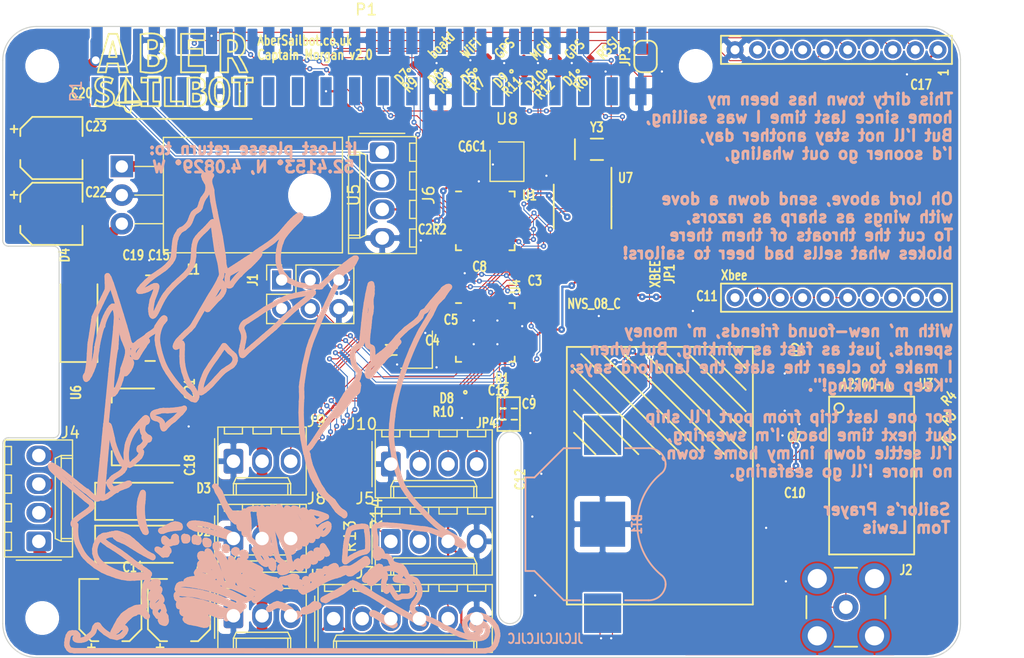
<source format=kicad_pcb>
(kicad_pcb (version 20171130) (host pcbnew 5.1.5-52549c5~84~ubuntu19.10.1)
  (title_block (date "15 nov 2012"))
  (layers (0 F.Cu signal) (31 B.Cu signal) (34 B.Paste user hide) (35 F.Paste user hide) (36 B.SilkS user) (37 F.SilkS user) (38 B.Mask user) (39 F.Mask user) (44 Edge.Cuts user))
  (net 0 "")
  (net 1 +3V3)
  (net 2 +5V)
  (net 3 GND)
  (net 4 "/GPIO2(SDA1)")
  (net 5 "/GPIO3(SCL1)")
  (net 6 "/GPIO14(TXD0)")
  (net 7 "/GPIO15(RXD0)")
  (net 8 "/GPIO17(GEN0)")
  (net 9 "/GPIO23(GEN4)")
  (net 10 "/GPIO24(GEN5)")
  (net 11 "/GPIO10(SPI0_MOSI)")
  (net 12 "/GPIO9(SPI0_MISO)")
  (net 13 "/GPIO11(SPI0_SCK)")
  (net 14 "/GPIO8(SPI0_CE_N)")
  (net 15 /GPIO16)
  (net 16 "Net-(JP1-Pad5)")
  (net 17 "Net-(D1-Pad2)")
  (net 18 /IRQ)
  (net 19 /GPS_RX)
  (net 20 /GPS_TX)
  (net 21 "Net-(C6-Pad2)")
  (net 22 /GPS_ANT)
  (net 23 /GPS_RST)
  (net 24 /SLF_ST)
  (net 25 "Net-(R4-Pad1)")
  (net 26 "Net-(R5-Pad1)")
  (net 27 "Net-(R3-Pad1)")
  (net 28 /GPS_ANT_GND)
  (net 29 /1v8)
  (net 30 "Net-(C5-Pad2)")
  (net 31 "Net-(C4-Pad2)")
  (net 32 /iscp_mosi)
  (net 33 /iscp_miso)
  (net 34 /iscp_sck)
  (net 35 /iscp_rst)
  (net 36 /arduino_rx)
  (net 37 /arduino_tx)
  (net 38 "Net-(D1-Pad1)")
  (net 39 Vdrive)
  (net 40 "Net-(C19-Pad1)")
  (net 41 /RC_V)
  (net 42 "Net-(D2-Pad1)")
  (net 43 "Net-(D5-Pad1)")
  (net 44 "Net-(D6-Pad1)")
  (net 45 "Net-(D7-Pad1)")
  (net 46 /Boat_D)
  (net 47 "Net-(D8-Pad1)")
  (net 48 /Arduino)
  (net 49 /RC_IN_A)
  (net 50 /RC_IN_B)
  (net 51 /RC_IN_C)
  (net 52 /RC_IN_D)
  (net 53 /Arduino_SCL)
  (net 54 /Arduino_SDA)
  (net 55 /Servo0)
  (net 56 /Servo1)
  (net 57 /Servo2)
  (net 58 "Net-(U7-Pad1)")
  (net 59 "Net-(U7-Pad2)")
  (net 60 "Net-(BT1-Pad1)")
  (net 61 /arduino_rts)
  (net 62 "Net-(D9-Pad1)")
  (net 63 "Net-(D10-Pad1)")
  (net 64 "Net-(U1-Pad26)")
  (net 65 /Vcomp)
  (net 66 /Wind_Rx)
  (net 67 /Wind_Tx-PluseIn)
  (net 68 "Net-(J10-Pad4)")
  (net 69 "Net-(D3-Pad1)")
  (module Captain_Morgan_Revengance:DSC61xx-CDFN4 (layer F.Cu) (at 244.75 106)
    (fp_text reference U8 (at 0 -3.81) (layer F.SilkS))
    (fp_text value DSC61XX)
    (pad 1 smd rect (at -0.85 -1.05) (size 0.8 0.9) (layers F.Cu F.Paste F.Mask) (net 1 +3V3))
    (pad 2 smd rect (at -0.85 1.05) (size 0.8 0.9) (layers F.Cu F.Paste F.Mask) (net 3 GND))
    (pad 3 smd rect (at 0.85 1.05) (size 0.8 0.9) (layers F.Cu F.Paste F.Mask) (net 64 "Net-(U1-Pad26)"))
    (pad 4 smd rect (at 0.85 -1.05) (size 0.8 0.9) (layers F.Cu F.Paste F.Mask) (net 1 +3V3))
  )
  (module Connector_PinSocket_2.54mm:PinSocket_2x03_P2.54mm_Vertical (layer F.Cu) (at 224.75 116.5 90)
    (fp_text reference J1 (at 0 -2.56 -90) (layer F.SilkS) (effects (font (size 0.85 0.65) (thickness 0.16))))
    (fp_text value Conn_02x03_Odd_Even)
    (pad 6 thru_hole oval (at -2.54 5.08 90) (size 1.7 1.7) (drill 1) (layers *.Cu *.Mask) (net 3 GND))
    (pad 5 thru_hole oval (at 0 5.08 90) (size 1.7 1.7) (drill 1) (layers *.Cu *.Mask) (net 35 /iscp_rst))
    (pad 4 thru_hole oval (at -2.54 2.54 90) (size 1.7 1.7) (drill 1) (layers *.Cu *.Mask) (net 32 /iscp_mosi))
    (pad 3 thru_hole oval (at 0 2.54 90) (size 1.7 1.7) (drill 1) (layers *.Cu *.Mask) (net 34 /iscp_sck))
    (pad 2 thru_hole oval (at -2.54 0 90) (size 1.7 1.7) (drill 1) (layers *.Cu *.Mask) (net 41 /RC_V))
    (pad 1 thru_hole rect (at 0 0 90) (size 1.7 1.7) (drill 1) (layers *.Cu *.Mask) (net 33 /iscp_miso))
  )
  (module Package_DFN_QFN:QFN-32-1EP_5x5mm_P0.5mm_EP3.1x3.1mm (layer F.Cu) (at 242.824 121.158)
    (fp_text reference U4 (at 2.654 -4.064 270) (layer F.SilkS) (effects (font (size 0.85 0.65) (thickness 0.16))))
    (fp_text value ATmega328PB-MU)
    (pad 32 smd roundrect (at -1.75 -2.4375) (size 0.25 0.875) (layers F.Cu F.Paste F.Mask) (net 49 /RC_IN_A))
    (pad 31 smd roundrect (at -1.25 -2.4375) (size 0.25 0.875) (layers F.Cu F.Paste F.Mask) (net 37 /arduino_tx))
    (pad 30 smd roundrect (at -0.75 -2.4375) (size 0.25 0.875) (layers F.Cu F.Paste F.Mask) (net 36 /arduino_rx))
    (pad 29 smd roundrect (at -0.25 -2.4375) (size 0.25 0.875) (layers F.Cu F.Paste F.Mask) (net 35 /iscp_rst))
    (pad 28 smd roundrect (at 0.25 -2.4375) (size 0.25 0.875) (layers F.Cu F.Paste F.Mask) (net 54 /Arduino_SDA))
    (pad 27 smd roundrect (at 0.75 -2.4375) (size 0.25 0.875) (layers F.Cu F.Paste F.Mask) (net 53 /Arduino_SCL))
    (pad 26 smd roundrect (at 1.25 -2.4375) (size 0.25 0.875) (layers F.Cu F.Paste F.Mask))
    (pad 25 smd roundrect (at 1.75 -2.4375) (size 0.25 0.875) (layers F.Cu F.Paste F.Mask))
    (pad 24 smd roundrect (at 2.4375 -1.75) (size 0.875 0.25) (layers F.Cu F.Paste F.Mask))
    (pad 23 smd roundrect (at 2.4375 -1.25) (size 0.875 0.25) (layers F.Cu F.Paste F.Mask))
    (pad 22 smd roundrect (at 2.4375 -0.75) (size 0.875 0.25) (layers F.Cu F.Paste F.Mask))
    (pad 21 smd roundrect (at 2.4375 -0.25) (size 0.875 0.25) (layers F.Cu F.Paste F.Mask) (net 3 GND))
    (pad 20 smd roundrect (at 2.4375 0.25) (size 0.875 0.25) (layers F.Cu F.Paste F.Mask) (net 41 /RC_V))
    (pad 19 smd roundrect (at 2.4375 0.75) (size 0.875 0.25) (layers F.Cu F.Paste F.Mask))
    (pad 18 smd roundrect (at 2.4375 1.25) (size 0.875 0.25) (layers F.Cu F.Paste F.Mask) (net 41 /RC_V))
    (pad 17 smd roundrect (at 2.4375 1.75) (size 0.875 0.25) (layers F.Cu F.Paste F.Mask) (net 34 /iscp_sck))
    (pad 16 smd roundrect (at 1.75 2.4375) (size 0.25 0.875) (layers F.Cu F.Paste F.Mask) (net 33 /iscp_miso))
    (pad 15 smd roundrect (at 1.25 2.4375) (size 0.25 0.875) (layers F.Cu F.Paste F.Mask) (net 32 /iscp_mosi))
    (pad 14 smd roundrect (at 0.75 2.4375) (size 0.25 0.875) (layers F.Cu F.Paste F.Mask) (net 48 /Arduino))
    (pad 13 smd roundrect (at 0.25 2.4375) (size 0.25 0.875) (layers F.Cu F.Paste F.Mask) (net 66 /Wind_Rx))
    (pad 12 smd roundrect (at -0.25 2.4375) (size 0.25 0.875) (layers F.Cu F.Paste F.Mask) (net 67 /Wind_Tx-PluseIn))
    (pad 11 smd roundrect (at -0.75 2.4375) (size 0.25 0.875) (layers F.Cu F.Paste F.Mask) (net 55 /Servo0))
    (pad 10 smd roundrect (at -1.25 2.4375) (size 0.25 0.875) (layers F.Cu F.Paste F.Mask) (net 56 /Servo1))
    (pad 9 smd roundrect (at -1.75 2.4375) (size 0.25 0.875) (layers F.Cu F.Paste F.Mask) (net 57 /Servo2))
    (pad 8 smd roundrect (at -2.4375 1.75) (size 0.875 0.25) (layers F.Cu F.Paste F.Mask) (net 31 "Net-(C4-Pad2)"))
    (pad 7 smd roundrect (at -2.4375 1.25) (size 0.875 0.25) (layers F.Cu F.Paste F.Mask) (net 30 "Net-(C5-Pad2)"))
    (pad 6 smd roundrect (at -2.4375 0.75) (size 0.875 0.25) (layers F.Cu F.Paste F.Mask))
    (pad 5 smd roundrect (at -2.4375 0.25) (size 0.875 0.25) (layers F.Cu F.Paste F.Mask) (net 3 GND))
    (pad 4 smd roundrect (at -2.4375 -0.25) (size 0.875 0.25) (layers F.Cu F.Paste F.Mask) (net 41 /RC_V))
    (pad 3 smd roundrect (at -2.4375 -0.75) (size 0.875 0.25) (layers F.Cu F.Paste F.Mask) (net 52 /RC_IN_D))
    (pad 2 smd roundrect (at -2.4375 -1.25) (size 0.875 0.25) (layers F.Cu F.Paste F.Mask) (net 51 /RC_IN_C))
    (pad 1 smd roundrect (at -2.4375 -1.75) (size 0.875 0.25) (layers F.Cu F.Paste F.Mask) (net 50 /RC_IN_B))
    (pad 33 smd roundrect (at 0 0) (size 3.1 3.1) (layers F.Cu F.Mask) (roundrect_rratio 0.08064499999999999) (net 3 GND))
  )
  (module Battery:BatteryHolder_Keystone_3000_1x12mm (layer B.Cu) (at 253.238 138.176 270)
    (fp_text reference BT1 (at 0 -3.048 90) (layer B.SilkS) (effects (font (size 0.85 0.65) (thickness 0.16)) (justify mirror)))
    (fp_text value Battery_Cell)
    (pad 1 smd rect (at -7.9 0 270) (size 3.5 3.3) (layers B.Cu B.Paste B.Mask) (net 60 "Net-(BT1-Pad1)"))
    (pad "" smd rect (at 7.9 0 270) (size 3.5 3.3) (layers B.Cu B.Paste B.Mask))
    (pad 2 smd rect (at 0 0 270) (size 4 4) (layers B.Cu B.Paste B.Mask) (net 3 GND))
  )
  (module Connector_Molex:Molex_KK-254_AE-6410-06A_1x06_P2.54mm_Vertical (layer F.Cu) (at 229.362 146.558)
    (fp_text reference J3 (at 2.794 -4.064) (layer F.SilkS))
    (fp_text value Conn_01x06_Male)
    (pad 1 thru_hole roundrect (at 0 0) (size 1.74 2.2) (drill 1.2) (layers *.Cu *.Mask) (roundrect_rratio 0.143678) (net 41 /RC_V))
    (pad 2 thru_hole oval (at 2.54 0) (size 1.74 2.2) (drill 1.2) (layers *.Cu *.Mask) (net 49 /RC_IN_A))
    (pad 3 thru_hole oval (at 5.08 0) (size 1.74 2.2) (drill 1.2) (layers *.Cu *.Mask) (net 50 /RC_IN_B))
    (pad 4 thru_hole oval (at 7.62 0) (size 1.74 2.2) (drill 1.2) (layers *.Cu *.Mask) (net 51 /RC_IN_C))
    (pad 5 thru_hole oval (at 10.16 0) (size 1.74 2.2) (drill 1.2) (layers *.Cu *.Mask) (net 52 /RC_IN_D))
    (pad 6 thru_hole oval (at 12.7 0) (size 1.74 2.2) (drill 1.2) (layers *.Cu *.Mask) (net 3 GND))
  )
  (module Captain_Morgan_Revengance:3p_Jumper (layer F.Cu) (at 244.9 128.4 180)
    (fp_text reference JP4 (at 2 -0.8 180) (layer F.SilkS) (effects (font (size 0.85 0.65) (thickness 0.16))))
    (fp_text value Jumper_NC_Dual)
    (pad 1 smd trapezoid (at 0 1 180) (size 1.5 0.75) (layers F.Cu F.Paste F.Mask) (net 1 +3V3))
    (pad 2 smd trapezoid (at 0 0 180) (size 1.5 0.75) (layers F.Cu F.Paste F.Mask) (net 68 "Net-(J10-Pad4)"))
    (pad 3 smd trapezoid (at 0 -1 180) (size 1.5 0.75) (layers F.Cu F.Paste F.Mask) (net 41 /RC_V))
  )
  (module Capacitor_SMD:CP_Elec_5x5.8 (layer F.Cu) (at 204.318 110.63)
    (fp_text reference C22 (at 3.962 -1.918) (layer F.SilkS) (effects (font (size 0.85 0.65) (thickness 0.16))))
    (fp_text value 47uf)
    (pad 1 smd roundrect (at -2.2 0) (size 3 1.6) (layers F.Cu F.Paste F.Mask) (roundrect_rratio 0.15625) (net 2 +5V))
    (pad 2 smd roundrect (at 2.2 0) (size 3 1.6) (layers F.Cu F.Paste F.Mask) (roundrect_rratio 0.15625) (net 3 GND))
  )
  (module Captain_Morgan_Revengance:NV08C (layer F.Cu) (at 267.208 121.806 270)
    (fp_text reference U2 (at 0.876 -3.302 90) (layer F.SilkS) (effects (font (size 0.85 0.65) (thickness 0.16))))
    (fp_text value NV08C-CSM)
    (pad 13 smd rect (at 24.9 13.1) (size 0.75 1.8) (layers F.Cu F.Paste F.Mask) (net 3 GND))
    (pad 12 smd rect (at 24.9 14.2) (size 0.75 1.8) (layers F.Cu F.Paste F.Mask) (net 3 GND))
    (pad 14 smd rect (at 24.9 6) (size 0.75 1.8) (layers F.Cu F.Paste F.Mask) (net 28 /GPS_ANT_GND))
    (pad 15 smd rect (at 24.9 4.9) (size 0.75 1.8) (layers F.Cu F.Paste F.Mask) (net 22 /GPS_ANT))
    (pad 16 smd rect (at 24.9 3.8) (size 0.75 1.8) (layers F.Cu F.Paste F.Mask) (net 28 /GPS_ANT_GND))
    (pad 27 smd rect (at 3 -0.9 270) (size 0.75 1.8) (layers F.Cu F.Paste F.Mask) (net 3 GND))
    (pad 26 smd rect (at 4.1 -0.9 270) (size 0.75 1.8) (layers F.Cu F.Paste F.Mask) (net 1 +3V3))
    (pad 25 smd rect (at 5.2 -0.9 270) (size 0.75 1.8) (layers F.Cu F.Paste F.Mask) (net 23 /GPS_RST))
    (pad 24 smd rect (at 6.3 -0.9 270) (size 0.75 1.8) (layers F.Cu F.Paste F.Mask) (net 3 GND))
    (pad 23 smd rect (at 7.4 -0.9 270) (size 0.75 1.8) (layers F.Cu F.Paste F.Mask) (net 1 +3V3))
    (pad 22 smd rect (at 8.5 -0.9 270) (size 0.75 1.8) (layers F.Cu F.Paste F.Mask) (net 3 GND))
    (pad 21 smd rect (at 9.6 -0.9 270) (size 0.75 1.8) (layers F.Cu F.Paste F.Mask))
    (pad 20 smd rect (at 15.4 -0.9 270) (size 0.75 1.8) (layers F.Cu F.Paste F.Mask))
    (pad 28 smd rect (at -0.9 3.7) (size 0.75 1.8) (layers F.Cu F.Paste F.Mask) (net 1 +3V3))
    (pad 19 smd rect (at 16.5 -0.9 270) (size 0.75 1.8) (layers F.Cu F.Paste F.Mask) (net 3 GND))
    (pad 18 smd rect (at 21 -0.9 270) (size 0.75 1.8) (layers F.Cu F.Paste F.Mask) (net 3 GND))
    (pad 17 smd rect (at 22.1 -0.9 270) (size 0.75 1.8) (layers F.Cu F.Paste F.Mask) (net 3 GND))
    (pad 29 smd rect (at -0.9 4.8) (size 0.75 1.8) (layers F.Cu F.Paste F.Mask) (net 3 GND))
    (pad 30 smd rect (at -0.9 5.9) (size 0.75 1.8) (layers F.Cu F.Paste F.Mask))
    (pad 32 smd rect (at -0.9 12.1) (size 0.75 1.8) (layers F.Cu F.Paste F.Mask) (net 20 /GPS_TX))
    (pad 34 smd rect (at -0.9 14.3) (size 0.75 1.8) (layers F.Cu F.Paste F.Mask) (net 3 GND))
    (pad 33 smd rect (at -0.9 13.2) (size 0.75 1.8) (layers F.Cu F.Paste F.Mask) (net 19 /GPS_RX))
    (pad 31 smd rect (at -0.9 7) (size 0.75 1.8) (layers F.Cu F.Paste F.Mask))
    (pad 35 smd rect (at -0.9 15.4) (size 0.75 1.8) (layers F.Cu F.Paste F.Mask))
    (pad 7 smd rect (at 9.6 18.9 270) (size 0.75 1.8) (layers F.Cu F.Paste F.Mask))
    (pad 2 smd rect (at 4.1 18.9 270) (size 0.75 1.8) (layers F.Cu F.Paste F.Mask))
    (pad 6 smd rect (at 8.5 18.9 270) (size 0.75 1.8) (layers F.Cu F.Paste F.Mask))
    (pad 5 smd rect (at 7.4 18.9 270) (size 0.75 1.8) (layers F.Cu F.Paste F.Mask))
    (pad 4 smd rect (at 6.3 18.9 270) (size 0.75 1.8) (layers F.Cu F.Paste F.Mask))
    (pad 1 smd rect (at 3 18.9 270) (size 0.75 1.8) (layers F.Cu F.Paste F.Mask))
    (pad 3 smd rect (at 5.2 18.9 270) (size 0.75 1.8) (layers F.Cu F.Paste F.Mask) (net 3 GND))
    (pad 8 smd rect (at 14.5 18.9 270) (size 0.75 1.8) (layers F.Cu F.Paste F.Mask) (net 1 +3V3))
    (pad 9 smd rect (at 15.6 18.9 270) (size 0.75 1.8) (layers F.Cu F.Paste F.Mask) (net 3 GND))
    (pad 11 smd rect (at 23.3 18.9 270) (size 0.75 1.8) (layers F.Cu F.Paste F.Mask) (net 3 GND))
    (pad 10 smd rect (at 22.2 18.9 270) (size 0.75 1.8) (layers F.Cu F.Paste F.Mask) (net 3 GND))
  )
  (module Capacitor_SMD:CP_Elec_5x5.8 (layer F.Cu) (at 204.318 104.788)
    (fp_text reference C23 (at 3.962 -1.918) (layer F.SilkS) (effects (font (size 0.85 0.65) (thickness 0.16))))
    (fp_text value 47uf)
    (pad 2 smd roundrect (at 2.2 0) (size 3 1.6) (layers F.Cu F.Paste F.Mask) (roundrect_rratio 0.15625) (net 3 GND))
    (pad 1 smd roundrect (at -2.2 0) (size 3 1.6) (layers F.Cu F.Paste F.Mask) (roundrect_rratio 0.15625) (net 2 +5V))
  )
  (module Capacitor_SMD:C_0402_1005Metric (layer F.Cu) (at 207.01 101.092)
    (fp_text reference C20 (at 0 -1.17) (layer F.SilkS) (effects (font (size 0.85 0.65) (thickness 0.16))))
    (fp_text value 0.1uf)
    (pad 1 smd roundrect (at -0.485 0) (size 0.59 0.64) (layers F.Cu F.Paste F.Mask) (net 2 +5V))
    (pad 2 smd roundrect (at 0.485 0) (size 0.59 0.64) (layers F.Cu F.Paste F.Mask) (net 3 GND))
  )
  (module Captain_Morgan_Revengance:XCVR_A2200-A (layer F.Cu) (at 277.114 133.858)
    (fp_text reference U3 (at 4.826 -8.128) (layer F.SilkS) (effects (font (size 0.85 0.65) (thickness 0.16))))
    (fp_text value A2200-A (at -0.508 -8.128) (layer F.SilkS) (effects (font (size 0.85 0.65) (thickness 0.16))))
    (pad 31 smd rect (at 2 2) (size 1.2 1.2) (layers F.Cu F.Paste F.Mask) (net 3 GND))
    (pad 30 smd rect (at 2 0) (size 1.2 1.2) (layers F.Cu F.Paste F.Mask) (net 3 GND))
    (pad 29 smd rect (at 2 -2) (size 1.2 1.2) (layers F.Cu F.Paste F.Mask) (net 3 GND))
    (pad 28 smd rect (at 0 -2) (size 1.2 1.2) (layers F.Cu F.Paste F.Mask) (net 3 GND))
    (pad 27 smd rect (at 0 0) (size 1.2 1.2) (layers F.Cu F.Paste F.Mask) (net 3 GND))
    (pad 26 smd rect (at 0 2) (size 1.2 1.2) (layers F.Cu F.Paste F.Mask) (net 3 GND))
    (pad 25 smd rect (at -2 2) (size 1.2 1.2) (layers F.Cu F.Paste F.Mask) (net 3 GND))
    (pad 24 smd rect (at -2 0) (size 1.2 1.2) (layers F.Cu F.Paste F.Mask) (net 3 GND))
    (pad 23 smd rect (at -2 -2) (size 1.2 1.2) (layers F.Cu F.Paste F.Mask) (net 3 GND))
    (pad 22 smd rect (at 4.85 -6.35 180) (size 1.5 0.8) (layers F.Cu F.Paste F.Mask) (net 23 /GPS_RST))
    (pad 21 smd rect (at 4.85 -5.08 180) (size 1.5 0.8) (layers F.Cu F.Paste F.Mask))
    (pad 20 smd rect (at 4.85 -3.81 180) (size 1.5 0.8) (layers F.Cu F.Paste F.Mask) (net 1 +3V3))
    (pad 19 smd rect (at 4.85 -2.54 180) (size 1.5 0.8) (layers F.Cu F.Paste F.Mask) (net 24 /SLF_ST))
    (pad 18 smd rect (at 4.85 -1.27 180) (size 1.5 0.8) (layers F.Cu F.Paste F.Mask))
    (pad 17 smd rect (at 4.85 0 180) (size 1.5 0.8) (layers F.Cu F.Paste F.Mask) (net 25 "Net-(R4-Pad1)"))
    (pad 16 smd rect (at 4.85 1.27 180) (size 1.5 0.8) (layers F.Cu F.Paste F.Mask) (net 26 "Net-(R5-Pad1)"))
    (pad 15 smd rect (at 4.85 2.54 180) (size 1.5 0.8) (layers F.Cu F.Paste F.Mask) (net 27 "Net-(R3-Pad1)"))
    (pad 14 smd rect (at 4.85 3.81 180) (size 1.5 0.8) (layers F.Cu F.Paste F.Mask))
    (pad 13 smd rect (at 4.85 5.08 180) (size 1.5 0.8) (layers F.Cu F.Paste F.Mask))
    (pad 12 smd rect (at 4.85 6.35 180) (size 1.5 0.8) (layers F.Cu F.Paste F.Mask))
    (pad 11 smd rect (at -4.85 6.35) (size 1.5 0.8) (layers F.Cu F.Paste F.Mask) (net 22 /GPS_ANT))
    (pad 10 smd rect (at -4.85 5.08) (size 1.5 0.8) (layers F.Cu F.Paste F.Mask) (net 28 /GPS_ANT_GND))
    (pad 9 smd rect (at -4.85 3.81) (size 1.5 0.8) (layers F.Cu F.Paste F.Mask) (net 1 +3V3))
    (pad 8 smd rect (at -4.85 2.54) (size 1.5 0.8) (layers F.Cu F.Paste F.Mask) (net 3 GND))
    (pad 7 smd rect (at -4.85 1.27) (size 1.5 0.8) (layers F.Cu F.Paste F.Mask) (net 3 GND))
    (pad 6 smd rect (at -4.85 0) (size 1.5 0.8) (layers F.Cu F.Paste F.Mask) (net 24 /SLF_ST))
    (pad 5 smd rect (at -4.85 -1.27) (size 1.5 0.8) (layers F.Cu F.Paste F.Mask))
    (pad 4 smd rect (at -4.85 -2.54) (size 1.5 0.8) (layers F.Cu F.Paste F.Mask) (net 19 /GPS_RX))
    (pad 3 smd rect (at -4.85 -3.81) (size 1.5 0.8) (layers F.Cu F.Paste F.Mask) (net 20 /GPS_TX))
    (pad 2 smd rect (at -4.85 -5.08) (size 1.5 0.8) (layers F.Cu F.Paste F.Mask) (net 29 /1v8))
    (pad 1 smd rect (at -4.85 -6.35) (size 1.5 0.8) (layers F.Cu F.Paste F.Mask))
  )
  (module MountingHole:MountingHole_2.7mm_M2.5 (layer F.Cu) (at 203.5 146.5)
    (fp_text reference MK3 hide)
    (fp_text value M2.5)
    (pad 1 np_thru_hole circle (at 0 0) (size 2.7 2.7) (drill 2.7) (layers *.Cu *.Mask))
  )
  (module MountingHole:MountingHole_2.7mm_M2.5 (layer F.Cu) (at 261.5 97.5 180)
    (fp_text reference MK2 hide)
    (fp_text value M2.5)
    (pad 1 np_thru_hole circle (at 0 0 180) (size 2.7 2.7) (drill 2.7) (layers *.Cu *.Mask))
  )
  (module MountingHole:MountingHole_2.7mm_M2.5 (layer F.Cu) (at 203.5 97.5 180)
    (fp_text reference MK1 hide)
    (fp_text value M2.5)
    (pad 1 np_thru_hole circle (at 0 0 180) (size 2.7 2.7) (drill 2.7) (layers *.Cu *.Mask))
  )
  (module SparkFun_RF:XBEE (layer F.Cu) (at 262.992 107.074 270)
    (fp_text reference JP1 (at 8.89 3.81 90) (layer F.SilkS) (effects (font (size 0.85 0.65) (thickness 0.16))))
    (fp_text value XBEE (at 8.89 5.08 90) (layer F.SilkS) (effects (font (size 0.85 0.65) (thickness 0.16))))
    (fp_text user 1 (at -8.9916 -20.50796 90) (layer F.SilkS) (effects (font (size 0.85 0.65) (thickness 0.16))))
    (pad 1 thru_hole circle (at -10.9982 -19.99996 270) (size 1.524 1.524) (drill 0.79756) (layers *.Cu *.Mask) (net 1 +3V3))
    (pad 2 thru_hole circle (at -10.9982 -17.99844 270) (size 1.524 1.524) (drill 0.79756) (layers *.Cu *.Mask) (net 7 "/GPIO15(RXD0)"))
    (pad 3 thru_hole circle (at -10.9982 -15.99946 270) (size 1.524 1.524) (drill 0.79756) (layers *.Cu *.Mask) (net 6 "/GPIO14(TXD0)"))
    (pad 4 thru_hole circle (at -10.9982 -13.99794 270) (size 1.524 1.524) (drill 0.79756) (layers *.Cu *.Mask))
    (pad 5 thru_hole circle (at -10.9982 -11.99896 270) (size 1.524 1.524) (drill 0.79756) (layers *.Cu *.Mask) (net 16 "Net-(JP1-Pad5)"))
    (pad 6 thru_hole circle (at -10.9982 -9.99998 270) (size 1.524 1.524) (drill 0.79756) (layers *.Cu *.Mask) (net 17 "Net-(D1-Pad2)"))
    (pad 7 thru_hole circle (at -10.9982 -7.99846 270) (size 1.524 1.524) (drill 0.79756) (layers *.Cu *.Mask))
    (pad 8 thru_hole circle (at -10.9982 -5.99948 270) (size 1.524 1.524) (drill 0.79756) (layers *.Cu *.Mask))
    (pad 9 thru_hole circle (at -10.9982 -3.99796 270) (size 1.524 1.524) (drill 0.79756) (layers *.Cu *.Mask))
    (pad 10 thru_hole circle (at -10.9982 -1.99898 270) (size 1.524 1.524) (drill 0.79756) (layers *.Cu *.Mask) (net 3 GND))
    (pad 11 thru_hole circle (at 10.9982 -1.99898 270) (size 1.524 1.524) (drill 0.79756) (layers *.Cu *.Mask))
    (pad 12 thru_hole circle (at 10.9982 -3.99796 270) (size 1.524 1.524) (drill 0.79756) (layers *.Cu *.Mask) (net 15 /GPIO16))
    (pad 13 thru_hole circle (at 10.9982 -5.99948 270) (size 1.524 1.524) (drill 0.79756) (layers *.Cu *.Mask))
    (pad 14 thru_hole circle (at 10.9982 -7.99846 270) (size 1.524 1.524) (drill 0.79756) (layers *.Cu *.Mask))
    (pad 15 thru_hole circle (at 10.9982 -9.99998 270) (size 1.524 1.524) (drill 0.79756) (layers *.Cu *.Mask))
    (pad 16 thru_hole circle (at 10.9982 -11.99896 270) (size 1.524 1.524) (drill 0.79756) (layers *.Cu *.Mask) (net 8 "/GPIO17(GEN0)"))
    (pad 17 thru_hole circle (at 10.9982 -13.99794 270) (size 1.524 1.524) (drill 0.79756) (layers *.Cu *.Mask))
    (pad 18 thru_hole circle (at 10.9982 -15.99946 270) (size 1.524 1.524) (drill 0.79756) (layers *.Cu *.Mask))
    (pad 19 thru_hole circle (at 10.9982 -17.99844 270) (size 1.524 1.524) (drill 0.79756) (layers *.Cu *.Mask))
    (pad 20 thru_hole circle (at 10.9982 -19.99996 270) (size 1.524 1.524) (drill 0.79756) (layers *.Cu *.Mask))
  )
  (module Capacitor_SMD:C_0402_1005Metric (layer F.Cu) (at 242.316 106.172 90)
    (fp_text reference C1 (at 1.524 0 180) (layer F.SilkS) (effects (font (size 0.85 0.65) (thickness 0.16))))
    (fp_text value 0.1uF)
    (pad 1 smd roundrect (at -0.485 0 90) (size 0.59 0.64) (layers F.Cu F.Paste F.Mask) (net 3 GND))
    (pad 2 smd roundrect (at 0.485 0 90) (size 0.59 0.64) (layers F.Cu F.Paste F.Mask) (net 1 +3V3))
  )
  (module Capacitor_SMD:C_0402_1005Metric (layer F.Cu) (at 245.7 115.8 180)
    (fp_text reference C3 (at -1.524 -0.762) (layer F.SilkS) (effects (font (size 0.85 0.65) (thickness 0.16))))
    (fp_text value 100nf)
    (pad 2 smd roundrect (at 0.485 0 180) (size 0.59 0.64) (layers F.Cu F.Paste F.Mask) (net 35 /iscp_rst))
    (pad 1 smd roundrect (at -0.485 0 180) (size 0.59 0.64) (layers F.Cu F.Paste F.Mask) (net 61 /arduino_rts))
  )
  (module Capacitor_SMD:C_0402_1005Metric (layer F.Cu) (at 239.014 123.698 90)
    (fp_text reference C4 (at 1.828 -0.878 180) (layer F.SilkS) (effects (font (size 0.85 0.65) (thickness 0.16))))
    (fp_text value 22pf)
    (pad 2 smd roundrect (at 0.485 0 90) (size 0.59 0.64) (layers F.Cu F.Paste F.Mask) (net 31 "Net-(C4-Pad2)"))
    (pad 1 smd roundrect (at -0.485 0 90) (size 0.59 0.64) (layers F.Cu F.Paste F.Mask) (net 3 GND))
  )
  (module Capacitor_SMD:C_0402_1005Metric (layer F.Cu) (at 239.014 121.666 270)
    (fp_text reference C5 (at -1.64 -0.764 180) (layer F.SilkS) (effects (font (size 0.85 0.65) (thickness 0.16))))
    (fp_text value 22pf)
    (pad 1 smd roundrect (at -0.485 0 270) (size 0.59 0.64) (layers F.Cu F.Paste F.Mask) (net 3 GND))
    (pad 2 smd roundrect (at 0.485 0 270) (size 0.59 0.64) (layers F.Cu F.Paste F.Mask) (net 30 "Net-(C5-Pad2)"))
  )
  (module Capacitor_SMD:C_0402_1005Metric (layer F.Cu) (at 241.046 106.172 270)
    (fp_text reference C6 (at -1.524 0 180) (layer F.SilkS) (effects (font (size 0.85 0.65) (thickness 0.16))))
    (fp_text value 1uf)
    (pad 2 smd roundrect (at 0.485 0 270) (size 0.59 0.64) (layers F.Cu F.Paste F.Mask) (net 21 "Net-(C6-Pad2)"))
    (pad 1 smd roundrect (at -0.485 0 270) (size 0.59 0.64) (layers F.Cu F.Paste F.Mask) (net 3 GND))
  )
  (module Capacitor_SMD:C_0402_1005Metric (layer F.Cu) (at 270.256 129.286 180)
    (fp_text reference C7 (at 0 -1.17) (layer F.SilkS) (effects (font (size 0.85 0.65) (thickness 0.16))))
    (fp_text value 0.1uf)
    (pad 1 smd roundrect (at -0.485 0 180) (size 0.59 0.64) (layers F.Cu F.Paste F.Mask) (net 3 GND))
    (pad 2 smd roundrect (at 0.485 0 180) (size 0.59 0.64) (layers F.Cu F.Paste F.Mask) (net 1 +3V3))
  )
  (module Capacitor_SMD:C_0402_1005Metric (layer F.Cu) (at 240.538 115.316 180)
    (fp_text reference C8 (at -1.778 0) (layer F.SilkS) (effects (font (size 0.85 0.65) (thickness 0.16))))
    (fp_text value 0.1uf)
    (pad 2 smd roundrect (at 0.485 0 180) (size 0.59 0.64) (layers F.Cu F.Paste F.Mask) (net 1 +3V3))
    (pad 1 smd roundrect (at -0.485 0 180) (size 0.59 0.64) (layers F.Cu F.Paste F.Mask) (net 3 GND))
  )
  (module Capacitor_SMD:C_0402_1005Metric (layer F.Cu) (at 246.634 129.032 270)
    (fp_text reference C9 (at -1.532 -0.066 180) (layer F.SilkS) (effects (font (size 0.85 0.65) (thickness 0.16))))
    (fp_text value .1uf)
    (pad 1 smd roundrect (at -0.485 0 270) (size 0.59 0.64) (layers F.Cu F.Paste F.Mask) (net 1 +3V3))
    (pad 2 smd roundrect (at 0.485 0 270) (size 0.59 0.64) (layers F.Cu F.Paste F.Mask) (net 3 GND))
  )
  (module Capacitor_SMD:C_0402_1005Metric (layer F.Cu) (at 270.7 137 270)
    (fp_text reference C10 (at -1.6 0.4 180) (layer F.SilkS) (effects (font (size 0.85 0.65) (thickness 0.16))))
    (fp_text value 0.1uf)
    (pad 1 smd roundrect (at -0.485 0 270) (size 0.59 0.64) (layers F.Cu F.Paste F.Mask) (net 3 GND))
    (pad 2 smd roundrect (at 0.485 0 270) (size 0.59 0.64) (layers F.Cu F.Paste F.Mask) (net 1 +3V3))
  )
  (module Capacitor_SMD:C_0402_1005Metric (layer F.Cu) (at 262.5 119.1)
    (fp_text reference C11 (at 0 -1.17) (layer F.SilkS) (effects (font (size 0.85 0.65) (thickness 0.16))))
    (fp_text value 0.1uf)
    (pad 2 smd roundrect (at 0.485 0) (size 0.59 0.64) (layers F.Cu F.Paste F.Mask) (net 1 +3V3))
    (pad 1 smd roundrect (at -0.485 0) (size 0.59 0.64) (layers F.Cu F.Paste F.Mask) (net 3 GND))
  )
  (module Capacitor_SMD:C_0402_1005Metric (layer F.Cu) (at 247.1 134.2 90)
    (fp_text reference C12 (at 0 -1.17 90) (layer F.SilkS) (effects (font (size 0.85 0.65) (thickness 0.16))))
    (fp_text value 0.1uf)
    (pad 1 smd roundrect (at -0.485 0 90) (size 0.59 0.64) (layers F.Cu F.Paste F.Mask) (net 1 +3V3))
    (pad 2 smd roundrect (at 0.485 0 90) (size 0.59 0.64) (layers F.Cu F.Paste F.Mask) (net 3 GND))
  )
  (module LED_SMD:LED_0402_1005Metric (layer F.Cu) (at 251.8 97.2 45)
    (fp_text reference D1 (at -1.979899 0 45) (layer F.SilkS) (effects (font (size 0.85 0.65) (thickness 0.16))))
    (fp_text value LED)
    (pad 1 smd roundrect (at -0.485 0 45) (size 0.59 0.64) (layers F.Cu F.Paste F.Mask) (net 38 "Net-(D1-Pad1)"))
    (pad 2 smd roundrect (at 0.485 0 45) (size 0.59 0.64) (layers F.Cu F.Paste F.Mask) (net 17 "Net-(D1-Pad2)"))
  )
  (module Connector_Coaxial:SMB_Jack_Vertical (layer F.Cu) (at 274.828 145.542)
    (fp_text reference J2 (at 5.334 -3.302) (layer F.SilkS) (effects (font (size 0.85 0.65) (thickness 0.16))))
    (fp_text value Conn_Coaxial_Power)
    (pad 2 thru_hole circle (at -2.54 2.54) (size 2.74 2.74) (drill 1.7) (layers *.Cu *.Mask) (net 28 /GPS_ANT_GND))
    (pad 2 thru_hole circle (at 2.54 2.54) (size 2.74 2.74) (drill 1.7) (layers *.Cu *.Mask) (net 28 /GPS_ANT_GND))
    (pad 2 thru_hole circle (at 2.54 -2.54) (size 2.74 2.74) (drill 1.7) (layers *.Cu *.Mask) (net 28 /GPS_ANT_GND))
    (pad 2 thru_hole circle (at -2.54 -2.54) (size 2.74 2.74) (drill 1.7) (layers *.Cu *.Mask) (net 28 /GPS_ANT_GND))
    (pad 1 thru_hole circle (at 0 0) (size 2.24 2.24) (drill 1.2) (layers *.Cu *.Mask) (net 22 /GPS_ANT))
  )
  (module Jumper:SolderJumper-2_P1.3mm_Open_RoundedPad1.0x1.5mm (layer F.Cu) (at 257.048 96.662 90)
    (fp_text reference JP3 (at 0 -1.8 90) (layer F.SilkS) (effects (font (size 0.85 0.65) (thickness 0.16))))
    (fp_text value Jumper_2_Open)
    (pad 1 smd custom (at -0.65 0 90) (size 1 0.5) (layers F.Cu F.Mask) (net 3 GND) (options (clearance outline) (anchor rect)) (primitives (gr_circle (center 0 0.25) (end 0.5 0.25) (width 0)) (gr_circle (center 0 -0.25) (end 0.5 -0.25) (width 0)) (gr_poly (pts (xy 0 -0.75) (xy 0.5 -0.75) (xy 0.5 0.75) (xy 0 0.75)) (width 0))))
    (pad 2 smd custom (at 0.65 0 90) (size 1 0.5) (layers F.Cu F.Mask) (net 16 "Net-(JP1-Pad5)") (options (clearance outline) (anchor rect)) (primitives (gr_circle (center 0 0.25) (end 0.5 0.25) (width 0)) (gr_circle (center 0 -0.25) (end 0.5 -0.25) (width 0)) (gr_poly (pts (xy 0 -0.75) (xy -0.5 -0.75) (xy -0.5 0.75) (xy 0 0.75)) (width 0))))
  )
  (module Resistor_SMD:R_0402_1005Metric (layer F.Cu) (at 245.9 125.2 180)
    (fp_text reference R1 (at 1.572 -0.046) (layer F.SilkS) (effects (font (size 0.85 0.65) (thickness 0.16))))
    (fp_text value 10k)
    (pad 1 smd roundrect (at -0.485 0 180) (size 0.59 0.64) (layers F.Cu F.Paste F.Mask) (net 35 /iscp_rst))
    (pad 2 smd roundrect (at 0.485 0 180) (size 0.59 0.64) (layers F.Cu F.Paste F.Mask) (net 41 /RC_V))
  )
  (module Resistor_SMD:R_0402_1005Metric (layer F.Cu) (at 238.76 113.538 270)
    (fp_text reference R2 (at -1.524 0 180) (layer F.SilkS) (effects (font (size 0.85 0.65) (thickness 0.16))))
    (fp_text value 10k)
    (pad 1 smd roundrect (at -0.485 0 270) (size 0.59 0.64) (layers F.Cu F.Paste F.Mask) (net 18 /IRQ))
    (pad 2 smd roundrect (at 0.485 0 270) (size 0.59 0.64) (layers F.Cu F.Paste F.Mask) (net 1 +3V3))
  )
  (module Resistor_SMD:R_0402_1005Metric (layer F.Cu) (at 283.806947 136.055053 45)
    (fp_text reference R3 (at 4.005128 -3.771708 45) (layer F.SilkS) (effects (font (size 0.85 0.65) (thickness 0.16))))
    (fp_text value 2.2k)
    (pad 1 smd roundrect (at -0.485 0 45) (size 0.59 0.64) (layers F.Cu F.Paste F.Mask) (net 27 "Net-(R3-Pad1)"))
    (pad 2 smd roundrect (at 0.485 0 45) (size 0.59 0.64) (layers F.Cu F.Paste F.Mask) (net 29 /1v8))
  )
  (module Resistor_SMD:R_0402_1005Metric (layer F.Cu) (at 283.806947 132.422947 45)
    (fp_text reference R4 (at 3.951313 -3.717893 45) (layer F.SilkS) (effects (font (size 0.85 0.65) (thickness 0.16))))
    (fp_text value 10k)
    (pad 2 smd roundrect (at 0.485 0 45) (size 0.59 0.64) (layers F.Cu F.Paste F.Mask) (net 29 /1v8))
    (pad 1 smd roundrect (at -0.485 0 45) (size 0.59 0.64) (layers F.Cu F.Paste F.Mask) (net 25 "Net-(R4-Pad1)"))
  )
  (module Resistor_SMD:R_0402_1005Metric (layer F.Cu) (at 283.806947 134.277053 45)
    (fp_text reference R5 (at 4.005128 -3.771708 45) (layer F.SilkS) (effects (font (size 0.85 0.65) (thickness 0.16))))
    (fp_text value 2.2k)
    (pad 2 smd roundrect (at 0.485 0 45) (size 0.59 0.64) (layers F.Cu F.Paste F.Mask) (net 29 /1v8))
    (pad 1 smd roundrect (at -0.485 0 45) (size 0.59 0.64) (layers F.Cu F.Paste F.Mask) (net 26 "Net-(R5-Pad1)"))
  )
  (module Resistor_SMD:R_0402_1005Metric (layer F.Cu) (at 252.5 97.9 45)
    (fp_text reference R6 (at -1.697056 0 45) (layer F.SilkS) (effects (font (size 0.85 0.65) (thickness 0.16))))
    (fp_text value 33)
    (pad 2 smd roundrect (at 0.485 0 45) (size 0.59 0.64) (layers F.Cu F.Paste F.Mask) (net 3 GND))
    (pad 1 smd roundrect (at -0.485 0 45) (size 0.59 0.64) (layers F.Cu F.Paste F.Mask) (net 38 "Net-(D1-Pad1)"))
  )
  (module Package_DFN_QFN:QFN-32-1EP_5x5mm_P0.5mm_EP3.1x3.1mm (layer F.Cu) (at 242.824 111.252)
    (fp_text reference U1 (at 3.926 -2.252) (layer F.SilkS) (effects (font (size 0.85 0.65) (thickness 0.16))))
    (fp_text value MAX3109)
    (pad 33 smd roundrect (at 0 0) (size 3.1 3.1) (layers F.Cu F.Mask) (roundrect_rratio 0.08064499999999999))
    (pad 1 smd roundrect (at -2.4375 -1.75) (size 0.875 0.25) (layers F.Cu F.Paste F.Mask))
    (pad 2 smd roundrect (at -2.4375 -1.25) (size 0.875 0.25) (layers F.Cu F.Paste F.Mask) (net 12 "/GPIO9(SPI0_MISO)"))
    (pad 3 smd roundrect (at -2.4375 -0.75) (size 0.875 0.25) (layers F.Cu F.Paste F.Mask) (net 13 "/GPIO11(SPI0_SCK)"))
    (pad 4 smd roundrect (at -2.4375 -0.25) (size 0.875 0.25) (layers F.Cu F.Paste F.Mask))
    (pad 5 smd roundrect (at -2.4375 0.25) (size 0.875 0.25) (layers F.Cu F.Paste F.Mask) (net 14 "/GPIO8(SPI0_CE_N)"))
    (pad 6 smd roundrect (at -2.4375 0.75) (size 0.875 0.25) (layers F.Cu F.Paste F.Mask) (net 11 "/GPIO10(SPI0_MOSI)"))
    (pad 7 smd roundrect (at -2.4375 1.25) (size 0.875 0.25) (layers F.Cu F.Paste F.Mask) (net 18 /IRQ))
    (pad 8 smd roundrect (at -2.4375 1.75) (size 0.875 0.25) (layers F.Cu F.Paste F.Mask) (net 1 +3V3))
    (pad 9 smd roundrect (at -1.75 2.4375) (size 0.25 0.875) (layers F.Cu F.Paste F.Mask) (net 1 +3V3))
    (pad 10 smd roundrect (at -1.25 2.4375) (size 0.25 0.875) (layers F.Cu F.Paste F.Mask) (net 3 GND))
    (pad 11 smd roundrect (at -0.75 2.4375) (size 0.25 0.875) (layers F.Cu F.Paste F.Mask))
    (pad 12 smd roundrect (at -0.25 2.4375) (size 0.25 0.875) (layers F.Cu F.Paste F.Mask))
    (pad 13 smd roundrect (at 0.25 2.4375) (size 0.25 0.875) (layers F.Cu F.Paste F.Mask))
    (pad 14 smd roundrect (at 0.75 2.4375) (size 0.25 0.875) (layers F.Cu F.Paste F.Mask))
    (pad 15 smd roundrect (at 1.25 2.4375) (size 0.25 0.875) (layers F.Cu F.Paste F.Mask))
    (pad 16 smd roundrect (at 1.75 2.4375) (size 0.25 0.875) (layers F.Cu F.Paste F.Mask))
    (pad 17 smd roundrect (at 2.4375 1.75) (size 0.875 0.25) (layers F.Cu F.Paste F.Mask) (net 19 /GPS_RX))
    (pad 18 smd roundrect (at 2.4375 1.25) (size 0.875 0.25) (layers F.Cu F.Paste F.Mask) (net 36 /arduino_rx))
    (pad 19 smd roundrect (at 2.4375 0.75) (size 0.875 0.25) (layers F.Cu F.Paste F.Mask) (net 37 /arduino_tx))
    (pad 20 smd roundrect (at 2.4375 0.25) (size 0.875 0.25) (layers F.Cu F.Paste F.Mask) (net 20 /GPS_TX))
    (pad 21 smd roundrect (at 2.4375 -0.25) (size 0.875 0.25) (layers F.Cu F.Paste F.Mask) (net 61 /arduino_rts))
    (pad 22 smd roundrect (at 2.4375 -0.75) (size 0.875 0.25) (layers F.Cu F.Paste F.Mask))
    (pad 23 smd roundrect (at 2.4375 -1.25) (size 0.875 0.25) (layers F.Cu F.Paste F.Mask))
    (pad 24 smd roundrect (at 2.4375 -1.75) (size 0.875 0.25) (layers F.Cu F.Paste F.Mask))
    (pad 25 smd roundrect (at 1.75 -2.4375) (size 0.25 0.875) (layers F.Cu F.Paste F.Mask) (net 1 +3V3))
    (pad 26 smd roundrect (at 1.25 -2.4375) (size 0.25 0.875) (layers F.Cu F.Paste F.Mask) (net 64 "Net-(U1-Pad26)"))
    (pad 27 smd roundrect (at 0.75 -2.4375) (size 0.25 0.875) (layers F.Cu F.Paste F.Mask))
    (pad 28 smd roundrect (at 0.25 -2.4375) (size 0.25 0.875) (layers F.Cu F.Paste F.Mask))
    (pad 29 smd roundrect (at -0.25 -2.4375) (size 0.25 0.875) (layers F.Cu F.Paste F.Mask) (net 3 GND))
    (pad 30 smd roundrect (at -0.75 -2.4375) (size 0.25 0.875) (layers F.Cu F.Paste F.Mask))
    (pad 31 smd roundrect (at -1.25 -2.4375) (size 0.25 0.875) (layers F.Cu F.Paste F.Mask) (net 21 "Net-(C6-Pad2)"))
    (pad 32 smd roundrect (at -1.75 -2.4375) (size 0.25 0.875) (layers F.Cu F.Paste F.Mask) (net 1 +3V3))
  )
  (module Capacitor_SMD:CP_Elec_5x5.8 (layer F.Cu) (at 215.646 145.796 90)
    (fp_text reference C13 (at 3.556 2.438 180) (layer F.SilkS) (effects (font (size 0.85 0.65) (thickness 0.16))))
    (fp_text value 47uf)
    (pad 2 smd roundrect (at 2.2 0 90) (size 3 1.6) (layers F.Cu F.Paste F.Mask) (roundrect_rratio 0.15625) (net 3 GND))
    (pad 1 smd roundrect (at -2.2 0 90) (size 3 1.6) (layers F.Cu F.Paste F.Mask) (roundrect_rratio 0.15625) (net 39 Vdrive))
  )
  (module Capacitor_SMD:CP_Elec_5x5.8 (layer F.Cu) (at 209.55 145.796 90)
    (fp_text reference C14 (at 3.81 2.032 180) (layer F.SilkS) (effects (font (size 0.85 0.65) (thickness 0.16))))
    (fp_text value 47uf)
    (pad 1 smd roundrect (at -2.2 0 90) (size 3 1.6) (layers F.Cu F.Paste F.Mask) (roundrect_rratio 0.15625) (net 39 Vdrive))
    (pad 2 smd roundrect (at 2.2 0 90) (size 3 1.6) (layers F.Cu F.Paste F.Mask) (roundrect_rratio 0.15625) (net 3 GND))
  )
  (module Capacitor_SMD:C_0402_1005Metric (layer F.Cu) (at 213.868 115.316 180)
    (fp_text reference C15 (at 0 1.016) (layer F.SilkS) (effects (font (size 0.85 0.65) (thickness 0.16))))
    (fp_text value 10uf)
    (pad 2 smd roundrect (at 0.485 0 180) (size 0.59 0.64) (layers F.Cu F.Paste F.Mask) (net 3 GND))
    (pad 1 smd roundrect (at -0.485 0 180) (size 0.59 0.64) (layers F.Cu F.Paste F.Mask) (net 65 /Vcomp))
  )
  (module Capacitor_SMD:C_0402_1005Metric (layer F.Cu) (at 245.9 126.2)
    (fp_text reference C16 (at -1.9 0.1) (layer F.SilkS) (effects (font (size 0.85 0.65) (thickness 0.16))))
    (fp_text value 3.3uf)
    (pad 1 smd roundrect (at -0.485 0) (size 0.59 0.64) (layers F.Cu F.Paste F.Mask) (net 41 /RC_V))
    (pad 2 smd roundrect (at 0.485 0) (size 0.59 0.64) (layers F.Cu F.Paste F.Mask) (net 3 GND))
  )
  (module Capacitor_SMD:C_0402_1005Metric (layer F.Cu) (at 281.5 98 180)
    (fp_text reference C17 (at 0 -1.17) (layer F.SilkS) (effects (font (size 0.85 0.65) (thickness 0.16))))
    (fp_text value 3.3uf)
    (pad 2 smd roundrect (at 0.485 0 180) (size 0.59 0.64) (layers F.Cu F.Paste F.Mask) (net 3 GND))
    (pad 1 smd roundrect (at -0.485 0 180) (size 0.59 0.64) (layers F.Cu F.Paste F.Mask) (net 1 +3V3))
  )
  (module Capacitor_SMD:C_0402_1005Metric (layer F.Cu) (at 216.6 130.9 90)
    (fp_text reference C18 (at -2.032 0 90) (layer F.SilkS) (effects (font (size 0.85 0.65) (thickness 0.16))))
    (fp_text value 0.1uf)
    (pad 1 smd roundrect (at -0.485 0 90) (size 0.59 0.64) (layers F.Cu F.Paste F.Mask) (net 39 Vdrive))
    (pad 2 smd roundrect (at 0.485 0 90) (size 0.59 0.64) (layers F.Cu F.Paste F.Mask) (net 3 GND))
  )
  (module Capacitor_SMD:C_0402_1005Metric (layer F.Cu) (at 211.836 115.316)
    (fp_text reference C19 (at -0.254 -1.016) (layer F.SilkS) (effects (font (size 0.85 0.65) (thickness 0.16))))
    (fp_text value 4.7uf)
    (pad 1 smd roundrect (at -0.485 0) (size 0.59 0.64) (layers F.Cu F.Paste F.Mask) (net 40 "Net-(C19-Pad1)"))
    (pad 2 smd roundrect (at 0.485 0) (size 0.59 0.64) (layers F.Cu F.Paste F.Mask) (net 3 GND))
  )
  (module Capacitor_SMD:C_0402_1005Metric (layer F.Cu) (at 216.6 128.2 270)
    (fp_text reference C21 (at -2.032 0 90) (layer F.SilkS) (effects (font (size 0.85 0.65) (thickness 0.16))))
    (fp_text value 10uf)
    (pad 2 smd roundrect (at 0.485 0 270) (size 0.59 0.64) (layers F.Cu F.Paste F.Mask) (net 3 GND))
    (pad 1 smd roundrect (at -0.485 0 270) (size 0.59 0.64) (layers F.Cu F.Paste F.Mask) (net 41 /RC_V))
  )
  (module Diode_SMD:D_SMA_Handsoldering (layer F.Cu) (at 212.598 139.954)
    (fp_text reference D2 (at 5.232 -1.156) (layer F.SilkS) (effects (font (size 0.85 0.65) (thickness 0.16))))
    (fp_text value 40TE25)
    (pad 1 smd rect (at -2.5 0) (size 3.5 1.8) (layers F.Cu F.Paste F.Mask) (net 42 "Net-(D2-Pad1)"))
    (pad 2 smd rect (at 2.5 0) (size 3.5 1.8) (layers F.Cu F.Paste F.Mask) (net 3 GND))
  )
  (module Diode_SMD:D_SMA_Handsoldering (layer F.Cu) (at 212.598 136.144)
    (fp_text reference D3 (at 5.232 -1.156) (layer F.SilkS) (effects (font (size 0.85 0.65) (thickness 0.16))))
    (fp_text value 40TE25)
    (pad 1 smd rect (at -2.5 0) (size 3.5 1.8) (layers F.Cu F.Paste F.Mask) (net 69 "Net-(D3-Pad1)"))
    (pad 2 smd rect (at 2.5 0) (size 3.5 1.8) (layers F.Cu F.Paste F.Mask) (net 3 GND))
  )
  (module Diode_SMD:D_SMA_Handsoldering (layer F.Cu) (at 206.756 119.38 90)
    (fp_text reference D4 (at 5.08 -1.27 90) (layer F.SilkS) (effects (font (size 0.85 0.65) (thickness 0.16))))
    (fp_text value 40TE25)
    (pad 2 smd rect (at 2.5 0 90) (size 3.5 1.8) (layers F.Cu F.Paste F.Mask) (net 2 +5V))
    (pad 1 smd rect (at -2.5 0 90) (size 3.5 1.8) (layers F.Cu F.Paste F.Mask) (net 40 "Net-(C19-Pad1)"))
  )
  (module LED_SMD:LED_0402_1005Metric (layer F.Cu) (at 242.7 97.1 45)
    (fp_text reference D5 (at -1.91618 -0.005896 45) (layer F.SilkS) (effects (font (size 0.85 0.65) (thickness 0.16))))
    (fp_text value LED)
    (pad 2 smd roundrect (at 0.485 0 45) (size 0.59 0.64) (layers F.Cu F.Paste F.Mask) (net 10 "/GPIO24(GEN5)"))
    (pad 1 smd roundrect (at -0.485 0 45) (size 0.59 0.64) (layers F.Cu F.Paste F.Mask) (net 43 "Net-(D5-Pad1)"))
  )
  (module LED_SMD:LED_0402_1005Metric (layer F.Cu) (at 239.7 97.1 45)
    (fp_text reference D6 (at -1.9 0.1 45) (layer F.SilkS) (effects (font (size 0.85 0.65) (thickness 0.16))))
    (fp_text value LED)
    (pad 2 smd roundrect (at 0.485 0 45) (size 0.59 0.64) (layers F.Cu F.Paste F.Mask) (net 9 "/GPIO23(GEN4)"))
    (pad 1 smd roundrect (at -0.485 0 45) (size 0.59 0.64) (layers F.Cu F.Paste F.Mask) (net 44 "Net-(D6-Pad1)"))
  )
  (module LED_SMD:LED_0402_1005Metric (layer F.Cu) (at 236.803549 97.112357 45)
    (fp_text reference D7 (at -1.905657 0.004627 45) (layer F.SilkS) (effects (font (size 0.85 0.65) (thickness 0.16))))
    (fp_text value LED)
    (pad 1 smd roundrect (at -0.485 0 45) (size 0.59 0.64) (layers F.Cu F.Paste F.Mask) (net 45 "Net-(D7-Pad1)"))
    (pad 2 smd roundrect (at 0.485 0 45) (size 0.59 0.64) (layers F.Cu F.Paste F.Mask) (net 46 /Boat_D))
  )
  (module LED_SMD:LED_0402_1005Metric (layer F.Cu) (at 241.824 127.238 315)
    (fp_text reference D8 (at -1.882318 1.545735) (layer F.SilkS) (effects (font (size 0.85 0.65) (thickness 0.16))))
    (fp_text value LED)
    (pad 1 smd roundrect (at -0.485 0 315) (size 0.59 0.64) (layers F.Cu F.Paste F.Mask) (net 47 "Net-(D8-Pad1)"))
    (pad 2 smd roundrect (at 0.485 0 315) (size 0.59 0.64) (layers F.Cu F.Paste F.Mask) (net 48 /Arduino))
  )
  (module Inductor_SMD:L_Wuerth_WE-PD2-Typ-L (layer F.Cu) (at 213.106 119.888 180)
    (fp_text reference L1 (at -3.81 4.318) (layer F.SilkS) (effects (font (size 0.85 0.65) (thickness 0.16))))
    (fp_text value 10uH)
    (pad 1 smd rect (at -2.5 0 180) (size 3 7.5) (layers F.Cu F.Paste F.Mask) (net 65 /Vcomp))
    (pad 2 smd rect (at 2.5 0 180) (size 3 7.5) (layers F.Cu F.Paste F.Mask) (net 40 "Net-(C19-Pad1)"))
  )
  (module Resistor_SMD:R_0402_1005Metric (layer F.Cu) (at 243.4 97.8 45)
    (fp_text reference R7 (at -1.9 0.1 45) (layer F.SilkS) (effects (font (size 0.85 0.65) (thickness 0.16))))
    (fp_text value 33)
    (pad 2 smd roundrect (at 0.485 0 45) (size 0.59 0.64) (layers F.Cu F.Paste F.Mask) (net 3 GND))
    (pad 1 smd roundrect (at -0.485 0 45) (size 0.59 0.64) (layers F.Cu F.Paste F.Mask) (net 43 "Net-(D5-Pad1)"))
  )
  (module Resistor_SMD:R_0402_1005Metric (layer F.Cu) (at 240.4 97.8 45)
    (fp_text reference R8 (at -1.885 0.2 45) (layer F.SilkS) (effects (font (size 0.85 0.65) (thickness 0.16))))
    (fp_text value 33)
    (pad 1 smd roundrect (at -0.485 0 45) (size 0.59 0.64) (layers F.Cu F.Paste F.Mask) (net 44 "Net-(D6-Pad1)"))
    (pad 2 smd roundrect (at 0.485 0 45) (size 0.59 0.64) (layers F.Cu F.Paste F.Mask) (net 3 GND))
  )
  (module Resistor_SMD:R_0402_1005Metric (layer F.Cu) (at 237.510656 97.819464 45)
    (fp_text reference R9 (at -1.905657 0.026997 45) (layer F.SilkS) (effects (font (size 0.85 0.65) (thickness 0.16))))
    (fp_text value 33)
    (pad 1 smd roundrect (at -0.485 0 45) (size 0.59 0.64) (layers F.Cu F.Paste F.Mask) (net 45 "Net-(D7-Pad1)"))
    (pad 2 smd roundrect (at 0.485 0 45) (size 0.59 0.64) (layers F.Cu F.Paste F.Mask) (net 3 GND))
  )
  (module Resistor_SMD:R_0402_1005Metric (layer F.Cu) (at 241.062 128 315)
    (fp_text reference R10 (at -1.245922 1.528765) (layer F.SilkS) (effects (font (size 0.85 0.65) (thickness 0.16))))
    (fp_text value 33)
    (pad 2 smd roundrect (at 0.485 0 315) (size 0.59 0.64) (layers F.Cu F.Paste F.Mask) (net 3 GND))
    (pad 1 smd roundrect (at -0.485 0 315) (size 0.59 0.64) (layers F.Cu F.Paste F.Mask) (net 47 "Net-(D8-Pad1)"))
  )
  (module Package_TO_SOT_SMD:SOT-223-3_TabPin2 (layer F.Cu) (at 211.582 129.54 180)
    (fp_text reference U6 (at 5.08 3.048 270) (layer F.SilkS) (effects (font (size 0.85 0.65) (thickness 0.16))))
    (fp_text value LM2937xMP)
    (pad 2 smd rect (at 3.15 0 180) (size 2 3.8) (layers F.Cu F.Paste F.Mask) (net 3 GND))
    (pad 2 smd rect (at -3.15 0 180) (size 2 1.5) (layers F.Cu F.Paste F.Mask) (net 3 GND))
    (pad 3 smd rect (at -3.15 2.3 180) (size 2 1.5) (layers F.Cu F.Paste F.Mask) (net 41 /RC_V))
    (pad 1 smd rect (at -3.15 -2.3 180) (size 2 1.5) (layers F.Cu F.Paste F.Mask) (net 39 Vdrive))
  )
  (module Crystal:Crystal_SMD_MicroCrystal_CC7V-T1A-2Pin_3.2x1.5mm (layer F.Cu) (at 252.73 104.902)
    (fp_text reference Y3 (at 0 -1.95) (layer F.SilkS) (effects (font (size 0.85 0.65) (thickness 0.16))))
    (fp_text value 32.768khz)
    (pad 1 smd rect (at -1.25 0) (size 1 1.8) (layers F.Cu F.Paste F.Mask) (net 59 "Net-(U7-Pad2)"))
    (pad 2 smd rect (at 1.25 0) (size 1 1.8) (layers F.Cu F.Paste F.Mask) (net 58 "Net-(U7-Pad1)"))
  )
  (module Package_SO:SOIC-8_3.9x4.9mm_P1.27mm (layer F.Cu) (at 251.46 109.982 270)
    (fp_text reference U7 (at -2.54 -3.81 180) (layer F.SilkS) (effects (font (size 0.85 0.65) (thickness 0.16))))
    (fp_text value DS1307+)
    (pad 1 smd roundrect (at -2.475 -1.905 270) (size 1.95 0.6) (layers F.Cu F.Paste F.Mask) (net 58 "Net-(U7-Pad1)"))
    (pad 2 smd roundrect (at -2.475 -0.635 270) (size 1.95 0.6) (layers F.Cu F.Paste F.Mask) (net 59 "Net-(U7-Pad2)"))
    (pad 3 smd roundrect (at -2.475 0.635 270) (size 1.95 0.6) (layers F.Cu F.Paste F.Mask) (net 60 "Net-(BT1-Pad1)"))
    (pad 4 smd roundrect (at -2.475 1.905 270) (size 1.95 0.6) (layers F.Cu F.Paste F.Mask) (net 3 GND))
    (pad 5 smd roundrect (at 2.475 1.905 270) (size 1.95 0.6) (layers F.Cu F.Paste F.Mask) (net 54 /Arduino_SDA))
    (pad 6 smd roundrect (at 2.475 0.635 270) (size 1.95 0.6) (layers F.Cu F.Paste F.Mask) (net 53 /Arduino_SCL))
    (pad 7 smd roundrect (at 2.475 -0.635 270) (size 1.95 0.6) (layers F.Cu F.Paste F.Mask))
    (pad 8 smd roundrect (at 2.475 -1.905 270) (size 1.95 0.6) (layers F.Cu F.Paste F.Mask) (net 41 /RC_V))
  )
  (module LED_SMD:LED_0402_1005Metric (layer F.Cu) (at 245.915778 97.211722 45)
    (fp_text reference D9 (at -2.3 -0.1 45) (layer F.SilkS) (effects (font (size 0.85 0.65) (thickness 0.16))))
    (fp_text value LED)
    (pad 1 smd roundrect (at -0.485 0 45) (size 0.59 0.64) (layers F.Cu F.Paste F.Mask) (net 62 "Net-(D9-Pad1)"))
    (pad 2 smd roundrect (at 0.485 0 45) (size 0.59 0.64) (layers F.Cu F.Paste F.Mask) (net 37 /arduino_tx))
  )
  (module LED_SMD:LED_0402_1005Metric (layer F.Cu) (at 248.9 97.2 45)
    (fp_text reference D10 (at -2.262742 0 45) (layer F.SilkS) (effects (font (size 0.85 0.65) (thickness 0.16))))
    (fp_text value LED)
    (pad 2 smd roundrect (at 0.485 0 45) (size 0.59 0.64) (layers F.Cu F.Paste F.Mask) (net 20 /GPS_TX))
    (pad 1 smd roundrect (at -0.485 0 45) (size 0.59 0.64) (layers F.Cu F.Paste F.Mask) (net 63 "Net-(D10-Pad1)"))
  )
  (module Resistor_SMD:R_0402_1005Metric (layer F.Cu) (at 246.622885 97.918828 45)
    (fp_text reference R11 (at -2 0 45) (layer F.SilkS) (effects (font (size 0.85 0.65) (thickness 0.16))))
    (fp_text value 33)
    (pad 1 smd roundrect (at -0.485 0 45) (size 0.59 0.64) (layers F.Cu F.Paste F.Mask) (net 62 "Net-(D9-Pad1)"))
    (pad 2 smd roundrect (at 0.485 0 45) (size 0.59 0.64) (layers F.Cu F.Paste F.Mask) (net 3 GND))
  )
  (module Resistor_SMD:R_0402_1005Metric (layer F.Cu) (at 249.6 97.9 45)
    (fp_text reference R12 (at -2.262742 0.141421 45) (layer F.SilkS) (effects (font (size 0.85 0.65) (thickness 0.16))))
    (fp_text value 33)
    (pad 2 smd roundrect (at 0.485 0 45) (size 0.59 0.64) (layers F.Cu F.Paste F.Mask) (net 3 GND))
    (pad 1 smd roundrect (at -0.485 0 45) (size 0.59 0.64) (layers F.Cu F.Paste F.Mask) (net 63 "Net-(D10-Pad1)"))
  )
  (module Capacitor_SMD:C_0402_1005Metric (layer F.Cu) (at 237.744 113.538 270)
    (fp_text reference C2 (at -1.524 0.254 180) (layer F.SilkS) (effects (font (size 0.85 0.65) (thickness 0.16))))
    (fp_text value 0.1uf)
    (pad 1 smd roundrect (at -0.485 0 270) (size 0.59 0.64) (layers F.Cu F.Paste F.Mask) (net 3 GND))
    (pad 2 smd roundrect (at 0.485 0 270) (size 0.59 0.64) (layers F.Cu F.Paste F.Mask) (net 1 +3V3))
  )
  (module Connector_Molex:Molex_KK-254_AE-6410-04A_1x04_P2.54mm_Vertical (layer F.Cu) (at 203.2 139.7 90)
    (fp_text reference J4 (at 9.652 2.794 180) (layer F.SilkS))
    (fp_text value Conn_01x04)
    (pad 4 thru_hole oval (at 7.62 0 90) (size 1.74 2.2) (drill 1.2) (layers *.Cu *.Mask) (net 65 /Vcomp))
    (pad 3 thru_hole oval (at 5.08 0 90) (size 1.74 2.2) (drill 1.2) (layers *.Cu *.Mask) (net 69 "Net-(D3-Pad1)"))
    (pad 2 thru_hole oval (at 2.54 0 90) (size 1.74 2.2) (drill 1.2) (layers *.Cu *.Mask) (net 42 "Net-(D2-Pad1)"))
    (pad 1 thru_hole roundrect (at 0 0 90) (size 1.74 2.2) (drill 1.2) (layers *.Cu *.Mask) (roundrect_rratio 0.143678) (net 39 Vdrive))
  )
  (module Connector_Molex:Molex_KK-254_AE-6410-04A_1x04_P2.54mm_Vertical (layer F.Cu) (at 234.442 139.7)
    (fp_text reference J5 (at -2.286 -3.81) (layer F.SilkS))
    (fp_text value Conn_01x04_Male)
    (pad 1 thru_hole roundrect (at 0 0) (size 1.74 2.2) (drill 1.2) (layers *.Cu *.Mask) (roundrect_rratio 0.143678) (net 54 /Arduino_SDA))
    (pad 2 thru_hole oval (at 2.54 0) (size 1.74 2.2) (drill 1.2) (layers *.Cu *.Mask) (net 53 /Arduino_SCL))
    (pad 3 thru_hole oval (at 5.08 0) (size 1.74 2.2) (drill 1.2) (layers *.Cu *.Mask) (net 41 /RC_V))
    (pad 4 thru_hole oval (at 7.62 0) (size 1.74 2.2) (drill 1.2) (layers *.Cu *.Mask) (net 3 GND))
  )
  (module Connector_Molex:Molex_KK-254_AE-6410-04A_1x04_P2.54mm_Vertical (layer F.Cu) (at 233.68 105.156 270)
    (fp_text reference J6 (at 3.81 -4.12 90) (layer F.SilkS))
    (fp_text value Conn_01x04_Male)
    (pad 4 thru_hole oval (at 7.62 0 270) (size 1.74 2.2) (drill 1.2) (layers *.Cu *.Mask) (net 3 GND))
    (pad 3 thru_hole oval (at 5.08 0 270) (size 1.74 2.2) (drill 1.2) (layers *.Cu *.Mask) (net 1 +3V3))
    (pad 2 thru_hole oval (at 2.54 0 270) (size 1.74 2.2) (drill 1.2) (layers *.Cu *.Mask) (net 4 "/GPIO2(SDA1)"))
    (pad 1 thru_hole roundrect (at 0 0 270) (size 1.74 2.2) (drill 1.2) (layers *.Cu *.Mask) (roundrect_rratio 0.143678) (net 5 "/GPIO3(SCL1)"))
  )
  (module Connector_Molex:Molex_KK-254_AE-6410-03A_1x03_P2.54mm_Vertical (layer F.Cu) (at 220.472 146.304)
    (fp_text reference J7 (at 7.366 -3.556) (layer F.SilkS))
    (fp_text value Conn_01x03_Male)
    (pad 1 thru_hole roundrect (at 0 0) (size 1.74 2.2) (drill 1.2) (layers *.Cu *.Mask) (roundrect_rratio 0.143678) (net 3 GND))
    (pad 2 thru_hole oval (at 2.54 0) (size 1.74 2.2) (drill 1.2) (layers *.Cu *.Mask) (net 39 Vdrive))
    (pad 3 thru_hole oval (at 5.08 0) (size 1.74 2.2) (drill 1.2) (layers *.Cu *.Mask) (net 55 /Servo0))
  )
  (module Connector_Molex:Molex_KK-254_AE-6410-03A_1x03_P2.54mm_Vertical (layer F.Cu) (at 220.472 139.446)
    (fp_text reference J8 (at 7.366 -3.556) (layer F.SilkS))
    (fp_text value Conn_01x03_Male)
    (pad 3 thru_hole oval (at 5.08 0) (size 1.74 2.2) (drill 1.2) (layers *.Cu *.Mask) (net 56 /Servo1))
    (pad 2 thru_hole oval (at 2.54 0) (size 1.74 2.2) (drill 1.2) (layers *.Cu *.Mask) (net 39 Vdrive))
    (pad 1 thru_hole roundrect (at 0 0) (size 1.74 2.2) (drill 1.2) (layers *.Cu *.Mask) (roundrect_rratio 0.143678) (net 3 GND))
  )
  (module Connector_Molex:Molex_KK-254_AE-6410-03A_1x03_P2.54mm_Vertical (layer F.Cu) (at 220.472 132.588)
    (fp_text reference J9 (at 7.366 -3.556) (layer F.SilkS))
    (fp_text value Conn_01x03_Male)
    (pad 1 thru_hole roundrect (at 0 0) (size 1.74 2.2) (drill 1.2) (layers *.Cu *.Mask) (roundrect_rratio 0.143678) (net 3 GND))
    (pad 2 thru_hole oval (at 2.54 0) (size 1.74 2.2) (drill 1.2) (layers *.Cu *.Mask) (net 39 Vdrive))
    (pad 3 thru_hole oval (at 5.08 0) (size 1.74 2.2) (drill 1.2) (layers *.Cu *.Mask) (net 57 /Servo2))
  )
  (module Connector_Molex:Molex_KK-254_AE-6410-04A_1x04_P2.54mm_Vertical (layer F.Cu) (at 234.442 132.842)
    (fp_text reference J10 (at -2.54 -3.556) (layer F.SilkS))
    (fp_text value Conn_01x04_Male)
    (pad 1 thru_hole roundrect (at 0 0) (size 1.74 2.2) (drill 1.2) (layers *.Cu *.Mask) (roundrect_rratio 0.143678) (net 3 GND))
    (pad 2 thru_hole oval (at 2.54 0) (size 1.74 2.2) (drill 1.2) (layers *.Cu *.Mask) (net 67 /Wind_Tx-PluseIn))
    (pad 3 thru_hole oval (at 5.08 0) (size 1.74 2.2) (drill 1.2) (layers *.Cu *.Mask) (net 66 /Wind_Rx))
    (pad 4 thru_hole oval (at 7.62 0) (size 1.74 2.2) (drill 1.2) (layers *.Cu *.Mask) (net 68 "Net-(J10-Pad4)"))
  )
  (module Crystal:Crystal_SMD_2520-4Pin_2.5x2.0mm (layer F.Cu) (at 236.728 122.682 90)
    (fp_text reference Y1 (at 0 -2.2 90) (layer F.SilkS))
    (fp_text value 16Mhz)
    (pad 1 smd rect (at -0.875 0.7 90) (size 1.15 1) (layers F.Cu F.Paste F.Mask) (net 31 "Net-(C4-Pad2)"))
    (pad 2 smd rect (at 0.875 0.7 90) (size 1.15 1) (layers F.Cu F.Paste F.Mask) (net 3 GND))
    (pad 3 smd rect (at 0.875 -0.7 90) (size 1.15 1) (layers F.Cu F.Paste F.Mask) (net 30 "Net-(C5-Pad2)"))
    (pad 4 smd rect (at -0.875 -0.7 90) (size 1.15 1) (layers F.Cu F.Paste F.Mask) (net 3 GND))
  )
  (module Resistor_SMD:R_0402_1005Metric (layer F.Cu) (at 232 139.25 90)
    (fp_text reference R13 (at 0 -1.17 90) (layer F.SilkS))
    (fp_text value 10k)
    (pad 1 smd roundrect (at -0.485 0 90) (size 0.59 0.64) (layers F.Cu F.Paste F.Mask) (net 41 /RC_V))
    (pad 2 smd roundrect (at 0.485 0 90) (size 0.59 0.64) (layers F.Cu F.Paste F.Mask) (net 54 /Arduino_SDA))
  )
  (module Resistor_SMD:R_0402_1005Metric (layer F.Cu) (at 232 137.25 270)
    (fp_text reference R14 (at 0 -1.17 90) (layer F.SilkS))
    (fp_text value 10k)
    (pad 2 smd roundrect (at 0.485 0 270) (size 0.59 0.64) (layers F.Cu F.Paste F.Mask) (net 53 /Arduino_SCL))
    (pad 1 smd roundrect (at -0.485 0 270) (size 0.59 0.64) (layers F.Cu F.Paste F.Mask) (net 41 /RC_V))
  )
  (module Captain_Morgan_Revengance:Pi40SMD_REV (layer F.Cu) (at 232.5 97.5 90)
    (fp_text reference P1 (at 5 -0.25) (layer F.SilkS))
    (fp_text value Conn_02x20_Odd_Even)
    (fp_text user P1 (at -2.25 -26 90) (layer B.SilkS))
    (pad 1 smd rect (at -2.25 -24.13 180) (size 1 2.5) (layers B.Cu B.Paste B.Mask) (net 1 +3V3))
    (pad 2 smd rect (at 2.29 -24.13 180) (size 1 2.5) (layers B.Cu B.Paste B.Mask) (net 2 +5V))
    (pad 3 smd rect (at -2.25 -21.59 180) (size 1 2.5) (layers B.Cu B.Paste B.Mask) (net 4 "/GPIO2(SDA1)"))
    (pad 4 smd rect (at 2.29 -21.59 180) (size 1 2.5) (layers B.Cu B.Paste B.Mask) (net 2 +5V))
    (pad 5 smd rect (at -2.25 -19.05 180) (size 1 2.5) (layers B.Cu B.Paste B.Mask) (net 5 "/GPIO3(SCL1)"))
    (pad 6 smd rect (at 2.29 -19.05 180) (size 1 2.5) (layers B.Cu B.Paste B.Mask) (net 3 GND))
    (pad 7 smd rect (at -2.25 -16.51 180) (size 1 2.5) (layers B.Cu B.Paste B.Mask))
    (pad 8 smd rect (at 2.29 -16.51 180) (size 1 2.5) (layers B.Cu B.Paste B.Mask) (net 6 "/GPIO14(TXD0)"))
    (pad 9 smd rect (at -2.25 -13.97 180) (size 1 2.5) (layers B.Cu B.Paste B.Mask) (net 3 GND))
    (pad 10 smd rect (at 2.29 -13.97 180) (size 1 2.5) (layers B.Cu B.Paste B.Mask) (net 7 "/GPIO15(RXD0)"))
    (pad 11 smd rect (at -2.25 -11.43 180) (size 1 2.5) (layers B.Cu B.Paste B.Mask) (net 8 "/GPIO17(GEN0)"))
    (pad 12 smd rect (at 2.29 -11.43 180) (size 1 2.5) (layers B.Cu B.Paste B.Mask) (net 46 /Boat_D))
    (pad 13 smd rect (at -2.25 -8.89 180) (size 1 2.5) (layers B.Cu B.Paste B.Mask))
    (pad 14 smd rect (at 2.29 -8.89 180) (size 1 2.5) (layers B.Cu B.Paste B.Mask) (net 3 GND))
    (pad 15 smd rect (at -2.25 -6.35 180) (size 1 2.5) (layers B.Cu B.Paste B.Mask))
    (pad 16 smd rect (at 2.29 -6.35 180) (size 1 2.5) (layers B.Cu B.Paste B.Mask) (net 9 "/GPIO23(GEN4)"))
    (pad 17 smd rect (at -2.25 -3.81 180) (size 1 2.5) (layers B.Cu B.Paste B.Mask) (net 1 +3V3))
    (pad 18 smd rect (at 2.29 -3.81 180) (size 1 2.5) (layers B.Cu B.Paste B.Mask) (net 10 "/GPIO24(GEN5)"))
    (pad 19 smd rect (at -2.25 -1.27 180) (size 1 2.5) (layers B.Cu B.Paste B.Mask) (net 11 "/GPIO10(SPI0_MOSI)"))
    (pad 20 smd rect (at 2.29 -1.27 180) (size 1 2.5) (layers B.Cu B.Paste B.Mask) (net 3 GND))
    (pad 21 smd rect (at -2.25 1.27 180) (size 1 2.5) (layers B.Cu B.Paste B.Mask) (net 12 "/GPIO9(SPI0_MISO)"))
    (pad 22 smd rect (at 2.29 1.27 180) (size 1 2.5) (layers B.Cu B.Paste B.Mask))
    (pad 23 smd rect (at -2.25 3.81 180) (size 1 2.5) (layers B.Cu B.Paste B.Mask) (net 13 "/GPIO11(SPI0_SCK)"))
    (pad 24 smd rect (at 2.29 3.81 180) (size 1 2.5) (layers B.Cu B.Paste B.Mask) (net 14 "/GPIO8(SPI0_CE_N)"))
    (pad 25 smd rect (at -2.25 6.35 180) (size 1 2.5) (layers B.Cu B.Paste B.Mask) (net 3 GND))
    (pad 26 smd rect (at 2.29 6.35 180) (size 1 2.5) (layers B.Cu B.Paste B.Mask))
    (pad 27 smd rect (at -2.25 8.89 180) (size 1 2.5) (layers B.Cu B.Paste B.Mask))
    (pad 28 smd rect (at 2.29 8.89 180) (size 1 2.5) (layers B.Cu B.Paste B.Mask))
    (pad 29 smd rect (at -2.25 11.43 180) (size 1 2.5) (layers B.Cu B.Paste B.Mask))
    (pad 30 smd rect (at 2.29 11.43 180) (size 1 2.5) (layers B.Cu B.Paste B.Mask) (net 3 GND))
    (pad 31 smd rect (at -2.25 13.97 180) (size 1 2.5) (layers B.Cu B.Paste B.Mask))
    (pad 32 smd rect (at 2.29 13.97 180) (size 1 2.5) (layers B.Cu B.Paste B.Mask))
    (pad 33 smd rect (at -2.25 16.51 180) (size 1 2.5) (layers B.Cu B.Paste B.Mask))
    (pad 34 smd rect (at 2.29 16.51 180) (size 1 2.5) (layers B.Cu B.Paste B.Mask) (net 3 GND))
    (pad 35 smd rect (at -2.25 19.05 180) (size 1 2.5) (layers B.Cu B.Paste B.Mask))
    (pad 36 smd rect (at 2.29 19.05 180) (size 1 2.5) (layers B.Cu B.Paste B.Mask) (net 15 /GPIO16))
    (pad 37 smd rect (at -2.25 21.59 180) (size 1 2.5) (layers B.Cu B.Paste B.Mask))
    (pad 38 smd rect (at 2.29 21.59 180) (size 1 2.5) (layers B.Cu B.Paste B.Mask))
    (pad 39 smd rect (at -2.25 24.13 180) (size 1 2.5) (layers B.Cu B.Paste B.Mask) (net 3 GND))
    (pad 40 smd rect (at 2.29 24.13 180) (size 1 2.5) (layers B.Cu B.Paste B.Mask))
  )
  (module Package_TO_SOT_THT:TO-220-3_Horizontal_TabDown (layer F.Cu) (at 210.566 106.426 270)
    (fp_text reference U5 (at 2.54 -20.58 90) (layer F.SilkS))
    (fp_text value R-78B-2.0)
    (pad "" np_thru_hole oval (at 2.54 -16.66 270) (size 3.5 3.5) (drill 3.5) (layers *.Cu *.Mask))
    (pad 1 thru_hole rect (at 0 0 270) (size 1.905 2) (drill 1.1) (layers *.Cu *.Mask) (net 40 "Net-(C19-Pad1)"))
    (pad 2 thru_hole oval (at 2.54 0 270) (size 1.905 2) (drill 1.1) (layers *.Cu *.Mask) (net 3 GND))
    (pad 3 thru_hole oval (at 5.08 0 270) (size 1.905 2) (drill 1.1) (layers *.Cu *.Mask) (net 2 +5V))
  )
  (gr_text JLCJLCJLCJLC (at 248.158 148.336) (layer B.SilkS) (effects (font (size 0.85 0.65) (thickness 0.16)) (justify mirror)))
  (gr_line (start 225.06352 142.150688) (end 225.17896 142.245736) (layer B.SilkS) (width 0.48))
  (gr_line (start 224.93376 142.064312) (end 225.06352 142.150688) (layer B.SilkS) (width 0.48))
  (gr_line (start 224.86688 142.023512) (end 224.93376 142.064312) (layer B.SilkS) (width 0.48))
  (gr_line (start 224.85912 142.018744) (end 224.86688 142.023512) (layer B.SilkS) (width 0.48))
  (gr_line (start 224.84176 142.008328) (end 224.85912 142.018744) (layer B.SilkS) (width 0.48))
  (gr_line (start 215.83952 112.0348) (end 215.76104 112.09856) (layer B.SilkS) (width 0.48))
  (gr_line (start 215.84344 112.0344) (end 215.83952 112.0348) (layer B.SilkS) (width 0.48))
  (gr_line (start 215.87432 112.03048) (end 215.84344 112.0344) (layer B.SilkS) (width 0.48))
  (gr_line (start 214.0492 145.411968) (end 214.0492 145.411968) (layer B.SilkS) (width 0.48))
  (gr_line (start 214.03224 145.411968) (end 214.0492 145.411968) (layer B.SilkS) (width 0.48))
  (gr_line (start 213.86864 145.467528) (end 214.03224 145.411968) (layer B.SilkS) (width 0.48))
  (gr_line (start 213.85392 145.47708) (end 213.86864 145.467528) (layer B.SilkS) (width 0.48))
  (gr_line (start 213.83128 145.490968) (end 213.85392 145.47708) (layer B.SilkS) (width 0.48))
  (gr_line (start 233.75488 123.12816) (end 233.76664 123.12816) (layer B.SilkS) (width 0.48))
  (gr_line (start 233.75488 123.15328) (end 233.75488 123.12816) (layer B.SilkS) (width 0.48))
  (gr_line (start 233.6768 123.22928) (end 233.75488 123.15328) (layer B.SilkS) (width 0.48))
  (gr_line (start 233.49968 123.38936) (end 233.6768 123.22928) (layer B.SilkS) (width 0.48))
  (gr_line (start 233.31048 123.53696) (end 233.49968 123.38936) (layer B.SilkS) (width 0.48))
  (gr_line (start 228.66336 142.141136) (end 228.66632 142.141136) (layer B.SilkS) (width 0.48))
  (gr_line (start 228.63512 142.149824) (end 228.66336 142.141136) (layer B.SilkS) (width 0.48))
  (gr_line (start 228.63256 142.15156) (end 228.63512 142.149824) (layer B.SilkS) (width 0.48))
  (gr_line (start 228.60776 142.166744) (end 228.63256 142.15156) (layer B.SilkS) (width 0.48))
  (gr_line (start 228.57656 142.283072) (end 228.60776 142.166744) (layer B.SilkS) (width 0.48))
  (gr_line (start 212.81048 142.870736) (end 212.922 142.914144) (layer B.SilkS) (width 0.48))
  (gr_line (start 212.77312 142.870304) (end 212.81048 142.870736) (layer B.SilkS) (width 0.48))
  (gr_line (start 212.71152 142.869) (end 212.77312 142.870304) (layer B.SilkS) (width 0.48))
  (gr_line (start 212.51536 142.884624) (end 212.71152 142.869) (layer B.SilkS) (width 0.48))
  (gr_line (start 230.68424 142.474032) (end 230.69504 142.466656) (layer B.SilkS) (width 0.48))
  (gr_line (start 230.66512 142.516568) (end 230.68424 142.474032) (layer B.SilkS) (width 0.48))
  (gr_line (start 230.67808 142.545656) (end 230.66512 142.516568) (layer B.SilkS) (width 0.48))
  (gr_line (start 230.682 142.547392) (end 230.67808 142.545656) (layer B.SilkS) (width 0.48))
  (gr_line (start 230.69248 142.551728) (end 230.682 142.547392) (layer B.SilkS) (width 0.48))
  (gr_line (start 216.21064 145.498777) (end 215.92424 145.487056) (layer B.SilkS) (width 0.48))
  (gr_line (start 216.45288 145.515273) (end 216.21064 145.498777) (layer B.SilkS) (width 0.48))
  (gr_line (start 216.53352 145.523944) (end 216.45288 145.515273) (layer B.SilkS) (width 0.48))
  (gr_line (start 216.5952 145.530456) (end 216.53352 145.523944) (layer B.SilkS) (width 0.48))
  (gr_line (start 216.78056 145.559112) (end 216.5952 145.530456) (layer B.SilkS) (width 0.48))
  (gr_line (start 208.890344 139.40288) (end 208.806144 139.50264) (layer B.SilkS) (width 0.48))
  (gr_line (start 209.071768 139.26312) (end 208.890344 139.40288) (layer B.SilkS) (width 0.48))
  (gr_line (start 209.119512 139.23752) (end 209.071768 139.26312) (layer B.SilkS) (width 0.48))
  (gr_line (start 209.1564 139.21752) (end 209.119512 139.23752) (layer B.SilkS) (width 0.48))
  (gr_line (start 209.274888 139.17152) (end 209.1564 139.21752) (layer B.SilkS) (width 0.48))
  (gr_line (start 219.49504 146.007456) (end 219.50752 146.021344) (layer B.SilkS) (width 0.48))
  (gr_line (start 219.38552 145.957976) (end 219.49504 146.007456) (layer B.SilkS) (width 0.48))
  (gr_line (start 219.2528 145.911104) (end 219.38552 145.957976) (layer B.SilkS) (width 0.48))
  (gr_line (start 219.22888 145.898944) (end 219.2528 145.911104) (layer B.SilkS) (width 0.48))
  (gr_line (start 219.14688 145.856416) (end 219.22888 145.898944) (layer B.SilkS) (width 0.48))
  (gr_line (start 219.47712 146.281336) (end 219.4012 146.319528) (layer B.SilkS) (width 0.48))
  (gr_line (start 219.5388 146.204072) (end 219.47712 146.281336) (layer B.SilkS) (width 0.48))
  (gr_line (start 219.55088 146.11076) (end 219.5388 146.204072) (layer B.SilkS) (width 0.48))
  (gr_line (start 219.52352 146.038712) (end 219.55088 146.11076) (layer B.SilkS) (width 0.48))
  (gr_line (start 219.50752 146.021344) (end 219.52352 146.038712) (layer B.SilkS) (width 0.48))
  (gr_line (start 234.8708 142.177168) (end 234.91632 142.195824) (layer B.SilkS) (width 0.48))
  (gr_line (start 234.3712 142.092528) (end 234.8708 142.177168) (layer B.SilkS) (width 0.48))
  (gr_line (start 234.32 142.094272) (end 234.3712 142.092528) (layer B.SilkS) (width 0.48))
  (gr_line (start 224.66376 141.938016) (end 224.66376 141.938016) (layer B.SilkS) (width 0.48))
  (gr_line (start 224.64992 141.937576) (end 224.66376 141.938016) (layer B.SilkS) (width 0.48))
  (gr_line (start 230.80008 142.5782) (end 230.69248 142.551728) (layer B.SilkS) (width 0.48))
  (gr_line (start 230.95336 142.54956) (end 230.80008 142.5782) (layer B.SilkS) (width 0.48))
  (gr_line (start 230.98664 142.52656) (end 230.95336 142.54956) (layer B.SilkS) (width 0.48))
  (gr_line (start 231.04832 142.48316) (end 230.98664 142.52656) (layer B.SilkS) (width 0.48))
  (gr_line (start 231.23368 142.353384) (end 231.04832 142.48316) (layer B.SilkS) (width 0.48))
  (gr_line (start 231.60392 143.836448) (end 231.54608 143.795656) (layer B.SilkS) (width 0.48))
  (gr_line (start 231.6408 143.862488) (end 231.60392 143.836448) (layer B.SilkS) (width 0.48))
  (gr_line (start 231.886 144.006592) (end 231.6408 143.862488) (layer B.SilkS) (width 0.48))
  (gr_line (start 232.18024 144.152856) (end 231.886 144.006592) (layer B.SilkS) (width 0.48))
  (gr_line (start 232.24192 144.1802) (end 232.18024 144.152856) (layer B.SilkS) (width 0.48))
  (gr_line (start 225.2172 145.553472) (end 225.40376 145.683232) (layer B.SilkS) (width 0.48))
  (gr_line (start 225.09136 145.465361) (end 225.2172 145.553472) (layer B.SilkS) (width 0.48))
  (gr_line (start 225.08296 145.461448) (end 225.09136 145.465361) (layer B.SilkS) (width 0.48))
  (gr_line (start 225.03008 145.434112) (end 225.08296 145.461448) (layer B.SilkS) (width 0.48))
  (gr_line (start 224.71848 145.326032) (end 225.03008 145.434112) (layer B.SilkS) (width 0.48))
  (gr_line (start 223.31832 140.1828) (end 223.29448 140.40072) (layer B.SilkS) (width 0.48))
  (gr_line (start 223.28264 139.93456) (end 223.31832 140.1828) (layer B.SilkS) (width 0.48))
  (gr_line (start 223.20288 139.68928) (end 223.28264 139.93456) (layer B.SilkS) (width 0.48))
  (gr_line (start 223.13424 139.48184) (end 223.20288 139.68928) (layer B.SilkS) (width 0.48))
  (gr_line (start 223.11688 139.412) (end 223.13424 139.48184) (layer B.SilkS) (width 0.48))
  (gr_line (start 220.25752 141.21408) (end 220.25752 141.21408) (layer B.SilkS) (width 0.48))
  (gr_line (start 220.25488 141.21408) (end 220.25752 141.21408) (layer B.SilkS) (width 0.48))
  (gr_line (start 220.247519 141.22056) (end 220.25488 141.21408) (layer B.SilkS) (width 0.48))
  (gr_line (start 220.24712 141.22184) (end 220.247519 141.22056) (layer B.SilkS) (width 0.48))
  (gr_line (start 220.22712 141.27912) (end 220.24712 141.22184) (layer B.SilkS) (width 0.48))
  (gr_line (start 218.6872 142.685416) (end 218.74936 142.764832) (layer B.SilkS) (width 0.48))
  (gr_line (start 218.59392 142.596) (end 218.6872 142.685416) (layer B.SilkS) (width 0.48))
  (gr_line (start 218.47848 142.50008) (end 218.59392 142.596) (layer B.SilkS) (width 0.48))
  (gr_line (start 218.38304 142.425856) (end 218.47848 142.50008) (layer B.SilkS) (width 0.48))
  (gr_line (start 218.35136 142.40156) (end 218.38304 142.425856) (layer B.SilkS) (width 0.48))
  (gr_line (start 225.29352 145.765272) (end 225.27056 145.753112) (layer B.SilkS) (width 0.48))
  (gr_line (start 225.47632 145.88116) (end 225.29352 145.765272) (layer B.SilkS) (width 0.48))
  (gr_line (start 225.48936 145.885936) (end 225.47632 145.88116) (layer B.SilkS) (width 0.48))
  (gr_line (start 225.50848 145.89288) (end 225.48936 145.885936) (layer B.SilkS) (width 0.48))
  (gr_line (start 225.57176 145.90156) (end 225.50848 145.89288) (layer B.SilkS) (width 0.48))
  (gr_line (start 207.632536 123.97704) (end 207.619512 124.05992) (layer B.SilkS) (width 0.48))
  (gr_line (start 207.654232 123.836) (end 207.632536 123.97704) (layer B.SilkS) (width 0.48))
  (gr_line (start 207.698504 123.03256) (end 207.654232 123.836) (layer B.SilkS) (width 0.48))
  (gr_line (start 207.751888 122.19672) (end 207.698504 123.03256) (layer B.SilkS) (width 0.48))
  (gr_line (start 218.00056 145.865104) (end 217.4008 145.695824) (layer B.SilkS) (width 0.48))
  (gr_line (start 218.55568 146.056504) (end 218.00056 145.865104) (layer B.SilkS) (width 0.48))
  (gr_line (start 218.656 146.094272) (end 218.55568 146.056504) (layer B.SilkS) (width 0.48))
  (gr_line (start 218.71848 146.117704) (end 218.656 146.094272) (layer B.SilkS) (width 0.48))
  (gr_line (start 218.906 146.191928) (end 218.71848 146.117704) (layer B.SilkS) (width 0.48))
  (gr_line (start 243.77448 147.310848) (end 243.76008 147.281768) (layer B.SilkS) (width 0.48))
  (gr_line (start 243.8152 147.417176) (end 243.77448 147.310848) (layer B.SilkS) (width 0.48))
  (gr_line (start 243.87648 147.625944) (end 243.8152 147.417176) (layer B.SilkS) (width 0.48))
  (gr_line (start 243.9172 147.87248) (end 243.87648 147.625944) (layer B.SilkS) (width 0.48))
  (gr_line (start 227.66768 142.971872) (end 227.62992 142.990104) (layer B.SilkS) (width 0.48))
  (gr_line (start 227.68424 142.944528) (end 227.66768 142.971872) (layer B.SilkS) (width 0.48))
  (gr_line (start 227.68464 142.935416) (end 227.68424 142.944528) (layer B.SilkS) (width 0.48))
  (gr_line (start 227.68496 142.914144) (end 227.68464 142.935416) (layer B.SilkS) (width 0.48))
  (gr_line (start 227.67032 142.791312) (end 227.68496 142.914144) (layer B.SilkS) (width 0.48))
  (gr_line (start 220.621679 123.65072) (end 220.532239 123.8768) (layer B.SilkS) (width 0.48))
  (gr_line (start 220.6208 123.43104) (end 220.621679 123.65072) (layer B.SilkS) (width 0.48))
  (gr_line (start 220.5688 123.27304) (end 220.6208 123.43104) (layer B.SilkS) (width 0.48))
  (gr_line (start 220.54136 123.22704) (end 220.5688 123.27304) (layer B.SilkS) (width 0.48))
  (gr_line (start 220.51832 123.18848) (end 220.54136 123.22704) (layer B.SilkS) (width 0.48))
  (gr_line (start 236.99104 136.71752) (end 236.952 136.67544) (layer B.SilkS) (width 0.48))
  (gr_line (start 237.0952 136.83128) (end 236.99104 136.71752) (layer B.SilkS) (width 0.48))
  (gr_line (start 237.243679 136.99496) (end 237.0952 136.83128) (layer B.SilkS) (width 0.48))
  (gr_line (start 237.43024 137.1976) (end 237.243679 136.99496) (layer B.SilkS) (width 0.48))
  (gr_line (start 225.63736 146.445392) (end 225.66632 146.422392) (layer B.SilkS) (width 0.48))
  (gr_line (start 225.54312 146.505728) (end 225.63736 146.445392) (layer B.SilkS) (width 0.48))
  (gr_line (start 225.43424 146.575168) (end 225.54312 146.505728) (layer B.SilkS) (width 0.48))
  (gr_line (start 225.4008 146.618136) (end 225.43424 146.575168) (layer B.SilkS) (width 0.48))
  (gr_line (start 225.47936 146.62508) (end 225.4008 146.618136) (layer B.SilkS) (width 0.48))
  (gr_line (start 226.52576 125.87816) (end 226.56 125.57952) (layer B.SilkS) (width 0.48))
  (gr_line (start 226.51448 125.9736) (end 226.52576 125.87816) (layer B.SilkS) (width 0.48))
  (gr_line (start 226.52144 126.42848) (end 226.51448 125.9736) (layer B.SilkS) (width 0.48))
  (gr_line (start 226.53696 126.87456) (end 226.52144 126.42848) (layer B.SilkS) (width 0.48))
  (gr_line (start 226.53096 126.96672) (end 226.53696 126.87456) (layer B.SilkS) (width 0.48))
  (gr_line (start 212.609119 145.464929) (end 212.58048 145.473168) (layer B.SilkS) (width 0.48))
  (gr_line (start 212.61168 145.464056) (end 212.609119 145.464929) (layer B.SilkS) (width 0.48))
  (gr_line (start 212.61904 145.461016) (end 212.61168 145.464056) (layer B.SilkS) (width 0.48))
  (gr_line (start 212.61256 145.342089) (end 212.61904 145.461016) (layer B.SilkS) (width 0.48))
  (gr_line (start 226.97544 132.01136) (end 226.978 132.0508) (layer B.SilkS) (width 0.48))
  (gr_line (start 226.97632 132.01096) (end 226.97544 132.01136) (layer B.SilkS) (width 0.48))
  (gr_line (start 226.97712 132.01) (end 226.97632 132.01096) (layer B.SilkS) (width 0.48))
  (gr_line (start 227.0392 131.9888) (end 226.97712 132.01) (layer B.SilkS) (width 0.48))
  (gr_line (start 227.04656 131.98752) (end 227.0392 131.9888) (layer B.SilkS) (width 0.48))
  (gr_line (start 209.445904 119.16024) (end 209.608656 118.94328) (layer B.SilkS) (width 0.48))
  (gr_line (start 209.2788 119.44536) (end 209.445904 119.16024) (layer B.SilkS) (width 0.48))
  (gr_line (start 209.12168 119.76392) (end 209.2788 119.44536) (layer B.SilkS) (width 0.48))
  (gr_line (start 208.990168 120.08168) (end 209.12168 119.76392) (layer B.SilkS) (width 0.48))
  (gr_line (start 234.35392 143.745304) (end 234.33824 143.740536) (layer B.SilkS) (width 0.48))
  (gr_line (start 234.37168 143.75008) (end 234.35392 143.745304) (layer B.SilkS) (width 0.48))
  (gr_line (start 234.44248 143.844704) (end 234.37168 143.75008) (layer B.SilkS) (width 0.48))
  (gr_line (start 234.5132 143.987056) (end 234.44248 143.844704) (layer B.SilkS) (width 0.48))
  (gr_line (start 234.53096 144.016136) (end 234.5132 143.987056) (layer B.SilkS) (width 0.48))
  (gr_line (start 232.23144 141.24272) (end 232.23144 141.24272) (layer B.SilkS) (width 0.48))
  (gr_line (start 232.20888 141.24144) (end 232.23144 141.24272) (layer B.SilkS) (width 0.48))
  (gr_line (start 232.1408 141.273041) (end 232.20888 141.24144) (layer B.SilkS) (width 0.48))
  (gr_line (start 232.02008 141.35552) (end 232.1408 141.273041) (layer B.SilkS) (width 0.48))
  (gr_line (start 231.87736 141.46496) (end 232.02008 141.35552) (layer B.SilkS) (width 0.48))
  (gr_line (start 216.66424 138.12768) (end 216.84864 138.08472) (layer B.SilkS) (width 0.48))
  (gr_line (start 216.5688 138.22792) (end 216.66424 138.12768) (layer B.SilkS) (width 0.48))
  (gr_line (start 216.68808 138.37504) (end 216.5688 138.22792) (layer B.SilkS) (width 0.48))
  (gr_line (start 216.9828 138.5248) (end 216.68808 138.37504) (layer B.SilkS) (width 0.48))
  (gr_line (start 217.08568 138.56304) (end 216.9828 138.5248) (layer B.SilkS) (width 0.48))
  (gr_line (start 218.96368 139.01352) (end 218.16552 138.78568) (layer B.SilkS) (width 0.48))
  (gr_line (start 219.0388 139.03696) (end 218.96368 139.01352) (layer B.SilkS) (width 0.48))
  (gr_line (start 219.16808 139.07688) (end 219.0388 139.03696) (layer B.SilkS) (width 0.48))
  (gr_line (start 219.55704 139.19888) (end 219.16808 139.07688) (layer B.SilkS) (width 0.48))
  (gr_line (start 219.99712 139.33648) (end 219.55704 139.19888) (layer B.SilkS) (width 0.48))
  (gr_line (start 218.17152 138.24016) (end 218.27488 138.2648) (layer B.SilkS) (width 0.48))
  (gr_line (start 218.13168 138.23016) (end 218.17152 138.24016) (layer B.SilkS) (width 0.48))
  (gr_line (start 217.99024 138.19968) (end 218.13168 138.23016) (layer B.SilkS) (width 0.48))
  (gr_line (start 217.7172 138.14896) (end 217.99024 138.19968) (layer B.SilkS) (width 0.48))
  (gr_line (start 217.39776 138.10296) (end 217.7172 138.14896) (layer B.SilkS) (width 0.48))
  (gr_line (start 214.07784 138.79216) (end 214.06352 138.78784) (layer B.SilkS) (width 0.48))
  (gr_line (start 214.08432 138.79392) (end 214.07784 138.79216) (layer B.SilkS) (width 0.48))
  (gr_line (start 214.21632 138.78744) (end 214.08432 138.79392) (layer B.SilkS) (width 0.48))
  (gr_line (start 214.23408 138.78176) (end 214.21632 138.78744) (layer B.SilkS) (width 0.48))
  (gr_line (start 214.26144 138.77264) (end 214.23408 138.78176) (layer B.SilkS) (width 0.48))
  (gr_line (start 219.82392 122.49448) (end 219.96112 122.65416) (layer B.SilkS) (width 0.48))
  (gr_line (start 219.71752 122.38024) (end 219.82392 122.49448) (layer B.SilkS) (width 0.48))
  (gr_line (start 219.66336 122.33696) (end 219.71752 122.38024) (layer B.SilkS) (width 0.48))
  (gr_line (start 219.64552 122.33648) (end 219.66336 122.33696) (layer B.SilkS) (width 0.48))
  (gr_line (start 235.08824 121.94328) (end 235.08824 121.94328) (layer B.SilkS) (width 0.48))
  (gr_line (start 214.42896 138.70496) (end 214.26144 138.77264) (layer B.SilkS) (width 0.48))
  (gr_line (start 214.63512 138.63376) (end 214.42896 138.70496) (layer B.SilkS) (width 0.48))
  (gr_line (start 214.682 138.62288) (end 214.63512 138.63376) (layer B.SilkS) (width 0.48))
  (gr_line (start 214.70632 138.6168) (end 214.682 138.62288) (layer B.SilkS) (width 0.48))
  (gr_line (start 214.94984 138.5752) (end 214.70632 138.6168) (layer B.SilkS) (width 0.48))
  (gr_line (start 220.17808 143.345568) (end 220.07744 143.241832) (layer B.SilkS) (width 0.48))
  (gr_line (start 220.284 143.414584) (end 220.17808 143.345568) (layer B.SilkS) (width 0.48))
  (gr_line (start 220.3612 143.437576) (end 220.284 143.414584) (layer B.SilkS) (width 0.48))
  (gr_line (start 220.39688 143.441056) (end 220.3612 143.437576) (layer B.SilkS) (width 0.48))
  (gr_line (start 220.406 143.443224) (end 220.39688 143.441056) (layer B.SilkS) (width 0.48))
  (gr_line (start 231.9008 121.7844) (end 231.89688 121.86544) (layer B.SilkS) (width 0.48))
  (gr_line (start 231.9008 121.77736) (end 231.9008 121.7844) (layer B.SilkS) (width 0.48))
  (gr_line (start 231.91944 121.57352) (end 231.9008 121.77736) (layer B.SilkS) (width 0.48))
  (gr_line (start 231.97112 121.04824) (end 231.91944 121.57352) (layer B.SilkS) (width 0.48))
  (gr_line (start 210.093464 119.59424) (end 210.099112 119.6724) (layer B.SilkS) (width 0.48))
  (gr_line (start 210.08652 119.4996) (end 210.093464 119.59424) (layer B.SilkS) (width 0.48))
  (gr_line (start 210.001456 119.1268) (end 210.08652 119.4996) (layer B.SilkS) (width 0.48))
  (gr_line (start 209.8808 118.882) (end 210.001456 119.1268) (layer B.SilkS) (width 0.48))
  (gr_line (start 222.0128 142.63116) (end 221.99968 142.625512) (layer B.SilkS) (width 0.48))
  (gr_line (start 222.09256 142.67456) (end 222.0128 142.63116) (layer B.SilkS) (width 0.48))
  (gr_line (start 222.27624 142.772216) (end 222.09256 142.67456) (layer B.SilkS) (width 0.48))
  (gr_line (start 222.52536 142.895912) (end 222.27624 142.772216) (layer B.SilkS) (width 0.48))
  (gr_line (start 222.74144 142.994) (end 222.52536 142.895912) (layer B.SilkS) (width 0.48))
  (gr_line (start 215.87736 122.10728) (end 215.93424 122.23496) (layer B.SilkS) (width 0.48))
  (gr_line (start 215.87736 122.10728) (end 215.87736 122.10728) (layer B.SilkS) (width 0.48))
  (gr_line (start 215.84608 122.12112) (end 215.87736 122.10728) (layer B.SilkS) (width 0.48))
  (gr_line (start 215.71504 122.22928) (end 215.84608 122.12112) (layer B.SilkS) (width 0.48))
  (gr_line (start 222.78664 140.55736) (end 222.94408 140.64464) (layer B.SilkS) (width 0.48))
  (gr_line (start 222.77312 140.55264) (end 222.78664 140.55736) (layer B.SilkS) (width 0.48))
  (gr_line (start 222.76968 140.55128) (end 222.77312 140.55264) (layer B.SilkS) (width 0.48))
  (gr_line (start 222.67808 140.49056) (end 222.76968 140.55128) (layer B.SilkS) (width 0.48))
  (gr_line (start 222.53056 140.41504) (end 222.67808 140.49056) (layer B.SilkS) (width 0.48))
  (gr_line (start 205.739296 148.380728) (end 205.729752 148.431072) (layer B.SilkS) (width 0.48))
  (gr_line (start 205.748856 148.329944) (end 205.739296 148.380728) (layer B.SilkS) (width 0.48))
  (gr_line (start 205.812224 148.088192) (end 205.748856 148.329944) (layer B.SilkS) (width 0.48))
  (gr_line (start 205.934176 147.894616) (end 205.812224 148.088192) (layer B.SilkS) (width 0.48))
  (gr_line (start 233.94768 142.9124) (end 233.93856 142.765272) (layer B.SilkS) (width 0.48))
  (gr_line (start 233.93544 143.008328) (end 233.94768 142.9124) (layer B.SilkS) (width 0.48))
  (gr_line (start 233.9268 143.013536) (end 233.93544 143.008328) (layer B.SilkS) (width 0.48))
  (gr_line (start 233.91248 143.021344) (end 233.9268 143.013536) (layer B.SilkS) (width 0.48))
  (gr_line (start 233.88392 143.071256) (end 233.91248 143.021344) (layer B.SilkS) (width 0.48))
  (gr_line (start 222.24456 114.54128) (end 222.5032 114.35816) (layer B.SilkS) (width 0.48))
  (gr_line (start 221.94024 114.75704) (end 222.24456 114.54128) (layer B.SilkS) (width 0.48))
  (gr_line (start 221.62296 114.98056) (end 221.94024 114.75704) (layer B.SilkS) (width 0.48))
  (gr_line (start 221.3248 115.18848) (end 221.62296 114.98056) (layer B.SilkS) (width 0.48))
  (gr_line (start 221.07792 115.35768) (end 221.3248 115.18848) (layer B.SilkS) (width 0.48))
  (gr_line (start 227.96064 140.47752) (end 228.04656 140.50224) (layer B.SilkS) (width 0.48))
  (gr_line (start 227.94248 140.47704) (end 227.96064 140.47752) (layer B.SilkS) (width 0.48))
  (gr_line (start 227.93944 140.47664) (end 227.94248 140.47704) (layer B.SilkS) (width 0.48))
  (gr_line (start 227.91376 140.47664) (end 227.93944 140.47664) (layer B.SilkS) (width 0.48))
  (gr_line (start 227.9112 140.47704) (end 227.91376 140.47664) (layer B.SilkS) (width 0.48))
  (gr_line (start 221.91896 115.18848) (end 221.8708 115.23448) (layer B.SilkS) (width 0.48))
  (gr_line (start 222.04448 115.06736) (end 221.91896 115.18848) (layer B.SilkS) (width 0.48))
  (gr_line (start 222.21632 114.8964) (end 222.04448 115.06736) (layer B.SilkS) (width 0.48))
  (gr_line (start 222.40552 114.70104) (end 222.21632 114.8964) (layer B.SilkS) (width 0.48))
  (gr_line (start 222.58344 114.50704) (end 222.40552 114.70104) (layer B.SilkS) (width 0.48))
  (gr_line (start 233.60736 146.612928) (end 233.42944 146.497048) (layer B.SilkS) (width 0.48))
  (gr_line (start 233.62992 146.628112) (end 233.60736 146.612928) (layer B.SilkS) (width 0.48))
  (gr_line (start 233.64808 146.640272) (end 233.62992 146.628112) (layer B.SilkS) (width 0.48))
  (gr_line (start 233.718 146.684112) (end 233.64808 146.640272) (layer B.SilkS) (width 0.48))
  (gr_line (start 233.85912 146.76788) (end 233.718 146.684112) (layer B.SilkS) (width 0.48))
  (gr_line (start 231.44544 142.202336) (end 231.23368 142.353384) (layer B.SilkS) (width 0.48))
  (gr_line (start 231.6512 142.04956) (end 231.44544 142.202336) (layer B.SilkS) (width 0.48))
  (gr_line (start 231.82312 141.915448) (end 231.6512 142.04956) (layer B.SilkS) (width 0.48))
  (gr_line (start 231.87992 141.870304) (end 231.82312 141.915448) (layer B.SilkS) (width 0.48))
  (gr_line (start 231.91336 141.84296) (end 231.87992 141.870304) (layer B.SilkS) (width 0.48))
  (gr_line (start 224.48576 145.380288) (end 224.25192 145.411968) (layer B.SilkS) (width 0.48))
  (gr_line (start 224.53352 145.388536) (end 224.48576 145.380288) (layer B.SilkS) (width 0.48))
  (gr_line (start 224.56832 145.394184) (end 224.53352 145.388536) (layer B.SilkS) (width 0.48))
  (gr_line (start 224.72368 145.469272) (end 224.56832 145.394184) (layer B.SilkS) (width 0.48))
  (gr_line (start 224.86688 145.563016) (end 224.72368 145.469272) (layer B.SilkS) (width 0.48))
  (gr_line (start 211.048336 124.65592) (end 210.938952 124.76656) (layer B.SilkS) (width 0.48))
  (gr_line (start 211.208488 124.44584) (end 211.048336 124.65592) (layer B.SilkS) (width 0.48))
  (gr_line (start 211.343032 124.18496) (end 211.208488 124.44584) (layer B.SilkS) (width 0.48))
  (gr_line (start 211.408576 123.96536) (end 211.343032 124.18496) (layer B.SilkS) (width 0.48))
  (gr_line (start 211.416392 123.89112) (end 211.408576 123.96536) (layer B.SilkS) (width 0.48))
  (gr_line (start 215.61952 144.319528) (end 215.65856 144.318224) (layer B.SilkS) (width 0.48))
  (gr_line (start 215.50368 144.343392) (end 215.61952 144.319528) (layer B.SilkS) (width 0.48))
  (gr_line (start 215.42032 144.41328) (end 215.50368 144.343392) (layer B.SilkS) (width 0.48))
  (gr_line (start 215.40512 144.54088) (end 215.42032 144.41328) (layer B.SilkS) (width 0.48))
  (gr_line (start 215.43896 144.689744) (end 215.40512 144.54088) (layer B.SilkS) (width 0.48))
  (gr_line (start 213.87952 143.880728) (end 213.922 143.933232) (layer B.SilkS) (width 0.48))
  (gr_line (start 213.86168 143.875512) (end 213.87952 143.880728) (layer B.SilkS) (width 0.48))
  (gr_line (start 213.85696 143.873776) (end 213.86168 143.875512) (layer B.SilkS) (width 0.48))
  (gr_line (start 213.80704 143.867272) (end 213.85696 143.873776) (layer B.SilkS) (width 0.48))
  (gr_line (start 213.80184 143.867704) (end 213.80704 143.867272) (layer B.SilkS) (width 0.48))
  (gr_line (start 213.68984 120.66192) (end 213.68984 120.72496) (layer B.SilkS) (width 0.48))
  (gr_line (start 213.69544 120.66192) (end 213.68984 120.66192) (layer B.SilkS) (width 0.48))
  (gr_line (start 213.71328 120.62856) (end 213.69544 120.66192) (layer B.SilkS) (width 0.48))
  (gr_line (start 213.76968 120.54048) (end 213.71328 120.62856) (layer B.SilkS) (width 0.48))
  (gr_line (start 207.400752 125.3) (end 207.407704 125.306) (layer B.SilkS) (width 0.48))
  (gr_line (start 207.399024 125.29824) (end 207.400752 125.3) (layer B.SilkS) (width 0.48))
  (gr_line (start 207.37732 125.25616) (end 207.399024 125.29824) (layer B.SilkS) (width 0.48))
  (gr_line (start 207.3452 125.15712) (end 207.37732 125.25616) (layer B.SilkS) (width 0.48))
  (gr_line (start 218.55176 108.62552) (end 218.55056 108.57856) (layer B.SilkS) (width 0.48))
  (gr_line (start 218.55568 108.77184) (end 218.55176 108.62552) (layer B.SilkS) (width 0.48))
  (gr_line (start 218.65376 109.52824) (end 218.55568 108.77184) (layer B.SilkS) (width 0.48))
  (gr_line (start 218.80704 110.30824) (end 218.65376 109.52824) (layer B.SilkS) (width 0.48))
  (gr_line (start 218.83824 110.46672) (end 218.80704 110.30824) (layer B.SilkS) (width 0.48))
  (gr_line (start 219.31696 135.70712) (end 219.18376 135.48448) (layer B.SilkS) (width 0.48))
  (gr_line (start 219.34344 135.76096) (end 219.31696 135.70712) (layer B.SilkS) (width 0.48))
  (gr_line (start 219.37296 135.82128) (end 219.34344 135.76096) (layer B.SilkS) (width 0.48))
  (gr_line (start 219.52744 136.18104) (end 219.37296 135.82128) (layer B.SilkS) (width 0.48))
  (gr_line (start 219.72112 136.60728) (end 219.52744 136.18104) (layer B.SilkS) (width 0.48))
  (gr_line (start 215.62688 145.435848) (end 215.60168 145.318656) (layer B.SilkS) (width 0.48))
  (gr_line (start 215.63776 145.474473) (end 215.62688 145.435848) (layer B.SilkS) (width 0.48))
  (gr_line (start 215.63856 145.477512) (end 215.63776 145.474473) (layer B.SilkS) (width 0.48))
  (gr_line (start 215.718 145.481417) (end 215.63856 145.477512) (layer B.SilkS) (width 0.48))
  (gr_line (start 215.92424 145.487056) (end 215.718 145.481417) (layer B.SilkS) (width 0.48))
  (gr_line (start 215.6968 144.316488) (end 215.94112 144.330384) (layer B.SilkS) (width 0.48))
  (gr_line (start 215.65856 144.318224) (end 215.6968 144.316488) (layer B.SilkS) (width 0.48))
  (gr_line (start 213.80184 143.867704) (end 213.80184 143.867704) (layer B.SilkS) (width 0.48))
  (gr_line (start 213.7636 143.867704) (end 213.80184 143.867704) (layer B.SilkS) (width 0.48))
  (gr_line (start 213.54792 143.958848) (end 213.7636 143.867704) (layer B.SilkS) (width 0.48))
  (gr_line (start 233.82 145.112488) (end 233.6968 145.0348) (layer B.SilkS) (width 0.48))
  (gr_line (start 233.90808 145.167616) (end 233.82 145.112488) (layer B.SilkS) (width 0.48))
  (gr_line (start 234.36824 145.428032) (end 233.90808 145.167616) (layer B.SilkS) (width 0.48))
  (gr_line (start 234.82136 145.680632) (end 234.36824 145.428032) (layer B.SilkS) (width 0.48))
  (gr_line (start 234.906 145.73228) (end 234.82136 145.680632) (layer B.SilkS) (width 0.48))
  (gr_line (start 229.91896 137.12544) (end 229.90552 137.112) (layer B.SilkS) (width 0.48))
  (gr_line (start 229.94248 137.14896) (end 229.91896 137.12544) (layer B.SilkS) (width 0.48))
  (gr_line (start 230.02488 137.20928) (end 229.94248 137.14896) (layer B.SilkS) (width 0.48))
  (gr_line (start 230.15424 137.29256) (end 230.02488 137.20928) (layer B.SilkS) (width 0.48))
  (gr_line (start 229.41288 136.28872) (end 229.56656 136.50704) (layer B.SilkS) (width 0.48))
  (gr_line (start 229.33704 136.17712) (end 229.41288 136.28872) (layer B.SilkS) (width 0.48))
  (gr_line (start 229.32 136.15416) (end 229.33704 136.17712) (layer B.SilkS) (width 0.48))
  (gr_line (start 229.31 136.14072) (end 229.32 136.15416) (layer B.SilkS) (width 0.48))
  (gr_line (start 220.23192 141.474) (end 220.22712 141.27912) (layer B.SilkS) (width 0.48))
  (gr_line (start 220.29656 141.794776) (end 220.23192 141.474) (layer B.SilkS) (width 0.48))
  (gr_line (start 220.4012 142.12248) (end 220.29656 141.794776) (layer B.SilkS) (width 0.48))
  (gr_line (start 220.47936 142.3282) (end 220.4012 142.12248) (layer B.SilkS) (width 0.48))
  (gr_line (start 220.50752 142.396344) (end 220.47936 142.3282) (layer B.SilkS) (width 0.48))
  (gr_line (start 231.12992 123.79736) (end 231.13944 123.84336) (layer B.SilkS) (width 0.48))
  (gr_line (start 231.10824 123.694) (end 231.12992 123.79736) (layer B.SilkS) (width 0.48))
  (gr_line (start 231.05832 123.382) (end 231.10824 123.694) (layer B.SilkS) (width 0.48))
  (gr_line (start 231.04576 123.0144) (end 231.05832 123.382) (layer B.SilkS) (width 0.48))
  (gr_line (start 231.6108 122.36512) (end 231.53832 122.38456) (layer B.SilkS) (width 0.48))
  (gr_line (start 231.7328 122.28696) (end 231.6108 122.36512) (layer B.SilkS) (width 0.48))
  (gr_line (start 231.84224 122.10856) (end 231.7328 122.28696) (layer B.SilkS) (width 0.48))
  (gr_line (start 231.89688 121.86544) (end 231.84224 122.10856) (layer B.SilkS) (width 0.48))
  (gr_line (start 217.39896 142.272648) (end 217.544 142.227944) (layer B.SilkS) (width 0.48))
  (gr_line (start 217.30488 142.343392) (end 217.39896 142.272648) (layer B.SilkS) (width 0.48))
  (gr_line (start 217.2888 142.35728) (end 217.30488 142.343392) (layer B.SilkS) (width 0.48))
  (gr_line (start 217.26352 142.378992) (end 217.2888 142.35728) (layer B.SilkS) (width 0.48))
  (gr_line (start 217.1968 142.490536) (end 217.26352 142.378992) (layer B.SilkS) (width 0.48))
  (gr_line (start 228.34088 142.516136) (end 228.34224 142.534368) (layer B.SilkS) (width 0.48))
  (gr_line (start 228.34 142.507024) (end 228.34088 142.516136) (layer B.SilkS) (width 0.48))
  (gr_line (start 228.33048 142.456248) (end 228.34 142.507024) (layer B.SilkS) (width 0.48))
  (gr_line (start 228.28696 142.413712) (end 228.33048 142.456248) (layer B.SilkS) (width 0.48))
  (gr_line (start 228.27056 142.409368) (end 228.28696 142.413712) (layer B.SilkS) (width 0.48))
  (gr_line (start 229.44024 142.056936) (end 229.4268 142.068224) (layer B.SilkS) (width 0.48))
  (gr_line (start 229.51968 142.025688) (end 229.44024 142.056936) (layer B.SilkS) (width 0.48))
  (gr_line (start 229.57912 141.993568) (end 229.51968 142.025688) (layer B.SilkS) (width 0.48))
  (gr_line (start 229.58296 141.98228) (end 229.57912 141.993568) (layer B.SilkS) (width 0.48))
  (gr_line (start 229.58704 141.968392) (end 229.58296 141.98228) (layer B.SilkS) (width 0.48))
  (gr_line (start 226.74752 139.91328) (end 226.62688 139.85296) (layer B.SilkS) (width 0.48))
  (gr_line (start 226.86432 139.88336) (end 226.74752 139.91328) (layer B.SilkS) (width 0.48))
  (gr_line (start 226.93904 139.7748) (end 226.86432 139.88336) (layer B.SilkS) (width 0.48))
  (gr_line (start 226.95024 139.73488) (end 226.93904 139.7748) (layer B.SilkS) (width 0.48))
  (gr_line (start 226.95288 139.72536) (end 226.95024 139.73488) (layer B.SilkS) (width 0.48))
  (gr_line (start 242.88256 148.042184) (end 242.85688 148.08168) (layer B.SilkS) (width 0.48))
  (gr_line (start 242.9368 147.957112) (end 242.88256 148.042184) (layer B.SilkS) (width 0.48))
  (gr_line (start 243.03056 147.658072) (end 242.9368 147.957112) (layer B.SilkS) (width 0.48))
  (gr_line (start 242.98232 147.338624) (end 243.03056 147.658072) (layer B.SilkS) (width 0.48))
  (gr_line (start 222.8712 144.056504) (end 222.86432 144.070824) (layer B.SilkS) (width 0.48))
  (gr_line (start 222.78264 143.957112) (end 222.8712 144.056504) (layer B.SilkS) (width 0.48))
  (gr_line (start 222.57392 143.838192) (end 222.78264 143.957112) (layer B.SilkS) (width 0.48))
  (gr_line (start 222.52312 143.810416) (end 222.57392 143.838192) (layer B.SilkS) (width 0.48))
  (gr_line (start 222.45544 143.77308) (end 222.52312 143.810416) (layer B.SilkS) (width 0.48))
  (gr_line (start 212.74192 146.35468) (end 212.68248 146.285232) (layer B.SilkS) (width 0.48))
  (gr_line (start 212.80096 146.380728) (end 212.74192 146.35468) (layer B.SilkS) (width 0.48))
  (gr_line (start 212.82784 146.345568) (end 212.80096 146.380728) (layer B.SilkS) (width 0.48))
  (gr_line (start 212.82784 146.333848) (end 212.82784 146.345568) (layer B.SilkS) (width 0.48))
  (gr_line (start 212.81656 146.333848) (end 212.82784 146.333848) (layer B.SilkS) (width 0.48))
  (gr_line (start 214.66768 129.31304) (end 214.57216 129.41328) (layer B.SilkS) (width 0.48))
  (gr_line (start 214.67944 129.2948) (end 214.66768 129.31304) (layer B.SilkS) (width 0.48))
  (gr_line (start 214.6924 129.27304) (end 214.67944 129.2948) (layer B.SilkS) (width 0.48))
  (gr_line (start 214.76232 129.20712) (end 214.6924 129.27304) (layer B.SilkS) (width 0.48))
  (gr_line (start 214.90072 129.09296) (end 214.76232 129.20712) (layer B.SilkS) (width 0.48))
  (gr_line (start 208.463256 147.133328) (end 208.437656 147.122048) (layer B.SilkS) (width 0.48))
  (gr_line (start 208.479752 147.140272) (end 208.463256 147.133328) (layer B.SilkS) (width 0.48))
  (gr_line (start 208.54572 147.234888) (end 208.479752 147.140272) (layer B.SilkS) (width 0.48))
  (gr_line (start 208.6512 147.388104) (end 208.54572 147.234888) (layer B.SilkS) (width 0.48))
  (gr_line (start 209.465432 140.04568) (end 209.8604 140.29264) (layer B.SilkS) (width 0.48))
  (gr_line (start 209.392944 140.00048) (end 209.465432 140.04568) (layer B.SilkS) (width 0.48))
  (gr_line (start 209.364736 139.98272) (end 209.392944 140.00048) (layer B.SilkS) (width 0.48))
  (gr_line (start 209.035744 139.73224) (end 209.364736 139.98272) (layer B.SilkS) (width 0.48))
  (gr_line (start 209.00232 139.7036) (end 209.035744 139.73224) (layer B.SilkS) (width 0.48))
  (gr_line (start 213.33912 116.179361) (end 213.24712 116.25048) (layer B.SilkS) (width 0.48))
  (gr_line (start 213.82656 115.84856) (end 213.33912 116.179361) (layer B.SilkS) (width 0.48))
  (gr_line (start 214.30136 115.51528) (end 213.82656 115.84856) (layer B.SilkS) (width 0.48))
  (gr_line (start 214.38776 115.44328) (end 214.30136 115.51528) (layer B.SilkS) (width 0.48))
  (gr_line (start 239.05968 117.94584) (end 239.10648 117.87248) (layer B.SilkS) (width 0.48))
  (gr_line (start 239.0228 118.00272) (end 239.05968 117.94584) (layer B.SilkS) (width 0.48))
  (gr_line (start 238.75968 118.26136) (end 239.0228 118.00272) (layer B.SilkS) (width 0.48))
  (gr_line (start 238.47976 118.55392) (end 238.75968 118.26136) (layer B.SilkS) (width 0.48))
  (gr_line (start 207.637744 135.41416) (end 207.507968 135.29304) (layer B.SilkS) (width 0.48))
  (gr_line (start 207.81048 135.57256) (end 207.637744 135.41416) (layer B.SilkS) (width 0.48))
  (gr_line (start 208.003624 135.73448) (end 207.81048 135.57256) (layer B.SilkS) (width 0.48))
  (gr_line (start 208.193736 135.86728) (end 208.003624 135.73448) (layer B.SilkS) (width 0.48))
  (gr_line (start 229.17944 136.2088) (end 229.12032 136.12816) (layer B.SilkS) (width 0.48))
  (gr_line (start 229.21504 136.25792) (end 229.17944 136.2088) (layer B.SilkS) (width 0.48))
  (gr_line (start 229.43944 136.57944) (end 229.21504 136.25792) (layer B.SilkS) (width 0.48))
  (gr_line (start 229.6708 136.8964) (end 229.43944 136.57944) (layer B.SilkS) (width 0.48))
  (gr_line (start 239.5292 117.257441) (end 239.59 117.18416) (layer B.SilkS) (width 0.48))
  (gr_line (start 239.40768 117.4224) (end 239.5292 117.257441) (layer B.SilkS) (width 0.48))
  (gr_line (start 239.24968 117.65416) (end 239.40768 117.4224) (layer B.SilkS) (width 0.48))
  (gr_line (start 239.10648 117.87248) (end 239.24968 117.65416) (layer B.SilkS) (width 0.48))
  (gr_line (start 232.94768 142.873344) (end 233.07792 142.736624) (layer B.SilkS) (width 0.48))
  (gr_line (start 232.83432 142.992272) (end 232.94768 142.873344) (layer B.SilkS) (width 0.48))
  (gr_line (start 232.81224 143.008328) (end 232.83432 142.992272) (layer B.SilkS) (width 0.48))
  (gr_line (start 232.78664 143.02656) (end 232.81224 143.008328) (layer B.SilkS) (width 0.48))
  (gr_line (start 232.71024 143.082544) (end 232.78664 143.02656) (layer B.SilkS) (width 0.48))
  (gr_line (start 212.71112 143.391136) (end 212.6872 143.453632) (layer B.SilkS) (width 0.48))
  (gr_line (start 212.80656 143.213192) (end 212.71112 143.391136) (layer B.SilkS) (width 0.48))
  (gr_line (start 212.90904 143.030888) (end 212.80656 143.213192) (layer B.SilkS) (width 0.48))
  (gr_line (start 212.922 142.914144) (end 212.90904 143.030888) (layer B.SilkS) (width 0.48))
  (gr_line (start 234.18112 122.77272) (end 234.32608 122.63984) (layer B.SilkS) (width 0.48))
  (gr_line (start 234.034 122.90368) (end 234.18112 122.77272) (layer B.SilkS) (width 0.48))
  (gr_line (start 233.90208 123.01752) (end 234.034 122.90368) (layer B.SilkS) (width 0.48))
  (gr_line (start 233.80312 123.09768) (end 233.90208 123.01752) (layer B.SilkS) (width 0.48))
  (gr_line (start 233.76664 123.12816) (end 233.80312 123.09768) (layer B.SilkS) (width 0.48))
  (gr_line (start 208.825248 135.85472) (end 208.825248 135.75) (layer B.SilkS) (width 0.48))
  (gr_line (start 208.918992 135.85472) (end 208.825248 135.85472) (layer B.SilkS) (width 0.48))
  (gr_line (start 209.201112 135.74656) (end 208.918992 135.85472) (layer B.SilkS) (width 0.48))
  (gr_line (start 209.549632 135.5096) (end 209.201112 135.74656) (layer B.SilkS) (width 0.48))
  (gr_line (start 209.858224 135.27224) (end 209.549632 135.5096) (layer B.SilkS) (width 0.48))
  (gr_line (start 217.73936 145.119432) (end 216.71456 144.908936) (layer B.SilkS) (width 0.48))
  (gr_line (start 218.7328 145.433232) (end 217.73936 145.119432) (layer B.SilkS) (width 0.48))
  (gr_line (start 218.93976 145.513536) (end 218.7328 145.433232) (layer B.SilkS) (width 0.48))
  (gr_line (start 219.01832 145.543912) (end 218.93976 145.513536) (layer B.SilkS) (width 0.48))
  (gr_line (start 219.25408 145.638968) (end 219.01832 145.543912) (layer B.SilkS) (width 0.48))
  (gr_line (start 214.1612 129.188) (end 214.14856 129.1564) (layer B.SilkS) (width 0.48))
  (gr_line (start 214.17112 129.21312) (end 214.1612 129.188) (layer B.SilkS) (width 0.48))
  (gr_line (start 214.17288 129.3056) (end 214.17112 129.21312) (layer B.SilkS) (width 0.48))
  (gr_line (start 214.1768 129.4376) (end 214.17288 129.3056) (layer B.SilkS) (width 0.48))
  (gr_line (start 214.1872 129.47968) (end 214.1768 129.4376) (layer B.SilkS) (width 0.48))
  (gr_line (start 221.86432 143.23228) (end 221.84344 143.220136) (layer B.SilkS) (width 0.48))
  (gr_line (start 221.92336 143.267) (end 221.86432 143.23228) (layer B.SilkS) (width 0.48))
  (gr_line (start 222.1052 143.365536) (end 221.92336 143.267) (layer B.SilkS) (width 0.48))
  (gr_line (start 222.34776 143.489224) (end 222.1052 143.365536) (layer B.SilkS) (width 0.48))
  (gr_line (start 222.55792 143.589928) (end 222.34776 143.489224) (layer B.SilkS) (width 0.48))
  (gr_line (start 218.51968 142.904592) (end 218.47888 142.90156) (layer B.SilkS) (width 0.48))
  (gr_line (start 218.64424 142.902424) (end 218.51968 142.904592) (layer B.SilkS) (width 0.48))
  (gr_line (start 218.73752 142.877248) (end 218.64424 142.902424) (layer B.SilkS) (width 0.48))
  (gr_line (start 218.7692 142.829944) (end 218.73752 142.877248) (layer B.SilkS) (width 0.48))
  (gr_line (start 218.74936 142.764832) (end 218.7692 142.829944) (layer B.SilkS) (width 0.48))
  (gr_line (start 217.55176 126.296) (end 217.56952 126.12424) (layer B.SilkS) (width 0.48))
  (gr_line (start 217.55056 126.42896) (end 217.55176 126.296) (layer B.SilkS) (width 0.48))
  (gr_line (start 217.5648 126.48656) (end 217.55056 126.42896) (layer B.SilkS) (width 0.48))
  (gr_line (start 217.5752 126.49016) (end 217.5648 126.48656) (layer B.SilkS) (width 0.48))
  (gr_line (start 217.59824 126.49744) (end 217.5752 126.49016) (layer B.SilkS) (width 0.48))
  (gr_line (start 218.04136 146.615104) (end 217.93544 146.570824) (layer B.SilkS) (width 0.48))
  (gr_line (start 218.116 146.650256) (end 218.04136 146.615104) (layer B.SilkS) (width 0.48))
  (gr_line (start 218.12992 146.65416) (end 218.116 146.650256) (layer B.SilkS) (width 0.48))
  (gr_line (start 218.14736 146.658504) (end 218.12992 146.65416) (layer B.SilkS) (width 0.48))
  (gr_line (start 218.20336 146.663712) (end 218.14736 146.658504) (layer B.SilkS) (width 0.48))
  (gr_line (start 213.18504 119.5048) (end 213.23928 119.64504) (layer B.SilkS) (width 0.48))
  (gr_line (start 213.15384 119.2948) (end 213.18504 119.5048) (layer B.SilkS) (width 0.48))
  (gr_line (start 213.14776 119.09728) (end 213.15384 119.2948) (layer B.SilkS) (width 0.48))
  (gr_line (start 213.15072 119.03184) (end 213.14776 119.09728) (layer B.SilkS) (width 0.48))
  (gr_line (start 223.94504 136.66712) (end 223.94768 136.66712) (layer B.SilkS) (width 0.48))
  (gr_line (start 223.93768 136.67152) (end 223.94504 136.66712) (layer B.SilkS) (width 0.48))
  (gr_line (start 223.9372 136.6724) (end 223.93768 136.67152) (layer B.SilkS) (width 0.48))
  (gr_line (start 223.91896 136.69584) (end 223.9372 136.6724) (layer B.SilkS) (width 0.48))
  (gr_line (start 223.91424 136.8044) (end 223.91896 136.69584) (layer B.SilkS) (width 0.48))
  (gr_line (start 211.808744 123.362) (end 211.699808 123.33296) (layer B.SilkS) (width 0.48))
  (gr_line (start 211.875592 123.34648) (end 211.808744 123.362) (layer B.SilkS) (width 0.48))
  (gr_line (start 211.87732 123.3468) (end 211.875592 123.34648) (layer B.SilkS) (width 0.48))
  (gr_line (start 211.886864 123.34768) (end 211.87732 123.3468) (layer B.SilkS) (width 0.48))
  (gr_line (start 211.972376 123.22656) (end 211.886864 123.34768) (layer B.SilkS) (width 0.48))
  (gr_line (start 210.336952 146.70668) (end 210.088256 147.171088) (layer B.SilkS) (width 0.48))
  (gr_line (start 210.667256 146.276128) (end 210.336952 146.70668) (layer B.SilkS) (width 0.48))
  (gr_line (start 210.74972 146.208848) (end 210.667256 146.276128) (layer B.SilkS) (width 0.48))
  (gr_line (start 210.839136 146.135936) (end 210.74972 146.208848) (layer B.SilkS) (width 0.48))
  (gr_line (start 212.18288 132.13024) (end 212.161176 132.16456) (layer B.SilkS) (width 0.48))
  (gr_line (start 212.273119 131.95056) (end 212.18288 132.13024) (layer B.SilkS) (width 0.48))
  (gr_line (start 212.30744 131.78184) (end 212.273119 131.95056) (layer B.SilkS) (width 0.48))
  (gr_line (start 212.30184 131.75312) (end 212.30744 131.78184) (layer B.SilkS) (width 0.48))
  (gr_line (start 212.29792 131.73496) (end 212.30184 131.75312) (layer B.SilkS) (width 0.48))
  (gr_line (start 208.34868 122.47448) (end 208.363432 122.47448) (layer B.SilkS) (width 0.48))
  (gr_line (start 208.34868 122.54872) (end 208.34868 122.47448) (layer B.SilkS) (width 0.48))
  (gr_line (start 208.325679 122.77224) (end 208.34868 122.54872) (layer B.SilkS) (width 0.48))
  (gr_line (start 208.264048 123.15848) (end 208.325679 122.77224) (layer B.SilkS) (width 0.48))
  (gr_line (start 219.9568 124.35248) (end 219.58568 124.6064) (layer B.SilkS) (width 0.48))
  (gr_line (start 220.29104 124.14296) (end 219.9568 124.35248) (layer B.SilkS) (width 0.48))
  (gr_line (start 220.340879 124.09944) (end 220.29104 124.14296) (layer B.SilkS) (width 0.48))
  (gr_line (start 220.395119 124.05128) (end 220.340879 124.09944) (layer B.SilkS) (width 0.48))
  (gr_line (start 220.532239 123.8768) (end 220.395119 124.05128) (layer B.SilkS) (width 0.48))
  (gr_line (start 210.6742 124.37816) (end 210.6742 124.438) (layer B.SilkS) (width 0.48))
  (gr_line (start 210.679408 124.37816) (end 210.6742 124.37816) (layer B.SilkS) (width 0.48))
  (gr_line (start 210.695904 124.32904) (end 210.679408 124.37816) (layer B.SilkS) (width 0.48))
  (gr_line (start 210.744512 124.19848) (end 210.695904 124.32904) (layer B.SilkS) (width 0.48))
  (gr_line (start 210.81092 124.0096) (end 210.744512 124.19848) (layer B.SilkS) (width 0.48))
  (gr_line (start 220.41336 146.044784) (end 220.45024 146.00356) (layer B.SilkS) (width 0.48))
  (gr_line (start 220.32792 146.100776) (end 220.41336 146.044784) (layer B.SilkS) (width 0.48))
  (gr_line (start 220.22848 146.144184) (end 220.32792 146.100776) (layer B.SilkS) (width 0.48))
  (gr_line (start 220.16992 146.161968) (end 220.22848 146.144184) (layer B.SilkS) (width 0.48))
  (gr_line (start 220.1508 146.161968) (end 220.16992 146.161968) (layer B.SilkS) (width 0.48))
  (gr_line (start 214.38296 119.91456) (end 214.32696 119.87768) (layer B.SilkS) (width 0.48))
  (gr_line (start 214.38904 119.99616) (end 214.38296 119.91456) (layer B.SilkS) (width 0.48))
  (gr_line (start 214.37736 120.01352) (end 214.38904 119.99616) (layer B.SilkS) (width 0.48))
  (gr_line (start 214.36736 120.02736) (end 214.37736 120.01352) (layer B.SilkS) (width 0.48))
  (gr_line (start 209.296592 117.34168) (end 209.296592 117.365921) (layer B.SilkS) (width 0.48))
  (gr_line (start 209.296592 117.19672) (end 209.296592 117.34168) (layer B.SilkS) (width 0.48))
  (gr_line (start 209.287048 116.76136) (end 209.296592 117.19672) (layer B.SilkS) (width 0.48))
  (gr_line (start 209.269688 116.39368) (end 209.287048 116.76136) (layer B.SilkS) (width 0.48))
  (gr_line (start 217.85952 107.3204) (end 217.92112 107.51744) (layer B.SilkS) (width 0.48))
  (gr_line (start 213.15296 118.9784) (end 213.15072 119.03184) (layer B.SilkS) (width 0.48))
  (gr_line (start 213.19848 118.6928) (end 213.15296 118.9784) (layer B.SilkS) (width 0.48))
  (gr_line (start 213.25144 118.392) (end 213.19848 118.6928) (layer B.SilkS) (width 0.48))
  (gr_line (start 213.25752 118.33128) (end 213.25144 118.392) (layer B.SilkS) (width 0.48))
  (gr_line (start 225.50488 146.622912) (end 225.47936 146.62508) (layer B.SilkS) (width 0.48))
  (gr_line (start 225.51664 146.621616) (end 225.50488 146.622912) (layer B.SilkS) (width 0.48))
  (gr_line (start 225.62344 146.5756) (end 225.51664 146.621616) (layer B.SilkS) (width 0.48))
  (gr_line (start 225.77008 146.505728) (end 225.62344 146.5756) (layer B.SilkS) (width 0.48))
  (gr_line (start 225.80176 146.492704) (end 225.77008 146.505728) (layer B.SilkS) (width 0.48))
  (gr_line (start 224.77488 137.37856) (end 224.72632 137.296) (layer B.SilkS) (width 0.48))
  (gr_line (start 224.87256 137.5596) (end 224.77488 137.37856) (layer B.SilkS) (width 0.48))
  (gr_line (start 224.99456 137.80736) (end 224.87256 137.5596) (layer B.SilkS) (width 0.48))
  (gr_line (start 225.09736 138.03344) (end 224.99456 137.80736) (layer B.SilkS) (width 0.48))
  (gr_line (start 225.12992 138.10992) (end 225.09736 138.03344) (layer B.SilkS) (width 0.48))
  (gr_line (start 220.71544 140.78136) (end 220.6512 140.75744) (layer B.SilkS) (width 0.48))
  (gr_line (start 220.748 140.77136) (end 220.71544 140.78136) (layer B.SilkS) (width 0.48))
  (gr_line (start 220.749679 140.76616) (end 220.748 140.77136) (layer B.SilkS) (width 0.48))
  (gr_line (start 220.75848 140.73096) (end 220.749679 140.76616) (layer B.SilkS) (width 0.48))
  (gr_line (start 220.78624 140.59032) (end 220.75848 140.73096) (layer B.SilkS) (width 0.48))
  (gr_line (start 217.53624 141.133361) (end 217.52624 141.11768) (layer B.SilkS) (width 0.48))
  (gr_line (start 217.5552 141.1628) (end 217.53624 141.133361) (layer B.SilkS) (width 0.48))
  (gr_line (start 217.67992 141.25312) (end 217.5552 141.1628) (layer B.SilkS) (width 0.48))
  (gr_line (start 217.77448 141.28608) (end 217.67992 141.25312) (layer B.SilkS) (width 0.48))
  (gr_line (start 217.77832 141.28696) (end 217.77448 141.28608) (layer B.SilkS) (width 0.48))
  (gr_line (start 233.21064 142.409368) (end 233.18976 142.436712) (layer B.SilkS) (width 0.48))
  (gr_line (start 233.24144 142.367704) (end 233.21064 142.409368) (layer B.SilkS) (width 0.48))
  (gr_line (start 233.33392 142.242272) (end 233.24144 142.367704) (layer B.SilkS) (width 0.48))
  (gr_line (start 233.43424 142.100784) (end 233.33392 142.242272) (layer B.SilkS) (width 0.48))
  (gr_line (start 233.49936 142.000512) (end 233.43424 142.100784) (layer B.SilkS) (width 0.48))
  (gr_line (start 212.40072 137.4324) (end 212.503599 138.09216) (layer B.SilkS) (width 0.48))
  (gr_line (start 212.37384 136.7436) (end 212.40072 137.4324) (layer B.SilkS) (width 0.48))
  (gr_line (start 212.38256 136.60992) (end 212.37384 136.7436) (layer B.SilkS) (width 0.48))
  (gr_line (start 212.386 136.5508) (end 212.38256 136.60992) (layer B.SilkS) (width 0.48))
  (gr_line (start 212.41376 136.28736) (end 212.386 136.5508) (layer B.SilkS) (width 0.48))
  (gr_line (start 220.2632 144.282632) (end 219.48752 143.981416) (layer B.SilkS) (width 0.48))
  (gr_line (start 220.33296 144.315616) (end 220.2632 144.282632) (layer B.SilkS) (width 0.48))
  (gr_line (start 220.47712 144.383328) (end 220.33296 144.315616) (layer B.SilkS) (width 0.48))
  (gr_line (start 220.90552 144.596432) (end 220.47712 144.383328) (layer B.SilkS) (width 0.48))
  (gr_line (start 221.274 144.791744) (end 220.90552 144.596432) (layer B.SilkS) (width 0.48))
  (gr_line (start 212.18852 145.540016) (end 211.876888 145.574736) (layer B.SilkS) (width 0.48))
  (gr_line (start 212.512319 145.495736) (end 212.18852 145.540016) (layer B.SilkS) (width 0.48))
  (gr_line (start 212.57784 145.474473) (end 212.512319 145.495736) (layer B.SilkS) (width 0.48))
  (gr_line (start 212.58048 145.473168) (end 212.57784 145.474473) (layer B.SilkS) (width 0.48))
  (gr_line (start 213.71888 121.8308) (end 213.72368 121.688) (layer B.SilkS) (width 0.48))
  (gr_line (start 213.77448 122.26136) (end 213.71888 121.8308) (layer B.SilkS) (width 0.48))
  (gr_line (start 213.92856 122.94368) (end 213.77448 122.26136) (layer B.SilkS) (width 0.48))
  (gr_line (start 214.14168 123.61904) (end 213.92856 122.94368) (layer B.SilkS) (width 0.48))
  (gr_line (start 221.0648 137.21152) (end 221.06608 137.21056) (layer B.SilkS) (width 0.48))
  (gr_line (start 227.34608 137.09944) (end 227.34608 137.09944) (layer B.SilkS) (width 0.48))
  (gr_line (start 227.3348 137.09944) (end 227.34608 137.09944) (layer B.SilkS) (width 0.48))
  (gr_line (start 227.30224 137.1516) (end 227.3348 137.09944) (layer B.SilkS) (width 0.48))
  (gr_line (start 227.33136 137.22448) (end 227.30224 137.1516) (layer B.SilkS) (width 0.48))
  (gr_line (start 206.397288 138.2288) (end 206.459792 138.22928) (layer B.SilkS) (width 0.48))
  (gr_line (start 206.326976 138.23312) (end 206.397288 138.2288) (layer B.SilkS) (width 0.48))
  (gr_line (start 206.286176 138.22448) (end 206.326976 138.23312) (layer B.SilkS) (width 0.48))
  (gr_line (start 206.280968 138.21672) (end 206.286176 138.22448) (layer B.SilkS) (width 0.48))
  (gr_line (start 212.54616 130.43456) (end 212.5488 130.48568) (layer B.SilkS) (width 0.48))
  (gr_line (start 212.5544 130.4276) (end 212.54616 130.43456) (layer B.SilkS) (width 0.48))
  (gr_line (start 212.56392 130.41896) (end 212.5544 130.4276) (layer B.SilkS) (width 0.48))
  (gr_line (start 212.62208 130.39728) (end 212.56392 130.41896) (layer B.SilkS) (width 0.48))
  (gr_line (start 212.68896 130.41936) (end 212.62208 130.39728) (layer B.SilkS) (width 0.48))
  (gr_line (start 234.47408 122.82424) (end 234.44504 122.8568) (layer B.SilkS) (width 0.48))
  (gr_line (start 234.55136 122.7236) (end 234.47408 122.82424) (layer B.SilkS) (width 0.48))
  (gr_line (start 234.6612 122.58512) (end 234.55136 122.7236) (layer B.SilkS) (width 0.48))
  (gr_line (start 234.78664 122.428) (end 234.6612 122.58512) (layer B.SilkS) (width 0.48))
  (gr_line (start 234.91248 122.27224) (end 234.78664 122.428) (layer B.SilkS) (width 0.48))
  (gr_line (start 215.7132 138.49528) (end 215.70592 138.50008) (layer B.SilkS) (width 0.48))
  (gr_line (start 215.73024 138.4836) (end 215.7132 138.49528) (layer B.SilkS) (width 0.48))
  (gr_line (start 215.74504 138.39296) (end 215.73024 138.4836) (layer B.SilkS) (width 0.48))
  (gr_line (start 215.71368 138.30736) (end 215.74504 138.39296) (layer B.SilkS) (width 0.48))
  (gr_line (start 215.71064 138.29736) (end 215.71368 138.30736) (layer B.SilkS) (width 0.48))
  (gr_line (start 233.89208 142.53828) (end 233.88256 142.539584) (layer B.SilkS) (width 0.48))
  (gr_line (start 233.92992 142.593832) (end 233.89208 142.53828) (layer B.SilkS) (width 0.48))
  (gr_line (start 233.93544 142.707976) (end 233.92992 142.593832) (layer B.SilkS) (width 0.48))
  (gr_line (start 233.9372 142.734888) (end 233.93544 142.707976) (layer B.SilkS) (width 0.48))
  (gr_line (start 233.93856 142.765272) (end 233.9372 142.734888) (layer B.SilkS) (width 0.48))
  (gr_line (start 209.995808 133.90896) (end 209.796152 134.04) (layer B.SilkS) (width 0.48))
  (gr_line (start 210.224976 133.7744) (end 209.995808 133.90896) (layer B.SilkS) (width 0.48))
  (gr_line (start 210.453712 133.62504) (end 210.224976 133.7744) (layer B.SilkS) (width 0.48))
  (gr_line (start 210.653368 133.44848) (end 210.453712 133.62504) (layer B.SilkS) (width 0.48))
  (gr_line (start 210.794856 133.232241) (end 210.653368 133.44848) (layer B.SilkS) (width 0.48))
  (gr_line (start 219.68976 136.29736) (end 219.72232 136.356) (layer B.SilkS) (width 0.48))
  (gr_line (start 219.64464 136.21672) (end 219.68976 136.29736) (layer B.SilkS) (width 0.48))
  (gr_line (start 219.468 135.77784) (end 219.64464 136.21672) (layer B.SilkS) (width 0.48))
  (gr_line (start 219.30008 135.37336) (end 219.468 135.77784) (layer B.SilkS) (width 0.48))
  (gr_line (start 219.26008 135.3104) (end 219.30008 135.37336) (layer B.SilkS) (width 0.48))
  (gr_line (start 213.6 145.432801) (end 213.47672 145.501816) (layer B.SilkS) (width 0.48))
  (gr_line (start 213.62736 145.417184) (end 213.6 145.432801) (layer B.SilkS) (width 0.48))
  (gr_line (start 213.68504 145.383328) (end 213.62736 145.417184) (layer B.SilkS) (width 0.48))
  (gr_line (start 213.84912 145.263968) (end 213.68504 145.383328) (layer B.SilkS) (width 0.48))
  (gr_line (start 213.99712 145.119872) (end 213.84912 145.263968) (layer B.SilkS) (width 0.48))
  (gr_line (start 211.085656 123.02392) (end 211.085656 123.0544) (layer B.SilkS) (width 0.48))
  (gr_line (start 211.085656 122.9788) (end 211.085656 123.02392) (layer B.SilkS) (width 0.48))
  (gr_line (start 211.09868 122.84472) (end 211.085656 122.9788) (layer B.SilkS) (width 0.48))
  (gr_line (start 211.087392 122.6564) (end 211.09868 122.84472) (layer B.SilkS) (width 0.48))
  (gr_line (start 211.075248 122.60992) (end 211.087392 122.6564) (layer B.SilkS) (width 0.48))
  (gr_line (start 215.37464 139.30864) (end 215.37992 139.31824) (layer B.SilkS) (width 0.48))
  (gr_line (start 215.31784 139.27088) (end 215.37464 139.30864) (layer B.SilkS) (width 0.48))
  (gr_line (start 215.31224 139.27136) (end 215.31784 139.27088) (layer B.SilkS) (width 0.48))
  (gr_line (start 216.11952 139.26872) (end 216.11952 139.26872) (layer B.SilkS) (width 0.48))
  (gr_line (start 216.11648 139.2692) (end 216.11952 139.26872) (layer B.SilkS) (width 0.48))
  (gr_line (start 220.2128 115.6004) (end 220.10648 115.67024) (layer B.SilkS) (width 0.48))
  (gr_line (start 220.3708 115.49792) (end 220.2128 115.6004) (layer B.SilkS) (width 0.48))
  (gr_line (start 220.56952 115.36904) (end 220.3708 115.49792) (layer B.SilkS) (width 0.48))
  (gr_line (start 220.79832 115.22056) (end 220.56952 115.36904) (layer B.SilkS) (width 0.48))
  (gr_line (start 221.04608 115.05912) (end 220.79832 115.22056) (layer B.SilkS) (width 0.48))
  (gr_line (start 206.025752 149.346869) (end 206.030104 149.346869) (layer B.SilkS) (width 0.48))
  (gr_line (start 206.003192 149.345132) (end 206.025752 149.346869) (layer B.SilkS) (width 0.48))
  (gr_line (start 205.85432 149.229681) (end 206.003192 149.345132) (layer B.SilkS) (width 0.48))
  (gr_line (start 205.7202 149.004421) (end 205.85432 149.229681) (layer B.SilkS) (width 0.48))
  (gr_line (start 223.54488 144.094272) (end 223.72752 143.976648) (layer B.SilkS) (width 0.48))
  (gr_line (start 223.29744 144.251816) (end 223.54488 144.094272) (layer B.SilkS) (width 0.48))
  (gr_line (start 223.02056 144.429336) (end 223.29744 144.251816) (layer B.SilkS) (width 0.48))
  (gr_line (start 222.75008 144.605112) (end 223.02056 144.429336) (layer B.SilkS) (width 0.48))
  (gr_line (start 222.52192 144.759192) (end 222.75008 144.605112) (layer B.SilkS) (width 0.48))
  (gr_line (start 237.01488 144.250944) (end 237.01536 144.172392) (layer B.SilkS) (width 0.48))
  (gr_line (start 236.96408 144.486624) (end 237.01488 144.250944) (layer B.SilkS) (width 0.48))
  (gr_line (start 236.84048 144.751816) (end 236.96408 144.486624) (layer B.SilkS) (width 0.48))
  (gr_line (start 236.68152 144.975336) (end 236.84048 144.751816) (layer B.SilkS) (width 0.48))
  (gr_line (start 230.99968 126.33216) (end 231.07048 126.24136) (layer B.SilkS) (width 0.48))
  (gr_line (start 230.99968 126.36248) (end 230.99968 126.33216) (layer B.SilkS) (width 0.48))
  (gr_line (start 230.98936 126.36248) (end 230.99968 126.36248) (layer B.SilkS) (width 0.48))
  (gr_line (start 230.95848 126.41592) (end 230.98936 126.36248) (layer B.SilkS) (width 0.48))
  (gr_line (start 230.8552 126.55784) (end 230.95848 126.41592) (layer B.SilkS) (width 0.48))
  (gr_line (start 229.71064 136.94328) (end 229.6708 136.8964) (layer B.SilkS) (width 0.48))
  (gr_line (start 229.71848 136.9528) (end 229.71064 136.94328) (layer B.SilkS) (width 0.48))
  (gr_line (start 229.80704 137.02872) (end 229.71848 136.9528) (layer B.SilkS) (width 0.48))
  (gr_line (start 229.90552 137.112) (end 229.80704 137.02872) (layer B.SilkS) (width 0.48))
  (gr_line (start 237.07264 121.06304) (end 237.14032 120.93624) (layer B.SilkS) (width 0.48))
  (gr_line (start 236.971919 121.25048) (end 237.07264 121.06304) (layer B.SilkS) (width 0.48))
  (gr_line (start 236.68976 121.82424) (end 236.971919 121.25048) (layer B.SilkS) (width 0.48))
  (gr_line (start 236.29968 122.69368) (end 236.68976 121.82424) (layer B.SilkS) (width 0.48))
  (gr_line (start 215.518 112.42152) (end 215.41376 112.60128) (layer B.SilkS) (width 0.48))
  (gr_line (start 215.62168 112.27352) (end 215.518 112.42152) (layer B.SilkS) (width 0.48))
  (gr_line (start 215.66896 112.18968) (end 215.62168 112.27352) (layer B.SilkS) (width 0.48))
  (gr_line (start 207.916392 136.53568) (end 207.918992 136.58648) (layer B.SilkS) (width 0.48))
  (gr_line (start 207.889912 136.38552) (end 207.916392 136.53568) (layer B.SilkS) (width 0.48))
  (gr_line (start 207.809608 136.26824) (end 207.889912 136.38552) (layer B.SilkS) (width 0.48))
  (gr_line (start 207.648152 136.14768) (end 207.809608 136.26824) (layer B.SilkS) (width 0.48))
  (gr_line (start 219.18464 138.57432) (end 219.34224 138.652) (layer B.SilkS) (width 0.48))
  (gr_line (start 219.15856 138.56824) (end 219.18464 138.57432) (layer B.SilkS) (width 0.48))
  (gr_line (start 219.1048 138.5556) (end 219.15856 138.56824) (layer B.SilkS) (width 0.48))
  (gr_line (start 218.73976 138.4228) (end 219.1048 138.5556) (layer B.SilkS) (width 0.48))
  (gr_line (start 218.27488 138.2648) (end 218.73976 138.4228) (layer B.SilkS) (width 0.48))
  (gr_line (start 217.82136 145.399392) (end 217.99624 145.446688) (layer B.SilkS) (width 0.48))
  (gr_line (start 217.58176 145.34296) (end 217.82136 145.399392) (layer B.SilkS) (width 0.48))
  (gr_line (start 217.37168 145.3026) (end 217.58176 145.34296) (layer B.SilkS) (width 0.48))
  (gr_line (start 217.30176 145.292184) (end 217.37168 145.3026) (layer B.SilkS) (width 0.48))
  (gr_line (start 217.1972 145.27656) (end 217.30176 145.292184) (layer B.SilkS) (width 0.48))
  (gr_line (start 234.53968 144.030456) (end 234.53096 144.016136) (layer B.SilkS) (width 0.48))
  (gr_line (start 234.63904 144.204944) (end 234.53968 144.030456) (layer B.SilkS) (width 0.48))
  (gr_line (start 234.78488 144.438016) (end 234.63904 144.204944) (layer B.SilkS) (width 0.48))
  (gr_line (start 234.81744 144.48228) (end 234.78488 144.438016) (layer B.SilkS) (width 0.48))
  (gr_line (start 234.83744 144.509624) (end 234.81744 144.48228) (layer B.SilkS) (width 0.48))
  (gr_line (start 234.74368 145.543048) (end 235.65904 146.077768) (layer B.SilkS) (width 0.48))
  (gr_line (start 234.58568 145.440617) (end 234.74368 145.543048) (layer B.SilkS) (width 0.48))
  (gr_line (start 234.4468 145.350337) (end 234.58568 145.440617) (layer B.SilkS) (width 0.48))
  (gr_line (start 233.64256 144.892) (end 234.4468 145.350337) (layer B.SilkS) (width 0.48))
  (gr_line (start 232.84392 144.428904) (end 233.64256 144.892) (layer B.SilkS) (width 0.48))
  (gr_line (start 228.26832 142.408504) (end 228.27056 142.409368) (layer B.SilkS) (width 0.48))
  (gr_line (start 228.22408 142.406768) (end 228.26832 142.408504) (layer B.SilkS) (width 0.48))
  (gr_line (start 228.21848 142.406768) (end 228.22408 142.406768) (layer B.SilkS) (width 0.48))
  (gr_line (start 217.58568 142.22708) (end 217.58568 142.22708) (layer B.SilkS) (width 0.48))
  (gr_line (start 217.544 142.227944) (end 217.58568 142.22708) (layer B.SilkS) (width 0.48))
  (gr_line (start 212.137744 145.947128) (end 211.965432 145.961016) (layer B.SilkS) (width 0.48))
  (gr_line (start 212.237136 145.945824) (end 212.137744 145.947128) (layer B.SilkS) (width 0.48))
  (gr_line (start 212.27056 145.945824) (end 212.237136 145.945824) (layer B.SilkS) (width 0.48))
  (gr_line (start 212.27056 145.95668) (end 212.27056 145.945824) (layer B.SilkS) (width 0.48))
  (gr_line (start 212.29704 145.990536) (end 212.27056 145.95668) (layer B.SilkS) (width 0.48))
  (gr_line (start 213.34256 144.129424) (end 213.54792 143.958848) (layer B.SilkS) (width 0.48))
  (gr_line (start 213.3096 144.169784) (end 213.34256 144.129424) (layer B.SilkS) (width 0.48))
  (gr_line (start 213.28144 144.203632) (end 213.3096 144.169784) (layer B.SilkS) (width 0.48))
  (gr_line (start 213.2072 144.314744) (end 213.28144 144.203632) (layer B.SilkS) (width 0.48))
  (gr_line (start 213.15384 144.443224) (end 213.2072 144.314744) (layer B.SilkS) (width 0.48))
  (gr_line (start 210.84868 133.030961) (end 210.794856 133.232241) (layer B.SilkS) (width 0.48))
  (gr_line (start 210.84868 132.964) (end 210.84868 133.030961) (layer B.SilkS) (width 0.48))
  (gr_line (start 210.811352 132.964) (end 210.84868 132.964) (layer B.SilkS) (width 0.48))
  (gr_line (start 210.700248 132.87984) (end 210.811352 132.964) (layer B.SilkS) (width 0.48))
  (gr_line (start 210.526632 132.65504) (end 210.700248 132.87984) (layer B.SilkS) (width 0.48))
  (gr_line (start 212.60168 138.85816) (end 212.497119 138.67024) (layer B.SilkS) (width 0.48))
  (gr_line (start 212.69328 138.90072) (end 212.60168 138.85816) (layer B.SilkS) (width 0.48))
  (gr_line (start 212.70808 138.89112) (end 212.69328 138.90072) (layer B.SilkS) (width 0.48))
  (gr_line (start 212.71632 138.88552) (end 212.70808 138.89112) (layer B.SilkS) (width 0.48))
  (gr_line (start 212.7076 138.81736) (end 212.71632 138.88552) (layer B.SilkS) (width 0.48))
  (gr_line (start 209.085224 132.51224) (end 209.184608 131.4128) (layer B.SilkS) (width 0.48))
  (gr_line (start 208.988432 133.63552) (end 209.085224 132.51224) (layer B.SilkS) (width 0.48))
  (gr_line (start 208.905096 134.65328) (end 208.988432 133.63552) (layer B.SilkS) (width 0.48))
  (gr_line (start 208.846944 135.43624) (end 208.905096 134.65328) (layer B.SilkS) (width 0.48))
  (gr_line (start 208.825248 135.75) (end 208.846944 135.43624) (layer B.SilkS) (width 0.48))
  (gr_line (start 221.72632 115.34856) (end 221.5948 115.46448) (layer B.SilkS) (width 0.48))
  (gr_line (start 221.82392 115.26704) (end 221.72632 115.34856) (layer B.SilkS) (width 0.48))
  (gr_line (start 221.86048 115.23616) (end 221.82392 115.26704) (layer B.SilkS) (width 0.48))
  (gr_line (start 221.86952 115.23496) (end 221.86048 115.23616) (layer B.SilkS) (width 0.48))
  (gr_line (start 221.8708 115.23448) (end 221.86952 115.23496) (layer B.SilkS) (width 0.48))
  (gr_line (start 222.37208 140.39376) (end 222.37208 140.39376) (layer B.SilkS) (width 0.48))
  (gr_line (start 222.36048 140.39504) (end 222.37208 140.39376) (layer B.SilkS) (width 0.48))
  (gr_line (start 222.32792 140.42024) (end 222.36048 140.39504) (layer B.SilkS) (width 0.48))
  (gr_line (start 222.37032 140.46144) (end 222.32792 140.42024) (layer B.SilkS) (width 0.48))
  (gr_line (start 222.38776 140.46928) (end 222.37032 140.46144) (layer B.SilkS) (width 0.48))
  (gr_line (start 212.78312 146.299992) (end 212.81656 146.333848) (layer B.SilkS) (width 0.48))
  (gr_line (start 212.75272 146.225776) (end 212.78312 146.299992) (layer B.SilkS) (width 0.48))
  (gr_line (start 212.71672 146.151128) (end 212.75272 146.225776) (layer B.SilkS) (width 0.48))
  (gr_line (start 212.67112 146.117704) (end 212.71672 146.151128) (layer B.SilkS) (width 0.48))
  (gr_line (start 212.656 146.117704) (end 212.67112 146.117704) (layer B.SilkS) (width 0.48))
  (gr_line (start 213.88992 120.80648) (end 214.04656 120.45192) (layer B.SilkS) (width 0.48))
  (gr_line (start 213.77576 121.22968) (end 213.88992 120.80648) (layer B.SilkS) (width 0.48))
  (gr_line (start 213.72712 121.57304) (end 213.77576 121.22968) (layer B.SilkS) (width 0.48))
  (gr_line (start 213.72368 121.688) (end 213.72712 121.57304) (layer B.SilkS) (width 0.48))
  (gr_line (start 214.1304 138.698) (end 214.36168 138.586) (layer B.SilkS) (width 0.48))
  (gr_line (start 214.0492 138.71928) (end 214.1304 138.698) (layer B.SilkS) (width 0.48))
  (gr_line (start 214.04224 138.72104) (end 214.0492 138.71928) (layer B.SilkS) (width 0.48))
  (gr_line (start 214.0284 138.75264) (end 214.04224 138.72104) (layer B.SilkS) (width 0.48))
  (gr_line (start 214.06352 138.78784) (end 214.0284 138.75264) (layer B.SilkS) (width 0.48))
  (gr_line (start 231.48664 126.37424) (end 231.46592 126.40416) (layer B.SilkS) (width 0.48))
  (gr_line (start 231.52096 126.22656) (end 231.48664 126.37424) (layer B.SilkS) (width 0.48))
  (gr_line (start 231.52144 126.11248) (end 231.52096 126.22656) (layer B.SilkS) (width 0.48))
  (gr_line (start 231.52576 126.09944) (end 231.52144 126.11248) (layer B.SilkS) (width 0.48))
  (gr_line (start 231.54312 126.04304) (end 231.52576 126.09944) (layer B.SilkS) (width 0.48))
  (gr_line (start 227.4932 117.57344) (end 227.55448 117.60128) (layer B.SilkS) (width 0.48))
  (gr_line (start 227.48144 117.57344) (end 227.4932 117.57344) (layer B.SilkS) (width 0.48))
  (gr_line (start 219.41632 116.73496) (end 219.41632 116.73496) (layer B.SilkS) (width 0.48))
  (gr_line (start 219.4072 116.73536) (end 219.41632 116.73496) (layer B.SilkS) (width 0.48))
  (gr_line (start 219.38344 116.77616) (end 219.4072 116.73536) (layer B.SilkS) (width 0.48))
  (gr_line (start 214.12736 140.7844) (end 214.09256 140.75264) (layer B.SilkS) (width 0.48))
  (gr_line (start 214.1412 140.79696) (end 214.12736 140.7844) (layer B.SilkS) (width 0.48))
  (gr_line (start 214.2432 140.89632) (end 214.1412 140.79696) (layer B.SilkS) (width 0.48))
  (gr_line (start 214.24976 140.90152) (end 214.2432 140.89632) (layer B.SilkS) (width 0.48))
  (gr_line (start 214.258 140.90808) (end 214.24976 140.90152) (layer B.SilkS) (width 0.48))
  (gr_line (start 225.61344 145.880288) (end 225.57176 145.90156) (layer B.SilkS) (width 0.48))
  (gr_line (start 225.58088 145.81736) (end 225.61344 145.880288) (layer B.SilkS) (width 0.48))
  (gr_line (start 225.47888 145.732728) (end 225.58088 145.81736) (layer B.SilkS) (width 0.48))
  (gr_line (start 225.44248 145.708848) (end 225.47888 145.732728) (layer B.SilkS) (width 0.48))
  (gr_line (start 225.40376 145.683232) (end 225.44248 145.708848) (layer B.SilkS) (width 0.48))
  (gr_line (start 221.50232 141.50048) (end 221.57744 141.527856) (layer B.SilkS) (width 0.48))
  (gr_line (start 221.44456 141.47928) (end 221.50232 141.50048) (layer B.SilkS) (width 0.48))
  (gr_line (start 221.19408 141.4072) (end 221.44456 141.47928) (layer B.SilkS) (width 0.48))
  (gr_line (start 221.02792 141.377681) (end 221.19408 141.4072) (layer B.SilkS) (width 0.48))
  (gr_line (start 221.012799 141.37808) (end 221.02792 141.377681) (layer B.SilkS) (width 0.48))
  (gr_line (start 222.39808 144.971872) (end 222.3912 144.973168) (layer B.SilkS) (width 0.48))
  (gr_line (start 222.43112 144.964056) (end 222.39808 144.971872) (layer B.SilkS) (width 0.48))
  (gr_line (start 222.52312 144.909368) (end 222.43112 144.964056) (layer B.SilkS) (width 0.48))
  (gr_line (start 222.68112 144.789144) (end 222.52312 144.909368) (layer B.SilkS) (width 0.48))
  (gr_line (start 222.86688 144.635056) (end 222.68112 144.789144) (layer B.SilkS) (width 0.48))
  (gr_line (start 232.85168 142.299128) (end 232.87992 142.286968) (layer B.SilkS) (width 0.48))
  (gr_line (start 232.7232 142.396344) (end 232.85168 142.299128) (layer B.SilkS) (width 0.48))
  (gr_line (start 232.60736 142.50008) (end 232.7232 142.396344) (layer B.SilkS) (width 0.48))
  (gr_line (start 232.58568 142.516136) (end 232.60736 142.50008) (layer B.SilkS) (width 0.48))
  (gr_line (start 232.54608 142.544344) (end 232.58568 142.516136) (layer B.SilkS) (width 0.48))
  (gr_line (start 234.84952 143.000944) (end 234.86208 143.066056) (layer B.SilkS) (width 0.48))
  (gr_line (start 234.9168 142.948) (end 234.84952 143.000944) (layer B.SilkS) (width 0.48))
  (gr_line (start 235.03832 142.90416) (end 234.9168 142.948) (layer B.SilkS) (width 0.48))
  (gr_line (start 235.14336 142.867272) (end 235.03832 142.90416) (layer B.SilkS) (width 0.48))
  (gr_line (start 235.1768 142.85208) (end 235.14336 142.867272) (layer B.SilkS) (width 0.48))
  (gr_line (start 221.13512 138.08384) (end 221.13464 138.1008) (layer B.SilkS) (width 0.48))
  (gr_line (start 221.136 138.02568) (end 221.13512 138.08384) (layer B.SilkS) (width 0.48))
  (gr_line (start 221.14168 137.77824) (end 221.136 138.02568) (layer B.SilkS) (width 0.48))
  (gr_line (start 221.13688 137.53872) (end 221.14168 137.77824) (layer B.SilkS) (width 0.48))
  (gr_line (start 221.13256 137.48496) (end 221.13688 137.53872) (layer B.SilkS) (width 0.48))
  (gr_line (start 226.91376 131.87024) (end 226.84 131.56216) (layer B.SilkS) (width 0.48))
  (gr_line (start 226.91992 131.8964) (end 226.91376 131.87024) (layer B.SilkS) (width 0.48))
  (gr_line (start 226.97408 132.05048) (end 226.91992 131.8964) (layer B.SilkS) (width 0.48))
  (gr_line (start 226.97888 132.05784) (end 226.97408 132.05048) (layer B.SilkS) (width 0.48))
  (gr_line (start 226.978 132.0508) (end 226.97888 132.05784) (layer B.SilkS) (width 0.48))
  (gr_line (start 239.09088 117.34168) (end 239.07864 117.38024) (layer B.SilkS) (width 0.48))
  (gr_line (start 239.09432 117.3304) (end 239.09088 117.34168) (layer B.SilkS) (width 0.48))
  (gr_line (start 239.20544 117.23928) (end 239.09432 117.3304) (layer B.SilkS) (width 0.48))
  (gr_line (start 239.37912 117.13552) (end 239.20544 117.23928) (layer B.SilkS) (width 0.48))
  (gr_line (start 225.09608 143.356416) (end 224.97456 143.314744) (layer B.SilkS) (width 0.48))
  (gr_line (start 225.10136 143.35728) (end 225.09608 143.356416) (layer B.SilkS) (width 0.48))
  (gr_line (start 225.13688 143.362056) (end 225.10136 143.35728) (layer B.SilkS) (width 0.48))
  (gr_line (start 225.29968 143.337328) (end 225.13688 143.362056) (layer B.SilkS) (width 0.48))
  (gr_line (start 225.45632 143.26788) (end 225.29968 143.337328) (layer B.SilkS) (width 0.48))
  (gr_line (start 216.08048 116.124561) (end 216.30264 115.8968) (layer B.SilkS) (width 0.48))
  (gr_line (start 216.00232 116.19584) (end 216.08048 116.124561) (layer B.SilkS) (width 0.48))
  (gr_line (start 215.90944 116.27912) (end 216.00232 116.19584) (layer B.SilkS) (width 0.48))
  (gr_line (start 215.62864 116.527361) (end 215.90944 116.27912) (layer B.SilkS) (width 0.48))
  (gr_line (start 233.09432 140.2028) (end 233.0848 140.08512) (layer B.SilkS) (width 0.48))
  (gr_line (start 233.10912 140.23752) (end 233.09432 140.2028) (layer B.SilkS) (width 0.48))
  (gr_line (start 233.11648 140.25528) (end 233.10912 140.23752) (layer B.SilkS) (width 0.48))
  (gr_line (start 233.172 140.29696) (end 233.11648 140.25528) (layer B.SilkS) (width 0.48))
  (gr_line (start 206.62732 148.1802) (end 206.645992 148.162832) (layer B.SilkS) (width 0.48))
  (gr_line (start 206.615168 148.191488) (end 206.62732 148.1802) (layer B.SilkS) (width 0.48))
  (gr_line (start 206.522288 148.229248) (end 206.615168 148.191488) (layer B.SilkS) (width 0.48))
  (gr_line (start 206.4446 148.262232) (end 206.522288 148.229248) (layer B.SilkS) (width 0.48))
  (gr_line (start 214.08352 144.996616) (end 213.99712 145.119872) (layer B.SilkS) (width 0.48))
  (gr_line (start 214.11472 144.929768) (end 214.08352 144.996616) (layer B.SilkS) (width 0.48))
  (gr_line (start 214.11952 144.906768) (end 214.11472 144.929768) (layer B.SilkS) (width 0.48))
  (gr_line (start 214.12344 144.888104) (end 214.11952 144.906768) (layer B.SilkS) (width 0.48))
  (gr_line (start 214.10736 144.823) (end 214.12344 144.888104) (layer B.SilkS) (width 0.48))
  (gr_line (start 211.278368 146.22968) (end 211.364304 146.175424) (layer B.SilkS) (width 0.48))
  (gr_line (start 211.278368 146.247912) (end 211.278368 146.22968) (layer B.SilkS) (width 0.48))
  (gr_line (start 211.238864 146.247912) (end 211.278368 146.247912) (layer B.SilkS) (width 0.48))
  (gr_line (start 211.120376 146.311712) (end 211.238864 146.247912) (layer B.SilkS) (width 0.48))
  (gr_line (start 211.014048 146.375512) (end 211.120376 146.311712) (layer B.SilkS) (width 0.48))
  (gr_line (start 228.93336 138.24792) (end 228.94768 138.37768) (layer B.SilkS) (width 0.48))
  (gr_line (start 228.91896 138.2088) (end 228.93336 138.24792) (layer B.SilkS) (width 0.48))
  (gr_line (start 228.91512 138.1988) (end 228.91896 138.2088) (layer B.SilkS) (width 0.48))
  (gr_line (start 228.84952 138.1516) (end 228.91512 138.1988) (layer B.SilkS) (width 0.48))
  (gr_line (start 228.84088 138.1516) (end 228.84952 138.1516) (layer B.SilkS) (width 0.48))
  (gr_line (start 223.67808 143.315184) (end 223.60048 143.29348) (layer B.SilkS) (width 0.48))
  (gr_line (start 223.67944 143.315616) (end 223.67808 143.315184) (layer B.SilkS) (width 0.48))
  (gr_line (start 223.6968 143.316488) (end 223.67944 143.315616) (layer B.SilkS) (width 0.48))
  (gr_line (start 223.8648 143.323872) (end 223.6968 143.316488) (layer B.SilkS) (width 0.48))
  (gr_line (start 224.07 143.313016) (end 223.8648 143.323872) (layer B.SilkS) (width 0.48))
  (gr_line (start 226.68496 141.11768) (end 226.69248 141.11512) (layer B.SilkS) (width 0.48))
  (gr_line (start 226.66464 141.12808) (end 226.68496 141.11768) (layer B.SilkS) (width 0.48))
  (gr_line (start 226.65552 141.1524) (end 226.66464 141.12808) (layer B.SilkS) (width 0.48))
  (gr_line (start 226.6508 141.15936) (end 226.65552 141.1524) (layer B.SilkS) (width 0.48))
  (gr_line (start 226.64032 141.17416) (end 226.6508 141.15936) (layer B.SilkS) (width 0.48))
  (gr_line (start 209.565256 134.34424) (end 209.458056 134.39328) (layer B.SilkS) (width 0.48))
  (gr_line (start 209.60128 134.34424) (end 209.565256 134.34424) (layer B.SilkS) (width 0.48))
  (gr_line (start 209.60128 134.30344) (end 209.60128 134.34424) (layer B.SilkS) (width 0.48))
  (gr_line (start 209.654664 134.18104) (end 209.60128 134.30344) (layer B.SilkS) (width 0.48))
  (gr_line (start 209.796152 134.04) (end 209.654664 134.18104) (layer B.SilkS) (width 0.48))
  (gr_line (start 228.63552 142.390272) (end 228.57656 142.283072) (layer B.SilkS) (width 0.48))
  (gr_line (start 228.656 142.40156) (end 228.63552 142.390272) (layer B.SilkS) (width 0.48))
  (gr_line (start 228.67464 142.411536) (end 228.656 142.40156) (layer B.SilkS) (width 0.48))
  (gr_line (start 228.7528 142.402856) (end 228.67464 142.411536) (layer B.SilkS) (width 0.48))
  (gr_line (start 228.81048 142.349472) (end 228.7528 142.402856) (layer B.SilkS) (width 0.48))
  (gr_line (start 218.11736 139.6212) (end 218.21848 139.66416) (layer B.SilkS) (width 0.48))
  (gr_line (start 218.02664 139.61208) (end 218.11736 139.6212) (layer B.SilkS) (width 0.48))
  (gr_line (start 217.99712 139.60728) (end 218.02664 139.61208) (layer B.SilkS) (width 0.48))
  (gr_line (start 217.99536 139.60688) (end 217.99712 139.60728) (layer B.SilkS) (width 0.48))
  (gr_line (start 217.98232 139.6064) (end 217.99536 139.60688) (layer B.SilkS) (width 0.48))
  (gr_line (start 219.04832 142.023944) (end 219.14688 142.29696) (layer B.SilkS) (width 0.48))
  (gr_line (start 219.02576 141.969272) (end 219.04832 142.023944) (layer B.SilkS) (width 0.48))
  (gr_line (start 218.99576 141.897648) (end 219.02576 141.969272) (layer B.SilkS) (width 0.48))
  (gr_line (start 218.81224 141.549992) (end 218.99576 141.897648) (layer B.SilkS) (width 0.48))
  (gr_line (start 218.63168 141.22488) (end 218.81224 141.549992) (layer B.SilkS) (width 0.48))
  (gr_line (start 223.07568 137.13336) (end 223.08296 137.16456) (layer B.SilkS) (width 0.48))
  (gr_line (start 223.07 137.03656) (end 223.07568 137.13336) (layer B.SilkS) (width 0.48))
  (gr_line (start 223.09088 136.96792) (end 223.07 137.03656) (layer B.SilkS) (width 0.48))
  (gr_line (start 223.11304 136.91504) (end 223.09088 136.96792) (layer B.SilkS) (width 0.48))
  (gr_line (start 223.11 136.85472) (end 223.11304 136.91504) (layer B.SilkS) (width 0.48))
  (gr_line (start 217.67376 140.8056) (end 217.67944 140.8052) (layer B.SilkS) (width 0.48))
  (gr_line (start 217.61552 140.81432) (end 217.67376 140.8056) (layer B.SilkS) (width 0.48))
  (gr_line (start 217.60912 140.8156) (end 217.61552 140.81432) (layer B.SilkS) (width 0.48))
  (gr_line (start 217.59568 140.81776) (end 217.60912 140.8156) (layer B.SilkS) (width 0.48))
  (gr_line (start 217.55488 140.8204) (end 217.59568 140.81776) (layer B.SilkS) (width 0.48))
  (gr_line (start 221.09608 145.759624) (end 221.05568 145.842528) (layer B.SilkS) (width 0.48))
  (gr_line (start 221.09608 145.73228) (end 221.09608 145.759624) (layer B.SilkS) (width 0.48))
  (gr_line (start 221.11392 145.73228) (end 221.09608 145.73228) (layer B.SilkS) (width 0.48))
  (gr_line (start 221.16808 145.691488) (end 221.11392 145.73228) (layer B.SilkS) (width 0.48))
  (gr_line (start 221.22152 145.60208) (end 221.16808 145.691488) (layer B.SilkS) (width 0.48))
  (gr_line (start 222.4828 141.976648) (end 222.636 142.053472) (layer B.SilkS) (width 0.48))
  (gr_line (start 222.432 141.951032) (end 222.4828 141.976648) (layer B.SilkS) (width 0.48))
  (gr_line (start 222.3608 141.914576) (end 222.432 141.951032) (layer B.SilkS) (width 0.48))
  (gr_line (start 221.9732 141.712328) (end 222.3608 141.914576) (layer B.SilkS) (width 0.48))
  (gr_line (start 221.57744 141.527856) (end 221.9732 141.712328) (layer B.SilkS) (width 0.48))
  (gr_line (start 233.53312 123.85472) (end 233.38552 124.0244) (layer B.SilkS) (width 0.48))
  (gr_line (start 233.64736 123.73536) (end 233.53312 123.85472) (layer B.SilkS) (width 0.48))
  (gr_line (start 233.69456 123.69056) (end 233.64736 123.73536) (layer B.SilkS) (width 0.48))
  (gr_line (start 233.71064 123.69056) (end 233.69456 123.69056) (layer B.SilkS) (width 0.48))
  (gr_line (start 233.71064 123.67712) (end 233.71064 123.69056) (layer B.SilkS) (width 0.48))
  (gr_line (start 233.02192 138.97232) (end 232.98712 138.69192) (layer B.SilkS) (width 0.48))
  (gr_line (start 233.0748 139.22536) (end 233.02192 138.97232) (layer B.SilkS) (width 0.48))
  (gr_line (start 233.10392 139.35384) (end 233.0748 139.22536) (layer B.SilkS) (width 0.48))
  (gr_line (start 233.10648 139.38336) (end 233.10392 139.35384) (layer B.SilkS) (width 0.48))
  (gr_line (start 218.07568 142.021784) (end 217.7988 142.003992) (layer B.SilkS) (width 0.48))
  (gr_line (start 218.27192 142.02656) (end 218.07568 142.021784) (layer B.SilkS) (width 0.48))
  (gr_line (start 218.28352 142.023944) (end 218.27192 142.02656) (layer B.SilkS) (width 0.48))
  (gr_line (start 218.31048 142.017) (end 218.28352 142.023944) (layer B.SilkS) (width 0.48))
  (gr_line (start 218.38552 141.971872) (end 218.31048 142.017) (layer B.SilkS) (width 0.48))
  (gr_line (start 231.76104 141.549992) (end 231.87736 141.46496) (layer B.SilkS) (width 0.48))
  (gr_line (start 231.72112 141.576032) (end 231.76104 141.549992) (layer B.SilkS) (width 0.48))
  (gr_line (start 231.66248 141.613792) (end 231.72112 141.576032) (layer B.SilkS) (width 0.48))
  (gr_line (start 231.35432 141.823872) (end 231.66248 141.613792) (layer B.SilkS) (width 0.48))
  (gr_line (start 231.00888 142.027856) (end 231.35432 141.823872) (layer B.SilkS) (width 0.48))
  (gr_line (start 223.3808 138.23968) (end 223.42032 138.372) (layer B.SilkS) (width 0.48))
  (gr_line (start 223.2888 137.92544) (end 223.3808 138.23968) (layer B.SilkS) (width 0.48))
  (gr_line (start 223.17856 137.5344) (end 223.2888 137.92544) (layer B.SilkS) (width 0.48))
  (gr_line (start 223.1048 137.25752) (end 223.17856 137.5344) (layer B.SilkS) (width 0.48))
  (gr_line (start 223.08296 137.16456) (end 223.1048 137.25752) (layer B.SilkS) (width 0.48))
  (gr_line (start 232.81312 124.74016) (end 232.77352 124.79168) (layer B.SilkS) (width 0.48))
  (gr_line (start 232.91856 124.60296) (end 232.81312 124.74016) (layer B.SilkS) (width 0.48))
  (gr_line (start 233.06048 124.42192) (end 232.91856 124.60296) (layer B.SilkS) (width 0.48))
  (gr_line (start 233.22232 124.22152) (end 233.06048 124.42192) (layer B.SilkS) (width 0.48))
  (gr_line (start 233.38552 124.0244) (end 233.22232 124.22152) (layer B.SilkS) (width 0.48))
  (gr_line (start 221.442 142.986192) (end 221.43976 142.971872) (layer B.SilkS) (width 0.48))
  (gr_line (start 221.49848 143.030456) (end 221.442 142.986192) (layer B.SilkS) (width 0.48))
  (gr_line (start 221.62464 143.105984) (end 221.49848 143.030456) (layer B.SilkS) (width 0.48))
  (gr_line (start 221.76448 143.179336) (end 221.62464 143.105984) (layer B.SilkS) (width 0.48))
  (gr_line (start 221.84344 143.220136) (end 221.76448 143.179336) (layer B.SilkS) (width 0.48))
  (gr_line (start 217.15552 138.58864) (end 217.08568 138.56304) (layer B.SilkS) (width 0.48))
  (gr_line (start 217.56912 138.66456) (end 217.15552 138.58864) (layer B.SilkS) (width 0.48))
  (gr_line (start 218.008 138.73832) (end 217.56912 138.66456) (layer B.SilkS) (width 0.48))
  (gr_line (start 218.09088 138.76352) (end 218.008 138.73832) (layer B.SilkS) (width 0.48))
  (gr_line (start 218.16552 138.78568) (end 218.09088 138.76352) (layer B.SilkS) (width 0.48))
  (gr_line (start 215.49144 128.58992) (end 215.284 128.7948) (layer B.SilkS) (width 0.48))
  (gr_line (start 215.6868 128.39416) (end 215.49144 128.58992) (layer B.SilkS) (width 0.48))
  (gr_line (start 215.77536 128.30736) (end 215.6868 128.39416) (layer B.SilkS) (width 0.48))
  (gr_line (start 215.77832 128.30784) (end 215.77536 128.30736) (layer B.SilkS) (width 0.48))
  (gr_line (start 215.78704 128.30872) (end 215.77832 128.30784) (layer B.SilkS) (width 0.48))
  (gr_line (start 233.63512 123.02912) (end 233.58224 123.06512) (layer B.SilkS) (width 0.48))
  (gr_line (start 233.69288 122.98928) (end 233.63512 123.02912) (layer B.SilkS) (width 0.48))
  (gr_line (start 233.86168 122.85128) (end 233.69288 122.98928) (layer B.SilkS) (width 0.48))
  (gr_line (start 234.17992 122.55912) (end 233.86168 122.85128) (layer B.SilkS) (width 0.48))
  (gr_line (start 234.32224 122.98752) (end 234.20408 123.1116) (layer B.SilkS) (width 0.48))
  (gr_line (start 234.40768 122.90024) (end 234.32224 122.98752) (layer B.SilkS) (width 0.48))
  (gr_line (start 234.43544 122.86768) (end 234.40768 122.90024) (layer B.SilkS) (width 0.48))
  (gr_line (start 234.44504 122.86768) (end 234.43544 122.86768) (layer B.SilkS) (width 0.48))
  (gr_line (start 234.44504 122.8568) (end 234.44504 122.86768) (layer B.SilkS) (width 0.48))
  (gr_line (start 224.4632 114.90416) (end 224.44768 114.76704) (layer B.SilkS) (width 0.48))
  (gr_line (start 224.49024 115.1464) (end 224.4632 114.90416) (layer B.SilkS) (width 0.48))
  (gr_line (start 224.74968 115.85472) (end 224.49024 115.1464) (layer B.SilkS) (width 0.48))
  (gr_line (start 225.3152 116.49928) (end 224.74968 115.85472) (layer B.SilkS) (width 0.48))
  (gr_line (start 226.09304 116.87936) (end 225.3152 116.49928) (layer B.SilkS) (width 0.48))
  (gr_line (start 221.40288 121.48752) (end 221.36952 121.2844) (layer B.SilkS) (width 0.48))
  (gr_line (start 221.40336 121.55512) (end 221.40288 121.48752) (layer B.SilkS) (width 0.48))
  (gr_line (start 221.40376 121.62504) (end 221.40336 121.55512) (layer B.SilkS) (width 0.48))
  (gr_line (start 221.34344 121.9888) (end 221.40376 121.62504) (layer B.SilkS) (width 0.48))
  (gr_line (start 221.264 122.35424) (end 221.34344 121.9888) (layer B.SilkS) (width 0.48))
  (gr_line (start 220.431999 137.30784) (end 220.434639 137.30912) (layer B.SilkS) (width 0.48))
  (gr_line (start 220.402079 137.29216) (end 220.431999 137.30784) (layer B.SilkS) (width 0.48))
  (gr_line (start 220.32264 137.22496) (end 220.402079 137.29216) (layer B.SilkS) (width 0.48))
  (gr_line (start 220.21024 137.10856) (end 220.32264 137.22496) (layer B.SilkS) (width 0.48))
  (gr_line (start 220.12 137.00224) (end 220.21024 137.10856) (layer B.SilkS) (width 0.48))
  (gr_line (start 229.04224 144.524824) (end 229.34256 144.37248) (layer B.SilkS) (width 0.48))
  (gr_line (start 228.70936 144.693656) (end 229.04224 144.524824) (layer B.SilkS) (width 0.48))
  (gr_line (start 228.48888 144.81388) (end 228.70936 144.693656) (layer B.SilkS) (width 0.48))
  (gr_line (start 228.4268 144.872912) (end 228.48888 144.81388) (layer B.SilkS) (width 0.48))
  (gr_line (start 228.4268 144.872912) (end 228.4268 144.872912) (layer B.SilkS) (width 0.48))
  (gr_line (start 212.77664 117.35944) (end 212.83824 117.33128) (layer B.SilkS) (width 0.48))
  (gr_line (start 212.5852 117.42848) (end 212.77664 117.35944) (layer B.SilkS) (width 0.48))
  (gr_line (start 212.35648 117.485681) (end 212.5852 117.42848) (layer B.SilkS) (width 0.48))
  (gr_line (start 212.182008 117.50272) (end 212.35648 117.485681) (layer B.SilkS) (width 0.48))
  (gr_line (start 209.64772 124.36816) (end 209.601712 124.80784) (layer B.SilkS) (width 0.48))
  (gr_line (start 209.663776 124.22184) (end 209.64772 124.36816) (layer B.SilkS) (width 0.48))
  (gr_line (start 209.695464 123.93456) (end 209.663776 124.22184) (layer B.SilkS) (width 0.48))
  (gr_line (start 210.009264 121.07128) (end 209.695464 123.93456) (layer B.SilkS) (width 0.48))
  (gr_line (start 241.00232 146.898944) (end 240.99664 146.934976) (layer B.SilkS) (width 0.48))
  (gr_line (start 241.01232 146.832112) (end 241.00232 146.898944) (layer B.SilkS) (width 0.48))
  (gr_line (start 241.10912 146.641568) (end 241.01232 146.832112) (layer B.SilkS) (width 0.48))
  (gr_line (start 241.32912 146.4328) (end 241.10912 146.641568) (layer B.SilkS) (width 0.48))
  (gr_line (start 220.89256 142.399824) (end 220.92424 142.539584) (layer B.SilkS) (width 0.48))
  (gr_line (start 220.7528 141.991832) (end 220.89256 142.399824) (layer B.SilkS) (width 0.48))
  (gr_line (start 220.5492 141.573872) (end 220.7528 141.991832) (layer B.SilkS) (width 0.48))
  (gr_line (start 220.36648 141.30736) (end 220.5492 141.573872) (layer B.SilkS) (width 0.48))
  (gr_line (start 220.27536 141.2136) (end 220.36648 141.30736) (layer B.SilkS) (width 0.48))
  (gr_line (start 215.93024 123.78136) (end 215.95288 123.9536) (layer B.SilkS) (width 0.48))
  (gr_line (start 215.91032 123.25912) (end 215.93024 123.78136) (layer B.SilkS) (width 0.48))
  (gr_line (start 215.92464 122.6524) (end 215.91032 123.25912) (layer B.SilkS) (width 0.48))
  (gr_line (start 215.93424 122.23496) (end 215.92464 122.6524) (layer B.SilkS) (width 0.48))
  (gr_line (start 214.00232 140.51096) (end 214.01408 140.5148) (layer B.SilkS) (width 0.48))
  (gr_line (start 213.96936 140.49968) (end 214.00232 140.51096) (layer B.SilkS) (width 0.48))
  (gr_line (start 213.82784 140.42496) (end 213.96936 140.49968) (layer B.SilkS) (width 0.48))
  (gr_line (start 213.72104 140.38984) (end 213.82784 140.42496) (layer B.SilkS) (width 0.48))
  (gr_line (start 213.70544 140.39896) (end 213.72104 140.38984) (layer B.SilkS) (width 0.48))
  (gr_line (start 223.12736 121.59168) (end 223.00888 121.69368) (layer B.SilkS) (width 0.48))
  (gr_line (start 223.22192 121.5096) (end 223.12736 121.59168) (layer B.SilkS) (width 0.48))
  (gr_line (start 223.50624 121.2648) (end 223.22192 121.5096) (layer B.SilkS) (width 0.48))
  (gr_line (start 223.82696 120.99016) (end 223.50624 121.2648) (layer B.SilkS) (width 0.48))
  (gr_line (start 224.054 120.79568) (end 223.82696 120.99016) (layer B.SilkS) (width 0.48))
  (gr_line (start 228.94456 142.278728) (end 228.94248 142.281768) (layer B.SilkS) (width 0.48))
  (gr_line (start 228.91424 142.23576) (end 228.94456 142.278728) (layer B.SilkS) (width 0.48))
  (gr_line (start 228.9112 142.234888) (end 228.91424 142.23576) (layer B.SilkS) (width 0.48))
  (gr_line (start 228.89424 142.230112) (end 228.9112 142.234888) (layer B.SilkS) (width 0.48))
  (gr_line (start 228.84688 142.176728) (end 228.89424 142.230112) (layer B.SilkS) (width 0.48))
  (gr_line (start 227.1772 132.51704) (end 227.24056 132.76272) (layer B.SilkS) (width 0.48))
  (gr_line (start 227.10864 132.23056) (end 227.1772 132.51704) (layer B.SilkS) (width 0.48))
  (gr_line (start 227.07832 132.05344) (end 227.10864 132.23056) (layer B.SilkS) (width 0.48))
  (gr_line (start 227.08048 131.99528) (end 227.07832 132.05344) (layer B.SilkS) (width 0.48))
  (gr_line (start 213.7636 145.533504) (end 213.83128 145.490968) (layer B.SilkS) (width 0.48))
  (gr_line (start 213.66248 145.618136) (end 213.7636 145.533504) (layer B.SilkS) (width 0.48))
  (gr_line (start 213.57528 145.744872) (end 213.66248 145.618136) (layer B.SilkS) (width 0.48))
  (gr_line (start 213.53224 145.88116) (end 213.57528 145.744872) (layer B.SilkS) (width 0.48))
  (gr_line (start 213.5284 145.9276) (end 213.53224 145.88116) (layer B.SilkS) (width 0.48))
  (gr_line (start 222.89992 138.16936) (end 222.9272 138.33168) (layer B.SilkS) (width 0.48))
  (gr_line (start 222.85608 137.89248) (end 222.89992 138.16936) (layer B.SilkS) (width 0.48))
  (gr_line (start 222.81352 137.5956) (end 222.85608 137.89248) (layer B.SilkS) (width 0.48))
  (gr_line (start 222.78744 137.38768) (end 222.81352 137.5956) (layer B.SilkS) (width 0.48))
  (gr_line (start 222.78096 137.31824) (end 222.78744 137.38768) (layer B.SilkS) (width 0.48))
  (gr_line (start 206.648152 148.008328) (end 206.636 147.98228) (layer B.SilkS) (width 0.48))
  (gr_line (start 206.6538 148.020912) (end 206.648152 148.008328) (layer B.SilkS) (width 0.48))
  (gr_line (start 206.677664 148.083848) (end 206.6538 148.020912) (layer B.SilkS) (width 0.48))
  (gr_line (start 206.645992 148.162832) (end 206.677664 148.083848) (layer B.SilkS) (width 0.48))
  (gr_line (start 211.230192 142.698872) (end 211.187224 142.698432) (layer B.SilkS) (width 0.48))
  (gr_line (start 211.543552 142.696688) (end 211.230192 142.698872) (layer B.SilkS) (width 0.48))
  (gr_line (start 212.15988 142.685416) (end 211.543552 142.696688) (layer B.SilkS) (width 0.48))
  (gr_line (start 212.74496 142.6598) (end 212.15988 142.685416) (layer B.SilkS) (width 0.48))
  (gr_line (start 213.00624 142.630728) (end 212.74496 142.6598) (layer B.SilkS) (width 0.48))
  (gr_line (start 216.80608 127.07472) (end 216.43288 126.80128) (layer B.SilkS) (width 0.48))
  (gr_line (start 217.06696 127.14416) (end 216.80608 127.07472) (layer B.SilkS) (width 0.48))
  (gr_line (start 217.172 127.00616) (end 217.06696 127.14416) (layer B.SilkS) (width 0.48))
  (gr_line (start 217.17424 126.9588) (end 217.172 127.00616) (layer B.SilkS) (width 0.48))
  (gr_line (start 211.215 134.5604) (end 211.150752 134.62424) (layer B.SilkS) (width 0.48))
  (gr_line (start 211.236704 134.5604) (end 211.215 134.5604) (layer B.SilkS) (width 0.48))
  (gr_line (start 211.236704 134.55304) (end 211.236704 134.5604) (layer B.SilkS) (width 0.48))
  (gr_line (start 211.191552 134.53216) (end 211.236704 134.55304) (layer B.SilkS) (width 0.48))
  (gr_line (start 211.071336 134.56304) (end 211.191552 134.53216) (layer B.SilkS) (width 0.48))
  (gr_line (start 219.5132 145.746616) (end 219.25408 145.638968) (layer B.SilkS) (width 0.48))
  (gr_line (start 219.70152 145.824304) (end 219.5132 145.746616) (layer B.SilkS) (width 0.48))
  (gr_line (start 219.78624 145.856416) (end 219.70152 145.824304) (layer B.SilkS) (width 0.48))
  (gr_line (start 219.80448 145.859888) (end 219.78624 145.856416) (layer B.SilkS) (width 0.48))
  (gr_line (start 219.84952 145.868136) (end 219.80448 145.859888) (layer B.SilkS) (width 0.48))
  (gr_line (start 228.44064 144.882888) (end 228.4268 144.872912) (layer B.SilkS) (width 0.48))
  (gr_line (start 228.61048 144.939312) (end 228.44064 144.882888) (layer B.SilkS) (width 0.48))
  (gr_line (start 228.62992 144.940616) (end 228.61048 144.939312) (layer B.SilkS) (width 0.48))
  (gr_line (start 228.6708 144.943224) (end 228.62992 144.940616) (layer B.SilkS) (width 0.48))
  (gr_line (start 228.84912 144.84036) (end 228.6708 144.943224) (layer B.SilkS) (width 0.48))
  (gr_line (start 214.35256 129.66368) (end 214.28488 129.70192) (layer B.SilkS) (width 0.48))
  (gr_line (start 214.42552 129.56512) (end 214.35256 129.66368) (layer B.SilkS) (width 0.48))
  (gr_line (start 214.44504 129.54216) (end 214.42552 129.56512) (layer B.SilkS) (width 0.48))
  (gr_line (start 214.4628 129.52048) (end 214.44504 129.54216) (layer B.SilkS) (width 0.48))
  (gr_line (start 214.57216 129.41328) (end 214.4628 129.52048) (layer B.SilkS) (width 0.48))
  (gr_line (start 221.02576 141.716656) (end 221.05352 141.71796) (layer B.SilkS) (width 0.48))
  (gr_line (start 217.69496 141.563016) (end 217.69496 141.563016) (layer B.SilkS) (width 0.48))
  (gr_line (start 217.672 141.564744) (end 217.69496 141.563016) (layer B.SilkS) (width 0.48))
  (gr_line (start 217.57568 141.597736) (end 217.672 141.564744) (layer B.SilkS) (width 0.48))
  (gr_line (start 217.51144 141.66588) (end 217.57568 141.597736) (layer B.SilkS) (width 0.48))
  (gr_line (start 219.82608 140.48704) (end 219.82 140.48752) (layer B.SilkS) (width 0.48))
  (gr_line (start 219.8712 140.49664) (end 219.82608 140.48704) (layer B.SilkS) (width 0.48))
  (gr_line (start 219.9112 140.48664) (end 219.8712 140.49664) (layer B.SilkS) (width 0.48))
  (gr_line (start 219.91376 140.47968) (end 219.9112 140.48664) (layer B.SilkS) (width 0.48))
  (gr_line (start 219.91512 140.47488) (end 219.91376 140.47968) (layer B.SilkS) (width 0.48))
  (gr_line (start 207.146856 140.84472) (end 207.200248 140.91456) (layer B.SilkS) (width 0.48))
  (gr_line (start 206.940688 140.49312) (end 207.146856 140.84472) (layer B.SilkS) (width 0.48))
  (gr_line (start 206.774888 140.15112) (end 206.940688 140.49312) (layer B.SilkS) (width 0.48))
  (gr_line (start 206.741912 140.08648) (end 206.774888 140.15112) (layer B.SilkS) (width 0.48))
  (gr_line (start 225.80704 136.77344) (end 225.80968 136.77392) (layer B.SilkS) (width 0.48))
  (gr_line (start 225.79008 136.77344) (end 225.80704 136.77344) (layer B.SilkS) (width 0.48))
  (gr_line (start 225.7888 136.77392) (end 225.79008 136.77344) (layer B.SilkS) (width 0.48))
  (gr_line (start 225.22632 136.75048) (end 225.22632 136.75048) (layer B.SilkS) (width 0.48))
  (gr_line (start 225.22368 136.75048) (end 225.22632 136.75048) (layer B.SilkS) (width 0.48))
  (gr_line (start 226.99968 131.75656) (end 227.0392 131.9536) (layer B.SilkS) (width 0.48))
  (gr_line (start 226.98408 131.59296) (end 226.99968 131.75656) (layer B.SilkS) (width 0.48))
  (gr_line (start 226.98936 131.576) (end 226.98408 131.59296) (layer B.SilkS) (width 0.48))
  (gr_line (start 226.99536 131.55512) (end 226.98936 131.576) (layer B.SilkS) (width 0.48))
  (gr_line (start 223.96248 136.66672) (end 224.01624 136.7288) (layer B.SilkS) (width 0.48))
  (gr_line (start 223.94768 136.66712) (end 223.96248 136.66672) (layer B.SilkS) (width 0.48))
  (gr_line (start 224.46848 136.62544) (end 224.46848 136.62544) (layer B.SilkS) (width 0.48))
  (gr_line (start 224.45768 136.6264) (end 224.46848 136.62544) (layer B.SilkS) (width 0.48))
  (gr_line (start 224.42856 136.66672) (end 224.45768 136.6264) (layer B.SilkS) (width 0.48))
  (gr_line (start 213.87952 144.169344) (end 213.78056 144.313448) (layer B.SilkS) (width 0.48))
  (gr_line (start 213.91816 144.037832) (end 213.87952 144.169344) (layer B.SilkS) (width 0.48))
  (gr_line (start 213.91896 144.016136) (end 213.91816 144.037832) (layer B.SilkS) (width 0.48))
  (gr_line (start 213.91944 144.001376) (end 213.91896 144.016136) (layer B.SilkS) (width 0.48))
  (gr_line (start 213.922 143.933232) (end 213.91944 144.001376) (layer B.SilkS) (width 0.48))
  (gr_line (start 217.64688 147.096432) (end 217.488 147.047824) (layer B.SilkS) (width 0.48))
  (gr_line (start 217.87296 147.145912) (end 217.64688 147.096432) (layer B.SilkS) (width 0.48))
  (gr_line (start 218.06792 147.121168) (end 217.87296 147.145912) (layer B.SilkS) (width 0.48))
  (gr_line (start 218.17512 147.00616) (end 218.06792 147.121168) (layer B.SilkS) (width 0.48))
  (gr_line (start 218.1872 146.961448) (end 218.17512 147.00616) (layer B.SilkS) (width 0.48))
  (gr_line (start 215.49144 143.942792) (end 215.49192 143.940616) (layer B.SilkS) (width 0.48))
  (gr_line (start 215.67376 143.98316) (end 215.49144 143.942792) (layer B.SilkS) (width 0.48))
  (gr_line (start 216.15856 144.0322) (end 215.67376 143.98316) (layer B.SilkS) (width 0.48))
  (gr_line (start 216.82912 144.108592) (end 216.15856 144.0322) (layer B.SilkS) (width 0.48))
  (gr_line (start 217.38648 144.195392) (end 216.82912 144.108592) (layer B.SilkS) (width 0.48))
  (gr_line (start 234.09392 141.03136) (end 233.94888 141.02568) (layer B.SilkS) (width 0.48))
  (gr_line (start 234.12464 141.0448) (end 234.09392 141.03136) (layer B.SilkS) (width 0.48))
  (gr_line (start 234.18376 141.06992) (end 234.12464 141.0448) (layer B.SilkS) (width 0.48))
  (gr_line (start 234.34088 141.19584) (end 234.18376 141.06992) (layer B.SilkS) (width 0.48))
  (gr_line (start 220.23456 115.846) (end 220.41168 115.75224) (layer B.SilkS) (width 0.48))
  (gr_line (start 220.15944 115.882) (end 220.23456 115.846) (layer B.SilkS) (width 0.48))
  (gr_line (start 220.1508 115.88336) (end 220.15944 115.882) (layer B.SilkS) (width 0.48))
  (gr_line (start 220.12256 115.8864) (end 220.1508 115.88336) (layer B.SilkS) (width 0.48))
  (gr_line (start 220.044 115.9476) (end 220.12256 115.8864) (layer B.SilkS) (width 0.48))
  (gr_line (start 229.22112 142.188016) (end 229.208 142.191488) (layer B.SilkS) (width 0.48))
  (gr_line (start 229.24456 142.181072) (end 229.22112 142.188016) (layer B.SilkS) (width 0.48))
  (gr_line (start 229.35136 142.124216) (end 229.24456 142.181072) (layer B.SilkS) (width 0.48))
  (gr_line (start 229.42112 142.07256) (end 229.35136 142.124216) (layer B.SilkS) (width 0.48))
  (gr_line (start 229.4268 142.068224) (end 229.42112 142.07256) (layer B.SilkS) (width 0.48))
  (gr_line (start 227.96456 145.510056) (end 227.94248 145.513536) (layer B.SilkS) (width 0.48))
  (gr_line (start 228.02712 145.473168) (end 227.96456 145.510056) (layer B.SilkS) (width 0.48))
  (gr_line (start 228.04176 145.428032) (end 228.02712 145.473168) (layer B.SilkS) (width 0.48))
  (gr_line (start 228.044 145.419784) (end 228.04176 145.428032) (layer B.SilkS) (width 0.48))
  (gr_line (start 228.04744 145.405888) (end 228.044 145.419784) (layer B.SilkS) (width 0.48))
  (gr_line (start 208.722376 120.87248) (end 208.830448 120.576) (layer B.SilkS) (width 0.48))
  (gr_line (start 208.5518 121.52528) (end 208.722376 120.87248) (layer B.SilkS) (width 0.48))
  (gr_line (start 208.409007 122.1776) (end 208.5518 121.52528) (layer B.SilkS) (width 0.48))
  (gr_line (start 208.363432 122.47448) (end 208.409007 122.1776) (layer B.SilkS) (width 0.48))
  (gr_line (start 232.60912 143.166744) (end 232.71024 143.082544) (layer B.SilkS) (width 0.48))
  (gr_line (start 232.54352 143.247912) (end 232.60912 143.166744) (layer B.SilkS) (width 0.48))
  (gr_line (start 232.54008 143.304336) (end 232.54352 143.247912) (layer B.SilkS) (width 0.48))
  (gr_line (start 232.5492 143.313016) (end 232.54008 143.304336) (layer B.SilkS) (width 0.48))
  (gr_line (start 232.55608 143.319528) (end 232.5492 143.313016) (layer B.SilkS) (width 0.48))
  (gr_line (start 227.93376 142.666312) (end 227.94976 142.571688) (layer B.SilkS) (width 0.48))
  (gr_line (start 227.94976 142.736192) (end 227.93376 142.666312) (layer B.SilkS) (width 0.48))
  (gr_line (start 227.9632 142.753112) (end 227.94976 142.736192) (layer B.SilkS) (width 0.48))
  (gr_line (start 227.96848 142.759624) (end 227.9632 142.753112) (layer B.SilkS) (width 0.48))
  (gr_line (start 228.03224 142.7822) (end 227.96848 142.759624) (layer B.SilkS) (width 0.48))
  (gr_line (start 217.6612 142.22968) (end 217.69288 142.23228) (layer B.SilkS) (width 0.48))
  (gr_line (start 217.65424 142.228816) (end 217.6612 142.22968) (layer B.SilkS) (width 0.48))
  (gr_line (start 217.59136 142.226648) (end 217.65424 142.228816) (layer B.SilkS) (width 0.48))
  (gr_line (start 217.58568 142.22708) (end 217.59136 142.226648) (layer B.SilkS) (width 0.48))
  (gr_line (start 228.66632 142.141136) (end 228.66632 142.141136) (layer B.SilkS) (width 0.48))
  (gr_line (start 206.486704 137.78912) (end 206.386432 137.88296) (layer B.SilkS) (width 0.48))
  (gr_line (start 206.520552 137.7584) (end 206.486704 137.78912) (layer B.SilkS) (width 0.48))
  (gr_line (start 206.566992 137.71584) (end 206.520552 137.7584) (layer B.SilkS) (width 0.48))
  (gr_line (start 206.714136 137.59648) (end 206.566992 137.71584) (layer B.SilkS) (width 0.48))
  (gr_line (start 216.10648 127.88848) (end 216.10648 127.88848) (layer B.SilkS) (width 0.48))
  (gr_line (start 216.03192 127.92024) (end 216.10648 127.88848) (layer B.SilkS) (width 0.48))
  (gr_line (start 215.78536 127.974) (end 216.03192 127.92024) (layer B.SilkS) (width 0.48))
  (gr_line (start 215.35 128.03824) (end 215.78536 127.974) (layer B.SilkS) (width 0.48))
  (gr_line (start 214.92032 128.07824) (end 215.35 128.03824) (layer B.SilkS) (width 0.48))
  (gr_line (start 236.69456 136.42624) (end 236.31264 135.97624) (layer B.SilkS) (width 0.48))
  (gr_line (start 236.889919 136.62984) (end 236.69456 136.42624) (layer B.SilkS) (width 0.48))
  (gr_line (start 236.937199 136.66456) (end 236.889919 136.62984) (layer B.SilkS) (width 0.48))
  (gr_line (start 236.952 136.67544) (end 236.937199 136.66456) (layer B.SilkS) (width 0.48))
  (gr_line (start 217.718 141.56128) (end 217.98024 141.615968) (layer B.SilkS) (width 0.48))
  (gr_line (start 217.69496 141.563016) (end 217.718 141.56128) (layer B.SilkS) (width 0.48))
  (gr_line (start 226.20288 141.44584) (end 226.20288 141.44584) (layer B.SilkS) (width 0.48))
  (gr_line (start 226.192 141.444961) (end 226.20288 141.44584) (layer B.SilkS) (width 0.48))
  (gr_line (start 226.07744 141.51528) (end 226.192 141.444961) (layer B.SilkS) (width 0.48))
  (gr_line (start 212.39552 129.6828) (end 212.3912 129.73056) (layer B.SilkS) (width 0.48))
  (gr_line (start 212.39944 129.63592) (end 212.39552 129.6828) (layer B.SilkS) (width 0.48))
  (gr_line (start 212.46112 129.4028) (end 212.39944 129.63592) (layer B.SilkS) (width 0.48))
  (gr_line (start 212.54136 129.23184) (end 212.46112 129.4028) (layer B.SilkS) (width 0.48))
  (gr_line (start 212.5544 129.21672) (end 212.54136 129.23184) (layer B.SilkS) (width 0.48))
  (gr_line (start 221.136 145.126816) (end 221.02008 145.236624) (layer B.SilkS) (width 0.48))
  (gr_line (start 221.1508 145.033504) (end 221.136 145.126816) (layer B.SilkS) (width 0.48))
  (gr_line (start 221.13776 145.016136) (end 221.1508 145.033504) (layer B.SilkS) (width 0.48))
  (gr_line (start 221.1052 144.971872) (end 221.13776 145.016136) (layer B.SilkS) (width 0.48))
  (gr_line (start 220.962 144.872912) (end 221.1052 144.971872) (layer B.SilkS) (width 0.48))
  (gr_line (start 226.17992 146.099472) (end 226.2728 146.138968) (layer B.SilkS) (width 0.48))
  (gr_line (start 226.16896 146.099472) (end 226.17992 146.099472) (layer B.SilkS) (width 0.48))
  (gr_line (start 232.85648 146.02916) (end 232.85648 146.02916) (layer B.SilkS) (width 0.48))
  (gr_line (start 232.82864 146.030888) (end 232.85648 146.02916) (layer B.SilkS) (width 0.48))
  (gr_line (start 232.74968 146.079072) (end 232.82864 146.030888) (layer B.SilkS) (width 0.48))
  (gr_line (start 221.6148 143.588624) (end 221.61824 143.517) (layer B.SilkS) (width 0.48))
  (gr_line (start 221.62736 143.679336) (end 221.6148 143.588624) (layer B.SilkS) (width 0.48))
  (gr_line (start 221.63824 143.744) (end 221.62736 143.679336) (layer B.SilkS) (width 0.48))
  (gr_line (start 221.64032 143.766136) (end 221.63824 143.744) (layer B.SilkS) (width 0.48))
  (gr_line (start 221.64168 143.7822) (end 221.64032 143.766136) (layer B.SilkS) (width 0.48))
  (gr_line (start 229.89688 127.94848) (end 229.98712 127.82216) (layer B.SilkS) (width 0.48))
  (gr_line (start 229.79704 128.096) (end 229.89688 127.94848) (layer B.SilkS) (width 0.48))
  (gr_line (start 229.69976 128.2484) (end 229.79704 128.096) (layer B.SilkS) (width 0.48))
  (gr_line (start 229.61648 128.38816) (end 229.69976 128.2484) (layer B.SilkS) (width 0.48))
  (gr_line (start 229.55792 128.4984) (end 229.61648 128.38816) (layer B.SilkS) (width 0.48))
  (gr_line (start 236.37992 145.464056) (end 236.38688 145.442792) (layer B.SilkS) (width 0.48))
  (gr_line (start 236.37032 145.492272) (end 236.37992 145.464056) (layer B.SilkS) (width 0.48))
  (gr_line (start 236.360799 145.698872) (end 236.37032 145.492272) (layer B.SilkS) (width 0.48))
  (gr_line (start 236.44936 145.927168) (end 236.360799 145.698872) (layer B.SilkS) (width 0.48))
  (gr_line (start 218.65904 145.65416) (end 219.14688 145.856416) (layer B.SilkS) (width 0.48))
  (gr_line (start 218.1668 145.493136) (end 218.65904 145.65416) (layer B.SilkS) (width 0.48))
  (gr_line (start 218.08304 145.471873) (end 218.1668 145.493136) (layer B.SilkS) (width 0.48))
  (gr_line (start 218.07136 145.468832) (end 218.08304 145.471873) (layer B.SilkS) (width 0.48))
  (gr_line (start 217.99624 145.446688) (end 218.07136 145.468832) (layer B.SilkS) (width 0.48))
  (gr_line (start 209.037048 130.39456) (end 208.949808 131.32352) (layer B.SilkS) (width 0.48))
  (gr_line (start 209.109536 129.66896) (end 209.037048 130.39456) (layer B.SilkS) (width 0.48))
  (gr_line (start 209.149888 129.32512) (end 209.109536 129.66896) (layer B.SilkS) (width 0.48))
  (gr_line (start 209.166392 129.24528) (end 209.149888 129.32512) (layer B.SilkS) (width 0.48))
  (gr_line (start 222.66336 142.213192) (end 222.48936 142.147216) (layer B.SilkS) (width 0.48))
  (gr_line (start 222.72976 142.237056) (end 222.66336 142.213192) (layer B.SilkS) (width 0.48))
  (gr_line (start 222.73144 142.237488) (end 222.72976 142.237056) (layer B.SilkS) (width 0.48))
  (gr_line (start 222.74536 142.238792) (end 222.73144 142.237488) (layer B.SilkS) (width 0.48))
  (gr_line (start 222.85864 142.242272) (end 222.74536 142.238792) (layer B.SilkS) (width 0.48))
  (gr_line (start 226.8448 138.764) (end 226.64904 138.46408) (layer B.SilkS) (width 0.48))
  (gr_line (start 226.89808 138.87032) (end 226.8448 138.764) (layer B.SilkS) (width 0.48))
  (gr_line (start 226.91944 138.91328) (end 226.89808 138.87032) (layer B.SilkS) (width 0.48))
  (gr_line (start 226.99664 139.1468) (end 226.91944 138.91328) (layer B.SilkS) (width 0.48))
  (gr_line (start 227.07792 139.36904) (end 226.99664 139.1468) (layer B.SilkS) (width 0.48))
  (gr_line (start 214.304 124.03784) (end 214.14168 123.61904) (layer B.SilkS) (width 0.48))
  (gr_line (start 214.36952 124.1724) (end 214.304 124.03784) (layer B.SilkS) (width 0.48))
  (gr_line (start 214.43504 124.30696) (end 214.36952 124.1724) (layer B.SilkS) (width 0.48))
  (gr_line (start 214.6668 124.69536) (end 214.43504 124.30696) (layer B.SilkS) (width 0.48))
  (gr_line (start 214.01792 146.249648) (end 213.91768 146.312584) (layer B.SilkS) (width 0.48))
  (gr_line (start 214.0336 146.247912) (end 214.01792 146.249648) (layer B.SilkS) (width 0.48))
  (gr_line (start 214.0644 146.243568) (end 214.0336 146.247912) (layer B.SilkS) (width 0.48))
  (gr_line (start 214.14904 146.166312) (end 214.0644 146.243568) (layer B.SilkS) (width 0.48))
  (gr_line (start 214.18504 146.071256) (end 214.14904 146.166312) (layer B.SilkS) (width 0.48))
  (gr_line (start 206.392944 149.401557) (end 242.80448 149.419786) (layer B.SilkS) (width 0.48))
  (gr_line (start 206.332624 149.396783) (end 206.392944 149.401557) (layer B.SilkS) (width 0.48))
  (gr_line (start 206.125152 149.367703) (end 206.332624 149.396783) (layer B.SilkS) (width 0.48))
  (gr_line (start 206.030104 149.346869) (end 206.125152 149.367703) (layer B.SilkS) (width 0.48))
  (gr_line (start 230.366 141.01704) (end 230.40648 140.44888) (layer B.SilkS) (width 0.48))
  (gr_line (start 230.36432 141.12552) (end 230.366 141.01704) (layer B.SilkS) (width 0.48))
  (gr_line (start 230.36392 141.1524) (end 230.36432 141.12552) (layer B.SilkS) (width 0.48))
  (gr_line (start 230.35304 141.23448) (end 230.36392 141.1524) (layer B.SilkS) (width 0.48))
  (gr_line (start 230.33912 141.34472) (end 230.35304 141.23448) (layer B.SilkS) (width 0.48))
  (gr_line (start 228.34088 135.10728) (end 228.35776 135.13416) (layer B.SilkS) (width 0.48))
  (gr_line (start 228.32792 135.08648) (end 228.34088 135.10728) (layer B.SilkS) (width 0.48))
  (gr_line (start 228.21592 134.928) (end 228.32792 135.08648) (layer B.SilkS) (width 0.48))
  (gr_line (start 228.20288 134.90936) (end 228.21592 134.928) (layer B.SilkS) (width 0.48))
  (gr_line (start 209.870376 147.583416) (end 209.789208 147.756592) (layer B.SilkS) (width 0.48))
  (gr_line (start 210.01448 147.320392) (end 209.870376 147.583416) (layer B.SilkS) (width 0.48))
  (gr_line (start 210.046592 147.255728) (end 210.01448 147.320392) (layer B.SilkS) (width 0.48))
  (gr_line (start 210.088256 147.171088) (end 210.046592 147.255728) (layer B.SilkS) (width 0.48))
  (gr_line (start 214.19328 129.50528) (end 214.1872 129.47968) (layer B.SilkS) (width 0.48))
  (gr_line (start 214.2228 129.61952) (end 214.19328 129.50528) (layer B.SilkS) (width 0.48))
  (gr_line (start 214.26016 129.69104) (end 214.2228 129.61952) (layer B.SilkS) (width 0.48))
  (gr_line (start 214.27056 129.69584) (end 214.26016 129.69104) (layer B.SilkS) (width 0.48))
  (gr_line (start 214.28488 129.70192) (end 214.27056 129.69584) (layer B.SilkS) (width 0.48))
  (gr_line (start 241.636 146.289576) (end 241.32912 146.4328) (layer B.SilkS) (width 0.48))
  (gr_line (start 241.912 146.23228) (end 241.636 146.289576) (layer B.SilkS) (width 0.48))
  (gr_line (start 242.00488 146.22968) (end 241.912 146.23228) (layer B.SilkS) (width 0.48))
  (gr_line (start 242.11048 146.226216) (end 242.00488 146.22968) (layer B.SilkS) (width 0.48))
  (gr_line (start 217.98144 139.60728) (end 217.98232 139.6064) (layer B.SilkS) (width 0.48))
  (gr_line (start 217.05176 139.35208) (end 217.05176 139.35208) (layer B.SilkS) (width 0.48))
  (gr_line (start 217.05056 139.35168) (end 217.05176 139.35208) (layer B.SilkS) (width 0.48))
  (gr_line (start 217.03704 139.35424) (end 217.05056 139.35168) (layer B.SilkS) (width 0.48))
  (gr_line (start 217.03624 139.35464) (end 217.03704 139.35424) (layer B.SilkS) (width 0.48))
  (gr_line (start 226.46152 143.924128) (end 226.56832 143.889832) (layer B.SilkS) (width 0.48))
  (gr_line (start 226.44504 143.948432) (end 226.46152 143.924128) (layer B.SilkS) (width 0.48))
  (gr_line (start 226.4372 143.959712) (end 226.44504 143.948432) (layer B.SilkS) (width 0.48))
  (gr_line (start 226.498 144.060848) (end 226.4372 143.959712) (layer B.SilkS) (width 0.48))
  (gr_line (start 226.62512 144.164584) (end 226.498 144.060848) (layer B.SilkS) (width 0.48))
  (gr_line (start 236.61256 143.13116) (end 236.343919 143.022216) (layer B.SilkS) (width 0.48))
  (gr_line (start 236.650799 143.161968) (end 236.61256 143.13116) (layer B.SilkS) (width 0.48))
  (gr_line (start 236.693759 143.196688) (end 236.650799 143.161968) (layer B.SilkS) (width 0.48))
  (gr_line (start 236.79488 143.337328) (end 236.693759 143.196688) (layer B.SilkS) (width 0.48))
  (gr_line (start 218.19768 119.10728) (end 218.19112 119.11248) (layer B.SilkS) (width 0.48))
  (gr_line (start 218.21976 119.08816) (end 218.19768 119.10728) (layer B.SilkS) (width 0.48))
  (gr_line (start 218.28192 119.02616) (end 218.21976 119.08816) (layer B.SilkS) (width 0.48))
  (gr_line (start 218.39736 118.90544) (end 218.28192 119.02616) (layer B.SilkS) (width 0.48))
  (gr_line (start 218.53144 118.7588) (end 218.39736 118.90544) (layer B.SilkS) (width 0.48))
  (gr_line (start 228.64552 135.5604) (end 228.6968 135.61424) (layer B.SilkS) (width 0.48))
  (gr_line (start 228.60952 135.52272) (end 228.64552 135.5604) (layer B.SilkS) (width 0.48))
  (gr_line (start 228.46504 135.31784) (end 228.60952 135.52272) (layer B.SilkS) (width 0.48))
  (gr_line (start 228.35776 135.13416) (end 228.46504 135.31784) (layer B.SilkS) (width 0.48))
  (gr_line (start 227.25368 132.875921) (end 227.36304 133.13984) (layer B.SilkS) (width 0.48))
  (gr_line (start 227.25488 132.87552) (end 227.25368 132.875921) (layer B.SilkS) (width 0.48))
  (gr_line (start 227.26352 132.87024) (end 227.25488 132.87552) (layer B.SilkS) (width 0.48))
  (gr_line (start 227.24056 132.76272) (end 227.26352 132.87024) (layer B.SilkS) (width 0.48))
  (gr_line (start 230.3548 137.33816) (end 230.32088 137.4068) (layer B.SilkS) (width 0.48))
  (gr_line (start 230.33176 137.2536) (end 230.3548 137.33816) (layer B.SilkS) (width 0.48))
  (gr_line (start 230.33048 137.24528) (end 230.33176 137.2536) (layer B.SilkS) (width 0.48))
  (gr_line (start 230.32696 137.22584) (end 230.33048 137.24528) (layer B.SilkS) (width 0.48))
  (gr_line (start 233.11688 123.44328) (end 233.08864 123.46968) (layer B.SilkS) (width 0.48))
  (gr_line (start 233.14856 123.4128) (end 233.11688 123.44328) (layer B.SilkS) (width 0.48))
  (gr_line (start 233.34392 123.24528) (end 233.14856 123.4128) (layer B.SilkS) (width 0.48))
  (gr_line (start 233.58224 123.06512) (end 233.34392 123.24528) (layer B.SilkS) (width 0.48))
  (gr_line (start 229.23624 136.07904) (end 229.31 136.14072) (layer B.SilkS) (width 0.48))
  (gr_line (start 229.07048 135.94496) (end 229.23624 136.07904) (layer B.SilkS) (width 0.48))
  (gr_line (start 228.8608 135.76704) (end 229.07048 135.94496) (layer B.SilkS) (width 0.48))
  (gr_line (start 228.6968 135.61424) (end 228.8608 135.76704) (layer B.SilkS) (width 0.48))
  (gr_line (start 234.56744 122.1568) (end 234.17992 122.55912) (layer B.SilkS) (width 0.48))
  (gr_line (start 234.89736 121.77872) (end 234.56744 122.1568) (layer B.SilkS) (width 0.48))
  (gr_line (start 235.00232 121.64896) (end 234.89736 121.77872) (layer B.SilkS) (width 0.48))
  (gr_line (start 235.05264 121.586) (end 235.00232 121.64896) (layer B.SilkS) (width 0.48))
  (gr_line (start 232.83048 123.352) (end 232.83048 123.29) (layer B.SilkS) (width 0.48))
  (gr_line (start 232.83048 123.39728) (end 232.83048 123.352) (layer B.SilkS) (width 0.48))
  (gr_line (start 232.83912 123.53392) (end 232.83048 123.39728) (layer B.SilkS) (width 0.48))
  (gr_line (start 232.87776 123.64848) (end 232.83912 123.53392) (layer B.SilkS) (width 0.48))
  (gr_line (start 210.050064 135.16456) (end 209.858224 135.27224) (layer B.SilkS) (width 0.48))
  (gr_line (start 210.114304 135.16456) (end 210.050064 135.16456) (layer B.SilkS) (width 0.48))
  (gr_line (start 210.114304 135.13112) (end 210.114304 135.16456) (layer B.SilkS) (width 0.48))
  (gr_line (start 210.262744 135.03184) (end 210.114304 135.13112) (layer B.SilkS) (width 0.48))
  (gr_line (start 210.589568 134.89936) (end 210.262744 135.03184) (layer B.SilkS) (width 0.48))
  (gr_line (start 211.7176 146.076032) (end 211.613864 146.119) (layer B.SilkS) (width 0.48))
  (gr_line (start 211.75232 146.076032) (end 211.7176 146.076032) (layer B.SilkS) (width 0.48))
  (gr_line (start 211.75232 146.056936) (end 211.75232 146.076032) (layer B.SilkS) (width 0.48))
  (gr_line (start 211.815688 145.999648) (end 211.75232 146.056936) (layer B.SilkS) (width 0.48))
  (gr_line (start 211.965432 145.961016) (end 211.815688 145.999648) (layer B.SilkS) (width 0.48))
  (gr_line (start 215.99712 145.786536) (end 215.99968 145.786968) (layer B.SilkS) (width 0.48))
  (gr_line (start 215.97544 145.786536) (end 215.99712 145.786536) (layer B.SilkS) (width 0.48))
  (gr_line (start 215.97368 145.786968) (end 215.97544 145.786536) (layer B.SilkS) (width 0.48))
  (gr_line (start 212.010136 145.773944) (end 212.010136 145.773944) (layer B.SilkS) (width 0.48))
  (gr_line (start 212.010136 145.787832) (end 212.010136 145.773944) (layer B.SilkS) (width 0.48))
  (gr_line (start 214.2788 140.49144) (end 214.34088 140.4072) (layer B.SilkS) (width 0.48))
  (gr_line (start 214.26272 140.49792) (end 214.2788 140.49144) (layer B.SilkS) (width 0.48))
  (gr_line (start 214.2376 140.50792) (end 214.26272 140.49792) (layer B.SilkS) (width 0.48))
  (gr_line (start 214.11256 140.52528) (end 214.2376 140.50792) (layer B.SilkS) (width 0.48))
  (gr_line (start 214.01408 140.5148) (end 214.11256 140.52528) (layer B.SilkS) (width 0.48))
  (gr_line (start 226.6508 144.1776) (end 226.62512 144.164584) (layer B.SilkS) (width 0.48))
  (gr_line (start 226.66896 144.186712) (end 226.6508 144.1776) (layer B.SilkS) (width 0.48))
  (gr_line (start 226.74024 144.1828) (end 226.66896 144.186712) (layer B.SilkS) (width 0.48))
  (gr_line (start 226.80264 144.137672) (end 226.74024 144.1828) (layer B.SilkS) (width 0.48))
  (gr_line (start 226.82 144.128112) (end 226.80264 144.137672) (layer B.SilkS) (width 0.48))
  (gr_line (start 233.32656 140.80784) (end 233.40856 140.92584) (layer B.SilkS) (width 0.48))
  (gr_line (start 233.23232 140.6984) (end 233.32656 140.80784) (layer B.SilkS) (width 0.48))
  (gr_line (start 233.21848 140.68024) (end 233.23232 140.6984) (layer B.SilkS) (width 0.48))
  (gr_line (start 233.20544 140.66328) (end 233.21848 140.68024) (layer B.SilkS) (width 0.48))
  (gr_line (start 233.14688 140.596) (end 233.20544 140.66328) (layer B.SilkS) (width 0.48))
  (gr_line (start 225.83296 137.36248) (end 225.83912 137.37112) (layer B.SilkS) (width 0.48))
  (gr_line (start 225.81264 137.33256) (end 225.83296 137.36248) (layer B.SilkS) (width 0.48))
  (gr_line (start 225.71064 137.152) (end 225.81264 137.33256) (layer B.SilkS) (width 0.48))
  (gr_line (start 225.57744 136.96536) (end 225.71064 137.152) (layer B.SilkS) (width 0.48))
  (gr_line (start 225.54136 136.9328) (end 225.57744 136.96536) (layer B.SilkS) (width 0.48))
  (gr_line (start 232.27232 118.55256) (end 232.17248 119.22752) (layer B.SilkS) (width 0.48))
  (gr_line (start 232.41512 117.75312) (end 232.27232 118.55256) (layer B.SilkS) (width 0.48))
  (gr_line (start 232.54488 117.1624) (end 232.41512 117.75312) (layer B.SilkS) (width 0.48))
  (gr_line (start 232.61344 116.91504) (end 232.54488 117.1624) (layer B.SilkS) (width 0.48))
  (gr_line (start 221.83824 137.99272) (end 221.83344 137.90592) (layer B.SilkS) (width 0.48))
  (gr_line (start 221.84392 138.09944) (end 221.83824 137.99272) (layer B.SilkS) (width 0.48))
  (gr_line (start 221.84912 138.42152) (end 221.84392 138.09944) (layer B.SilkS) (width 0.48))
  (gr_line (start 221.84736 138.81648) (end 221.84912 138.42152) (layer B.SilkS) (width 0.48))
  (gr_line (start 221.84864 139.13336) (end 221.84736 138.81648) (layer B.SilkS) (width 0.48))
  (gr_line (start 225.738 142.065616) (end 225.67808 142.10728) (layer B.SilkS) (width 0.48))
  (gr_line (start 225.72752 141.951904) (end 225.738 142.065616) (layer B.SilkS) (width 0.48))
  (gr_line (start 225.64856 141.780888) (end 225.72752 141.951904) (layer B.SilkS) (width 0.48))
  (gr_line (start 225.55568 141.620304) (end 225.64856 141.780888) (layer B.SilkS) (width 0.48))
  (gr_line (start 225.52312 141.568224) (end 225.55568 141.620304) (layer B.SilkS) (width 0.48))
  (gr_line (start 222.28576 139.79128) (end 222.08392 139.6316) (layer B.SilkS) (width 0.48))
  (gr_line (start 222.49096 139.94016) (end 222.28576 139.79128) (layer B.SilkS) (width 0.48))
  (gr_line (start 222.55968 139.99008) (end 222.49096 139.94016) (layer B.SilkS) (width 0.48))
  (gr_line (start 222.62296 140.03608) (end 222.55968 139.99008) (layer B.SilkS) (width 0.48))
  (gr_line (start 222.81176 140.1772) (end 222.62296 140.03608) (layer B.SilkS) (width 0.48))
  (gr_line (start 227.31048 138.89544) (end 227.46504 139.26224) (layer B.SilkS) (width 0.48))
  (gr_line (start 227.14904 138.56696) (end 227.31048 138.89544) (layer B.SilkS) (width 0.48))
  (gr_line (start 227.09344 138.45888) (end 227.14904 138.56696) (layer B.SilkS) (width 0.48))
  (gr_line (start 227.04488 138.36384) (end 227.09344 138.45888) (layer B.SilkS) (width 0.48))
  (gr_line (start 226.79576 137.88384) (end 227.04488 138.36384) (layer B.SilkS) (width 0.48))
  (gr_line (start 213.76016 144.622048) (end 213.9068 144.570392) (layer B.SilkS) (width 0.48))
  (gr_line (start 213.6516 144.688448) (end 213.76016 144.622048) (layer B.SilkS) (width 0.48))
  (gr_line (start 213.64552 144.695824) (end 213.6516 144.688448) (layer B.SilkS) (width 0.48))
  (gr_line (start 213.62472 144.720136) (end 213.64552 144.695824) (layer B.SilkS) (width 0.48))
  (gr_line (start 213.49888 144.846) (end 213.62472 144.720136) (layer B.SilkS) (width 0.48))
  (gr_line (start 213.3352 119.69928) (end 213.40728 119.65936) (layer B.SilkS) (width 0.48))
  (gr_line (start 213.31224 119.69848) (end 213.3352 119.69928) (layer B.SilkS) (width 0.48))
  (gr_line (start 213.29312 119.69712) (end 213.31224 119.69848) (layer B.SilkS) (width 0.48))
  (gr_line (start 213.23928 119.64504) (end 213.29312 119.69712) (layer B.SilkS) (width 0.48))
  (gr_line (start 215.57312 121.88552) (end 215.54656 121.91984) (layer B.SilkS) (width 0.48))
  (gr_line (start 215.65992 121.78784) (end 215.57312 121.88552) (layer B.SilkS) (width 0.48))
  (gr_line (start 215.82792 121.61112) (end 215.65992 121.78784) (layer B.SilkS) (width 0.48))
  (gr_line (start 216.03704 121.4016) (end 215.82792 121.61112) (layer B.SilkS) (width 0.48))
  (gr_line (start 218.68336 111.5348) (end 218.82832 112.61552) (layer B.SilkS) (width 0.48))
  (gr_line (start 218.64032 111.34424) (end 218.68336 111.5348) (layer B.SilkS) (width 0.48))
  (gr_line (start 218.64032 111.34424) (end 218.64032 111.34424) (layer B.SilkS) (width 0.48))
  (gr_line (start 218.5852 111.35944) (end 218.64032 111.34424) (layer B.SilkS) (width 0.48))
  (gr_line (start 213.72976 119.12728) (end 213.85736 118.85728) (layer B.SilkS) (width 0.48))
  (gr_line (start 213.61344 119.3604) (end 213.72976 119.12728) (layer B.SilkS) (width 0.48))
  (gr_line (start 213.50712 119.54216) (end 213.61344 119.3604) (layer B.SilkS) (width 0.48))
  (gr_line (start 213.40728 119.65936) (end 213.50712 119.54216) (layer B.SilkS) (width 0.48))
  (gr_line (start 216.21544 121.22928) (end 216.03704 121.4016) (layer B.SilkS) (width 0.48))
  (gr_line (start 216.27576 121.1724) (end 216.21544 121.22928) (layer B.SilkS) (width 0.48))
  (gr_line (start 216.33048 121.12024) (end 216.27576 121.1724) (layer B.SilkS) (width 0.48))
  (gr_line (start 216.61776 120.86552) (end 216.33048 121.12024) (layer B.SilkS) (width 0.48))
  (gr_line (start 219.40688 116.17024) (end 219.3608 116.277361) (layer B.SilkS) (width 0.48))
  (gr_line (start 219.4112 116.13336) (end 219.40688 116.17024) (layer B.SilkS) (width 0.48))
  (gr_line (start 219.42992 115.968401) (end 219.4112 116.13336) (layer B.SilkS) (width 0.48))
  (gr_line (start 219.31 115.0604) (end 219.42992 115.968401) (layer B.SilkS) (width 0.48))
  (gr_line (start 210.275752 120.27392) (end 210.275752 120.27392) (layer B.SilkS) (width 0.48))
  (gr_line (start 210.259704 120.27352) (end 210.275752 120.27392) (layer B.SilkS) (width 0.48))
  (gr_line (start 210.209352 120.3668) (end 210.259704 120.27352) (layer B.SilkS) (width 0.48))
  (gr_line (start 210.158576 120.61552) (end 210.209352 120.3668) (layer B.SilkS) (width 0.48))
  (gr_line (start 210.120376 120.97056) (end 210.158576 120.61552) (layer B.SilkS) (width 0.48))
  (gr_line (start 224.44408 136.7848) (end 224.42856 136.66672) (layer B.SilkS) (width 0.48))
  (gr_line (start 224.53312 136.98536) (end 224.44408 136.7848) (layer B.SilkS) (width 0.48))
  (gr_line (start 224.66512 137.20584) (end 224.53312 136.98536) (layer B.SilkS) (width 0.48))
  (gr_line (start 224.7132 137.27656) (end 224.66512 137.20584) (layer B.SilkS) (width 0.48))
  (gr_line (start 224.72632 137.296) (end 224.7132 137.27656) (layer B.SilkS) (width 0.48))
  (gr_line (start 214.34736 140.89024) (end 214.258 140.90808) (layer B.SilkS) (width 0.48))
  (gr_line (start 214.45936 140.8564) (end 214.34736 140.89024) (layer B.SilkS) (width 0.48))
  (gr_line (start 214.47888 140.85464) (end 214.45936 140.8564) (layer B.SilkS) (width 0.48))
  (gr_line (start 214.48888 140.85384) (end 214.47888 140.85464) (layer B.SilkS) (width 0.48))
  (gr_line (start 214.53008 140.8716) (end 214.48888 140.85384) (layer B.SilkS) (width 0.48))
  (gr_line (start 213.00752 142.615104) (end 213.00624 142.630728) (layer B.SilkS) (width 0.48))
  (gr_line (start 213.01016 142.577336) (end 213.00752 142.615104) (layer B.SilkS) (width 0.48))
  (gr_line (start 212.90856 142.455384) (end 213.01016 142.577336) (layer B.SilkS) (width 0.48))
  (gr_line (start 212.63688 142.253112) (end 212.90856 142.455384) (layer B.SilkS) (width 0.48))
  (gr_line (start 212.25752 142.011368) (end 212.63688 142.253112) (layer B.SilkS) (width 0.48))
  (gr_line (start 227.12912 141.585576) (end 227.12432 141.743136) (layer B.SilkS) (width 0.48))
  (gr_line (start 227.12208 141.534368) (end 227.12912 141.585576) (layer B.SilkS) (width 0.48))
  (gr_line (start 227.12032 141.522216) (end 227.12208 141.534368) (layer B.SilkS) (width 0.48))
  (gr_line (start 227.07912 141.47752) (end 227.12032 141.522216) (layer B.SilkS) (width 0.48))
  (gr_line (start 227.02744 141.43368) (end 227.07912 141.47752) (layer B.SilkS) (width 0.48))
  (gr_line (start 210.760136 146.83776) (end 210.760136 146.85208) (layer B.SilkS) (width 0.48))
  (gr_line (start 210.787048 146.794784) (end 210.760136 146.83776) (layer B.SilkS) (width 0.48))
  (gr_line (start 210.847376 146.744432) (end 210.787048 146.794784) (layer B.SilkS) (width 0.48))
  (gr_line (start 210.907264 146.683672) (end 210.847376 146.744432) (layer B.SilkS) (width 0.48))
  (gr_line (start 210.934608 146.6164) (end 210.907264 146.683672) (layer B.SilkS) (width 0.48))
  (gr_line (start 216.40992 139.39416) (end 216.41032 139.4584) (layer B.SilkS) (width 0.48))
  (gr_line (start 216.39808 139.33776) (end 216.40992 139.39416) (layer B.SilkS) (width 0.48))
  (gr_line (start 216.34824 139.30432) (end 216.39808 139.33776) (layer B.SilkS) (width 0.48))
  (gr_line (start 216.2628 139.28872) (end 216.34824 139.30432) (layer B.SilkS) (width 0.48))
  (gr_line (start 216.23408 139.28696) (end 216.2628 139.28872) (layer B.SilkS) (width 0.48))
  (gr_line (start 212.5696 146.139832) (end 212.474079 146.076032) (layer B.SilkS) (width 0.48))
  (gr_line (start 212.63424 146.203632) (end 212.5696 146.139832) (layer B.SilkS) (width 0.48))
  (gr_line (start 212.656 146.203632) (end 212.63424 146.203632) (layer B.SilkS) (width 0.48))
  (gr_line (start 212.656 146.224032) (end 212.656 146.203632) (layer B.SilkS) (width 0.48))
  (gr_line (start 212.68248 146.285232) (end 212.656 146.224032) (layer B.SilkS) (width 0.48))
  (gr_line (start 231.35824 124.31696) (end 231.41512 124.39984) (layer B.SilkS) (width 0.48))
  (gr_line (start 231.26832 124.15984) (end 231.35824 124.31696) (layer B.SilkS) (width 0.48))
  (gr_line (start 231.18592 123.9788) (end 231.26832 124.15984) (layer B.SilkS) (width 0.48))
  (gr_line (start 231.13944 123.84336) (end 231.18592 123.9788) (layer B.SilkS) (width 0.48))
  (gr_line (start 213.52536 145.958416) (end 213.5284 145.9276) (layer B.SilkS) (width 0.48))
  (gr_line (start 213.56048 146.065176) (end 213.52536 145.958416) (layer B.SilkS) (width 0.48))
  (gr_line (start 213.62344 146.135936) (end 213.56048 146.065176) (layer B.SilkS) (width 0.48))
  (gr_line (start 213.63512 146.148944) (end 213.62344 146.135936) (layer B.SilkS) (width 0.48))
  (gr_line (start 213.64552 146.160672) (end 213.63512 146.148944) (layer B.SilkS) (width 0.48))
  (gr_line (start 227.50752 145.742704) (end 227.4728 145.763104) (layer B.SilkS) (width 0.48))
  (gr_line (start 227.544 145.721) (end 227.50752 145.742704) (layer B.SilkS) (width 0.48))
  (gr_line (start 227.7068 145.606416) (end 227.544 145.721) (layer B.SilkS) (width 0.48))
  (gr_line (start 227.89376 145.52048) (end 227.7068 145.606416) (layer B.SilkS) (width 0.48))
  (gr_line (start 227.94248 145.513536) (end 227.89376 145.52048) (layer B.SilkS) (width 0.48))
  (gr_line (start 227.16896 141.08904) (end 227.16768 141.08512) (layer B.SilkS) (width 0.48))
  (gr_line (start 227.17992 141.135041) (end 227.16896 141.08904) (layer B.SilkS) (width 0.48))
  (gr_line (start 227.24536 141.26616) (end 227.17992 141.135041) (layer B.SilkS) (width 0.48))
  (gr_line (start 227.38256 141.43848) (end 227.24536 141.26616) (layer B.SilkS) (width 0.48))
  (gr_line (start 227.55176 141.52916) (end 227.38256 141.43848) (layer B.SilkS) (width 0.48))
  (gr_line (start 220.31088 139.43456) (end 219.99712 139.33648) (layer B.SilkS) (width 0.48))
  (gr_line (start 220.43808 139.474) (end 220.31088 139.43456) (layer B.SilkS) (width 0.48))
  (gr_line (start 220.45024 139.47704) (end 220.43808 139.474) (layer B.SilkS) (width 0.48))
  (gr_line (start 220.48112 139.48488) (end 220.45024 139.47704) (layer B.SilkS) (width 0.48))
  (gr_line (start 220.58176 139.47928) (end 220.48112 139.48488) (layer B.SilkS) (width 0.48))
  (gr_line (start 227.83568 140.50832) (end 227.83952 140.504) (layer B.SilkS) (width 0.48))
  (gr_line (start 227.81312 140.53176) (end 227.83568 140.50832) (layer B.SilkS) (width 0.48))
  (gr_line (start 227.82224 140.67672) (end 227.81312 140.53176) (layer B.SilkS) (width 0.48))
  (gr_line (start 227.91288 140.9224) (end 227.82224 140.67672) (layer B.SilkS) (width 0.48))
  (gr_line (start 228.03576 141.12944) (end 227.91288 140.9224) (layer B.SilkS) (width 0.48))
  (gr_line (start 215.92152 145.979248) (end 215.91896 145.961448) (layer B.SilkS) (width 0.48))
  (gr_line (start 215.93768 146.032632) (end 215.92152 145.979248) (layer B.SilkS) (width 0.48))
  (gr_line (start 215.98368 146.086448) (end 215.93768 146.032632) (layer B.SilkS) (width 0.48))
  (gr_line (start 216.07864 146.13116) (end 215.98368 146.086448) (layer B.SilkS) (width 0.48))
  (gr_line (start 216.20248 146.165448) (end 216.07864 146.13116) (layer B.SilkS) (width 0.48))
  (gr_line (start 209.991912 139.2596) (end 209.959352 139.15848) (layer B.SilkS) (width 0.48))
  (gr_line (start 210.00492 139.28176) (end 209.991912 139.2596) (layer B.SilkS) (width 0.48))
  (gr_line (start 210.0084 139.28744) (end 210.00492 139.28176) (layer B.SilkS) (width 0.48))
  (gr_line (start 210.075248 139.35296) (end 210.0084 139.28744) (layer B.SilkS) (width 0.48))
  (gr_line (start 210.202848 139.45016) (end 210.075248 139.35296) (layer B.SilkS) (width 0.48))
  (gr_line (start 210.760136 146.655456) (end 210.793992 146.582544) (layer B.SilkS) (width 0.48))
  (gr_line (start 210.760136 146.6802) (end 210.760136 146.655456) (layer B.SilkS) (width 0.48))
  (gr_line (start 210.735832 146.6802) (end 210.760136 146.6802) (layer B.SilkS) (width 0.48))
  (gr_line (start 210.664208 146.795224) (end 210.735832 146.6802) (layer B.SilkS) (width 0.48))
  (gr_line (start 210.632536 146.933232) (end 210.664208 146.795224) (layer B.SilkS) (width 0.48))
  (gr_line (start 220.54536 142.487928) (end 220.50752 142.396344) (layer B.SilkS) (width 0.48))
  (gr_line (start 220.760079 142.966224) (end 220.54536 142.487928) (layer B.SilkS) (width 0.48))
  (gr_line (start 221.00232 143.434544) (end 220.760079 142.966224) (layer B.SilkS) (width 0.48))
  (gr_line (start 221.05448 143.521344) (end 221.00232 143.434544) (layer B.SilkS) (width 0.48))
  (gr_line (start 221.0688 143.545224) (end 221.05448 143.521344) (layer B.SilkS) (width 0.48))
  (gr_line (start 211.817424 145.928904) (end 211.890776 145.9098) (layer B.SilkS) (width 0.48))
  (gr_line (start 211.743648 145.945824) (end 211.817424 145.928904) (layer B.SilkS) (width 0.48))
  (gr_line (start 211.710656 145.978816) (end 211.743648 145.945824) (layer B.SilkS) (width 0.48))
  (gr_line (start 211.710656 145.990104) (end 211.710656 145.978816) (layer B.SilkS) (width 0.48))
  (gr_line (start 211.678096 145.990104) (end 211.710656 145.990104) (layer B.SilkS) (width 0.48))
  (gr_line (start 219.14552 142.857728) (end 219.12736 142.815616) (layer B.SilkS) (width 0.48))
  (gr_line (start 219.23624 143.071256) (end 219.14552 142.857728) (layer B.SilkS) (width 0.48))
  (gr_line (start 219.29104 143.2874) (end 219.23624 143.071256) (layer B.SilkS) (width 0.48))
  (gr_line (start 219.29136 143.331248) (end 219.29104 143.2874) (layer B.SilkS) (width 0.48))
  (gr_line (start 219.29136 143.349032) (end 219.29136 143.331248) (layer B.SilkS) (width 0.48))
  (gr_line (start 220.83824 145.799128) (end 220.89808 145.743136) (layer B.SilkS) (width 0.48))
  (gr_line (start 220.83824 145.818224) (end 220.83824 145.799128) (layer B.SilkS) (width 0.48))
  (gr_line (start 220.749679 145.818224) (end 220.83824 145.818224) (layer B.SilkS) (width 0.48))
  (gr_line (start 220.749679 145.83168) (end 220.749679 145.818224) (layer B.SilkS) (width 0.48))
  (gr_line (start 220.712799 145.872912) (end 220.749679 145.83168) (layer B.SilkS) (width 0.48))
  (gr_line (start 220.21064 142.596872) (end 220.23456 142.673256) (layer B.SilkS) (width 0.48))
  (gr_line (start 220.17808 142.493568) (end 220.21064 142.596872) (layer B.SilkS) (width 0.48))
  (gr_line (start 220.06224 142.159368) (end 220.17808 142.493568) (layer B.SilkS) (width 0.48))
  (gr_line (start 219.82912 141.588624) (end 220.06224 142.159368) (layer B.SilkS) (width 0.48))
  (gr_line (start 219.53832 141.06776) (end 219.82912 141.588624) (layer B.SilkS) (width 0.48))
  (gr_line (start 210.934608 146.594272) (end 210.934608 146.6164) (layer B.SilkS) (width 0.48))
  (gr_line (start 210.95892 146.594272) (end 210.934608 146.594272) (layer B.SilkS) (width 0.48))
  (gr_line (start 211.032264 146.559976) (end 210.95892 146.594272) (layer B.SilkS) (width 0.48))
  (gr_line (start 211.108224 146.484888) (end 211.032264 146.559976) (layer B.SilkS) (width 0.48))
  (gr_line (start 211.172904 146.409368) (end 211.108224 146.484888) (layer B.SilkS) (width 0.48))
  (gr_line (start 217.958 139.81432) (end 217.94888 139.68152) (layer B.SilkS) (width 0.48))
  (gr_line (start 218.00576 139.94104) (end 217.958 139.81432) (layer B.SilkS) (width 0.48))
  (gr_line (start 218.06744 139.99792) (end 218.00576 139.94104) (layer B.SilkS) (width 0.48))
  (gr_line (start 218.08824 139.99792) (end 218.06744 139.99792) (layer B.SilkS) (width 0.48))
  (gr_line (start 218.12392 139.99792) (end 218.08824 139.99792) (layer B.SilkS) (width 0.48))
  (gr_line (start 217.28224 146.326904) (end 217.2132 146.313016) (layer B.SilkS) (width 0.48))
  (gr_line (start 217.59776 146.440616) (end 217.28224 146.326904) (layer B.SilkS) (width 0.48))
  (gr_line (start 217.86208 146.550856) (end 217.59776 146.440616) (layer B.SilkS) (width 0.48))
  (gr_line (start 217.906 146.563016) (end 217.86208 146.550856) (layer B.SilkS) (width 0.48))
  (gr_line (start 217.93544 146.570824) (end 217.906 146.563016) (layer B.SilkS) (width 0.48))
  (gr_line (start 208.439392 139.64288) (end 208.527936 139.49792) (layer B.SilkS) (width 0.48))
  (gr_line (start 208.418992 139.67496) (end 208.439392 139.64288) (layer B.SilkS) (width 0.48))
  (gr_line (start 208.366479 139.75656) (end 208.418992 139.67496) (layer B.SilkS) (width 0.48))
  (gr_line (start 208.244944 140.0248) (end 208.366479 139.75656) (layer B.SilkS) (width 0.48))
  (gr_line (start 208.160744 140.3968) (end 208.244944 140.0248) (layer B.SilkS) (width 0.48))
  (gr_line (start 215.97368 145.786968) (end 215.97368 145.786968) (layer B.SilkS) (width 0.48))
  (gr_line (start 215.95976 145.788712) (end 215.97368 145.786968) (layer B.SilkS) (width 0.48))
  (gr_line (start 215.91896 145.830816) (end 215.95976 145.788712) (layer B.SilkS) (width 0.48))
  (gr_line (start 215.91424 145.930632) (end 215.91896 145.830816) (layer B.SilkS) (width 0.48))
  (gr_line (start 215.91896 145.961448) (end 215.91424 145.930632) (layer B.SilkS) (width 0.48))
  (gr_line (start 214.49064 140.29696) (end 214.49712 140.29736) (layer B.SilkS) (width 0.48))
  (gr_line (start 214.42336 140.31216) (end 214.49064 140.29696) (layer B.SilkS) (width 0.48))
  (gr_line (start 214.4164 140.3156) (end 214.42336 140.31216) (layer B.SilkS) (width 0.48))
  (gr_line (start 214.4012 140.32256) (end 214.4164 140.3156) (layer B.SilkS) (width 0.48))
  (gr_line (start 214.34088 140.4072) (end 214.4012 140.32256) (layer B.SilkS) (width 0.48))
  (gr_line (start 234.46544 146.8664) (end 234.68424 147.001816) (layer B.SilkS) (width 0.48))
  (gr_line (start 234.44504 146.85208) (end 234.46544 146.8664) (layer B.SilkS) (width 0.48))
  (gr_line (start 234.36688 146.797392) (end 234.44504 146.85208) (layer B.SilkS) (width 0.48))
  (gr_line (start 233.88648 146.515272) (end 234.36688 146.797392) (layer B.SilkS) (width 0.48))
  (gr_line (start 233.38296 146.256592) (end 233.88648 146.515272) (layer B.SilkS) (width 0.48))
  (gr_line (start 219.70112 140.17496) (end 219.75968 140.162) (layer B.SilkS) (width 0.48))
  (gr_line (start 219.69504 140.1776) (end 219.70112 140.17496) (layer B.SilkS) (width 0.48))
  (gr_line (start 219.68904 140.17976) (end 219.69504 140.1776) (layer B.SilkS) (width 0.48))
  (gr_line (start 219.66896 140.23184) (end 219.68904 140.17976) (layer B.SilkS) (width 0.48))
  (gr_line (start 219.67336 140.366) (end 219.66896 140.23184) (layer B.SilkS) (width 0.48))
  (gr_line (start 208.359088 135.9376) (end 208.193736 135.86728) (layer B.SilkS) (width 0.48))
  (gr_line (start 208.475408 135.9124) (end 208.359088 135.9376) (layer B.SilkS) (width 0.48))
  (gr_line (start 208.52012 135.79648) (end 208.475408 135.9124) (layer B.SilkS) (width 0.48))
  (gr_line (start 208.520552 135.7584) (end 208.52012 135.79648) (layer B.SilkS) (width 0.48))
  (gr_line (start 223.40336 141.21144) (end 223.41632 141.24528) (layer B.SilkS) (width 0.48))
  (gr_line (start 223.21976 140.87896) (end 223.40336 141.21144) (layer B.SilkS) (width 0.48))
  (gr_line (start 223.19248 140.84944) (end 223.21976 140.87896) (layer B.SilkS) (width 0.48))
  (gr_line (start 223.15288 140.80648) (end 223.19248 140.84944) (layer B.SilkS) (width 0.48))
  (gr_line (start 222.94408 140.64464) (end 223.15288 140.80648) (layer B.SilkS) (width 0.48))
  (gr_line (start 226.1768 146.292176) (end 226.08088 146.373344) (layer B.SilkS) (width 0.48))
  (gr_line (start 226.25848 146.205816) (end 226.1768 146.292176) (layer B.SilkS) (width 0.48))
  (gr_line (start 226.28352 146.153288) (end 226.25848 146.205816) (layer B.SilkS) (width 0.48))
  (gr_line (start 226.27832 146.146344) (end 226.28352 146.153288) (layer B.SilkS) (width 0.48))
  (gr_line (start 226.2728 146.138968) (end 226.27832 146.146344) (layer B.SilkS) (width 0.48))
  (gr_line (start 216.13256 139.63856) (end 216.1212 139.61296) (layer B.SilkS) (width 0.48))
  (gr_line (start 216.13552 139.64592) (end 216.13256 139.63856) (layer B.SilkS) (width 0.48))
  (gr_line (start 216.19376 139.65288) (end 216.13552 139.64592) (layer B.SilkS) (width 0.48))
  (gr_line (start 216.28264 139.64072) (end 216.19376 139.65288) (layer B.SilkS) (width 0.48))
  (gr_line (start 216.30176 139.63856) (end 216.28264 139.64072) (layer B.SilkS) (width 0.48))
  (gr_line (start 226.62864 141.28352) (end 226.64032 141.17416) (layer B.SilkS) (width 0.48))
  (gr_line (start 226.60648 141.37808) (end 226.62864 141.28352) (layer B.SilkS) (width 0.48))
  (gr_line (start 226.59088 141.38592) (end 226.60648 141.37808) (layer B.SilkS) (width 0.48))
  (gr_line (start 226.5848 141.388561) (end 226.59088 141.38592) (layer B.SilkS) (width 0.48))
  (gr_line (start 226.61736 141.499681) (end 226.5848 141.388561) (layer B.SilkS) (width 0.48))
  (gr_line (start 223.03664 140.34472) (end 222.81176 140.1772) (layer B.SilkS) (width 0.48))
  (gr_line (start 223.20112 140.45448) (end 223.03664 140.34472) (layer B.SilkS) (width 0.48))
  (gr_line (start 223.27232 140.47104) (end 223.20112 140.45448) (layer B.SilkS) (width 0.48))
  (gr_line (start 223.27312 140.46928) (end 223.27232 140.47104) (layer B.SilkS) (width 0.48))
  (gr_line (start 223.29448 140.40072) (end 223.27312 140.46928) (layer B.SilkS) (width 0.48))
  (gr_line (start 225.37992 141.949304) (end 225.18808 141.845136) (layer B.SilkS) (width 0.48))
  (gr_line (start 225.57136 142.046088) (end 225.37992 141.949304) (layer B.SilkS) (width 0.48))
  (gr_line (start 225.65856 142.091656) (end 225.57136 142.046088) (layer B.SilkS) (width 0.48))
  (gr_line (start 225.65856 142.10728) (end 225.65856 142.091656) (layer B.SilkS) (width 0.48))
  (gr_line (start 225.67808 142.10728) (end 225.65856 142.10728) (layer B.SilkS) (width 0.48))
  (gr_line (start 213.70456 140.39936) (end 213.70544 140.39896) (layer B.SilkS) (width 0.48))
  (gr_line (start 213.72888 140.4484) (end 213.70456 140.39936) (layer B.SilkS) (width 0.48))
  (gr_line (start 213.83696 140.54392) (end 213.72888 140.4484) (layer B.SilkS) (width 0.48))
  (gr_line (start 213.98456 140.66328) (end 213.83696 140.54392) (layer B.SilkS) (width 0.48))
  (gr_line (start 214.09256 140.75264) (end 213.98456 140.66328) (layer B.SilkS) (width 0.48))
  (gr_line (start 225.85648 137.05256) (end 225.8448 136.99704) (layer B.SilkS) (width 0.48))
  (gr_line (start 225.88256 137.17584) (end 225.85648 137.05256) (layer B.SilkS) (width 0.48))
  (gr_line (start 226.03968 137.5296) (end 225.88256 137.17584) (layer B.SilkS) (width 0.48))
  (gr_line (start 226.33344 138.0088) (end 226.03968 137.5296) (layer B.SilkS) (width 0.48))
  (gr_line (start 226.64904 138.46408) (end 226.33344 138.0088) (layer B.SilkS) (width 0.48))
  (gr_line (start 215.14856 139.596) (end 215.15336 139.58384) (layer B.SilkS) (width 0.48))
  (gr_line (start 215.08216 139.6472) (end 215.14856 139.596) (layer B.SilkS) (width 0.48))
  (gr_line (start 214.99584 139.71408) (end 215.08216 139.6472) (layer B.SilkS) (width 0.48))
  (gr_line (start 214.98152 139.73488) (end 214.99584 139.71408) (layer B.SilkS) (width 0.48))
  (gr_line (start 214.96416 139.75872) (end 214.98152 139.73488) (layer B.SilkS) (width 0.48))
  (gr_line (start 219.6708 143.565184) (end 219.67944 143.565616) (layer B.SilkS) (width 0.48))
  (gr_line (start 219.5648 143.45928) (end 219.6708 143.565184) (layer B.SilkS) (width 0.48))
  (gr_line (start 219.44112 143.265704) (end 219.5648 143.45928) (layer B.SilkS) (width 0.48))
  (gr_line (start 219.42424 143.221872) (end 219.44112 143.265704) (layer B.SilkS) (width 0.48))
  (gr_line (start 219.40856 143.181936) (end 219.42424 143.221872) (layer B.SilkS) (width 0.48))
  (gr_line (start 231.014 143.577768) (end 230.8812 143.629424) (layer B.SilkS) (width 0.48))
  (gr_line (start 231.05968 143.573432) (end 231.014 143.577768) (layer B.SilkS) (width 0.48))
  (gr_line (start 231.11552 143.567792) (end 231.05968 143.573432) (layer B.SilkS) (width 0.48))
  (gr_line (start 231.32952 143.635504) (end 231.11552 143.567792) (layer B.SilkS) (width 0.48))
  (gr_line (start 231.54608 143.795656) (end 231.32952 143.635504) (layer B.SilkS) (width 0.48))
  (gr_line (start 212.222376 131.66848) (end 212.29792 131.73496) (layer B.SilkS) (width 0.48))
  (gr_line (start 212.132536 131.61384) (end 212.222376 131.66848) (layer B.SilkS) (width 0.48))
  (gr_line (start 212.122112 131.602) (end 212.132536 131.61384) (layer B.SilkS) (width 0.48))
  (gr_line (start 212.114304 131.59336) (end 212.122112 131.602) (layer B.SilkS) (width 0.48))
  (gr_line (start 212.099112 131.50912) (end 212.114304 131.59336) (layer B.SilkS) (width 0.48))
  (gr_line (start 228.11952 141.1828) (end 228.03576 141.12944) (layer B.SilkS) (width 0.48))
  (gr_line (start 228.11952 141.1828) (end 228.11952 141.1828) (layer B.SilkS) (width 0.48))
  (gr_line (start 228.12648 141.17192) (end 228.11952 141.1828) (layer B.SilkS) (width 0.48))
  (gr_line (start 228.24192 141.116) (end 228.12648 141.17192) (layer B.SilkS) (width 0.48))
  (gr_line (start 228.25232 141.10992) (end 228.24192 141.116) (layer B.SilkS) (width 0.48))
  (gr_line (start 227.72888 141.25576) (end 227.73544 141.2748) (layer B.SilkS) (width 0.48))
  (gr_line (start 227.71408 141.2136) (end 227.72888 141.25576) (layer B.SilkS) (width 0.48))
  (gr_line (start 227.64648 141.0964) (end 227.71408 141.2136) (layer B.SilkS) (width 0.48))
  (gr_line (start 227.53264 140.93928) (end 227.64648 141.0964) (layer B.SilkS) (width 0.48))
  (gr_line (start 227.43024 140.81952) (end 227.53264 140.93928) (layer B.SilkS) (width 0.48))
  (gr_line (start 236.524 146.665448) (end 236.17464 146.444088) (layer B.SilkS) (width 0.48))
  (gr_line (start 236.85304 146.854248) (end 236.524 146.665448) (layer B.SilkS) (width 0.48))
  (gr_line (start 236.91632 146.880728) (end 236.85304 146.854248) (layer B.SilkS) (width 0.48))
  (gr_line (start 236.95544 146.896776) (end 236.91632 146.880728) (layer B.SilkS) (width 0.48))
  (gr_line (start 237.167679 146.975336) (end 236.95544 146.896776) (layer B.SilkS) (width 0.48))
  (gr_line (start 220.784479 140.50008) (end 220.78624 140.59032) (layer B.SilkS) (width 0.48))
  (gr_line (start 220.77832 140.49008) (end 220.784479 140.50008) (layer B.SilkS) (width 0.48))
  (gr_line (start 220.77312 140.48144) (end 220.77832 140.49008) (layer B.SilkS) (width 0.48))
  (gr_line (start 220.668959 140.44192) (end 220.77312 140.48144) (layer B.SilkS) (width 0.48))
  (gr_line (start 220.656 140.4432) (end 220.668959 140.44192) (layer B.SilkS) (width 0.48))
  (gr_line (start 226.48192 143.384192) (end 226.48408 143.391136) (layer B.SilkS) (width 0.48))
  (gr_line (start 226.45336 143.365536) (end 226.48192 143.384192) (layer B.SilkS) (width 0.48))
  (gr_line (start 226.40288 143.330384) (end 226.45336 143.365536) (layer B.SilkS) (width 0.48))
  (gr_line (start 226.39032 143.315616) (end 226.40288 143.330384) (layer B.SilkS) (width 0.48))
  (gr_line (start 226.38648 143.310848) (end 226.39032 143.315616) (layer B.SilkS) (width 0.48))
  (gr_line (start 211.940688 141.806936) (end 212.25752 142.011368) (layer B.SilkS) (width 0.48))
  (gr_line (start 211.838256 141.734888) (end 211.940688 141.806936) (layer B.SilkS) (width 0.48))
  (gr_line (start 211.820464 141.722304) (end 211.838256 141.734888) (layer B.SilkS) (width 0.48))
  (gr_line (start 211.68288 141.611624) (end 211.820464 141.722304) (layer B.SilkS) (width 0.48))
  (gr_line (start 211.352592 141.34944) (end 211.68288 141.611624) (layer B.SilkS) (width 0.48))
  (gr_line (start 220.12392 145.150256) (end 219.79832 144.9914) (layer B.SilkS) (width 0.48))
  (gr_line (start 220.349519 145.252248) (end 220.12392 145.150256) (layer B.SilkS) (width 0.48))
  (gr_line (start 220.4268 145.281768) (end 220.349519 145.252248) (layer B.SilkS) (width 0.48))
  (gr_line (start 220.44936 145.290016) (end 220.4268 145.281768) (layer B.SilkS) (width 0.48))
  (gr_line (start 220.57912 145.352512) (end 220.44936 145.290016) (layer B.SilkS) (width 0.48))
  (gr_line (start 228.78488 140.80648) (end 228.78096 140.8052) (layer B.SilkS) (width 0.48))
  (gr_line (start 228.80488 140.79304) (end 228.78488 140.80648) (layer B.SilkS) (width 0.48))
  (gr_line (start 228.79488 140.7596) (end 228.80488 140.79304) (layer B.SilkS) (width 0.48))
  (gr_line (start 228.79656 140.75576) (end 228.79488 140.7596) (layer B.SilkS) (width 0.48))
  (gr_line (start 228.80264 140.74096) (end 228.79656 140.75576) (layer B.SilkS) (width 0.48))
  (gr_line (start 210.602592 139.11424) (end 210.906832 139.24144) (layer B.SilkS) (width 0.48))
  (gr_line (start 210.291824 139.01096) (end 210.602592 139.11424) (layer B.SilkS) (width 0.48))
  (gr_line (start 210.114736 138.97104) (end 210.291824 139.01096) (layer B.SilkS) (width 0.48))
  (gr_line (start 210.059608 138.97448) (end 210.114736 138.97104) (layer B.SilkS) (width 0.48))
  (gr_line (start 231.87464 138.36512) (end 231.87464 138.36512) (layer B.SilkS) (width 0.48))
  (gr_line (start 226.86432 137.58168) (end 226.86432 137.57856) (layer B.SilkS) (width 0.48))
  (gr_line (start 226.886 137.61728) (end 226.86432 137.58168) (layer B.SilkS) (width 0.48))
  (gr_line (start 226.94336 137.7124) (end 226.886 137.61728) (layer B.SilkS) (width 0.48))
  (gr_line (start 227.02448 137.84296) (end 226.94336 137.7124) (layer B.SilkS) (width 0.48))
  (gr_line (start 227.11776 137.99048) (end 227.02448 137.84296) (layer B.SilkS) (width 0.48))
  (gr_line (start 217.85 107.27392) (end 217.85392 107.29216) (layer B.SilkS) (width 0.48))
  (gr_line (start 226.9008 141.891136) (end 226.88424 141.884192) (layer B.SilkS) (width 0.48))
  (gr_line (start 226.92152 141.899824) (end 226.9008 141.891136) (layer B.SilkS) (width 0.48))
  (gr_line (start 226.9932 141.905456) (end 226.92152 141.899824) (layer B.SilkS) (width 0.48))
  (gr_line (start 227.07432 141.861624) (end 226.9932 141.905456) (layer B.SilkS) (width 0.48))
  (gr_line (start 227.12432 141.743136) (end 227.07432 141.861624) (layer B.SilkS) (width 0.48))
  (gr_line (start 225.37552 140.98616) (end 225.39776 141.06256) (layer B.SilkS) (width 0.48))
  (gr_line (start 225.31568 140.80088) (end 225.37552 140.98616) (layer B.SilkS) (width 0.48))
  (gr_line (start 225.21848 140.5348) (end 225.31568 140.80088) (layer B.SilkS) (width 0.48))
  (gr_line (start 225.11864 140.28744) (end 225.21848 140.5348) (layer B.SilkS) (width 0.48))
  (gr_line (start 225.08296 140.20624) (end 225.11864 140.28744) (layer B.SilkS) (width 0.48))
  (gr_line (start 214.31744 139.45104) (end 214.3192 139.44408) (layer B.SilkS) (width 0.48))
  (gr_line (start 214.31048 139.47536) (end 214.31744 139.45104) (layer B.SilkS) (width 0.48))
  (gr_line (start 214.29352 139.6008) (end 214.31048 139.47536) (layer B.SilkS) (width 0.48))
  (gr_line (start 214.32 139.71576) (end 214.29352 139.6008) (layer B.SilkS) (width 0.48))
  (gr_line (start 214.33568 139.73488) (end 214.32 139.71576) (layer B.SilkS) (width 0.48))
  (gr_line (start 221.85736 139.28872) (end 221.84864 139.13336) (layer B.SilkS) (width 0.48))
  (gr_line (start 221.86952 139.32864) (end 221.85736 139.28872) (layer B.SilkS) (width 0.48))
  (gr_line (start 221.88168 139.36984) (end 221.86952 139.32864) (layer B.SilkS) (width 0.48))
  (gr_line (start 221.94768 139.48576) (end 221.88168 139.36984) (layer B.SilkS) (width 0.48))
  (gr_line (start 222.08392 139.6316) (end 221.94768 139.48576) (layer B.SilkS) (width 0.48))
  (gr_line (start 217.7168 140.80216) (end 217.84 140.83512) (layer B.SilkS) (width 0.48))
  (gr_line (start 217.67944 140.8052) (end 217.7168 140.80216) (layer B.SilkS) (width 0.48))
  (gr_line (start 227.38256 140.77136) (end 227.38256 140.77136) (layer B.SilkS) (width 0.48))
  (gr_line (start 227.376 140.77048) (end 227.38256 140.77136) (layer B.SilkS) (width 0.48))
  (gr_line (start 227.31832 140.7844) (end 227.376 140.77048) (layer B.SilkS) (width 0.48))
  (gr_line (start 218.99192 139.96928) (end 218.998 139.9688) (layer B.SilkS) (width 0.48))
  (gr_line (start 218.97544 139.96968) (end 218.99192 139.96928) (layer B.SilkS) (width 0.48))
  (gr_line (start 218.90688 139.97272) (end 218.97544 139.96968) (layer B.SilkS) (width 0.48))
  (gr_line (start 218.866 139.99968) (end 218.90688 139.97272) (layer B.SilkS) (width 0.48))
  (gr_line (start 218.86432 140.01096) (end 218.866 139.99968) (layer B.SilkS) (width 0.48))
  (gr_line (start 223.91336 138.80648) (end 223.78744 138.2896) (layer B.SilkS) (width 0.48))
  (gr_line (start 223.95288 138.97968) (end 223.91336 138.80648) (layer B.SilkS) (width 0.48))
  (gr_line (start 223.98576 139.12504) (end 223.95288 138.97968) (layer B.SilkS) (width 0.48))
  (gr_line (start 224.1148 139.85904) (end 223.98576 139.12504) (layer B.SilkS) (width 0.48))
  (gr_line (start 224.22544 140.52264) (end 224.1148 139.85904) (layer B.SilkS) (width 0.48))
  (gr_line (start 219.79312 142.691928) (end 219.69592 142.414144) (layer B.SilkS) (width 0.48))
  (gr_line (start 219.91512 142.974472) (end 219.79312 142.691928) (layer B.SilkS) (width 0.48))
  (gr_line (start 220.00968 143.150256) (end 219.91512 142.974472) (layer B.SilkS) (width 0.48))
  (gr_line (start 220.0492 143.203632) (end 220.00968 143.150256) (layer B.SilkS) (width 0.48))
  (gr_line (start 220.07744 143.241832) (end 220.0492 143.203632) (layer B.SilkS) (width 0.48))
  (gr_line (start 210.010136 122.602) (end 210.024024 122.5704) (layer B.SilkS) (width 0.48))
  (gr_line (start 209.986264 122.65416) (end 210.010136 122.602) (layer B.SilkS) (width 0.48))
  (gr_line (start 209.958488 122.83128) (end 209.986264 122.65416) (layer B.SilkS) (width 0.48))
  (gr_line (start 209.886432 123.30216) (end 209.958488 122.83128) (layer B.SilkS) (width 0.48))
  (gr_line (start 209.80528 123.9328) (end 209.886432 123.30216) (layer B.SilkS) (width 0.48))
  (gr_line (start 211.208056 132.91504) (end 211.086952 132.79392) (layer B.SilkS) (width 0.48))
  (gr_line (start 211.236704 132.9224) (end 211.208056 132.91504) (layer B.SilkS) (width 0.48))
  (gr_line (start 211.272288 132.93152) (end 211.236704 132.9224) (layer B.SilkS) (width 0.48))
  (gr_line (start 211.442864 132.84816) (end 211.272288 132.93152) (layer B.SilkS) (width 0.48))
  (gr_line (start 211.635136 132.65712) (end 211.442864 132.84816) (layer B.SilkS) (width 0.48))
  (gr_line (start 211.08652 139.86376) (end 211.067424 139.85208) (layer B.SilkS) (width 0.48))
  (gr_line (start 211.194168 139.9324) (end 211.08652 139.86376) (layer B.SilkS) (width 0.48))
  (gr_line (start 211.434608 140.086) (end 211.194168 139.9324) (layer B.SilkS) (width 0.48))
  (gr_line (start 211.753192 140.28608) (end 211.434608 140.086) (layer B.SilkS) (width 0.48))
  (gr_line (start 212.023592 140.45144) (end 211.753192 140.28608) (layer B.SilkS) (width 0.48))
  (gr_line (start 228.74576 140.60552) (end 228.80264 140.74096) (layer B.SilkS) (width 0.48))
  (gr_line (start 228.656 140.4636) (end 228.74576 140.60552) (layer B.SilkS) (width 0.48))
  (gr_line (start 228.64552 140.44584) (end 228.656 140.4636) (layer B.SilkS) (width 0.48))
  (gr_line (start 228.62344 140.40896) (end 228.64552 140.44584) (layer B.SilkS) (width 0.48))
  (gr_line (start 228.5132 140.22056) (end 228.62344 140.40896) (layer B.SilkS) (width 0.48))
  (gr_line (start 223.90336 143.943224) (end 223.84688 143.980984) (layer B.SilkS) (width 0.48))
  (gr_line (start 223.9468 143.913712) (end 223.90336 143.943224) (layer B.SilkS) (width 0.48))
  (gr_line (start 224.12944 143.791312) (end 223.9468 143.913712) (layer B.SilkS) (width 0.48))
  (gr_line (start 224.264 143.730544) (end 224.12944 143.791312) (layer B.SilkS) (width 0.48))
  (gr_line (start 224.28352 143.73228) (end 224.264 143.730544) (layer B.SilkS) (width 0.48))
  (gr_line (start 223.49192 141.49528) (end 223.49024 141.51312) (layer B.SilkS) (width 0.48))
  (gr_line (start 223.49368 141.4784) (end 223.49192 141.49528) (layer B.SilkS) (width 0.48))
  (gr_line (start 223.46976 141.37944) (end 223.49368 141.4784) (layer B.SilkS) (width 0.48))
  (gr_line (start 223.42512 141.26832) (end 223.46976 141.37944) (layer B.SilkS) (width 0.48))
  (gr_line (start 223.41632 141.24528) (end 223.42512 141.26832) (layer B.SilkS) (width 0.48))
  (gr_line (start 224.67424 143.129424) (end 224.764 143.063016) (layer B.SilkS) (width 0.48))
  (gr_line (start 224.74368 143.211448) (end 224.67424 143.129424) (layer B.SilkS) (width 0.48))
  (gr_line (start 224.77312 143.22708) (end 224.74368 143.211448) (layer B.SilkS) (width 0.48))
  (gr_line (start 224.80312 143.242704) (end 224.77312 143.22708) (layer B.SilkS) (width 0.48))
  (gr_line (start 224.97456 143.314744) (end 224.80312 143.242704) (layer B.SilkS) (width 0.48))
  (gr_line (start 220.19112 143.658072) (end 220.442 143.73836) (layer B.SilkS) (width 0.48))
  (gr_line (start 219.92464 143.596432) (end 220.19112 143.658072) (layer B.SilkS) (width 0.48))
  (gr_line (start 219.74624 143.570392) (end 219.92464 143.596432) (layer B.SilkS) (width 0.48))
  (gr_line (start 219.69592 143.565616) (end 219.74624 143.570392) (layer B.SilkS) (width 0.48))
  (gr_line (start 219.67944 143.565616) (end 219.69592 143.565616) (layer B.SilkS) (width 0.48))
  (gr_line (start 218.85824 143.754856) (end 218.39992 143.608592) (layer B.SilkS) (width 0.48))
  (gr_line (start 219.20936 143.880728) (end 218.85824 143.754856) (layer B.SilkS) (width 0.48))
  (gr_line (start 219.3712 143.941488) (end 219.20936 143.880728) (layer B.SilkS) (width 0.48))
  (gr_line (start 219.406 143.953632) (end 219.3712 143.941488) (layer B.SilkS) (width 0.48))
  (gr_line (start 219.48752 143.981416) (end 219.406 143.953632) (layer B.SilkS) (width 0.48))
  (gr_line (start 213.31048 143.4072) (end 213.32264 143.398944) (layer B.SilkS) (width 0.48))
  (gr_line (start 213.2276 143.451472) (end 213.31048 143.4072) (layer B.SilkS) (width 0.48))
  (gr_line (start 213.1464 143.510504) (end 213.2276 143.451472) (layer B.SilkS) (width 0.48))
  (gr_line (start 213.13512 143.52656) (end 213.1464 143.510504) (layer B.SilkS) (width 0.48))
  (gr_line (start 213.11736 143.550856) (end 213.13512 143.52656) (layer B.SilkS) (width 0.48))
  (gr_line (start 217.1972 139.7436) (end 217.182 139.74008) (layer B.SilkS) (width 0.48))
  (gr_line (start 217.26488 139.77832) (end 217.1972 139.7436) (layer B.SilkS) (width 0.48))
  (gr_line (start 217.32952 139.78784) (end 217.26488 139.77832) (layer B.SilkS) (width 0.48))
  (gr_line (start 217.34344 139.77912) (end 217.32952 139.78784) (layer B.SilkS) (width 0.48))
  (gr_line (start 217.36688 139.764) (end 217.34344 139.77912) (layer B.SilkS) (width 0.48))
  (gr_line (start 225.24848 142.957112) (end 225.3148 142.940616) (layer B.SilkS) (width 0.48))
  (gr_line (start 224.96632 143.022216) (end 225.24848 142.957112) (layer B.SilkS) (width 0.48))
  (gr_line (start 224.80352 143.056504) (end 224.96632 143.022216) (layer B.SilkS) (width 0.48))
  (gr_line (start 224.79656 143.0578) (end 224.80352 143.056504) (layer B.SilkS) (width 0.48))
  (gr_line (start 224.764 143.063016) (end 224.79656 143.0578) (layer B.SilkS) (width 0.48))
  (gr_line (start 218.1968 140.54872) (end 218.28704 140.58736) (layer B.SilkS) (width 0.48))
  (gr_line (start 218.16896 140.55264) (end 218.1968 140.54872) (layer B.SilkS) (width 0.48))
  (gr_line (start 227.9112 140.47704) (end 227.9112 140.47704) (layer B.SilkS) (width 0.48))
  (gr_line (start 227.90336 140.47752) (end 227.9112 140.47704) (layer B.SilkS) (width 0.48))
  (gr_line (start 227.83952 140.504) (end 227.90336 140.47752) (layer B.SilkS) (width 0.48))
  (gr_line (start 232.708 144.336448) (end 232.84392 144.428904) (layer B.SilkS) (width 0.48))
  (gr_line (start 232.57264 144.244432) (end 232.708 144.336448) (layer B.SilkS) (width 0.48))
  (gr_line (start 232.16512 143.971432) (end 232.57264 144.244432) (layer B.SilkS) (width 0.48))
  (gr_line (start 231.69544 143.67456) (end 232.16512 143.971432) (layer B.SilkS) (width 0.48))
  (gr_line (start 231.31832 143.472736) (end 231.69544 143.67456) (layer B.SilkS) (width 0.48))
  (gr_line (start 220.656 140.4432) (end 220.656 140.4432) (layer B.SilkS) (width 0.48))
  (gr_line (start 220.64304 140.44408) (end 220.656 140.4432) (layer B.SilkS) (width 0.48))
  (gr_line (start 220.527439 140.50656) (end 220.64304 140.44408) (layer B.SilkS) (width 0.48))
  (gr_line (start 220.52056 140.51872) (end 220.527439 140.50656) (layer B.SilkS) (width 0.48))
  (gr_line (start 220.51192 140.53224) (end 220.52056 140.51872) (layer B.SilkS) (width 0.48))
  (gr_line (start 221.75008 136.97272) (end 221.768 136.94328) (layer B.SilkS) (width 0.48))
  (gr_line (start 221.74536 137.0908) (end 221.75008 136.97272) (layer B.SilkS) (width 0.48))
  (gr_line (start 221.76712 137.336) (end 221.74536 137.0908) (layer B.SilkS) (width 0.48))
  (gr_line (start 221.80704 137.64728) (end 221.76712 137.336) (layer B.SilkS) (width 0.48))
  (gr_line (start 221.83344 137.90592) (end 221.80704 137.64728) (layer B.SilkS) (width 0.48))
  (gr_line (start 227.212 138.13504) (end 227.11776 137.99048) (layer B.SilkS) (width 0.48))
  (gr_line (start 227.29488 138.25704) (end 227.212 138.13504) (layer B.SilkS) (width 0.48))
  (gr_line (start 227.35568 138.33648) (end 227.29488 138.25704) (layer B.SilkS) (width 0.48))
  (gr_line (start 227.38256 138.35472) (end 227.35568 138.33648) (layer B.SilkS) (width 0.48))
  (gr_line (start 227.38256 138.35472) (end 227.38256 138.35472) (layer B.SilkS) (width 0.48))
  (gr_line (start 215.31224 139.27136) (end 215.31224 139.27136) (layer B.SilkS) (width 0.48))
  (gr_line (start 215.30656 139.27136) (end 215.31224 139.27136) (layer B.SilkS) (width 0.48))
  (gr_line (start 215.26928 139.28176) (end 215.30656 139.27136) (layer B.SilkS) (width 0.48))
  (gr_line (start 215.25496 139.28176) (end 215.26928 139.28176) (layer B.SilkS) (width 0.48))
  (gr_line (start 215.24064 139.28136) (end 215.25496 139.28176) (layer B.SilkS) (width 0.48))
  (gr_line (start 227.22368 137.5396) (end 227.22544 137.54256) (layer B.SilkS) (width 0.48))
  (gr_line (start 227.18976 137.48056) (end 227.22368 137.5396) (layer B.SilkS) (width 0.48))
  (gr_line (start 227.08656 137.3044) (end 227.18976 137.48056) (layer B.SilkS) (width 0.48))
  (gr_line (start 226.95112 137.10512) (end 227.08656 137.3044) (layer B.SilkS) (width 0.48))
  (gr_line (start 226.81176 136.96928) (end 226.95112 137.10512) (layer B.SilkS) (width 0.48))
  (gr_line (start 225.49408 141.521344) (end 225.52312 141.568224) (layer B.SilkS) (width 0.48))
  (gr_line (start 225.4268 141.28136) (end 225.49408 141.521344) (layer B.SilkS) (width 0.48))
  (gr_line (start 225.406 141.09336) (end 225.4268 141.28136) (layer B.SilkS) (width 0.48))
  (gr_line (start 225.4008 141.07344) (end 225.406 141.09336) (layer B.SilkS) (width 0.48))
  (gr_line (start 225.39776 141.06256) (end 225.4008 141.07344) (layer B.SilkS) (width 0.48))
  (gr_line (start 218.03008 143.083848) (end 218.08 143.099032) (layer B.SilkS) (width 0.48))
  (gr_line (start 217.9012 143.048688) (end 218.03008 143.083848) (layer B.SilkS) (width 0.48))
  (gr_line (start 217.7128 143.009192) (end 217.9012 143.048688) (layer B.SilkS) (width 0.48))
  (gr_line (start 217.5392 142.984024) (end 217.7128 143.009192) (layer B.SilkS) (width 0.48))
  (gr_line (start 217.48144 142.97968) (end 217.5392 142.984024) (layer B.SilkS) (width 0.48))
  (gr_line (start 233.12992 141.08472) (end 233.08432 141.00656) (layer B.SilkS) (width 0.48))
  (gr_line (start 233.208 141.14768) (end 233.12992 141.08472) (layer B.SilkS) (width 0.48))
  (gr_line (start 233.22632 141.151521) (end 233.208 141.14768) (layer B.SilkS) (width 0.48))
  (gr_line (start 233.24576 141.15544) (end 233.22632 141.151521) (layer B.SilkS) (width 0.48))
  (gr_line (start 233.3088 141.1524) (end 233.24576 141.15544) (layer B.SilkS) (width 0.48))
  (gr_line (start 219.37432 142.933672) (end 219.40856 143.181936) (layer B.SilkS) (width 0.48))
  (gr_line (start 219.31088 142.658072) (end 219.37432 142.933672) (layer B.SilkS) (width 0.48))
  (gr_line (start 219.28096 142.60468) (end 219.31088 142.658072) (layer B.SilkS) (width 0.48))
  (gr_line (start 219.25368 142.556504) (end 219.28096 142.60468) (layer B.SilkS) (width 0.48))
  (gr_line (start 219.14688 142.29696) (end 219.25368 142.556504) (layer B.SilkS) (width 0.48))
  (gr_line (start 215.72456 143.516136) (end 215.85648 143.489224) (layer B.SilkS) (width 0.48))
  (gr_line (start 215.61168 143.593392) (end 215.72456 143.516136) (layer B.SilkS) (width 0.48))
  (gr_line (start 215.54136 143.730544) (end 215.61168 143.593392) (layer B.SilkS) (width 0.48))
  (gr_line (start 215.50144 143.887672) (end 215.54136 143.730544) (layer B.SilkS) (width 0.48))
  (gr_line (start 215.49192 143.940616) (end 215.50144 143.887672) (layer B.SilkS) (width 0.48))
  (gr_line (start 213.66984 143.271776) (end 213.682 143.271344) (layer B.SilkS) (width 0.48))
  (gr_line (start 213.5388 143.271344) (end 213.66984 143.271776) (layer B.SilkS) (width 0.48))
  (gr_line (start 213.52576 143.271344) (end 213.5388 143.271344) (layer B.SilkS) (width 0.48))
  (gr_line (start 226.906 143.013536) (end 226.906 143.013536) (layer B.SilkS) (width 0.48))
  (gr_line (start 226.89808 143.013104) (end 226.906 143.013536) (layer B.SilkS) (width 0.48))
  (gr_line (start 219.2332 141.13248) (end 219.16512 141.02656) (layer B.SilkS) (width 0.48))
  (gr_line (start 219.25232 141.16976) (end 219.2332 141.13248) (layer B.SilkS) (width 0.48))
  (gr_line (start 219.28664 141.23792) (end 219.25232 141.16976) (layer B.SilkS) (width 0.48))
  (gr_line (start 219.37824 141.449281) (end 219.28664 141.23792) (layer B.SilkS) (width 0.48))
  (gr_line (start 219.49624 141.755728) (end 219.37824 141.449281) (layer B.SilkS) (width 0.48))
  (gr_line (start 225.7132 142.797392) (end 225.71632 142.79696) (layer B.SilkS) (width 0.48))
  (gr_line (start 225.682 142.801288) (end 225.7132 142.797392) (layer B.SilkS) (width 0.48))
  (gr_line (start 225.53536 142.85816) (end 225.682 142.801288) (layer B.SilkS) (width 0.48))
  (gr_line (start 225.36 142.929336) (end 225.53536 142.85816) (layer B.SilkS) (width 0.48))
  (gr_line (start 225.3148 142.940616) (end 225.36 142.929336) (layer B.SilkS) (width 0.48))
  (gr_line (start 230.60208 141.3816) (end 230.468 141.478801) (layer B.SilkS) (width 0.48))
  (gr_line (start 230.7792 141.24704) (end 230.60208 141.3816) (layer B.SilkS) (width 0.48))
  (gr_line (start 230.92944 141.1416) (end 230.7792 141.24704) (layer B.SilkS) (width 0.48))
  (gr_line (start 230.98144 141.10992) (end 230.92944 141.1416) (layer B.SilkS) (width 0.48))
  (gr_line (start 231.02232 141.08472) (end 230.98144 141.10992) (layer B.SilkS) (width 0.48))
  (gr_line (start 218.60392 141.164561) (end 218.63168 141.22488) (layer B.SilkS) (width 0.48))
  (gr_line (start 218.57432 141.10168) (end 218.60392 141.164561) (layer B.SilkS) (width 0.48))
  (gr_line (start 218.48888 140.91152) (end 218.57432 141.10168) (layer B.SilkS) (width 0.48))
  (gr_line (start 218.38856 140.7132) (end 218.48888 140.91152) (layer B.SilkS) (width 0.48))
  (gr_line (start 218.28704 140.58736) (end 218.38856 140.7132) (layer B.SilkS) (width 0.48))
  (gr_line (start 226.82352 143.0526) (end 226.89808 143.013104) (layer B.SilkS) (width 0.48))
  (gr_line (start 226.81744 143.063016) (end 226.82352 143.0526) (layer B.SilkS) (width 0.48))
  (gr_line (start 226.7988 143.09296) (end 226.81744 143.063016) (layer B.SilkS) (width 0.48))
  (gr_line (start 226.77056 143.236192) (end 226.7988 143.09296) (layer B.SilkS) (width 0.48))
  (gr_line (start 226.80312 143.348168) (end 226.77056 143.236192) (layer B.SilkS) (width 0.48))
  (gr_line (start 210.978888 146.375512) (end 211.014048 146.375512) (layer B.SilkS) (width 0.48))
  (gr_line (start 210.978888 146.392448) (end 210.978888 146.375512) (layer B.SilkS) (width 0.48))
  (gr_line (start 210.9446 146.444528) (end 210.978888 146.392448) (layer B.SilkS) (width 0.48))
  (gr_line (start 210.869512 146.50876) (end 210.9446 146.444528) (layer B.SilkS) (width 0.48))
  (gr_line (start 210.793992 146.582544) (end 210.869512 146.50876) (layer B.SilkS) (width 0.48))
  (gr_line (start 209.429408 139.12808) (end 209.274888 139.17152) (layer B.SilkS) (width 0.48))
  (gr_line (start 209.548336 139.10424) (end 209.429408 139.12808) (layer B.SilkS) (width 0.48))
  (gr_line (start 209.596944 139.09688) (end 209.548336 139.10424) (layer B.SilkS) (width 0.48))
  (gr_line (start 209.59868 139.09688) (end 209.596944 139.09688) (layer B.SilkS) (width 0.48))
  (gr_line (start 209.60128 139.09688) (end 209.59868 139.09688) (layer B.SilkS) (width 0.48))
  (gr_line (start 218.19064 146.948432) (end 218.1872 146.961448) (layer B.SilkS) (width 0.48))
  (gr_line (start 218.08952 146.878992) (end 218.19064 146.948432) (layer B.SilkS) (width 0.48))
  (gr_line (start 217.87208 146.8282) (end 218.08952 146.878992) (layer B.SilkS) (width 0.48))
  (gr_line (start 217.82 146.815616) (end 217.87208 146.8282) (layer B.SilkS) (width 0.48))
  (gr_line (start 217.79264 146.808672) (end 217.82 146.815616) (layer B.SilkS) (width 0.48))
  (gr_line (start 219.01008 140.8156) (end 219.008 140.80128) (layer B.SilkS) (width 0.48))
  (gr_line (start 219.01192 140.83128) (end 219.01008 140.8156) (layer B.SilkS) (width 0.48))
  (gr_line (start 219.03624 140.8768) (end 219.01192 140.83128) (layer B.SilkS) (width 0.48))
  (gr_line (start 219.09048 140.93848) (end 219.03624 140.8768) (layer B.SilkS) (width 0.48))
  (gr_line (start 219.16512 141.02656) (end 219.09048 140.93848) (layer B.SilkS) (width 0.48))
  (gr_line (start 216.43768 146.458416) (end 216.44248 146.458848) (layer B.SilkS) (width 0.48))
  (gr_line (start 216.39424 146.458416) (end 216.43768 146.458416) (layer B.SilkS) (width 0.48))
  (gr_line (start 216.39032 146.458848) (end 216.39424 146.458416) (layer B.SilkS) (width 0.48))
  (gr_line (start 214.36168 146.250512) (end 214.36168 146.250512) (layer B.SilkS) (width 0.48))
  (gr_line (start 214.3196 146.249648) (end 214.36168 146.250512) (layer B.SilkS) (width 0.48))
  (gr_line (start 215.406 139.57864) (end 215.40688 139.59776) (layer B.SilkS) (width 0.48))
  (gr_line (start 215.40464 139.55344) (end 215.406 139.57864) (layer B.SilkS) (width 0.48))
  (gr_line (start 215.40336 139.4332) (end 215.40464 139.55344) (layer B.SilkS) (width 0.48))
  (gr_line (start 215.38824 139.33344) (end 215.40336 139.4332) (layer B.SilkS) (width 0.48))
  (gr_line (start 215.37992 139.31824) (end 215.38824 139.33344) (layer B.SilkS) (width 0.48))
  (gr_line (start 234.03352 146.866832) (end 233.85912 146.76788) (layer B.SilkS) (width 0.48))
  (gr_line (start 234.17376 146.94236) (end 234.03352 146.866832) (layer B.SilkS) (width 0.48))
  (gr_line (start 234.22112 146.966656) (end 234.17376 146.94236) (layer B.SilkS) (width 0.48))
  (gr_line (start 234.27968 146.996616) (end 234.22112 146.966656) (layer B.SilkS) (width 0.48))
  (gr_line (start 234.49232 147.114224) (end 234.27968 146.996616) (layer B.SilkS) (width 0.48))
  (gr_line (start 232.2888 141.28) (end 232.37344 141.414561) (layer B.SilkS) (width 0.48))
  (gr_line (start 232.268 141.25832) (end 232.2888 141.28) (layer B.SilkS) (width 0.48))
  (gr_line (start 232.26536 141.25576) (end 232.268 141.25832) (layer B.SilkS) (width 0.48))
  (gr_line (start 232.23504 141.24272) (end 232.26536 141.25576) (layer B.SilkS) (width 0.48))
  (gr_line (start 232.23144 141.24272) (end 232.23504 141.24272) (layer B.SilkS) (width 0.48))
  (gr_line (start 211.580448 146.033072) (end 211.678096 145.990104) (layer B.SilkS) (width 0.48))
  (gr_line (start 211.482792 146.076032) (end 211.580448 146.033072) (layer B.SilkS) (width 0.48))
  (gr_line (start 211.450248 146.076032) (end 211.482792 146.076032) (layer B.SilkS) (width 0.48))
  (gr_line (start 211.450248 146.100776) (end 211.450248 146.076032) (layer B.SilkS) (width 0.48))
  (gr_line (start 211.364304 146.175424) (end 211.450248 146.100776) (layer B.SilkS) (width 0.48))
  (gr_line (start 231.22544 114.5608) (end 230.886 114.7796) (layer B.SilkS) (width 0.48))
  (gr_line (start 231.34864 114.5604) (end 231.22544 114.5608) (layer B.SilkS) (width 0.48))
  (gr_line (start 231.34864 114.5604) (end 231.34864 114.5604) (layer B.SilkS) (width 0.48))
  (gr_line (start 231.34824 114.56304) (end 231.34864 114.5604) (layer B.SilkS) (width 0.48))
  (gr_line (start 231.30056 114.68192) (end 231.34824 114.56304) (layer B.SilkS) (width 0.48))
  (gr_line (start 232.998 146.214056) (end 232.98408 146.208848) (layer B.SilkS) (width 0.48))
  (gr_line (start 233.15424 146.321256) (end 232.998 146.214056) (layer B.SilkS) (width 0.48))
  (gr_line (start 233.17424 146.333848) (end 233.15424 146.321256) (layer B.SilkS) (width 0.48))
  (gr_line (start 233.21504 146.359456) (end 233.17424 146.333848) (layer B.SilkS) (width 0.48))
  (gr_line (start 233.42944 146.497048) (end 233.21504 146.359456) (layer B.SilkS) (width 0.48))
  (gr_line (start 216.45024 143.115104) (end 216.66288 143.062144) (layer B.SilkS) (width 0.48))
  (gr_line (start 216.30312 143.2006) (end 216.45024 143.115104) (layer B.SilkS) (width 0.48))
  (gr_line (start 216.2888 143.22708) (end 216.30312 143.2006) (layer B.SilkS) (width 0.48))
  (gr_line (start 216.28832 143.227512) (end 216.2888 143.22708) (layer B.SilkS) (width 0.48))
  (gr_line (start 216.29656 143.255728) (end 216.28832 143.227512) (layer B.SilkS) (width 0.48))
  (gr_line (start 216.24456 146.174992) (end 216.20248 146.165448) (layer B.SilkS) (width 0.48))
  (gr_line (start 216.3092 146.189312) (end 216.24456 146.174992) (layer B.SilkS) (width 0.48))
  (gr_line (start 216.70976 146.242272) (end 216.3092 146.189312) (layer B.SilkS) (width 0.48))
  (gr_line (start 217.13552 146.297392) (end 216.70976 146.242272) (layer B.SilkS) (width 0.48))
  (gr_line (start 217.2132 146.313016) (end 217.13552 146.297392) (layer B.SilkS) (width 0.48))
  (gr_line (start 209.614736 139.0956) (end 209.60128 139.09688) (layer B.SilkS) (width 0.48))
  (gr_line (start 209.872112 139.10248) (end 209.614736 139.0956) (layer B.SilkS) (width 0.48))
  (gr_line (start 209.908576 139.10208) (end 209.872112 139.10248) (layer B.SilkS) (width 0.48))
  (gr_line (start 209.92072 139.10168) (end 209.908576 139.10208) (layer B.SilkS) (width 0.48))
  (gr_line (start 209.959352 139.15848) (end 209.92072 139.10168) (layer B.SilkS) (width 0.48))
  (gr_line (start 214.19504 146.0578) (end 214.18504 146.071256) (layer B.SilkS) (width 0.48))
  (gr_line (start 214.20936 146.037832) (end 214.19504 146.0578) (layer B.SilkS) (width 0.48))
  (gr_line (start 214.2792 145.957976) (end 214.20936 146.037832) (layer B.SilkS) (width 0.48))
  (gr_line (start 214.3096 145.859888) (end 214.2792 145.957976) (layer B.SilkS) (width 0.48))
  (gr_line (start 214.3044 145.831248) (end 214.3096 145.859888) (layer B.SilkS) (width 0.48))
  (gr_line (start 214.59824 140.3308) (end 214.6564 140.37768) (layer B.SilkS) (width 0.48))
  (gr_line (start 214.51624 140.29784) (end 214.59824 140.3308) (layer B.SilkS) (width 0.48))
  (gr_line (start 214.49712 140.29736) (end 214.51624 140.29784) (layer B.SilkS) (width 0.48))
  (gr_line (start 219.76536 140.162) (end 219.76536 140.162) (layer B.SilkS) (width 0.48))
  (gr_line (start 219.75968 140.162) (end 219.76536 140.162) (layer B.SilkS) (width 0.48))
  (gr_line (start 214.19152 146.321688) (end 214.3196 146.249648) (layer B.SilkS) (width 0.48))
  (gr_line (start 214.04792 146.495736) (end 214.19152 146.321688) (layer B.SilkS) (width 0.48))
  (gr_line (start 213.9984 146.7032) (end 214.04792 146.495736) (layer B.SilkS) (width 0.48))
  (gr_line (start 214.07176 146.851216) (end 213.9984 146.7032) (layer B.SilkS) (width 0.48))
  (gr_line (start 214.11168 146.875512) (end 214.07176 146.851216) (layer B.SilkS) (width 0.48))
  (gr_line (start 227.25408 140.82952) (end 227.31832 140.7844) (layer B.SilkS) (width 0.48))
  (gr_line (start 227.24456 140.84424) (end 227.25408 140.82952) (layer B.SilkS) (width 0.48))
  (gr_line (start 227.23024 140.86552) (end 227.24456 140.84424) (layer B.SilkS) (width 0.48))
  (gr_line (start 227.18376 140.99312) (end 227.23024 140.86552) (layer B.SilkS) (width 0.48))
  (gr_line (start 227.16768 141.08512) (end 227.18376 140.99312) (layer B.SilkS) (width 0.48))
  (gr_line (start 214.17336 145.446256) (end 214.19632 145.493568) (layer B.SilkS) (width 0.48))
  (gr_line (start 214.16376 145.440617) (end 214.17336 145.446256) (layer B.SilkS) (width 0.48))
  (gr_line (start 214.15512 145.434976) (end 214.16376 145.440617) (layer B.SilkS) (width 0.48))
  (gr_line (start 214.0592 145.411536) (end 214.15512 145.434976) (layer B.SilkS) (width 0.48))
  (gr_line (start 214.0492 145.411968) (end 214.0592 145.411536) (layer B.SilkS) (width 0.48))
  (gr_line (start 233.38296 141.1212) (end 233.3088 141.1524) (layer B.SilkS) (width 0.48))
  (gr_line (start 233.42592 141.05432) (end 233.38296 141.1212) (layer B.SilkS) (width 0.48))
  (gr_line (start 233.42464 140.97272) (end 233.42592 141.05432) (layer B.SilkS) (width 0.48))
  (gr_line (start 233.41632 140.9484) (end 233.42464 140.97272) (layer B.SilkS) (width 0.48))
  (gr_line (start 233.40856 140.92584) (end 233.41632 140.9484) (layer B.SilkS) (width 0.48))
  (gr_line (start 234.63296 147.17196) (end 234.49232 147.114224) (layer B.SilkS) (width 0.48))
  (gr_line (start 234.656 147.172392) (end 234.63296 147.17196) (layer B.SilkS) (width 0.48))
  (gr_line (start 234.6772 147.172392) (end 234.656 147.172392) (layer B.SilkS) (width 0.48))
  (gr_line (start 234.7592 147.138968) (end 234.6772 147.172392) (layer B.SilkS) (width 0.48))
  (gr_line (start 234.80224 147.092528) (end 234.7592 147.138968) (layer B.SilkS) (width 0.48))
  (gr_line (start 216.24192 146.504856) (end 216.35256 146.461448) (layer B.SilkS) (width 0.48))
  (gr_line (start 216.19544 146.601648) (end 216.24192 146.504856) (layer B.SilkS) (width 0.48))
  (gr_line (start 216.28488 146.724904) (end 216.19544 146.601648) (layer B.SilkS) (width 0.48))
  (gr_line (start 216.47632 146.829072) (end 216.28488 146.724904) (layer B.SilkS) (width 0.48))
  (gr_line (start 216.544 146.85208) (end 216.47632 146.829072) (layer B.SilkS) (width 0.48))
  (gr_line (start 215.1972 139.32776) (end 215.24064 139.28136) (layer B.SilkS) (width 0.48))
  (gr_line (start 215.16728 139.43064) (end 215.1972 139.32776) (layer B.SilkS) (width 0.48))
  (gr_line (start 215.15552 139.5348) (end 215.16728 139.43064) (layer B.SilkS) (width 0.48))
  (gr_line (start 215.15336 139.58296) (end 215.15552 139.5348) (layer B.SilkS) (width 0.48))
  (gr_line (start 215.15336 139.58384) (end 215.15336 139.58296) (layer B.SilkS) (width 0.48))
  (gr_line (start 221.56608 137.52136) (end 221.57264 137.5656) (layer B.SilkS) (width 0.48))
  (gr_line (start 221.56 137.3048) (end 221.56608 137.52136) (layer B.SilkS) (width 0.48))
  (gr_line (start 221.55656 137.12856) (end 221.56 137.3048) (layer B.SilkS) (width 0.48))
  (gr_line (start 221.55176 137.10472) (end 221.55656 137.12856) (layer B.SilkS) (width 0.48))
  (gr_line (start 221.54792 137.08736) (end 221.55176 137.10472) (layer B.SilkS) (width 0.48))
  (gr_line (start 220.40768 143.443224) (end 220.406 143.443224) (layer B.SilkS) (width 0.48))
  (gr_line (start 220.42944 143.376816) (end 220.40768 143.443224) (layer B.SilkS) (width 0.48))
  (gr_line (start 220.388559 143.1802) (end 220.42944 143.376816) (layer B.SilkS) (width 0.48))
  (gr_line (start 220.30744 142.903728) (end 220.388559 143.1802) (layer B.SilkS) (width 0.48))
  (gr_line (start 220.23456 142.673256) (end 220.30744 142.903728) (layer B.SilkS) (width 0.48))
  (gr_line (start 214.38944 146.250512) (end 214.47152 146.373784) (layer B.SilkS) (width 0.48))
  (gr_line (start 214.36168 146.250512) (end 214.38944 146.250512) (layer B.SilkS) (width 0.48))
  (gr_line (start 226.16896 146.099472) (end 226.16896 146.099472) (layer B.SilkS) (width 0.48))
  (gr_line (start 226.15768 146.099032) (end 226.16896 146.099472) (layer B.SilkS) (width 0.48))
  (gr_line (start 226.05608 146.13376) (end 226.15768 146.099032) (layer B.SilkS) (width 0.48))
  (gr_line (start 228.4012 140.10424) (end 228.40856 140.10464) (layer B.SilkS) (width 0.48))
  (gr_line (start 228.37648 140.16064) (end 228.4012 140.10424) (layer B.SilkS) (width 0.48))
  (gr_line (start 228.37552 140.3104) (end 228.37648 140.16064) (layer B.SilkS) (width 0.48))
  (gr_line (start 228.37992 140.35728) (end 228.37552 140.3104) (layer B.SilkS) (width 0.48))
  (gr_line (start 228.38296 140.39376) (end 228.37992 140.35728) (layer B.SilkS) (width 0.48))
  (gr_line (start 221.48408 141.05864) (end 221.35864 141.05176) (layer B.SilkS) (width 0.48))
  (gr_line (start 221.52576 141.06304) (end 221.48408 141.05864) (layer B.SilkS) (width 0.48))
  (gr_line (start 221.53968 141.06432) (end 221.52576 141.06304) (layer B.SilkS) (width 0.48))
  (gr_line (start 221.5848 141.04696) (end 221.53968 141.06432) (layer B.SilkS) (width 0.48))
  (gr_line (start 221.57912 140.93976) (end 221.5848 141.04696) (layer B.SilkS) (width 0.48))
  (gr_line (start 218.86208 140.02264) (end 218.86432 140.01096) (layer B.SilkS) (width 0.48))
  (gr_line (start 218.85256 140.11072) (end 218.86208 140.02264) (layer B.SilkS) (width 0.48))
  (gr_line (start 218.87208 140.22536) (end 218.85256 140.11072) (layer B.SilkS) (width 0.48))
  (gr_line (start 218.88512 140.25048) (end 218.87208 140.22536) (layer B.SilkS) (width 0.48))
  (gr_line (start 218.89424 140.26832) (end 218.88512 140.25048) (layer B.SilkS) (width 0.48))
  (gr_line (start 218.22368 146.638104) (end 218.20336 146.663712) (layer B.SilkS) (width 0.48))
  (gr_line (start 218.1872 146.573) (end 218.22368 146.638104) (layer B.SilkS) (width 0.48))
  (gr_line (start 218.116 146.490104) (end 218.1872 146.573) (layer B.SilkS) (width 0.48))
  (gr_line (start 218.09088 146.464056) (end 218.116 146.490104) (layer B.SilkS) (width 0.48))
  (gr_line (start 218.07352 146.445824) (end 218.09088 146.464056) (layer B.SilkS) (width 0.48))
  (gr_line (start 218.80792 142.201032) (end 218.6768 141.931936) (layer B.SilkS) (width 0.48))
  (gr_line (start 218.96368 142.50616) (end 218.80792 142.201032) (layer B.SilkS) (width 0.48))
  (gr_line (start 219.07792 142.722304) (end 218.96368 142.50616) (layer B.SilkS) (width 0.48))
  (gr_line (start 219.12432 142.808672) (end 219.07792 142.722304) (layer B.SilkS) (width 0.48))
  (gr_line (start 219.12736 142.815616) (end 219.12432 142.808672) (layer B.SilkS) (width 0.48))
  (gr_line (start 211.569168 122.96744) (end 211.567424 122.94056) (layer B.SilkS) (width 0.48))
  (gr_line (start 211.578712 123.12024) (end 211.569168 122.96744) (layer B.SilkS) (width 0.48))
  (gr_line (start 211.645992 123.28) (end 211.578712 123.12024) (layer B.SilkS) (width 0.48))
  (gr_line (start 211.6768 123.3104) (end 211.645992 123.28) (layer B.SilkS) (width 0.48))
  (gr_line (start 211.699808 123.33296) (end 211.6768 123.3104) (layer B.SilkS) (width 0.48))
  (gr_line (start 236.9112 143.589488) (end 236.79488 143.337328) (layer B.SilkS) (width 0.48))
  (gr_line (start 236.98848 143.880728) (end 236.9112 143.589488) (layer B.SilkS) (width 0.48))
  (gr_line (start 237.01576 144.099472) (end 236.98848 143.880728) (layer B.SilkS) (width 0.48))
  (gr_line (start 237.01536 144.172392) (end 237.01576 144.099472) (layer B.SilkS) (width 0.48))
  (gr_line (start 217.13736 112.95448) (end 217.28144 112.73496) (layer B.SilkS) (width 0.48))
  (gr_line (start 217.10648 113.0344) (end 217.13736 112.95448) (layer B.SilkS) (width 0.48))
  (gr_line (start 217.07264 113.1216) (end 217.10648 113.0344) (layer B.SilkS) (width 0.48))
  (gr_line (start 217.0028 113.3964) (end 217.07264 113.1216) (layer B.SilkS) (width 0.48))
  (gr_line (start 215.2892 138.52744) (end 214.94984 138.5752) (layer B.SilkS) (width 0.48))
  (gr_line (start 215.36168 138.51872) (end 215.2892 138.52744) (layer B.SilkS) (width 0.48))
  (gr_line (start 215.3908 138.5148) (end 215.36168 138.51872) (layer B.SilkS) (width 0.48))
  (gr_line (start 215.57048 138.50872) (end 215.3908 138.5148) (layer B.SilkS) (width 0.48))
  (gr_line (start 215.70592 138.50008) (end 215.57048 138.50872) (layer B.SilkS) (width 0.48))
  (gr_line (start 217.80008 141.29048) (end 217.77832 141.28696) (layer B.SilkS) (width 0.48))
  (gr_line (start 217.9208 141.316961) (end 217.80008 141.29048) (layer B.SilkS) (width 0.48))
  (gr_line (start 218.01056 141.29) (end 217.9208 141.316961) (layer B.SilkS) (width 0.48))
  (gr_line (start 218.01536 141.27392) (end 218.01056 141.29) (layer B.SilkS) (width 0.48))
  (gr_line (start 218.02488 141.24008) (end 218.01536 141.27392) (layer B.SilkS) (width 0.48))
  (gr_line (start 232.37736 140.4328) (end 232.376 140.44192) (layer B.SilkS) (width 0.48))
  (gr_line (start 232.38776 140.3508) (end 232.37736 140.4328) (layer B.SilkS) (width 0.48))
  (gr_line (start 232.40168 140.10208) (end 232.38776 140.3508) (layer B.SilkS) (width 0.48))
  (gr_line (start 232.40288 139.68848) (end 232.40168 140.10208) (layer B.SilkS) (width 0.48))
  (gr_line (start 232.37688 139.24792) (end 232.40288 139.68848) (layer B.SilkS) (width 0.48))
  (gr_line (start 228.63776 138.93848) (end 228.53192 139.01656) (layer B.SilkS) (width 0.48))
  (gr_line (start 228.748 138.82904) (end 228.63776 138.93848) (layer B.SilkS) (width 0.48))
  (gr_line (start 228.84688 138.69456) (end 228.748 138.82904) (layer B.SilkS) (width 0.48))
  (gr_line (start 228.91856 138.54176) (end 228.84688 138.69456) (layer B.SilkS) (width 0.48))
  (gr_line (start 228.94768 138.37768) (end 228.91856 138.54176) (layer B.SilkS) (width 0.48))
  (gr_line (start 232.33952 138.938) (end 232.37688 139.24792) (layer B.SilkS) (width 0.48))
  (gr_line (start 232.32 138.83648) (end 232.33952 138.938) (layer B.SilkS) (width 0.48))
  (gr_line (start 232.31224 138.79784) (end 232.32 138.83648) (layer B.SilkS) (width 0.48))
  (gr_line (start 232.30488 138.61424) (end 232.31224 138.79784) (layer B.SilkS) (width 0.48))
  (gr_line (start 232.27744 138.4632) (end 232.30488 138.61424) (layer B.SilkS) (width 0.48))
  (gr_line (start 237.98576 138.71928) (end 238.52664 138.91888) (layer B.SilkS) (width 0.48))
  (gr_line (start 237.58912 138.62032) (end 237.98576 138.71928) (layer B.SilkS) (width 0.48))
  (gr_line (start 237.45544 138.60464) (end 237.58912 138.62032) (layer B.SilkS) (width 0.48))
  (gr_line (start 237.44768 138.60384) (end 237.45544 138.60464) (layer B.SilkS) (width 0.48))
  (gr_line (start 229.44768 141.862488) (end 229.45848 141.862488) (layer B.SilkS) (width 0.48))
  (gr_line (start 221.02576 141.716656) (end 221.02576 141.716656) (layer B.SilkS) (width 0.48))
  (gr_line (start 221.02352 141.716224) (end 221.02576 141.716656) (layer B.SilkS) (width 0.48))
  (gr_line (start 221.010559 141.718392) (end 221.02352 141.716224) (layer B.SilkS) (width 0.48))
  (gr_line (start 221.010079 141.719272) (end 221.010559 141.718392) (layer B.SilkS) (width 0.48))
  (gr_line (start 226.05448 139.43544) (end 226.07568 139.48184) (layer B.SilkS) (width 0.48))
  (gr_line (start 226.01056 139.33992) (end 226.05448 139.43544) (layer B.SilkS) (width 0.48))
  (gr_line (start 225.56568 138.38024) (end 226.01056 139.33992) (layer B.SilkS) (width 0.48))
  (gr_line (start 225.51536 138.28184) (end 225.56568 138.38024) (layer B.SilkS) (width 0.48))
  (gr_line (start 225.45936 138.1728) (end 225.51536 138.28184) (layer B.SilkS) (width 0.48))
  (gr_line (start 212.26704 138.11424) (end 212.178096 137.72744) (layer B.SilkS) (width 0.48))
  (gr_line (start 212.3704 138.4016) (end 212.26704 138.11424) (layer B.SilkS) (width 0.48))
  (gr_line (start 212.442879 138.5604) (end 212.3704 138.4016) (layer B.SilkS) (width 0.48))
  (gr_line (start 212.46848 138.61248) (end 212.442879 138.5604) (layer B.SilkS) (width 0.48))
  (gr_line (start 212.497119 138.67024) (end 212.46848 138.61248) (layer B.SilkS) (width 0.48))
  (gr_line (start 212.43768 136.046) (end 212.41376 136.28736) (layer B.SilkS) (width 0.48))
  (gr_line (start 212.43984 135.99792) (end 212.43768 136.046) (layer B.SilkS) (width 0.48))
  (gr_line (start 212.442 135.944) (end 212.43984 135.99792) (layer B.SilkS) (width 0.48))
  (gr_line (start 212.45112 135.78256) (end 212.442 135.944) (layer B.SilkS) (width 0.48))
  (gr_line (start 212.46112 135.57512) (end 212.45112 135.78256) (layer B.SilkS) (width 0.48))
  (gr_line (start 212.43464 135.36768) (end 212.43464 135.36768) (layer B.SilkS) (width 0.48))
  (gr_line (start 212.4268 135.36992) (end 212.43464 135.36768) (layer B.SilkS) (width 0.48))
  (gr_line (start 212.40424 135.4016) (end 212.4268 135.36992) (layer B.SilkS) (width 0.48))
  (gr_line (start 212.36 135.4984) (end 212.40424 135.4016) (layer B.SilkS) (width 0.48))
  (gr_line (start 212.2996 135.66672) (end 212.36 135.4984) (layer B.SilkS) (width 0.48))
  (gr_line (start 225.2228 137.68968) (end 225.45936 138.1728) (layer B.SilkS) (width 0.48))
  (gr_line (start 224.96632 137.22536) (end 225.2228 137.68968) (layer B.SilkS) (width 0.48))
  (gr_line (start 224.9008 137.12544) (end 224.96632 137.22536) (layer B.SilkS) (width 0.48))
  (gr_line (start 224.8712 137.0808) (end 224.9008 137.12544) (layer B.SilkS) (width 0.48))
  (gr_line (start 224.728 136.8604) (end 224.8712 137.0808) (layer B.SilkS) (width 0.48))
  (gr_line (start 212.113 136.95928) (end 212.117776 136.62456) (layer B.SilkS) (width 0.48))
  (gr_line (start 212.118208 137.15416) (end 212.113 136.95928) (layer B.SilkS) (width 0.48))
  (gr_line (start 212.122112 137.21928) (end 212.118208 137.15416) (layer B.SilkS) (width 0.48))
  (gr_line (start 212.129056 137.34648) (end 212.122112 137.21928) (layer B.SilkS) (width 0.48))
  (gr_line (start 212.178096 137.72744) (end 212.129056 137.34648) (layer B.SilkS) (width 0.48))
  (gr_line (start 224.59952 136.69328) (end 224.728 136.8604) (layer B.SilkS) (width 0.48))
  (gr_line (start 224.57792 136.67504) (end 224.59952 136.69328) (layer B.SilkS) (width 0.48))
  (gr_line (start 224.56696 136.66592) (end 224.57792 136.67504) (layer B.SilkS) (width 0.48))
  (gr_line (start 224.47544 136.62456) (end 224.56696 136.66592) (layer B.SilkS) (width 0.48))
  (gr_line (start 224.46848 136.62544) (end 224.47544 136.62456) (layer B.SilkS) (width 0.48))
  (gr_line (start 231.2792 140.93976) (end 231.02232 141.08472) (layer B.SilkS) (width 0.48))
  (gr_line (start 231.62 140.77872) (end 231.2792 140.93976) (layer B.SilkS) (width 0.48))
  (gr_line (start 231.70288 140.74528) (end 231.62 140.77872) (layer B.SilkS) (width 0.48))
  (gr_line (start 231.7432 140.7288) (end 231.70288 140.74528) (layer B.SilkS) (width 0.48))
  (gr_line (start 231.9728 140.67024) (end 231.7432 140.7288) (layer B.SilkS) (width 0.48))
  (gr_line (start 224.49056 141.330801) (end 224.46112 141.28352) (layer B.SilkS) (width 0.48))
  (gr_line (start 224.49712 141.33128) (end 224.49056 141.330801) (layer B.SilkS) (width 0.48))
  (gr_line (start 224.49968 141.33128) (end 224.49712 141.33128) (layer B.SilkS) (width 0.48))
  (gr_line (start 224.59088 141.39896) (end 224.49968 141.33128) (layer B.SilkS) (width 0.48))
  (gr_line (start 224.78968 141.547392) (end 224.59088 141.39896) (layer B.SilkS) (width 0.48))
  (gr_line (start 224.24968 140.63336) (end 224.22544 140.52264) (layer B.SilkS) (width 0.48))
  (gr_line (start 224.26576 140.70752) (end 224.24968 140.63336) (layer B.SilkS) (width 0.48))
  (gr_line (start 224.3252 140.92848) (end 224.26576 140.70752) (layer B.SilkS) (width 0.48))
  (gr_line (start 224.39992 141.147201) (end 224.3252 140.92848) (layer B.SilkS) (width 0.48))
  (gr_line (start 224.46112 141.28352) (end 224.39992 141.147201) (layer B.SilkS) (width 0.48))
  (gr_line (start 222.32 144.313016) (end 222.28664 144.306072) (layer B.SilkS) (width 0.48))
  (gr_line (start 222.37344 144.323432) (end 222.32 144.313016) (layer B.SilkS) (width 0.48))
  (gr_line (start 222.63392 144.281768) (end 222.37344 144.323432) (layer B.SilkS) (width 0.48))
  (gr_line (start 222.83864 144.119872) (end 222.63392 144.281768) (layer B.SilkS) (width 0.48))
  (gr_line (start 222.86432 144.070824) (end 222.83864 144.119872) (layer B.SilkS) (width 0.48))
  (gr_line (start 230.95544 143.414584) (end 230.96152 143.410672) (layer B.SilkS) (width 0.48))
  (gr_line (start 230.94592 143.420656) (end 230.95544 143.414584) (layer B.SilkS) (width 0.48))
  (gr_line (start 230.80224 143.533072) (end 230.94592 143.420656) (layer B.SilkS) (width 0.48))
  (gr_line (start 230.54008 143.707976) (end 230.80224 143.533072) (layer B.SilkS) (width 0.48))
  (gr_line (start 230.47112 143.745304) (end 230.54008 143.707976) (layer B.SilkS) (width 0.48))
  (gr_line (start 237.0388 146.823) (end 237.258 146.934976) (layer B.SilkS) (width 0.48))
  (gr_line (start 236.83864 146.720568) (end 237.0388 146.823) (layer B.SilkS) (width 0.48))
  (gr_line (start 236.77312 146.685416) (end 236.83864 146.720568) (layer B.SilkS) (width 0.48))
  (gr_line (start 236.60136 146.592528) (end 236.77312 146.685416) (layer B.SilkS) (width 0.48))
  (gr_line (start 235.65904 146.077768) (end 236.60136 146.592528) (layer B.SilkS) (width 0.48))
  (gr_line (start 224.66632 143.883328) (end 224.66464 143.885504) (layer B.SilkS) (width 0.48))
  (gr_line (start 224.67424 143.869872) (end 224.66632 143.883328) (layer B.SilkS) (width 0.48))
  (gr_line (start 224.65288 143.802168) (end 224.67424 143.869872) (layer B.SilkS) (width 0.48))
  (gr_line (start 224.57864 143.678032) (end 224.65288 143.802168) (layer B.SilkS) (width 0.48))
  (gr_line (start 224.468 143.563016) (end 224.57864 143.678032) (layer B.SilkS) (width 0.48))
  (gr_line (start 213.284 143.759624) (end 213.25232 143.771344) (layer B.SilkS) (width 0.48))
  (gr_line (start 213.47976 143.681936) (end 213.284 143.759624) (layer B.SilkS) (width 0.48))
  (gr_line (start 213.65336 143.586016) (end 213.47976 143.681936) (layer B.SilkS) (width 0.48))
  (gr_line (start 213.67416 143.565616) (end 213.65336 143.586016) (layer B.SilkS) (width 0.48))
  (gr_line (start 213.6968 143.543048) (end 213.67416 143.565616) (layer B.SilkS) (width 0.48))
  (gr_line (start 227.04968 143.298256) (end 227.05224 143.364224) (layer B.SilkS) (width 0.48))
  (gr_line (start 227.0492 143.284368) (end 227.04968 143.298256) (layer B.SilkS) (width 0.48))
  (gr_line (start 227.04832 143.27048) (end 227.0492 143.284368) (layer B.SilkS) (width 0.48))
  (gr_line (start 227.05312 143.106416) (end 227.04832 143.27048) (layer B.SilkS) (width 0.48))
  (gr_line (start 227.0492 143.094272) (end 227.05312 143.106416) (layer B.SilkS) (width 0.48))
  (gr_line (start 230.3452 141.439761) (end 230.33912 141.34472) (layer B.SilkS) (width 0.48))
  (gr_line (start 230.37912 141.496161) (end 230.3452 141.439761) (layer B.SilkS) (width 0.48))
  (gr_line (start 230.39552 141.50576) (end 230.37912 141.496161) (layer B.SilkS) (width 0.48))
  (gr_line (start 230.40648 141.51184) (end 230.39552 141.50576) (layer B.SilkS) (width 0.48))
  (gr_line (start 230.468 141.478801) (end 230.40648 141.51184) (layer B.SilkS) (width 0.48))
  (gr_line (start 213.38776 143.286968) (end 213.39728 143.283072) (layer B.SilkS) (width 0.48))
  (gr_line (start 213.37816 143.290448) (end 213.38776 143.286968) (layer B.SilkS) (width 0.48))
  (gr_line (start 213.3552 143.33776) (end 213.37816 143.290448) (layer B.SilkS) (width 0.48))
  (gr_line (start 213.33216 143.392) (end 213.3552 143.33776) (layer B.SilkS) (width 0.48))
  (gr_line (start 213.32264 143.398944) (end 213.33216 143.392) (layer B.SilkS) (width 0.48))
  (gr_line (start 234.99024 145.783072) (end 234.906 145.73228) (layer B.SilkS) (width 0.48))
  (gr_line (start 235.47408 146.0526) (end 234.99024 145.783072) (layer B.SilkS) (width 0.48))
  (gr_line (start 235.99752 146.340792) (end 235.47408 146.0526) (layer B.SilkS) (width 0.48))
  (gr_line (start 236.10136 146.40156) (end 235.99752 146.340792) (layer B.SilkS) (width 0.48))
  (gr_line (start 236.17464 146.444088) (end 236.10136 146.40156) (layer B.SilkS) (width 0.48))
  (gr_line (start 226.55136 137.4376) (end 226.79576 137.88384) (layer B.SilkS) (width 0.48))
  (gr_line (start 226.50488 137.35992) (end 226.55136 137.4376) (layer B.SilkS) (width 0.48))
  (gr_line (start 226.46368 137.29128) (end 226.50488 137.35992) (layer B.SilkS) (width 0.48))
  (gr_line (start 226.27832 137.01568) (end 226.46368 137.29128) (layer B.SilkS) (width 0.48))
  (gr_line (start 226.14304 136.85512) (end 226.27832 137.01568) (layer B.SilkS) (width 0.48))
  (gr_line (start 225.02576 140.07648) (end 225.08296 140.20624) (layer B.SilkS) (width 0.48))
  (gr_line (start 224.67552 139.34168) (end 225.02576 140.07648) (layer B.SilkS) (width 0.48))
  (gr_line (start 224.30568 138.55784) (end 224.67552 139.34168) (layer B.SilkS) (width 0.48))
  (gr_line (start 224.23936 138.40416) (end 224.30568 138.55784) (layer B.SilkS) (width 0.48))
  (gr_line (start 224.17376 138.25272) (end 224.23936 138.40416) (layer B.SilkS) (width 0.48))
  (gr_line (start 222.386 136.79216) (end 222.52624 136.7896) (layer B.SilkS) (width 0.48))
  (gr_line (start 222.14424 136.80256) (end 222.386 136.79216) (layer B.SilkS) (width 0.48))
  (gr_line (start 221.91512 136.84384) (end 222.14424 136.80256) (layer B.SilkS) (width 0.48))
  (gr_line (start 221.78832 136.90848) (end 221.91512 136.84384) (layer B.SilkS) (width 0.48))
  (gr_line (start 221.768 136.94328) (end 221.78832 136.90848) (layer B.SilkS) (width 0.48))
  (gr_line (start 226.30968 143.60728) (end 226.2792 143.629856) (layer B.SilkS) (width 0.48))
  (gr_line (start 226.3252 143.595136) (end 226.30968 143.60728) (layer B.SilkS) (width 0.48))
  (gr_line (start 226.42768 143.507456) (end 226.3252 143.595136) (layer B.SilkS) (width 0.48))
  (gr_line (start 226.48888 143.408504) (end 226.42768 143.507456) (layer B.SilkS) (width 0.48))
  (gr_line (start 226.48408 143.391136) (end 226.48888 143.408504) (layer B.SilkS) (width 0.48))
  (gr_line (start 227.04488 143.08168) (end 227.0492 143.094272) (layer B.SilkS) (width 0.48))
  (gr_line (start 227.00888 143.044776) (end 227.04488 143.08168) (layer B.SilkS) (width 0.48))
  (gr_line (start 226.97936 143.031768) (end 227.00888 143.044776) (layer B.SilkS) (width 0.48))
  (gr_line (start 226.97888 143.031768) (end 226.97936 143.031768) (layer B.SilkS) (width 0.48))
  (gr_line (start 226.97456 143.030456) (end 226.97888 143.031768) (layer B.SilkS) (width 0.48))
  (gr_line (start 225.99664 143.419776) (end 226.17856 143.342088) (layer B.SilkS) (width 0.48))
  (gr_line (start 225.95288 143.435416) (end 225.99664 143.419776) (layer B.SilkS) (width 0.48))
  (gr_line (start 225.90856 143.4506) (end 225.95288 143.435416) (layer B.SilkS) (width 0.48))
  (gr_line (start 225.68768 143.495304) (end 225.90856 143.4506) (layer B.SilkS) (width 0.48))
  (gr_line (start 225.54744 143.548688) (end 225.68768 143.495304) (layer B.SilkS) (width 0.48))
  (gr_line (start 226.33656 143.291744) (end 226.38648 143.310848) (layer B.SilkS) (width 0.48))
  (gr_line (start 226.33048 143.292184) (end 226.33656 143.291744) (layer B.SilkS) (width 0.48))
  (gr_line (start 213.52576 143.271344) (end 213.52576 143.271344) (layer B.SilkS) (width 0.48))
  (gr_line (start 213.51272 143.270912) (end 213.52576 143.271344) (layer B.SilkS) (width 0.48))
  (gr_line (start 213.39728 143.283072) (end 213.51272 143.270912) (layer B.SilkS) (width 0.48))
  (gr_line (start 211.382536 130.306) (end 211.528368 130.046) (layer B.SilkS) (width 0.48))
  (gr_line (start 211.222808 130.652) (end 211.382536 130.306) (layer B.SilkS) (width 0.48))
  (gr_line (start 211.113 130.95448) (end 211.222808 130.652) (layer B.SilkS) (width 0.48))
  (gr_line (start 211.085656 131.05784) (end 211.113 130.95448) (layer B.SilkS) (width 0.48))
  (gr_line (start 211.0492 131.194) (end 211.085656 131.05784) (layer B.SilkS) (width 0.48))
  (gr_line (start 213.75232 143.462328) (end 213.6968 143.543048) (layer B.SilkS) (width 0.48))
  (gr_line (start 213.7836 143.365104) (end 213.75232 143.462328) (layer B.SilkS) (width 0.48))
  (gr_line (start 213.76184 143.294344) (end 213.7836 143.365104) (layer B.SilkS) (width 0.48))
  (gr_line (start 213.70112 143.270048) (end 213.76184 143.294344) (layer B.SilkS) (width 0.48))
  (gr_line (start 213.682 143.271344) (end 213.70112 143.270048) (layer B.SilkS) (width 0.48))
  (gr_line (start 226.91512 143.401992) (end 226.90856 143.40156) (layer B.SilkS) (width 0.48))
  (gr_line (start 226.96888 143.40156) (end 226.91512 143.401992) (layer B.SilkS) (width 0.48))
  (gr_line (start 226.98936 143.40156) (end 226.96888 143.40156) (layer B.SilkS) (width 0.48))
  (gr_line (start 227.00488 143.40156) (end 226.98936 143.40156) (layer B.SilkS) (width 0.48))
  (gr_line (start 227.05224 143.364224) (end 227.00488 143.40156) (layer B.SilkS) (width 0.48))
  (gr_line (start 225.82176 146.484024) (end 225.80176 146.492704) (layer B.SilkS) (width 0.48))
  (gr_line (start 226.00576 146.426728) (end 225.82176 146.484024) (layer B.SilkS) (width 0.48))
  (gr_line (start 226.018 146.419784) (end 226.00576 146.426728) (layer B.SilkS) (width 0.48))
  (gr_line (start 226.02792 146.413712) (end 226.018 146.419784) (layer B.SilkS) (width 0.48))
  (gr_line (start 226.08088 146.373344) (end 226.02792 146.413712) (layer B.SilkS) (width 0.48))
  (gr_line (start 233.294 146.214056) (end 233.38296 146.256592) (layer B.SilkS) (width 0.48))
  (gr_line (start 233.24232 146.189312) (end 233.294 146.214056) (layer B.SilkS) (width 0.48))
  (gr_line (start 233.0228 146.082544) (end 233.24232 146.189312) (layer B.SilkS) (width 0.48))
  (gr_line (start 232.87296 146.027856) (end 233.0228 146.082544) (layer B.SilkS) (width 0.48))
  (gr_line (start 232.85648 146.02916) (end 232.87296 146.027856) (layer B.SilkS) (width 0.48))
  (gr_line (start 211.416824 146.218832) (end 211.343464 146.262672) (layer B.SilkS) (width 0.48))
  (gr_line (start 211.450248 146.175856) (end 211.416824 146.218832) (layer B.SilkS) (width 0.48))
  (gr_line (start 211.450248 146.161968) (end 211.450248 146.175856) (layer B.SilkS) (width 0.48))
  (gr_line (start 211.491032 146.161968) (end 211.450248 146.161968) (layer B.SilkS) (width 0.48))
  (gr_line (start 211.613864 146.119) (end 211.491032 146.161968) (layer B.SilkS) (width 0.48))
  (gr_line (start 226.0492 146.141136) (end 226.05608 146.13376) (layer B.SilkS) (width 0.48))
  (gr_line (start 226.01104 146.179768) (end 226.0492 146.141136) (layer B.SilkS) (width 0.48))
  (gr_line (start 225.85136 146.29956) (end 226.01104 146.179768) (layer B.SilkS) (width 0.48))
  (gr_line (start 225.69976 146.39548) (end 225.85136 146.29956) (layer B.SilkS) (width 0.48))
  (gr_line (start 225.66632 146.422392) (end 225.69976 146.39548) (layer B.SilkS) (width 0.48))
  (gr_line (start 221.76536 142.005728) (end 221.78352 142.013536) (layer B.SilkS) (width 0.48))
  (gr_line (start 221.64992 141.954944) (end 221.76536 142.005728) (layer B.SilkS) (width 0.48))
  (gr_line (start 221.41896 141.855984) (end 221.64992 141.954944) (layer B.SilkS) (width 0.48))
  (gr_line (start 221.18064 141.761368) (end 221.41896 141.855984) (layer B.SilkS) (width 0.48))
  (gr_line (start 221.05352 141.71796) (end 221.18064 141.761368) (layer B.SilkS) (width 0.48))
  (gr_line (start 221.82264 142.841656) (end 221.85648 142.853816) (layer B.SilkS) (width 0.48))
  (gr_line (start 221.78664 142.828632) (end 221.82264 142.841656) (layer B.SilkS) (width 0.48))
  (gr_line (start 221.6108 142.758328) (end 221.78664 142.828632) (layer B.SilkS) (width 0.48))
  (gr_line (start 221.4728 142.715792) (end 221.6108 142.758328) (layer B.SilkS) (width 0.48))
  (gr_line (start 221.45544 142.716656) (end 221.4728 142.715792) (layer B.SilkS) (width 0.48))
  (gr_line (start 228.12208 142.774392) (end 228.03224 142.7822) (layer B.SilkS) (width 0.48))
  (gr_line (start 228.14032 142.766136) (end 228.12208 142.774392) (layer B.SilkS) (width 0.48))
  (gr_line (start 228.1668 142.75356) (end 228.14032 142.766136) (layer B.SilkS) (width 0.48))
  (gr_line (start 228.28224 142.649824) (end 228.1668 142.75356) (layer B.SilkS) (width 0.48))
  (gr_line (start 228.34224 142.534368) (end 228.28224 142.649824) (layer B.SilkS) (width 0.48))
  (gr_line (start 222.18112 142.938016) (end 222.47024 143.066488) (layer B.SilkS) (width 0.48))
  (gr_line (start 222.12464 142.919776) (end 222.18112 142.938016) (layer B.SilkS) (width 0.48))
  (gr_line (start 222.1152 142.916312) (end 222.12464 142.919776) (layer B.SilkS) (width 0.48))
  (gr_line (start 222.01056 142.894176) (end 222.1152 142.916312) (layer B.SilkS) (width 0.48))
  (gr_line (start 221.85648 142.853816) (end 222.01056 142.894176) (layer B.SilkS) (width 0.48))
  (gr_line (start 212.114304 140.50576) (end 212.023592 140.45144) (layer B.SilkS) (width 0.48))
  (gr_line (start 212.2354 140.57776) (end 212.114304 140.50576) (layer B.SilkS) (width 0.48))
  (gr_line (start 212.603919 140.78832) (end 212.2354 140.57776) (layer B.SilkS) (width 0.48))
  (gr_line (start 212.978 140.98832) (end 212.603919 140.78832) (layer B.SilkS) (width 0.48))
  (gr_line (start 213.2228 141.1012) (end 212.978 140.98832) (layer B.SilkS) (width 0.48))
  (gr_line (start 223.68248 145.723168) (end 223.62688 145.740968) (layer B.SilkS) (width 0.48))
  (gr_line (start 223.75192 145.676728) (end 223.68248 145.723168) (layer B.SilkS) (width 0.48))
  (gr_line (start 223.79744 145.640704) (end 223.75192 145.676728) (layer B.SilkS) (width 0.48))
  (gr_line (start 223.81224 145.628112) (end 223.79744 145.640704) (layer B.SilkS) (width 0.48))
  (gr_line (start 223.83176 145.61076) (end 223.81224 145.628112) (layer B.SilkS) (width 0.48))
  (gr_line (start 212.53576 144.552168) (end 212.536159 144.65416) (layer B.SilkS) (width 0.48))
  (gr_line (start 212.55744 144.03828) (end 212.53576 144.552168) (layer B.SilkS) (width 0.48))
  (gr_line (start 212.6516 143.545224) (end 212.55744 144.03828) (layer B.SilkS) (width 0.48))
  (gr_line (start 212.6872 143.453632) (end 212.6516 143.545224) (layer B.SilkS) (width 0.48))
  (gr_line (start 236.03008 143.373344) (end 236.16992 143.451904) (layer B.SilkS) (width 0.48))
  (gr_line (start 235.79136 143.283504) (end 236.03008 143.373344) (layer B.SilkS) (width 0.48))
  (gr_line (start 235.52352 143.213624) (end 235.79136 143.283504) (layer B.SilkS) (width 0.48))
  (gr_line (start 235.32608 143.17196) (end 235.52352 143.213624) (layer B.SilkS) (width 0.48))
  (gr_line (start 235.26008 143.159368) (end 235.32608 143.17196) (layer B.SilkS) (width 0.48))
  (gr_line (start 232.57088 143.347736) (end 232.55608 143.319528) (layer B.SilkS) (width 0.48))
  (gr_line (start 232.60432 143.39288) (end 232.57088 143.347736) (layer B.SilkS) (width 0.48))
  (gr_line (start 232.66248 143.42196) (end 232.60432 143.39288) (layer B.SilkS) (width 0.48))
  (gr_line (start 232.73752 143.415016) (end 232.66248 143.42196) (layer B.SilkS) (width 0.48))
  (gr_line (start 232.76008 143.406768) (end 232.73752 143.415016) (layer B.SilkS) (width 0.48))
  (gr_line (start 226.0648 141.531768) (end 226.07744 141.51528) (layer B.SilkS) (width 0.48))
  (gr_line (start 226.04832 141.553472) (end 226.0648 141.531768) (layer B.SilkS) (width 0.48))
  (gr_line (start 226.00056 141.699736) (end 226.04832 141.553472) (layer B.SilkS) (width 0.48))
  (gr_line (start 226.00712 141.85468) (end 226.00056 141.699736) (layer B.SilkS) (width 0.48))
  (gr_line (start 226.018 141.880728) (end 226.00712 141.85468) (layer B.SilkS) (width 0.48))
  (gr_line (start 229.44768 141.862488) (end 229.44768 141.862488) (layer B.SilkS) (width 0.48))
  (gr_line (start 229.4372 141.862488) (end 229.44768 141.862488) (layer B.SilkS) (width 0.48))
  (gr_line (start 229.35432 141.888968) (end 229.4372 141.862488) (layer B.SilkS) (width 0.48))
  (gr_line (start 229.34864 141.891136) (end 229.35432 141.888968) (layer B.SilkS) (width 0.48))
  (gr_line (start 229.31792 141.90156) (end 229.34864 141.891136) (layer B.SilkS) (width 0.48))
  (gr_line (start 227.38168 142.836448) (end 227.37992 142.8026) (layer B.SilkS) (width 0.48))
  (gr_line (start 227.39464 142.939312) (end 227.38168 142.836448) (layer B.SilkS) (width 0.48))
  (gr_line (start 227.4272 143.027424) (end 227.39464 142.939312) (layer B.SilkS) (width 0.48))
  (gr_line (start 227.48544 143.059112) (end 227.4272 143.027424) (layer B.SilkS) (width 0.48))
  (gr_line (start 227.55704 143.038712) (end 227.48544 143.059112) (layer B.SilkS) (width 0.48))
  (gr_line (start 212.58568 145.079944) (end 212.61256 145.342089) (layer B.SilkS) (width 0.48))
  (gr_line (start 212.55224 144.806936) (end 212.58568 145.079944) (layer B.SilkS) (width 0.48))
  (gr_line (start 212.536159 144.670656) (end 212.55224 144.806936) (layer B.SilkS) (width 0.48))
  (gr_line (start 212.536159 144.65416) (end 212.536159 144.670656) (layer B.SilkS) (width 0.48))
  (gr_line (start 217.24232 142.605984) (end 217.1968 142.490536) (layer B.SilkS) (width 0.48))
  (gr_line (start 217.27056 142.628112) (end 217.24232 142.605984) (layer B.SilkS) (width 0.48))
  (gr_line (start 217.29608 142.647648) (end 217.27056 142.628112) (layer B.SilkS) (width 0.48))
  (gr_line (start 217.48144 142.699736) (end 217.29608 142.647648) (layer B.SilkS) (width 0.48))
  (gr_line (start 217.71024 142.73228) (end 217.48144 142.699736) (layer B.SilkS) (width 0.48))
  (gr_line (start 224.39032 137.39368) (end 224.44064 137.49616) (layer B.SilkS) (width 0.48))
  (gr_line (start 224.35688 137.32648) (end 224.39032 137.39368) (layer B.SilkS) (width 0.48))
  (gr_line (start 224.25368 137.1264) (end 224.35688 137.32648) (layer B.SilkS) (width 0.48))
  (gr_line (start 224.12392 136.89368) (end 224.25368 137.1264) (layer B.SilkS) (width 0.48))
  (gr_line (start 224.01624 136.7288) (end 224.12392 136.89368) (layer B.SilkS) (width 0.48))
  (gr_line (start 225.03488 138.6724) (end 225.05176 138.70624) (layer B.SilkS) (width 0.48))
  (gr_line (start 224.95632 138.51872) (end 225.03488 138.6724) (layer B.SilkS) (width 0.48))
  (gr_line (start 224.79352 138.19848) (end 224.95632 138.51872) (layer B.SilkS) (width 0.48))
  (gr_line (start 224.59432 137.80392) (end 224.79352 138.19848) (layer B.SilkS) (width 0.48))
  (gr_line (start 224.44064 137.49616) (end 224.59432 137.80392) (layer B.SilkS) (width 0.48))
  (gr_line (start 225.38256 140.17888) (end 225.28968 139.96712) (layer B.SilkS) (width 0.48))
  (gr_line (start 225.49848 140.41976) (end 225.38256 140.17888) (layer B.SilkS) (width 0.48))
  (gr_line (start 225.5948 140.58432) (end 225.49848 140.41976) (layer B.SilkS) (width 0.48))
  (gr_line (start 225.64736 140.6416) (end 225.5948 140.58432) (layer B.SilkS) (width 0.48))
  (gr_line (start 225.65856 140.63856) (end 225.64736 140.6416) (layer B.SilkS) (width 0.48))
  (gr_line (start 232.24712 143.143744) (end 232.24408 143.149392) (layer B.SilkS) (width 0.48))
  (gr_line (start 232.25488 143.126816) (end 232.24712 143.143744) (layer B.SilkS) (width 0.48))
  (gr_line (start 232.3452 143.0578) (end 232.25488 143.126816) (layer B.SilkS) (width 0.48))
  (gr_line (start 232.5388 142.927168) (end 232.3452 143.0578) (layer B.SilkS) (width 0.48))
  (gr_line (start 232.74664 142.79088) (end 232.5388 142.927168) (layer B.SilkS) (width 0.48))
  (gr_line (start 212.56696 129.20144) (end 212.5544 129.21672) (layer B.SilkS) (width 0.48))
  (gr_line (start 212.67072 129.1528) (end 212.56696 129.20144) (layer B.SilkS) (width 0.48))
  (gr_line (start 212.77184 129.09904) (end 212.67072 129.1528) (layer B.SilkS) (width 0.48))
  (gr_line (start 212.7836 129.08128) (end 212.77184 129.09904) (layer B.SilkS) (width 0.48))
  (gr_line (start 212.80352 129.05) (end 212.7836 129.08128) (layer B.SilkS) (width 0.48))
  (gr_line (start 218.14688 107.87728) (end 218.18632 107.98496) (layer B.SilkS) (width 0.48))
  (gr_line (start 218.12464 107.84944) (end 218.14688 107.87728) (layer B.SilkS) (width 0.48))
  (gr_line (start 218.07352 107.78568) (end 218.12464 107.84944) (layer B.SilkS) (width 0.48))
  (gr_line (start 223.17336 142.785672) (end 223.45504 142.911536) (layer B.SilkS) (width 0.48))
  (gr_line (start 222.92288 142.656336) (end 223.17336 142.785672) (layer B.SilkS) (width 0.48))
  (gr_line (start 222.77744 142.571256) (end 222.92288 142.656336) (layer B.SilkS) (width 0.48))
  (gr_line (start 222.73144 142.539584) (end 222.77744 142.571256) (layer B.SilkS) (width 0.48))
  (gr_line (start 222.71368 142.527424) (end 222.73144 142.539584) (layer B.SilkS) (width 0.48))
  (gr_line (start 224.60864 141.957544) (end 224.64992 141.937576) (layer B.SilkS) (width 0.48))
  (gr_line (start 224.58176 142.030456) (end 224.60864 141.957544) (layer B.SilkS) (width 0.48))
  (gr_line (start 224.59176 142.171528) (end 224.58176 142.030456) (layer B.SilkS) (width 0.48))
  (gr_line (start 224.6312 142.340792) (end 224.59176 142.171528) (layer B.SilkS) (width 0.48))
  (gr_line (start 224.64808 142.396344) (end 224.6312 142.340792) (layer B.SilkS) (width 0.48))
  (gr_line (start 227.61256 142.711448) (end 227.67032 142.791312) (layer B.SilkS) (width 0.48))
  (gr_line (start 227.59344 142.711448) (end 227.61256 142.711448) (layer B.SilkS) (width 0.48))
  (gr_line (start 228.21848 142.406768) (end 228.21848 142.406768) (layer B.SilkS) (width 0.48))
  (gr_line (start 228.20064 142.406336) (end 228.21848 142.406768) (layer B.SilkS) (width 0.48))
  (gr_line (start 228.09656 142.411536) (end 228.20064 142.406336) (layer B.SilkS) (width 0.48))
  (gr_line (start 228.774 142.142448) (end 228.84688 142.176728) (layer B.SilkS) (width 0.48))
  (gr_line (start 228.75232 142.146344) (end 228.774 142.142448) (layer B.SilkS) (width 0.48))
  (gr_line (start 228.74712 142.147216) (end 228.75232 142.146344) (layer B.SilkS) (width 0.48))
  (gr_line (start 228.67464 142.139832) (end 228.74712 142.147216) (layer B.SilkS) (width 0.48))
  (gr_line (start 228.66632 142.141136) (end 228.67464 142.139832) (layer B.SilkS) (width 0.48))
  (gr_line (start 222.8148 143.023944) (end 222.74144 142.994) (layer B.SilkS) (width 0.48))
  (gr_line (start 222.8912 143.054768) (end 222.8148 143.023944) (layer B.SilkS) (width 0.48))
  (gr_line (start 223.12392 143.140272) (end 222.8912 143.054768) (layer B.SilkS) (width 0.48))
  (gr_line (start 223.4008 143.23228) (end 223.12392 143.140272) (layer B.SilkS) (width 0.48))
  (gr_line (start 223.60048 143.29348) (end 223.4008 143.23228) (layer B.SilkS) (width 0.48))
  (gr_line (start 206.936352 137.43192) (end 206.714136 137.59648) (layer B.SilkS) (width 0.48))
  (gr_line (start 207.169856 137.26824) (end 206.936352 137.43192) (layer B.SilkS) (width 0.48))
  (gr_line (start 207.398152 137.10904) (end 207.169856 137.26824) (layer B.SilkS) (width 0.48))
  (gr_line (start 207.603888 136.9576) (end 207.398152 137.10904) (layer B.SilkS) (width 0.48))
  (gr_line (start 233.49968 142.786968) (end 233.43976 142.83428) (layer B.SilkS) (width 0.48))
  (gr_line (start 233.54536 142.750512) (end 233.49968 142.786968) (layer B.SilkS) (width 0.48))
  (gr_line (start 233.75368 142.609024) (end 233.54536 142.750512) (layer B.SilkS) (width 0.48))
  (gr_line (start 233.87824 142.540016) (end 233.75368 142.609024) (layer B.SilkS) (width 0.48))
  (gr_line (start 233.88256 142.539584) (end 233.87824 142.540016) (layer B.SilkS) (width 0.48))
  (gr_line (start 206.265343 138.1928) (end 206.280968 138.21672) (layer B.SilkS) (width 0.48))
  (gr_line (start 206.247544 138.10384) (end 206.265343 138.1928) (layer B.SilkS) (width 0.48))
  (gr_line (start 206.288776 137.99528) (end 206.247544 138.10384) (layer B.SilkS) (width 0.48))
  (gr_line (start 206.386432 137.88296) (end 206.288776 137.99528) (layer B.SilkS) (width 0.48))
  (gr_line (start 233.94408 144.012232) (end 233.86392 143.868136) (layer B.SilkS) (width 0.48))
  (gr_line (start 234.03264 144.095136) (end 233.94408 144.012232) (layer B.SilkS) (width 0.48))
  (gr_line (start 234.06744 144.112488) (end 234.03264 144.095136) (layer B.SilkS) (width 0.48))
  (gr_line (start 234.07224 144.114672) (end 234.06744 144.112488) (layer B.SilkS) (width 0.48))
  (gr_line (start 234.12512 144.068656) (end 234.07224 144.114672) (layer B.SilkS) (width 0.48))
  (gr_line (start 225.5648 139.86248) (end 225.59568 139.93672) (layer B.SilkS) (width 0.48))
  (gr_line (start 225.53664 139.79432) (end 225.5648 139.86248) (layer B.SilkS) (width 0.48))
  (gr_line (start 225.35 139.34944) (end 225.53664 139.79432) (layer B.SilkS) (width 0.48))
  (gr_line (start 225.10736 138.81736) (end 225.35 139.34944) (layer B.SilkS) (width 0.48))
  (gr_line (start 225.05176 138.70624) (end 225.10736 138.81736) (layer B.SilkS) (width 0.48))
  (gr_line (start 228.13512 134.81304) (end 228.20288 134.90936) (layer B.SilkS) (width 0.48))
  (gr_line (start 227.94024 134.42936) (end 228.13512 134.81304) (layer B.SilkS) (width 0.48))
  (gr_line (start 227.626 133.7488) (end 227.94024 134.42936) (layer B.SilkS) (width 0.48))
  (gr_line (start 227.36304 133.13984) (end 227.626 133.7488) (layer B.SilkS) (width 0.48))
  (gr_line (start 218.39208 141.887232) (end 218.38552 141.971872) (layer B.SilkS) (width 0.48))
  (gr_line (start 218.27536 141.771784) (end 218.39208 141.887232) (layer B.SilkS) (width 0.48))
  (gr_line (start 218.07656 141.658936) (end 218.27536 141.771784) (layer B.SilkS) (width 0.48))
  (gr_line (start 218.00752 141.628112) (end 218.07656 141.658936) (layer B.SilkS) (width 0.48))
  (gr_line (start 217.98024 141.615968) (end 218.00752 141.628112) (layer B.SilkS) (width 0.48))
  (gr_line (start 224.65424 142.417184) (end 224.64808 142.396344) (layer B.SilkS) (width 0.48))
  (gr_line (start 224.72752 142.464056) (end 224.65424 142.417184) (layer B.SilkS) (width 0.48))
  (gr_line (start 224.83656 142.45928) (end 224.72752 142.464056) (layer B.SilkS) (width 0.48))
  (gr_line (start 224.86168 142.456248) (end 224.83656 142.45928) (layer B.SilkS) (width 0.48))
  (gr_line (start 224.896 142.451472) (end 224.86168 142.456248) (layer B.SilkS) (width 0.48))
  (gr_line (start 226.0228 141.89288) (end 226.018 141.880728) (layer B.SilkS) (width 0.48))
  (gr_line (start 226.05088 141.92456) (end 226.0228 141.89288) (layer B.SilkS) (width 0.48))
  (gr_line (start 226.11648 141.984888) (end 226.05088 141.92456) (layer B.SilkS) (width 0.48))
  (gr_line (start 226.20152 142.048688) (end 226.11648 141.984888) (layer B.SilkS) (width 0.48))
  (gr_line (start 226.29312 142.104248) (end 226.20152 142.048688) (layer B.SilkS) (width 0.48))
  (gr_line (start 232.8608 142.712328) (end 232.74664 142.79088) (layer B.SilkS) (width 0.48))
  (gr_line (start 232.88776 142.688016) (end 232.8608 142.712328) (layer B.SilkS) (width 0.48))
  (gr_line (start 232.91424 142.663712) (end 232.88776 142.688016) (layer B.SilkS) (width 0.48))
  (gr_line (start 233.05792 142.553904) (end 232.91424 142.663712) (layer B.SilkS) (width 0.48))
  (gr_line (start 233.18976 142.436712) (end 233.05792 142.553904) (layer B.SilkS) (width 0.48))
  (gr_line (start 225.89856 143.732728) (end 225.85912 143.72708) (layer B.SilkS) (width 0.48))
  (gr_line (start 226.01832 143.748776) (end 225.89856 143.732728) (layer B.SilkS) (width 0.48))
  (gr_line (start 226.11 143.743136) (end 226.01832 143.748776) (layer B.SilkS) (width 0.48))
  (gr_line (start 226.18904 143.699736) (end 226.11 143.743136) (layer B.SilkS) (width 0.48))
  (gr_line (start 226.2792 143.629856) (end 226.18904 143.699736) (layer B.SilkS) (width 0.48))
  (gr_line (start 234.19336 143.96796) (end 234.12512 144.068656) (layer B.SilkS) (width 0.48))
  (gr_line (start 234.20544 143.943224) (end 234.19336 143.96796) (layer B.SilkS) (width 0.48))
  (gr_line (start 234.2172 143.918048) (end 234.20544 143.943224) (layer B.SilkS) (width 0.48))
  (gr_line (start 234.27056 143.798688) (end 234.2172 143.918048) (layer B.SilkS) (width 0.48))
  (gr_line (start 234.33824 143.740536) (end 234.27056 143.798688) (layer B.SilkS) (width 0.48))
  (gr_line (start 218.67248 118.602) (end 218.53144 118.7588) (layer B.SilkS) (width 0.48))
  (gr_line (start 218.8088 118.44968) (end 218.67248 118.602) (layer B.SilkS) (width 0.48))
  (gr_line (start 218.92896 118.31736) (end 218.8088 118.44968) (layer B.SilkS) (width 0.48))
  (gr_line (start 219.02056 118.2188) (end 218.92896 118.31736) (layer B.SilkS) (width 0.48))
  (gr_line (start 219.05792 118.17984) (end 219.02056 118.2188) (layer B.SilkS) (width 0.48))
  (gr_line (start 232.4268 125.0084) (end 232.41376 124.994) (layer B.SilkS) (width 0.48))
  (gr_line (start 232.43464 125.01656) (end 232.4268 125.0084) (layer B.SilkS) (width 0.48))
  (gr_line (start 232.49056 125.02912) (end 232.43464 125.01656) (layer B.SilkS) (width 0.48))
  (gr_line (start 232.55352 125.02048) (end 232.49056 125.02912) (layer B.SilkS) (width 0.48))
  (gr_line (start 232.5648 125.01872) (end 232.55352 125.02048) (layer B.SilkS) (width 0.48))
  (gr_line (start 227.68424 137.1516) (end 227.90376 137.2076) (layer B.SilkS) (width 0.48))
  (gr_line (start 227.49144 137.11296) (end 227.68424 137.1516) (layer B.SilkS) (width 0.48))
  (gr_line (start 227.38208 137.09904) (end 227.49144 137.11296) (layer B.SilkS) (width 0.48))
  (gr_line (start 227.34608 137.09944) (end 227.38208 137.09904) (layer B.SilkS) (width 0.48))
  (gr_line (start 221.47368 137.01344) (end 221.47368 137.01344) (layer B.SilkS) (width 0.48))
  (gr_line (start 230.47408 142.087328) (end 230.58224 142.112056) (layer B.SilkS) (width 0.48))
  (gr_line (start 230.37032 142.0782) (end 230.47408 142.087328) (layer B.SilkS) (width 0.48))
  (gr_line (start 230.34864 142.083848) (end 230.37032 142.0782) (layer B.SilkS) (width 0.48))
  (gr_line (start 230.28192 142.099472) (end 230.34864 142.083848) (layer B.SilkS) (width 0.48))
  (gr_line (start 230.08568 142.16588) (end 230.28192 142.099472) (layer B.SilkS) (width 0.48))
  (gr_line (start 219.63344 122.33816) (end 219.64256 122.33648) (layer B.SilkS) (width 0.48))
  (gr_line (start 219.63256 122.33904) (end 219.63344 122.33816) (layer B.SilkS) (width 0.48))
  (gr_line (start 219.62032 122.3456) (end 219.63256 122.33904) (layer B.SilkS) (width 0.48))
  (gr_line (start 219.554 122.4376) (end 219.62032 122.3456) (layer B.SilkS) (width 0.48))
  (gr_line (start 219.39648 122.67328) (end 219.554 122.4376) (layer B.SilkS) (width 0.48))
  (gr_line (start 235.84088 142.695392) (end 235.78624 142.568224) (layer B.SilkS) (width 0.48))
  (gr_line (start 235.85648 142.716656) (end 235.84088 142.695392) (layer B.SilkS) (width 0.48))
  (gr_line (start 235.86824 142.732728) (end 235.85648 142.716656) (layer B.SilkS) (width 0.48))
  (gr_line (start 235.91944 142.813448) (end 235.86824 142.732728) (layer B.SilkS) (width 0.48))
  (gr_line (start 210.858656 147.403288) (end 210.905536 147.488792) (layer B.SilkS) (width 0.48))
  (gr_line (start 210.747544 147.332976) (end 210.858656 147.403288) (layer B.SilkS) (width 0.48))
  (gr_line (start 210.590864 147.31736) (end 210.747544 147.332976) (layer B.SilkS) (width 0.48))
  (gr_line (start 210.4472 147.3486) (end 210.590864 147.31736) (layer B.SilkS) (width 0.48))
  (gr_line (start 218.27744 118.1624) (end 217.66248 119.20968) (layer B.SilkS) (width 0.48))
  (gr_line (start 218.39552 117.96672) (end 218.27744 118.1624) (layer B.SilkS) (width 0.48))
  (gr_line (start 218.48456 117.81904) (end 218.39552 117.96672) (layer B.SilkS) (width 0.48))
  (gr_line (start 218.9012 117.14592) (end 218.48456 117.81904) (layer B.SilkS) (width 0.48))
  (gr_line (start 225.51056 136.90456) (end 225.54136 136.9328) (layer B.SilkS) (width 0.48))
  (gr_line (start 225.3612 136.796) (end 225.51056 136.90456) (layer B.SilkS) (width 0.48))
  (gr_line (start 225.24192 136.74792) (end 225.3612 136.796) (layer B.SilkS) (width 0.48))
  (gr_line (start 225.22632 136.75048) (end 225.24192 136.74792) (layer B.SilkS) (width 0.48))
  (gr_line (start 223.01008 136.73752) (end 223.01008 136.73752) (layer B.SilkS) (width 0.48))
  (gr_line (start 234.32 142.094272) (end 234.32 142.094272) (layer B.SilkS) (width 0.48))
  (gr_line (start 234.25408 142.096) (end 234.32 142.094272) (layer B.SilkS) (width 0.48))
  (gr_line (start 233.9368 142.15416) (end 234.25408 142.096) (layer B.SilkS) (width 0.48))
  (gr_line (start 233.65464 142.276128) (end 233.9368 142.15416) (layer B.SilkS) (width 0.48))
  (gr_line (start 233.60648 142.310416) (end 233.65464 142.276128) (layer B.SilkS) (width 0.48))
  (gr_line (start 224.31568 143.734456) (end 224.28352 143.73228) (layer B.SilkS) (width 0.48))
  (gr_line (start 224.4112 143.763968) (end 224.31568 143.734456) (layer B.SilkS) (width 0.48))
  (gr_line (start 224.53192 143.821256) (end 224.4112 143.763968) (layer B.SilkS) (width 0.48))
  (gr_line (start 224.62392 143.871168) (end 224.53192 143.821256) (layer B.SilkS) (width 0.48))
  (gr_line (start 224.66464 143.885504) (end 224.62392 143.871168) (layer B.SilkS) (width 0.48))
  (gr_line (start 215.9108 143.487056) (end 216.02576 143.487056) (layer B.SilkS) (width 0.48))
  (gr_line (start 215.9008 143.487488) (end 215.9108 143.487056) (layer B.SilkS) (width 0.48))
  (gr_line (start 231.05176 143.393744) (end 231.05176 143.393744) (layer B.SilkS) (width 0.48))
  (gr_line (start 231.04176 143.393312) (end 231.05176 143.393744) (layer B.SilkS) (width 0.48))
  (gr_line (start 230.96152 143.410672) (end 231.04176 143.393312) (layer B.SilkS) (width 0.48))
  (gr_line (start 232.32912 142.727512) (end 232.54608 142.544344) (layer B.SilkS) (width 0.48))
  (gr_line (start 232.1608 142.925424) (end 232.32912 142.727512) (layer B.SilkS) (width 0.48))
  (gr_line (start 232.14552 142.961448) (end 232.1608 142.925424) (layer B.SilkS) (width 0.48))
  (gr_line (start 232.14336 142.966656) (end 232.14552 142.961448) (layer B.SilkS) (width 0.48))
  (gr_line (start 232.12464 143.018312) (end 232.14336 142.966656) (layer B.SilkS) (width 0.48))
  (gr_line (start 235.20152 142.84036) (end 235.1768 142.85208) (layer B.SilkS) (width 0.48))
  (gr_line (start 235.30088 142.744) (end 235.20152 142.84036) (layer B.SilkS) (width 0.48))
  (gr_line (start 235.35608 142.648944) (end 235.30088 142.744) (layer B.SilkS) (width 0.48))
  (gr_line (start 235.35912 142.638536) (end 235.35608 142.648944) (layer B.SilkS) (width 0.48))
  (gr_line (start 235.36824 142.603816) (end 235.35912 142.638536) (layer B.SilkS) (width 0.48))
  (gr_line (start 221.25576 142.225784) (end 221.09656 142.071688) (layer B.SilkS) (width 0.48))
  (gr_line (start 221.51624 142.397216) (end 221.25576 142.225784) (layer B.SilkS) (width 0.48))
  (gr_line (start 221.78352 142.52916) (end 221.51624 142.397216) (layer B.SilkS) (width 0.48))
  (gr_line (start 221.94592 142.600776) (end 221.78352 142.52916) (layer B.SilkS) (width 0.48))
  (gr_line (start 221.99968 142.625512) (end 221.94592 142.600776) (layer B.SilkS) (width 0.48))
  (gr_line (start 221.432 142.721872) (end 221.43336 142.720568) (layer B.SilkS) (width 0.48))
  (gr_line (start 221.41808 142.730544) (end 221.432 142.721872) (layer B.SilkS) (width 0.48))
  (gr_line (start 221.40944 142.819088) (end 221.41808 142.730544) (layer B.SilkS) (width 0.48))
  (gr_line (start 221.43544 142.944528) (end 221.40944 142.819088) (layer B.SilkS) (width 0.48))
  (gr_line (start 221.43976 142.971872) (end 221.43544 142.944528) (layer B.SilkS) (width 0.48))
  (gr_line (start 217.52664 141.984888) (end 217.52312 141.97708) (layer B.SilkS) (width 0.48))
  (gr_line (start 217.59688 141.997048) (end 217.52664 141.984888) (layer B.SilkS) (width 0.48))
  (gr_line (start 217.718 141.998344) (end 217.59688 141.997048) (layer B.SilkS) (width 0.48))
  (gr_line (start 217.74712 142.000512) (end 217.718 141.998344) (layer B.SilkS) (width 0.48))
  (gr_line (start 217.7988 142.003992) (end 217.74712 142.000512) (layer B.SilkS) (width 0.48))
  (gr_line (start 235.33176 142.48316) (end 235.36824 142.603816) (layer B.SilkS) (width 0.48))
  (gr_line (start 235.20632 142.353384) (end 235.33176 142.48316) (layer B.SilkS) (width 0.48))
  (gr_line (start 235.04608 142.255288) (end 235.20632 142.353384) (layer B.SilkS) (width 0.48))
  (gr_line (start 234.9472 142.208416) (end 235.04608 142.255288) (layer B.SilkS) (width 0.48))
  (gr_line (start 234.91632 142.195824) (end 234.9472 142.208416) (layer B.SilkS) (width 0.48))
  (gr_line (start 227.57792 143.02656) (end 227.55704 143.038712) (layer B.SilkS) (width 0.48))
  (gr_line (start 227.58088 143.024392) (end 227.57792 143.02656) (layer B.SilkS) (width 0.48))
  (gr_line (start 227.61552 143.000512) (end 227.58088 143.024392) (layer B.SilkS) (width 0.48))
  (gr_line (start 227.61952 142.997912) (end 227.61552 143.000512) (layer B.SilkS) (width 0.48))
  (gr_line (start 227.62992 142.990104) (end 227.61952 142.997912) (layer B.SilkS) (width 0.48))
  (gr_line (start 229.5592 141.910672) (end 229.58704 141.968392) (layer B.SilkS) (width 0.48))
  (gr_line (start 229.50232 141.873344) (end 229.5592 141.910672) (layer B.SilkS) (width 0.48))
  (gr_line (start 229.49192 141.870304) (end 229.50232 141.873344) (layer B.SilkS) (width 0.48))
  (gr_line (start 229.488 141.869) (end 229.49192 141.870304) (layer B.SilkS) (width 0.48))
  (gr_line (start 229.45848 141.862488) (end 229.488 141.869) (layer B.SilkS) (width 0.48))
  (gr_line (start 223.20024 138.38336) (end 223.18288 138.2844) (layer B.SilkS) (width 0.48))
  (gr_line (start 223.21936 138.49488) (end 223.20024 138.38336) (layer B.SilkS) (width 0.48))
  (gr_line (start 223.28576 139.06216) (end 223.21936 138.49488) (layer B.SilkS) (width 0.48))
  (gr_line (start 223.34392 139.5956) (end 223.28576 139.06216) (layer B.SilkS) (width 0.48))
  (gr_line (start 223.35912 139.69064) (end 223.34392 139.5956) (layer B.SilkS) (width 0.48))
  (gr_line (start 220.712799 144.753992) (end 220.962 144.872912) (layer B.SilkS) (width 0.48))
  (gr_line (start 220.46976 144.661968) (end 220.712799 144.753992) (layer B.SilkS) (width 0.48))
  (gr_line (start 220.34176 144.615104) (end 220.46976 144.661968) (layer B.SilkS) (width 0.48))
  (gr_line (start 220.31224 144.599472) (end 220.34176 144.615104) (layer B.SilkS) (width 0.48))
  (gr_line (start 220.14776 144.512672) (end 220.31224 144.599472) (layer B.SilkS) (width 0.48))
  (gr_line (start 231.11912 143.396344) (end 231.31832 143.472736) (layer B.SilkS) (width 0.48))
  (gr_line (start 231.05176 143.393744) (end 231.11912 143.396344) (layer B.SilkS) (width 0.48))
  (gr_line (start 226.33048 143.292184) (end 226.33048 143.292184) (layer B.SilkS) (width 0.48))
  (gr_line (start 226.31088 143.293048) (end 226.33048 143.292184) (layer B.SilkS) (width 0.48))
  (gr_line (start 226.17856 143.342088) (end 226.31088 143.293048) (layer B.SilkS) (width 0.48))
  (gr_line (start 214.8908 139.8156) (end 214.96416 139.75872) (layer B.SilkS) (width 0.48))
  (gr_line (start 214.80136 139.81088) (end 214.8908 139.8156) (layer B.SilkS) (width 0.48))
  (gr_line (start 214.70152 139.744) (end 214.80136 139.81088) (layer B.SilkS) (width 0.48))
  (gr_line (start 214.6108 139.66456) (end 214.70152 139.744) (layer B.SilkS) (width 0.48))
  (gr_line (start 214.58048 139.63856) (end 214.6108 139.66456) (layer B.SilkS) (width 0.48))
  (gr_line (start 223.37912 139.81608) (end 223.35912 139.69064) (layer B.SilkS) (width 0.48))
  (gr_line (start 223.48544 140.3464) (end 223.37912 139.81608) (layer B.SilkS) (width 0.48))
  (gr_line (start 223.59824 140.68632) (end 223.48544 140.3464) (layer B.SilkS) (width 0.48))
  (gr_line (start 223.62208 140.71664) (end 223.59824 140.68632) (layer B.SilkS) (width 0.48))
  (gr_line (start 223.64256 140.74312) (end 223.62208 140.71664) (layer B.SilkS) (width 0.48))
  (gr_line (start 237.3188 147.02308) (end 237.167679 146.975336) (layer B.SilkS) (width 0.48))
  (gr_line (start 237.32792 147.023944) (end 237.3188 147.02308) (layer B.SilkS) (width 0.48))
  (gr_line (start 237.33824 147.024824) (end 237.32792 147.023944) (layer B.SilkS) (width 0.48))
  (gr_line (start 237.37344 147.006592) (end 237.33824 147.024824) (layer B.SilkS) (width 0.48))
  (gr_line (start 237.258 146.934976) (end 237.37344 147.006592) (layer B.SilkS) (width 0.48))
  (gr_line (start 224.89552 145.578632) (end 224.86688 145.563016) (layer B.SilkS) (width 0.48))
  (gr_line (start 224.916 145.589488) (end 224.89552 145.578632) (layer B.SilkS) (width 0.48))
  (gr_line (start 225.06352 145.655456) (end 224.916 145.589488) (layer B.SilkS) (width 0.48))
  (gr_line (start 225.23664 145.735328) (end 225.06352 145.655456) (layer B.SilkS) (width 0.48))
  (gr_line (start 225.27056 145.753112) (end 225.23664 145.735328) (layer B.SilkS) (width 0.48))
  (gr_line (start 220.896 116.13552) (end 220.77712 116.26568) (layer B.SilkS) (width 0.48))
  (gr_line (start 220.99192 116.044801) (end 220.896 116.13552) (layer B.SilkS) (width 0.48))
  (gr_line (start 221.03664 116.01096) (end 220.99192 116.044801) (layer B.SilkS) (width 0.48))
  (gr_line (start 221.05176 116.01096) (end 221.03664 116.01096) (layer B.SilkS) (width 0.48))
  (gr_line (start 221.05176 115.99744) (end 221.05176 116.01096) (layer B.SilkS) (width 0.48))
  (gr_line (start 223.5188 138.93024) (end 223.52576 139.00312) (layer B.SilkS) (width 0.48))
  (gr_line (start 223.47024 138.61376) (end 223.5188 138.93024) (layer B.SilkS) (width 0.48))
  (gr_line (start 223.42632 138.39984) (end 223.47024 138.61376) (layer B.SilkS) (width 0.48))
  (gr_line (start 223.42152 138.37816) (end 223.42632 138.39984) (layer B.SilkS) (width 0.48))
  (gr_line (start 223.42032 138.372) (end 223.42152 138.37816) (layer B.SilkS) (width 0.48))
  (gr_line (start 217.85392 107.21448) (end 217.85 107.27392) (layer B.SilkS) (width 0.48))
  (gr_line (start 221.1052 138.30992) (end 221.10912 138.37592) (layer B.SilkS) (width 0.48))
  (gr_line (start 221.10392 138.30512) (end 221.1052 138.30992) (layer B.SilkS) (width 0.48))
  (gr_line (start 221.09736 138.28304) (end 221.10392 138.30512) (layer B.SilkS) (width 0.48))
  (gr_line (start 221.10912 138.18712) (end 221.09736 138.28304) (layer B.SilkS) (width 0.48))
  (gr_line (start 221.13464 138.1008) (end 221.10912 138.18712) (layer B.SilkS) (width 0.48))
  (gr_line (start 226.478 139.5956) (end 226.42512 139.45144) (layer B.SilkS) (width 0.48))
  (gr_line (start 226.52192 139.71496) (end 226.478 139.5956) (layer B.SilkS) (width 0.48))
  (gr_line (start 226.53096 139.73224) (end 226.52192 139.71496) (layer B.SilkS) (width 0.48))
  (gr_line (start 226.54832 139.76568) (end 226.53096 139.73224) (layer B.SilkS) (width 0.48))
  (gr_line (start 226.62688 139.85296) (end 226.54832 139.76568) (layer B.SilkS) (width 0.48))
  (gr_line (start 221.006239 138.00528) (end 220.973199 137.58816) (layer B.SilkS) (width 0.48))
  (gr_line (start 221.010079 138.05256) (end 221.006239 138.00528) (layer B.SilkS) (width 0.48))
  (gr_line (start 221.01104 138.066) (end 221.010079 138.05256) (layer B.SilkS) (width 0.48))
  (gr_line (start 220.99936 138.22792) (end 221.01104 138.066) (layer B.SilkS) (width 0.48))
  (gr_line (start 221.008879 138.42152) (end 220.99936 138.22792) (layer B.SilkS) (width 0.48))
  (gr_line (start 223.97712 137.79824) (end 224.17376 138.25272) (layer B.SilkS) (width 0.48))
  (gr_line (start 223.74968 137.27824) (end 223.97712 137.79824) (layer B.SilkS) (width 0.48))
  (gr_line (start 223.58392 136.91984) (end 223.74968 137.27824) (layer B.SilkS) (width 0.48))
  (gr_line (start 223.50752 136.79736) (end 223.58392 136.91984) (layer B.SilkS) (width 0.48))
  (gr_line (start 223.50752 136.79736) (end 223.50752 136.79736) (layer B.SilkS) (width 0.48))
  (gr_line (start 227.38256 138.35472) (end 227.38256 138.35472) (layer B.SilkS) (width 0.48))
  (gr_line (start 227.40808 138.41368) (end 227.38256 138.35472) (layer B.SilkS) (width 0.48))
  (gr_line (start 227.46936 138.58952) (end 227.40808 138.41368) (layer B.SilkS) (width 0.48))
  (gr_line (start 227.55792 138.8208) (end 227.46936 138.58952) (layer B.SilkS) (width 0.48))
  (gr_line (start 227.63512 138.99272) (end 227.55792 138.8208) (layer B.SilkS) (width 0.48))
  (gr_line (start 227.88896 143.257024) (end 228.1868 143.169776) (layer B.SilkS) (width 0.48))
  (gr_line (start 227.83568 143.284368) (end 227.88896 143.257024) (layer B.SilkS) (width 0.48))
  (gr_line (start 227.79448 143.304768) (end 227.83568 143.284368) (layer B.SilkS) (width 0.48))
  (gr_line (start 227.60688 143.472736) (end 227.79448 143.304768) (layer B.SilkS) (width 0.48))
  (gr_line (start 227.43944 143.635936) (end 227.60688 143.472736) (layer B.SilkS) (width 0.48))
  (gr_line (start 229.06568 142.702768) (end 229.488 142.461016) (layer B.SilkS) (width 0.48))
  (gr_line (start 228.63512 142.971872) (end 229.06568 142.702768) (layer B.SilkS) (width 0.48))
  (gr_line (start 228.5492 143.02656) (end 228.63512 142.971872) (layer B.SilkS) (width 0.48))
  (gr_line (start 228.49144 143.063016) (end 228.5492 143.02656) (layer B.SilkS) (width 0.48))
  (gr_line (start 228.1868 143.169776) (end 228.49144 143.063016) (layer B.SilkS) (width 0.48))
  (gr_line (start 222.61688 136.78184) (end 222.61688 136.78184) (layer B.SilkS) (width 0.48))
  (gr_line (start 222.61344 136.78136) (end 222.61688 136.78184) (layer B.SilkS) (width 0.48))
  (gr_line (start 222.57392 136.78344) (end 222.61344 136.78136) (layer B.SilkS) (width 0.48))
  (gr_line (start 222.57 136.7844) (end 222.57392 136.78344) (layer B.SilkS) (width 0.48))
  (gr_line (start 222.52624 136.7896) (end 222.57 136.7844) (layer B.SilkS) (width 0.48))
  (gr_line (start 224.9932 141.695824) (end 224.78968 141.547392) (layer B.SilkS) (width 0.48))
  (gr_line (start 225.07392 141.763536) (end 224.9932 141.695824) (layer B.SilkS) (width 0.48))
  (gr_line (start 225.10136 141.763536) (end 225.07392 141.763536) (layer B.SilkS) (width 0.48))
  (gr_line (start 225.10136 141.783936) (end 225.10136 141.763536) (layer B.SilkS) (width 0.48))
  (gr_line (start 225.18808 141.845136) (end 225.10136 141.783936) (layer B.SilkS) (width 0.48))
  (gr_line (start 223.50488 136.80256) (end 223.50488 136.80168) (layer B.SilkS) (width 0.48))
  (gr_line (start 223.49536 136.88296) (end 223.50488 136.80256) (layer B.SilkS) (width 0.48))
  (gr_line (start 223.5288 137.1468) (end 223.49536 136.88296) (layer B.SilkS) (width 0.48))
  (gr_line (start 223.63464 137.66072) (end 223.5288 137.1468) (layer B.SilkS) (width 0.48))
  (gr_line (start 223.78744 138.2896) (end 223.63464 137.66072) (layer B.SilkS) (width 0.48))
  (gr_line (start 222.61688 136.78184) (end 222.64688 136.7848) (layer B.SilkS) (width 0.48))
  (gr_line (start 225.7888 136.77392) (end 225.7888 136.77392) (layer B.SilkS) (width 0.48))
  (gr_line (start 225.78664 136.7744) (end 225.7888 136.77392) (layer B.SilkS) (width 0.48))
  (gr_line (start 225.79176 136.83296) (end 225.78664 136.7744) (layer B.SilkS) (width 0.48))
  (gr_line (start 225.8448 136.99704) (end 225.79176 136.83296) (layer B.SilkS) (width 0.48))
  (gr_line (start 226.37864 142.138968) (end 226.29312 142.104248) (layer B.SilkS) (width 0.48))
  (gr_line (start 226.44504 142.140704) (end 226.37864 142.138968) (layer B.SilkS) (width 0.48))
  (gr_line (start 226.48024 142.096872) (end 226.44504 142.140704) (layer B.SilkS) (width 0.48))
  (gr_line (start 226.47712 142.019176) (end 226.48024 142.096872) (layer B.SilkS) (width 0.48))
  (gr_line (start 226.47112 141.995304) (end 226.47712 142.019176) (layer B.SilkS) (width 0.48))
  (gr_line (start 225.76008 111.64848) (end 225.8252 111.58384) (layer B.SilkS) (width 0.48))
  (gr_line (start 225.57 111.84856) (end 225.76008 111.64848) (layer B.SilkS) (width 0.48))
  (gr_line (start 225.30312 112.14896) (end 225.57 111.84856) (layer B.SilkS) (width 0.48))
  (gr_line (start 225.0488 112.46448) (end 225.30312 112.14896) (layer B.SilkS) (width 0.48))
  (gr_line (start 224.88296 112.69584) (end 225.0488 112.46448) (layer B.SilkS) (width 0.48))
  (gr_line (start 210.015344 135.03184) (end 210.102144 135.0044) (layer B.SilkS) (width 0.48))
  (gr_line (start 209.986704 135.03184) (end 210.015344 135.03184) (layer B.SilkS) (width 0.48))
  (gr_line (start 209.986704 135.05872) (end 209.986704 135.03184) (layer B.SilkS) (width 0.48))
  (gr_line (start 209.9472 135.13936) (end 209.986704 135.05872) (layer B.SilkS) (width 0.48))
  (gr_line (start 209.848248 135.12552) (end 209.9472 135.13936) (layer B.SilkS) (width 0.48))
  (gr_line (start 204.320031 133.2188) (end 204.343468 133.25568) (layer B.SilkS) (width 0.48))
  (gr_line (start 204.246246 133.045681) (end 204.320031 133.2188) (layer B.SilkS) (width 0.48))
  (gr_line (start 204.257097 132.9376) (end 204.246246 133.045681) (layer B.SilkS) (width 0.48))
  (gr_line (start 204.267947 132.93536) (end 204.257097 132.9376) (layer B.SilkS) (width 0.48))
  (gr_line (start 228.6608 137.47536) (end 228.7128 137.504) (layer B.SilkS) (width 0.48))
  (gr_line (start 228.5292 137.41544) (end 228.6608 137.47536) (layer B.SilkS) (width 0.48))
  (gr_line (start 228.34608 137.34648) (end 228.5292 137.41544) (layer B.SilkS) (width 0.48))
  (gr_line (start 228.1312 137.27528) (end 228.34608 137.34648) (layer B.SilkS) (width 0.48))
  (gr_line (start 227.90376 137.2076) (end 228.1312 137.27528) (layer B.SilkS) (width 0.48))
  (gr_line (start 224.37688 143.5118) (end 224.468 143.563016) (layer B.SilkS) (width 0.48))
  (gr_line (start 224.34608 143.510936) (end 224.37688 143.5118) (layer B.SilkS) (width 0.48))
  (gr_line (start 221.656 143.487488) (end 221.656 143.487488) (layer B.SilkS) (width 0.48))
  (gr_line (start 221.64648 143.487488) (end 221.656 143.487488) (layer B.SilkS) (width 0.48))
  (gr_line (start 221.61824 143.517) (end 221.64648 143.487488) (layer B.SilkS) (width 0.48))
  (gr_line (start 236.91856 119.95584) (end 236.7692 120.09768) (layer B.SilkS) (width 0.48))
  (gr_line (start 237.05608 119.79872) (end 236.91856 119.95584) (layer B.SilkS) (width 0.48))
  (gr_line (start 237.0752 119.76616) (end 237.05608 119.79872) (layer B.SilkS) (width 0.48))
  (gr_line (start 237.09568 119.73104) (end 237.0752 119.76616) (layer B.SilkS) (width 0.48))
  (gr_line (start 242.42944 146.269184) (end 242.11048 146.226216) (layer B.SilkS) (width 0.48))
  (gr_line (start 242.83136 146.40416) (end 242.42944 146.269184) (layer B.SilkS) (width 0.48))
  (gr_line (start 243.18976 146.617272) (end 242.83136 146.40416) (layer B.SilkS) (width 0.48))
  (gr_line (start 243.41904 146.815176) (end 243.18976 146.617272) (layer B.SilkS) (width 0.48))
  (gr_line (start 231.09608 126.74792) (end 231.05608 126.78872) (layer B.SilkS) (width 0.48))
  (gr_line (start 231.1308 126.71144) (end 231.09608 126.74792) (layer B.SilkS) (width 0.48))
  (gr_line (start 231.30352 126.5644) (end 231.1308 126.71144) (layer B.SilkS) (width 0.48))
  (gr_line (start 231.44592 126.4324) (end 231.30352 126.5644) (layer B.SilkS) (width 0.48))
  (gr_line (start 231.46592 126.40416) (end 231.44592 126.4324) (layer B.SilkS) (width 0.48))
  (gr_line (start 210.586952 121.23928) (end 210.683312 121.59168) (layer B.SilkS) (width 0.48))
  (gr_line (start 210.486704 120.80392) (end 210.586952 121.23928) (layer B.SilkS) (width 0.48))
  (gr_line (start 210.39772 120.4636) (end 210.486704 120.80392) (layer B.SilkS) (width 0.48))
  (gr_line (start 210.334792 120.30824) (end 210.39772 120.4636) (layer B.SilkS) (width 0.48))
  (gr_line (start 210.296592 120.28184) (end 210.334792 120.30824) (layer B.SilkS) (width 0.48))
  (gr_line (start 210.885568 123.78616) (end 210.81092 124.0096) (layer B.SilkS) (width 0.48))
  (gr_line (start 210.959352 123.55216) (end 210.885568 123.78616) (layer B.SilkS) (width 0.48))
  (gr_line (start 211.023592 123.33128) (end 210.959352 123.55216) (layer B.SilkS) (width 0.48))
  (gr_line (start 211.068296 123.14728) (end 211.023592 123.33128) (layer B.SilkS) (width 0.48))
  (gr_line (start 211.085656 123.0544) (end 211.068296 123.14728) (layer B.SilkS) (width 0.48))
  (gr_line (start 206.439824 148.271344) (end 206.4446 148.262232) (layer B.SilkS) (width 0.48))
  (gr_line (start 206.430712 148.287832) (end 206.439824 148.271344) (layer B.SilkS) (width 0.48))
  (gr_line (start 206.430712 148.353384) (end 206.430712 148.287832) (layer B.SilkS) (width 0.48))
  (gr_line (start 206.494944 148.415008) (end 206.430712 148.353384) (layer B.SilkS) (width 0.48))
  (gr_line (start 216.95592 113.74656) (end 217.0028 113.3964) (layer B.SilkS) (width 0.48))
  (gr_line (start 216.94064 114.07472) (end 216.95592 113.74656) (layer B.SilkS) (width 0.48))
  (gr_line (start 216.93544 114.29648) (end 216.94064 114.07472) (layer B.SilkS) (width 0.48))
  (gr_line (start 216.932 114.37024) (end 216.93544 114.29648) (layer B.SilkS) (width 0.48))
  (gr_line (start 219.94376 116.7944) (end 219.92376 116.533921) (layer B.SilkS) (width 0.48))
  (gr_line (start 219.998 116.9788) (end 219.94376 116.7944) (layer B.SilkS) (width 0.48))
  (gr_line (start 220.018 116.995281) (end 219.998 116.9788) (layer B.SilkS) (width 0.48))
  (gr_line (start 220.03312 117.007441) (end 220.018 116.995281) (layer B.SilkS) (width 0.48))
  (gr_line (start 220.09656 117.02352) (end 220.03312 117.007441) (layer B.SilkS) (width 0.48))
  (gr_line (start 237.68376 146.5526) (end 237.19888 146.360328) (layer B.SilkS) (width 0.48))
  (gr_line (start 238.07952 146.721) (end 237.68376 146.5526) (layer B.SilkS) (width 0.48))
  (gr_line (start 238.208 146.784368) (end 238.07952 146.721) (layer B.SilkS) (width 0.48))
  (gr_line (start 238.40248 146.879856) (end 238.208 146.784368) (layer B.SilkS) (width 0.48))
  (gr_line (start 222.49968 140.4068) (end 222.53056 140.41504) (layer B.SilkS) (width 0.48))
  (gr_line (start 222.48712 140.40328) (end 222.49968 140.4068) (layer B.SilkS) (width 0.48))
  (gr_line (start 222.37992 140.39248) (end 222.48712 140.40328) (layer B.SilkS) (width 0.48))
  (gr_line (start 222.37208 140.39376) (end 222.37992 140.39248) (layer B.SilkS) (width 0.48))
  (gr_line (start 214.49712 140.29736) (end 214.49712 140.29736) (layer B.SilkS) (width 0.48))
  (gr_line (start 223.80264 141.892) (end 223.7632 141.744) (layer B.SilkS) (width 0.48))
  (gr_line (start 223.82608 141.965792) (end 223.80264 141.892) (layer B.SilkS) (width 0.48))
  (gr_line (start 223.83296 141.97708) (end 223.82608 141.965792) (layer B.SilkS) (width 0.48))
  (gr_line (start 223.84432 141.995736) (end 223.83296 141.97708) (layer B.SilkS) (width 0.48))
  (gr_line (start 223.92152 142.083416) (end 223.84432 141.995736) (layer B.SilkS) (width 0.48))
  (gr_line (start 227.14032 117.62456) (end 227.44544 117.57304) (layer B.SilkS) (width 0.48))
  (gr_line (start 226.71848 117.71584) (end 227.14032 117.62456) (layer B.SilkS) (width 0.48))
  (gr_line (start 226.62464 117.73496) (end 226.71848 117.71584) (layer B.SilkS) (width 0.48))
  (gr_line (start 226.49968 117.76) (end 226.62464 117.73496) (layer B.SilkS) (width 0.48))
  (gr_line (start 225.90512 117.882) (end 226.49968 117.76) (layer B.SilkS) (width 0.48))
  (gr_line (start 210.030968 120.77912) (end 210.009264 121.07128) (layer B.SilkS) (width 0.48))
  (gr_line (start 210.039648 120.6628) (end 210.030968 120.77912) (layer B.SilkS) (width 0.48))
  (gr_line (start 210.083488 120.12984) (end 210.039648 120.6628) (layer B.SilkS) (width 0.48))
  (gr_line (start 210.099112 119.6724) (end 210.083488 120.12984) (layer B.SilkS) (width 0.48))
  (gr_line (start 218.91032 110.83256) (end 218.83824 110.46672) (layer B.SilkS) (width 0.48))
  (gr_line (start 219.30056 112.67328) (end 218.91032 110.83256) (layer B.SilkS) (width 0.48))
  (gr_line (start 219.57432 114.42936) (end 219.30056 112.67328) (layer B.SilkS) (width 0.48))
  (gr_line (start 219.58824 114.75312) (end 219.57432 114.42936) (layer B.SilkS) (width 0.48))
  (gr_line (start 219.58864 114.76912) (end 219.58824 114.75312) (layer B.SilkS) (width 0.48))
  (gr_line (start 232.77056 117.086481) (end 232.76536 117.0244) (layer B.SilkS) (width 0.48))
  (gr_line (start 232.77352 117.1268) (end 232.77056 117.086481) (layer B.SilkS) (width 0.48))
  (gr_line (start 232.77712 117.375521) (end 232.77352 117.1268) (layer B.SilkS) (width 0.48))
  (gr_line (start 232.768 117.66712) (end 232.77712 117.375521) (layer B.SilkS) (width 0.48))
  (gr_line (start 212.106488 121.98752) (end 212.058744 122.02048) (layer B.SilkS) (width 0.48))
  (gr_line (start 212.164648 121.94672) (end 212.106488 121.98752) (layer B.SilkS) (width 0.48))
  (gr_line (start 212.342559 121.82904) (end 212.164648 121.94672) (layer B.SilkS) (width 0.48))
  (gr_line (start 212.55832 121.68848) (end 212.342559 121.82904) (layer B.SilkS) (width 0.48))
  (gr_line (start 241.27832 147.831248) (end 241.30832 147.868136) (layer B.SilkS) (width 0.48))
  (gr_line (start 241.2432 147.78828) (end 241.27832 147.831248) (layer B.SilkS) (width 0.48))
  (gr_line (start 241.12736 147.553904) (end 241.2432 147.78828) (layer B.SilkS) (width 0.48))
  (gr_line (start 241.07568 147.376816) (end 241.12736 147.553904) (layer B.SilkS) (width 0.48))
  (gr_line (start 226.9208 141.202801) (end 226.93464 141.21928) (layer B.SilkS) (width 0.48))
  (gr_line (start 226.85824 141.135521) (end 226.9208 141.202801) (layer B.SilkS) (width 0.48))
  (gr_line (start 226.79008 141.09992) (end 226.85824 141.135521) (layer B.SilkS) (width 0.48))
  (gr_line (start 226.77312 141.09944) (end 226.79008 141.09992) (layer B.SilkS) (width 0.48))
  (gr_line (start 217.67944 140.8052) (end 217.67944 140.8052) (layer B.SilkS) (width 0.48))
  (gr_line (start 219.95848 115.724) (end 219.86552 115.704) (layer B.SilkS) (width 0.48))
  (gr_line (start 220.05056 115.71144) (end 219.95848 115.724) (layer B.SilkS) (width 0.48))
  (gr_line (start 220.06224 115.70104) (end 220.05056 115.71144) (layer B.SilkS) (width 0.48))
  (gr_line (start 220.06832 115.69496) (end 220.06224 115.70104) (layer B.SilkS) (width 0.48))
  (gr_line (start 220.10648 115.67024) (end 220.06832 115.69496) (layer B.SilkS) (width 0.48))
  (gr_line (start 212.7276 121.5704) (end 212.55832 121.68848) (layer B.SilkS) (width 0.48))
  (gr_line (start 212.80744 121.5048) (end 212.7276 121.5704) (layer B.SilkS) (width 0.48))
  (gr_line (start 212.82528 121.47968) (end 212.80744 121.5048) (layer B.SilkS) (width 0.48))
  (gr_line (start 212.86216 121.42672) (end 212.82528 121.47968) (layer B.SilkS) (width 0.48))
  (gr_line (start 209.856488 118.852) (end 209.8808 118.882) (layer B.SilkS) (width 0.48))
  (gr_line (start 209.843032 118.8356) (end 209.856488 118.852) (layer B.SilkS) (width 0.48))
  (gr_line (start 209.750152 118.82904) (end 209.843032 118.8356) (layer B.SilkS) (width 0.48))
  (gr_line (start 209.608656 118.94328) (end 209.750152 118.82904) (layer B.SilkS) (width 0.48))
  (gr_line (start 208.946336 118.06256) (end 208.739736 118.48968) (layer B.SilkS) (width 0.48))
  (gr_line (start 209.124288 117.69584) (end 208.946336 118.06256) (layer B.SilkS) (width 0.48))
  (gr_line (start 209.249288 117.43936) (end 209.124288 117.69584) (layer B.SilkS) (width 0.48))
  (gr_line (start 209.296592 117.365921) (end 209.249288 117.43936) (layer B.SilkS) (width 0.48))
  (gr_line (start 221.62344 143.859024) (end 221.64168 143.7822) (layer B.SilkS) (width 0.48))
  (gr_line (start 221.62776 143.934976) (end 221.62344 143.859024) (layer B.SilkS) (width 0.48))
  (gr_line (start 221.64032 143.951032) (end 221.62776 143.934976) (layer B.SilkS) (width 0.48))
  (gr_line (start 221.656 143.970568) (end 221.64032 143.951032) (layer B.SilkS) (width 0.48))
  (gr_line (start 221.77488 144.036536) (end 221.656 143.970568) (layer B.SilkS) (width 0.48))
  (gr_line (start 214.24016 120.18624) (end 214.36736 120.02736) (layer B.SilkS) (width 0.48))
  (gr_line (start 214.22624 120.20104) (end 214.24016 120.18624) (layer B.SilkS) (width 0.48))
  (gr_line (start 214.17288 120.25528) (end 214.22624 120.20104) (layer B.SilkS) (width 0.48))
  (gr_line (start 214.04656 120.45192) (end 214.17288 120.25528) (layer B.SilkS) (width 0.48))
  (gr_line (start 215.39208 139.78048) (end 215.24752 139.81432) (layer B.SilkS) (width 0.48))
  (gr_line (start 215.406 139.76616) (end 215.39208 139.78048) (layer B.SilkS) (width 0.48))
  (gr_line (start 215.41944 139.75184) (end 215.406 139.76616) (layer B.SilkS) (width 0.48))
  (gr_line (start 215.42856 139.67936) (end 215.41944 139.75184) (layer B.SilkS) (width 0.48))
  (gr_line (start 215.40688 139.59776) (end 215.42856 139.67936) (layer B.SilkS) (width 0.48))
  (gr_line (start 210.092168 121.38248) (end 210.120376 120.97056) (layer B.SilkS) (width 0.48))
  (gr_line (start 210.0696 121.80128) (end 210.092168 121.38248) (layer B.SilkS) (width 0.48))
  (gr_line (start 210.050504 122.17712) (end 210.0696 121.80128) (layer B.SilkS) (width 0.48))
  (gr_line (start 210.031832 122.46056) (end 210.050504 122.17712) (layer B.SilkS) (width 0.48))
  (gr_line (start 210.024024 122.5704) (end 210.031832 122.46056) (layer B.SilkS) (width 0.48))
  (gr_line (start 229.12736 142.140704) (end 229.08608 142.114224) (layer B.SilkS) (width 0.48))
  (gr_line (start 229.13256 142.146344) (end 229.12736 142.140704) (layer B.SilkS) (width 0.48))
  (gr_line (start 229.13944 142.15416) (end 229.13256 142.146344) (layer B.SilkS) (width 0.48))
  (gr_line (start 229.16512 142.185416) (end 229.13944 142.15416) (layer B.SilkS) (width 0.48))
  (gr_line (start 229.208 142.191488) (end 229.16512 142.185416) (layer B.SilkS) (width 0.48))
  (gr_line (start 210.126888 148.226648) (end 209.600408 148.10816) (layer B.SilkS) (width 0.48))
  (gr_line (start 210.52272 148.095568) (end 210.126888 148.226648) (layer B.SilkS) (width 0.48))
  (gr_line (start 210.611704 148.008328) (end 210.52272 148.095568) (layer B.SilkS) (width 0.48))
  (gr_line (start 210.65032 147.970136) (end 210.611704 148.008328) (layer B.SilkS) (width 0.48))
  (gr_line (start 224.34608 143.510936) (end 224.34608 143.510936) (layer B.SilkS) (width 0.48))
  (gr_line (start 224.34048 143.510504) (end 224.34608 143.510936) (layer B.SilkS) (width 0.48))
  (gr_line (start 224.28624 143.525688) (end 224.34048 143.510504) (layer B.SilkS) (width 0.48))
  (gr_line (start 224.28096 143.52916) (end 224.28624 143.525688) (layer B.SilkS) (width 0.48))
  (gr_line (start 224.24504 143.551728) (end 224.28096 143.52916) (layer B.SilkS) (width 0.48))
  (gr_line (start 227.70288 138.5808) (end 227.84048 138.78) (layer B.SilkS) (width 0.48))
  (gr_line (start 227.62032 138.46016) (end 227.70288 138.5808) (layer B.SilkS) (width 0.48))
  (gr_line (start 227.59864 138.4172) (end 227.62032 138.46016) (layer B.SilkS) (width 0.48))
  (gr_line (start 227.57608 138.37336) (end 227.59864 138.4172) (layer B.SilkS) (width 0.48))
  (gr_line (start 227.49504 138.14456) (end 227.57608 138.37336) (layer B.SilkS) (width 0.48))
  (gr_line (start 215.19376 116.93328) (end 215.62864 116.527361) (layer B.SilkS) (width 0.48))
  (gr_line (start 214.74624 117.4116) (end 215.19376 116.93328) (layer B.SilkS) (width 0.48))
  (gr_line (start 214.42808 117.81736) (end 214.74624 117.4116) (layer B.SilkS) (width 0.48))
  (gr_line (start 214.33568 117.96144) (end 214.42808 117.81736) (layer B.SilkS) (width 0.48))
  (gr_line (start 221.61952 138.33904) (end 221.62256 138.37592) (layer B.SilkS) (width 0.48))
  (gr_line (start 221.61392 138.27912) (end 221.61952 138.33904) (layer B.SilkS) (width 0.48))
  (gr_line (start 221.60136 137.9536) (end 221.61392 138.27912) (layer B.SilkS) (width 0.48))
  (gr_line (start 221.58136 137.6264) (end 221.60136 137.9536) (layer B.SilkS) (width 0.48))
  (gr_line (start 221.57264 137.5656) (end 221.58136 137.6264) (layer B.SilkS) (width 0.48))
  (gr_line (start 208.687224 147.424992) (end 208.6512 147.388104) (layer B.SilkS) (width 0.48))
  (gr_line (start 208.783576 147.522648) (end 208.687224 147.424992) (layer B.SilkS) (width 0.48))
  (gr_line (start 209.098248 147.79348) (end 208.783576 147.522648) (layer B.SilkS) (width 0.48))
  (gr_line (start 209.600408 148.10816) (end 209.098248 147.79348) (layer B.SilkS) (width 0.48))
  (gr_line (start 218.13904 108.7696) (end 217.9828 109.0148) (layer B.SilkS) (width 0.48))
  (gr_line (start 218.156 108.71928) (end 218.13904 108.7696) (layer B.SilkS) (width 0.48))
  (gr_line (start 218.1772 108.65368) (end 218.156 108.71928) (layer B.SilkS) (width 0.48))
  (gr_line (start 211.405968 122.30256) (end 211.395552 122.30168) (layer B.SilkS) (width 0.48))
  (gr_line (start 211.419424 122.30344) (end 211.405968 122.30256) (layer B.SilkS) (width 0.48))
  (gr_line (start 211.493208 122.34216) (end 211.419424 122.30344) (layer B.SilkS) (width 0.48))
  (gr_line (start 211.568304 122.37112) (end 211.493208 122.34216) (layer B.SilkS) (width 0.48))
  (gr_line (start 222.57352 114.0144) (end 222.43592 114.122) (layer B.SilkS) (width 0.48))
  (gr_line (start 222.91552 113.78392) (end 222.57352 114.0144) (layer B.SilkS) (width 0.48))
  (gr_line (start 223.38256 113.47584) (end 222.91552 113.78392) (layer B.SilkS) (width 0.48))
  (gr_line (start 223.774 113.2028) (end 223.38256 113.47584) (layer B.SilkS) (width 0.48))
  (gr_line (start 223.9008 113.10728) (end 223.774 113.2028) (layer B.SilkS) (width 0.48))
  (gr_line (start 219.16856 123.01392) (end 219.39648 122.67328) (layer B.SilkS) (width 0.48))
  (gr_line (start 218.95336 123.32512) (end 219.16856 123.01392) (layer B.SilkS) (width 0.48))
  (gr_line (start 218.87992 123.4276) (end 218.95336 123.32512) (layer B.SilkS) (width 0.48))
  (gr_line (start 218.81 123.52392) (end 218.87992 123.4276) (layer B.SilkS) (width 0.48))
  (gr_line (start 218.44152 124.04128) (end 218.81 123.52392) (layer B.SilkS) (width 0.48))
  (gr_line (start 212.549199 140.58168) (end 212.61688 140.63592) (layer B.SilkS) (width 0.48))
  (gr_line (start 212.2176 140.28696) (end 212.549199 140.58168) (layer B.SilkS) (width 0.48))
  (gr_line (start 211.913344 140.00576) (end 212.2176 140.28696) (layer B.SilkS) (width 0.48))
  (gr_line (start 211.859088 139.95888) (end 211.913344 140.00576) (layer B.SilkS) (width 0.48))
  (gr_line (start 211.800936 139.90848) (end 211.859088 139.95888) (layer B.SilkS) (width 0.48))
  (gr_line (start 219.61168 117.43496) (end 219.544 117.60768) (layer B.SilkS) (width 0.48))
  (gr_line (start 219.62208 117.375521) (end 219.61168 117.43496) (layer B.SilkS) (width 0.48))
  (gr_line (start 219.6312 117.32168) (end 219.62208 117.375521) (layer B.SilkS) (width 0.48))
  (gr_line (start 219.61648 117.1528) (end 219.6312 117.32168) (layer B.SilkS) (width 0.48))
  (gr_line (start 219.55264 116.9524) (end 219.61648 117.1528) (layer B.SilkS) (width 0.48))
  (gr_line (start 219.47368 116.80392) (end 219.55264 116.9524) (layer B.SilkS) (width 0.48))
  (gr_line (start 219.43064 116.74272) (end 219.47368 116.80392) (layer B.SilkS) (width 0.48))
  (gr_line (start 219.42424 116.73752) (end 219.43064 116.74272) (layer B.SilkS) (width 0.48))
  (gr_line (start 219.42336 116.73656) (end 219.42424 116.73752) (layer B.SilkS) (width 0.48))
  (gr_line (start 219.4168 116.73448) (end 219.42336 116.73656) (layer B.SilkS) (width 0.48))
  (gr_line (start 213.13296 144.577336) (end 213.15384 144.443224) (layer B.SilkS) (width 0.48))
  (gr_line (start 213.12992 144.697128) (end 213.13296 144.577336) (layer B.SilkS) (width 0.48))
  (gr_line (start 213.12992 144.737488) (end 213.12992 144.697128) (layer B.SilkS) (width 0.48))
  (gr_line (start 213.15984 144.737488) (end 213.12992 144.737488) (layer B.SilkS) (width 0.48))
  (gr_line (start 213.25016 144.727944) (end 213.15984 144.737488) (layer B.SilkS) (width 0.48))
  (gr_line (start 219.116 140.14936) (end 219.11432 140.1672) (layer B.SilkS) (width 0.48))
  (gr_line (start 219.13256 140.06608) (end 219.116 140.14936) (layer B.SilkS) (width 0.48))
  (gr_line (start 219.13464 139.9992) (end 219.13256 140.06608) (layer B.SilkS) (width 0.48))
  (gr_line (start 219.12992 139.99008) (end 219.13464 139.9992) (layer B.SilkS) (width 0.48))
  (gr_line (start 219.12648 139.984) (end 219.12992 139.99008) (layer B.SilkS) (width 0.48))
  (gr_line (start 207.289648 148.385056) (end 207.126456 148.437584) (layer B.SilkS) (width 0.48))
  (gr_line (start 207.390344 148.33168) (end 207.289648 148.385056) (layer B.SilkS) (width 0.48))
  (gr_line (start 207.418992 148.3078) (end 207.390344 148.33168) (layer B.SilkS) (width 0.48))
  (gr_line (start 207.47628 148.259192) (end 207.418992 148.3078) (layer B.SilkS) (width 0.48))
  (gr_line (start 230.88256 115.34424) (end 230.91944 115.31128) (layer B.SilkS) (width 0.48))
  (gr_line (start 230.83344 115.38768) (end 230.88256 115.34424) (layer B.SilkS) (width 0.48))
  (gr_line (start 230.67944 115.51048) (end 230.83344 115.38768) (layer B.SilkS) (width 0.48))
  (gr_line (start 230.48752 115.64848) (end 230.67944 115.51048) (layer B.SilkS) (width 0.48))
  (gr_line (start 230.33864 115.74496) (end 230.48752 115.64848) (layer B.SilkS) (width 0.48))
  (gr_line (start 235.0952 121.94192) (end 235.13256 121.98968) (layer B.SilkS) (width 0.48))
  (gr_line (start 235.08824 121.94328) (end 235.0952 121.94192) (layer B.SilkS) (width 0.48))
  (gr_line (start 212.76016 121.84168) (end 212.76016 121.84168) (layer B.SilkS) (width 0.48))
  (gr_line (start 212.74496 121.84128) (end 212.76016 121.84168) (layer B.SilkS) (width 0.48))
  (gr_line (start 212.64032 121.9028) (end 212.74496 121.84128) (layer B.SilkS) (width 0.48))
  (gr_line (start 208.90032 120.36384) (end 208.990168 120.08168) (layer B.SilkS) (width 0.48))
  (gr_line (start 208.866912 120.52272) (end 208.90032 120.36384) (layer B.SilkS) (width 0.48))
  (gr_line (start 208.866912 120.576) (end 208.866912 120.52272) (layer B.SilkS) (width 0.48))
  (gr_line (start 208.830448 120.576) (end 208.866912 120.576) (layer B.SilkS) (width 0.48))
  (gr_line (start 226.15808 110.82344) (end 225.94248 110.9936) (layer B.SilkS) (width 0.48))
  (gr_line (start 226.32832 110.74616) (end 226.15808 110.82344) (layer B.SilkS) (width 0.48))
  (gr_line (start 226.42112 110.77224) (end 226.32832 110.74616) (layer B.SilkS) (width 0.48))
  (gr_line (start 226.432 110.79216) (end 226.42112 110.77224) (layer B.SilkS) (width 0.48))
  (gr_line (start 226.4472 110.8204) (end 226.432 110.79216) (layer B.SilkS) (width 0.48))
  (gr_line (start 235.21888 143.151128) (end 235.26008 143.159368) (layer B.SilkS) (width 0.48))
  (gr_line (start 235.02488 143.130728) (end 235.21888 143.151128) (layer B.SilkS) (width 0.48))
  (gr_line (start 234.88736 143.096) (end 235.02488 143.130728) (layer B.SilkS) (width 0.48))
  (gr_line (start 234.87464 143.081248) (end 234.88736 143.096) (layer B.SilkS) (width 0.48))
  (gr_line (start 234.86208 143.066056) (end 234.87464 143.081248) (layer B.SilkS) (width 0.48))
  (gr_line (start 204.763173 133.68536) (end 205.134704 134.01872) (layer B.SilkS) (width 0.48))
  (gr_line (start 204.489302 133.42328) (end 204.763173 133.68536) (layer B.SilkS) (width 0.48))
  (gr_line (start 204.372548 133.30168) (end 204.489302 133.42328) (layer B.SilkS) (width 0.48))
  (gr_line (start 204.343468 133.25568) (end 204.372548 133.30168) (layer B.SilkS) (width 0.48))
  (gr_line (start 216.70024 125.89296) (end 216.78448 126.00096) (layer B.SilkS) (width 0.48))
  (gr_line (start 216.68464 125.88072) (end 216.70024 125.89296) (layer B.SilkS) (width 0.48))
  (gr_line (start 216.63208 125.83952) (end 216.68464 125.88072) (layer B.SilkS) (width 0.48))
  (gr_line (start 216.49848 125.64072) (end 216.63208 125.83952) (layer B.SilkS) (width 0.48))
  (gr_line (start 220.32224 116.84336) (end 220.286639 116.897681) (layer B.SilkS) (width 0.48))
  (gr_line (start 220.40688 116.72448) (end 220.32224 116.84336) (layer B.SilkS) (width 0.48))
  (gr_line (start 220.519199 116.57736) (end 220.40688 116.72448) (layer B.SilkS) (width 0.48))
  (gr_line (start 220.64688 116.41896) (end 220.519199 116.57736) (layer B.SilkS) (width 0.48))
  (gr_line (start 220.77712 116.26568) (end 220.64688 116.41896) (layer B.SilkS) (width 0.48))
  (gr_line (start 230.71064 126.76048) (end 230.8552 126.55784) (layer B.SilkS) (width 0.48))
  (gr_line (start 230.54536 126.99528) (end 230.71064 126.76048) (layer B.SilkS) (width 0.48))
  (gr_line (start 230.37992 127.23496) (end 230.54536 126.99528) (layer B.SilkS) (width 0.48))
  (gr_line (start 230.23624 127.45104) (end 230.37992 127.23496) (layer B.SilkS) (width 0.48))
  (gr_line (start 230.13424 127.61544) (end 230.23624 127.45104) (layer B.SilkS) (width 0.48))
  (gr_line (start 221.49888 120.25568) (end 221.52832 120.24016) (layer B.SilkS) (width 0.48))
  (gr_line (start 221.4208 120.3208) (end 221.49888 120.25568) (layer B.SilkS) (width 0.48))
  (gr_line (start 221.31224 120.44928) (end 221.4208 120.3208) (layer B.SilkS) (width 0.48))
  (gr_line (start 221.22848 120.61072) (end 221.31224 120.44928) (layer B.SilkS) (width 0.48))
  (gr_line (start 221.19504 120.74656) (end 221.22848 120.61072) (layer B.SilkS) (width 0.48))
  (gr_line (start 241.71064 146.940616) (end 241.9208 146.83776) (layer B.SilkS) (width 0.48))
  (gr_line (start 241.6312 147.097304) (end 241.71064 146.940616) (layer B.SilkS) (width 0.48))
  (gr_line (start 241.63256 147.148944) (end 241.6312 147.097304) (layer B.SilkS) (width 0.48))
  (gr_line (start 241.63344 147.202768) (end 241.63256 147.148944) (layer B.SilkS) (width 0.48))
  (gr_line (start 236.48936 145.966656) (end 236.44936 145.927168) (layer B.SilkS) (width 0.48))
  (gr_line (start 236.55312 146.029592) (end 236.48936 145.966656) (layer B.SilkS) (width 0.48))
  (gr_line (start 236.7892 146.174992) (end 236.55312 146.029592) (layer B.SilkS) (width 0.48))
  (gr_line (start 237.19888 146.360328) (end 236.7892 146.174992) (layer B.SilkS) (width 0.48))
  (gr_line (start 207.653368 148.118136) (end 207.47628 148.259192) (layer B.SilkS) (width 0.48))
  (gr_line (start 207.830008 147.97708) (end 207.653368 148.118136) (layer B.SilkS) (width 0.48))
  (gr_line (start 207.960656 147.851216) (end 207.830008 147.97708) (layer B.SilkS) (width 0.48))
  (gr_line (start 208.03748 147.744872) (end 207.960656 147.851216) (layer B.SilkS) (width 0.48))
  (gr_line (start 236.1608 138.45016) (end 236.787439 138.5348) (layer B.SilkS) (width 0.48))
  (gr_line (start 235.44288 138.36112) (end 236.1608 138.45016) (layer B.SilkS) (width 0.48))
  (gr_line (start 234.89376 138.30784) (end 235.44288 138.36112) (layer B.SilkS) (width 0.48))
  (gr_line (start 234.71064 138.29736) (end 234.89376 138.30784) (layer B.SilkS) (width 0.48))
  (gr_line (start 218.00488 141.08816) (end 218.02488 141.24008) (layer B.SilkS) (width 0.48))
  (gr_line (start 217.93976 140.95968) (end 218.00488 141.08816) (layer B.SilkS) (width 0.48))
  (gr_line (start 217.9268 140.938) (end 217.93976 140.95968) (layer B.SilkS) (width 0.48))
  (gr_line (start 217.91376 140.91632) (end 217.9268 140.938) (layer B.SilkS) (width 0.48))
  (gr_line (start 217.84 140.83512) (end 217.91376 140.91632) (layer B.SilkS) (width 0.48))
  (gr_line (start 227.03312 131.4996) (end 226.99536 131.55512) (layer B.SilkS) (width 0.48))
  (gr_line (start 227.09912 131.45968) (end 227.03312 131.4996) (layer B.SilkS) (width 0.48))
  (gr_line (start 227.19376 131.398) (end 227.09912 131.45968) (layer B.SilkS) (width 0.48))
  (gr_line (start 227.29448 131.29392) (end 227.19376 131.398) (layer B.SilkS) (width 0.48))
  (gr_line (start 218.1408 119.02392) (end 218.18064 118.87296) (layer B.SilkS) (width 0.48))
  (gr_line (start 218.136 119.09336) (end 218.1408 119.02392) (layer B.SilkS) (width 0.48))
  (gr_line (start 218.14552 119.10992) (end 218.136 119.09336) (layer B.SilkS) (width 0.48))
  (gr_line (start 218.14648 119.11112) (end 218.14552 119.10992) (layer B.SilkS) (width 0.48))
  (gr_line (start 218.19112 119.11248) (end 218.14648 119.11112) (layer B.SilkS) (width 0.48))
  (gr_line (start 219.89808 140.24008) (end 219.9012 140.24832) (layer B.SilkS) (width 0.48))
  (gr_line (start 219.89336 140.22704) (end 219.89808 140.24008) (layer B.SilkS) (width 0.48))
  (gr_line (start 219.78144 140.16064) (end 219.89336 140.22704) (layer B.SilkS) (width 0.48))
  (gr_line (start 219.76536 140.162) (end 219.78144 140.16064) (layer B.SilkS) (width 0.48))
  (gr_line (start 228.40856 140.10464) (end 228.40856 140.10464) (layer B.SilkS) (width 0.48))
  (gr_line (start 213.2588 118.3144) (end 213.25752 118.33128) (layer B.SilkS) (width 0.48))
  (gr_line (start 213.28184 118.25792) (end 213.2588 118.3144) (layer B.SilkS) (width 0.48))
  (gr_line (start 213.34088 118.10512) (end 213.28184 118.25792) (layer B.SilkS) (width 0.48))
  (gr_line (start 213.42072 117.90024) (end 213.34088 118.10512) (layer B.SilkS) (width 0.48))
  (gr_line (start 233.54056 142.356848) (end 233.60648 142.310416) (layer B.SilkS) (width 0.48))
  (gr_line (start 233.30176 142.545656) (end 233.54056 142.356848) (layer B.SilkS) (width 0.48))
  (gr_line (start 233.13776 142.688016) (end 233.30176 142.545656) (layer B.SilkS) (width 0.48))
  (gr_line (start 233.10912 142.711448) (end 233.13776 142.688016) (layer B.SilkS) (width 0.48))
  (gr_line (start 233.07792 142.736624) (end 233.10912 142.711448) (layer B.SilkS) (width 0.48))
  (gr_line (start 235.50232 134.78184) (end 235.45888 134.70104) (layer B.SilkS) (width 0.48))
  (gr_line (start 235.58776 134.94104) (end 235.50232 134.78184) (layer B.SilkS) (width 0.48))
  (gr_line (start 235.88424 135.39936) (end 235.58776 134.94104) (layer B.SilkS) (width 0.48))
  (gr_line (start 236.31264 135.97624) (end 235.88424 135.39936) (layer B.SilkS) (width 0.48))
  (gr_line (start 215.0644 125.27136) (end 214.6668 124.69536) (layer B.SilkS) (width 0.48))
  (gr_line (start 215.51968 125.84856) (end 215.0644 125.27136) (layer B.SilkS) (width 0.48))
  (gr_line (start 215.98976 126.37552) (end 215.51968 125.84856) (layer B.SilkS) (width 0.48))
  (gr_line (start 216.43288 126.80128) (end 215.98976 126.37552) (layer B.SilkS) (width 0.48))
  (gr_line (start 227.10048 132.64368) (end 227.024 132.30216) (layer B.SilkS) (width 0.48))
  (gr_line (start 227.18112 132.97016) (end 227.10048 132.64368) (layer B.SilkS) (width 0.48))
  (gr_line (start 227.22664 133.13592) (end 227.18112 132.97016) (layer B.SilkS) (width 0.48))
  (gr_line (start 227.23936 133.167121) (end 227.22664 133.13592) (layer B.SilkS) (width 0.48))
  (gr_line (start 227.24936 133.19192) (end 227.23936 133.167121) (layer B.SilkS) (width 0.48))
  (gr_line (start 225.37256 119.53912) (end 224.7992 120.07736) (layer B.SilkS) (width 0.48))
  (gr_line (start 225.85432 119.10296) (end 225.37256 119.53912) (layer B.SilkS) (width 0.48))
  (gr_line (start 226.018 118.96144) (end 225.85432 119.10296) (layer B.SilkS) (width 0.48))
  (gr_line (start 226.15424 118.84296) (end 226.018 118.96144) (layer B.SilkS) (width 0.48))
  (gr_line (start 226.57312 118.49744) (end 226.15424 118.84296) (layer B.SilkS) (width 0.48))
  (gr_line (start 216.82 115.0808) (end 216.83048 115.01096) (layer B.SilkS) (width 0.48))
  (gr_line (start 216.73936 115.28352) (end 216.82 115.0808) (layer B.SilkS) (width 0.48))
  (gr_line (start 216.55608 115.5856) (end 216.73936 115.28352) (layer B.SilkS) (width 0.48))
  (gr_line (start 216.30264 115.8968) (end 216.55608 115.5856) (layer B.SilkS) (width 0.48))
  (gr_line (start 238.4372 138.19584) (end 238.366 138.13296) (layer B.SilkS) (width 0.48))
  (gr_line (start 238.56264 138.30736) (end 238.4372 138.19584) (layer B.SilkS) (width 0.48))
  (gr_line (start 238.96248 138.6168) (end 238.56264 138.30736) (layer B.SilkS) (width 0.48))
  (gr_line (start 239.46112 138.95536) (end 238.96248 138.6168) (layer B.SilkS) (width 0.48))
  (gr_line (start 215.04744 128.98312) (end 214.90072 129.09296) (layer B.SilkS) (width 0.48))
  (gr_line (start 215.1312 128.92456) (end 215.04744 128.98312) (layer B.SilkS) (width 0.48))
  (gr_line (start 215.156 128.90936) (end 215.1312 128.92456) (layer B.SilkS) (width 0.48))
  (gr_line (start 215.17504 128.89728) (end 215.156 128.90936) (layer B.SilkS) (width 0.48))
  (gr_line (start 215.284 128.7948) (end 215.17504 128.89728) (layer B.SilkS) (width 0.48))
  (gr_line (start 212.67416 130.80784) (end 212.66768 130.8468) (layer B.SilkS) (width 0.48))
  (gr_line (start 212.67896 130.77616) (end 212.67416 130.80784) (layer B.SilkS) (width 0.48))
  (gr_line (start 212.65856 130.67584) (end 212.67896 130.77616) (layer B.SilkS) (width 0.48))
  (gr_line (start 212.6 130.56872) (end 212.65856 130.67584) (layer B.SilkS) (width 0.48))
  (gr_line (start 212.5488 130.48568) (end 212.6 130.56872) (layer B.SilkS) (width 0.48))
  (gr_line (start 219.14992 144.121168) (end 220.14776 144.512672) (layer B.SilkS) (width 0.48))
  (gr_line (start 218.03312 143.806504) (end 219.14992 144.121168) (layer B.SilkS) (width 0.48))
  (gr_line (start 217.80968 143.758328) (end 218.03312 143.806504) (layer B.SilkS) (width 0.48))
  (gr_line (start 217.70976 143.736624) (end 217.80968 143.758328) (layer B.SilkS) (width 0.48))
  (gr_line (start 217.40944 143.677168) (end 217.70976 143.736624) (layer B.SilkS) (width 0.48))
  (gr_line (start 211.25492 122.1776) (end 211.247976 122.17104) (layer B.SilkS) (width 0.48))
  (gr_line (start 211.261864 122.18416) (end 211.25492 122.1776) (layer B.SilkS) (width 0.48))
  (gr_line (start 211.32568 122.2488) (end 211.261864 122.18416) (layer B.SilkS) (width 0.48))
  (gr_line (start 211.395552 122.30168) (end 211.32568 122.2488) (layer B.SilkS) (width 0.48))
  (gr_line (start 237.27312 138.58816) (end 237.44768 138.60384) (layer B.SilkS) (width 0.48))
  (gr_line (start 237.24712 138.58648) (end 237.27312 138.58816) (layer B.SilkS) (width 0.48))
  (gr_line (start 237.13168 138.57824) (end 237.24712 138.58648) (layer B.SilkS) (width 0.48))
  (gr_line (start 236.787439 138.5348) (end 237.13168 138.57824) (layer B.SilkS) (width 0.48))
  (gr_line (start 232.13688 141.724904) (end 231.91336 141.84296) (layer B.SilkS) (width 0.48))
  (gr_line (start 232.3352 141.607728) (end 232.13688 141.724904) (layer B.SilkS) (width 0.48))
  (gr_line (start 232.35648 141.581248) (end 232.3352 141.607728) (layer B.SilkS) (width 0.48))
  (gr_line (start 232.376 141.556072) (end 232.35648 141.581248) (layer B.SilkS) (width 0.48))
  (gr_line (start 232.37344 141.414561) (end 232.376 141.556072) (layer B.SilkS) (width 0.48))
  (gr_line (start 221.57744 138.92672) (end 221.54576 139.03392) (layer B.SilkS) (width 0.48))
  (gr_line (start 221.5948 138.80216) (end 221.57744 138.92672) (layer B.SilkS) (width 0.48))
  (gr_line (start 221.59864 138.76096) (end 221.5948 138.80216) (layer B.SilkS) (width 0.48))
  (gr_line (start 221.60136 138.72968) (end 221.59864 138.76096) (layer B.SilkS) (width 0.48))
  (gr_line (start 221.62256 138.37592) (end 221.60136 138.72968) (layer B.SilkS) (width 0.48))
  (gr_line (start 211.306144 123.5956) (end 211.337824 123.67368) (layer B.SilkS) (width 0.48))
  (gr_line (start 211.242344 123.53824) (end 211.306144 123.5956) (layer B.SilkS) (width 0.48))
  (gr_line (start 211.22628 123.54216) (end 211.242344 123.53824) (layer B.SilkS) (width 0.48))
  (gr_line (start 219.64552 122.33648) (end 219.64552 122.33648) (layer B.SilkS) (width 0.48))
  (gr_line (start 219.64256 122.33648) (end 219.64552 122.33648) (layer B.SilkS) (width 0.48))
  (gr_line (start 220.453679 145.5552) (end 220.341359 145.619432) (layer B.SilkS) (width 0.48))
  (gr_line (start 220.49456 145.494432) (end 220.453679 145.5552) (layer B.SilkS) (width 0.48))
  (gr_line (start 220.42032 145.443224) (end 220.49456 145.494432) (layer B.SilkS) (width 0.48))
  (gr_line (start 220.39304 145.435416) (end 220.42032 145.443224) (layer B.SilkS) (width 0.48))
  (gr_line (start 220.35344 145.423257) (end 220.39304 145.435416) (layer B.SilkS) (width 0.48))
  (gr_line (start 231.564 124.5496) (end 231.63512 124.65936) (layer B.SilkS) (width 0.48))
  (gr_line (start 231.46632 124.45792) (end 231.564 124.5496) (layer B.SilkS) (width 0.48))
  (gr_line (start 231.4372 124.42504) (end 231.46632 124.45792) (layer B.SilkS) (width 0.48))
  (gr_line (start 231.41512 124.39984) (end 231.4372 124.42504) (layer B.SilkS) (width 0.48))
  (gr_line (start 220.36432 146.214488) (end 220.33088 146.24748) (layer B.SilkS) (width 0.48))
  (gr_line (start 220.36432 146.203632) (end 220.36432 146.214488) (layer B.SilkS) (width 0.48))
  (gr_line (start 220.42632 146.203632) (end 220.36432 146.203632) (layer B.SilkS) (width 0.48))
  (gr_line (start 220.61392 146.117704) (end 220.42632 146.203632) (layer B.SilkS) (width 0.48))
  (gr_line (start 220.78192 146.031768) (end 220.61392 146.117704) (layer B.SilkS) (width 0.48))
  (gr_line (start 210.341296 132.32904) (end 210.526632 132.65504) (layer B.SilkS) (width 0.48))
  (gr_line (start 210.158144 131.9424) (end 210.341296 132.32904) (layer B.SilkS) (width 0.48))
  (gr_line (start 209.991032 131.53528) (end 210.158144 131.9424) (layer B.SilkS) (width 0.48))
  (gr_line (start 209.854752 131.1468) (end 209.991032 131.53528) (layer B.SilkS) (width 0.48))
  (gr_line (start 209.762312 130.81824) (end 209.854752 131.1468) (layer B.SilkS) (width 0.48))
  (gr_line (start 217.53104 109.98536) (end 217.51008 110.04736) (layer B.SilkS) (width 0.48))
  (gr_line (start 217.62344 109.67456) (end 217.53104 109.98536) (layer B.SilkS) (width 0.48))
  (gr_line (start 217.74024 109.37112) (end 217.62344 109.67456) (layer B.SilkS) (width 0.48))
  (gr_line (start 225.82 139.7136) (end 225.68336 139.34816) (layer B.SilkS) (width 0.48))
  (gr_line (start 225.83824 139.74528) (end 225.82 139.7136) (layer B.SilkS) (width 0.48))
  (gr_line (start 225.84432 139.75616) (end 225.83824 139.74528) (layer B.SilkS) (width 0.48))
  (gr_line (start 225.87168 139.856) (end 225.84432 139.75616) (layer B.SilkS) (width 0.48))
  (gr_line (start 225.9168 139.97624) (end 225.87168 139.856) (layer B.SilkS) (width 0.48))
  (gr_line (start 220.6052 137.20328) (end 220.62736 137.20624) (layer B.SilkS) (width 0.48))
  (gr_line (start 220.53624 137.21496) (end 220.6052 137.20328) (layer B.SilkS) (width 0.48))
  (gr_line (start 220.4828 137.254) (end 220.53624 137.21496) (layer B.SilkS) (width 0.48))
  (gr_line (start 220.45288 137.2948) (end 220.4828 137.254) (layer B.SilkS) (width 0.48))
  (gr_line (start 220.434639 137.30912) (end 220.45288 137.2948) (layer B.SilkS) (width 0.48))
  (gr_line (start 227.41512 139.60728) (end 227.38896 139.60384) (layer B.SilkS) (width 0.48))
  (gr_line (start 227.42424 139.60728) (end 227.41512 139.60728) (layer B.SilkS) (width 0.48))
  (gr_line (start 227.4468 139.60728) (end 227.42424 139.60728) (layer B.SilkS) (width 0.48))
  (gr_line (start 227.51624 139.5144) (end 227.4468 139.60728) (layer B.SilkS) (width 0.48))
  (gr_line (start 227.46504 139.26224) (end 227.51624 139.5144) (layer B.SilkS) (width 0.48))
  (gr_line (start 220.768 137.70448) (end 220.77312 137.78568) (layer B.SilkS) (width 0.48))
  (gr_line (start 220.768 137.6776) (end 220.768 137.70448) (layer B.SilkS) (width 0.48))
  (gr_line (start 220.768 137.6468) (end 220.768 137.6776) (layer B.SilkS) (width 0.48))
  (gr_line (start 220.8188 137.49184) (end 220.768 137.6468) (layer B.SilkS) (width 0.48))
  (gr_line (start 220.85208 137.3504) (end 220.8188 137.49184) (layer B.SilkS) (width 0.48))
  (gr_line (start 218.23064 139.99312) (end 218.12392 139.99792) (layer B.SilkS) (width 0.48))
  (gr_line (start 218.28144 139.97752) (end 218.23064 139.99312) (layer B.SilkS) (width 0.48))
  (gr_line (start 218.28488 139.94928) (end 218.28144 139.97752) (layer B.SilkS) (width 0.48))
  (gr_line (start 218.28312 139.91632) (end 218.28488 139.94928) (layer B.SilkS) (width 0.48))
  (gr_line (start 218.28624 139.9068) (end 218.28312 139.91632) (layer B.SilkS) (width 0.48))
  (gr_line (start 223.43424 143.805632) (end 223.41896 143.833848) (layer B.SilkS) (width 0.48))
  (gr_line (start 223.52312 143.69496) (end 223.43424 143.805632) (layer B.SilkS) (width 0.48))
  (gr_line (start 223.55312 143.609888) (end 223.52312 143.69496) (layer B.SilkS) (width 0.48))
  (gr_line (start 223.544 143.599472) (end 223.55312 143.609888) (layer B.SilkS) (width 0.48))
  (gr_line (start 223.50968 143.562144) (end 223.544 143.599472) (layer B.SilkS) (width 0.48))
  (gr_line (start 224.10648 143.3052) (end 224.07 143.313016) (layer B.SilkS) (width 0.48))
  (gr_line (start 224.12648 143.300424) (end 224.10648 143.3052) (layer B.SilkS) (width 0.48))
  (gr_line (start 224.18248 143.263968) (end 224.12648 143.300424) (layer B.SilkS) (width 0.48))
  (gr_line (start 224.2168 143.203632) (end 224.18248 143.263968) (layer B.SilkS) (width 0.48))
  (gr_line (start 224.22592 143.148944) (end 224.2168 143.203632) (layer B.SilkS) (width 0.48))
  (gr_line (start 223.73504 141.489681) (end 223.83864 141.39896) (layer B.SilkS) (width 0.48))
  (gr_line (start 223.72888 141.50576) (end 223.73504 141.489681) (layer B.SilkS) (width 0.48))
  (gr_line (start 223.72368 141.51872) (end 223.72888 141.50576) (layer B.SilkS) (width 0.48))
  (gr_line (start 223.7328 141.594704) (end 223.72368 141.51872) (layer B.SilkS) (width 0.48))
  (gr_line (start 223.7632 141.744) (end 223.7328 141.594704) (layer B.SilkS) (width 0.48))
  (gr_line (start 233.24968 141.971872) (end 233.26232 141.964488) (layer B.SilkS) (width 0.48))
  (gr_line (start 233.22064 141.98836) (end 233.24968 141.971872) (layer B.SilkS) (width 0.48))
  (gr_line (start 233.07176 142.132024) (end 233.22064 141.98836) (layer B.SilkS) (width 0.48))
  (gr_line (start 232.91336 142.271784) (end 233.07176 142.132024) (layer B.SilkS) (width 0.48))
  (gr_line (start 232.87992 142.286968) (end 232.91336 142.271784) (layer B.SilkS) (width 0.48))
  (gr_line (start 222.60688 142.458848) (end 222.71368 142.527424) (layer B.SilkS) (width 0.48))
  (gr_line (start 222.37344 142.31736) (end 222.60688 142.458848) (layer B.SilkS) (width 0.48))
  (gr_line (start 222.08176 142.155456) (end 222.37344 142.31736) (layer B.SilkS) (width 0.48))
  (gr_line (start 221.85952 142.045224) (end 222.08176 142.155456) (layer B.SilkS) (width 0.48))
  (gr_line (start 221.78352 142.013536) (end 221.85952 142.045224) (layer B.SilkS) (width 0.48))
  (gr_line (start 223.58296 139.78744) (end 223.69064 140.20448) (layer B.SilkS) (width 0.48))
  (gr_line (start 223.57 139.7036) (end 223.58296 139.78744) (layer B.SilkS) (width 0.48))
  (gr_line (start 223.56048 139.64376) (end 223.57 139.7036) (layer B.SilkS) (width 0.48))
  (gr_line (start 223.53096 139.05784) (end 223.56048 139.64376) (layer B.SilkS) (width 0.48))
  (gr_line (start 223.52576 139.00312) (end 223.53096 139.05784) (layer B.SilkS) (width 0.48))
  (gr_line (start 210.824368 147.769184) (end 210.65032 147.970136) (layer B.SilkS) (width 0.48))
  (gr_line (start 210.912912 147.560416) (end 210.824368 147.769184) (layer B.SilkS) (width 0.48))
  (gr_line (start 210.908576 147.518744) (end 210.912912 147.560416) (layer B.SilkS) (width 0.48))
  (gr_line (start 210.905536 147.488792) (end 210.908576 147.518744) (layer B.SilkS) (width 0.48))
  (gr_line (start 221.88168 141.895048) (end 221.54656 141.718392) (layer B.SilkS) (width 0.48))
  (gr_line (start 221.95544 141.9276) (end 221.88168 141.895048) (layer B.SilkS) (width 0.48))
  (gr_line (start 222.02664 141.958416) (end 221.95544 141.9276) (layer B.SilkS) (width 0.48))
  (gr_line (start 222.24232 142.048688) (end 222.02664 141.958416) (layer B.SilkS) (width 0.48))
  (gr_line (start 222.48936 142.147216) (end 222.24232 142.048688) (layer B.SilkS) (width 0.48))
  (gr_line (start 216.77576 110.88552) (end 216.69152 111.11728) (layer B.SilkS) (width 0.48))
  (gr_line (start 216.87208 110.68328) (end 216.77576 110.88552) (layer B.SilkS) (width 0.48))
  (gr_line (start 216.9112 110.62024) (end 216.87208 110.68328) (layer B.SilkS) (width 0.48))
  (gr_line (start 207.770552 136.81736) (end 207.603888 136.9576) (layer B.SilkS) (width 0.48))
  (gr_line (start 207.881232 136.6924) (end 207.770552 136.81736) (layer B.SilkS) (width 0.48))
  (gr_line (start 207.919856 136.612) (end 207.881232 136.6924) (layer B.SilkS) (width 0.48))
  (gr_line (start 207.918992 136.58648) (end 207.919856 136.612) (layer B.SilkS) (width 0.48))
  (gr_line (start 213.26448 145.421529) (end 213.24752 145.286968) (layer B.SilkS) (width 0.48))
  (gr_line (start 213.33048 145.50268) (end 213.26448 145.421529) (layer B.SilkS) (width 0.48))
  (gr_line (start 213.35912 145.516137) (end 213.33048 145.50268) (layer B.SilkS) (width 0.48))
  (gr_line (start 213.37512 145.523512) (end 213.35912 145.516137) (layer B.SilkS) (width 0.48))
  (gr_line (start 213.47672 145.501816) (end 213.37512 145.523512) (layer B.SilkS) (width 0.48))
  (gr_line (start 229.53624 128.54648) (end 229.55792 128.4984) (layer B.SilkS) (width 0.48))
  (gr_line (start 229.53624 128.56304) (end 229.53624 128.54648) (layer B.SilkS) (width 0.48))
  (gr_line (start 229.58432 128.56304) (end 229.53624 128.56304) (layer B.SilkS) (width 0.48))
  (gr_line (start 229.72888 128.45448) (end 229.58432 128.56304) (layer B.SilkS) (width 0.48))
  (gr_line (start 229.99192 128.1724) (end 229.72888 128.45448) (layer B.SilkS) (width 0.48))
  (gr_line (start 220.34864 123.0244) (end 220.51832 123.18848) (layer B.SilkS) (width 0.48))
  (gr_line (start 220.15992 122.86992) (end 220.34864 123.0244) (layer B.SilkS) (width 0.48))
  (gr_line (start 220.12736 122.83648) (end 220.15992 122.86992) (layer B.SilkS) (width 0.48))
  (gr_line (start 220.08432 122.79216) (end 220.12736 122.83648) (layer B.SilkS) (width 0.48))
  (gr_line (start 219.96112 122.65416) (end 220.08432 122.79216) (layer B.SilkS) (width 0.48))
  (gr_line (start 228.82264 142.339056) (end 228.81048 142.349472) (layer B.SilkS) (width 0.48))
  (gr_line (start 228.83224 142.330384) (end 228.82264 142.339056) (layer B.SilkS) (width 0.48))
  (gr_line (start 228.8912 142.3052) (end 228.83224 142.330384) (layer B.SilkS) (width 0.48))
  (gr_line (start 228.93856 142.286536) (end 228.8912 142.3052) (layer B.SilkS) (width 0.48))
  (gr_line (start 228.94248 142.281768) (end 228.93856 142.286536) (layer B.SilkS) (width 0.48))
  (gr_line (start 222.01664 144.642) (end 221.89376 144.740104) (layer B.SilkS) (width 0.48))
  (gr_line (start 222.04832 144.541312) (end 222.01664 144.642) (layer B.SilkS) (width 0.48))
  (gr_line (start 222.03624 144.52656) (end 222.04832 144.541312) (layer B.SilkS) (width 0.48))
  (gr_line (start 222.00624 144.489672) (end 222.03624 144.52656) (layer B.SilkS) (width 0.48))
  (gr_line (start 221.83912 144.382024) (end 222.00624 144.489672) (layer B.SilkS) (width 0.48))
  (gr_line (start 221.19504 120.79216) (end 221.19504 120.74656) (layer B.SilkS) (width 0.48))
  (gr_line (start 221.19504 120.8204) (end 221.19504 120.79216) (layer B.SilkS) (width 0.48))
  (gr_line (start 221.22712 120.90592) (end 221.19504 120.8204) (layer B.SilkS) (width 0.48))
  (gr_line (start 221.29792 121.06904) (end 221.22712 120.90592) (layer B.SilkS) (width 0.48))
  (gr_line (start 221.36952 121.2844) (end 221.29792 121.06904) (layer B.SilkS) (width 0.48))
  (gr_line (start 227.66632 139.04736) (end 227.63512 138.99272) (layer B.SilkS) (width 0.48))
  (gr_line (start 227.68592 139.08208) (end 227.66632 139.04736) (layer B.SilkS) (width 0.48))
  (gr_line (start 227.76008 139.17848) (end 227.68592 139.08208) (layer B.SilkS) (width 0.48))
  (gr_line (start 227.85344 139.24792) (end 227.76008 139.17848) (layer B.SilkS) (width 0.48))
  (gr_line (start 227.93248 139.24008) (end 227.85344 139.24792) (layer B.SilkS) (width 0.48))
  (gr_line (start 221.25488 122.42504) (end 221.264 122.35424) (layer B.SilkS) (width 0.48))
  (gr_line (start 221.24968 122.464) (end 221.25488 122.42504) (layer B.SilkS) (width 0.48))
  (gr_line (start 221.202 122.64248) (end 221.24968 122.464) (layer B.SilkS) (width 0.48))
  (gr_line (start 221.16424 122.80344) (end 221.202 122.64248) (layer B.SilkS) (width 0.48))
  (gr_line (start 221.16376 122.83384) (end 221.16424 122.80344) (layer B.SilkS) (width 0.48))
  (gr_line (start 209.340864 139.12808) (end 209.554408 139.0656) (layer B.SilkS) (width 0.48))
  (gr_line (start 209.320032 139.13376) (end 209.340864 139.12808) (layer B.SilkS) (width 0.48))
  (gr_line (start 209.148152 139.15456) (end 209.320032 139.13376) (layer B.SilkS) (width 0.48))
  (gr_line (start 208.965864 139.178) (end 209.148152 139.15456) (layer B.SilkS) (width 0.48))
  (gr_line (start 208.939824 139.18544) (end 208.965864 139.178) (layer B.SilkS) (width 0.48))
  (gr_line (start 235.37296 141.941928) (end 235.23976 141.886368) (layer B.SilkS) (width 0.48))
  (gr_line (start 235.4112 141.969272) (end 235.37296 141.941928) (layer B.SilkS) (width 0.48))
  (gr_line (start 235.45024 141.997048) (end 235.4112 141.969272) (layer B.SilkS) (width 0.48))
  (gr_line (start 235.59304 142.167176) (end 235.45024 141.997048) (layer B.SilkS) (width 0.48))
  (gr_line (start 207.3452 125.03784) (end 207.3452 125.15712) (layer B.SilkS) (width 0.48))
  (gr_line (start 207.394256 124.94968) (end 207.3452 125.03784) (layer B.SilkS) (width 0.48))
  (gr_line (start 207.418992 124.9328) (end 207.394256 124.94968) (layer B.SilkS) (width 0.48))
  (gr_line (start 207.439824 124.918) (end 207.418992 124.9328) (layer B.SilkS) (width 0.48))
  (gr_line (start 211.083056 123.76048) (end 211.159448 123.58216) (layer B.SilkS) (width 0.48))
  (gr_line (start 210.968464 124.11592) (end 211.083056 123.76048) (layer B.SilkS) (width 0.48))
  (gr_line (start 210.873424 124.4624) (end 210.968464 124.11592) (layer B.SilkS) (width 0.48))
  (gr_line (start 210.829576 124.62592) (end 210.873424 124.4624) (layer B.SilkS) (width 0.48))
  (gr_line (start 210.822632 124.63848) (end 210.829576 124.62592) (layer B.SilkS) (width 0.48))
  (gr_line (start 228.58912 137.57648) (end 228.4568 137.63816) (layer B.SilkS) (width 0.48))
  (gr_line (start 228.68464 137.5348) (end 228.58912 137.57648) (layer B.SilkS) (width 0.48))
  (gr_line (start 228.72112 137.51872) (end 228.68464 137.5348) (layer B.SilkS) (width 0.48))
  (gr_line (start 228.72112 137.51872) (end 228.72112 137.51872) (layer B.SilkS) (width 0.48))
  (gr_line (start 228.7128 137.504) (end 228.72112 137.51872) (layer B.SilkS) (width 0.48))
  (gr_line (start 214.56008 140.87592) (end 214.53008 140.8716) (layer B.SilkS) (width 0.48))
  (gr_line (start 214.56224 140.87288) (end 214.56008 140.87592) (layer B.SilkS) (width 0.48))
  (gr_line (start 214.56832 140.86248) (end 214.56224 140.87288) (layer B.SilkS) (width 0.48))
  (gr_line (start 214.60304 140.7692) (end 214.56832 140.86248) (layer B.SilkS) (width 0.48))
  (gr_line (start 214.64728 140.65936) (end 214.60304 140.7692) (layer B.SilkS) (width 0.48))
  (gr_line (start 214.2428 119.91368) (end 214.15032 120.0036) (layer B.SilkS) (width 0.48))
  (gr_line (start 214.29832 119.87904) (end 214.2428 119.91368) (layer B.SilkS) (width 0.48))
  (gr_line (start 214.31744 119.87816) (end 214.29832 119.87904) (layer B.SilkS) (width 0.48))
  (gr_line (start 214.32696 119.87768) (end 214.31744 119.87816) (layer B.SilkS) (width 0.48))
  (gr_line (start 213.3148 141.13112) (end 213.2228 141.1012) (layer B.SilkS) (width 0.48))
  (gr_line (start 213.32264 141.12288) (end 213.3148 141.13112) (layer B.SilkS) (width 0.48))
  (gr_line (start 213.3248 141.12032) (end 213.32264 141.12288) (layer B.SilkS) (width 0.48))
  (gr_line (start 213.32824 141.08816) (end 213.3248 141.12032) (layer B.SilkS) (width 0.48))
  (gr_line (start 213.27232 141.02696) (end 213.32824 141.08816) (layer B.SilkS) (width 0.48))
  (gr_line (start 225.66944 143.173688) (end 225.65856 143.185416) (layer B.SilkS) (width 0.48))
  (gr_line (start 225.80224 143.105544) (end 225.66944 143.173688) (layer B.SilkS) (width 0.48))
  (gr_line (start 225.97064 143.018744) (end 225.80224 143.105544) (layer B.SilkS) (width 0.48))
  (gr_line (start 225.99968 142.997912) (end 225.97064 143.018744) (layer B.SilkS) (width 0.48))
  (gr_line (start 226.02352 142.980544) (end 225.99968 142.997912) (layer B.SilkS) (width 0.48))
  (gr_line (start 221.09608 143.073432) (end 221.12032 143.134192) (layer B.SilkS) (width 0.48))
  (gr_line (start 221.07176 143.013536) (end 221.09608 143.073432) (layer B.SilkS) (width 0.48))
  (gr_line (start 220.977999 142.735328) (end 221.07176 143.013536) (layer B.SilkS) (width 0.48))
  (gr_line (start 220.9268 142.551728) (end 220.977999 142.735328) (layer B.SilkS) (width 0.48))
  (gr_line (start 220.92424 142.539584) (end 220.9268 142.551728) (layer B.SilkS) (width 0.48))
  (gr_line (start 213.0796 143.635504) (end 213.11736 143.550856) (layer B.SilkS) (width 0.48))
  (gr_line (start 213.07176 143.731848) (end 213.0796 143.635504) (layer B.SilkS) (width 0.48))
  (gr_line (start 213.12472 143.786968) (end 213.07176 143.731848) (layer B.SilkS) (width 0.48))
  (gr_line (start 213.2228 143.781768) (end 213.12472 143.786968) (layer B.SilkS) (width 0.48))
  (gr_line (start 213.25232 143.771344) (end 213.2228 143.781768) (layer B.SilkS) (width 0.48))
  (gr_line (start 208.057008 147.706248) (end 208.03748 147.744872) (layer B.SilkS) (width 0.48))
  (gr_line (start 208.073936 147.672392) (end 208.057008 147.706248) (layer B.SilkS) (width 0.48))
  (gr_line (start 208.126888 147.503561) (end 208.073936 147.672392) (layer B.SilkS) (width 0.48))
  (gr_line (start 208.169856 147.351216) (end 208.126888 147.503561) (layer B.SilkS) (width 0.48))
  (gr_line (start 216.9272 114.45624) (end 216.932 114.37024) (layer B.SilkS) (width 0.48))
  (gr_line (start 216.87736 114.80048) (end 216.9272 114.45624) (layer B.SilkS) (width 0.48))
  (gr_line (start 216.83224 114.99792) (end 216.87736 114.80048) (layer B.SilkS) (width 0.48))
  (gr_line (start 216.83048 115.01096) (end 216.83224 114.99792) (layer B.SilkS) (width 0.48))
  (gr_line (start 234.43768 141.36944) (end 234.34088 141.19584) (layer B.SilkS) (width 0.48))
  (gr_line (start 234.48664 141.52916) (end 234.43768 141.36944) (layer B.SilkS) (width 0.48))
  (gr_line (start 234.53624 141.622048) (end 234.48664 141.52916) (layer B.SilkS) (width 0.48))
  (gr_line (start 234.56224 141.638536) (end 234.53624 141.622048) (layer B.SilkS) (width 0.48))
  (gr_line (start 216.51056 111.4984) (end 216.47112 111.54736) (layer B.SilkS) (width 0.48))
  (gr_line (start 216.60688 111.33216) (end 216.51056 111.4984) (layer B.SilkS) (width 0.48))
  (gr_line (start 216.69152 111.11728) (end 216.60688 111.33216) (layer B.SilkS) (width 0.48))
  (gr_line (start 234.62168 141.676728) (end 234.56224 141.638536) (layer B.SilkS) (width 0.48))
  (gr_line (start 234.81656 141.766136) (end 234.62168 141.676728) (layer B.SilkS) (width 0.48))
  (gr_line (start 235.04176 141.833848) (end 234.81656 141.766136) (layer B.SilkS) (width 0.48))
  (gr_line (start 235.23976 141.886368) (end 235.04176 141.833848) (layer B.SilkS) (width 0.48))
  (gr_line (start 206.452848 147.833848) (end 206.402496 147.832976) (layer B.SilkS) (width 0.48))
  (gr_line (start 206.473248 147.833848) (end 206.452848 147.833848) (layer B.SilkS) (width 0.48))
  (gr_line (start 206.53488 147.882024) (end 206.473248 147.833848) (layer B.SilkS) (width 0.48))
  (gr_line (start 206.636 147.98228) (end 206.53488 147.882024) (layer B.SilkS) (width 0.48))
  (gr_line (start 215.85256 128.24016) (end 215.78704 128.30872) (layer B.SilkS) (width 0.48))
  (gr_line (start 215.97752 128.08992) (end 215.85256 128.24016) (layer B.SilkS) (width 0.48))
  (gr_line (start 216.0852 127.94368) (end 215.97752 128.08992) (layer B.SilkS) (width 0.48))
  (gr_line (start 216.10648 127.88848) (end 216.0852 127.94368) (layer B.SilkS) (width 0.48))
  (gr_line (start 216.10648 127.88848) (end 216.10648 127.88848) (layer B.SilkS) (width 0.48))
  (gr_line (start 240.00888 139.70584) (end 240.38992 139.9224) (layer B.SilkS) (width 0.48))
  (gr_line (start 239.55792 139.44456) (end 240.00888 139.70584) (layer B.SilkS) (width 0.48))
  (gr_line (start 239.05704 139.17152) (end 239.55792 139.44456) (layer B.SilkS) (width 0.48))
  (gr_line (start 238.52664 138.91888) (end 239.05704 139.17152) (layer B.SilkS) (width 0.48))
  (gr_line (start 242.33864 146.992272) (end 242.31176 147.021344) (layer B.SilkS) (width 0.48))
  (gr_line (start 242.36304 147.02656) (end 242.33864 146.992272) (layer B.SilkS) (width 0.48))
  (gr_line (start 242.36688 147.039576) (end 242.36304 147.02656) (layer B.SilkS) (width 0.48))
  (gr_line (start 242.376 147.072128) (end 242.36688 147.039576) (layer B.SilkS) (width 0.48))
  (gr_line (start 214.74408 140.54952) (end 214.74192 140.5656) (layer B.SilkS) (width 0.48))
  (gr_line (start 214.71936 140.46624) (end 214.74408 140.54952) (layer B.SilkS) (width 0.48))
  (gr_line (start 214.672 140.39544) (end 214.71936 140.46624) (layer B.SilkS) (width 0.48))
  (gr_line (start 214.66376 140.38592) (end 214.672 140.39544) (layer B.SilkS) (width 0.48))
  (gr_line (start 214.6564 140.37768) (end 214.66376 140.38592) (layer B.SilkS) (width 0.48))
  (gr_line (start 209.382536 129.55512) (end 209.382536 129.51792) (layer B.SilkS) (width 0.48))
  (gr_line (start 209.372976 129.55512) (end 209.382536 129.55512) (layer B.SilkS) (width 0.48))
  (gr_line (start 209.344336 129.8048) (end 209.372976 129.55512) (layer B.SilkS) (width 0.48))
  (gr_line (start 209.274456 130.46712) (end 209.344336 129.8048) (layer B.SilkS) (width 0.48))
  (gr_line (start 209.184608 131.4128) (end 209.274456 130.46712) (layer B.SilkS) (width 0.48))
  (gr_line (start 239.38736 147.389832) (end 238.40248 146.879856) (layer B.SilkS) (width 0.48))
  (gr_line (start 240.30792 147.847736) (end 239.38736 147.389832) (layer B.SilkS) (width 0.48))
  (gr_line (start 240.47112 147.917176) (end 240.30792 147.847736) (layer B.SilkS) (width 0.48))
  (gr_line (start 240.6048 147.974032) (end 240.47112 147.917176) (layer B.SilkS) (width 0.48))
  (gr_line (start 230.09608 127.67936) (end 230.13424 127.61544) (layer B.SilkS) (width 0.48))
  (gr_line (start 230.09608 127.70104) (end 230.09608 127.67936) (layer B.SilkS) (width 0.48))
  (gr_line (start 230.08608 127.70104) (end 230.09608 127.70104) (layer B.SilkS) (width 0.48))
  (gr_line (start 230.05744 127.734) (end 230.08608 127.70104) (layer B.SilkS) (width 0.48))
  (gr_line (start 229.98712 127.82216) (end 230.05744 127.734) (layer B.SilkS) (width 0.48))
  (gr_line (start 205.97368 147.867704) (end 205.934176 147.894616) (layer B.SilkS) (width 0.48))
  (gr_line (start 206.003192 147.847304) (end 205.97368 147.867704) (layer B.SilkS) (width 0.48))
  (gr_line (start 206.182008 147.819088) (end 206.003192 147.847304) (layer B.SilkS) (width 0.48))
  (gr_line (start 206.402496 147.832976) (end 206.182008 147.819088) (layer B.SilkS) (width 0.48))
  (gr_line (start 227.32264 131.25568) (end 227.29448 131.29392) (layer B.SilkS) (width 0.48))
  (gr_line (start 227.36168 131.20192) (end 227.32264 131.25568) (layer B.SilkS) (width 0.48))
  (gr_line (start 227.47712 131.03824) (end 227.36168 131.20192) (layer B.SilkS) (width 0.48))
  (gr_line (start 227.64256 130.79784) (end 227.47712 131.03824) (layer B.SilkS) (width 0.48))
  (gr_line (start 214.36 139.76568) (end 214.33568 139.73488) (layer B.SilkS) (width 0.48))
  (gr_line (start 214.5648 139.87424) (end 214.36 139.76568) (layer B.SilkS) (width 0.48))
  (gr_line (start 214.80224 139.91152) (end 214.5648 139.87424) (layer B.SilkS) (width 0.48))
  (gr_line (start 214.84344 139.9068) (end 214.80224 139.91152) (layer B.SilkS) (width 0.48))
  (gr_line (start 214.8556 139.90504) (end 214.84344 139.9068) (layer B.SilkS) (width 0.48))
  (gr_line (start 236.42768 144.027856) (end 236.35608 144.285232) (layer B.SilkS) (width 0.48))
  (gr_line (start 236.386 143.747912) (end 236.42768 144.027856) (layer B.SilkS) (width 0.48))
  (gr_line (start 236.264 143.540016) (end 236.386 143.747912) (layer B.SilkS) (width 0.48))
  (gr_line (start 236.208 143.487488) (end 236.264 143.540016) (layer B.SilkS) (width 0.48))
  (gr_line (start 236.16992 143.451904) (end 236.208 143.487488) (layer B.SilkS) (width 0.48))
  (gr_line (start 219.7128 115.47704) (end 219.70288 115.45104) (layer B.SilkS) (width 0.48))
  (gr_line (start 219.75888 115.59648) (end 219.7128 115.47704) (layer B.SilkS) (width 0.48))
  (gr_line (start 219.83048 115.68672) (end 219.75888 115.59648) (layer B.SilkS) (width 0.48))
  (gr_line (start 219.85392 115.69848) (end 219.83048 115.68672) (layer B.SilkS) (width 0.48))
  (gr_line (start 219.86552 115.704) (end 219.85392 115.69848) (layer B.SilkS) (width 0.48))
  (gr_line (start 211.123856 121.77224) (end 211.103888 121.70016) (layer B.SilkS) (width 0.48))
  (gr_line (start 211.169424 121.93056) (end 211.123856 121.77224) (layer B.SilkS) (width 0.48))
  (gr_line (start 211.219768 122.09248) (end 211.169424 121.93056) (layer B.SilkS) (width 0.48))
  (gr_line (start 211.247976 122.17104) (end 211.219768 122.09248) (layer B.SilkS) (width 0.48))
  (gr_line (start 231.19856 114.8816) (end 231.30056 114.68192) (layer B.SilkS) (width 0.48))
  (gr_line (start 231.17152 114.92504) (end 231.19856 114.8816) (layer B.SilkS) (width 0.48))
  (gr_line (start 231.15808 114.94584) (end 231.17152 114.92504) (layer B.SilkS) (width 0.48))
  (gr_line (start 231.06264 115.1164) (end 231.15808 114.94584) (layer B.SilkS) (width 0.48))
  (gr_line (start 230.91944 115.31128) (end 231.06264 115.1164) (layer B.SilkS) (width 0.48))
  (gr_line (start 210.81048 124.65984) (end 210.822632 124.63848) (layer B.SilkS) (width 0.48))
  (gr_line (start 210.831752 124.75792) (end 210.81048 124.65984) (layer B.SilkS) (width 0.48))
  (gr_line (start 210.89208 124.80168) (end 210.831752 124.75792) (layer B.SilkS) (width 0.48))
  (gr_line (start 210.898152 124.79736) (end 210.89208 124.80168) (layer B.SilkS) (width 0.48))
  (gr_line (start 210.938952 124.76656) (end 210.898152 124.79736) (layer B.SilkS) (width 0.48))
  (gr_line (start 222.3708 144.871168) (end 222.52192 144.759192) (layer B.SilkS) (width 0.48))
  (gr_line (start 222.33296 144.919784) (end 222.3708 144.871168) (layer B.SilkS) (width 0.48))
  (gr_line (start 222.33296 144.919784) (end 222.33296 144.919784) (layer B.SilkS) (width 0.48))
  (gr_line (start 222.33776 144.921088) (end 222.33296 144.919784) (layer B.SilkS) (width 0.48))
  (gr_line (start 222.3912 144.973168) (end 222.33776 144.921088) (layer B.SilkS) (width 0.48))
  (gr_line (start 221.43024 138.97536) (end 221.41944 138.86248) (layer B.SilkS) (width 0.48))
  (gr_line (start 221.4372 138.98752) (end 221.43024 138.97536) (layer B.SilkS) (width 0.48))
  (gr_line (start 221.44856 139.00792) (end 221.4372 138.98752) (layer B.SilkS) (width 0.48))
  (gr_line (start 221.49968 139.06088) (end 221.44856 139.00792) (layer B.SilkS) (width 0.48))
  (gr_line (start 221.54576 139.03392) (end 221.49968 139.06088) (layer B.SilkS) (width 0.48))
  (gr_line (start 232.12 143.079072) (end 232.12464 143.018312) (layer B.SilkS) (width 0.48))
  (gr_line (start 232.12464 143.089056) (end 232.12 143.079072) (layer B.SilkS) (width 0.48))
  (gr_line (start 232.12944 143.099472) (end 232.12464 143.089056) (layer B.SilkS) (width 0.48))
  (gr_line (start 232.1872 143.143744) (end 232.12944 143.099472) (layer B.SilkS) (width 0.48))
  (gr_line (start 232.24408 143.149392) (end 232.1872 143.143744) (layer B.SilkS) (width 0.48))
  (gr_line (start 216.93544 144.4276) (end 217.4568 144.522216) (layer B.SilkS) (width 0.48))
  (gr_line (start 216.4268 144.379424) (end 216.93544 144.4276) (layer B.SilkS) (width 0.48))
  (gr_line (start 216.33568 144.370304) (end 216.4268 144.379424) (layer B.SilkS) (width 0.48))
  (gr_line (start 216.26008 144.362488) (end 216.33568 144.370304) (layer B.SilkS) (width 0.48))
  (gr_line (start 215.94112 144.330384) (end 216.26008 144.362488) (layer B.SilkS) (width 0.48))
  (gr_line (start 243.48408 146.891136) (end 243.41904 146.815176) (layer B.SilkS) (width 0.48))
  (gr_line (start 243.51232 146.924128) (end 243.48408 146.891136) (layer B.SilkS) (width 0.48))
  (gr_line (start 243.74144 147.243568) (end 243.51232 146.924128) (layer B.SilkS) (width 0.48))
  (gr_line (start 243.76008 147.281768) (end 243.74144 147.243568) (layer B.SilkS) (width 0.48))
  (gr_line (start 234.57264 122.3964) (end 234.59568 122.3964) (layer B.SilkS) (width 0.48))
  (gr_line (start 234.57264 122.40592) (end 234.57264 122.3964) (layer B.SilkS) (width 0.48))
  (gr_line (start 234.5392 122.43536) (end 234.57264 122.40592) (layer B.SilkS) (width 0.48))
  (gr_line (start 234.45112 122.52224) (end 234.5392 122.43536) (layer B.SilkS) (width 0.48))
  (gr_line (start 234.32608 122.63984) (end 234.45112 122.52224) (layer B.SilkS) (width 0.48))
  (gr_line (start 238.43464 118.62816) (end 238.47976 118.55392) (layer B.SilkS) (width 0.48))
  (gr_line (start 238.39296 118.69584) (end 238.43464 118.62816) (layer B.SilkS) (width 0.48))
  (gr_line (start 238.2068 119.08168) (end 238.39296 118.69584) (layer B.SilkS) (width 0.48))
  (gr_line (start 238.01536 119.48752) (end 238.2068 119.08168) (layer B.SilkS) (width 0.48))
  (gr_line (start 235.916 123.642) (end 236.29968 122.69368) (layer B.SilkS) (width 0.48))
  (gr_line (start 235.55352 124.63984) (end 235.916 123.642) (layer B.SilkS) (width 0.48))
  (gr_line (start 235.22712 125.6576) (end 235.55352 124.63984) (layer B.SilkS) (width 0.48))
  (gr_line (start 234.95152 126.66624) (end 235.22712 125.6576) (layer B.SilkS) (width 0.48))
  (gr_line (start 233.29176 140.36944) (end 233.172 140.29696) (layer B.SilkS) (width 0.48))
  (gr_line (start 233.43152 140.45752) (end 233.29176 140.36944) (layer B.SilkS) (width 0.48))
  (gr_line (start 233.52744 140.53304) (end 233.43152 140.45752) (layer B.SilkS) (width 0.48))
  (gr_line (start 233.55448 140.56304) (end 233.52744 140.53304) (layer B.SilkS) (width 0.48))
  (gr_line (start 209.168992 129.23136) (end 209.166392 129.24528) (layer B.SilkS) (width 0.48))
  (gr_line (start 209.185048 129.06696) (end 209.168992 129.23136) (layer B.SilkS) (width 0.48))
  (gr_line (start 209.228456 128.61992) (end 209.185048 129.06696) (layer B.SilkS) (width 0.48))
  (gr_line (start 209.290952 127.974) (end 209.228456 128.61992) (layer B.SilkS) (width 0.48))
  (gr_line (start 212.479759 122.01312) (end 212.64032 121.9028) (layer B.SilkS) (width 0.48))
  (gr_line (start 212.437199 122.03696) (end 212.479759 122.01312) (layer B.SilkS) (width 0.48))
  (gr_line (start 212.376 122.0704) (end 212.437199 122.03696) (layer B.SilkS) (width 0.48))
  (gr_line (start 212.059608 122.25184) (end 212.376 122.0704) (layer B.SilkS) (width 0.48))
  (gr_line (start 211.769256 122.47624) (end 212.059608 122.25184) (layer B.SilkS) (width 0.48))
  (gr_line (start 233.22368 123.602) (end 233.31048 123.53696) (layer B.SilkS) (width 0.48))
  (gr_line (start 233.19504 123.602) (end 233.22368 123.602) (layer B.SilkS) (width 0.48))
  (gr_line (start 233.19504 123.63024) (end 233.19504 123.602) (layer B.SilkS) (width 0.48))
  (gr_line (start 233.09392 123.71624) (end 233.19504 123.63024) (layer B.SilkS) (width 0.48))
  (gr_line (start 232.86432 123.90328) (end 233.09392 123.71624) (layer B.SilkS) (width 0.48))
  (gr_line (start 217.00008 139.49744) (end 216.99968 139.4272) (layer B.SilkS) (width 0.48))
  (gr_line (start 217.00232 139.50832) (end 217.00008 139.49744) (layer B.SilkS) (width 0.48))
  (gr_line (start 217.00488 139.52176) (end 217.00232 139.50832) (layer B.SilkS) (width 0.48))
  (gr_line (start 217.00488 139.61072) (end 217.00488 139.52176) (layer B.SilkS) (width 0.48))
  (gr_line (start 217.01664 139.70192) (end 217.00488 139.61072) (layer B.SilkS) (width 0.48))
  (gr_line (start 221.0852 115.95792) (end 221.05176 115.99744) (layer B.SilkS) (width 0.48))
  (gr_line (start 221.17424 115.86112) (end 221.0852 115.95792) (layer B.SilkS) (width 0.48))
  (gr_line (start 221.30088 115.73656) (end 221.17424 115.86112) (layer B.SilkS) (width 0.48))
  (gr_line (start 221.4468 115.59904) (end 221.30088 115.73656) (layer B.SilkS) (width 0.48))
  (gr_line (start 221.5948 115.46448) (end 221.4468 115.59904) (layer B.SilkS) (width 0.48))
  (gr_line (start 215.2892 113.03696) (end 215.25624 113.27272) (layer B.SilkS) (width 0.48))
  (gr_line (start 215.32608 112.872) (end 215.2892 113.03696) (layer B.SilkS) (width 0.48))
  (gr_line (start 215.35648 112.8104) (end 215.32608 112.872) (layer B.SilkS) (width 0.48))
  (gr_line (start 219.04656 140.73224) (end 219.05792 140.73008) (layer B.SilkS) (width 0.48))
  (gr_line (start 221.2992 140.67496) (end 221.2992 140.67496) (layer B.SilkS) (width 0.48))
  (gr_line (start 221.28224 140.67496) (end 221.2992 140.67496) (layer B.SilkS) (width 0.48))
  (gr_line (start 221.2228 140.70624) (end 221.28224 140.67496) (layer B.SilkS) (width 0.48))
  (gr_line (start 221.21888 140.79912) (end 221.2228 140.70624) (layer B.SilkS) (width 0.48))
  (gr_line (start 225.544 143.568224) (end 225.54744 143.548688) (layer B.SilkS) (width 0.48))
  (gr_line (start 225.54136 143.582112) (end 225.544 143.568224) (layer B.SilkS) (width 0.48))
  (gr_line (start 225.62512 143.657632) (end 225.54136 143.582112) (layer B.SilkS) (width 0.48))
  (gr_line (start 225.81048 143.719704) (end 225.62512 143.657632) (layer B.SilkS) (width 0.48))
  (gr_line (start 225.85912 143.72708) (end 225.81048 143.719704) (layer B.SilkS) (width 0.48))
  (gr_line (start 241.86688 147.987488) (end 241.91632 147.97708) (layer B.SilkS) (width 0.48))
  (gr_line (start 241.81088 147.999216) (end 241.86688 147.987488) (layer B.SilkS) (width 0.48))
  (gr_line (start 241.53352 147.98228) (end 241.81088 147.999216) (layer B.SilkS) (width 0.48))
  (gr_line (start 241.30832 147.868136) (end 241.53352 147.98228) (layer B.SilkS) (width 0.48))
  (gr_line (start 219.33344 116.87904) (end 219.38344 116.77616) (layer B.SilkS) (width 0.48))
  (gr_line (start 219.2528 117.01744) (end 219.33344 116.87904) (layer B.SilkS) (width 0.48))
  (gr_line (start 219.162 117.13384) (end 219.2528 117.01744) (layer B.SilkS) (width 0.48))
  (gr_line (start 219.12736 117.16712) (end 219.162 117.13384) (layer B.SilkS) (width 0.48))
  (gr_line (start 219.09344 117.199281) (end 219.12736 117.16712) (layer B.SilkS) (width 0.48))
  (gr_line (start 226.10208 142.908504) (end 226.02352 142.980544) (layer B.SilkS) (width 0.48))
  (gr_line (start 226.03192 142.845568) (end 226.10208 142.908504) (layer B.SilkS) (width 0.48))
  (gr_line (start 226.00488 142.839056) (end 226.03192 142.845568) (layer B.SilkS) (width 0.48))
  (gr_line (start 225.99536 142.836448) (end 226.00488 142.839056) (layer B.SilkS) (width 0.48))
  (gr_line (start 225.90208 142.813016) (end 225.99536 142.836448) (layer B.SilkS) (width 0.48))
  (gr_line (start 213.0284 121.30696) (end 212.86216 121.42672) (layer B.SilkS) (width 0.48))
  (gr_line (start 213.31784 121.12336) (end 213.0284 121.30696) (layer B.SilkS) (width 0.48))
  (gr_line (start 213.57744 120.91368) (end 213.31784 121.12336) (layer B.SilkS) (width 0.48))
  (gr_line (start 213.68984 120.72496) (end 213.57744 120.91368) (layer B.SilkS) (width 0.48))
  (gr_line (start 232.77792 146.141568) (end 232.74968 146.079072) (layer B.SilkS) (width 0.48))
  (gr_line (start 232.794 146.15156) (end 232.77792 146.141568) (layer B.SilkS) (width 0.48))
  (gr_line (start 232.81 146.161104) (end 232.794 146.15156) (layer B.SilkS) (width 0.48))
  (gr_line (start 232.968 146.202336) (end 232.81 146.161104) (layer B.SilkS) (width 0.48))
  (gr_line (start 232.98408 146.208848) (end 232.968 146.202336) (layer B.SilkS) (width 0.48))
  (gr_line (start 218.0948 124.58904) (end 218.44152 124.04128) (layer B.SilkS) (width 0.48))
  (gr_line (start 218.03624 124.70104) (end 218.0948 124.58904) (layer B.SilkS) (width 0.48))
  (gr_line (start 218.00144 124.76656) (end 218.03624 124.70104) (layer B.SilkS) (width 0.48))
  (gr_line (start 217.91032 124.97056) (end 218.00144 124.76656) (layer B.SilkS) (width 0.48))
  (gr_line (start 217.77968 125.3048) (end 217.91032 124.97056) (layer B.SilkS) (width 0.48))
  (gr_line (start 243.25488 149.326036) (end 243.2888 149.307807) (layer B.SilkS) (width 0.48))
  (gr_line (start 243.06352 149.36423) (end 243.25488 149.326036) (layer B.SilkS) (width 0.48))
  (gr_line (start 242.84952 149.401557) (end 243.06352 149.36423) (layer B.SilkS) (width 0.48))
  (gr_line (start 242.80448 149.419786) (end 242.84952 149.401557) (layer B.SilkS) (width 0.48))
  (gr_line (start 222.86432 142.240104) (end 222.85864 142.242272) (layer B.SilkS) (width 0.48))
  (gr_line (start 222.87032 142.237056) (end 222.86432 142.240104) (layer B.SilkS) (width 0.48))
  (gr_line (start 222.876 142.198432) (end 222.87032 142.237056) (layer B.SilkS) (width 0.48))
  (gr_line (start 222.79176 142.136368) (end 222.876 142.198432) (layer B.SilkS) (width 0.48))
  (gr_line (start 222.636 142.053472) (end 222.79176 142.136368) (layer B.SilkS) (width 0.48))
  (gr_line (start 242.40168 147.172392) (end 242.376 147.072128) (layer B.SilkS) (width 0.48))
  (gr_line (start 242.43112 147.351216) (end 242.40168 147.172392) (layer B.SilkS) (width 0.48))
  (gr_line (start 242.42336 147.539576) (end 242.43112 147.351216) (layer B.SilkS) (width 0.48))
  (gr_line (start 242.37648 147.668912) (end 242.42336 147.539576) (layer B.SilkS) (width 0.48))
  (gr_line (start 210.952408 131.86952) (end 211.0492 131.194) (layer B.SilkS) (width 0.48))
  (gr_line (start 210.974112 132.47104) (end 210.952408 131.86952) (layer B.SilkS) (width 0.48))
  (gr_line (start 210.997112 132.5708) (end 210.974112 132.47104) (layer B.SilkS) (width 0.48))
  (gr_line (start 211.0058 132.60944) (end 210.997112 132.5708) (layer B.SilkS) (width 0.48))
  (gr_line (start 211.086952 132.79392) (end 211.0058 132.60944) (layer B.SilkS) (width 0.48))
  (gr_line (start 221.64424 122.872) (end 221.59608 122.91984) (layer B.SilkS) (width 0.48))
  (gr_line (start 221.82912 122.70712) (end 221.64424 122.872) (layer B.SilkS) (width 0.48))
  (gr_line (start 222.20064 122.38592) (end 221.82912 122.70712) (layer B.SilkS) (width 0.48))
  (gr_line (start 222.65248 121.99928) (end 222.20064 122.38592) (layer B.SilkS) (width 0.48))
  (gr_line (start 223.00888 121.69368) (end 222.65248 121.99928) (layer B.SilkS) (width 0.48))
  (gr_line (start 225.018 111.99448) (end 224.90808 112.12768) (layer B.SilkS) (width 0.48))
  (gr_line (start 225.21848 111.75704) (end 225.018 111.99448) (layer B.SilkS) (width 0.48))
  (gr_line (start 225.45248 111.49096) (end 225.21848 111.75704) (layer B.SilkS) (width 0.48))
  (gr_line (start 225.70064 111.22624) (end 225.45248 111.49096) (layer B.SilkS) (width 0.48))
  (gr_line (start 225.94248 110.9936) (end 225.70064 111.22624) (layer B.SilkS) (width 0.48))
  (gr_line (start 212.35648 146.010936) (end 212.29704 145.990536) (layer B.SilkS) (width 0.48))
  (gr_line (start 212.415519 146.030888) (end 212.35648 146.010936) (layer B.SilkS) (width 0.48))
  (gr_line (start 212.4424 146.064744) (end 212.415519 146.030888) (layer B.SilkS) (width 0.48))
  (gr_line (start 212.4424 146.076032) (end 212.4424 146.064744) (layer B.SilkS) (width 0.48))
  (gr_line (start 212.474079 146.076032) (end 212.4424 146.076032) (layer B.SilkS) (width 0.48))
  (gr_line (start 215.66896 112.16192) (end 215.66896 112.18968) (layer B.SilkS) (width 0.48))
  (gr_line (start 215.692 112.16192) (end 215.66896 112.16192) (layer B.SilkS) (width 0.48))
  (gr_line (start 215.76104 112.09856) (end 215.692 112.16192) (layer B.SilkS) (width 0.48))
  (gr_line (start 229.01832 144.7006) (end 228.84912 144.84036) (layer B.SilkS) (width 0.48))
  (gr_line (start 229.05448 144.685416) (end 229.01832 144.7006) (layer B.SilkS) (width 0.48))
  (gr_line (start 229.14168 144.647648) (end 229.05448 144.685416) (layer B.SilkS) (width 0.48))
  (gr_line (start 229.61208 144.44756) (end 229.14168 144.647648) (layer B.SilkS) (width 0.48))
  (gr_line (start 230.0852 144.196256) (end 229.61208 144.44756) (layer B.SilkS) (width 0.48))
  (gr_line (start 235.3452 121.28528) (end 235.05264 121.586) (layer B.SilkS) (width 0.48))
  (gr_line (start 235.66288 120.98496) (end 235.3452 121.28528) (layer B.SilkS) (width 0.48))
  (gr_line (start 235.72632 120.9224) (end 235.66288 120.98496) (layer B.SilkS) (width 0.48))
  (gr_line (start 235.79832 120.8508) (end 235.72632 120.9224) (layer B.SilkS) (width 0.48))
  (gr_line (start 212.3812 117.04736) (end 212.15032 117.33736) (layer B.SilkS) (width 0.48))
  (gr_line (start 212.75624 116.66592) (end 212.3812 117.04736) (layer B.SilkS) (width 0.48))
  (gr_line (start 213.11952 116.34816) (end 212.75624 116.66592) (layer B.SilkS) (width 0.48))
  (gr_line (start 213.24712 116.25048) (end 213.11952 116.34816) (layer B.SilkS) (width 0.48))
  (gr_line (start 217.50488 141.685416) (end 217.51144 141.66588) (layer B.SilkS) (width 0.48))
  (gr_line (start 217.49936 141.701472) (end 217.50488 141.685416) (layer B.SilkS) (width 0.48))
  (gr_line (start 217.48144 141.805632) (end 217.49936 141.701472) (layer B.SilkS) (width 0.48))
  (gr_line (start 217.50712 141.943656) (end 217.48144 141.805632) (layer B.SilkS) (width 0.48))
  (gr_line (start 217.52312 141.97708) (end 217.50712 141.943656) (layer B.SilkS) (width 0.48))
  (gr_line (start 233.74104 123.63768) (end 233.71064 123.67712) (layer B.SilkS) (width 0.48))
  (gr_line (start 233.82264 123.53616) (end 233.74104 123.63768) (layer B.SilkS) (width 0.48))
  (gr_line (start 233.93768 123.40328) (end 233.82264 123.53616) (layer B.SilkS) (width 0.48))
  (gr_line (start 234.07048 123.25616) (end 233.93768 123.40328) (layer B.SilkS) (width 0.48))
  (gr_line (start 234.20408 123.1116) (end 234.07048 123.25616) (layer B.SilkS) (width 0.48))
  (gr_line (start 229.90856 136.91712) (end 229.916 136.92368) (layer B.SilkS) (width 0.48))
  (gr_line (start 229.86304 136.87768) (end 229.90856 136.91712) (layer B.SilkS) (width 0.48))
  (gr_line (start 229.74368 136.73928) (end 229.86304 136.87768) (layer B.SilkS) (width 0.48))
  (gr_line (start 229.56656 136.50704) (end 229.74368 136.73928) (layer B.SilkS) (width 0.48))
  (gr_line (start 211.278368 145.829944) (end 210.839136 146.135936) (layer B.SilkS) (width 0.48))
  (gr_line (start 211.724544 145.617704) (end 211.278368 145.829944) (layer B.SilkS) (width 0.48))
  (gr_line (start 211.817424 145.591656) (end 211.724544 145.617704) (layer B.SilkS) (width 0.48))
  (gr_line (start 211.876888 145.574736) (end 211.817424 145.591656) (layer B.SilkS) (width 0.48))
  (gr_line (start 214.4828 146.864224) (end 214.4216 146.950168) (layer B.SilkS) (width 0.48))
  (gr_line (start 214.49712 146.767) (end 214.4828 146.864224) (layer B.SilkS) (width 0.48))
  (gr_line (start 214.49712 146.734888) (end 214.49712 146.767) (layer B.SilkS) (width 0.48))
  (gr_line (start 214.49712 146.655024) (end 214.49712 146.734888) (layer B.SilkS) (width 0.48))
  (gr_line (start 214.47152 146.373784) (end 214.49712 146.655024) (layer B.SilkS) (width 0.48))
  (gr_line (start 220.25752 141.21408) (end 220.27536 141.2136) (layer B.SilkS) (width 0.48))
  (gr_line (start 226.77312 141.09944) (end 226.77312 141.09944) (layer B.SilkS) (width 0.48))
  (gr_line (start 226.76752 141.09904) (end 226.77312 141.09944) (layer B.SilkS) (width 0.48))
  (gr_line (start 226.69976 141.11208) (end 226.76752 141.09904) (layer B.SilkS) (width 0.48))
  (gr_line (start 226.69248 141.11512) (end 226.69976 141.11208) (layer B.SilkS) (width 0.48))
  (gr_line (start 221.22368 145.385936) (end 221.22368 145.385936) (layer B.SilkS) (width 0.48))
  (gr_line (start 221.22368 145.418912) (end 221.22368 145.385936) (layer B.SilkS) (width 0.48))
  (gr_line (start 221.16336 145.51788) (end 221.22368 145.418912) (layer B.SilkS) (width 0.48))
  (gr_line (start 221.03096 145.640272) (end 221.16336 145.51788) (layer B.SilkS) (width 0.48))
  (gr_line (start 220.89808 145.743136) (end 221.03096 145.640272) (layer B.SilkS) (width 0.48))
  (gr_line (start 226.32176 141.530888) (end 226.38392 141.655024) (layer B.SilkS) (width 0.48))
  (gr_line (start 226.22592 141.44752) (end 226.32176 141.530888) (layer B.SilkS) (width 0.48))
  (gr_line (start 226.20288 141.44584) (end 226.22592 141.44752) (layer B.SilkS) (width 0.48))
  (gr_line (start 223.85136 141.39896) (end 223.85136 141.39896) (layer B.SilkS) (width 0.48))
  (gr_line (start 223.83864 141.39896) (end 223.85136 141.39896) (layer B.SilkS) (width 0.48))
  (gr_line (start 232.61688 124.12248) (end 232.86432 123.90328) (layer B.SilkS) (width 0.48))
  (gr_line (start 232.48456 124.2748) (end 232.61688 124.12248) (layer B.SilkS) (width 0.48))
  (gr_line (start 232.4632 124.33384) (end 232.48456 124.2748) (layer B.SilkS) (width 0.48))
  (gr_line (start 232.45456 124.35728) (end 232.4632 124.33384) (layer B.SilkS) (width 0.48))
  (gr_line (start 232.38424 124.51792) (end 232.45456 124.35728) (layer B.SilkS) (width 0.48))
  (gr_line (start 218.49624 107.25136) (end 218.518 107.214) (layer B.SilkS) (width 0.48))
  (gr_line (start 218.4368 107.35336) (end 218.49624 107.25136) (layer B.SilkS) (width 0.48))
  (gr_line (start 218.37432 107.50528) (end 218.4368 107.35336) (layer B.SilkS) (width 0.48))
  (gr_line (start 218.34392 107.64592) (end 218.37432 107.50528) (layer B.SilkS) (width 0.48))
  (gr_line (start 218.34344 107.69328) (end 218.34392 107.64592) (layer B.SilkS) (width 0.48))
  (gr_line (start 209.639048 130.21056) (end 209.682008 130.402) (layer B.SilkS) (width 0.48))
  (gr_line (start 209.588256 129.99136) (end 209.639048 130.21056) (layer B.SilkS) (width 0.48))
  (gr_line (start 209.53488 129.77344) (end 209.588256 129.99136) (layer B.SilkS) (width 0.48))
  (gr_line (start 209.483224 129.58424) (end 209.53488 129.77344) (layer B.SilkS) (width 0.48))
  (gr_line (start 209.437656 129.4528) (end 209.483224 129.58424) (layer B.SilkS) (width 0.48))
  (gr_line (start 219.07656 114.14896) (end 219.31 115.0604) (layer B.SilkS) (width 0.48))
  (gr_line (start 219.0388 113.98224) (end 219.07656 114.14896) (layer B.SilkS) (width 0.48))
  (gr_line (start 218.988 113.7596) (end 219.0388 113.98224) (layer B.SilkS) (width 0.48))
  (gr_line (start 218.82832 112.61552) (end 218.988 113.7596) (layer B.SilkS) (width 0.48))
  (gr_line (start 227.0648 118.09904) (end 226.57312 118.49744) (layer B.SilkS) (width 0.48))
  (gr_line (start 227.4168 117.79344) (end 227.0648 118.09904) (layer B.SilkS) (width 0.48))
  (gr_line (start 227.55264 117.6464) (end 227.4168 117.79344) (layer B.SilkS) (width 0.48))
  (gr_line (start 227.55448 117.60728) (end 227.55264 117.6464) (layer B.SilkS) (width 0.48))
  (gr_line (start 227.55448 117.60128) (end 227.55448 117.60728) (layer B.SilkS) (width 0.48))
  (gr_line (start 207.778368 122.0396) (end 207.751888 122.19672) (layer B.SilkS) (width 0.48))
  (gr_line (start 207.812224 121.83696) (end 207.778368 122.0396) (layer B.SilkS) (width 0.48))
  (gr_line (start 207.909008 121.22792) (end 207.812224 121.83696) (layer B.SilkS) (width 0.48))
  (gr_line (start 208.01448 120.53096) (end 207.909008 121.22792) (layer B.SilkS) (width 0.48))
  (gr_line (start 209.262744 116.198) (end 209.269688 116.39368) (layer B.SilkS) (width 0.48))
  (gr_line (start 209.2762 116.13592) (end 209.262744 116.198) (layer B.SilkS) (width 0.48))
  (gr_line (start 209.286176 116.13336) (end 209.2762 116.13592) (layer B.SilkS) (width 0.48))
  (gr_line (start 209.306144 116.12728) (end 209.286176 116.13336) (layer B.SilkS) (width 0.48))
  (gr_line (start 226.78488 117.02272) (end 226.09304 116.87936) (layer B.SilkS) (width 0.48))
  (gr_line (start 227.018 117.03696) (end 226.78488 117.02272) (layer B.SilkS) (width 0.48))
  (gr_line (start 227.116 117.042561) (end 227.018 117.03696) (layer B.SilkS) (width 0.48))
  (gr_line (start 227.40992 117.06952) (end 227.116 117.042561) (layer B.SilkS) (width 0.48))
  (gr_line (start 227.79792 117.105601) (end 227.40992 117.06952) (layer B.SilkS) (width 0.48))
  (gr_line (start 225.81048 138.03256) (end 225.74968 137.89896) (layer B.SilkS) (width 0.48))
  (gr_line (start 226.10304 138.71664) (end 225.81048 138.03256) (layer B.SilkS) (width 0.48))
  (gr_line (start 226.3652 139.3256) (end 226.10304 138.71664) (layer B.SilkS) (width 0.48))
  (gr_line (start 226.4112 139.4224) (end 226.3652 139.3256) (layer B.SilkS) (width 0.48))
  (gr_line (start 226.42512 139.45144) (end 226.4112 139.4224) (layer B.SilkS) (width 0.48))
  (gr_line (start 230.39648 143.785232) (end 230.47112 143.745304) (layer B.SilkS) (width 0.48))
  (gr_line (start 229.97936 144.02308) (end 230.39648 143.785232) (layer B.SilkS) (width 0.48))
  (gr_line (start 229.53192 144.273944) (end 229.97936 144.02308) (layer B.SilkS) (width 0.48))
  (gr_line (start 229.44248 144.320824) (end 229.53192 144.273944) (layer B.SilkS) (width 0.48))
  (gr_line (start 229.34256 144.37248) (end 229.44248 144.320824) (layer B.SilkS) (width 0.48))
  (gr_line (start 220.08088 136.954) (end 220.12 137.00224) (layer B.SilkS) (width 0.48))
  (gr_line (start 220.07792 136.95104) (end 220.08088 136.954) (layer B.SilkS) (width 0.48))
  (gr_line (start 220.04792 136.91984) (end 220.07792 136.95104) (layer B.SilkS) (width 0.48))
  (gr_line (start 219.88824 136.66544) (end 220.04792 136.91984) (layer B.SilkS) (width 0.48))
  (gr_line (start 219.72232 136.356) (end 219.88824 136.66544) (layer B.SilkS) (width 0.48))
  (gr_line (start 217.69376 126.45712) (end 217.59824 126.49744) (layer B.SilkS) (width 0.48))
  (gr_line (start 217.89648 126.32216) (end 217.69376 126.45712) (layer B.SilkS) (width 0.48))
  (gr_line (start 218.16248 126.09992) (end 217.89648 126.32216) (layer B.SilkS) (width 0.48))
  (gr_line (start 218.396 125.88072) (end 218.16248 126.09992) (layer B.SilkS) (width 0.48))
  (gr_line (start 218.47112 125.80512) (end 218.396 125.88072) (layer B.SilkS) (width 0.48))
  (gr_line (start 241.07264 147.362488) (end 241.07568 147.376816) (layer B.SilkS) (width 0.48))
  (gr_line (start 241.06744 147.338624) (end 241.07264 147.362488) (layer B.SilkS) (width 0.48))
  (gr_line (start 241.02144 147.149392) (end 241.06744 147.338624) (layer B.SilkS) (width 0.48))
  (gr_line (start 240.99664 146.934976) (end 241.02144 147.149392) (layer B.SilkS) (width 0.48))
  (gr_line (start 217.22408 139.42888) (end 217.30832 139.448) (layer B.SilkS) (width 0.48))
  (gr_line (start 217.208 139.4224) (end 217.22408 139.42888) (layer B.SilkS) (width 0.48))
  (gr_line (start 217.192 139.41592) (end 217.208 139.4224) (layer B.SilkS) (width 0.48))
  (gr_line (start 217.06136 139.35248) (end 217.192 139.41592) (layer B.SilkS) (width 0.48))
  (gr_line (start 217.05176 139.35208) (end 217.06136 139.35248) (layer B.SilkS) (width 0.48))
  (gr_line (start 226.4272 110.9428) (end 226.4472 110.8204) (layer B.SilkS) (width 0.48))
  (gr_line (start 226.29536 111.12504) (end 226.4272 110.9428) (layer B.SilkS) (width 0.48))
  (gr_line (start 226.08 111.33856) (end 226.29536 111.12504) (layer B.SilkS) (width 0.48))
  (gr_line (start 225.88736 111.52136) (end 226.08 111.33856) (layer B.SilkS) (width 0.48))
  (gr_line (start 225.8252 111.58384) (end 225.88736 111.52136) (layer B.SilkS) (width 0.48))
  (gr_line (start 221.30264 114.8916) (end 221.04608 115.05912) (layer B.SilkS) (width 0.48))
  (gr_line (start 221.49368 114.76616) (end 221.30264 114.8916) (layer B.SilkS) (width 0.48))
  (gr_line (start 221.55704 114.72448) (end 221.49368 114.76616) (layer B.SilkS) (width 0.48))
  (gr_line (start 221.636 114.67192) (end 221.55704 114.72448) (layer B.SilkS) (width 0.48))
  (gr_line (start 221.87736 114.51824) (end 221.636 114.67192) (layer B.SilkS) (width 0.48))
  (gr_line (start 219.228 135.26) (end 219.26008 135.3104) (layer B.SilkS) (width 0.48))
  (gr_line (start 219.0848 135.06648) (end 219.228 135.26) (layer B.SilkS) (width 0.48))
  (gr_line (start 218.98576 134.97584) (end 219.0848 135.06648) (layer B.SilkS) (width 0.48))
  (gr_line (start 218.97632 134.97704) (end 218.98576 134.97584) (layer B.SilkS) (width 0.48))
  (gr_line (start 218.83048 134.80512) (end 218.83048 134.80512) (layer B.SilkS) (width 0.48))
  (gr_line (start 221.92248 144.094272) (end 221.77488 144.036536) (layer B.SilkS) (width 0.48))
  (gr_line (start 221.95288 144.109888) (end 221.92248 144.094272) (layer B.SilkS) (width 0.48))
  (gr_line (start 221.98368 144.125512) (end 221.95288 144.109888) (layer B.SilkS) (width 0.48))
  (gr_line (start 222.13256 144.224904) (end 221.98368 144.125512) (layer B.SilkS) (width 0.48))
  (gr_line (start 222.28664 144.306072) (end 222.13256 144.224904) (layer B.SilkS) (width 0.48))
  (gr_line (start 232.60256 125.01184) (end 232.5648 125.01872) (layer B.SilkS) (width 0.48))
  (gr_line (start 232.71024 124.92144) (end 232.60256 125.01184) (layer B.SilkS) (width 0.48))
  (gr_line (start 232.75536 124.82168) (end 232.71024 124.92144) (layer B.SilkS) (width 0.48))
  (gr_line (start 232.7628 124.8104) (end 232.75536 124.82168) (layer B.SilkS) (width 0.48))
  (gr_line (start 232.77352 124.79168) (end 232.7628 124.8104) (layer B.SilkS) (width 0.48))
  (gr_line (start 225.70112 140.62592) (end 225.65856 140.63856) (layer B.SilkS) (width 0.48))
  (gr_line (start 225.814 140.53608) (end 225.70112 140.62592) (layer B.SilkS) (width 0.48))
  (gr_line (start 225.80832 140.3768) (end 225.814 140.53608) (layer B.SilkS) (width 0.48))
  (gr_line (start 225.70408 140.15456) (end 225.80832 140.3768) (layer B.SilkS) (width 0.48))
  (gr_line (start 225.59568 139.93672) (end 225.70408 140.15456) (layer B.SilkS) (width 0.48))
  (gr_line (start 226.8148 143.362488) (end 226.80312 143.348168) (layer B.SilkS) (width 0.48))
  (gr_line (start 226.82392 143.373344) (end 226.8148 143.362488) (layer B.SilkS) (width 0.48))
  (gr_line (start 226.87432 143.39808) (end 226.82392 143.373344) (layer B.SilkS) (width 0.48))
  (gr_line (start 226.90768 143.401128) (end 226.87432 143.39808) (layer B.SilkS) (width 0.48))
  (gr_line (start 226.90856 143.40156) (end 226.90768 143.401128) (layer B.SilkS) (width 0.48))
  (gr_line (start 216.32088 139.63592) (end 216.30176 139.63856) (layer B.SilkS) (width 0.48))
  (gr_line (start 216.38736 139.60248) (end 216.32088 139.63592) (layer B.SilkS) (width 0.48))
  (gr_line (start 216.41248 139.5096) (end 216.38736 139.60248) (layer B.SilkS) (width 0.48))
  (gr_line (start 216.4112 139.47968) (end 216.41248 139.5096) (layer B.SilkS) (width 0.48))
  (gr_line (start 216.41032 139.4584) (end 216.4112 139.47968) (layer B.SilkS) (width 0.48))
  (gr_line (start 213.50712 117.66984) (end 213.42072 117.90024) (layer B.SilkS) (width 0.48))
  (gr_line (start 213.58568 117.43968) (end 213.50712 117.66984) (layer B.SilkS) (width 0.48))
  (gr_line (start 213.64248 117.23704) (end 213.58568 117.43968) (layer B.SilkS) (width 0.48))
  (gr_line (start 213.66376 117.088561) (end 213.64248 117.23704) (layer B.SilkS) (width 0.48))
  (gr_line (start 217.20288 126.73704) (end 217.21848 126.80784) (layer B.SilkS) (width 0.48))
  (gr_line (start 217.11432 126.5348) (end 217.20288 126.73704) (layer B.SilkS) (width 0.48))
  (gr_line (start 216.94856 126.24224) (end 217.11432 126.5348) (layer B.SilkS) (width 0.48))
  (gr_line (start 216.78448 126.00096) (end 216.94856 126.24224) (layer B.SilkS) (width 0.48))
  (gr_line (start 212.82912 121.92368) (end 212.80184 121.95448) (layer B.SilkS) (width 0.48))
  (gr_line (start 212.82784 121.91984) (end 212.82912 121.92368) (layer B.SilkS) (width 0.48))
  (gr_line (start 212.82264 121.90592) (end 212.82784 121.91984) (layer B.SilkS) (width 0.48))
  (gr_line (start 212.76664 121.84168) (end 212.82264 121.90592) (layer B.SilkS) (width 0.48))
  (gr_line (start 212.76016 121.84168) (end 212.76664 121.84168) (layer B.SilkS) (width 0.48))
  (gr_line (start 223.75408 140.7848) (end 223.64256 140.74312) (layer B.SilkS) (width 0.48))
  (gr_line (start 223.79656 140.64768) (end 223.75408 140.7848) (layer B.SilkS) (width 0.48))
  (gr_line (start 223.79136 140.60464) (end 223.79656 140.64768) (layer B.SilkS) (width 0.48))
  (gr_line (start 223.78488 140.55392) (end 223.79136 140.60464) (layer B.SilkS) (width 0.48))
  (gr_line (start 223.69064 140.20448) (end 223.78488 140.55392) (layer B.SilkS) (width 0.48))
  (gr_line (start 241.69544 147.364672) (end 241.63344 147.202768) (layer B.SilkS) (width 0.48))
  (gr_line (start 241.84136 147.445824) (end 241.69544 147.364672) (layer B.SilkS) (width 0.48))
  (gr_line (start 242.024 147.426729) (end 241.84136 147.445824) (layer B.SilkS) (width 0.48))
  (gr_line (start 242.15808 147.368568) (end 242.024 147.426729) (layer B.SilkS) (width 0.48))
  (gr_line (start 228.47456 129.58768) (end 228.33608 129.76096) (layer B.SilkS) (width 0.48))
  (gr_line (start 228.81952 129.12936) (end 228.47456 129.58768) (layer B.SilkS) (width 0.48))
  (gr_line (start 229.29792 128.47016) (end 228.81952 129.12936) (layer B.SilkS) (width 0.48))
  (gr_line (start 229.70888 127.8864) (end 229.29792 128.47016) (layer B.SilkS) (width 0.48))
  (gr_line (start 235.05832 121.948) (end 235.08824 121.94328) (layer B.SilkS) (width 0.48))
  (gr_line (start 234.9668 122.02224) (end 235.05832 121.948) (layer B.SilkS) (width 0.48))
  (gr_line (start 234.81136 122.17712) (end 234.9668 122.02224) (layer B.SilkS) (width 0.48))
  (gr_line (start 234.66552 122.32824) (end 234.81136 122.17712) (layer B.SilkS) (width 0.48))
  (gr_line (start 234.59568 122.3964) (end 234.66552 122.32824) (layer B.SilkS) (width 0.48))
  (gr_line (start 233.09824 140.56608) (end 233.14688 140.596) (layer B.SilkS) (width 0.48))
  (gr_line (start 233.09088 140.56824) (end 233.09824 140.56608) (layer B.SilkS) (width 0.48))
  (gr_line (start 218.16896 140.55264) (end 218.16896 140.55264) (layer B.SilkS) (width 0.48))
  (gr_line (start 218.16552 140.55264) (end 218.16896 140.55264) (layer B.SilkS) (width 0.48))
  (gr_line (start 218.17112 140.6728) (end 218.16552 140.55264) (layer B.SilkS) (width 0.48))
  (gr_line (start 239.41376 117.11768) (end 239.37912 117.13552) (layer B.SilkS) (width 0.48))
  (gr_line (start 239.43504 117.1064) (end 239.41376 117.11768) (layer B.SilkS) (width 0.48))
  (gr_line (start 239.50664 117.086481) (end 239.43504 117.1064) (layer B.SilkS) (width 0.48))
  (gr_line (start 239.59736 117.0808) (end 239.50664 117.086481) (layer B.SilkS) (width 0.48))
  (gr_line (start 212.136864 131.40456) (end 212.099112 131.50912) (layer B.SilkS) (width 0.48))
  (gr_line (start 212.155968 131.38592) (end 212.136864 131.40456) (layer B.SilkS) (width 0.48))
  (gr_line (start 212.164648 131.3768) (end 212.155968 131.38592) (layer B.SilkS) (width 0.48))
  (gr_line (start 212.2892 131.31784) (end 212.164648 131.3768) (layer B.SilkS) (width 0.48))
  (gr_line (start 212.30184 131.30784) (end 212.2892 131.31784) (layer B.SilkS) (width 0.48))
  (gr_line (start 219.84608 146.422392) (end 219.84608 146.40156) (layer B.SilkS) (width 0.48))
  (gr_line (start 219.83776 146.422392) (end 219.84608 146.422392) (layer B.SilkS) (width 0.48))
  (gr_line (start 219.814 146.45668) (end 219.83776 146.422392) (layer B.SilkS) (width 0.48))
  (gr_line (start 219.84608 146.528288) (end 219.814 146.45668) (layer B.SilkS) (width 0.48))
  (gr_line (start 219.84608 146.5526) (end 219.84608 146.528288) (layer B.SilkS) (width 0.48))
  (gr_line (start 213.9476 128.13336) (end 213.9928 128.11424) (layer B.SilkS) (width 0.48))
  (gr_line (start 213.922 128.14368) (end 213.9476 128.13336) (layer B.SilkS) (width 0.48))
  (gr_line (start 213.84256 128.16672) (end 213.922 128.14368) (layer B.SilkS) (width 0.48))
  (gr_line (start 213.7176 128.19672) (end 213.84256 128.16672) (layer B.SilkS) (width 0.48))
  (gr_line (start 213.58736 128.22968) (end 213.7176 128.19672) (layer B.SilkS) (width 0.48))
  (gr_line (start 212.66424 138.6572) (end 212.7076 138.81736) (layer B.SilkS) (width 0.48))
  (gr_line (start 212.59864 138.44408) (end 212.66424 138.6572) (layer B.SilkS) (width 0.48))
  (gr_line (start 212.54792 138.2696) (end 212.59864 138.44408) (layer B.SilkS) (width 0.48))
  (gr_line (start 212.5336 138.21152) (end 212.54792 138.2696) (layer B.SilkS) (width 0.48))
  (gr_line (start 212.503599 138.09216) (end 212.5336 138.21152) (layer B.SilkS) (width 0.48))
  (gr_line (start 226.74456 137.34944) (end 226.72232 137.30824) (layer B.SilkS) (width 0.48))
  (gr_line (start 226.75488 137.36944) (end 226.74456 137.34944) (layer B.SilkS) (width 0.48))
  (gr_line (start 226.81912 137.4536) (end 226.75488 137.36944) (layer B.SilkS) (width 0.48))
  (gr_line (start 226.86344 137.55168) (end 226.81912 137.4536) (layer B.SilkS) (width 0.48))
  (gr_line (start 226.86432 137.57856) (end 226.86344 137.55168) (layer B.SilkS) (width 0.48))
  (gr_line (start 226.46248 141.963192) (end 226.47112 141.995304) (layer B.SilkS) (width 0.48))
  (gr_line (start 226.41992 141.795224) (end 226.46248 141.963192) (layer B.SilkS) (width 0.48))
  (gr_line (start 226.39168 141.681936) (end 226.41992 141.795224) (layer B.SilkS) (width 0.48))
  (gr_line (start 226.39032 141.6776) (end 226.39168 141.681936) (layer B.SilkS) (width 0.48))
  (gr_line (start 226.38392 141.655024) (end 226.39032 141.6776) (layer B.SilkS) (width 0.48))
  (gr_line (start 235.98576 142.882888) (end 235.91944 142.813448) (layer B.SilkS) (width 0.48))
  (gr_line (start 236.00488 142.893744) (end 235.98576 142.882888) (layer B.SilkS) (width 0.48))
  (gr_line (start 236.05352 142.920656) (end 236.00488 142.893744) (layer B.SilkS) (width 0.48))
  (gr_line (start 236.343919 143.022216) (end 236.05352 142.920656) (layer B.SilkS) (width 0.48))
  (gr_line (start 227.42512 137.92152) (end 227.49504 138.14456) (layer B.SilkS) (width 0.48))
  (gr_line (start 227.40856 137.88072) (end 227.42512 137.92152) (layer B.SilkS) (width 0.48))
  (gr_line (start 227.38944 137.83424) (end 227.40856 137.88072) (layer B.SilkS) (width 0.48))
  (gr_line (start 227.29056 137.64504) (end 227.38944 137.83424) (layer B.SilkS) (width 0.48))
  (gr_line (start 227.22544 137.54256) (end 227.29056 137.64504) (layer B.SilkS) (width 0.48))
  (gr_line (start 230.932 142.063016) (end 231.00888 142.027856) (layer B.SilkS) (width 0.48))
  (gr_line (start 230.90768 142.073872) (end 230.932 142.063016) (layer B.SilkS) (width 0.48))
  (gr_line (start 230.63208 142.117704) (end 230.90768 142.073872) (layer B.SilkS) (width 0.48))
  (gr_line (start 230.60648 142.115104) (end 230.63208 142.117704) (layer B.SilkS) (width 0.48))
  (gr_line (start 230.58224 142.112056) (end 230.60648 142.115104) (layer B.SilkS) (width 0.48))
  (gr_line (start 224.018 141.646344) (end 224.024 141.6828) (layer B.SilkS) (width 0.48))
  (gr_line (start 224.01008 141.601216) (end 224.018 141.646344) (layer B.SilkS) (width 0.48))
  (gr_line (start 223.9472 141.454961) (end 224.01008 141.601216) (layer B.SilkS) (width 0.48))
  (gr_line (start 223.86736 141.39848) (end 223.9472 141.454961) (layer B.SilkS) (width 0.48))
  (gr_line (start 223.85136 141.39896) (end 223.86736 141.39848) (layer B.SilkS) (width 0.48))
  (gr_line (start 221.04448 141.43064) (end 220.99456 141.38072) (layer B.SilkS) (width 0.48))
  (gr_line (start 221.18496 141.5044) (end 221.04448 141.43064) (layer B.SilkS) (width 0.48))
  (gr_line (start 221.21848 141.523944) (end 221.18496 141.5044) (layer B.SilkS) (width 0.48))
  (gr_line (start 221.26488 141.551288) (end 221.21848 141.523944) (layer B.SilkS) (width 0.48))
  (gr_line (start 221.54656 141.718392) (end 221.26488 141.551288) (layer B.SilkS) (width 0.48))
  (gr_line (start 220.172 145.356417) (end 220.35344 145.423257) (layer B.SilkS) (width 0.48))
  (gr_line (start 219.78224 145.211448) (end 220.172 145.356417) (layer B.SilkS) (width 0.48))
  (gr_line (start 219.27792 145.030456) (end 219.78224 145.211448) (layer B.SilkS) (width 0.48))
  (gr_line (start 218.8552 144.888104) (end 219.27792 145.030456) (layer B.SilkS) (width 0.48))
  (gr_line (start 218.7132 144.844272) (end 218.8552 144.888104) (layer B.SilkS) (width 0.48))
  (gr_line (start 241.32312 148.198432) (end 240.6048 147.974032) (layer B.SilkS) (width 0.48))
  (gr_line (start 242.0648 148.311712) (end 241.32312 148.198432) (layer B.SilkS) (width 0.48))
  (gr_line (start 242.21064 148.313016) (end 242.0648 148.311712) (layer B.SilkS) (width 0.48))
  (gr_line (start 242.25488 148.313016) (end 242.21064 148.313016) (layer B.SilkS) (width 0.48))
  (gr_line (start 217.396 110.22752) (end 217.2328 110.34944) (layer B.SilkS) (width 0.48))
  (gr_line (start 217.49368 110.09648) (end 217.396 110.22752) (layer B.SilkS) (width 0.48))
  (gr_line (start 217.51008 110.04736) (end 217.49368 110.09648) (layer B.SilkS) (width 0.48))
  (gr_line (start 232.41376 122.28696) (end 232.38392 122.22312) (layer B.SilkS) (width 0.48))
  (gr_line (start 232.42592 122.31344) (end 232.41376 122.28696) (layer B.SilkS) (width 0.48))
  (gr_line (start 232.49056 122.38112) (end 232.42592 122.31344) (layer B.SilkS) (width 0.48))
  (gr_line (start 232.58912 122.43152) (end 232.49056 122.38112) (layer B.SilkS) (width 0.48))
  (gr_line (start 216.88464 120.55992) (end 216.61776 120.86552) (layer B.SilkS) (width 0.48))
  (gr_line (start 216.92944 120.48224) (end 216.88464 120.55992) (layer B.SilkS) (width 0.48))
  (gr_line (start 217.04744 120.27656) (end 216.92944 120.48224) (layer B.SilkS) (width 0.48))
  (gr_line (start 217.66248 119.20968) (end 217.04744 120.27656) (layer B.SilkS) (width 0.48))
  (gr_line (start 212.31744 131.29528) (end 212.30184 131.30784) (layer B.SilkS) (width 0.48))
  (gr_line (start 212.38208 131.23536) (end 212.31744 131.29528) (layer B.SilkS) (width 0.48))
  (gr_line (start 212.50016 131.11072) (end 212.38208 131.23536) (layer B.SilkS) (width 0.48))
  (gr_line (start 212.61168 130.95968) (end 212.50016 131.11072) (layer B.SilkS) (width 0.48))
  (gr_line (start 212.66768 130.8468) (end 212.61168 130.95968) (layer B.SilkS) (width 0.48))
  (gr_line (start 222.72064 114.33856) (end 222.58344 114.50704) (layer B.SilkS) (width 0.48))
  (gr_line (start 222.78832 114.22224) (end 222.72064 114.33856) (layer B.SilkS) (width 0.48))
  (gr_line (start 222.764 114.18192) (end 222.78832 114.22224) (layer B.SilkS) (width 0.48))
  (gr_line (start 222.75752 114.1828) (end 222.764 114.18192) (layer B.SilkS) (width 0.48))
  (gr_line (start 217.932 107.188) (end 217.932 107.188) (layer B.SilkS) (width 0.48))
  (gr_line (start 220.95544 115.43896) (end 221.07792 115.35768) (layer B.SilkS) (width 0.48))
  (gr_line (start 220.91376 115.464) (end 220.95544 115.43896) (layer B.SilkS) (width 0.48))
  (gr_line (start 220.84776 115.50312) (end 220.91376 115.464) (layer B.SilkS) (width 0.48))
  (gr_line (start 220.64856 115.61904) (end 220.84776 115.50312) (layer B.SilkS) (width 0.48))
  (gr_line (start 220.41168 115.75224) (end 220.64856 115.61904) (layer B.SilkS) (width 0.48))
  (gr_line (start 219.41632 116.73496) (end 219.4168 116.73448) (layer B.SilkS) (width 0.48))
  (gr_line (start 222.75752 114.1828) (end 222.75752 114.1828) (layer B.SilkS) (width 0.48))
  (gr_line (start 222.7528 114.1828) (end 222.75752 114.1828) (layer B.SilkS) (width 0.48))
  (gr_line (start 222.68496 114.23056) (end 222.7528 114.1828) (layer B.SilkS) (width 0.48))
  (gr_line (start 222.5032 114.35816) (end 222.68496 114.23056) (layer B.SilkS) (width 0.48))
  (gr_line (start 208.857792 141.770912) (end 208.562224 141.488321) (layer B.SilkS) (width 0.48))
  (gr_line (start 209.175064 141.998784) (end 208.857792 141.770912) (layer B.SilkS) (width 0.48))
  (gr_line (start 209.402496 142.13116) (end 209.175064 141.998784) (layer B.SilkS) (width 0.48))
  (gr_line (start 209.481488 142.169776) (end 209.402496 142.13116) (layer B.SilkS) (width 0.48))
  (gr_line (start 209.614736 142.234888) (end 209.481488 142.169776) (layer B.SilkS) (width 0.48))
  (gr_line (start 215.07216 114.64296) (end 214.90856 114.90416) (layer B.SilkS) (width 0.48))
  (gr_line (start 215.14336 114.46712) (end 215.07216 114.64296) (layer B.SilkS) (width 0.48))
  (gr_line (start 215.15336 114.4068) (end 215.14336 114.46712) (layer B.SilkS) (width 0.48))
  (gr_line (start 236.03832 144.549992) (end 235.85136 144.573872) (layer B.SilkS) (width 0.48))
  (gr_line (start 236.16168 144.504424) (end 236.03832 144.549992) (layer B.SilkS) (width 0.48))
  (gr_line (start 236.19504 144.47968) (end 236.16168 144.504424) (layer B.SilkS) (width 0.48))
  (gr_line (start 236.244079 144.442792) (end 236.19504 144.47968) (layer B.SilkS) (width 0.48))
  (gr_line (start 236.35608 144.285232) (end 236.244079 144.442792) (layer B.SilkS) (width 0.48))
  (gr_line (start 217.03488 139.35464) (end 217.03624 139.35464) (layer B.SilkS) (width 0.48))
  (gr_line (start 217.02144 139.3612) (end 217.03488 139.35464) (layer B.SilkS) (width 0.48))
  (gr_line (start 217.02056 139.36248) (end 217.02144 139.3612) (layer B.SilkS) (width 0.48))
  (gr_line (start 217.01488 139.36768) (end 217.02056 139.36248) (layer B.SilkS) (width 0.48))
  (gr_line (start 216.99968 139.4272) (end 217.01488 139.36768) (layer B.SilkS) (width 0.48))
  (gr_line (start 211.72108 122.53184) (end 211.769256 122.47624) (layer B.SilkS) (width 0.48))
  (gr_line (start 211.689824 122.56736) (end 211.72108 122.53184) (layer B.SilkS) (width 0.48))
  (gr_line (start 211.594768 122.74928) (end 211.689824 122.56736) (layer B.SilkS) (width 0.48))
  (gr_line (start 211.565256 122.91368) (end 211.594768 122.74928) (layer B.SilkS) (width 0.48))
  (gr_line (start 211.567424 122.94056) (end 211.565256 122.91368) (layer B.SilkS) (width 0.48))
  (gr_line (start 221.16288 122.87816) (end 221.16376 122.83384) (layer B.SilkS) (width 0.48))
  (gr_line (start 221.19768 123.06168) (end 221.16288 122.87816) (layer B.SilkS) (width 0.48))
  (gr_line (start 221.23712 123.16544) (end 221.19768 123.06168) (layer B.SilkS) (width 0.48))
  (gr_line (start 221.23936 123.16984) (end 221.23712 123.16544) (layer B.SilkS) (width 0.48))
  (gr_line (start 221.24368 123.17984) (end 221.23936 123.16984) (layer B.SilkS) (width 0.48))
  (gr_line (start 233.74456 140.97232) (end 233.73024 140.92888) (layer B.SilkS) (width 0.48))
  (gr_line (start 233.75232 140.97704) (end 233.74456 140.97232) (layer B.SilkS) (width 0.48))
  (gr_line (start 233.79008 141.00008) (end 233.75232 140.97704) (layer B.SilkS) (width 0.48))
  (gr_line (start 233.94888 141.02568) (end 233.79008 141.00008) (layer B.SilkS) (width 0.48))
  (gr_line (start 221.05176 137.23496) (end 221.05264 137.23104) (layer B.SilkS) (width 0.48))
  (gr_line (start 221.04488 137.26224) (end 221.05176 137.23496) (layer B.SilkS) (width 0.48))
  (gr_line (start 220.97848 137.52344) (end 221.04488 137.26224) (layer B.SilkS) (width 0.48))
  (gr_line (start 220.97632 137.55) (end 220.97848 137.52344) (layer B.SilkS) (width 0.48))
  (gr_line (start 220.973199 137.58816) (end 220.97632 137.55) (layer B.SilkS) (width 0.48))
  (gr_line (start 214.2996 145.805632) (end 214.3044 145.831248) (layer B.SilkS) (width 0.48))
  (gr_line (start 214.2228 145.578632) (end 214.2996 145.805632) (layer B.SilkS) (width 0.48))
  (gr_line (start 214.21328 145.5578) (end 214.2228 145.578632) (layer B.SilkS) (width 0.48))
  (gr_line (start 214.20848 145.548256) (end 214.21328 145.5578) (layer B.SilkS) (width 0.48))
  (gr_line (start 214.19632 145.493568) (end 214.20848 145.548256) (layer B.SilkS) (width 0.48))
  (gr_line (start 217.57 144.234888) (end 217.38648 144.195392) (layer B.SilkS) (width 0.48))
  (gr_line (start 217.71064 144.264832) (end 217.57 144.234888) (layer B.SilkS) (width 0.48))
  (gr_line (start 218.12944 144.374216) (end 217.71064 144.264832) (layer B.SilkS) (width 0.48))
  (gr_line (start 218.62912 144.526128) (end 218.12944 144.374216) (layer B.SilkS) (width 0.48))
  (gr_line (start 219.01712 144.658072) (end 218.62912 144.526128) (layer B.SilkS) (width 0.48))
  (gr_line (start 215.80448 145.164584) (end 215.80448 145.164584) (layer B.SilkS) (width 0.48))
  (gr_line (start 215.77144 145.165016) (end 215.80448 145.164584) (layer B.SilkS) (width 0.48))
  (gr_line (start 215.67376 145.178472) (end 215.77144 145.165016) (layer B.SilkS) (width 0.48))
  (gr_line (start 215.61 145.224904) (end 215.67376 145.178472) (layer B.SilkS) (width 0.48))
  (gr_line (start 215.60168 145.318656) (end 215.61 145.224904) (layer B.SilkS) (width 0.48))
  (gr_line (start 206.525752 135.21272) (end 206.979752 135.5968) (layer B.SilkS) (width 0.48))
  (gr_line (start 206.046592 134.806) (end 206.525752 135.21272) (layer B.SilkS) (width 0.48))
  (gr_line (start 205.572632 134.40024) (end 206.046592 134.806) (layer B.SilkS) (width 0.48))
  (gr_line (start 205.134704 134.01872) (end 205.572632 134.40024) (layer B.SilkS) (width 0.48))
  (gr_line (start 232.68856 122.46792) (end 232.58912 122.43152) (layer B.SilkS) (width 0.48))
  (gr_line (start 232.7528 122.504) (end 232.68856 122.46792) (layer B.SilkS) (width 0.48))
  (gr_line (start 232.768 122.52136) (end 232.7528 122.504) (layer B.SilkS) (width 0.48))
  (gr_line (start 232.7888 122.54528) (end 232.768 122.52136) (layer B.SilkS) (width 0.48))
  (gr_line (start 220.52488 140.6728) (end 220.51192 140.53224) (layer B.SilkS) (width 0.48))
  (gr_line (start 220.53624 140.6828) (end 220.52488 140.6728) (layer B.SilkS) (width 0.48))
  (gr_line (start 220.54536 140.69064) (end 220.53624 140.6828) (layer B.SilkS) (width 0.48))
  (gr_line (start 220.582639 140.71664) (end 220.54536 140.69064) (layer B.SilkS) (width 0.48))
  (gr_line (start 220.6512 140.75744) (end 220.582639 140.71664) (layer B.SilkS) (width 0.48))
  (gr_line (start 227.728 134.38456) (end 227.52232 133.98792) (layer B.SilkS) (width 0.48))
  (gr_line (start 227.91552 134.6924) (end 227.728 134.38456) (layer B.SilkS) (width 0.48))
  (gr_line (start 227.94248 134.73224) (end 227.91552 134.6924) (layer B.SilkS) (width 0.48))
  (gr_line (start 227.958 134.75568) (end 227.94248 134.73224) (layer B.SilkS) (width 0.48))
  (gr_line (start 229.17152 141.96796) (end 229.31792 141.90156) (layer B.SilkS) (width 0.48))
  (gr_line (start 229.07568 142.043048) (end 229.17152 141.96796) (layer B.SilkS) (width 0.48))
  (gr_line (start 229.07 142.0578) (end 229.07568 142.043048) (layer B.SilkS) (width 0.48))
  (gr_line (start 229.06568 142.068656) (end 229.07 142.0578) (layer B.SilkS) (width 0.48))
  (gr_line (start 229.08608 142.114224) (end 229.06568 142.068656) (layer B.SilkS) (width 0.48))
  (gr_line (start 207.442424 135.99096) (end 207.648152 136.14768) (layer B.SilkS) (width 0.48))
  (gr_line (start 207.37732 135.93536) (end 207.442424 135.99096) (layer B.SilkS) (width 0.48))
  (gr_line (start 207.277936 135.8504) (end 207.37732 135.93536) (layer B.SilkS) (width 0.48))
  (gr_line (start 206.979752 135.5968) (end 207.277936 135.8504) (layer B.SilkS) (width 0.48))
  (gr_line (start 217.98112 112.01616) (end 218.03624 111.9588) (layer B.SilkS) (width 0.48))
  (gr_line (start 217.80744 112.18016) (end 217.98112 112.01616) (layer B.SilkS) (width 0.48))
  (gr_line (start 217.53536 112.44448) (end 217.80744 112.18016) (layer B.SilkS) (width 0.48))
  (gr_line (start 217.28144 112.73496) (end 217.53536 112.44448) (layer B.SilkS) (width 0.48))
  (gr_line (start 215.34736 122.45104) (end 215.42856 122.44328) (layer B.SilkS) (width 0.48))
  (gr_line (start 215.34088 122.44584) (end 215.34736 122.45104) (layer B.SilkS) (width 0.48))
  (gr_line (start 215.32912 122.43624) (end 215.34088 122.44584) (layer B.SilkS) (width 0.48))
  (gr_line (start 215.32264 122.37504) (end 215.32912 122.43624) (layer B.SilkS) (width 0.48))
  (gr_line (start 210.317424 125.76) (end 210.15988 126.13456) (layer B.SilkS) (width 0.48))
  (gr_line (start 210.458056 125.35296) (end 210.317424 125.76) (layer B.SilkS) (width 0.48))
  (gr_line (start 210.570904 124.9576) (end 210.458056 125.35296) (layer B.SilkS) (width 0.48))
  (gr_line (start 210.646424 124.61768) (end 210.570904 124.9576) (layer B.SilkS) (width 0.48))
  (gr_line (start 210.6742 124.438) (end 210.646424 124.61768) (layer B.SilkS) (width 0.48))
  (gr_line (start 223.91632 145.559544) (end 223.83176 145.61076) (layer B.SilkS) (width 0.48))
  (gr_line (start 223.99752 145.52308) (end 223.91632 145.559544) (layer B.SilkS) (width 0.48))
  (gr_line (start 224.01536 145.513536) (end 223.99752 145.52308) (layer B.SilkS) (width 0.48))
  (gr_line (start 224.04792 145.495736) (end 224.01536 145.513536) (layer B.SilkS) (width 0.48))
  (gr_line (start 224.25192 145.411968) (end 224.04792 145.495736) (layer B.SilkS) (width 0.48))
  (gr_line (start 227.6968 141.491841) (end 227.55176 141.52916) (layer B.SilkS) (width 0.48))
  (gr_line (start 227.72632 141.46144) (end 227.6968 141.491841) (layer B.SilkS) (width 0.48))
  (gr_line (start 227.7432 141.44368) (end 227.72632 141.46144) (layer B.SilkS) (width 0.48))
  (gr_line (start 227.76448 141.35992) (end 227.7432 141.44368) (layer B.SilkS) (width 0.48))
  (gr_line (start 227.73544 141.2748) (end 227.76448 141.35992) (layer B.SilkS) (width 0.48))
  (gr_line (start 226.96112 145.9276) (end 226.75968 145.949736) (layer B.SilkS) (width 0.48))
  (gr_line (start 226.98144 145.924992) (end 226.96112 145.9276) (layer B.SilkS) (width 0.48))
  (gr_line (start 227.03264 145.917616) (end 226.98144 145.924992) (layer B.SilkS) (width 0.48))
  (gr_line (start 227.2692 145.853816) (end 227.03264 145.917616) (layer B.SilkS) (width 0.48))
  (gr_line (start 227.4728 145.763104) (end 227.2692 145.853816) (layer B.SilkS) (width 0.48))
  (gr_line (start 218.61048 144.812144) (end 218.7132 144.844272) (layer B.SilkS) (width 0.48))
  (gr_line (start 218.10824 144.694528) (end 218.61048 144.812144) (layer B.SilkS) (width 0.48))
  (gr_line (start 217.63992 144.583848) (end 218.10824 144.694528) (layer B.SilkS) (width 0.48))
  (gr_line (start 217.55448 144.5552) (end 217.63992 144.583848) (layer B.SilkS) (width 0.48))
  (gr_line (start 217.4568 144.522216) (end 217.55448 144.5552) (layer B.SilkS) (width 0.48))
  (gr_line (start 218.9008 134.80512) (end 218.89464 134.8096) (layer B.SilkS) (width 0.48))
  (gr_line (start 218.83048 134.80512) (end 218.9008 134.80512) (layer B.SilkS) (width 0.48))
  (gr_line (start 209.403368 129.4068) (end 209.403368 129.4068) (layer B.SilkS) (width 0.48))
  (gr_line (start 209.399888 129.40712) (end 209.403368 129.4068) (layer B.SilkS) (width 0.48))
  (gr_line (start 209.382536 129.51792) (end 209.399888 129.40712) (layer B.SilkS) (width 0.48))
  (gr_line (start 211.220648 146.375512) (end 211.172904 146.409368) (layer B.SilkS) (width 0.48))
  (gr_line (start 211.236704 146.375512) (end 211.220648 146.375512) (layer B.SilkS) (width 0.48))
  (gr_line (start 211.236704 146.359024) (end 211.236704 146.375512) (layer B.SilkS) (width 0.48))
  (gr_line (start 211.269688 146.309976) (end 211.236704 146.359024) (layer B.SilkS) (width 0.48))
  (gr_line (start 211.343464 146.262672) (end 211.269688 146.309976) (layer B.SilkS) (width 0.48))
  (gr_line (start 215.35432 122.25048) (end 215.32264 122.37504) (layer B.SilkS) (width 0.48))
  (gr_line (start 215.43064 122.09216) (end 215.35432 122.25048) (layer B.SilkS) (width 0.48))
  (gr_line (start 215.51488 121.96056) (end 215.43064 122.09216) (layer B.SilkS) (width 0.48))
  (gr_line (start 215.54656 121.91984) (end 215.51488 121.96056) (layer B.SilkS) (width 0.48))
  (gr_line (start 216.93336 143.592088) (end 217.40944 143.677168) (layer B.SilkS) (width 0.48))
  (gr_line (start 216.45248 143.522648) (end 216.93336 143.592088) (layer B.SilkS) (width 0.48))
  (gr_line (start 216.14208 143.490536) (end 216.45248 143.522648) (layer B.SilkS) (width 0.48))
  (gr_line (start 216.0388 143.487488) (end 216.14208 143.490536) (layer B.SilkS) (width 0.48))
  (gr_line (start 216.02576 143.487056) (end 216.0388 143.487488) (layer B.SilkS) (width 0.48))
  (gr_line (start 213.63728 128.79736) (end 213.58048 128.7896) (layer B.SilkS) (width 0.48))
  (gr_line (start 213.804 128.84992) (end 213.63728 128.79736) (layer B.SilkS) (width 0.48))
  (gr_line (start 213.97408 128.94968) (end 213.804 128.84992) (layer B.SilkS) (width 0.48))
  (gr_line (start 214.09216 129.06904) (end 213.97408 128.94968) (layer B.SilkS) (width 0.48))
  (gr_line (start 214.14856 129.1564) (end 214.09216 129.06904) (layer B.SilkS) (width 0.48))
  (gr_line (start 237.64904 137.42936) (end 237.43024 137.1976) (layer B.SilkS) (width 0.48))
  (gr_line (start 237.89376 137.68016) (end 237.64904 137.42936) (layer B.SilkS) (width 0.48))
  (gr_line (start 238.15808 137.93896) (end 237.89376 137.68016) (layer B.SilkS) (width 0.48))
  (gr_line (start 238.366 138.13296) (end 238.15808 137.93896) (layer B.SilkS) (width 0.48))
  (gr_line (start 223.96368 137.01096) (end 223.91424 136.8044) (layer B.SilkS) (width 0.48))
  (gr_line (start 224.0648 137.26704) (end 223.96368 137.01096) (layer B.SilkS) (width 0.48))
  (gr_line (start 224.19888 137.54648) (end 224.0648 137.26704) (layer B.SilkS) (width 0.48))
  (gr_line (start 224.34608 137.82472) (end 224.19888 137.54648) (layer B.SilkS) (width 0.48))
  (gr_line (start 224.48624 138.076) (end 224.34608 137.82472) (layer B.SilkS) (width 0.48))
  (gr_line (start 230.82744 138.61032) (end 231.10824 138.48144) (layer B.SilkS) (width 0.48))
  (gr_line (start 230.78352 138.65152) (end 230.82744 138.61032) (layer B.SilkS) (width 0.48))
  (gr_line (start 230.75408 138.67888) (end 230.78352 138.65152) (layer B.SilkS) (width 0.48))
  (gr_line (start 230.68904 138.85944) (end 230.75408 138.67888) (layer B.SilkS) (width 0.48))
  (gr_line (start 230.59568 139.22184) (end 230.68904 138.85944) (layer B.SilkS) (width 0.48))
  (gr_line (start 212.140344 142.919776) (end 212.51536 142.884624) (layer B.SilkS) (width 0.48))
  (gr_line (start 211.690256 142.951472) (end 212.140344 142.919776) (layer B.SilkS) (width 0.48))
  (gr_line (start 211.32828 142.960144) (end 211.690256 142.951472) (layer B.SilkS) (width 0.48))
  (gr_line (start 211.208056 142.956248) (end 211.32828 142.960144) (layer B.SilkS) (width 0.48))
  (gr_line (start 212.9572 130.48136) (end 213.01704 130.54216) (layer B.SilkS) (width 0.48))
  (gr_line (start 212.8404 130.44016) (end 212.9572 130.48136) (layer B.SilkS) (width 0.48))
  (gr_line (start 212.8148 130.42504) (end 212.8404 130.44016) (layer B.SilkS) (width 0.48))
  (gr_line (start 212.78528 130.4076) (end 212.8148 130.42504) (layer B.SilkS) (width 0.48))
  (gr_line (start 212.6408 130.27736) (end 212.78528 130.4076) (layer B.SilkS) (width 0.48))
  (gr_line (start 209.409008 129.40544) (end 209.437656 129.4528) (layer B.SilkS) (width 0.48))
  (gr_line (start 209.403368 129.4068) (end 209.409008 129.40544) (layer B.SilkS) (width 0.48))
  (gr_line (start 212.70024 128.73496) (end 212.70024 128.73496) (layer B.SilkS) (width 0.48))
  (gr_line (start 212.67944 128.73272) (end 212.70024 128.73496) (layer B.SilkS) (width 0.48))
  (gr_line (start 212.57136 128.8056) (end 212.67944 128.73272) (layer B.SilkS) (width 0.48))
  (gr_line (start 222.15336 114.346) (end 221.87736 114.51824) (layer B.SilkS) (width 0.48))
  (gr_line (start 222.34952 114.21928) (end 222.15336 114.346) (layer B.SilkS) (width 0.48))
  (gr_line (start 222.42592 114.1616) (end 222.34952 114.21928) (layer B.SilkS) (width 0.48))
  (gr_line (start 222.42944 114.14896) (end 222.42592 114.1616) (layer B.SilkS) (width 0.48))
  (gr_line (start 222.43592 114.122) (end 222.42944 114.14896) (layer B.SilkS) (width 0.48))
  (gr_line (start 224.22592 143.125512) (end 224.22592 143.148944) (layer B.SilkS) (width 0.48))
  (gr_line (start 224.22632 143.125512) (end 224.22592 143.125512) (layer B.SilkS) (width 0.48))
  (gr_line (start 224.22664 143.125512) (end 224.22632 143.125512) (layer B.SilkS) (width 0.48))
  (gr_line (start 224.22848 143.112928) (end 224.22664 143.125512) (layer B.SilkS) (width 0.48))
  (gr_line (start 224.10256 143.092528) (end 224.22848 143.112928) (layer B.SilkS) (width 0.48))
  (gr_line (start 220.707999 137.96672) (end 220.69888 137.96448) (layer B.SilkS) (width 0.48))
  (gr_line (start 220.71976 137.96928) (end 220.707999 137.96672) (layer B.SilkS) (width 0.48))
  (gr_line (start 220.76192 137.95104) (end 220.71976 137.96928) (layer B.SilkS) (width 0.48))
  (gr_line (start 220.777439 137.88384) (end 220.76192 137.95104) (layer B.SilkS) (width 0.48))
  (gr_line (start 220.77312 137.78568) (end 220.777439 137.88384) (layer B.SilkS) (width 0.48))
  (gr_line (start 212.51104 130.1268) (end 212.6408 130.27736) (layer B.SilkS) (width 0.48))
  (gr_line (start 212.489279 130.09944) (end 212.51104 130.1268) (layer B.SilkS) (width 0.48))
  (gr_line (start 212.47672 130.08336) (end 212.489279 130.09944) (layer B.SilkS) (width 0.48))
  (gr_line (start 212.41728 129.93896) (end 212.47672 130.08336) (layer B.SilkS) (width 0.48))
  (gr_line (start 212.3912 129.73056) (end 212.41728 129.93896) (layer B.SilkS) (width 0.48))
  (gr_line (start 208.520552 135.68416) (end 208.520552 135.7584) (layer B.SilkS) (width 0.48))
  (gr_line (start 208.547464 135.46152) (end 208.520552 135.68416) (layer B.SilkS) (width 0.48))
  (gr_line (start 208.619512 134.68712) (end 208.547464 135.46152) (layer B.SilkS) (width 0.48))
  (gr_line (start 208.724112 133.59816) (end 208.619512 134.68712) (layer B.SilkS) (width 0.48))
  (gr_line (start 208.172904 123.59336) (end 208.264048 123.15848) (layer B.SilkS) (width 0.48))
  (gr_line (start 208.091736 123.92672) (end 208.172904 123.59336) (layer B.SilkS) (width 0.48))
  (gr_line (start 208.062224 124.03696) (end 208.091736 123.92672) (layer B.SilkS) (width 0.48))
  (gr_line (start 208.030096 124.15592) (end 208.062224 124.03696) (layer B.SilkS) (width 0.48))
  (gr_line (start 228.09176 137.86336) (end 227.96888 137.94192) (layer B.SilkS) (width 0.48))
  (gr_line (start 228.26192 137.74016) (end 228.09176 137.86336) (layer B.SilkS) (width 0.48))
  (gr_line (start 228.30968 137.714) (end 228.26192 137.74016) (layer B.SilkS) (width 0.48))
  (gr_line (start 228.34568 137.694) (end 228.30968 137.714) (layer B.SilkS) (width 0.48))
  (gr_line (start 228.4568 137.63816) (end 228.34568 137.694) (layer B.SilkS) (width 0.48))
  (gr_line (start 222.77792 137.28736) (end 222.78096 137.31824) (layer B.SilkS) (width 0.48))
  (gr_line (start 222.78008 137.18536) (end 222.77792 137.28736) (layer B.SilkS) (width 0.48))
  (gr_line (start 222.774 137.01224) (end 222.78008 137.18536) (layer B.SilkS) (width 0.48))
  (gr_line (start 222.73024 136.85728) (end 222.774 137.01224) (layer B.SilkS) (width 0.48))
  (gr_line (start 222.64688 136.7848) (end 222.73024 136.85728) (layer B.SilkS) (width 0.48))
  (gr_line (start 223.10168 139.35208) (end 223.11688 139.412) (layer B.SilkS) (width 0.48))
  (gr_line (start 223.034 138.97488) (end 223.10168 139.35208) (layer B.SilkS) (width 0.48))
  (gr_line (start 222.9568 138.49664) (end 223.034 138.97488) (layer B.SilkS) (width 0.48))
  (gr_line (start 222.9372 138.38592) (end 222.9568 138.49664) (layer B.SilkS) (width 0.48))
  (gr_line (start 222.9272 138.33168) (end 222.9372 138.38592) (layer B.SilkS) (width 0.48))
  (gr_line (start 226.69976 136.9224) (end 226.81176 136.96928) (layer B.SilkS) (width 0.48))
  (gr_line (start 226.66376 136.92504) (end 226.69976 136.9224) (layer B.SilkS) (width 0.48))
  (gr_line (start 223.50752 136.79736) (end 223.50752 136.79736) (layer B.SilkS) (width 0.48))
  (gr_line (start 223.50712 136.79736) (end 223.50752 136.79736) (layer B.SilkS) (width 0.48))
  (gr_line (start 223.50488 136.80168) (end 223.50712 136.79736) (layer B.SilkS) (width 0.48))
  (gr_line (start 208.243648 141.885504) (end 208.878624 142.270912) (layer B.SilkS) (width 0.48))
  (gr_line (start 207.664648 141.41848) (end 208.243648 141.885504) (layer B.SilkS) (width 0.48))
  (gr_line (start 207.303536 141.05) (end 207.664648 141.41848) (layer B.SilkS) (width 0.48))
  (gr_line (start 207.200248 140.91456) (end 207.303536 141.05) (layer B.SilkS) (width 0.48))
  (gr_line (start 206.711088 140.02616) (end 206.741912 140.08648) (layer B.SilkS) (width 0.48))
  (gr_line (start 206.629056 139.8412) (end 206.711088 140.02616) (layer B.SilkS) (width 0.48))
  (gr_line (start 206.520552 139.4788) (end 206.629056 139.8412) (layer B.SilkS) (width 0.48))
  (gr_line (start 206.458056 138.9636) (end 206.520552 139.4788) (layer B.SilkS) (width 0.48))
  (gr_line (start 239.64464 117.105601) (end 239.59736 117.0808) (layer B.SilkS) (width 0.48))
  (gr_line (start 239.62168 117.155921) (end 239.64464 117.105601) (layer B.SilkS) (width 0.48))
  (gr_line (start 239.60912 117.16712) (end 239.62168 117.155921) (layer B.SilkS) (width 0.48))
  (gr_line (start 239.59 117.18416) (end 239.60912 117.16712) (layer B.SilkS) (width 0.48))
  (gr_line (start 222.7888 141.27136) (end 222.74712 141.20664) (layer B.SilkS) (width 0.48))
  (gr_line (start 222.82224 141.32304) (end 222.7888 141.27136) (layer B.SilkS) (width 0.48))
  (gr_line (start 222.93976 141.468801) (end 222.82224 141.32304) (layer B.SilkS) (width 0.48))
  (gr_line (start 223.10136 141.617704) (end 222.93976 141.468801) (layer B.SilkS) (width 0.48))
  (gr_line (start 223.25576 141.705816) (end 223.10136 141.617704) (layer B.SilkS) (width 0.48))
  (gr_line (start 217.42552 139.6468) (end 217.36688 139.764) (layer B.SilkS) (width 0.48))
  (gr_line (start 217.40552 139.51656) (end 217.42552 139.6468) (layer B.SilkS) (width 0.48))
  (gr_line (start 217.39032 139.49528) (end 217.40552 139.51656) (layer B.SilkS) (width 0.48))
  (gr_line (start 217.38032 139.48144) (end 217.39032 139.49528) (layer B.SilkS) (width 0.48))
  (gr_line (start 217.30832 139.448) (end 217.38032 139.48144) (layer B.SilkS) (width 0.48))
  (gr_line (start 221.6412 144.874216) (end 221.59656 144.905024) (layer B.SilkS) (width 0.48))
  (gr_line (start 221.72192 144.826472) (end 221.6412 144.874216) (layer B.SilkS) (width 0.48))
  (gr_line (start 221.82608 144.772648) (end 221.72192 144.826472) (layer B.SilkS) (width 0.48))
  (gr_line (start 221.86168 144.755728) (end 221.82608 144.772648) (layer B.SilkS) (width 0.48))
  (gr_line (start 221.89376 144.740104) (end 221.86168 144.755728) (layer B.SilkS) (width 0.48))
  (gr_line (start 223.35688 141.728384) (end 223.25576 141.705816) (layer B.SilkS) (width 0.48))
  (gr_line (start 223.38776 141.721872) (end 223.35688 141.728384) (layer B.SilkS) (width 0.48))
  (gr_line (start 223.412 141.716656) (end 223.38776 141.721872) (layer B.SilkS) (width 0.48))
  (gr_line (start 223.47368 141.627248) (end 223.412 141.716656) (layer B.SilkS) (width 0.48))
  (gr_line (start 223.49024 141.51312) (end 223.47368 141.627248) (layer B.SilkS) (width 0.48))
  (gr_line (start 218.29224 139.88592) (end 218.28624 139.9068) (layer B.SilkS) (width 0.48))
  (gr_line (start 218.30448 139.7796) (end 218.29224 139.88592) (layer B.SilkS) (width 0.48))
  (gr_line (start 218.268 139.69368) (end 218.30448 139.7796) (layer B.SilkS) (width 0.48))
  (gr_line (start 218.24968 139.6828) (end 218.268 139.69368) (layer B.SilkS) (width 0.48))
  (gr_line (start 218.21848 139.66416) (end 218.24968 139.6828) (layer B.SilkS) (width 0.48))
  (gr_line (start 206.614296 148.454504) (end 206.494944 148.415008) (layer B.SilkS) (width 0.48))
  (gr_line (start 206.771424 148.471872) (end 206.614296 148.454504) (layer B.SilkS) (width 0.48))
  (gr_line (start 206.948064 148.466664) (end 206.771424 148.471872) (layer B.SilkS) (width 0.48))
  (gr_line (start 207.126456 148.437584) (end 206.948064 148.466664) (layer B.SilkS) (width 0.48))
  (gr_line (start 213.3808 144.971) (end 213.49888 144.846) (layer B.SilkS) (width 0.48))
  (gr_line (start 213.36432 144.995304) (end 213.3808 144.971) (layer B.SilkS) (width 0.48))
  (gr_line (start 213.34176 145.028288) (end 213.36432 144.995304) (layer B.SilkS) (width 0.48))
  (gr_line (start 213.28744 145.1368) (end 213.34176 145.028288) (layer B.SilkS) (width 0.48))
  (gr_line (start 213.24752 145.286968) (end 213.28744 145.1368) (layer B.SilkS) (width 0.48))
  (gr_line (start 219.10256 146.268744) (end 218.906 146.191928) (layer B.SilkS) (width 0.48))
  (gr_line (start 219.25488 146.315616) (end 219.10256 146.268744) (layer B.SilkS) (width 0.48))
  (gr_line (start 219.34568 146.327336) (end 219.25488 146.315616) (layer B.SilkS) (width 0.48))
  (gr_line (start 219.37464 146.323432) (end 219.34568 146.327336) (layer B.SilkS) (width 0.48))
  (gr_line (start 219.4012 146.319528) (end 219.37464 146.323432) (layer B.SilkS) (width 0.48))
  (gr_line (start 215.32528 138.16456) (end 215.32528 138.16456) (layer B.SilkS) (width 0.48))
  (gr_line (start 215.24536 138.1628) (end 215.32528 138.16456) (layer B.SilkS) (width 0.48))
  (gr_line (start 215.00448 138.23224) (end 215.24536 138.1628) (layer B.SilkS) (width 0.48))
  (gr_line (start 214.682 138.398) (end 215.00448 138.23224) (layer B.SilkS) (width 0.48))
  (gr_line (start 214.36168 138.586) (end 214.682 138.398) (layer B.SilkS) (width 0.48))
  (gr_line (start 233.58088 140.59296) (end 233.55448 140.56304) (layer B.SilkS) (width 0.48))
  (gr_line (start 233.646 140.698) (end 233.58088 140.59296) (layer B.SilkS) (width 0.48))
  (gr_line (start 233.69976 140.82776) (end 233.646 140.698) (layer B.SilkS) (width 0.48))
  (gr_line (start 233.73024 140.92888) (end 233.69976 140.82776) (layer B.SilkS) (width 0.48))
  (gr_line (start 208.195904 119.64456) (end 208.136864 119.77736) (layer B.SilkS) (width 0.48))
  (gr_line (start 208.34 119.32992) (end 208.195904 119.64456) (layer B.SilkS) (width 0.48))
  (gr_line (start 208.529664 118.92848) (end 208.34 119.32992) (layer B.SilkS) (width 0.48))
  (gr_line (start 208.739736 118.48968) (end 208.529664 118.92848) (layer B.SilkS) (width 0.48))
  (gr_line (start 235.41992 144.580816) (end 235.23496 144.648512) (layer B.SilkS) (width 0.48))
  (gr_line (start 235.45544 144.578632) (end 235.41992 144.580816) (layer B.SilkS) (width 0.48))
  (gr_line (start 235.50408 144.575168) (end 235.45544 144.578632) (layer B.SilkS) (width 0.48))
  (gr_line (start 235.6512 144.575168) (end 235.50408 144.575168) (layer B.SilkS) (width 0.48))
  (gr_line (start 235.85136 144.573872) (end 235.6512 144.575168) (layer B.SilkS) (width 0.48))
  (gr_line (start 220.99232 141.730544) (end 221.010079 141.719272) (layer B.SilkS) (width 0.48))
  (gr_line (start 220.98712 141.847304) (end 220.99232 141.730544) (layer B.SilkS) (width 0.48))
  (gr_line (start 221.04536 141.987488) (end 220.98712 141.847304) (layer B.SilkS) (width 0.48))
  (gr_line (start 221.05968 142.010936) (end 221.04536 141.987488) (layer B.SilkS) (width 0.48))
  (gr_line (start 221.09656 142.071688) (end 221.05968 142.010936) (layer B.SilkS) (width 0.48))
  (gr_line (start 216.22408 139.28608) (end 216.23408 139.28696) (layer B.SilkS) (width 0.48))
  (gr_line (start 216.12776 139.26704) (end 216.22408 139.28608) (layer B.SilkS) (width 0.48))
  (gr_line (start 216.11952 139.26872) (end 216.12776 139.26704) (layer B.SilkS) (width 0.48))
  (gr_line (start 210.059608 138.97448) (end 210.059608 138.97448) (layer B.SilkS) (width 0.48))
  (gr_line (start 210.028368 138.97624) (end 210.059608 138.97448) (layer B.SilkS) (width 0.48))
  (gr_line (start 227.48112 137.65936) (end 227.45288 137.60992) (layer B.SilkS) (width 0.48))
  (gr_line (start 227.68064 137.862) (end 227.48112 137.65936) (layer B.SilkS) (width 0.48))
  (gr_line (start 227.90464 137.95192) (end 227.68064 137.862) (layer B.SilkS) (width 0.48))
  (gr_line (start 227.94504 137.94584) (end 227.90464 137.95192) (layer B.SilkS) (width 0.48))
  (gr_line (start 227.96888 137.94192) (end 227.94504 137.94584) (layer B.SilkS) (width 0.48))
  (gr_line (start 228.182 138.5656) (end 228.20152 138.53224) (layer B.SilkS) (width 0.48))
  (gr_line (start 228.16552 138.59296) (end 228.182 138.5656) (layer B.SilkS) (width 0.48))
  (gr_line (start 228.14856 138.69456) (end 228.16552 138.59296) (layer B.SilkS) (width 0.48))
  (gr_line (start 228.19248 138.81304) (end 228.14856 138.69456) (layer B.SilkS) (width 0.48))
  (gr_line (start 228.284 138.92936) (end 228.19248 138.81304) (layer B.SilkS) (width 0.48))
  (gr_line (start 221.02056 138.45104) (end 221.008879 138.42152) (layer B.SilkS) (width 0.48))
  (gr_line (start 221.03096 138.47792) (end 221.02056 138.45104) (layer B.SilkS) (width 0.48))
  (gr_line (start 221.08224 138.55128) (end 221.03096 138.47792) (layer B.SilkS) (width 0.48))
  (gr_line (start 221.10688 138.49224) (end 221.08224 138.55128) (layer B.SilkS) (width 0.48))
  (gr_line (start 221.10912 138.37592) (end 221.10688 138.49224) (layer B.SilkS) (width 0.48))
  (gr_line (start 221.28744 145.512232) (end 221.22152 145.60208) (layer B.SilkS) (width 0.48))
  (gr_line (start 221.36824 145.471873) (end 221.28744 145.512232) (layer B.SilkS) (width 0.48))
  (gr_line (start 221.39552 145.471873) (end 221.36824 145.471873) (layer B.SilkS) (width 0.48))
  (gr_line (start 221.39552 145.454072) (end 221.39552 145.471873) (layer B.SilkS) (width 0.48))
  (gr_line (start 221.34 145.400688) (end 221.39552 145.454072) (layer B.SilkS) (width 0.48))
  (gr_line (start 221.2528 145.385936) (end 221.34 145.400688) (layer B.SilkS) (width 0.48))
  (gr_line (start 221.22368 145.385936) (end 221.2528 145.385936) (layer B.SilkS) (width 0.48))
  (gr_line (start 227.65856 145.247912) (end 227.65856 145.247912) (layer B.SilkS) (width 0.48))
  (gr_line (start 227.63648 145.248776) (end 227.65856 145.247912) (layer B.SilkS) (width 0.48))
  (gr_line (start 227.54744 145.306936) (end 227.63648 145.248776) (layer B.SilkS) (width 0.48))
  (gr_line (start 221.46936 137.0144) (end 221.47368 137.01344) (layer B.SilkS) (width 0.48))
  (gr_line (start 221.44112 137.05344) (end 221.46936 137.0144) (layer B.SilkS) (width 0.48))
  (gr_line (start 221.43976 137.0604) (end 221.44112 137.05344) (layer B.SilkS) (width 0.48))
  (gr_line (start 221.42944 137.10952) (end 221.43976 137.0604) (layer B.SilkS) (width 0.48))
  (gr_line (start 221.37912 137.596) (end 221.42944 137.10952) (layer B.SilkS) (width 0.48))
  (gr_line (start 228.77008 116.55216) (end 228.40336 116.89984) (layer B.SilkS) (width 0.48))
  (gr_line (start 229.27232 116.102) (end 228.77008 116.55216) (layer B.SilkS) (width 0.48))
  (gr_line (start 229.83912 115.61424) (end 229.27232 116.102) (layer B.SilkS) (width 0.48))
  (gr_line (start 230.4008 115.152) (end 229.83912 115.61424) (layer B.SilkS) (width 0.48))
  (gr_line (start 230.886 114.7796) (end 230.4008 115.152) (layer B.SilkS) (width 0.48))
  (gr_line (start 218.21456 108.4488) (end 218.1772 108.65368) (layer B.SilkS) (width 0.48))
  (gr_line (start 218.22064 108.19448) (end 218.21456 108.4488) (layer B.SilkS) (width 0.48))
  (gr_line (start 218.18632 107.98496) (end 218.22064 108.19448) (layer B.SilkS) (width 0.48))
  (gr_line (start 223.636 145.665448) (end 223.66464 145.625944) (layer B.SilkS) (width 0.48))
  (gr_line (start 223.60952 145.700168) (end 223.636 145.665448) (layer B.SilkS) (width 0.48))
  (gr_line (start 223.60912 145.703632) (end 223.60952 145.700168) (layer B.SilkS) (width 0.48))
  (gr_line (start 223.60776 145.712328) (end 223.60912 145.703632) (layer B.SilkS) (width 0.48))
  (gr_line (start 223.62688 145.740968) (end 223.60776 145.712328) (layer B.SilkS) (width 0.48))
  (gr_line (start 213.47624 144.505728) (end 213.45808 144.521344) (layer B.SilkS) (width 0.48))
  (gr_line (start 213.60304 144.433672) (end 213.47624 144.505728) (layer B.SilkS) (width 0.48))
  (gr_line (start 213.73104 144.35816) (end 213.60304 144.433672) (layer B.SilkS) (width 0.48))
  (gr_line (start 213.74976 144.341656) (end 213.73104 144.35816) (layer B.SilkS) (width 0.48))
  (gr_line (start 213.78056 144.313448) (end 213.74976 144.341656) (layer B.SilkS) (width 0.48))
  (gr_line (start 213.26272 144.721872) (end 213.25016 144.727944) (layer B.SilkS) (width 0.48))
  (gr_line (start 213.28224 144.711888) (end 213.26272 144.721872) (layer B.SilkS) (width 0.48))
  (gr_line (start 213.35392 144.6368) (end 213.28224 144.711888) (layer B.SilkS) (width 0.48))
  (gr_line (start 213.43416 144.541312) (end 213.35392 144.6368) (layer B.SilkS) (width 0.48))
  (gr_line (start 213.45808 144.521344) (end 213.43416 144.541312) (layer B.SilkS) (width 0.48))
  (gr_line (start 224.03832 143.712328) (end 224.24504 143.551728) (layer B.SilkS) (width 0.48))
  (gr_line (start 223.84048 143.888536) (end 224.03832 143.712328) (layer B.SilkS) (width 0.48))
  (gr_line (start 223.80968 143.919784) (end 223.84048 143.888536) (layer B.SilkS) (width 0.48))
  (gr_line (start 223.79608 143.9328) (end 223.80968 143.919784) (layer B.SilkS) (width 0.48))
  (gr_line (start 223.72752 143.976648) (end 223.79608 143.9328) (layer B.SilkS) (width 0.48))
  (gr_line (start 209.728888 130.6464) (end 209.762312 130.81824) (layer B.SilkS) (width 0.48))
  (gr_line (start 209.728888 130.58904) (end 209.728888 130.6464) (layer B.SilkS) (width 0.48))
  (gr_line (start 209.724976 130.58904) (end 209.728888 130.58904) (layer B.SilkS) (width 0.48))
  (gr_line (start 209.713696 130.53736) (end 209.724976 130.58904) (layer B.SilkS) (width 0.48))
  (gr_line (start 209.682008 130.402) (end 209.713696 130.53736) (layer B.SilkS) (width 0.48))
  (gr_line (start 224.37464 145.247912) (end 224.37464 145.247912) (layer B.SilkS) (width 0.48))
  (gr_line (start 224.33744 145.247048) (end 224.37464 145.247912) (layer B.SilkS) (width 0.48))
  (gr_line (start 224.13776 145.309976) (end 224.33744 145.247048) (layer B.SilkS) (width 0.48))
  (gr_line (start 223.92248 145.442792) (end 224.13776 145.309976) (layer B.SilkS) (width 0.48))
  (gr_line (start 223.87736 145.47708) (end 223.92248 145.442792) (layer B.SilkS) (width 0.48))
  (gr_line (start 237.1612 119.55648) (end 237.09568 119.73104) (layer B.SilkS) (width 0.48))
  (gr_line (start 237.235439 119.39936) (end 237.1612 119.55648) (layer B.SilkS) (width 0.48))
  (gr_line (start 237.26008 119.37296) (end 237.235439 119.39936) (layer B.SilkS) (width 0.48))
  (gr_line (start 237.28624 119.34424) (end 237.26008 119.37296) (layer B.SilkS) (width 0.48))
  (gr_line (start 238.10688 118.47584) (end 237.711999 118.97928) (layer B.SilkS) (width 0.48))
  (gr_line (start 238.57912 117.93536) (end 238.10688 118.47584) (layer B.SilkS) (width 0.48))
  (gr_line (start 238.932 117.55128) (end 238.57912 117.93536) (layer B.SilkS) (width 0.48))
  (gr_line (start 239.07864 117.38024) (end 238.932 117.55128) (layer B.SilkS) (width 0.48))
  (gr_line (start 233.01968 138.42456) (end 233.09432 138.352) (layer B.SilkS) (width 0.48))
  (gr_line (start 233.01008 138.4536) (end 233.01968 138.42456) (layer B.SilkS) (width 0.48))
  (gr_line (start 232.99144 138.50872) (end 233.01008 138.4536) (layer B.SilkS) (width 0.48))
  (gr_line (start 232.98712 138.69192) (end 232.99144 138.50872) (layer B.SilkS) (width 0.48))
  (gr_line (start 240.18808 139.39464) (end 240.13296 139.35552) (layer B.SilkS) (width 0.48))
  (gr_line (start 240.30792 139.4836) (end 240.18808 139.39464) (layer B.SilkS) (width 0.48))
  (gr_line (start 240.45336 139.59864) (end 240.30792 139.4836) (layer B.SilkS) (width 0.48))
  (gr_line (start 240.6048 139.72576) (end 240.45336 139.59864) (layer B.SilkS) (width 0.48))
  (gr_line (start 234.74024 127.6368) (end 234.95152 126.66624) (layer B.SilkS) (width 0.48))
  (gr_line (start 234.63168 128.31256) (end 234.74024 127.6368) (layer B.SilkS) (width 0.48))
  (gr_line (start 234.60912 128.5396) (end 234.63168 128.31256) (layer B.SilkS) (width 0.48))
  (gr_line (start 234.60088 128.62024) (end 234.60912 128.5396) (layer B.SilkS) (width 0.48))
  (gr_line (start 225.7792 142.794344) (end 225.90208 142.813016) (layer B.SilkS) (width 0.48))
  (gr_line (start 225.75488 142.794776) (end 225.7792 142.794344) (layer B.SilkS) (width 0.48))
  (gr_line (start 221.45544 142.716656) (end 221.45544 142.716656) (layer B.SilkS) (width 0.48))
  (gr_line (start 221.45288 142.716656) (end 221.45544 142.716656) (layer B.SilkS) (width 0.48))
  (gr_line (start 221.43336 142.720568) (end 221.45288 142.716656) (layer B.SilkS) (width 0.48))
  (gr_line (start 227.376 121.91624) (end 228.22592 119.83128) (layer B.SilkS) (width 0.48))
  (gr_line (start 227.23936 122.33904) (end 227.376 121.91624) (layer B.SilkS) (width 0.48))
  (gr_line (start 227.14424 122.6316) (end 227.23936 122.33904) (layer B.SilkS) (width 0.48))
  (gr_line (start 226.79176 124.09944) (end 227.14424 122.6316) (layer B.SilkS) (width 0.48))
  (gr_line (start 226.56 125.57952) (end 226.79176 124.09944) (layer B.SilkS) (width 0.48))
  (gr_line (start 224.83296 112.77656) (end 224.88296 112.69584) (layer B.SilkS) (width 0.48))
  (gr_line (start 224.80832 112.816) (end 224.83296 112.77656) (layer B.SilkS) (width 0.48))
  (gr_line (start 224.73848 112.99568) (end 224.80832 112.816) (layer B.SilkS) (width 0.48))
  (gr_line (start 224.68376 113.16624) (end 224.73848 112.99568) (layer B.SilkS) (width 0.48))
  (gr_line (start 224.66632 113.20104) (end 224.68376 113.16624) (layer B.SilkS) (width 0.48))
  (gr_line (start 228.10136 117.11816) (end 227.79792 117.105601) (layer B.SilkS) (width 0.48))
  (gr_line (start 228.23232 117.102) (end 228.10136 117.11816) (layer B.SilkS) (width 0.48))
  (gr_line (start 228.24192 117.08128) (end 228.23232 117.102) (layer B.SilkS) (width 0.48))
  (gr_line (start 228.26536 117.029601) (end 228.24192 117.08128) (layer B.SilkS) (width 0.48))
  (gr_line (start 228.40336 116.89984) (end 228.26536 117.029601) (layer B.SilkS) (width 0.48))
  (gr_line (start 225.1668 138.19672) (end 225.12992 138.10992) (layer B.SilkS) (width 0.48))
  (gr_line (start 225.38512 138.68888) (end 225.1668 138.19672) (layer B.SilkS) (width 0.48))
  (gr_line (start 225.6208 139.20928) (end 225.38512 138.68888) (layer B.SilkS) (width 0.48))
  (gr_line (start 225.66632 139.3104) (end 225.6208 139.20928) (layer B.SilkS) (width 0.48))
  (gr_line (start 225.68336 139.34816) (end 225.66632 139.3104) (layer B.SilkS) (width 0.48))
  (gr_line (start 209.727592 124.6416) (end 209.80528 123.9328) (layer B.SilkS) (width 0.48))
  (gr_line (start 209.664648 125.3468) (end 209.727592 124.6416) (layer B.SilkS) (width 0.48))
  (gr_line (start 209.629056 125.96672) (end 209.664648 125.3468) (layer B.SilkS) (width 0.48))
  (gr_line (start 209.632536 126.41936) (end 209.629056 125.96672) (layer B.SilkS) (width 0.48))
  (gr_line (start 209.654664 126.60296) (end 209.632536 126.41936) (layer B.SilkS) (width 0.48))
  (gr_line (start 219.07264 118.16984) (end 219.05792 118.17984) (layer B.SilkS) (width 0.48))
  (gr_line (start 219.11776 118.13768) (end 219.07264 118.16984) (layer B.SilkS) (width 0.48))
  (gr_line (start 219.24192 118.0248) (end 219.11776 118.13768) (layer B.SilkS) (width 0.48))
  (gr_line (start 219.40808 117.8308) (end 219.24192 118.0248) (layer B.SilkS) (width 0.48))
  (gr_line (start 219.544 117.60768) (end 219.40808 117.8308) (layer B.SilkS) (width 0.48))
  (gr_line (start 220.17632 117.0048) (end 220.09656 117.02352) (layer B.SilkS) (width 0.48))
  (gr_line (start 220.24192 116.96192) (end 220.17632 117.0048) (layer B.SilkS) (width 0.48))
  (gr_line (start 220.2728 116.92984) (end 220.24192 116.96192) (layer B.SilkS) (width 0.48))
  (gr_line (start 220.27832 116.91712) (end 220.2728 116.92984) (layer B.SilkS) (width 0.48))
  (gr_line (start 220.286639 116.897681) (end 220.27832 116.91712) (layer B.SilkS) (width 0.48))
  (gr_line (start 232.89296 123.6516) (end 232.87776 123.64848) (layer B.SilkS) (width 0.48))
  (gr_line (start 232.90992 123.65456) (end 232.89296 123.6516) (layer B.SilkS) (width 0.48))
  (gr_line (start 232.98848 123.59168) (end 232.90992 123.65456) (layer B.SilkS) (width 0.48))
  (gr_line (start 233.08864 123.46968) (end 232.98848 123.59168) (layer B.SilkS) (width 0.48))
  (gr_line (start 217.77312 109.31304) (end 217.74024 109.37112) (layer B.SilkS) (width 0.48))
  (gr_line (start 217.80176 109.26136) (end 217.77312 109.31304) (layer B.SilkS) (width 0.48))
  (gr_line (start 217.9828 109.0148) (end 217.80176 109.26136) (layer B.SilkS) (width 0.48))
  (gr_line (start 215.60208 122.34248) (end 215.71504 122.22928) (layer B.SilkS) (width 0.48))
  (gr_line (start 215.58048 122.35992) (end 215.60208 122.34248) (layer B.SilkS) (width 0.48))
  (gr_line (start 215.55224 122.3816) (end 215.58048 122.35992) (layer B.SilkS) (width 0.48))
  (gr_line (start 215.42856 122.44328) (end 215.55224 122.3816) (layer B.SilkS) (width 0.48))
  (gr_line (start 221.22888 140.826) (end 221.21888 140.79912) (layer B.SilkS) (width 0.48))
  (gr_line (start 221.24232 140.86296) (end 221.22888 140.826) (layer B.SilkS) (width 0.48))
  (gr_line (start 221.27352 140.97752) (end 221.24232 140.86296) (layer B.SilkS) (width 0.48))
  (gr_line (start 221.29576 141.03832) (end 221.27352 140.97752) (layer B.SilkS) (width 0.48))
  (gr_line (start 221.35864 141.05176) (end 221.29576 141.03832) (layer B.SilkS) (width 0.48))
  (gr_line (start 227.38464 140.77136) (end 227.43024 140.81952) (layer B.SilkS) (width 0.48))
  (gr_line (start 227.38256 140.77136) (end 227.38464 140.77136) (layer B.SilkS) (width 0.48))
  (gr_line (start 219.04656 140.73224) (end 219.04656 140.73224) (layer B.SilkS) (width 0.48))
  (gr_line (start 219.03968 140.73312) (end 219.04656 140.73224) (layer B.SilkS) (width 0.48))
  (gr_line (start 219.008 140.80128) (end 219.03968 140.73312) (layer B.SilkS) (width 0.48))
  (gr_line (start 226.60256 137.00528) (end 226.60824 136.9588) (layer B.SilkS) (width 0.48))
  (gr_line (start 226.60136 137.01344) (end 226.60256 137.00528) (layer B.SilkS) (width 0.48))
  (gr_line (start 226.59824 137.03136) (end 226.60136 137.01344) (layer B.SilkS) (width 0.48))
  (gr_line (start 226.63512 137.1464) (end 226.59824 137.03136) (layer B.SilkS) (width 0.48))
  (gr_line (start 226.72232 137.30824) (end 226.63512 137.1464) (layer B.SilkS) (width 0.48))
  (gr_line (start 219.58864 142.026128) (end 219.49624 141.755728) (layer B.SilkS) (width 0.48))
  (gr_line (start 219.63032 142.164144) (end 219.58864 142.026128) (layer B.SilkS) (width 0.48))
  (gr_line (start 219.63776 142.198432) (end 219.63032 142.164144) (layer B.SilkS) (width 0.48))
  (gr_line (start 219.64904 142.25268) (end 219.63776 142.198432) (layer B.SilkS) (width 0.48))
  (gr_line (start 219.69592 142.414144) (end 219.64904 142.25268) (layer B.SilkS) (width 0.48))
  (gr_line (start 233.57392 138.24048) (end 233.62208 138.23752) (layer B.SilkS) (width 0.48))
  (gr_line (start 233.43024 138.2548) (end 233.57392 138.24048) (layer B.SilkS) (width 0.48))
  (gr_line (start 233.24456 138.2896) (end 233.43024 138.2548) (layer B.SilkS) (width 0.48))
  (gr_line (start 233.09432 138.352) (end 233.24456 138.2896) (layer B.SilkS) (width 0.48))
  (gr_line (start 227.08048 131.99312) (end 227.08048 131.99528) (layer B.SilkS) (width 0.48))
  (gr_line (start 227.05088 131.98656) (end 227.08048 131.99312) (layer B.SilkS) (width 0.48))
  (gr_line (start 227.04656 131.98752) (end 227.05088 131.98656) (layer B.SilkS) (width 0.48))
  (gr_line (start 227.0392 131.9536) (end 227.04656 131.98752) (layer B.SilkS) (width 0.48))
  (gr_line (start 209.3656 127.19968) (end 209.290952 127.974) (layer B.SilkS) (width 0.48))
  (gr_line (start 209.446336 126.36728) (end 209.3656 127.19968) (layer B.SilkS) (width 0.48))
  (gr_line (start 209.527064 125.54648) (end 209.446336 126.36728) (layer B.SilkS) (width 0.48))
  (gr_line (start 209.601712 124.80784) (end 209.527064 125.54648) (layer B.SilkS) (width 0.48))
  (gr_line (start 208.909448 139.19368) (end 208.939824 139.18544) (layer B.SilkS) (width 0.48))
  (gr_line (start 208.672904 139.33512) (end 208.909448 139.19368) (layer B.SilkS) (width 0.48))
  (gr_line (start 208.655968 139.34944) (end 208.672904 139.33512) (layer B.SilkS) (width 0.48))
  (gr_line (start 208.629056 139.3716) (end 208.655968 139.34944) (layer B.SilkS) (width 0.48))
  (gr_line (start 208.527936 139.49792) (end 208.629056 139.3716) (layer B.SilkS) (width 0.48))
  (gr_line (start 227.05088 132.00792) (end 227.04656 131.98752) (layer B.SilkS) (width 0.48))
  (gr_line (start 227.06448 132.086) (end 227.05088 132.00792) (layer B.SilkS) (width 0.48))
  (gr_line (start 227.05176 132.09944) (end 227.06448 132.086) (layer B.SilkS) (width 0.48))
  (gr_line (start 227.05176 132.09944) (end 227.05176 132.09944) (layer B.SilkS) (width 0.48))
  (gr_line (start 227.04792 132.09424) (end 227.05176 132.09944) (layer B.SilkS) (width 0.48))
  (gr_line (start 219.59256 114.8516) (end 219.58864 114.76912) (layer B.SilkS) (width 0.48))
  (gr_line (start 219.60776 115.02568) (end 219.59256 114.8516) (layer B.SilkS) (width 0.48))
  (gr_line (start 219.64168 115.23792) (end 219.60776 115.02568) (layer B.SilkS) (width 0.48))
  (gr_line (start 219.68288 115.39936) (end 219.64168 115.23792) (layer B.SilkS) (width 0.48))
  (gr_line (start 219.70288 115.45104) (end 219.68288 115.39936) (layer B.SilkS) (width 0.48))
  (gr_line (start 210.021856 142.418912) (end 209.614736 142.234888) (layer B.SilkS) (width 0.48))
  (gr_line (start 210.454144 142.580384) (end 210.021856 142.418912) (layer B.SilkS) (width 0.48))
  (gr_line (start 210.826544 142.668912) (end 210.454144 142.580384) (layer B.SilkS) (width 0.48))
  (gr_line (start 211.096944 142.697128) (end 210.826544 142.668912) (layer B.SilkS) (width 0.48))
  (gr_line (start 211.187224 142.698432) (end 211.096944 142.697128) (layer B.SilkS) (width 0.48))
  (gr_line (start 235.69976 142.36336) (end 235.59304 142.167176) (layer B.SilkS) (width 0.48))
  (gr_line (start 235.72112 142.40416) (end 235.69976 142.36336) (layer B.SilkS) (width 0.48))
  (gr_line (start 235.73456 142.4302) (end 235.72112 142.40416) (layer B.SilkS) (width 0.48))
  (gr_line (start 235.78624 142.568224) (end 235.73456 142.4302) (layer B.SilkS) (width 0.48))
  (gr_line (start 231.47368 125.6724) (end 231.47368 125.6724) (layer B.SilkS) (width 0.48))
  (gr_line (start 231.468 125.67584) (end 231.47368 125.6724) (layer B.SilkS) (width 0.48))
  (gr_line (start 231.38992 125.78096) (end 231.468 125.67584) (layer B.SilkS) (width 0.48))
  (gr_line (start 231.228 126.00912) (end 231.38992 125.78096) (layer B.SilkS) (width 0.48))
  (gr_line (start 231.07048 126.24136) (end 231.228 126.00912) (layer B.SilkS) (width 0.48))
  (gr_line (start 207.477592 124.82256) (end 207.439824 124.918) (layer B.SilkS) (width 0.48))
  (gr_line (start 207.530536 124.60336) (end 207.477592 124.82256) (layer B.SilkS) (width 0.48))
  (gr_line (start 207.58088 124.3096) (end 207.530536 124.60336) (layer B.SilkS) (width 0.48))
  (gr_line (start 207.619512 124.05992) (end 207.58088 124.3096) (layer B.SilkS) (width 0.48))
  (gr_line (start 209.8196 147.790448) (end 209.9012 147.764832) (layer B.SilkS) (width 0.48))
  (gr_line (start 209.788776 147.779592) (end 209.8196 147.790448) (layer B.SilkS) (width 0.48))
  (gr_line (start 209.788776 147.77656) (end 209.788776 147.779592) (layer B.SilkS) (width 0.48))
  (gr_line (start 209.789208 147.756592) (end 209.788776 147.77656) (layer B.SilkS) (width 0.48))
  (gr_line (start 228.03192 134.85336) (end 227.958 134.75568) (layer B.SilkS) (width 0.48))
  (gr_line (start 228.09392 134.95968) (end 228.03192 134.85336) (layer B.SilkS) (width 0.48))
  (gr_line (start 228.10392 134.98752) (end 228.09392 134.95968) (layer B.SilkS) (width 0.48))
  (gr_line (start 228.1408 135.0904) (end 228.10392 134.98752) (layer B.SilkS) (width 0.48))
  (gr_line (start 231.57048 125.86728) (end 231.54312 126.04304) (layer B.SilkS) (width 0.48))
  (gr_line (start 231.55008 125.73656) (end 231.57048 125.86728) (layer B.SilkS) (width 0.48))
  (gr_line (start 231.50448 125.68056) (end 231.55008 125.73656) (layer B.SilkS) (width 0.48))
  (gr_line (start 231.47712 125.67024) (end 231.50448 125.68056) (layer B.SilkS) (width 0.48))
  (gr_line (start 231.47368 125.6724) (end 231.47712 125.67024) (layer B.SilkS) (width 0.48))
  (gr_line (start 206.465864 138.43496) (end 206.458056 138.9636) (layer B.SilkS) (width 0.48))
  (gr_line (start 206.484088 138.26096) (end 206.465864 138.43496) (layer B.SilkS) (width 0.48))
  (gr_line (start 206.484536 138.2536) (end 206.484088 138.26096) (layer B.SilkS) (width 0.48))
  (gr_line (start 206.459792 138.22928) (end 206.484536 138.2536) (layer B.SilkS) (width 0.48))
  (gr_line (start 232.4208 121.12456) (end 232.46888 120.75224) (layer B.SilkS) (width 0.48))
  (gr_line (start 232.37 121.59904) (end 232.4208 121.12456) (layer B.SilkS) (width 0.48))
  (gr_line (start 232.35864 122.00272) (end 232.37 121.59904) (layer B.SilkS) (width 0.48))
  (gr_line (start 232.38392 122.22312) (end 232.35864 122.00272) (layer B.SilkS) (width 0.48))
  (gr_line (start 218.26968 140.974) (end 218.17112 140.6728) (layer B.SilkS) (width 0.48))
  (gr_line (start 218.43424 141.3864) (end 218.26968 140.974) (layer B.SilkS) (width 0.48))
  (gr_line (start 218.58296 141.728384) (end 218.43424 141.3864) (layer B.SilkS) (width 0.48))
  (gr_line (start 218.63512 141.841656) (end 218.58296 141.728384) (layer B.SilkS) (width 0.48))
  (gr_line (start 218.6768 141.931936) (end 218.63512 141.841656) (layer B.SilkS) (width 0.48))
  (gr_line (start 222.40208 140.47536) (end 222.38776 140.46928) (layer B.SilkS) (width 0.48))
  (gr_line (start 222.44288 140.55608) (end 222.40208 140.47536) (layer B.SilkS) (width 0.48))
  (gr_line (start 222.52576 140.7492) (end 222.44288 140.55608) (layer B.SilkS) (width 0.48))
  (gr_line (start 222.63944 141.00264) (end 222.52576 140.7492) (layer B.SilkS) (width 0.48))
  (gr_line (start 222.74712 141.20664) (end 222.63944 141.00264) (layer B.SilkS) (width 0.48))
  (gr_line (start 242.79264 147.089928) (end 242.98232 147.338624) (layer B.SilkS) (width 0.48))
  (gr_line (start 242.51624 146.918912) (end 242.79264 147.089928) (layer B.SilkS) (width 0.48))
  (gr_line (start 242.2072 146.832544) (end 242.51624 146.918912) (layer B.SilkS) (width 0.48))
  (gr_line (start 241.9208 146.83776) (end 242.2072 146.832544) (layer B.SilkS) (width 0.48))
  (gr_line (start 226.50848 127.29) (end 226.53096 126.96672) (layer B.SilkS) (width 0.48))
  (gr_line (start 226.478 128.26272) (end 226.50848 127.29) (layer B.SilkS) (width 0.48))
  (gr_line (start 226.518 129.454) (end 226.478 128.26272) (layer B.SilkS) (width 0.48))
  (gr_line (start 226.65992 130.62768) (end 226.518 129.454) (layer B.SilkS) (width 0.48))
  (gr_line (start 226.84 131.56216) (end 226.65992 130.62768) (layer B.SilkS) (width 0.48))
  (gr_line (start 217.6668 125.64896) (end 217.77968 125.3048) (layer B.SilkS) (width 0.48))
  (gr_line (start 217.60824 125.87248) (end 217.6668 125.64896) (layer B.SilkS) (width 0.48))
  (gr_line (start 217.59608 125.94848) (end 217.60824 125.87248) (layer B.SilkS) (width 0.48))
  (gr_line (start 217.58864 125.99224) (end 217.59608 125.94848) (layer B.SilkS) (width 0.48))
  (gr_line (start 217.56952 126.12424) (end 217.58864 125.99224) (layer B.SilkS) (width 0.48))
  (gr_line (start 219.30968 140.81216) (end 219.53832 141.06776) (layer B.SilkS) (width 0.48))
  (gr_line (start 219.21592 140.78176) (end 219.30968 140.81216) (layer B.SilkS) (width 0.48))
  (gr_line (start 219.20408 140.77784) (end 219.21592 140.78176) (layer B.SilkS) (width 0.48))
  (gr_line (start 219.1312 140.74832) (end 219.20408 140.77784) (layer B.SilkS) (width 0.48))
  (gr_line (start 219.05792 140.73008) (end 219.1312 140.74832) (layer B.SilkS) (width 0.48))
  (gr_line (start 211.682008 132.61248) (end 211.635136 132.65712) (layer B.SilkS) (width 0.48))
  (gr_line (start 211.721512 132.57424) (end 211.682008 132.61248) (layer B.SilkS) (width 0.48))
  (gr_line (start 211.937656 132.39896) (end 211.721512 132.57424) (layer B.SilkS) (width 0.48))
  (gr_line (start 212.132096 132.20968) (end 211.937656 132.39896) (layer B.SilkS) (width 0.48))
  (gr_line (start 212.161176 132.16456) (end 212.132096 132.20968) (layer B.SilkS) (width 0.48))
  (gr_line (start 227.978 139.1672) (end 227.93248 139.24008) (layer B.SilkS) (width 0.48))
  (gr_line (start 227.98408 139.14112) (end 227.978 139.1672) (layer B.SilkS) (width 0.48))
  (gr_line (start 227.99232 139.10424) (end 227.98408 139.14112) (layer B.SilkS) (width 0.48))
  (gr_line (start 227.95336 138.9788) (end 227.99232 139.10424) (layer B.SilkS) (width 0.48))
  (gr_line (start 227.84048 138.78) (end 227.95336 138.9788) (layer B.SilkS) (width 0.48))
  (gr_line (start 209.718032 135.02392) (end 209.848248 135.12552) (layer B.SilkS) (width 0.48))
  (gr_line (start 209.585656 134.8668) (end 209.718032 135.02392) (layer B.SilkS) (width 0.48))
  (gr_line (start 209.478888 134.6876) (end 209.585656 134.8668) (layer B.SilkS) (width 0.48))
  (gr_line (start 209.427232 134.51872) (end 209.478888 134.6876) (layer B.SilkS) (width 0.48))
  (gr_line (start 209.458056 134.39328) (end 209.427232 134.51872) (layer B.SilkS) (width 0.48))
  (gr_line (start 226.72888 141.668048) (end 226.61736 141.499681) (layer B.SilkS) (width 0.48))
  (gr_line (start 226.75488 141.703632) (end 226.72888 141.668048) (layer B.SilkS) (width 0.48))
  (gr_line (start 226.76832 141.721872) (end 226.75488 141.703632) (layer B.SilkS) (width 0.48))
  (gr_line (start 226.82392 141.814744) (end 226.76832 141.721872) (layer B.SilkS) (width 0.48))
  (gr_line (start 226.88424 141.884192) (end 226.82392 141.814744) (layer B.SilkS) (width 0.48))
  (gr_line (start 221.28832 123.19712) (end 221.24368 123.17984) (layer B.SilkS) (width 0.48))
  (gr_line (start 221.36648 123.14848) (end 221.28832 123.19712) (layer B.SilkS) (width 0.48))
  (gr_line (start 221.46976 123.04824) (end 221.36648 123.14848) (layer B.SilkS) (width 0.48))
  (gr_line (start 221.564 122.95144) (end 221.46976 123.04824) (layer B.SilkS) (width 0.48))
  (gr_line (start 221.59608 122.91984) (end 221.564 122.95144) (layer B.SilkS) (width 0.48))
  (gr_line (start 214.65856 140.64112) (end 214.64728 140.65936) (layer B.SilkS) (width 0.48))
  (gr_line (start 214.66464 140.63072) (end 214.65856 140.64112) (layer B.SilkS) (width 0.48))
  (gr_line (start 214.7072 140.60424) (end 214.66464 140.63072) (layer B.SilkS) (width 0.48))
  (gr_line (start 214.74016 140.576) (end 214.7072 140.60424) (layer B.SilkS) (width 0.48))
  (gr_line (start 214.74192 140.5656) (end 214.74016 140.576) (layer B.SilkS) (width 0.48))
  (gr_line (start 223.02352 144.510504) (end 222.86688 144.635056) (layer B.SilkS) (width 0.48))
  (gr_line (start 223.07792 144.471872) (end 223.02352 144.510504) (layer B.SilkS) (width 0.48))
  (gr_line (start 223.14376 144.424128) (end 223.07792 144.471872) (layer B.SilkS) (width 0.48))
  (gr_line (start 223.50536 144.193224) (end 223.14376 144.424128) (layer B.SilkS) (width 0.48))
  (gr_line (start 223.84688 143.980984) (end 223.50536 144.193224) (layer B.SilkS) (width 0.48))
  (gr_line (start 208.182008 147.326032) (end 208.169856 147.351216) (layer B.SilkS) (width 0.48))
  (gr_line (start 208.200248 147.286104) (end 208.182008 147.326032) (layer B.SilkS) (width 0.48))
  (gr_line (start 208.311792 147.153288) (end 208.200248 147.286104) (layer B.SilkS) (width 0.48))
  (gr_line (start 208.437656 147.122048) (end 208.311792 147.153288) (layer B.SilkS) (width 0.48))
  (gr_line (start 243.9208 148.061712) (end 243.9172 147.87248) (layer B.SilkS) (width 0.48))
  (gr_line (start 243.9112 148.122912) (end 243.9208 148.061712) (layer B.SilkS) (width 0.48))
  (gr_line (start 243.89464 148.2236) (end 243.9112 148.122912) (layer B.SilkS) (width 0.48))
  (gr_line (start 243.83048 148.524384) (end 243.89464 148.2236) (layer B.SilkS) (width 0.48))
  (gr_line (start 226.91336 143.013536) (end 226.97456 143.030456) (layer B.SilkS) (width 0.48))
  (gr_line (start 226.906 143.013536) (end 226.91336 143.013536) (layer B.SilkS) (width 0.48))
  (gr_line (start 225.75488 142.794776) (end 225.75488 142.794776) (layer B.SilkS) (width 0.48))
  (gr_line (start 225.74504 142.794776) (end 225.75488 142.794776) (layer B.SilkS) (width 0.48))
  (gr_line (start 225.71632 142.79696) (end 225.74504 142.794776) (layer B.SilkS) (width 0.48))
  (gr_line (start 207.389912 135.23136) (end 207.240168 135.12296) (layer B.SilkS) (width 0.48))
  (gr_line (start 207.445032 135.24272) (end 207.389912 135.23136) (layer B.SilkS) (width 0.48))
  (gr_line (start 207.459792 135.24568) (end 207.445032 135.24272) (layer B.SilkS) (width 0.48))
  (gr_line (start 207.507968 135.29304) (end 207.459792 135.24568) (layer B.SilkS) (width 0.48))
  (gr_line (start 217.4168 142.974472) (end 217.48144 142.97968) (layer B.SilkS) (width 0.48))
  (gr_line (start 217.08776 142.989672) (end 217.4168 142.974472) (layer B.SilkS) (width 0.48))
  (gr_line (start 216.76968 143.040016) (end 217.08776 142.989672) (layer B.SilkS) (width 0.48))
  (gr_line (start 216.71064 143.0526) (end 216.76968 143.040016) (layer B.SilkS) (width 0.48))
  (gr_line (start 216.66288 143.062144) (end 216.71064 143.0526) (layer B.SilkS) (width 0.48))
  (gr_line (start 227.02192 132.0908) (end 227.04792 132.09424) (layer B.SilkS) (width 0.48))
  (gr_line (start 226.98544 132.0704) (end 227.02192 132.0908) (layer B.SilkS) (width 0.48))
  (gr_line (start 226.97888 132.0604) (end 226.98544 132.0704) (layer B.SilkS) (width 0.48))
  (gr_line (start 226.98576 132.1116) (end 226.97888 132.0604) (layer B.SilkS) (width 0.48))
  (gr_line (start 227.024 132.30216) (end 226.98576 132.1116) (layer B.SilkS) (width 0.48))
  (gr_line (start 211.057008 122.54) (end 211.075248 122.60992) (layer B.SilkS) (width 0.48))
  (gr_line (start 210.914648 122.17416) (end 211.057008 122.54) (layer B.SilkS) (width 0.48))
  (gr_line (start 210.751888 121.78656) (end 210.914648 122.17416) (layer B.SilkS) (width 0.48))
  (gr_line (start 210.72368 121.70624) (end 210.751888 121.78656) (layer B.SilkS) (width 0.48))
  (gr_line (start 210.683312 121.59168) (end 210.72368 121.70624) (layer B.SilkS) (width 0.48))
  (gr_line (start 243.71544 148.852077) (end 243.83048 148.524384) (layer B.SilkS) (width 0.48))
  (gr_line (start 243.54264 149.111626) (end 243.71544 148.852077) (layer B.SilkS) (width 0.48))
  (gr_line (start 243.35824 149.269613) (end 243.54264 149.111626) (layer B.SilkS) (width 0.48))
  (gr_line (start 243.2888 149.307807) (end 243.35824 149.269613) (layer B.SilkS) (width 0.48))
  (gr_line (start 211.419424 123.85944) (end 211.416392 123.89112) (layer B.SilkS) (width 0.48))
  (gr_line (start 211.393808 123.75912) (end 211.419424 123.85944) (layer B.SilkS) (width 0.48))
  (gr_line (start 211.347808 123.694) (end 211.393808 123.75912) (layer B.SilkS) (width 0.48))
  (gr_line (start 211.340864 123.68016) (end 211.347808 123.694) (layer B.SilkS) (width 0.48))
  (gr_line (start 211.337824 123.67368) (end 211.340864 123.68016) (layer B.SilkS) (width 0.48))
  (gr_line (start 233.11168 139.44584) (end 233.10648 139.38336) (layer B.SilkS) (width 0.48))
  (gr_line (start 233.10952 139.6364) (end 233.11168 139.44584) (layer B.SilkS) (width 0.48))
  (gr_line (start 233.09392 139.87728) (end 233.10952 139.6364) (layer B.SilkS) (width 0.48))
  (gr_line (start 233.0848 140.08512) (end 233.09392 139.87728) (layer B.SilkS) (width 0.48))
  (gr_line (start 242.27832 147.190616) (end 242.27744 147.202768) (layer B.SilkS) (width 0.48))
  (gr_line (start 242.27968 147.167176) (end 242.27832 147.190616) (layer B.SilkS) (width 0.48))
  (gr_line (start 242.29008 147.097304) (end 242.27968 147.167176) (layer B.SilkS) (width 0.48))
  (gr_line (start 242.31176 147.021344) (end 242.29008 147.097304) (layer B.SilkS) (width 0.48))
  (gr_line (start 211.018808 121.32696) (end 210.804408 120.57856) (layer B.SilkS) (width 0.48))
  (gr_line (start 211.102144 121.6528) (end 211.018808 121.32696) (layer B.SilkS) (width 0.48))
  (gr_line (start 211.103888 121.69848) (end 211.102144 121.6528) (layer B.SilkS) (width 0.48))
  (gr_line (start 211.103888 121.70016) (end 211.103888 121.69848) (layer B.SilkS) (width 0.48))
  (gr_line (start 219.19976 144.723168) (end 219.01712 144.658072) (layer B.SilkS) (width 0.48))
  (gr_line (start 219.24192 144.737488) (end 219.19976 144.723168) (layer B.SilkS) (width 0.48))
  (gr_line (start 219.3052 144.75876) (end 219.24192 144.737488) (layer B.SilkS) (width 0.48))
  (gr_line (start 219.49056 144.841656) (end 219.3052 144.75876) (layer B.SilkS) (width 0.48))
  (gr_line (start 219.79832 144.9914) (end 219.49056 144.841656) (layer B.SilkS) (width 0.48))
  (gr_line (start 219.86912 146.5526) (end 219.84608 146.5526) (layer B.SilkS) (width 0.48))
  (gr_line (start 219.93856 146.524824) (end 219.86912 146.5526) (layer B.SilkS) (width 0.48))
  (gr_line (start 219.99888 146.464056) (end 219.93856 146.524824) (layer B.SilkS) (width 0.48))
  (gr_line (start 220.0588 146.402856) (end 219.99888 146.464056) (layer B.SilkS) (width 0.48))
  (gr_line (start 220.12776 146.375512) (end 220.0588 146.402856) (layer B.SilkS) (width 0.48))
  (gr_line (start 232.31176 144.210576) (end 232.24192 144.1802) (layer B.SilkS) (width 0.48))
  (gr_line (start 232.51448 144.319088) (end 232.31176 144.210576) (layer B.SilkS) (width 0.48))
  (gr_line (start 232.88344 144.533072) (end 232.51448 144.319088) (layer B.SilkS) (width 0.48))
  (gr_line (start 233.32608 144.803904) (end 232.88344 144.533072) (layer B.SilkS) (width 0.48))
  (gr_line (start 233.6968 145.0348) (end 233.32608 144.803904) (layer B.SilkS) (width 0.48))
  (gr_line (start 218.34224 107.75616) (end 218.34344 107.69328) (layer B.SilkS) (width 0.48))
  (gr_line (start 218.37296 107.94584) (end 218.34224 107.75616) (layer B.SilkS) (width 0.48))
  (gr_line (start 218.44376 108.20328) (end 218.37296 107.94584) (layer B.SilkS) (width 0.48))
  (gr_line (start 218.51624 108.43848) (end 218.44376 108.20328) (layer B.SilkS) (width 0.48))
  (gr_line (start 218.55056 108.57856) (end 218.51624 108.43848) (layer B.SilkS) (width 0.48))
  (gr_line (start 209.687224 126.62296) (end 209.654664 126.60296) (layer B.SilkS) (width 0.48))
  (gr_line (start 209.712392 126.63816) (end 209.687224 126.62296) (layer B.SilkS) (width 0.48))
  (gr_line (start 209.834352 126.60992) (end 209.712392 126.63816) (layer B.SilkS) (width 0.48))
  (gr_line (start 209.995376 126.4324) (end 209.834352 126.60992) (layer B.SilkS) (width 0.48))
  (gr_line (start 210.15988 126.13456) (end 209.995376 126.4324) (layer B.SilkS) (width 0.48))
  (gr_line (start 220.83824 146.031768) (end 220.78192 146.031768) (layer B.SilkS) (width 0.48))
  (gr_line (start 220.83824 146.016136) (end 220.83824 146.031768) (layer B.SilkS) (width 0.48))
  (gr_line (start 220.878239 145.970136) (end 220.83824 146.016136) (layer B.SilkS) (width 0.48))
  (gr_line (start 220.967199 145.914584) (end 220.878239 145.970136) (layer B.SilkS) (width 0.48))
  (gr_line (start 221.05568 145.842528) (end 220.967199 145.914584) (layer B.SilkS) (width 0.48))
  (gr_line (start 205.705448 148.948432) (end 205.7202 149.004421) (layer B.SilkS) (width 0.48))
  (gr_line (start 205.6946 148.907632) (end 205.705448 148.948432) (layer B.SilkS) (width 0.48))
  (gr_line (start 205.691992 148.679336) (end 205.6946 148.907632) (layer B.SilkS) (width 0.48))
  (gr_line (start 205.729752 148.431072) (end 205.691992 148.679336) (layer B.SilkS) (width 0.48))
  (gr_line (start 209.721944 139.03696) (end 210.028368 138.97624) (layer B.SilkS) (width 0.48))
  (gr_line (start 209.695032 139.04216) (end 209.721944 139.03696) (layer B.SilkS) (width 0.48))
  (gr_line (start 209.679408 139.0448) (end 209.695032 139.04216) (layer B.SilkS) (width 0.48))
  (gr_line (start 209.561352 139.06304) (end 209.679408 139.0448) (layer B.SilkS) (width 0.48))
  (gr_line (start 209.554408 139.0656) (end 209.561352 139.06304) (layer B.SilkS) (width 0.48))
  (gr_line (start 226.6972 145.808232) (end 226.70288 145.799992) (layer B.SilkS) (width 0.48))
  (gr_line (start 226.69064 145.882024) (end 226.6972 145.808232) (layer B.SilkS) (width 0.48))
  (gr_line (start 226.7228 145.943224) (end 226.69064 145.882024) (layer B.SilkS) (width 0.48))
  (gr_line (start 226.73664 145.945824) (end 226.7228 145.943224) (layer B.SilkS) (width 0.48))
  (gr_line (start 226.75968 145.949736) (end 226.73664 145.945824) (layer B.SilkS) (width 0.48))
  (gr_line (start 204.320899 132.924161) (end 204.267947 132.93536) (layer B.SilkS) (width 0.48))
  (gr_line (start 204.505795 133.00792) (end 204.320899 132.924161) (layer B.SilkS) (width 0.48))
  (gr_line (start 204.889909 133.25184) (end 204.505795 133.00792) (layer B.SilkS) (width 0.48))
  (gr_line (start 205.369512 133.61248) (end 204.889909 133.25184) (layer B.SilkS) (width 0.48))
  (gr_line (start 217.15768 138.0804) (end 217.39776 138.10296) (layer B.SilkS) (width 0.48))
  (gr_line (start 217.07792 138.07856) (end 217.15768 138.0804) (layer B.SilkS) (width 0.48))
  (gr_line (start 221.0648 137.21152) (end 221.0648 137.21152) (layer B.SilkS) (width 0.48))
  (gr_line (start 221.06352 137.21192) (end 221.0648 137.21152) (layer B.SilkS) (width 0.48))
  (gr_line (start 221.05264 137.23104) (end 221.06352 137.21192) (layer B.SilkS) (width 0.48))
  (gr_line (start 216.33088 143.285232) (end 216.29656 143.255728) (layer B.SilkS) (width 0.48))
  (gr_line (start 216.34344 143.286968) (end 216.33088 143.285232) (layer B.SilkS) (width 0.48))
  (gr_line (start 216.39808 143.29348) (end 216.34344 143.286968) (layer B.SilkS) (width 0.48))
  (gr_line (start 216.58656 143.3078) (end 216.39808 143.29348) (layer B.SilkS) (width 0.48))
  (gr_line (start 216.95544 143.33776) (end 216.58656 143.3078) (layer B.SilkS) (width 0.48))
  (gr_line (start 217.40288 143.388968) (end 216.95544 143.33776) (layer B.SilkS) (width 0.48))
  (gr_line (start 217.76352 143.448) (end 217.40288 143.388968) (layer B.SilkS) (width 0.48))
  (gr_line (start 217.88256 143.474472) (end 217.76352 143.448) (layer B.SilkS) (width 0.48))
  (gr_line (start 218.0128 143.503112) (end 217.88256 143.474472) (layer B.SilkS) (width 0.48))
  (gr_line (start 218.39992 143.608592) (end 218.0128 143.503112) (layer B.SilkS) (width 0.48))
  (gr_line (start 214.89208 139.8868) (end 214.8556 139.90504) (layer B.SilkS) (width 0.48))
  (gr_line (start 214.9272 139.86512) (end 214.89208 139.8868) (layer B.SilkS) (width 0.48))
  (gr_line (start 214.93984 139.86248) (end 214.9272 139.86512) (layer B.SilkS) (width 0.48))
  (gr_line (start 215.0032 139.84816) (end 214.93984 139.86248) (layer B.SilkS) (width 0.48))
  (gr_line (start 215.24752 139.81432) (end 215.0032 139.84816) (layer B.SilkS) (width 0.48))
  (gr_line (start 208.181576 140.77784) (end 208.160744 140.3968) (layer B.SilkS) (width 0.48))
  (gr_line (start 208.274024 141.06736) (end 208.181576 140.77784) (layer B.SilkS) (width 0.48))
  (gr_line (start 208.322632 141.15416) (end 208.274024 141.06736) (layer B.SilkS) (width 0.48))
  (gr_line (start 208.372112 141.24312) (end 208.322632 141.15416) (layer B.SilkS) (width 0.48))
  (gr_line (start 208.562224 141.488321) (end 208.372112 141.24312) (layer B.SilkS) (width 0.48))
  (gr_line (start 225.20408 136.75704) (end 225.22368 136.75048) (layer B.SilkS) (width 0.48))
  (gr_line (start 225.20288 136.7584) (end 225.20408 136.75704) (layer B.SilkS) (width 0.48))
  (gr_line (start 225.19544 136.7648) (end 225.20288 136.7584) (layer B.SilkS) (width 0.48))
  (gr_line (start 225.18768 136.836) (end 225.19544 136.7648) (layer B.SilkS) (width 0.48))
  (gr_line (start 225.22592 136.96496) (end 225.18768 136.836) (layer B.SilkS) (width 0.48))
  (gr_line (start 228.67992 140.80952) (end 228.60304 140.7392) (layer B.SilkS) (width 0.48))
  (gr_line (start 228.70024 140.81824) (end 228.67992 140.80952) (layer B.SilkS) (width 0.48))
  (gr_line (start 228.70456 140.81992) (end 228.70024 140.81824) (layer B.SilkS) (width 0.48))
  (gr_line (start 228.77536 140.80304) (end 228.70456 140.81992) (layer B.SilkS) (width 0.48))
  (gr_line (start 228.78096 140.8052) (end 228.77536 140.80304) (layer B.SilkS) (width 0.48))
  (gr_line (start 229.8608 142.2644) (end 230.08568 142.16588) (layer B.SilkS) (width 0.48))
  (gr_line (start 229.68496 142.356416) (end 229.8608 142.2644) (layer B.SilkS) (width 0.48))
  (gr_line (start 229.59688 142.405888) (end 229.68496 142.356416) (layer B.SilkS) (width 0.48))
  (gr_line (start 229.57 142.419776) (end 229.59688 142.405888) (layer B.SilkS) (width 0.48))
  (gr_line (start 229.488 142.461016) (end 229.57 142.419776) (layer B.SilkS) (width 0.48))
  (gr_line (start 217.52968 140.84728) (end 217.55488 140.8204) (layer B.SilkS) (width 0.48))
  (gr_line (start 217.52312 140.85728) (end 217.52968 140.84728) (layer B.SilkS) (width 0.48))
  (gr_line (start 217.50968 140.8768) (end 217.52312 140.85728) (layer B.SilkS) (width 0.48))
  (gr_line (start 217.49456 141.00136) (end 217.50968 140.8768) (layer B.SilkS) (width 0.48))
  (gr_line (start 217.52624 141.11768) (end 217.49456 141.00136) (layer B.SilkS) (width 0.48))
  (gr_line (start 221.37736 137.64368) (end 221.37912 137.596) (layer B.SilkS) (width 0.48))
  (gr_line (start 221.37552 137.69152) (end 221.37736 137.64368) (layer B.SilkS) (width 0.48))
  (gr_line (start 221.36824 138.1876) (end 221.37552 137.69152) (layer B.SilkS) (width 0.48))
  (gr_line (start 221.36688 138.23752) (end 221.36824 138.1876) (layer B.SilkS) (width 0.48))
  (gr_line (start 221.36552 138.27616) (end 221.36688 138.23752) (layer B.SilkS) (width 0.48))
  (gr_line (start 228.72664 143.051728) (end 228.64808 143.091656) (layer B.SilkS) (width 0.48))
  (gr_line (start 228.97064 142.945392) (end 228.72664 143.051728) (layer B.SilkS) (width 0.48))
  (gr_line (start 229.25488 142.839488) (end 228.97064 142.945392) (layer B.SilkS) (width 0.48))
  (gr_line (start 229.458 142.774824) (end 229.25488 142.839488) (layer B.SilkS) (width 0.48))
  (gr_line (start 229.51664 142.753112) (end 229.458 142.774824) (layer B.SilkS) (width 0.48))
  (gr_line (start 231.0388 142.258328) (end 231.04352 142.250512) (layer B.SilkS) (width 0.48))
  (gr_line (start 231.02664 142.27656) (end 231.0388 142.258328) (layer B.SilkS) (width 0.48))
  (gr_line (start 230.88296 142.366832) (end 231.02664 142.27656) (layer B.SilkS) (width 0.48))
  (gr_line (start 230.71752 142.451032) (end 230.88296 142.366832) (layer B.SilkS) (width 0.48))
  (gr_line (start 230.69504 142.466656) (end 230.71752 142.451032) (layer B.SilkS) (width 0.48))
  (gr_line (start 227.61736 143.706248) (end 227.51448 143.77656) (layer B.SilkS) (width 0.48))
  (gr_line (start 227.87824 143.536104) (end 227.61736 143.706248) (layer B.SilkS) (width 0.48))
  (gr_line (start 228.23936 143.315184) (end 227.87824 143.536104) (layer B.SilkS) (width 0.48))
  (gr_line (start 228.544 143.143744) (end 228.23936 143.315184) (layer B.SilkS) (width 0.48))
  (gr_line (start 228.64808 143.091656) (end 228.544 143.143744) (layer B.SilkS) (width 0.48))
  (gr_line (start 221.48848 140.71144) (end 221.49968 140.71408) (layer B.SilkS) (width 0.48))
  (gr_line (start 221.40808 140.69064) (end 221.48848 140.71144) (layer B.SilkS) (width 0.48))
  (gr_line (start 221.31568 140.67456) (end 221.40808 140.69064) (layer B.SilkS) (width 0.48))
  (gr_line (start 221.2992 140.67496) (end 221.31568 140.67456) (layer B.SilkS) (width 0.48))
  (gr_line (start 233.09088 140.56824) (end 233.09088 140.56824) (layer B.SilkS) (width 0.48))
  (gr_line (start 228.26712 141.1008) (end 228.25232 141.10992) (layer B.SilkS) (width 0.48))
  (gr_line (start 228.31264 141.04) (end 228.26712 141.1008) (layer B.SilkS) (width 0.48))
  (gr_line (start 228.30176 140.94888) (end 228.31264 141.04) (layer B.SilkS) (width 0.48))
  (gr_line (start 228.2888 140.92496) (end 228.30176 140.94888) (layer B.SilkS) (width 0.48))
  (gr_line (start 228.28008 140.90896) (end 228.2888 140.92496) (layer B.SilkS) (width 0.48))
  (gr_line (start 219.07608 139.96104) (end 219.12648 139.984) (layer B.SilkS) (width 0.48))
  (gr_line (start 219.07 139.96144) (end 219.07608 139.96104) (layer B.SilkS) (width 0.48))
  (gr_line (start 217.98144 139.60728) (end 217.98144 139.60728) (layer B.SilkS) (width 0.48))
  (gr_line (start 217.96752 139.61296) (end 217.98144 139.60728) (layer B.SilkS) (width 0.48))
  (gr_line (start 217.94888 139.68152) (end 217.96752 139.61296) (layer B.SilkS) (width 0.48))
  (gr_line (start 214.55528 139.6168) (end 214.58048 139.63856) (layer B.SilkS) (width 0.48))
  (gr_line (start 214.48456 139.54824) (end 214.55528 139.6168) (layer B.SilkS) (width 0.48))
  (gr_line (start 214.406 139.47056) (end 214.48456 139.54824) (layer B.SilkS) (width 0.48))
  (gr_line (start 214.34824 139.43024) (end 214.406 139.47056) (layer B.SilkS) (width 0.48))
  (gr_line (start 214.3192 139.44408) (end 214.34824 139.43024) (layer B.SilkS) (width 0.48))
  (gr_line (start 232.19288 140.61248) (end 231.9728 140.67024) (layer B.SilkS) (width 0.48))
  (gr_line (start 232.22888 140.59688) (end 232.19288 140.61248) (layer B.SilkS) (width 0.48))
  (gr_line (start 232.25144 140.58648) (end 232.22888 140.59688) (layer B.SilkS) (width 0.48))
  (gr_line (start 232.33568 140.51352) (end 232.25144 140.58648) (layer B.SilkS) (width 0.48))
  (gr_line (start 232.376 140.44192) (end 232.33568 140.51352) (layer B.SilkS) (width 0.48))
  (gr_line (start 229.53624 142.753112) (end 229.51664 142.753112) (layer B.SilkS) (width 0.48))
  (gr_line (start 229.62912 142.740536) (end 229.53624 142.753112) (layer B.SilkS) (width 0.48))
  (gr_line (start 229.90248 142.652424) (end 229.62912 142.740536) (layer B.SilkS) (width 0.48))
  (gr_line (start 230.27312 142.483592) (end 229.90248 142.652424) (layer B.SilkS) (width 0.48))
  (gr_line (start 230.60392 142.306936) (end 230.27312 142.483592) (layer B.SilkS) (width 0.48))
  (gr_line (start 221.58048 140.90416) (end 221.57912 140.93976) (layer B.SilkS) (width 0.48))
  (gr_line (start 221.58088 140.89072) (end 221.58048 140.90416) (layer B.SilkS) (width 0.48))
  (gr_line (start 221.57048 140.7952) (end 221.58088 140.89072) (layer B.SilkS) (width 0.48))
  (gr_line (start 221.51968 140.7184) (end 221.57048 140.7952) (layer B.SilkS) (width 0.48))
  (gr_line (start 221.49968 140.71408) (end 221.51968 140.7184) (layer B.SilkS) (width 0.48))
  (gr_line (start 230.78744 142.208848) (end 230.60392 142.306936) (layer B.SilkS) (width 0.48))
  (gr_line (start 230.85136 142.1828) (end 230.78744 142.208848) (layer B.SilkS) (width 0.48))
  (gr_line (start 230.86864 142.175424) (end 230.85136 142.1828) (layer B.SilkS) (width 0.48))
  (gr_line (start 230.98976 142.181072) (end 230.86864 142.175424) (layer B.SilkS) (width 0.48))
  (gr_line (start 231.04352 142.250512) (end 230.98976 142.181072) (layer B.SilkS) (width 0.48))
  (gr_line (start 221.47408 144.189744) (end 221.83912 144.382024) (layer B.SilkS) (width 0.48))
  (gr_line (start 221.01192 143.976648) (end 221.47408 144.189744) (layer B.SilkS) (width 0.48))
  (gr_line (start 220.646 143.820824) (end 221.01192 143.976648) (layer B.SilkS) (width 0.48))
  (gr_line (start 220.52312 143.771344) (end 220.646 143.820824) (layer B.SilkS) (width 0.48))
  (gr_line (start 220.442 143.73836) (end 220.52312 143.771344) (layer B.SilkS) (width 0.48))
  (gr_line (start 226.85568 144.107728) (end 226.82 144.128112) (layer B.SilkS) (width 0.48))
  (gr_line (start 227.11432 143.984024) (end 226.85568 144.107728) (layer B.SilkS) (width 0.48))
  (gr_line (start 227.44024 143.819528) (end 227.11432 143.984024) (layer B.SilkS) (width 0.48))
  (gr_line (start 227.51008 143.77916) (end 227.44024 143.819528) (layer B.SilkS) (width 0.48))
  (gr_line (start 227.51448 143.77656) (end 227.51008 143.77916) (layer B.SilkS) (width 0.48))
  (gr_line (start 233.08088 140.5708) (end 233.09088 140.56824) (layer B.SilkS) (width 0.48))
  (gr_line (start 233.05656 140.67112) (end 233.08088 140.5708) (layer B.SilkS) (width 0.48))
  (gr_line (start 233.07224 140.91888) (end 233.05656 140.67112) (layer B.SilkS) (width 0.48))
  (gr_line (start 233.08304 140.99528) (end 233.07224 140.91888) (layer B.SilkS) (width 0.48))
  (gr_line (start 233.08432 141.00656) (end 233.08304 140.99528) (layer B.SilkS) (width 0.48))
  (gr_line (start 208.983224 139.6876) (end 209.00232 139.7036) (layer B.SilkS) (width 0.48))
  (gr_line (start 208.881232 139.61296) (end 208.983224 139.6876) (layer B.SilkS) (width 0.48))
  (gr_line (start 208.810048 139.52872) (end 208.881232 139.61296) (layer B.SilkS) (width 0.48))
  (gr_line (start 208.807008 139.50832) (end 208.810048 139.52872) (layer B.SilkS) (width 0.48))
  (gr_line (start 208.806144 139.50264) (end 208.807008 139.50832) (layer B.SilkS) (width 0.48))
  (gr_line (start 222.968 137.25912) (end 222.95288 137.0044) (layer B.SilkS) (width 0.48))
  (gr_line (start 222.97632 137.32344) (end 222.968 137.25912) (layer B.SilkS) (width 0.48))
  (gr_line (start 222.98544 137.39592) (end 222.97632 137.32344) (layer B.SilkS) (width 0.48))
  (gr_line (start 223.07656 137.81392) (end 222.98544 137.39592) (layer B.SilkS) (width 0.48))
  (gr_line (start 223.18288 138.2844) (end 223.07656 137.81392) (layer B.SilkS) (width 0.48))
  (gr_line (start 223.00232 136.73928) (end 223.01008 136.73752) (layer B.SilkS) (width 0.48))
  (gr_line (start 222.95592 136.82344) (end 223.00232 136.73928) (layer B.SilkS) (width 0.48))
  (gr_line (start 222.95544 136.83648) (end 222.95592 136.82344) (layer B.SilkS) (width 0.48))
  (gr_line (start 222.95504 136.84992) (end 222.95544 136.83648) (layer B.SilkS) (width 0.48))
  (gr_line (start 222.95288 137.0044) (end 222.95504 136.84992) (layer B.SilkS) (width 0.48))
  (gr_line (start 219.77056 136.70104) (end 219.72112 136.60728) (layer B.SilkS) (width 0.48))
  (gr_line (start 219.7988 136.7548) (end 219.77056 136.70104) (layer B.SilkS) (width 0.48))
  (gr_line (start 219.97112 137.03824) (end 219.7988 136.7548) (layer B.SilkS) (width 0.48))
  (gr_line (start 220.15336 137.34768) (end 219.97112 137.03824) (layer B.SilkS) (width 0.48))
  (gr_line (start 220.1872 137.41456) (end 220.15336 137.34768) (layer B.SilkS) (width 0.48))
  (gr_line (start 220.2172 137.47448) (end 220.1872 137.41456) (layer B.SilkS) (width 0.48))
  (gr_line (start 220.3352 137.642) (end 220.2172 137.47448) (layer B.SilkS) (width 0.48))
  (gr_line (start 220.498 137.81392) (end 220.3352 137.642) (layer B.SilkS) (width 0.48))
  (gr_line (start 220.63552 137.92416) (end 220.498 137.81392) (layer B.SilkS) (width 0.48))
  (gr_line (start 220.69888 137.96448) (end 220.63552 137.92416) (layer B.SilkS) (width 0.48))
  (gr_line (start 220.84344 137.326) (end 220.85208 137.3504) (layer B.SilkS) (width 0.48))
  (gr_line (start 220.838639 137.31304) (end 220.84344 137.326) (layer B.SilkS) (width 0.48))
  (gr_line (start 220.79536 137.25616) (end 220.838639 137.31304) (layer B.SilkS) (width 0.48))
  (gr_line (start 220.66992 137.2124) (end 220.79536 137.25616) (layer B.SilkS) (width 0.48))
  (gr_line (start 220.62736 137.20624) (end 220.66992 137.2124) (layer B.SilkS) (width 0.48))
  (gr_line (start 223.85048 145.497049) (end 223.87736 145.47708) (layer B.SilkS) (width 0.48))
  (gr_line (start 223.7332 145.571688) (end 223.85048 145.497049) (layer B.SilkS) (width 0.48))
  (gr_line (start 223.6672 145.615536) (end 223.7332 145.571688) (layer B.SilkS) (width 0.48))
  (gr_line (start 223.66632 145.620304) (end 223.6672 145.615536) (layer B.SilkS) (width 0.48))
  (gr_line (start 223.66464 145.625944) (end 223.66632 145.620304) (layer B.SilkS) (width 0.48))
  (gr_line (start 214.4628 115.38024) (end 214.38776 115.44328) (layer B.SilkS) (width 0.48))
  (gr_line (start 214.67592 115.17544) (end 214.4628 115.38024) (layer B.SilkS) (width 0.48))
  (gr_line (start 214.90856 114.90416) (end 214.67592 115.17544) (layer B.SilkS) (width 0.48))
  (gr_line (start 219.67944 140.40936) (end 219.67336 140.366) (layer B.SilkS) (width 0.48))
  (gr_line (start 219.68112 140.42328) (end 219.67944 140.40936) (layer B.SilkS) (width 0.48))
  (gr_line (start 219.70336 140.47104) (end 219.68112 140.42328) (layer B.SilkS) (width 0.48))
  (gr_line (start 219.79104 140.48832) (end 219.70336 140.47104) (layer B.SilkS) (width 0.48))
  (gr_line (start 219.82 140.48752) (end 219.79104 140.48832) (layer B.SilkS) (width 0.48))
  (gr_line (start 217.61912 146.750512) (end 217.79264 146.808672) (layer B.SilkS) (width 0.48))
  (gr_line (start 217.25056 146.632456) (end 217.61912 146.750512) (layer B.SilkS) (width 0.48))
  (gr_line (start 216.82224 146.516568) (end 217.25056 146.632456) (layer B.SilkS) (width 0.48))
  (gr_line (start 216.53744 146.461888) (end 216.82224 146.516568) (layer B.SilkS) (width 0.48))
  (gr_line (start 216.44248 146.458848) (end 216.53744 146.461888) (layer B.SilkS) (width 0.48))
  (gr_line (start 214.12512 146.883328) (end 214.11168 146.875512) (layer B.SilkS) (width 0.48))
  (gr_line (start 214.23624 146.937144) (end 214.12512 146.883328) (layer B.SilkS) (width 0.48))
  (gr_line (start 214.37208 146.962328) (end 214.23624 146.937144) (layer B.SilkS) (width 0.48))
  (gr_line (start 214.39816 146.956248) (end 214.37208 146.962328) (layer B.SilkS) (width 0.48))
  (gr_line (start 214.4216 146.950168) (end 214.39816 146.956248) (layer B.SilkS) (width 0.48))
  (gr_line (start 216.39032 146.458848) (end 216.39032 146.458848) (layer B.SilkS) (width 0.48))
  (gr_line (start 216.35256 146.461448) (end 216.39032 146.458848) (layer B.SilkS) (width 0.48))
  (gr_line (start 216.5388 145.875512) (end 216.60568 145.878112) (layer B.SilkS) (width 0.48))
  (gr_line (start 216.47232 145.87248) (end 216.5388 145.875512) (layer B.SilkS) (width 0.48))
  (gr_line (start 216.20544 145.8282) (end 216.47232 145.87248) (layer B.SilkS) (width 0.48))
  (gr_line (start 216.02352 145.787832) (end 216.20544 145.8282) (layer B.SilkS) (width 0.48))
  (gr_line (start 215.99968 145.786968) (end 216.02352 145.787832) (layer B.SilkS) (width 0.48))
  (gr_line (start 211.980624 145.829944) (end 212.010136 145.787832) (layer B.SilkS) (width 0.48))
  (gr_line (start 211.938088 145.859888) (end 211.980624 145.829944) (layer B.SilkS) (width 0.48))
  (gr_line (start 211.9242 145.859888) (end 211.938088 145.859888) (layer B.SilkS) (width 0.48))
  (gr_line (start 211.9242 145.872048) (end 211.9242 145.859888) (layer B.SilkS) (width 0.48))
  (gr_line (start 211.890776 145.9098) (end 211.9242 145.872048) (layer B.SilkS) (width 0.48))
  (gr_line (start 216.59344 146.868568) (end 216.544 146.85208) (layer B.SilkS) (width 0.48))
  (gr_line (start 216.94152 146.938016) (end 216.59344 146.868568) (layer B.SilkS) (width 0.48))
  (gr_line (start 217.35344 147.013968) (end 216.94152 146.938016) (layer B.SilkS) (width 0.48))
  (gr_line (start 217.43464 147.034368) (end 217.35344 147.013968) (layer B.SilkS) (width 0.48))
  (gr_line (start 217.488 147.047824) (end 217.43464 147.034368) (layer B.SilkS) (width 0.48))
  (gr_line (start 217.37392 145.941056) (end 217.64552 146.00356) (layer B.SilkS) (width 0.48))
  (gr_line (start 217.31744 145.9302) (end 217.37392 145.941056) (layer B.SilkS) (width 0.48))
  (gr_line (start 217.25232 145.917184) (end 217.31744 145.9302) (layer B.SilkS) (width 0.48))
  (gr_line (start 216.93112 145.887672) (end 217.25232 145.917184) (layer B.SilkS) (width 0.48))
  (gr_line (start 216.60568 145.878112) (end 216.93112 145.887672) (layer B.SilkS) (width 0.48))
  (gr_line (start 210.632536 146.97968) (end 210.632536 146.933232) (layer B.SilkS) (width 0.48))
  (gr_line (start 210.646424 146.97968) (end 210.632536 146.97968) (layer B.SilkS) (width 0.48))
  (gr_line (start 210.68852 146.91588) (end 210.646424 146.97968) (layer B.SilkS) (width 0.48))
  (gr_line (start 210.741912 146.85208) (end 210.68852 146.91588) (layer B.SilkS) (width 0.48))
  (gr_line (start 210.760136 146.85208) (end 210.741912 146.85208) (layer B.SilkS) (width 0.48))
  (gr_line (start 213.70328 146.262232) (end 213.64552 146.160672) (layer B.SilkS) (width 0.48))
  (gr_line (start 213.76704 146.348168) (end 213.70328 146.262232) (layer B.SilkS) (width 0.48))
  (gr_line (start 213.78096 146.35208) (end 213.76704 146.348168) (layer B.SilkS) (width 0.48))
  (gr_line (start 213.80352 146.35816) (end 213.78096 146.35208) (layer B.SilkS) (width 0.48))
  (gr_line (start 213.91768 146.312584) (end 213.80352 146.35816) (layer B.SilkS) (width 0.48))
  (gr_line (start 220.62736 145.928904) (end 220.712799 145.872912) (layer B.SilkS) (width 0.48))
  (gr_line (start 220.527919 145.972304) (end 220.62736 145.928904) (layer B.SilkS) (width 0.48))
  (gr_line (start 220.469359 145.990104) (end 220.527919 145.972304) (layer B.SilkS) (width 0.48))
  (gr_line (start 220.45024 145.990104) (end 220.469359 145.990104) (layer B.SilkS) (width 0.48))
  (gr_line (start 220.45024 146.00356) (end 220.45024 145.990104) (layer B.SilkS) (width 0.48))
  (gr_line (start 218.01832 146.290448) (end 218.07352 146.445824) (layer B.SilkS) (width 0.48))
  (gr_line (start 217.93856 146.132024) (end 218.01832 146.290448) (layer B.SilkS) (width 0.48))
  (gr_line (start 217.90856 146.112488) (end 217.93856 146.132024) (layer B.SilkS) (width 0.48))
  (gr_line (start 217.87392 146.089488) (end 217.90856 146.112488) (layer B.SilkS) (width 0.48))
  (gr_line (start 217.64552 146.00356) (end 217.87392 146.089488) (layer B.SilkS) (width 0.48))
  (gr_line (start 212.656 146.074736) (end 212.656 146.117704) (layer B.SilkS) (width 0.48))
  (gr_line (start 212.59216 145.946256) (end 212.656 146.074736) (layer B.SilkS) (width 0.48))
  (gr_line (start 212.5284 145.816928) (end 212.59216 145.946256) (layer B.SilkS) (width 0.48))
  (gr_line (start 212.5284 145.773944) (end 212.5284 145.816928) (layer B.SilkS) (width 0.48))
  (gr_line (start 212.010136 145.773944) (end 212.5284 145.773944) (layer B.SilkS) (width 0.48))
  (gr_line (start 225.932 139.99792) (end 225.9168 139.97624) (layer B.SilkS) (width 0.48))
  (gr_line (start 225.96368 140.04264) (end 225.932 139.99792) (layer B.SilkS) (width 0.48))
  (gr_line (start 226.08568 140.15984) (end 225.96368 140.04264) (layer B.SilkS) (width 0.48))
  (gr_line (start 226.23848 140.23752) (end 226.08568 140.15984) (layer B.SilkS) (width 0.48))
  (gr_line (start 226.33744 140.19456) (end 226.23848 140.23752) (layer B.SilkS) (width 0.48))
  (gr_line (start 212.23976 135.85424) (end 212.2996 135.66672) (layer B.SilkS) (width 0.48))
  (gr_line (start 212.22108 135.91712) (end 212.23976 135.85424) (layer B.SilkS) (width 0.48))
  (gr_line (start 212.195904 136.00096) (end 212.22108 135.91712) (layer B.SilkS) (width 0.48))
  (gr_line (start 212.149456 136.26184) (end 212.195904 136.00096) (layer B.SilkS) (width 0.48))
  (gr_line (start 212.117776 136.62456) (end 212.149456 136.26184) (layer B.SilkS) (width 0.48))
  (gr_line (start 215.45544 144.737488) (end 215.43896 144.689744) (layer B.SilkS) (width 0.48))
  (gr_line (start 215.45976 144.750512) (end 215.45544 144.737488) (layer B.SilkS) (width 0.48))
  (gr_line (start 215.53264 144.831248) (end 215.45976 144.750512) (layer B.SilkS) (width 0.48))
  (gr_line (start 215.73144 144.899824) (end 215.53264 144.831248) (layer B.SilkS) (width 0.48))
  (gr_line (start 215.7992 144.906768) (end 215.73144 144.899824) (layer B.SilkS) (width 0.48))
  (gr_line (start 232.69768 118.9016) (end 232.69632 118.83336) (layer B.SilkS) (width 0.48))
  (gr_line (start 232.69856 118.9784) (end 232.69768 118.9016) (layer B.SilkS) (width 0.48))
  (gr_line (start 232.67552 119.29696) (end 232.69856 118.9784) (layer B.SilkS) (width 0.48))
  (gr_line (start 232.63824 119.48568) (end 232.67552 119.29696) (layer B.SilkS) (width 0.48))
  (gr_line (start 234.52576 129.28568) (end 234.60088 128.62024) (layer B.SilkS) (width 0.48))
  (gr_line (start 234.48544 130.18152) (end 234.52576 129.28568) (layer B.SilkS) (width 0.48))
  (gr_line (start 234.49456 130.37816) (end 234.48544 130.18152) (layer B.SilkS) (width 0.48))
  (gr_line (start 234.50488 130.60904) (end 234.49456 130.37816) (layer B.SilkS) (width 0.48))
  (gr_line (start 224.87344 138.92192) (end 224.73456 138.56088) (layer B.SilkS) (width 0.48))
  (gr_line (start 225.05744 139.39504) (end 224.87344 138.92192) (layer B.SilkS) (width 0.48))
  (gr_line (start 225.208 139.77136) (end 225.05744 139.39504) (layer B.SilkS) (width 0.48))
  (gr_line (start 225.26008 139.89632) (end 225.208 139.77136) (layer B.SilkS) (width 0.48))
  (gr_line (start 225.28968 139.96712) (end 225.26008 139.89632) (layer B.SilkS) (width 0.48))
  (gr_line (start 232.63256 116.888481) (end 232.61344 116.91504) (layer B.SilkS) (width 0.48))
  (gr_line (start 232.646 116.86944) (end 232.63256 116.888481) (layer B.SilkS) (width 0.48))
  (gr_line (start 232.72592 116.840801) (end 232.646 116.86944) (layer B.SilkS) (width 0.48))
  (gr_line (start 232.76536 117.0244) (end 232.72592 116.840801) (layer B.SilkS) (width 0.48))
  (gr_line (start 230.05176 137.0344) (end 230.05744 137.03824) (layer B.SilkS) (width 0.48))
  (gr_line (start 230.044 137.02872) (end 230.05176 137.0344) (layer B.SilkS) (width 0.48))
  (gr_line (start 229.97936 136.97704) (end 230.044 137.02872) (layer B.SilkS) (width 0.48))
  (gr_line (start 229.916 136.92368) (end 229.97936 136.97704) (layer B.SilkS) (width 0.48))
  (gr_line (start 232.70024 118.02136) (end 232.70544 117.99616) (layer B.SilkS) (width 0.48))
  (gr_line (start 232.68424 118.09296) (end 232.70024 118.02136) (layer B.SilkS) (width 0.48))
  (gr_line (start 232.67336 118.46712) (end 232.68424 118.09296) (layer B.SilkS) (width 0.48))
  (gr_line (start 232.69632 118.83336) (end 232.67336 118.46712) (layer B.SilkS) (width 0.48))
  (gr_line (start 212.9164 130.698) (end 212.906 130.69056) (layer B.SilkS) (width 0.48))
  (gr_line (start 212.9876 130.66624) (end 212.9164 130.698) (layer B.SilkS) (width 0.48))
  (gr_line (start 213.0136 130.57352) (end 212.9876 130.66624) (layer B.SilkS) (width 0.48))
  (gr_line (start 213.01536 130.5604) (end 213.0136 130.57352) (layer B.SilkS) (width 0.48))
  (gr_line (start 213.01704 130.54216) (end 213.01536 130.5604) (layer B.SilkS) (width 0.48))
  (gr_line (start 220.02744 145.835576) (end 219.84952 145.868136) (layer B.SilkS) (width 0.48))
  (gr_line (start 220.19064 145.722304) (end 220.02744 145.835576) (layer B.SilkS) (width 0.48))
  (gr_line (start 220.22888 145.690616) (end 220.19064 145.722304) (layer B.SilkS) (width 0.48))
  (gr_line (start 220.254079 145.669344) (end 220.22888 145.690616) (layer B.SilkS) (width 0.48))
  (gr_line (start 220.341359 145.619432) (end 220.254079 145.669344) (layer B.SilkS) (width 0.48))
  (gr_line (start 242.19768 147.341656) (end 242.15808 147.368568) (layer B.SilkS) (width 0.48))
  (gr_line (start 242.20544 147.336016) (end 242.19768 147.341656) (layer B.SilkS) (width 0.48))
  (gr_line (start 242.24888 147.275688) (end 242.20544 147.336016) (layer B.SilkS) (width 0.48))
  (gr_line (start 242.27744 147.202768) (end 242.24888 147.275688) (layer B.SilkS) (width 0.48))
  (gr_line (start 228.1972 140.79656) (end 228.28008 140.90896) (layer B.SilkS) (width 0.48))
  (gr_line (start 228.11304 140.61552) (end 228.1972 140.79656) (layer B.SilkS) (width 0.48))
  (gr_line (start 228.10392 140.5656) (end 228.11304 140.61552) (layer B.SilkS) (width 0.48))
  (gr_line (start 228.10136 140.55216) (end 228.10392 140.5656) (layer B.SilkS) (width 0.48))
  (gr_line (start 228.04656 140.50224) (end 228.10136 140.55216) (layer B.SilkS) (width 0.48))
  (gr_line (start 221.012799 141.37808) (end 221.012799 141.37808) (layer B.SilkS) (width 0.48))
  (gr_line (start 221.008 141.37808) (end 221.012799 141.37808) (layer B.SilkS) (width 0.48))
  (gr_line (start 220.99504 141.38032) (end 221.008 141.37808) (layer B.SilkS) (width 0.48))
  (gr_line (start 220.99456 141.38072) (end 220.99504 141.38032) (layer B.SilkS) (width 0.48))
  (gr_line (start 220.99456 141.38072) (end 220.99456 141.38072) (layer B.SilkS) (width 0.48))
  (gr_line (start 214.68376 128.09168) (end 214.92032 128.07824) (layer B.SilkS) (width 0.48))
  (gr_line (start 214.61688 128.09168) (end 214.68376 128.09168) (layer B.SilkS) (width 0.48))
  (gr_line (start 214.554 128.09128) (end 214.61688 128.09168) (layer B.SilkS) (width 0.48))
  (gr_line (start 214.25536 128.08336) (end 214.554 128.09128) (layer B.SilkS) (width 0.48))
  (gr_line (start 213.9928 128.11424) (end 214.25536 128.08336) (layer B.SilkS) (width 0.48))
  (gr_line (start 242.38824 148.3026) (end 242.25488 148.313016) (layer B.SilkS) (width 0.48))
  (gr_line (start 242.5752 148.262232) (end 242.38824 148.3026) (layer B.SilkS) (width 0.48))
  (gr_line (start 242.748 148.179336) (end 242.5752 148.262232) (layer B.SilkS) (width 0.48))
  (gr_line (start 242.85688 148.08168) (end 242.748 148.179336) (layer B.SilkS) (width 0.48))
  (gr_line (start 215.202 113.8304) (end 215.1816 114.08904) (layer B.SilkS) (width 0.48))
  (gr_line (start 215.22712 113.54784) (end 215.202 113.8304) (layer B.SilkS) (width 0.48))
  (gr_line (start 215.25624 113.27272) (end 215.22712 113.54784) (layer B.SilkS) (width 0.48))
  (gr_line (start 211.783576 129.68968) (end 211.983656 129.44712) (layer B.SilkS) (width 0.48))
  (gr_line (start 211.662912 129.8456) (end 211.783576 129.68968) (layer B.SilkS) (width 0.48))
  (gr_line (start 211.62472 129.89896) (end 211.662912 129.8456) (layer B.SilkS) (width 0.48))
  (gr_line (start 211.604752 129.92624) (end 211.62472 129.89896) (layer B.SilkS) (width 0.48))
  (gr_line (start 211.528368 130.046) (end 211.604752 129.92624) (layer B.SilkS) (width 0.48))
  (gr_line (start 219.90464 140.42848) (end 219.91512 140.47488) (layer B.SilkS) (width 0.48))
  (gr_line (start 219.89032 140.37336) (end 219.90464 140.42848) (layer B.SilkS) (width 0.48))
  (gr_line (start 219.89032 140.36512) (end 219.89032 140.37336) (layer B.SilkS) (width 0.48))
  (gr_line (start 219.88992 140.35552) (end 219.89032 140.36512) (layer B.SilkS) (width 0.48))
  (gr_line (start 219.9012 140.24832) (end 219.88992 140.35552) (layer B.SilkS) (width 0.48))
  (gr_line (start 218.37464 143.188016) (end 218.57264 143.260504) (layer B.SilkS) (width 0.48))
  (gr_line (start 218.20504 143.129424) (end 218.37464 143.188016) (layer B.SilkS) (width 0.48))
  (gr_line (start 218.11392 143.102944) (end 218.20504 143.129424) (layer B.SilkS) (width 0.48))
  (gr_line (start 218.08304 143.099472) (end 218.11392 143.102944) (layer B.SilkS) (width 0.48))
  (gr_line (start 218.08 143.099032) (end 218.08304 143.099472) (layer B.SilkS) (width 0.48))
  (gr_line (start 216.09304 139.28176) (end 216.11648 139.2692) (layer B.SilkS) (width 0.48))
  (gr_line (start 216.09088 139.2844) (end 216.09304 139.28176) (layer B.SilkS) (width 0.48))
  (gr_line (start 216.07352 139.3004) (end 216.09088 139.2844) (layer B.SilkS) (width 0.48))
  (gr_line (start 216.0688 139.44752) (end 216.07352 139.3004) (layer B.SilkS) (width 0.48))
  (gr_line (start 216.1212 139.61296) (end 216.0688 139.44752) (layer B.SilkS) (width 0.48))
  (gr_line (start 217.02576 139.71664) (end 217.01664 139.70192) (layer B.SilkS) (width 0.48))
  (gr_line (start 217.03264 139.72792) (end 217.02576 139.71664) (layer B.SilkS) (width 0.48))
  (gr_line (start 217.09392 139.74056) (end 217.03264 139.72792) (layer B.SilkS) (width 0.48))
  (gr_line (start 217.16808 139.73664) (end 217.09392 139.74056) (layer B.SilkS) (width 0.48))
  (gr_line (start 217.182 139.74008) (end 217.16808 139.73664) (layer B.SilkS) (width 0.48))
  (gr_line (start 210.891648 140.99832) (end 211.352592 141.34944) (layer B.SilkS) (width 0.48))
  (gr_line (start 210.484088 140.70408) (end 210.891648 140.99832) (layer B.SilkS) (width 0.48))
  (gr_line (start 210.34608 140.60992) (end 210.484088 140.70408) (layer B.SilkS) (width 0.48))
  (gr_line (start 210.26708 140.55608) (end 210.34608 140.60992) (layer B.SilkS) (width 0.48))
  (gr_line (start 209.8604 140.29264) (end 210.26708 140.55608) (layer B.SilkS) (width 0.48))
  (gr_line (start 221.48064 137.01184) (end 221.54792 137.08736) (layer B.SilkS) (width 0.48))
  (gr_line (start 221.47368 137.01344) (end 221.48064 137.01184) (layer B.SilkS) (width 0.48))
  (gr_line (start 226.66376 136.92504) (end 226.66376 136.92504) (layer B.SilkS) (width 0.48))
  (gr_line (start 226.64944 136.92584) (end 226.66376 136.92504) (layer B.SilkS) (width 0.48))
  (gr_line (start 226.60824 136.9588) (end 226.64944 136.92584) (layer B.SilkS) (width 0.48))
  (gr_line (start 218.94544 140.30952) (end 218.89424 140.26832) (layer B.SilkS) (width 0.48))
  (gr_line (start 219.01752 140.30864) (end 218.94544 140.30952) (layer B.SilkS) (width 0.48))
  (gr_line (start 219.08088 140.25744) (end 219.01752 140.30864) (layer B.SilkS) (width 0.48))
  (gr_line (start 219.11168 140.19016) (end 219.08088 140.25744) (layer B.SilkS) (width 0.48))
  (gr_line (start 219.11432 140.1672) (end 219.11168 140.19016) (layer B.SilkS) (width 0.48))
  (gr_line (start 221.10568 143.62248) (end 221.0688 143.545224) (layer B.SilkS) (width 0.48))
  (gr_line (start 221.14992 143.711016) (end 221.10568 143.62248) (layer B.SilkS) (width 0.48))
  (gr_line (start 221.20544 143.767448) (end 221.14992 143.711016) (layer B.SilkS) (width 0.48))
  (gr_line (start 221.26968 143.77656) (end 221.20544 143.767448) (layer B.SilkS) (width 0.48))
  (gr_line (start 221.2888 143.771344) (end 221.26968 143.77656) (layer B.SilkS) (width 0.48))
  (gr_line (start 211.5058 139.64288) (end 211.800936 139.90848) (layer B.SilkS) (width 0.48))
  (gr_line (start 211.190256 139.39376) (end 211.5058 139.64288) (layer B.SilkS) (width 0.48))
  (gr_line (start 211.122112 139.35208) (end 211.190256 139.39376) (layer B.SilkS) (width 0.48))
  (gr_line (start 211.074368 139.32256) (end 211.122112 139.35208) (layer B.SilkS) (width 0.48))
  (gr_line (start 210.906832 139.24144) (end 211.074368 139.32256) (layer B.SilkS) (width 0.48))
  (gr_line (start 215.15768 114.37816) (end 215.15336 114.4068) (layer B.SilkS) (width 0.48))
  (gr_line (start 215.16512 114.29168) (end 215.15768 114.37816) (layer B.SilkS) (width 0.48))
  (gr_line (start 215.1816 114.08904) (end 215.16512 114.29168) (layer B.SilkS) (width 0.48))
  (gr_line (start 220.64424 139.41672) (end 220.58176 139.47928) (layer B.SilkS) (width 0.48))
  (gr_line (start 220.62736 139.31216) (end 220.64424 139.41672) (layer B.SilkS) (width 0.48))
  (gr_line (start 220.55352 139.2132) (end 220.62736 139.31216) (layer B.SilkS) (width 0.48))
  (gr_line (start 220.52312 139.188) (end 220.55352 139.2132) (layer B.SilkS) (width 0.48))
  (gr_line (start 220.475919 139.14848) (end 220.52312 139.188) (layer B.SilkS) (width 0.48))
  (gr_line (start 215.33216 138.16456) (end 215.4012 138.17104) (layer B.SilkS) (width 0.48))
  (gr_line (start 215.32528 138.16456) (end 215.33216 138.16456) (layer B.SilkS) (width 0.48))
  (gr_line (start 228.84088 138.1516) (end 228.84088 138.1516) (layer B.SilkS) (width 0.48))
  (gr_line (start 228.81448 138.15024) (end 228.84088 138.1516) (layer B.SilkS) (width 0.48))
  (gr_line (start 228.64992 138.21584) (end 228.81448 138.15024) (layer B.SilkS) (width 0.48))
  (gr_line (start 225.06832 142.408936) (end 224.896 142.451472) (layer B.SilkS) (width 0.48))
  (gr_line (start 225.19768 142.337328) (end 225.06832 142.408936) (layer B.SilkS) (width 0.48))
  (gr_line (start 225.21064 142.318224) (end 225.19768 142.337328) (layer B.SilkS) (width 0.48))
  (gr_line (start 225.21632 142.309112) (end 225.21064 142.318224) (layer B.SilkS) (width 0.48))
  (gr_line (start 225.17896 142.245736) (end 225.21632 142.309112) (layer B.SilkS) (width 0.48))
  (gr_line (start 217.07792 138.07856) (end 217.07792 138.07856) (layer B.SilkS) (width 0.48))
  (gr_line (start 217.06312 138.07824) (end 217.07792 138.07856) (layer B.SilkS) (width 0.48))
  (gr_line (start 216.92424 138.0804) (end 217.06312 138.07824) (layer B.SilkS) (width 0.48))
  (gr_line (start 216.9112 138.08128) (end 216.92424 138.0804) (layer B.SilkS) (width 0.48))
  (gr_line (start 216.84864 138.08472) (end 216.9112 138.08128) (layer B.SilkS) (width 0.48))
  (gr_line (start 221.35864 138.4688) (end 221.36552 138.27616) (layer B.SilkS) (width 0.48))
  (gr_line (start 221.38168 138.662) (end 221.35864 138.4688) (layer B.SilkS) (width 0.48))
  (gr_line (start 221.39552 138.70104) (end 221.38168 138.662) (layer B.SilkS) (width 0.48))
  (gr_line (start 221.40424 138.72536) (end 221.39552 138.70104) (layer B.SilkS) (width 0.48))
  (gr_line (start 221.41944 138.86248) (end 221.40424 138.72536) (layer B.SilkS) (width 0.48))
  (gr_line (start 233.8452 143.185416) (end 233.88392 143.071256) (layer B.SilkS) (width 0.48))
  (gr_line (start 233.81792 143.339056) (end 233.8452 143.185416) (layer B.SilkS) (width 0.48))
  (gr_line (start 233.80744 143.514832) (end 233.81792 143.339056) (layer B.SilkS) (width 0.48))
  (gr_line (start 233.82048 143.697128) (end 233.80744 143.514832) (layer B.SilkS) (width 0.48))
  (gr_line (start 233.86392 143.868136) (end 233.82048 143.697128) (layer B.SilkS) (width 0.48))
  (gr_line (start 220.1508 146.375512) (end 220.12776 146.375512) (layer B.SilkS) (width 0.48))
  (gr_line (start 220.1508 146.359888) (end 220.1508 146.375512) (layer B.SilkS) (width 0.48))
  (gr_line (start 220.18376 146.31388) (end 220.1508 146.359888) (layer B.SilkS) (width 0.48))
  (gr_line (start 220.25752 146.277856) (end 220.18376 146.31388) (layer B.SilkS) (width 0.48))
  (gr_line (start 220.33088 146.24748) (end 220.25752 146.277856) (layer B.SilkS) (width 0.48))
  (gr_line (start 224.64256 113.24792) (end 224.66632 113.20104) (layer B.SilkS) (width 0.48))
  (gr_line (start 224.58296 113.44192) (end 224.64256 113.24792) (layer B.SilkS) (width 0.48))
  (gr_line (start 224.498 113.84424) (end 224.58296 113.44192) (layer B.SilkS) (width 0.48))
  (gr_line (start 224.44632 114.3508) (end 224.498 113.84424) (layer B.SilkS) (width 0.48))
  (gr_line (start 224.44768 114.76704) (end 224.44632 114.3508) (layer B.SilkS) (width 0.48))
  (gr_line (start 212.553519 122.3008) (end 212.536159 122.33128) (layer B.SilkS) (width 0.48))
  (gr_line (start 212.72368 122.0348) (end 212.553519 122.3008) (layer B.SilkS) (width 0.48))
  (gr_line (start 212.73928 122.01616) (end 212.72368 122.0348) (layer B.SilkS) (width 0.48))
  (gr_line (start 212.74976 122.00312) (end 212.73928 122.01616) (layer B.SilkS) (width 0.48))
  (gr_line (start 212.80184 121.95448) (end 212.74976 122.00312) (layer B.SilkS) (width 0.48))
  (gr_line (start 228.36824 139.0192) (end 228.284 138.92936) (layer B.SilkS) (width 0.48))
  (gr_line (start 228.39552 139.05) (end 228.36824 139.0192) (layer B.SilkS) (width 0.48))
  (gr_line (start 228.40168 139.05696) (end 228.39552 139.05) (layer B.SilkS) (width 0.48))
  (gr_line (start 228.44592 139.0556) (end 228.40168 139.05696) (layer B.SilkS) (width 0.48))
  (gr_line (start 228.53192 139.01656) (end 228.44592 139.0556) (layer B.SilkS) (width 0.48))
  (gr_line (start 215.70336 138.27528) (end 215.71064 138.29736) (layer B.SilkS) (width 0.48))
  (gr_line (start 215.58392 138.20792) (end 215.70336 138.27528) (layer B.SilkS) (width 0.48))
  (gr_line (start 215.432 138.17624) (end 215.58392 138.20792) (layer B.SilkS) (width 0.48))
  (gr_line (start 215.40856 138.1724) (end 215.432 138.17624) (layer B.SilkS) (width 0.48))
  (gr_line (start 215.4012 138.17104) (end 215.40856 138.1724) (layer B.SilkS) (width 0.48))
  (gr_line (start 220.11208 138.97184) (end 220.475919 139.14848) (layer B.SilkS) (width 0.48))
  (gr_line (start 219.69024 138.81432) (end 220.11208 138.97184) (layer B.SilkS) (width 0.48))
  (gr_line (start 219.61432 138.7844) (end 219.69024 138.81432) (layer B.SilkS) (width 0.48))
  (gr_line (start 219.5588 138.76224) (end 219.61432 138.7844) (layer B.SilkS) (width 0.48))
  (gr_line (start 219.34224 138.652) (end 219.5588 138.76224) (layer B.SilkS) (width 0.48))
  (gr_line (start 228.48456 138.30128) (end 228.64992 138.21584) (layer B.SilkS) (width 0.48))
  (gr_line (start 228.458 138.3104) (end 228.48456 138.30128) (layer B.SilkS) (width 0.48))
  (gr_line (start 228.44592 138.3144) (end 228.458 138.3104) (layer B.SilkS) (width 0.48))
  (gr_line (start 228.33176 138.39416) (end 228.44592 138.3144) (layer B.SilkS) (width 0.48))
  (gr_line (start 228.20152 138.53224) (end 228.33176 138.39416) (layer B.SilkS) (width 0.48))
  (gr_line (start 232.26008 138.44064) (end 232.27744 138.4632) (layer B.SilkS) (width 0.48))
  (gr_line (start 232.248 138.42456) (end 232.26008 138.44064) (layer B.SilkS) (width 0.48))
  (gr_line (start 232.12032 138.3764) (end 232.248 138.42456) (layer B.SilkS) (width 0.48))
  (gr_line (start 231.922 138.36296) (end 232.12032 138.3764) (layer B.SilkS) (width 0.48))
  (gr_line (start 231.87464 138.36512) (end 231.922 138.36296) (layer B.SilkS) (width 0.48))
  (gr_line (start 218.95544 117.418481) (end 219.09344 117.199281) (layer B.SilkS) (width 0.48))
  (gr_line (start 218.814 117.66848) (end 218.95544 117.418481) (layer B.SilkS) (width 0.48))
  (gr_line (start 218.77832 117.71672) (end 218.814 117.66848) (layer B.SilkS) (width 0.48))
  (gr_line (start 218.74024 117.76744) (end 218.77832 117.71672) (layer B.SilkS) (width 0.48))
  (gr_line (start 218.58224 118.03656) (end 218.74024 117.76744) (layer B.SilkS) (width 0.48))
  (gr_line (start 224.6768 141.938016) (end 224.84176 142.008328) (layer B.SilkS) (width 0.48))
  (gr_line (start 224.66376 141.938016) (end 224.6768 141.938016) (layer B.SilkS) (width 0.48))
  (gr_line (start 233.39032 141.9276) (end 233.39032 141.9276) (layer B.SilkS) (width 0.48))
  (gr_line (start 233.37992 141.928032) (end 233.39032 141.9276) (layer B.SilkS) (width 0.48))
  (gr_line (start 233.26232 141.964488) (end 233.37992 141.928032) (layer B.SilkS) (width 0.48))
  (gr_line (start 231.12552 122.71672) (end 231.04576 123.0144) (layer B.SilkS) (width 0.48))
  (gr_line (start 231.2692 122.5444) (end 231.12552 122.71672) (layer B.SilkS) (width 0.48))
  (gr_line (start 231.33048 122.51096) (end 231.2692 122.5444) (layer B.SilkS) (width 0.48))
  (gr_line (start 231.34568 122.50224) (end 231.33048 122.51096) (layer B.SilkS) (width 0.48))
  (gr_line (start 210.915952 134.78) (end 210.589568 134.89936) (layer B.SilkS) (width 0.48))
  (gr_line (start 211.064824 134.71104) (end 210.915952 134.78) (layer B.SilkS) (width 0.48))
  (gr_line (start 211.064824 134.688) (end 211.064824 134.71104) (layer B.SilkS) (width 0.48))
  (gr_line (start 211.086088 134.688) (end 211.064824 134.688) (layer B.SilkS) (width 0.48))
  (gr_line (start 211.150752 134.62424) (end 211.086088 134.688) (layer B.SilkS) (width 0.48))
  (gr_line (start 234.60736 138.29128) (end 234.71064 138.29736) (layer B.SilkS) (width 0.48))
  (gr_line (start 234.11824 138.25096) (end 234.60736 138.29128) (layer B.SilkS) (width 0.48))
  (gr_line (start 233.69288 138.23272) (end 234.11824 138.25096) (layer B.SilkS) (width 0.48))
  (gr_line (start 233.62208 138.23752) (end 233.69288 138.23272) (layer B.SilkS) (width 0.48))
  (gr_line (start 223.99752 113.03392) (end 223.9008 113.10728) (layer B.SilkS) (width 0.48))
  (gr_line (start 224.44936 112.63072) (end 223.99752 113.03392) (layer B.SilkS) (width 0.48))
  (gr_line (start 224.81696 112.23968) (end 224.44936 112.63072) (layer B.SilkS) (width 0.48))
  (gr_line (start 224.87208 112.1724) (end 224.81696 112.23968) (layer B.SilkS) (width 0.48))
  (gr_line (start 224.90808 112.12768) (end 224.87208 112.1724) (layer B.SilkS) (width 0.48))
  (gr_line (start 230.28312 137.1724) (end 230.32696 137.22584) (layer B.SilkS) (width 0.48))
  (gr_line (start 230.19376 137.10856) (end 230.28312 137.1724) (layer B.SilkS) (width 0.48))
  (gr_line (start 230.10256 137.05992) (end 230.19376 137.10856) (layer B.SilkS) (width 0.48))
  (gr_line (start 230.05744 137.03824) (end 230.10256 137.05992) (layer B.SilkS) (width 0.48))
  (gr_line (start 209.425064 116.31344) (end 209.306144 116.12728) (layer B.SilkS) (width 0.48))
  (gr_line (start 209.6308 116.840801) (end 209.425064 116.31344) (layer B.SilkS) (width 0.48))
  (gr_line (start 209.885568 117.6104) (end 209.6308 116.840801) (layer B.SilkS) (width 0.48))
  (gr_line (start 210.100408 118.2896) (end 209.885568 117.6104) (layer B.SilkS) (width 0.48))
  (gr_line (start 213.84952 120.41592) (end 213.76968 120.54048) (layer B.SilkS) (width 0.48))
  (gr_line (start 213.94544 120.27272) (end 213.84952 120.41592) (layer B.SilkS) (width 0.48))
  (gr_line (start 214.04832 120.12936) (end 213.94544 120.27272) (layer B.SilkS) (width 0.48))
  (gr_line (start 214.15032 120.0036) (end 214.04832 120.12936) (layer B.SilkS) (width 0.48))
  (gr_line (start 210.171592 118.51616) (end 210.100408 118.2896) (layer B.SilkS) (width 0.48))
  (gr_line (start 210.256232 118.78528) (end 210.171592 118.51616) (layer B.SilkS) (width 0.48))
  (gr_line (start 210.506664 119.59472) (end 210.256232 118.78528) (layer B.SilkS) (width 0.48))
  (gr_line (start 210.804408 120.57856) (end 210.506664 119.59472) (layer B.SilkS) (width 0.48))
  (gr_line (start 228.31912 135.37592) (end 228.1408 135.0904) (layer B.SilkS) (width 0.48))
  (gr_line (start 228.60136 135.66112) (end 228.31912 135.37592) (layer B.SilkS) (width 0.48))
  (gr_line (start 228.90376 135.91504) (end 228.60136 135.66112) (layer B.SilkS) (width 0.48))
  (gr_line (start 229.12032 136.12816) (end 228.90376 135.91504) (layer B.SilkS) (width 0.48))
  (gr_line (start 237.43336 119.26616) (end 237.28624 119.34424) (layer B.SilkS) (width 0.48))
  (gr_line (start 237.569519 119.18416) (end 237.43336 119.26616) (layer B.SilkS) (width 0.48))
  (gr_line (start 237.59088 119.15416) (end 237.569519 119.18416) (layer B.SilkS) (width 0.48))
  (gr_line (start 237.711999 118.97928) (end 237.59088 119.15416) (layer B.SilkS) (width 0.48))
  (gr_line (start 235.06224 133.54216) (end 235.01488 133.39416) (layer B.SilkS) (width 0.48))
  (gr_line (start 235.09224 133.63592) (end 235.06224 133.54216) (layer B.SilkS) (width 0.48))
  (gr_line (start 235.26192 134.18152) (end 235.09224 133.63592) (layer B.SilkS) (width 0.48))
  (gr_line (start 235.45888 134.70104) (end 235.26192 134.18152) (layer B.SilkS) (width 0.48))
  (gr_line (start 237.97112 119.5656) (end 238.01536 119.48752) (layer B.SilkS) (width 0.48))
  (gr_line (start 237.90248 119.68624) (end 237.97112 119.5656) (layer B.SilkS) (width 0.48))
  (gr_line (start 237.520559 120.30512) (end 237.90248 119.68624) (layer B.SilkS) (width 0.48))
  (gr_line (start 237.14032 120.93624) (end 237.520559 120.30512) (layer B.SilkS) (width 0.48))
  (gr_line (start 240.74192 139.85208) (end 240.6048 139.72576) (layer B.SilkS) (width 0.48))
  (gr_line (start 240.84392 139.96408) (end 240.74192 139.85208) (layer B.SilkS) (width 0.48))
  (gr_line (start 240.89168 140.04912) (end 240.84392 139.96408) (layer B.SilkS) (width 0.48))
  (gr_line (start 240.87344 140.09168) (end 240.89168 140.04912) (layer B.SilkS) (width 0.48))
  (gr_line (start 227.32792 133.454481) (end 227.24936 133.19192) (layer B.SilkS) (width 0.48))
  (gr_line (start 227.45336 133.82512) (end 227.32792 133.454481) (layer B.SilkS) (width 0.48))
  (gr_line (start 227.48664 133.90416) (end 227.45336 133.82512) (layer B.SilkS) (width 0.48))
  (gr_line (start 227.52232 133.98792) (end 227.48664 133.90416) (layer B.SilkS) (width 0.48))
  (gr_line (start 232.04832 120.30824) (end 231.97112 121.04824) (layer B.SilkS) (width 0.48))
  (gr_line (start 232.12 119.66672) (end 232.04832 120.30824) (layer B.SilkS) (width 0.48))
  (gr_line (start 232.14552 119.4536) (end 232.12 119.66672) (layer B.SilkS) (width 0.48))
  (gr_line (start 232.17248 119.22752) (end 232.14552 119.4536) (layer B.SilkS) (width 0.48))
  (gr_line (start 212.104752 117.4936) (end 212.182008 117.50272) (layer B.SilkS) (width 0.48))
  (gr_line (start 212.093464 117.479681) (end 212.104752 117.4936) (layer B.SilkS) (width 0.48))
  (gr_line (start 212.081752 117.46496) (end 212.093464 117.479681) (layer B.SilkS) (width 0.48))
  (gr_line (start 212.15032 117.33736) (end 212.081752 117.46496) (layer B.SilkS) (width 0.48))
  (gr_line (start 230.4632 126.6724) (end 230.41032 126.74792) (layer B.SilkS) (width 0.48))
  (gr_line (start 230.54176 126.55992) (end 230.4632 126.6724) (layer B.SilkS) (width 0.48))
  (gr_line (start 230.92768 126.0704) (end 230.54176 126.55992) (layer B.SilkS) (width 0.48))
  (gr_line (start 231.2532 125.67144) (end 230.92768 126.0704) (layer B.SilkS) (width 0.48))
  (gr_line (start 227.8088 130.55) (end 227.64256 130.79784) (layer B.SilkS) (width 0.48))
  (gr_line (start 227.9668 130.3108) (end 227.8088 130.55) (layer B.SilkS) (width 0.48))
  (gr_line (start 228.10688 130.09648) (end 227.9668 130.3108) (layer B.SilkS) (width 0.48))
  (gr_line (start 228.21976 129.92328) (end 228.10688 130.09648) (layer B.SilkS) (width 0.48))
  (gr_line (start 239.86688 139.20104) (end 239.46112 138.95536) (layer B.SilkS) (width 0.48))
  (gr_line (start 240.06568 139.31472) (end 239.86688 139.20104) (layer B.SilkS) (width 0.48))
  (gr_line (start 240.11432 139.34424) (end 240.06568 139.31472) (layer B.SilkS) (width 0.48))
  (gr_line (start 240.13296 139.35552) (end 240.11432 139.34424) (layer B.SilkS) (width 0.48))
  (gr_line (start 231.51536 125.23496) (end 231.5128 125.24272) (layer B.SilkS) (width 0.48))
  (gr_line (start 231.54656 125.14112) (end 231.51536 125.23496) (layer B.SilkS) (width 0.48))
  (gr_line (start 231.62648 124.85424) (end 231.54656 125.14112) (layer B.SilkS) (width 0.48))
  (gr_line (start 231.63512 124.65936) (end 231.62648 124.85424) (layer B.SilkS) (width 0.48))
  (gr_line (start 231.30176 125.60472) (end 231.2532 125.67144) (layer B.SilkS) (width 0.48))
  (gr_line (start 231.3348 125.55872) (end 231.30176 125.60472) (layer B.SilkS) (width 0.48))
  (gr_line (start 231.45456 125.36248) (end 231.3348 125.55872) (layer B.SilkS) (width 0.48))
  (gr_line (start 231.5128 125.24272) (end 231.45456 125.36248) (layer B.SilkS) (width 0.48))
  (gr_line (start 232.8148 122.64936) (end 232.7888 122.54528) (layer B.SilkS) (width 0.48))
  (gr_line (start 232.83224 122.8564) (end 232.8148 122.64936) (layer B.SilkS) (width 0.48))
  (gr_line (start 232.83304 123.10384) (end 232.83224 122.8564) (layer B.SilkS) (width 0.48))
  (gr_line (start 232.83048 123.29) (end 232.83304 123.10384) (layer B.SilkS) (width 0.48))
  (gr_line (start 232.76536 117.72968) (end 232.768 117.66712) (layer B.SilkS) (width 0.48))
  (gr_line (start 232.76352 117.76704) (end 232.76536 117.72968) (layer B.SilkS) (width 0.48))
  (gr_line (start 232.73848 117.89416) (end 232.76352 117.76704) (layer B.SilkS) (width 0.48))
  (gr_line (start 232.70544 117.99616) (end 232.73848 117.89416) (layer B.SilkS) (width 0.48))
  (gr_line (start 240.86432 140.09424) (end 240.87344 140.09168) (layer B.SilkS) (width 0.48))
  (gr_line (start 240.82392 140.10552) (end 240.86432 140.09424) (layer B.SilkS) (width 0.48))
  (gr_line (start 240.68152 140.06304) (end 240.82392 140.10552) (layer B.SilkS) (width 0.48))
  (gr_line (start 240.38992 139.9224) (end 240.68152 140.06304) (layer B.SilkS) (width 0.48))
  (gr_line (start 228.29656 129.80648) (end 228.21976 129.92328) (layer B.SilkS) (width 0.48))
  (gr_line (start 228.32432 129.7644) (end 228.29656 129.80648) (layer B.SilkS) (width 0.48))
  (gr_line (start 228.32792 129.76344) (end 228.32432 129.7644) (layer B.SilkS) (width 0.48))
  (gr_line (start 228.33608 129.76096) (end 228.32792 129.76344) (layer B.SilkS) (width 0.48))
  (gr_line (start 230.26352 137.36248) (end 230.15424 137.29256) (layer B.SilkS) (width 0.48))
  (gr_line (start 230.30968 137.39544) (end 230.26352 137.36248) (layer B.SilkS) (width 0.48))
  (gr_line (start 230.30968 137.4068) (end 230.30968 137.39544) (layer B.SilkS) (width 0.48))
  (gr_line (start 230.32088 137.4068) (end 230.30968 137.4068) (layer B.SilkS) (width 0.48))
  (gr_line (start 234.57792 131.3) (end 234.50488 130.60904) (layer B.SilkS) (width 0.48))
  (gr_line (start 234.72152 132.17672) (end 234.57792 131.3) (layer B.SilkS) (width 0.48))
  (gr_line (start 234.89336 132.94496) (end 234.72152 132.17672) (layer B.SilkS) (width 0.48))
  (gr_line (start 235.01488 133.39416) (end 234.89336 132.94496) (layer B.SilkS) (width 0.48))
  (gr_line (start 225.48936 143.250512) (end 225.45632 143.26788) (layer B.SilkS) (width 0.48))
  (gr_line (start 225.50008 143.244432) (end 225.48936 143.250512) (layer B.SilkS) (width 0.48))
  (gr_line (start 225.57656 143.223168) (end 225.50008 143.244432) (layer B.SilkS) (width 0.48))
  (gr_line (start 225.64944 143.194528) (end 225.57656 143.223168) (layer B.SilkS) (width 0.48))
  (gr_line (start 225.65856 143.185416) (end 225.64944 143.194528) (layer B.SilkS) (width 0.48))
  (gr_line (start 226.45064 138.80824) (end 226.5128 138.938) (layer B.SilkS) (width 0.48))
  (gr_line (start 226.27488 138.41456) (end 226.45064 138.80824) (layer B.SilkS) (width 0.48))
  (gr_line (start 226.06224 137.9128) (end 226.27488 138.41456) (layer B.SilkS) (width 0.48))
  (gr_line (start 225.90424 137.52912) (end 226.06224 137.9128) (layer B.SilkS) (width 0.48))
  (gr_line (start 225.83912 137.37112) (end 225.90424 137.52912) (layer B.SilkS) (width 0.48))
  (gr_line (start 228.02624 145.355544) (end 228.04744 145.405888) (layer B.SilkS) (width 0.48))
  (gr_line (start 227.94768 145.298688) (end 228.02624 145.355544) (layer B.SilkS) (width 0.48))
  (gr_line (start 227.82088 145.25876) (end 227.94768 145.298688) (layer B.SilkS) (width 0.48))
  (gr_line (start 227.69888 145.246168) (end 227.82088 145.25876) (layer B.SilkS) (width 0.48))
  (gr_line (start 227.65856 145.247912) (end 227.69888 145.246168) (layer B.SilkS) (width 0.48))
  (gr_line (start 209.563088 142.546528) (end 209.741912 142.619) (layer B.SilkS) (width 0.48))
  (gr_line (start 209.512744 142.531768) (end 209.563088 142.546528) (layer B.SilkS) (width 0.48))
  (gr_line (start 209.349112 142.482728) (end 209.512744 142.531768) (layer B.SilkS) (width 0.48))
  (gr_line (start 208.878624 142.270912) (end 209.349112 142.482728) (layer B.SilkS) (width 0.48))
  (gr_line (start 227.02056 141.422401) (end 227.02744 141.43368) (layer B.SilkS) (width 0.48))
  (gr_line (start 227.01008 141.40544) (end 227.02056 141.422401) (layer B.SilkS) (width 0.48))
  (gr_line (start 226.97544 141.31088) (end 227.01008 141.40544) (layer B.SilkS) (width 0.48))
  (gr_line (start 226.94336 141.22928) (end 226.97544 141.31088) (layer B.SilkS) (width 0.48))
  (gr_line (start 226.93464 141.21928) (end 226.94336 141.22928) (layer B.SilkS) (width 0.48))
  (gr_line (start 228.42112 140.10512) (end 228.5132 140.22056) (layer B.SilkS) (width 0.48))
  (gr_line (start 228.40856 140.10464) (end 228.42112 140.10512) (layer B.SilkS) (width 0.48))
  (gr_line (start 219.07 139.96144) (end 219.07 139.96144) (layer B.SilkS) (width 0.48))
  (gr_line (start 219.06352 139.96144) (end 219.07 139.96144) (layer B.SilkS) (width 0.48))
  (gr_line (start 218.998 139.9688) (end 219.06352 139.96144) (layer B.SilkS) (width 0.48))
  (gr_line (start 219.24968 143.40416) (end 219.29136 143.349032) (layer B.SilkS) (width 0.48))
  (gr_line (start 219.13688 143.419344) (end 219.24968 143.40416) (layer B.SilkS) (width 0.48))
  (gr_line (start 218.97368 143.390704) (end 219.13688 143.419344) (layer B.SilkS) (width 0.48))
  (gr_line (start 218.7788 143.332976) (end 218.97368 143.390704) (layer B.SilkS) (width 0.48))
  (gr_line (start 218.57264 143.260504) (end 218.7788 143.332976) (layer B.SilkS) (width 0.48))
  (gr_line (start 210.236704 139.47184) (end 210.202848 139.45016) (layer B.SilkS) (width 0.48))
  (gr_line (start 210.28748 139.504) (end 210.236704 139.47184) (layer B.SilkS) (width 0.48))
  (gr_line (start 210.616912 139.64328) (end 210.28748 139.504) (layer B.SilkS) (width 0.48))
  (gr_line (start 210.993208 139.80736) (end 210.616912 139.64328) (layer B.SilkS) (width 0.48))
  (gr_line (start 211.067424 139.85208) (end 210.993208 139.80736) (layer B.SilkS) (width 0.48))
  (gr_line (start 226.34304 140.04216) (end 226.33744 140.19456) (layer B.SilkS) (width 0.48))
  (gr_line (start 226.33048 139.99528) (end 226.34304 140.04216) (layer B.SilkS) (width 0.48))
  (gr_line (start 226.31744 139.94752) (end 226.33048 139.99528) (layer B.SilkS) (width 0.48))
  (gr_line (start 226.20544 139.7136) (end 226.31744 139.94752) (layer B.SilkS) (width 0.48))
  (gr_line (start 226.07568 139.48184) (end 226.20544 139.7136) (layer B.SilkS) (width 0.48))
  (gr_line (start 223.99576 142.114224) (end 223.92152 142.083416) (layer B.SilkS) (width 0.48))
  (gr_line (start 224.00232 142.10728) (end 223.99576 142.114224) (layer B.SilkS) (width 0.48))
  (gr_line (start 224.01624 142.092528) (end 224.00232 142.10728) (layer B.SilkS) (width 0.48))
  (gr_line (start 224.04104 141.909368) (end 224.01624 142.092528) (layer B.SilkS) (width 0.48))
  (gr_line (start 224.024 141.6828) (end 224.04104 141.909368) (layer B.SilkS) (width 0.48))
  (gr_line (start 210.89772 134.63552) (end 211.071336 134.56304) (layer B.SilkS) (width 0.48))
  (gr_line (start 210.692424 134.73312) (end 210.89772 134.63552) (layer B.SilkS) (width 0.48))
  (gr_line (start 210.476712 134.83816) (end 210.692424 134.73312) (layer B.SilkS) (width 0.48))
  (gr_line (start 210.27272 134.93456) (end 210.476712 134.83816) (layer B.SilkS) (width 0.48))
  (gr_line (start 210.102144 135.0044) (end 210.27272 134.93456) (layer B.SilkS) (width 0.48))
  (gr_line (start 227.10136 139.4068) (end 227.07792 139.36904) (layer B.SilkS) (width 0.48))
  (gr_line (start 227.1212 139.43888) (end 227.10136 139.4068) (layer B.SilkS) (width 0.48))
  (gr_line (start 227.20336 139.52176) (end 227.1212 139.43888) (layer B.SilkS) (width 0.48))
  (gr_line (start 227.30744 139.58128) (end 227.20336 139.52176) (layer B.SilkS) (width 0.48))
  (gr_line (start 227.38896 139.60384) (end 227.30744 139.58128) (layer B.SilkS) (width 0.48))
  (gr_line (start 212.70288 130.4328) (end 212.68896 130.41936) (layer B.SilkS) (width 0.48))
  (gr_line (start 212.72064 130.44968) (end 212.70288 130.4328) (layer B.SilkS) (width 0.48))
  (gr_line (start 212.81008 130.57216) (end 212.72064 130.44968) (layer B.SilkS) (width 0.48))
  (gr_line (start 212.89168 130.68016) (end 212.81008 130.57216) (layer B.SilkS) (width 0.48))
  (gr_line (start 212.906 130.69056) (end 212.89168 130.68016) (layer B.SilkS) (width 0.48))
  (gr_line (start 230.27352 115.78352) (end 230.33864 115.74496) (layer B.SilkS) (width 0.48))
  (gr_line (start 230.26536 115.78696) (end 230.27352 115.78352) (layer B.SilkS) (width 0.48))
  (gr_line (start 230.21976 115.80512) (end 230.26536 115.78696) (layer B.SilkS) (width 0.48))
  (gr_line (start 230.10432 115.95144) (end 230.21976 115.80512) (layer B.SilkS) (width 0.48))
  (gr_line (start 229.896 116.30824) (end 230.10432 115.95144) (layer B.SilkS) (width 0.48))
  (gr_line (start 212.83912 128.94056) (end 212.80352 129.05) (layer B.SilkS) (width 0.48))
  (gr_line (start 212.82352 128.83296) (end 212.83912 128.94056) (layer B.SilkS) (width 0.48))
  (gr_line (start 212.76704 128.76312) (end 212.82352 128.83296) (layer B.SilkS) (width 0.48))
  (gr_line (start 212.7172 128.73656) (end 212.76704 128.76312) (layer B.SilkS) (width 0.48))
  (gr_line (start 212.70024 128.73496) (end 212.7172 128.73656) (layer B.SilkS) (width 0.48))
  (gr_line (start 235.0228 122.13728) (end 234.91248 122.27224) (layer B.SilkS) (width 0.48))
  (gr_line (start 235.10136 122.04168) (end 235.0228 122.13728) (layer B.SilkS) (width 0.48))
  (gr_line (start 235.12464 122.00568) (end 235.10136 122.04168) (layer B.SilkS) (width 0.48))
  (gr_line (start 235.13256 122.00568) (end 235.12464 122.00568) (layer B.SilkS) (width 0.48))
  (gr_line (start 235.13256 121.98968) (end 235.13256 122.00568) (layer B.SilkS) (width 0.48))
  (gr_line (start 218.55448 125.72056) (end 218.47112 125.80512) (layer B.SilkS) (width 0.48))
  (gr_line (start 218.988 125.23928) (end 218.55448 125.72056) (layer B.SilkS) (width 0.48))
  (gr_line (start 219.42992 124.75744) (end 218.988 125.23928) (layer B.SilkS) (width 0.48))
  (gr_line (start 219.518 124.6724) (end 219.42992 124.75744) (layer B.SilkS) (width 0.48))
  (gr_line (start 219.58568 124.6064) (end 219.518 124.6724) (layer B.SilkS) (width 0.48))
  (gr_line (start 230.30136 127.7796) (end 229.99192 128.1724) (layer B.SilkS) (width 0.48))
  (gr_line (start 230.54968 127.4488) (end 230.30136 127.7796) (layer B.SilkS) (width 0.48))
  (gr_line (start 230.63256 127.33904) (end 230.54968 127.4488) (layer B.SilkS) (width 0.48))
  (gr_line (start 230.67032 127.28872) (end 230.63256 127.33904) (layer B.SilkS) (width 0.48))
  (gr_line (start 231.05608 126.78872) (end 230.67032 127.28872) (layer B.SilkS) (width 0.48))
  (gr_line (start 218.97024 135.05) (end 218.9728 134.97704) (layer B.SilkS) (width 0.48))
  (gr_line (start 219.03536 135.22448) (end 218.97024 135.05) (layer B.SilkS) (width 0.48))
  (gr_line (start 219.05968 135.27656) (end 219.03536 135.22448) (layer B.SilkS) (width 0.48))
  (gr_line (start 219.07392 135.30696) (end 219.05968 135.27656) (layer B.SilkS) (width 0.48))
  (gr_line (start 219.18376 135.48448) (end 219.07392 135.30696) (layer B.SilkS) (width 0.48))
  (gr_line (start 232.34824 124.72448) (end 232.38424 124.51792) (layer B.SilkS) (width 0.48))
  (gr_line (start 232.35648 124.77136) (end 232.34824 124.72448) (layer B.SilkS) (width 0.48))
  (gr_line (start 232.35864 124.78352) (end 232.35648 124.77136) (layer B.SilkS) (width 0.48))
  (gr_line (start 232.37512 124.8868) (end 232.35864 124.78352) (layer B.SilkS) (width 0.48))
  (gr_line (start 232.41376 124.994) (end 232.37512 124.8868) (layer B.SilkS) (width 0.48))
  (gr_line (start 213.4672 128.27344) (end 213.58736 128.22968) (layer B.SilkS) (width 0.48))
  (gr_line (start 213.37208 128.33472) (end 213.4672 128.27344) (layer B.SilkS) (width 0.48))
  (gr_line (start 213.31696 128.42024) (end 213.37208 128.33472) (layer B.SilkS) (width 0.48))
  (gr_line (start 213.31696 128.53736) (end 213.31696 128.42024) (layer B.SilkS) (width 0.48))
  (gr_line (start 213.3652 128.65712) (end 213.31696 128.53736) (layer B.SilkS) (width 0.48))
  (gr_line (start 210.294856 120.28048) (end 210.296592 120.28184) (layer B.SilkS) (width 0.48))
  (gr_line (start 210.280968 120.27392) (end 210.294856 120.28048) (layer B.SilkS) (width 0.48))
  (gr_line (start 210.275752 120.27392) (end 210.280968 120.27392) (layer B.SilkS) (width 0.48))
  (gr_line (start 227.48144 117.57344) (end 227.48144 117.57344) (layer B.SilkS) (width 0.48))
  (gr_line (start 227.44544 117.57304) (end 227.48144 117.57344) (layer B.SilkS) (width 0.48))
  (gr_line (start 233.52096 141.959712) (end 233.49936 142.000512) (layer B.SilkS) (width 0.48))
  (gr_line (start 233.518 141.956248) (end 233.52096 141.959712) (layer B.SilkS) (width 0.48))
  (gr_line (start 233.51576 141.953632) (end 233.518 141.956248) (layer B.SilkS) (width 0.48))
  (gr_line (start 233.40768 141.926288) (end 233.51576 141.953632) (layer B.SilkS) (width 0.48))
  (gr_line (start 233.39032 141.9276) (end 233.40768 141.926288) (layer B.SilkS) (width 0.48))
  (gr_line (start 211.22628 123.54216) (end 211.22628 123.54216) (layer B.SilkS) (width 0.48))
  (gr_line (start 211.22368 123.54256) (end 211.22628 123.54216) (layer B.SilkS) (width 0.48))
  (gr_line (start 211.195464 123.55512) (end 211.22368 123.54256) (layer B.SilkS) (width 0.48))
  (gr_line (start 211.192424 123.55784) (end 211.195464 123.55512) (layer B.SilkS) (width 0.48))
  (gr_line (start 211.159448 123.58216) (end 211.192424 123.55784) (layer B.SilkS) (width 0.48))
  (gr_line (start 219.23192 116.53736) (end 218.9012 117.14592) (layer B.SilkS) (width 0.48))
  (gr_line (start 219.27832 116.4224) (end 219.23192 116.53736) (layer B.SilkS) (width 0.48))
  (gr_line (start 219.29352 116.384161) (end 219.27832 116.4224) (layer B.SilkS) (width 0.48))
  (gr_line (start 219.3608 116.277361) (end 219.29352 116.384161) (layer B.SilkS) (width 0.48))
  (gr_line (start 216.88256 145.237928) (end 217.1972 145.27656) (layer B.SilkS) (width 0.48))
  (gr_line (start 216.49712 145.199736) (end 216.88256 145.237928) (layer B.SilkS) (width 0.48))
  (gr_line (start 216.21408 145.177168) (end 216.49712 145.199736) (layer B.SilkS) (width 0.48))
  (gr_line (start 216.12944 145.169784) (end 216.21408 145.177168) (layer B.SilkS) (width 0.48))
  (gr_line (start 216.10136 145.169784) (end 216.12944 145.169784) (layer B.SilkS) (width 0.48))
  (gr_line (start 231.84608 138.36592) (end 231.87464 138.36512) (layer B.SilkS) (width 0.48))
  (gr_line (start 231.53448 138.39896) (end 231.84608 138.36592) (layer B.SilkS) (width 0.48))
  (gr_line (start 231.50232 138.40416) (end 231.53448 138.39896) (layer B.SilkS) (width 0.48))
  (gr_line (start 231.43496 138.41416) (end 231.50232 138.40416) (layer B.SilkS) (width 0.48))
  (gr_line (start 231.10824 138.48144) (end 231.43496 138.41416) (layer B.SilkS) (width 0.48))
  (gr_line (start 211.583056 122.36768) (end 211.568304 122.37112) (layer B.SilkS) (width 0.48))
  (gr_line (start 211.62732 122.3564) (end 211.583056 122.36768) (layer B.SilkS) (width 0.48))
  (gr_line (start 211.84 122.21016) (end 211.62732 122.3564) (layer B.SilkS) (width 0.48))
  (gr_line (start 212.058744 122.02048) (end 211.84 122.21016) (layer B.SilkS) (width 0.48))
  (gr_line (start 208.816552 132.66712) (end 208.724112 133.59816) (layer B.SilkS) (width 0.48))
  (gr_line (start 208.84868 132.35728) (end 208.816552 132.66712) (layer B.SilkS) (width 0.48))
  (gr_line (start 208.875152 132.09904) (end 208.84868 132.35728) (layer B.SilkS) (width 0.48))
  (gr_line (start 208.949808 131.32352) (end 208.875152 132.09904) (layer B.SilkS) (width 0.48))
  (gr_line (start 221.48024 144.901128) (end 221.274 144.791744) (layer B.SilkS) (width 0.48))
  (gr_line (start 221.55224 144.931072) (end 221.48024 144.901128) (layer B.SilkS) (width 0.48))
  (gr_line (start 221.5648 144.924992) (end 221.55224 144.931072) (layer B.SilkS) (width 0.48))
  (gr_line (start 221.57312 144.920656) (end 221.5648 144.924992) (layer B.SilkS) (width 0.48))
  (gr_line (start 221.59656 144.905024) (end 221.57312 144.920656) (layer B.SilkS) (width 0.48))
  (gr_line (start 236.564 145.118568) (end 236.68152 144.975336) (layer B.SilkS) (width 0.48))
  (gr_line (start 236.52576 145.167184) (end 236.564 145.118568) (layer B.SilkS) (width 0.48))
  (gr_line (start 236.50408 145.194088) (end 236.52576 145.167184) (layer B.SilkS) (width 0.48))
  (gr_line (start 236.38688 145.442792) (end 236.50408 145.194088) (layer B.SilkS) (width 0.48))
  (gr_line (start 232.52192 120.26272) (end 232.55136 119.93536) (layer B.SilkS) (width 0.48))
  (gr_line (start 232.49504 120.53696) (end 232.52192 120.26272) (layer B.SilkS) (width 0.48))
  (gr_line (start 232.48408 120.62816) (end 232.49504 120.53696) (layer B.SilkS) (width 0.48))
  (gr_line (start 232.46888 120.75224) (end 232.48408 120.62816) (layer B.SilkS) (width 0.48))
  (gr_line (start 208.087392 120.0344) (end 208.01448 120.53096) (layer B.SilkS) (width 0.48))
  (gr_line (start 208.117776 119.83648) (end 208.087392 120.0344) (layer B.SilkS) (width 0.48))
  (gr_line (start 208.122112 119.82344) (end 208.117776 119.83648) (layer B.SilkS) (width 0.48))
  (gr_line (start 208.136864 119.77736) (end 208.122112 119.82344) (layer B.SilkS) (width 0.48))
  (gr_line (start 236.23456 120.52528) (end 235.79832 120.8508) (layer B.SilkS) (width 0.48))
  (gr_line (start 236.67152 120.19624) (end 236.23456 120.52528) (layer B.SilkS) (width 0.48))
  (gr_line (start 236.74456 120.12296) (end 236.67152 120.19624) (layer B.SilkS) (width 0.48))
  (gr_line (start 236.7692 120.09768) (end 236.74456 120.12296) (layer B.SilkS) (width 0.48))
  (gr_line (start 232.63256 119.49792) (end 232.63824 119.48568) (layer B.SilkS) (width 0.48))
  (gr_line (start 232.61256 119.53736) (end 232.63256 119.49792) (layer B.SilkS) (width 0.48))
  (gr_line (start 232.58432 119.67152) (end 232.61256 119.53736) (layer B.SilkS) (width 0.48))
  (gr_line (start 232.55136 119.93536) (end 232.58432 119.67152) (layer B.SilkS) (width 0.48))
  (gr_line (start 224.14376 120.71792) (end 224.054 120.79568) (layer B.SilkS) (width 0.48))
  (gr_line (start 224.1508 120.71144) (end 224.14376 120.71792) (layer B.SilkS) (width 0.48))
  (gr_line (start 224.17992 120.68192) (end 224.1508 120.71144) (layer B.SilkS) (width 0.48))
  (gr_line (start 224.36824 120.49528) (end 224.17992 120.68192) (layer B.SilkS) (width 0.48))
  (gr_line (start 224.7992 120.07736) (end 224.36824 120.49528) (layer B.SilkS) (width 0.48))
  (gr_line (start 231.41464 122.44192) (end 231.34568 122.50224) (layer B.SilkS) (width 0.48))
  (gr_line (start 231.49456 122.3916) (end 231.41464 122.44192) (layer B.SilkS) (width 0.48))
  (gr_line (start 231.51536 122.38848) (end 231.49456 122.3916) (layer B.SilkS) (width 0.48))
  (gr_line (start 231.53832 122.38456) (end 231.51536 122.38848) (layer B.SilkS) (width 0.48))
  (gr_line (start 205.894688 134.0348) (end 205.369512 133.61248) (layer B.SilkS) (width 0.48))
  (gr_line (start 206.415088 134.464) (end 205.894688 134.0348) (layer B.SilkS) (width 0.48))
  (gr_line (start 206.880368 134.84472) (end 206.415088 134.464) (layer B.SilkS) (width 0.48))
  (gr_line (start 207.240168 135.12296) (end 206.880368 134.84472) (layer B.SilkS) (width 0.48))
  (gr_line (start 218.42152 118.35128) (end 218.58224 118.03656) (layer B.SilkS) (width 0.48))
  (gr_line (start 218.38256 118.42504) (end 218.42152 118.35128) (layer B.SilkS) (width 0.48))
  (gr_line (start 218.35048 118.48496) (end 218.38256 118.42504) (layer B.SilkS) (width 0.48))
  (gr_line (start 218.26232 118.66896) (end 218.35048 118.48496) (layer B.SilkS) (width 0.48))
  (gr_line (start 218.18064 118.87296) (end 218.26232 118.66896) (layer B.SilkS) (width 0.48))
  (gr_line (start 223.10392 136.83648) (end 223.11 136.85472) (layer B.SilkS) (width 0.48))
  (gr_line (start 223.09688 136.816) (end 223.10392 136.83648) (layer B.SilkS) (width 0.48))
  (gr_line (start 223.01752 136.73568) (end 223.09688 136.816) (layer B.SilkS) (width 0.48))
  (gr_line (start 223.01008 136.73752) (end 223.01752 136.73568) (layer B.SilkS) (width 0.48))
  (gr_line (start 223.94768 136.66712) (end 223.94768 136.66712) (layer B.SilkS) (width 0.48))
  (gr_line (start 219.97024 116.090401) (end 220.044 115.9476) (layer B.SilkS) (width 0.48))
  (gr_line (start 219.92896 116.27872) (end 219.97024 116.090401) (layer B.SilkS) (width 0.48))
  (gr_line (start 219.91944 116.429361) (end 219.92896 116.27872) (layer B.SilkS) (width 0.48))
  (gr_line (start 219.92152 116.479681) (end 219.91944 116.429361) (layer B.SilkS) (width 0.48))
  (gr_line (start 219.92376 116.533921) (end 219.92152 116.479681) (layer B.SilkS) (width 0.48))
  (gr_line (start 225.34776 118.03352) (end 225.90512 117.882) (layer B.SilkS) (width 0.48))
  (gr_line (start 225.24192 118.07344) (end 225.34776 118.03352) (layer B.SilkS) (width 0.48))
  (gr_line (start 225.07608 118.13552) (end 225.24192 118.07344) (layer B.SilkS) (width 0.48))
  (gr_line (start 224.30056 118.51392) (end 225.07608 118.13552) (layer B.SilkS) (width 0.48))
  (gr_line (start 223.57312 118.928) (end 224.30056 118.51392) (layer B.SilkS) (width 0.48))
  (gr_line (start 229.64464 116.81392) (end 229.896 116.30824) (layer B.SilkS) (width 0.48))
  (gr_line (start 229.42632 117.27392) (end 229.64464 116.81392) (layer B.SilkS) (width 0.48))
  (gr_line (start 229.35392 117.4276) (end 229.42632 117.27392) (layer B.SilkS) (width 0.48))
  (gr_line (start 229.16992 117.8156) (end 229.35392 117.4276) (layer B.SilkS) (width 0.48))
  (gr_line (start 228.22592 119.83128) (end 229.16992 117.8156) (layer B.SilkS) (width 0.48))
  (gr_line (start 227.46248 145.395912) (end 227.54744 145.306936) (layer B.SilkS) (width 0.48))
  (gr_line (start 227.44248 145.411968) (end 227.46248 145.395912) (layer B.SilkS) (width 0.48))
  (gr_line (start 227.40376 145.44236) (end 227.44248 145.411968) (layer B.SilkS) (width 0.48))
  (gr_line (start 227.18152 145.597304) (end 227.40376 145.44236) (layer B.SilkS) (width 0.48))
  (gr_line (start 226.94408 145.71536) (end 227.18152 145.597304) (layer B.SilkS) (width 0.48))
  (gr_line (start 228.4368 140.52656) (end 228.38296 140.39376) (layer B.SilkS) (width 0.48))
  (gr_line (start 228.50848 140.61552) (end 228.4368 140.52656) (layer B.SilkS) (width 0.48))
  (gr_line (start 228.52056 140.63072) (end 228.50848 140.61552) (layer B.SilkS) (width 0.48))
  (gr_line (start 228.53576 140.64936) (end 228.52056 140.63072) (layer B.SilkS) (width 0.48))
  (gr_line (start 228.60304 140.7392) (end 228.53576 140.64936) (layer B.SilkS) (width 0.48))
  (gr_line (start 214.06008 144.711016) (end 214.10736 144.823) (layer B.SilkS) (width 0.48))
  (gr_line (start 213.99584 144.612928) (end 214.06008 144.711016) (layer B.SilkS) (width 0.48))
  (gr_line (start 213.94808 144.570824) (end 213.99584 144.612928) (layer B.SilkS) (width 0.48))
  (gr_line (start 213.932 144.570824) (end 213.94808 144.570824) (layer B.SilkS) (width 0.48))
  (gr_line (start 215.65856 144.318224) (end 215.65856 144.318224) (layer B.SilkS) (width 0.48))
  (gr_line (start 229.84344 127.69056) (end 229.70888 127.8864) (layer B.SilkS) (width 0.48))
  (gr_line (start 229.89856 127.60992) (end 229.84344 127.69056) (layer B.SilkS) (width 0.48))
  (gr_line (start 230.15688 127.17416) (end 229.89856 127.60992) (layer B.SilkS) (width 0.48))
  (gr_line (start 230.41032 126.74792) (end 230.15688 127.17416) (layer B.SilkS) (width 0.48))
  (gr_line (start 225.24192 137.00048) (end 225.22592 136.96496) (layer B.SilkS) (width 0.48))
  (gr_line (start 225.26624 137.0548) (end 225.24192 137.00048) (layer B.SilkS) (width 0.48))
  (gr_line (start 225.4672 137.38816) (end 225.26624 137.0548) (layer B.SilkS) (width 0.48))
  (gr_line (start 225.70632 137.80344) (end 225.4672 137.38816) (layer B.SilkS) (width 0.48))
  (gr_line (start 225.74968 137.89896) (end 225.70632 137.80344) (layer B.SilkS) (width 0.48))
  (gr_line (start 226.89808 145.72708) (end 226.94408 145.71536) (layer B.SilkS) (width 0.48))
  (gr_line (start 226.87864 145.731848) (end 226.89808 145.72708) (layer B.SilkS) (width 0.48))
  (gr_line (start 226.78488 145.748344) (end 226.87864 145.731848) (layer B.SilkS) (width 0.48))
  (gr_line (start 226.712 145.7848) (end 226.78488 145.748344) (layer B.SilkS) (width 0.48))
  (gr_line (start 226.70288 145.799992) (end 226.712 145.7848) (layer B.SilkS) (width 0.48))
  (gr_line (start 217.17424 126.95144) (end 217.17424 126.9588) (layer B.SilkS) (width 0.48))
  (gr_line (start 217.20152 126.89416) (end 217.17424 126.95144) (layer B.SilkS) (width 0.48))
  (gr_line (start 217.22152 126.82256) (end 217.20152 126.89416) (layer B.SilkS) (width 0.48))
  (gr_line (start 217.21848 126.80784) (end 217.22152 126.82256) (layer B.SilkS) (width 0.48))
  (gr_line (start 234.80448 147.086448) (end 234.80224 147.092528) (layer B.SilkS) (width 0.48))
  (gr_line (start 234.80656 147.078632) (end 234.80448 147.086448) (layer B.SilkS) (width 0.48))
  (gr_line (start 234.72064 147.017448) (end 234.80656 147.078632) (layer B.SilkS) (width 0.48))
  (gr_line (start 234.70544 147.010936) (end 234.72064 147.017448) (layer B.SilkS) (width 0.48))
  (gr_line (start 234.68424 147.001816) (end 234.70544 147.010936) (layer B.SilkS) (width 0.48))
  (gr_line (start 224.60048 138.27528) (end 224.48624 138.076) (layer B.SilkS) (width 0.48))
  (gr_line (start 224.65248 138.36552) (end 224.60048 138.27528) (layer B.SilkS) (width 0.48))
  (gr_line (start 224.66896 138.3964) (end 224.65248 138.36552) (layer B.SilkS) (width 0.48))
  (gr_line (start 224.67552 138.40896) (end 224.66896 138.3964) (layer B.SilkS) (width 0.48))
  (gr_line (start 224.73456 138.56088) (end 224.67552 138.40896) (layer B.SilkS) (width 0.48))
  (gr_line (start 217.92112 107.51744) (end 218.07352 107.78568) (layer B.SilkS) (width 0.48))
  (gr_line (start 213.24976 141.01352) (end 213.27232 141.02696) (layer B.SilkS) (width 0.48))
  (gr_line (start 213.21496 140.99224) (end 213.24976 141.01352) (layer B.SilkS) (width 0.48))
  (gr_line (start 212.9572 140.85296) (end 213.21496 140.99224) (layer B.SilkS) (width 0.48))
  (gr_line (start 212.66728 140.67584) (end 212.9572 140.85296) (layer B.SilkS) (width 0.48))
  (gr_line (start 212.61688 140.63592) (end 212.66728 140.67584) (layer B.SilkS) (width 0.48))
  (gr_line (start 221.30056 143.76788) (end 221.2888 143.771344) (layer B.SilkS) (width 0.48))
  (gr_line (start 221.32 143.696256) (end 221.30056 143.76788) (layer B.SilkS) (width 0.48))
  (gr_line (start 221.28008 143.5348) (end 221.32 143.696256) (layer B.SilkS) (width 0.48))
  (gr_line (start 221.19592 143.316928) (end 221.28008 143.5348) (layer B.SilkS) (width 0.48))
  (gr_line (start 221.12032 143.134192) (end 221.19592 143.316928) (layer B.SilkS) (width 0.48))
  (gr_line (start 230.52008 139.5908) (end 230.59568 139.22184) (layer B.SilkS) (width 0.48))
  (gr_line (start 230.48624 139.78224) (end 230.52008 139.5908) (layer B.SilkS) (width 0.48))
  (gr_line (start 230.48144 139.81824) (end 230.48624 139.78224) (layer B.SilkS) (width 0.48))
  (gr_line (start 230.46848 139.91152) (end 230.48144 139.81824) (layer B.SilkS) (width 0.48))
  (gr_line (start 230.40648 140.44888) (end 230.46848 139.91152) (layer B.SilkS) (width 0.48))
  (gr_line (start 216.28488 125.20328) (end 216.49848 125.64072) (layer B.SilkS) (width 0.48))
  (gr_line (start 216.08824 124.62248) (end 216.28488 125.20328) (layer B.SilkS) (width 0.48))
  (gr_line (start 215.97456 124.122) (end 216.08824 124.62248) (layer B.SilkS) (width 0.48))
  (gr_line (start 215.95288 123.9536) (end 215.97456 124.122) (layer B.SilkS) (width 0.48))
  (gr_line (start 207.901632 124.5048) (end 208.030096 124.15592) (layer B.SilkS) (width 0.48))
  (gr_line (start 207.703712 124.92896) (end 207.901632 124.5048) (layer B.SilkS) (width 0.48))
  (gr_line (start 207.519256 125.22224) (end 207.703712 124.92896) (layer B.SilkS) (width 0.48))
  (gr_line (start 207.407704 125.306) (end 207.519256 125.22224) (layer B.SilkS) (width 0.48))
  (gr_line (start 227.59344 142.711448) (end 227.59344 142.711448) (layer B.SilkS) (width 0.48))
  (gr_line (start 227.5588 142.711448) (end 227.59344 142.711448) (layer B.SilkS) (width 0.48))
  (gr_line (start 227.43336 142.730112) (end 227.5588 142.711448) (layer B.SilkS) (width 0.48))
  (gr_line (start 227.37912 142.785232) (end 227.43336 142.730112) (layer B.SilkS) (width 0.48))
  (gr_line (start 227.37992 142.8026) (end 227.37912 142.785232) (layer B.SilkS) (width 0.48))
  (gr_line (start 217.00096 145.603384) (end 216.78056 145.559112) (layer B.SilkS) (width 0.48))
  (gr_line (start 217.17424 145.644184) (end 217.00096 145.603384) (layer B.SilkS) (width 0.48))
  (gr_line (start 217.25712 145.665016) (end 217.17424 145.644184) (layer B.SilkS) (width 0.48))
  (gr_line (start 217.27832 145.669784) (end 217.25712 145.665016) (layer B.SilkS) (width 0.48))
  (gr_line (start 217.4008 145.695824) (end 217.27832 145.669784) (layer B.SilkS) (width 0.48))
  (gr_line (start 224.462 145.261368) (end 224.71848 145.326032) (layer B.SilkS) (width 0.48))
  (gr_line (start 224.4372 145.255728) (end 224.462 145.261368) (layer B.SilkS) (width 0.48))
  (gr_line (start 224.432 145.254424) (end 224.4372 145.255728) (layer B.SilkS) (width 0.48))
  (gr_line (start 224.37992 145.247912) (end 224.432 145.254424) (layer B.SilkS) (width 0.48))
  (gr_line (start 224.37464 145.247912) (end 224.37992 145.247912) (layer B.SilkS) (width 0.48))
  (gr_line (start 230.17424 144.133328) (end 230.0852 144.196256) (layer B.SilkS) (width 0.48))
  (gr_line (start 230.24456 144.082976) (end 230.17424 144.133328) (layer B.SilkS) (width 0.48))
  (gr_line (start 230.452 143.926288) (end 230.24456 144.082976) (layer B.SilkS) (width 0.48))
  (gr_line (start 230.68336 143.75268) (end 230.452 143.926288) (layer B.SilkS) (width 0.48))
  (gr_line (start 230.8812 143.629424) (end 230.68336 143.75268) (layer B.SilkS) (width 0.48))
  (gr_line (start 213.26184 117.096801) (end 213.45456 117.01912) (layer B.SilkS) (width 0.48))
  (gr_line (start 213.05616 117.214) (end 213.26184 117.096801) (layer B.SilkS) (width 0.48))
  (gr_line (start 212.89424 117.305121) (end 213.05616 117.214) (layer B.SilkS) (width 0.48))
  (gr_line (start 212.83824 117.33128) (end 212.89424 117.305121) (layer B.SilkS) (width 0.48))
  (gr_line (start 210.135136 147.625512) (end 210.168552 147.599904) (layer B.SilkS) (width 0.48))
  (gr_line (start 210.106056 147.647648) (end 210.135136 147.625512) (layer B.SilkS) (width 0.48))
  (gr_line (start 210.013176 147.707112) (end 210.106056 147.647648) (layer B.SilkS) (width 0.48))
  (gr_line (start 209.9012 147.764832) (end 210.013176 147.707112) (layer B.SilkS) (width 0.48))
  (gr_line (start 223.91632 143.061712) (end 224.10256 143.092528) (layer B.SilkS) (width 0.48))
  (gr_line (start 223.78224 143.033072) (end 223.91632 143.061712) (layer B.SilkS) (width 0.48))
  (gr_line (start 223.73936 143.018744) (end 223.78224 143.033072) (layer B.SilkS) (width 0.48))
  (gr_line (start 223.6672 142.994872) (end 223.73936 143.018744) (layer B.SilkS) (width 0.48))
  (gr_line (start 223.45504 142.911536) (end 223.6672 142.994872) (layer B.SilkS) (width 0.48))
  (gr_line (start 215.83696 144.910232) (end 215.7992 144.906768) (layer B.SilkS) (width 0.48))
  (gr_line (start 216.1108 144.887672) (end 215.83696 144.910232) (layer B.SilkS) (width 0.48))
  (gr_line (start 216.43112 144.872912) (end 216.1108 144.887672) (layer B.SilkS) (width 0.48))
  (gr_line (start 216.49192 144.880728) (end 216.43112 144.872912) (layer B.SilkS) (width 0.48))
  (gr_line (start 216.71456 144.908936) (end 216.49192 144.880728) (layer B.SilkS) (width 0.48))
  (gr_line (start 217.95408 107.18672) (end 217.932 107.188) (layer B.SilkS) (width 0.48))
  (gr_line (start 218.13648 107.19368) (end 217.95408 107.18672) (layer B.SilkS) (width 0.48))
  (gr_line (start 218.4368 107.21056) (end 218.13648 107.19368) (layer B.SilkS) (width 0.48))
  (gr_line (start 218.518 107.214) (end 218.4368 107.21056) (layer B.SilkS) (width 0.48))
  (gr_line (start 218.518 107.214) (end 218.518 107.214) (layer B.SilkS) (width 0.48))
  (gr_line (start 213.6464 117.0248) (end 213.66376 117.088561) (layer B.SilkS) (width 0.48))
  (gr_line (start 213.63512 117.021361) (end 213.6464 117.0248) (layer B.SilkS) (width 0.48))
  (gr_line (start 213.59392 117.008401) (end 213.63512 117.021361) (layer B.SilkS) (width 0.48))
  (gr_line (start 213.45456 117.01912) (end 213.59392 117.008401) (layer B.SilkS) (width 0.48))
  (gr_line (start 212.109968 122.98104) (end 211.972376 123.22656) (layer B.SilkS) (width 0.48))
  (gr_line (start 212.145552 122.91984) (end 212.109968 122.98104) (layer B.SilkS) (width 0.48))
  (gr_line (start 212.173768 122.87024) (end 212.145552 122.91984) (layer B.SilkS) (width 0.48))
  (gr_line (start 212.50752 122.37984) (end 212.173768 122.87024) (layer B.SilkS) (width 0.48))
  (gr_line (start 212.536159 122.33128) (end 212.50752 122.37984) (layer B.SilkS) (width 0.48))
  (gr_line (start 213.38776 128.69328) (end 213.3652 128.65712) (layer B.SilkS) (width 0.48))
  (gr_line (start 213.39336 128.7024) (end 213.38776 128.69328) (layer B.SilkS) (width 0.48))
  (gr_line (start 213.46848 128.75184) (end 213.39336 128.7024) (layer B.SilkS) (width 0.48))
  (gr_line (start 213.56392 128.78696) (end 213.46848 128.75184) (layer B.SilkS) (width 0.48))
  (gr_line (start 213.58048 128.7896) (end 213.56392 128.78696) (layer B.SilkS) (width 0.48))
  (gr_line (start 212.44024 128.94712) (end 212.57136 128.8056) (layer B.SilkS) (width 0.48))
  (gr_line (start 212.40856 128.97968) (end 212.44024 128.94712) (layer B.SilkS) (width 0.48))
  (gr_line (start 212.3552 129.03352) (end 212.40856 128.97968) (layer B.SilkS) (width 0.48))
  (gr_line (start 212.199808 129.20016) (end 212.3552 129.03352) (layer B.SilkS) (width 0.48))
  (gr_line (start 211.983656 129.44712) (end 212.199808 129.20016) (layer B.SilkS) (width 0.48))
  (gr_line (start 218.83048 134.80512) (end 218.83048 134.80512) (layer B.SilkS) (width 0.48))
  (gr_line (start 218.83264 134.80992) (end 218.83048 134.80512) (layer B.SilkS) (width 0.48))
  (gr_line (start 218.83296 134.8104) (end 218.83264 134.80992) (layer B.SilkS) (width 0.48))
  (gr_line (start 218.83824 134.8144) (end 218.83296 134.8104) (layer B.SilkS) (width 0.48))
  (gr_line (start 218.89464 134.8096) (end 218.83824 134.8144) (layer B.SilkS) (width 0.48))
  (gr_line (start 220.693359 145.389832) (end 220.57912 145.352512) (layer B.SilkS) (width 0.48))
  (gr_line (start 220.707999 145.385936) (end 220.693359 145.389832) (layer B.SilkS) (width 0.48))
  (gr_line (start 220.74576 145.37508) (end 220.707999 145.385936) (layer B.SilkS) (width 0.48))
  (gr_line (start 220.85568 145.329072) (end 220.74576 145.37508) (layer B.SilkS) (width 0.48))
  (gr_line (start 221.02008 145.236624) (end 220.85568 145.329072) (layer B.SilkS) (width 0.48))
  (gr_line (start 223.20544 143.833848) (end 223.19976 143.832112) (layer B.SilkS) (width 0.48))
  (gr_line (start 223.2228 143.839056) (end 223.20544 143.833848) (layer B.SilkS) (width 0.48))
  (gr_line (start 223.32568 143.865104) (end 223.2228 143.839056) (layer B.SilkS) (width 0.48))
  (gr_line (start 223.41032 143.849032) (end 223.32568 143.865104) (layer B.SilkS) (width 0.48))
  (gr_line (start 223.41896 143.833848) (end 223.41032 143.849032) (layer B.SilkS) (width 0.48))
  (gr_line (start 218.31224 142.371616) (end 218.35136 142.40156) (layer B.SilkS) (width 0.48))
  (gr_line (start 218.17424 142.309976) (end 218.31224 142.371616) (layer B.SilkS) (width 0.48))
  (gr_line (start 217.97632 142.260936) (end 218.17424 142.309976) (layer B.SilkS) (width 0.48))
  (gr_line (start 217.79312 142.239224) (end 217.97632 142.260936) (layer B.SilkS) (width 0.48))
  (gr_line (start 217.69288 142.23228) (end 217.79312 142.239224) (layer B.SilkS) (width 0.48))
  (gr_line (start 228.02312 142.425856) (end 228.09656 142.411536) (layer B.SilkS) (width 0.48))
  (gr_line (start 228.02056 142.4302) (end 228.02312 142.425856) (layer B.SilkS) (width 0.48))
  (gr_line (start 228.0128 142.442792) (end 228.02056 142.4302) (layer B.SilkS) (width 0.48))
  (gr_line (start 227.98664 142.487056) (end 228.0128 142.442792) (layer B.SilkS) (width 0.48))
  (gr_line (start 227.94976 142.571688) (end 227.98664 142.487056) (layer B.SilkS) (width 0.48))
  (gr_line (start 222.66768 143.640272) (end 222.55792 143.589928) (layer B.SilkS) (width 0.48))
  (gr_line (start 222.70024 143.65416) (end 222.66768 143.640272) (layer B.SilkS) (width 0.48))
  (gr_line (start 222.76624 143.681936) (end 222.70024 143.65416) (layer B.SilkS) (width 0.48))
  (gr_line (start 223.04352 143.783072) (end 222.76624 143.681936) (layer B.SilkS) (width 0.48))
  (gr_line (start 223.19976 143.832112) (end 223.04352 143.783072) (layer B.SilkS) (width 0.48))
  (gr_line (start 223.24408 143.407632) (end 223.50968 143.562144) (layer B.SilkS) (width 0.48))
  (gr_line (start 222.9008 143.265704) (end 223.24408 143.407632) (layer B.SilkS) (width 0.48))
  (gr_line (start 222.82792 143.234888) (end 222.9008 143.265704) (layer B.SilkS) (width 0.48))
  (gr_line (start 222.76712 143.20928) (end 222.82792 143.234888) (layer B.SilkS) (width 0.48))
  (gr_line (start 222.47024 143.066488) (end 222.76712 143.20928) (layer B.SilkS) (width 0.48))
  (gr_line (start 215.36688 112.8104) (end 215.35648 112.8104) (layer B.SilkS) (width 0.48))
  (gr_line (start 215.36688 112.75792) (end 215.36688 112.8104) (layer B.SilkS) (width 0.48))
  (gr_line (start 215.41376 112.60128) (end 215.36688 112.75792) (layer B.SilkS) (width 0.48))
  (gr_line (start 232.77832 143.399824) (end 232.76008 143.406768) (layer B.SilkS) (width 0.48))
  (gr_line (start 232.86344 143.332112) (end 232.77832 143.399824) (layer B.SilkS) (width 0.48))
  (gr_line (start 233.04264 143.177168) (end 232.86344 143.332112) (layer B.SilkS) (width 0.48))
  (gr_line (start 233.26536 142.981848) (end 233.04264 143.177168) (layer B.SilkS) (width 0.48))
  (gr_line (start 233.43976 142.83428) (end 233.26536 142.981848) (layer B.SilkS) (width 0.48))
  (gr_line (start 221.13208 137.48056) (end 221.13256 137.48496) (layer B.SilkS) (width 0.48))
  (gr_line (start 221.12512 137.43328) (end 221.13208 137.48056) (layer B.SilkS) (width 0.48))
  (gr_line (start 221.10912 137.33696) (end 221.12512 137.43328) (layer B.SilkS) (width 0.48))
  (gr_line (start 221.08744 137.24656) (end 221.10912 137.33696) (layer B.SilkS) (width 0.48))
  (gr_line (start 221.06608 137.21056) (end 221.08744 137.24656) (layer B.SilkS) (width 0.48))
  (gr_line (start 242.34864 147.701032) (end 242.37648 147.668912) (layer B.SilkS) (width 0.48))
  (gr_line (start 242.32312 147.730112) (end 242.34864 147.701032) (layer B.SilkS) (width 0.48))
  (gr_line (start 242.14336 147.87248) (end 242.32312 147.730112) (layer B.SilkS) (width 0.48))
  (gr_line (start 241.91632 147.97708) (end 242.14336 147.87248) (layer B.SilkS) (width 0.48))
  (gr_line (start 223.432 119.0084) (end 223.57312 118.928) (layer B.SilkS) (width 0.48))
  (gr_line (start 223.27352 119.09816) (end 223.432 119.0084) (layer B.SilkS) (width 0.48))
  (gr_line (start 222.52792 119.60512) (end 223.27352 119.09816) (layer B.SilkS) (width 0.48))
  (gr_line (start 221.71848 120.13728) (end 222.52792 119.60512) (layer B.SilkS) (width 0.48))
  (gr_line (start 221.52832 120.24016) (end 221.71848 120.13728) (layer B.SilkS) (width 0.48))
  (gr_line (start 227.40856 143.65416) (end 227.43944 143.635936) (layer B.SilkS) (width 0.48))
  (gr_line (start 227.3348 143.697128) (end 227.40856 143.65416) (layer B.SilkS) (width 0.48))
  (gr_line (start 227.09048 143.788712) (end 227.3348 143.697128) (layer B.SilkS) (width 0.48))
  (gr_line (start 226.79704 143.85208) (end 227.09048 143.788712) (layer B.SilkS) (width 0.48))
  (gr_line (start 226.56832 143.889832) (end 226.79704 143.85208) (layer B.SilkS) (width 0.48))
  (gr_line (start 212.45896 135.42152) (end 212.46112 135.57512) (layer B.SilkS) (width 0.48))
  (gr_line (start 212.4368 135.3668) (end 212.45896 135.42152) (layer B.SilkS) (width 0.48))
  (gr_line (start 212.43464 135.36768) (end 212.4368 135.3668) (layer B.SilkS) (width 0.48))
  (gr_line (start 218.97632 134.97704) (end 218.97632 134.97704) (layer B.SilkS) (width 0.48))
  (gr_line (start 218.9728 134.97704) (end 218.97632 134.97704) (layer B.SilkS) (width 0.48))
  (gr_line (start 220.1508 146.178472) (end 220.1508 146.161968) (layer B.SilkS) (width 0.48))
  (gr_line (start 220.10304 146.227944) (end 220.1508 146.178472) (layer B.SilkS) (width 0.48))
  (gr_line (start 219.99848 146.281768) (end 220.10304 146.227944) (layer B.SilkS) (width 0.48))
  (gr_line (start 219.89336 146.34036) (end 219.99848 146.281768) (layer B.SilkS) (width 0.48))
  (gr_line (start 219.84608 146.40156) (end 219.89336 146.34036) (layer B.SilkS) (width 0.48))
  (gr_line (start 226.12736 136.84424) (end 226.14304 136.85512) (layer B.SilkS) (width 0.48))
  (gr_line (start 226.1 136.82472) (end 226.12736 136.84424) (layer B.SilkS) (width 0.48))
  (gr_line (start 225.95024 136.78048) (end 226.1 136.82472) (layer B.SilkS) (width 0.48))
  (gr_line (start 225.8248 136.7744) (end 225.95024 136.78048) (layer B.SilkS) (width 0.48))
  (gr_line (start 225.80968 136.77392) (end 225.8248 136.7744) (layer B.SilkS) (width 0.48))
  (gr_line (start 210.403368 147.367704) (end 210.4472 147.3486) (layer B.SilkS) (width 0.48))
  (gr_line (start 210.37992 147.37768) (end 210.403368 147.367704) (layer B.SilkS) (width 0.48))
  (gr_line (start 210.284448 147.473169) (end 210.37992 147.37768) (layer B.SilkS) (width 0.48))
  (gr_line (start 210.168552 147.599904) (end 210.284448 147.473169) (layer B.SilkS) (width 0.48))
  (gr_line (start 214.2888 118.0344) (end 214.33568 117.96144) (layer B.SilkS) (width 0.48))
  (gr_line (start 214.15768 118.26048) (end 214.2888 118.0344) (layer B.SilkS) (width 0.48))
  (gr_line (start 213.99928 118.56392) (end 214.15768 118.26048) (layer B.SilkS) (width 0.48))
  (gr_line (start 213.85736 118.85728) (end 213.99928 118.56392) (layer B.SilkS) (width 0.48))
  (gr_line (start 227.33824 137.23496) (end 227.33136 137.22448) (layer B.SilkS) (width 0.48))
  (gr_line (start 227.35168 137.2548) (end 227.33824 137.23496) (layer B.SilkS) (width 0.48))
  (gr_line (start 227.38776 137.4028) (end 227.35168 137.2548) (layer B.SilkS) (width 0.48))
  (gr_line (start 227.43376 137.57696) (end 227.38776 137.4028) (layer B.SilkS) (width 0.48))
  (gr_line (start 227.45288 137.60992) (end 227.43376 137.57696) (layer B.SilkS) (width 0.48))
  (gr_line (start 216.10824 111.9024) (end 215.87432 112.03048) (layer B.SilkS) (width 0.48))
  (gr_line (start 216.40768 111.62552) (end 216.10824 111.9024) (layer B.SilkS) (width 0.48))
  (gr_line (start 216.47112 111.54736) (end 216.40768 111.62552) (layer B.SilkS) (width 0.48))
  (gr_line (start 216.07 145.168912) (end 216.10136 145.169784) (layer B.SilkS) (width 0.48))
  (gr_line (start 215.82312 145.164144) (end 216.07 145.168912) (layer B.SilkS) (width 0.48))
  (gr_line (start 215.80448 145.164584) (end 215.82312 145.164144) (layer B.SilkS) (width 0.48))
  (gr_line (start 213.932 144.570824) (end 213.932 144.570824) (layer B.SilkS) (width 0.48))
  (gr_line (start 213.9068 144.570392) (end 213.932 144.570824) (layer B.SilkS) (width 0.48))
  (gr_line (start 217.75752 142.742704) (end 217.71024 142.73228) (layer B.SilkS) (width 0.48))
  (gr_line (start 217.81832 142.755728) (end 217.75752 142.742704) (layer B.SilkS) (width 0.48))
  (gr_line (start 218.12432 142.835144) (end 217.81832 142.755728) (layer B.SilkS) (width 0.48))
  (gr_line (start 218.422 142.897216) (end 218.12432 142.835144) (layer B.SilkS) (width 0.48))
  (gr_line (start 218.47888 142.90156) (end 218.422 142.897216) (layer B.SilkS) (width 0.48))
  (gr_line (start 218.45592 111.4936) (end 218.5852 111.35944) (layer B.SilkS) (width 0.48))
  (gr_line (start 218.268 111.70624) (end 218.45592 111.4936) (layer B.SilkS) (width 0.48))
  (gr_line (start 218.0952 111.8968) (end 218.268 111.70624) (layer B.SilkS) (width 0.48))
  (gr_line (start 218.03624 111.9588) (end 218.0952 111.8968) (layer B.SilkS) (width 0.48))
  (gr_line (start 234.92152 144.635056) (end 234.83744 144.509624) (layer B.SilkS) (width 0.48))
  (gr_line (start 235.01104 144.707976) (end 234.92152 144.635056) (layer B.SilkS) (width 0.48))
  (gr_line (start 235.03352 144.708848) (end 235.01104 144.707976) (layer B.SilkS) (width 0.48))
  (gr_line (start 235.06264 144.709712) (end 235.03352 144.708848) (layer B.SilkS) (width 0.48))
  (gr_line (start 235.23496 144.648512) (end 235.06264 144.709712) (layer B.SilkS) (width 0.48))
  (gr_line (start 211.05788 142.951032) (end 211.208056 142.956248) (layer B.SilkS) (width 0.48))
  (gr_line (start 210.609536 142.885504) (end 211.05788 142.951032) (layer B.SilkS) (width 0.48))
  (gr_line (start 210.114304 142.755288) (end 210.609536 142.885504) (layer B.SilkS) (width 0.48))
  (gr_line (start 209.741912 142.619) (end 210.114304 142.755288) (layer B.SilkS) (width 0.48))
  (gr_line (start 222.08088 143.592088) (end 222.45544 143.77308) (layer B.SilkS) (width 0.48))
  (gr_line (start 221.71752 143.486624) (end 222.08088 143.592088) (layer B.SilkS) (width 0.48))
  (gr_line (start 221.656 143.487488) (end 221.71752 143.486624) (layer B.SilkS) (width 0.48))
  (gr_line (start 215.9008 143.487488) (end 215.9008 143.487488) (layer B.SilkS) (width 0.48))
  (gr_line (start 215.85648 143.489224) (end 215.9008 143.487488) (layer B.SilkS) (width 0.48))
  (gr_line (start 217.85392 107.29216) (end 217.85952 107.3204) (layer B.SilkS) (width 0.48))
  (gr_line (start 226.9168 139.65896) (end 226.95288 139.72536) (layer B.SilkS) (width 0.48))
  (gr_line (start 226.81744 139.494) (end 226.9168 139.65896) (layer B.SilkS) (width 0.48))
  (gr_line (start 226.67464 139.25008) (end 226.81744 139.494) (layer B.SilkS) (width 0.48))
  (gr_line (start 226.55056 139.01704) (end 226.67464 139.25008) (layer B.SilkS) (width 0.48))
  (gr_line (start 226.5128 138.938) (end 226.55056 139.01704) (layer B.SilkS) (width 0.48))
  (gr_line (start 216.93896 110.57512) (end 216.9112 110.62024) (layer B.SilkS) (width 0.48))
  (gr_line (start 217.05832 110.46312) (end 216.93896 110.57512) (layer B.SilkS) (width 0.48))
  (gr_line (start 217.2328 110.34944) (end 217.05832 110.46312) (layer B.SilkS) (width 0.48))
  (gr_line (start 217.912 107.18896) (end 217.85392 107.21448) (layer B.SilkS) (width 0.48))
  (gr_line (start 217.932 107.188) (end 217.912 107.18896) (layer B.SilkS) (width 0.48))
  (gr_text "If Lost please return to:\n52.4153° N, 4.0829° W" (at 222.25 105.664) (layer B.SilkS) (effects (font (size 1 1) (thickness 0.25)) (justify mirror)))
  (gr_text "Sailor's Prayer\nTom Lewis" (at 284.226 137.668) (layer B.SilkS) (effects (font (size 1 1) (thickness 0.25)) (justify left mirror)))
  (gr_text "For one last trip from port I'll ship \nbut next time back I'm swearing, \nI'll settle down in my home town, \nno more I'll go seafaring." (at 284.48 131.064) (layer B.SilkS) (effects (font (size 1 1) (thickness 0.25)) (justify left mirror)))
  (gr_text "With m' new-found friends, m' money \nspends, just as fast as winking, But when \nI make to clear the slate the landlord says: \n\"Keep drinking!\"." (at 284.48 123.444) (layer B.SilkS) (effects (font (size 1 1) (thickness 0.25)) (justify left mirror)))
  (gr_text "Oh lord above, send down a dove \nwith wings as sharp as razors, \nTo cut the throats of them there \nblokes what sells bad beer to sailors!\n\n" (at 284.48 112.522) (layer B.SilkS) (effects (font (size 1 1) (thickness 0.25)) (justify left mirror)))
  (gr_text "This dirty town has been my \nhome since last time I was sailing, \nBut I'll not stay another day, \nI'd sooner go out whaling," (at 284.48 102.87) (layer B.SilkS) (effects (font (size 1 1) (thickness 0.25)) (justify left mirror)))
  (gr_text NVS_08_C (at 252.476 118.618) (layer F.SilkS) (effects (font (size 0.85 0.65) (thickness 0.16))))
  (gr_text WiFi (at 240.8 96.7 45) (layer F.SilkS) (effects (font (size 0.85 0.65) (thickness 0.16)) (justify left)))
  (gr_text GPS (at 243.8 96.7 45) (layer F.SilkS) (effects (font (size 0.85 0.65) (thickness 0.16)) (justify left)))
  (gr_text boatd (at 237.9 96.7 45) (layer F.SilkS) (effects (font (size 0.85 0.65) (thickness 0.16)) (justify left)))
  (gr_text RSSI (at 252.9 96.8 45) (layer F.SilkS) (effects (font (size 0.85 0.65) (thickness 0.16)) (justify left)))
  (gr_text MCU (at 246.976439 96.858168 45) (layer F.SilkS) (effects (font (size 0.85 0.65) (thickness 0.16)) (justify left)))
  (gr_text GPS (at 250 96.8 45) (layer F.SilkS) (effects (font (size 0.85 0.65) (thickness 0.16)) (justify left)))
  (gr_text AberSailbot.co.uk (at 222.504 95.25) (layer F.SilkS) (effects (font (size 0.85 0.65) (thickness 0.16)) (justify left)))
  (gr_text "Captain Morgan v2.0" (at 222.504 96.52) (layer F.SilkS) (effects (font (size 0.85 0.65) (thickness 0.16)) (justify left)))
  (gr_line (start 208.67713 99.891895) (end 208.65678 99.883215) (layer F.SilkS) (width 0.16))
  (gr_line (start 210.592005 101.06865) (end 210.463155 101.04071) (layer F.SilkS) (width 0.16))
  (gr_line (start 221.10821 94.86529) (end 221.13666 94.88834) (layer F.SilkS) (width 0.16))
  (gr_line (start 220.76836 94.69549) (end 221.10821 94.86529) (layer F.SilkS) (width 0.16))
  (gr_line (start 209.88074 100.46372) (end 209.82242 100.7) (layer F.SilkS) (width 0.16))
  (gr_line (start 217.53291 98.59089) (end 217.76731 98.72004) (layer F.SilkS) (width 0.16))
  (gr_line (start 217.28121 100.660396) (end 217.29476 100.658495) (layer F.SilkS) (width 0.16))
  (gr_line (start 216.88676 100.654425) (end 216.89546 100.655785) (layer F.SilkS) (width 0.16))
  (gr_line (start 216.99066 100.665821) (end 217.001009 100.666631) (layer F.SilkS) (width 0.16))
  (gr_line (start 216.89546 100.655785) (end 216.99066 100.665821) (layer F.SilkS) (width 0.16))
  (gr_line (start 208.4159 99.734825) (end 208.28 99.568) (layer F.SilkS) (width 0.16))
  (gr_line (start 217.11546 98.95684) (end 217.08556 98.95684) (layer F.SilkS) (width 0.16))
  (gr_line (start 213.78156 94.71369) (end 213.95736 94.79179) (layer F.SilkS) (width 0.16))
  (gr_line (start 213.74111 94.70089) (end 213.78156 94.71369) (layer F.SilkS) (width 0.16))
  (gr_line (start 218.078159 100.2345) (end 218.078159 100.31154) (layer F.SilkS) (width 0.16))
  (gr_line (start 221.48961 95.80819) (end 221.45926 96.02119) (layer F.SilkS) (width 0.16))
  (gr_line (start 221.48961 95.73744) (end 221.48961 95.80819) (layer F.SilkS) (width 0.16))
  (gr_line (start 219.00376 100.609935) (end 219.01676 100.621605) (layer F.SilkS) (width 0.16))
  (gr_line (start 218.901759 100.453415) (end 219.00376 100.609935) (layer F.SilkS) (width 0.16))
  (gr_line (start 216.88676 99.552535) (end 217.08261 99.552535) (layer F.SilkS) (width 0.16))
  (gr_line (start 208.269145 99.548465) (end 208.258025 99.527855) (layer F.SilkS) (width 0.16))
  (gr_line (start 209.15049 99.564745) (end 209.170025 99.57207) (layer F.SilkS) (width 0.16))
  (gr_line (start 209.82242 100.7) (end 209.68679 100.902905) (layer F.SilkS) (width 0.16))
  (gr_line (start 216.413959 101.039625) (end 216.38496 101.03366) (layer F.SilkS) (width 0.16))
  (gr_line (start 213.65841 95.39564) (end 213.65191 95.38264) (layer F.SilkS) (width 0.16))
  (gr_line (start 213.66466 95.40759) (end 213.65841 95.39564) (layer F.SilkS) (width 0.16))
  (gr_line (start 211.31386 101.630175) (end 211.27291 101.628281) (layer F.SilkS) (width 0.16))
  (gr_line (start 216.72751 98.53719) (end 216.96031 98.52039) (layer F.SilkS) (width 0.16))
  (gr_line (start 213.63916 97.44314) (end 213.65301 97.435041) (layer F.SilkS) (width 0.16))
  (gr_line (start 213.47826 97.50284) (end 213.63916 97.44314) (layer F.SilkS) (width 0.16))
  (gr_line (start 213.74386 98.05434) (end 213.70266 98.06354) (layer F.SilkS) (width 0.16))
  (gr_line (start 214.09731 97.90704) (end 213.74386 98.05434) (layer F.SilkS) (width 0.16))
  (gr_line (start 214.51836 97.038141) (end 214.51836 97.10894) (layer F.SilkS) (width 0.16))
  (gr_line (start 209.7622 95.31834) (end 209.7622 95.31834) (layer F.SilkS) (width 0.16))
  (gr_line (start 212.30451 98.96499) (end 212.30451 98.54884) (layer F.SilkS) (width 0.16))
  (gr_line (start 208.97851 98.49159) (end 209.06884 98.49159) (layer F.SilkS) (width 0.16))
  (gr_line (start 210.01068 100.92759) (end 209.9529 100.86927) (layer F.SilkS) (width 0.16))
  (gr_line (start 217.08556 98.95684) (end 217.00696 98.960091) (layer F.SilkS) (width 0.16))
  (gr_line (start 214.14426 94.93144) (end 214.30051 95.17019) (layer F.SilkS) (width 0.16))
  (gr_line (start 214.12146 94.91064) (end 214.14426 94.93144) (layer F.SilkS) (width 0.16))
  (gr_line (start 208.89333 99.97707) (end 208.874065 99.97002) (layer F.SilkS) (width 0.16))
  (gr_line (start 213.71806 96.70284) (end 213.69146 96.68549) (layer F.SilkS) (width 0.16))
  (gr_line (start 213.81111 96.82579) (end 213.71806 96.70284) (layer F.SilkS) (width 0.16))
  (gr_line (start 214.28941 97.74074) (end 214.15701 97.86579) (layer F.SilkS) (width 0.16))
  (gr_line (start 214.396009 97.59019) (end 214.28941 97.74074) (layer F.SilkS) (width 0.16))
  (gr_line (start 209.61978 99.05069) (end 209.60269 99.04119) (layer F.SilkS) (width 0.16))
  (gr_line (start 210.922955 98.51279) (end 212.21391 100.613196) (layer F.SilkS) (width 0.16))
  (gr_line (start 214.358559 95.57384) (end 214.32816 95.74554) (layer F.SilkS) (width 0.16))
  (gr_line (start 214.358559 95.51689) (end 214.358559 95.57384) (layer F.SilkS) (width 0.16))
  (gr_line (start 213.56451 95.28604) (end 213.55371 95.27979) (layer F.SilkS) (width 0.16))
  (gr_line (start 213.65191 95.38264) (end 213.56451 95.28604) (layer F.SilkS) (width 0.16))
  (gr_line (start 208.600905 100.659575) (end 208.86295 100.70732) (layer F.SilkS) (width 0.16))
  (gr_line (start 209.06477 100.05031) (end 209.050395 100.043525) (layer F.SilkS) (width 0.16))
  (gr_line (start 209.050395 100.043525) (end 208.907435 99.982495) (layer F.SilkS) (width 0.16))
  (gr_line (start 209.95697 96.05694) (end 209.949645 96.02959) (layer F.SilkS) (width 0.16))
  (gr_line (start 210.02099 96.33724) (end 209.95697 96.05694) (layer F.SilkS) (width 0.16))
  (gr_line (start 217.25001 98.96904) (end 217.23911 98.96689) (layer F.SilkS) (width 0.16))
  (gr_line (start 213.33181 96.57509) (end 213.27266 96.57509) (layer F.SilkS) (width 0.16))
  (gr_line (start 213.50946 96.60249) (end 213.33181 96.57509) (layer F.SilkS) (width 0.16))
  (gr_line (start 216.88676 98.97309) (end 216.88676 99.552535) (layer F.SilkS) (width 0.16))
  (gr_line (start 208.20377 99.24654) (end 208.20377 99.16734) (layer F.SilkS) (width 0.16))
  (gr_line (start 218.01361 100.669075) (end 218.000859 100.69512) (layer F.SilkS) (width 0.16))
  (gr_line (start 209.37049 98.94599) (end 209.17165 98.91209) (layer F.SilkS) (width 0.16))
  (gr_line (start 217.55486 100.15448) (end 217.48571 100.06306) (layer F.SilkS) (width 0.16))
  (gr_line (start 213.66571 96.66709) (end 213.50946 96.60249) (layer F.SilkS) (width 0.16))
  (gr_line (start 213.69146 96.68549) (end 213.66571 96.66709) (layer F.SilkS) (width 0.16))
  (gr_line (start 213.58681 95.88334) (end 213.66386 95.76619) (layer F.SilkS) (width 0.16))
  (gr_line (start 213.56481 95.90264) (end 213.58681 95.88334) (layer F.SilkS) (width 0.16))
  (gr_line (start 217.85271 99.83411) (end 217.96941 99.950485) (layer F.SilkS) (width 0.16))
  (gr_line (start 209.486325 96.39419) (end 209.431255 96.688191) (layer F.SilkS) (width 0.16))
  (gr_line (start 209.49202 96.365691) (end 209.486325 96.39419) (layer F.SilkS) (width 0.16))
  (gr_line (start 218.89441 99.18929) (end 218.88766 99.20884) (layer F.SilkS) (width 0.16))
  (gr_line (start 218.901759 99.16894) (end 218.89441 99.18929) (layer F.SilkS) (width 0.16))
  (gr_line (start 220.34871 96.81214) (end 219.99576 96.81214) (layer F.SilkS) (width 0.16))
  (gr_line (start 220.38071 96.86454) (end 220.34871 96.81214) (layer F.SilkS) (width 0.16))
  (gr_line (start 213.79621 97.28614) (end 213.80546 97.26954) (layer F.SilkS) (width 0.16))
  (gr_line (start 213.78696 97.30154) (end 213.79621 97.28614) (layer F.SilkS) (width 0.16))
  (gr_line (start 217.44556 99.36997) (end 217.47031 99.271235) (layer F.SilkS) (width 0.16))
  (gr_line (start 217.01181 100.667175) (end 217.098609 100.6707) (layer F.SilkS) (width 0.16))
  (gr_line (start 217.80121 98.75204) (end 217.91701 98.92889) (layer F.SilkS) (width 0.16))
  (gr_line (start 219.61111 99.49313) (end 219.60841 99.46682) (layer F.SilkS) (width 0.16))
  (gr_line (start 219.62466 99.72398) (end 219.61111 99.49313) (layer F.SilkS) (width 0.16))
  (gr_line (start 217.44176 99.09574) (end 217.43691 99.08594) (layer F.SilkS) (width 0.16))
  (gr_line (start 217.48571 100.06306) (end 217.46621 100.05031) (layer F.SilkS) (width 0.16))
  (gr_line (start 208.47965 97.90079) (end 208.88845 96.37114) (layer F.SilkS) (width 0.16))
  (gr_line (start 208.439225 98.06899) (end 208.47965 97.90079) (layer F.SilkS) (width 0.16))
  (gr_line (start 214.25736 95.91534) (end 214.23731 95.94689) (layer F.SilkS) (width 0.16))
  (gr_line (start 214.32816 95.74554) (end 214.25736 95.91534) (layer F.SilkS) (width 0.16))
  (gr_line (start 217.29476 100.658495) (end 217.30826 100.655505) (layer F.SilkS) (width 0.16))
  (gr_line (start 213.54261 95.27249) (end 213.41396 95.22639) (layer F.SilkS) (width 0.16))
  (gr_line (start 213.55371 95.27979) (end 213.54261 95.27249) (layer F.SilkS) (width 0.16))
  (gr_line (start 216.50181 96.54769) (end 216.50181 97.50664) (layer F.SilkS) (width 0.16))
  (gr_line (start 217.70896 96.54769) (end 216.50181 96.54769) (layer F.SilkS) (width 0.16))
  (gr_line (start 208.252595 102.204446) (end 222.09836 102.204446) (layer F.SilkS) (width 0.16))
  (gr_line (start 220.80066 95.73174) (end 220.80066 95.73174) (layer F.SilkS) (width 0.16))
  (gr_line (start 221.38841 96.23709) (end 221.36836 96.27749) (layer F.SilkS) (width 0.16))
  (gr_line (start 221.45926 96.02119) (end 221.38841 96.23709) (layer F.SilkS) (width 0.16))
  (gr_line (start 213.06326 97.517741) (end 213.07791 97.518591) (layer F.SilkS) (width 0.16))
  (gr_line (start 213.04941 97.51669) (end 213.06326 97.517741) (layer F.SilkS) (width 0.16))
  (gr_line (start 214.12691 97.88694) (end 214.09731 97.90704) (layer F.SilkS) (width 0.16))
  (gr_line (start 214.15701 97.86579) (end 214.12691 97.88694) (layer F.SilkS) (width 0.16))
  (gr_line (start 216.769859 101.090085) (end 216.74001 101.086825) (layer F.SilkS) (width 0.16))
  (gr_line (start 208.907435 99.982495) (end 208.89333 99.97707) (layer F.SilkS) (width 0.16))
  (gr_line (start 213.17886 98.11294) (end 213.06161 98.11294) (layer F.SilkS) (width 0.16))
  (gr_line (start 213.29951 98.11294) (end 213.17886 98.11294) (layer F.SilkS) (width 0.16))
  (gr_line (start 220.80066 95.78679) (end 220.80066 95.73174) (layer F.SilkS) (width 0.16))
  (gr_line (start 220.76181 95.95229) (end 220.80066 95.78679) (layer F.SilkS) (width 0.16))
  (gr_line (start 217.959859 99.18524) (end 217.959859 99.26472) (layer F.SilkS) (width 0.16))
  (gr_line (start 221.51816 98.96499) (end 221.51816 101.07462) (layer F.SilkS) (width 0.16))
  (gr_line (start 222.18326 98.96499) (end 221.51816 98.96499) (layer F.SilkS) (width 0.16))
  (gr_line (start 209.004825 99.50913) (end 209.13747 99.55986) (layer F.SilkS) (width 0.16))
  (gr_line (start 209.00238 100.70732) (end 209.144795 100.68698) (layer F.SilkS) (width 0.16))
  (gr_line (start 217.43691 99.08594) (end 217.37231 99.01459) (layer F.SilkS) (width 0.16))
  (gr_line (start 212.90891 96.01304) (end 213.17341 96.01304) (layer F.SilkS) (width 0.16))
  (gr_line (start 212.90891 95.23014) (end 212.90891 96.01304) (layer F.SilkS) (width 0.16))
  (gr_line (start 209.06152 98.91209) (end 208.93049 98.92999) (layer F.SilkS) (width 0.16))
  (gr_line (start 216.38496 98.58139) (end 216.40851 98.57734) (layer F.SilkS) (width 0.16))
  (gr_line (start 212.65526 94.64584) (end 212.69381 94.64124) (layer F.SilkS) (width 0.16))
  (gr_line (start 212.61646 94.64939) (end 212.65526 94.64584) (layer F.SilkS) (width 0.16))
  (gr_line (start 212.90891 96.57509) (end 212.90891 96.57509) (layer F.SilkS) (width 0.16))
  (gr_line (start 213.27266 96.57509) (end 212.90891 96.57509) (layer F.SilkS) (width 0.16))
  (gr_line (start 217.63766 99.72398) (end 217.68051 99.739435) (layer F.SilkS) (width 0.16))
  (gr_line (start 212.66991 98.08174) (end 212.27006 98.02204) (layer F.SilkS) (width 0.16))
  (gr_line (start 212.710309 98.08554) (end 212.66991 98.08174) (layer F.SilkS) (width 0.16))
  (gr_line (start 219.12931 98.49159) (end 219.22481 98.49159) (layer F.SilkS) (width 0.16))
  (gr_line (start 218.84316 98.57514) (end 219.12931 98.49159) (layer F.SilkS) (width 0.16))
  (gr_line (start 217.23911 98.96689) (end 217.14636 98.95684) (layer F.SilkS) (width 0.16))
  (gr_line (start 213.70071 94.68709) (end 213.74111 94.70089) (layer F.SilkS) (width 0.16))
  (gr_line (start 213.46261 94.63884) (end 213.70071 94.68709) (layer F.SilkS) (width 0.16))
  (gr_line (start 217.098609 100.6707) (end 217.12766 100.6707) (layer F.SilkS) (width 0.16))
  (gr_line (start 214.49201 97.32189) (end 214.43101 97.52129) (layer F.SilkS) (width 0.16))
  (gr_line (start 214.51836 97.10894) (end 214.49201 97.32189) (layer F.SilkS) (width 0.16))
  (gr_line (start 217.91701 98.92889) (end 217.923259 98.94869) (layer F.SilkS) (width 0.16))
  (gr_line (start 213.696959 95.63274) (end 213.696959 95.58849) (layer F.SilkS) (width 0.16))
  (gr_line (start 213.66386 95.76619) (end 213.696959 95.63274) (layer F.SilkS) (width 0.16))
  (gr_line (start 208.73952 99.32277) (end 208.746575 99.33227) (layer F.SilkS) (width 0.16))
  (gr_line (start 208.667905 101.111235) (end 208.47992 101.073265) (layer F.SilkS) (width 0.16))
  (gr_line (start 209.41688 99.675425) (end 209.61409 99.798035) (layer F.SilkS) (width 0.16))
  (gr_line (start 219.55141 100.43388) (end 219.55876 100.41327) (layer F.SilkS) (width 0.16))
  (gr_line (start 219.54441 100.453415) (end 219.55141 100.43388) (layer F.SilkS) (width 0.16))
  (gr_line (start 220.67176 96.09464) (end 220.76181 95.95229) (layer F.SilkS) (width 0.16))
  (gr_line (start 220.64626 96.11769) (end 220.67176 96.09464) (layer F.SilkS) (width 0.16))
  (gr_line (start 216.74001 101.086825) (end 216.709859 101.08411) (layer F.SilkS) (width 0.16))
  (gr_line (start 221.34801 96.31794) (end 221.20696 96.49099) (layer F.SilkS) (width 0.16))
  (gr_line (start 221.36836 96.27749) (end 221.34801 96.31794) (layer F.SilkS) (width 0.16))
  (gr_line (start 221.48961 95.67044) (end 221.48961 95.73744) (layer F.SilkS) (width 0.16))
  (gr_line (start 221.46606 95.46994) (end 221.48961 95.67044) (layer F.SilkS) (width 0.16))
  (gr_line (start 220.02511 94.62279) (end 220.15606 94.61849) (layer F.SilkS) (width 0.16))
  (gr_line (start 220.00691 94.62389) (end 220.02511 94.62279) (layer F.SilkS) (width 0.16))
  (gr_line (start 213.54261 95.920841) (end 213.56481 95.90264) (layer F.SilkS) (width 0.16))
  (gr_line (start 213.40071 95.98534) (end 213.54261 95.920841) (layer F.SilkS) (width 0.16))
  (gr_line (start 212.19111 100.954175) (end 212.18816 100.96096) (layer F.SilkS) (width 0.16))
  (gr_line (start 217.44641 99.10439) (end 217.44176 99.09574) (layer F.SilkS) (width 0.16))
  (gr_line (start 213.90826 101.07462) (end 212.30451 101.07462) (layer F.SilkS) (width 0.16))
  (gr_line (start 209.41199 98.95954) (end 209.39111 98.95274) (layer F.SilkS) (width 0.16))
  (gr_line (start 220.17611 95.20819) (end 220.11511 95.21249) (layer F.SilkS) (width 0.16))
  (gr_line (start 220.19976 95.20819) (end 220.17611 95.20819) (layer F.SilkS) (width 0.16))
  (gr_line (start 216.89486 98.97174) (end 216.88676 98.97309) (layer F.SilkS) (width 0.16))
  (gr_line (start 222.18326 98.54884) (end 222.18326 98.54884) (layer F.SilkS) (width 0.16))
  (gr_line (start 220.34701 98.54884) (end 222.18326 98.54884) (layer F.SilkS) (width 0.16))
  (gr_line (start 213.25911 95.20819) (end 213.21761 95.20819) (layer F.SilkS) (width 0.16))
  (gr_line (start 213.384459 95.22174) (end 213.25911 95.20819) (layer F.SilkS) (width 0.16))
  (gr_line (start 219.22481 98.92834) (end 219.17271 98.92834) (layer F.SilkS) (width 0.16))
  (gr_line (start 219.27336 98.92834) (end 219.22481 98.92834) (layer F.SilkS) (width 0.16))
  (gr_line (start 215.82391 98.06899) (end 215.82391 98.06899) (layer F.SilkS) (width 0.16))
  (gr_line (start 218.01226 98.06899) (end 215.82391 98.06899) (layer F.SilkS) (width 0.16))
  (gr_line (start 209.7622 95.31834) (end 209.752975 95.35034) (layer F.SilkS) (width 0.16))
  (gr_line (start 210.368485 98.06899) (end 210.368485 98.06899) (layer F.SilkS) (width 0.16))
  (gr_line (start 220.66251 95.35604) (end 220.63516 95.33489) (layer F.SilkS) (width 0.16))
  (gr_line (start 220.75911 95.49739) (end 220.66251 95.35604) (layer F.SilkS) (width 0.16))
  (gr_line (start 208.848575 99.430195) (end 208.85942 99.43698) (layer F.SilkS) (width 0.16))
  (gr_line (start 217.92926 98.96824) (end 217.959859 99.13099) (layer F.SilkS) (width 0.16))
  (gr_line (start 221.411259 95.27599) (end 221.46606 95.46994) (layer F.SilkS) (width 0.16))
  (gr_line (start 221.39576 95.24124) (end 221.411259 95.27599) (layer F.SilkS) (width 0.16))
  (gr_line (start 219.62466 99.8097) (end 219.62466 99.72398) (layer F.SilkS) (width 0.16))
  (gr_line (start 219.62466 99.88864) (end 219.62466 99.8097) (layer F.SilkS) (width 0.16))
  (gr_line (start 214.21781 95.97804) (end 214.10056 96.11479) (layer F.SilkS) (width 0.16))
  (gr_line (start 214.23731 95.94689) (end 214.21781 95.97804) (layer F.SilkS) (width 0.16))
  (gr_line (start 210.08718 96.688191) (end 210.03211 96.39419) (layer F.SilkS) (width 0.16))
  (gr_line (start 210.09287 96.71864) (end 210.08718 96.688191) (layer F.SilkS) (width 0.16))
  (gr_line (start 221.16441 96.96654) (end 221.18176 96.99499) (layer F.SilkS) (width 0.16))
  (gr_line (start 221.14676 96.93694) (end 221.16441 96.96654) (layer F.SilkS) (width 0.16))
  (gr_line (start 213.95601 96.22599) (end 213.922859 96.24444) (layer F.SilkS) (width 0.16))
  (gr_line (start 214.10056 96.11479) (end 213.95601 96.22599) (layer F.SilkS) (width 0.16))
  (gr_line (start 217.76731 98.72004) (end 217.78441 98.73654) (layer F.SilkS) (width 0.16))
  (gr_line (start 217.46621 100.05031) (end 217.44696 100.03675) (layer F.SilkS) (width 0.16))
  (gr_line (start 209.863379 100.195165) (end 209.88074 100.337585) (layer F.SilkS) (width 0.16))
  (gr_line (start 214.358559 95.44339) (end 214.358559 95.51689) (layer F.SilkS) (width 0.16))
  (gr_line (start 214.31701 95.22364) (end 214.358559 95.44339) (layer F.SilkS) (width 0.16))
  (gr_line (start 208.85942 99.43698) (end 208.978235 99.498015) (layer F.SilkS) (width 0.16))
  (gr_line (start 217.15611 99.96866) (end 216.88676 99.96866) (layer F.SilkS) (width 0.16))
  (gr_line (start 219.60621 99.439415) (end 219.55876 99.20479) (layer F.SilkS) (width 0.16))
  (gr_line (start 219.60841 99.46682) (end 219.60621 99.439415) (layer F.SilkS) (width 0.16))
  (gr_line (start 216.67031 98.54344) (end 216.69906 98.54069) (layer F.SilkS) (width 0.16))
  (gr_line (start 216.50181 95.21929) (end 216.50181 95.98534) (layer F.SilkS) (width 0.16))
  (gr_line (start 217.89101 95.21929) (end 216.50181 95.21929) (layer F.SilkS) (width 0.16))
  (gr_line (start 211.09602 98.06899) (end 210.368485 98.06899) (layer F.SilkS) (width 0.16))
  (gr_line (start 211.058315 97.90539) (end 211.09602 98.06899) (layer F.SilkS) (width 0.16))
  (gr_line (start 217.58446 100.31154) (end 217.58446 100.27221) (layer F.SilkS) (width 0.16))
  (gr_line (start 210.667965 96.38929) (end 211.058315 97.90539) (layer F.SilkS) (width 0.16))
  (gr_line (start 210.62754 96.24989) (end 210.667965 96.38929) (layer F.SilkS) (width 0.16))
  (gr_line (start 212.26276 94.69524) (end 212.61646 94.64939) (layer F.SilkS) (width 0.16))
  (gr_line (start 212.230709 94.70089) (end 212.26276 94.69524) (layer F.SilkS) (width 0.16))
  (gr_line (start 220.67911 97.38349) (end 220.38071 96.86454) (layer F.SilkS) (width 0.16))
  (gr_line (start 220.70676 97.435041) (end 220.67911 97.38349) (layer F.SilkS) (width 0.16))
  (gr_line (start 218.01226 97.50664) (end 218.01226 98.06899) (layer F.SilkS) (width 0.16))
  (gr_line (start 216.50181 97.50664) (end 218.01226 97.50664) (layer F.SilkS) (width 0.16))
  (gr_line (start 209.334135 100.242095) (end 209.326545 100.23179) (layer F.SilkS) (width 0.16))
  (gr_line (start 217.70896 95.98534) (end 217.70896 96.54769) (layer F.SilkS) (width 0.16))
  (gr_line (start 216.50181 95.98534) (end 217.70896 95.98534) (layer F.SilkS) (width 0.16))
  (gr_line (start 211.80456 101.023345) (end 211.66731 101.03745) (layer F.SilkS) (width 0.16))
  (gr_line (start 217.85571 99.526765) (end 217.66201 99.710145) (layer F.SilkS) (width 0.16))
  (gr_line (start 216.00136 101.07462) (end 216.00136 101.07462) (layer F.SilkS) (width 0.16))
  (gr_line (start 220.620509 96.13974) (end 220.64626 96.11769) (layer F.SilkS) (width 0.16))
  (gr_line (start 220.44361 96.21674) (end 220.620509 96.13974) (layer F.SilkS) (width 0.16))
  (gr_line (start 220.005009 95.22284) (end 219.99576 95.22474) (layer F.SilkS) (width 0.16))
  (gr_line (start 220.078209 95.21364) (end 220.005009 95.22284) (layer F.SilkS) (width 0.16))
  (gr_line (start 217.44696 100.03675) (end 217.33141 99.989005) (layer F.SilkS) (width 0.16))
  (gr_line (start 210.84103 101.267765) (end 210.83533 101.243075) (layer F.SilkS) (width 0.16))
  (gr_line (start 208.65678 99.883215) (end 208.63617 99.874255) (layer F.SilkS) (width 0.16))
  (gr_line (start 211.32281 101.63587) (end 211.31386 101.630175) (layer F.SilkS) (width 0.16))
  (gr_line (start 220.21926 96.24989) (end 220.44361 96.21674) (layer F.SilkS) (width 0.16))
  (gr_line (start 220.144659 96.24989) (end 220.21926 96.24989) (layer F.SilkS) (width 0.16))
  (gr_line (start 217.76676 100.954715) (end 217.505009 101.06377) (layer F.SilkS) (width 0.16))
  (gr_line (start 208.20377 99.316805) (end 208.20377 99.24654) (layer F.SilkS) (width 0.16))
  (gr_line (start 210.705665 101.111235) (end 210.592005 101.06865) (layer F.SilkS) (width 0.16))
  (gr_line (start 220.80066 95.67314) (end 220.75911 95.49739) (layer F.SilkS) (width 0.16))
  (gr_line (start 220.80066 95.73174) (end 220.80066 95.67314) (layer F.SilkS) (width 0.16))
  (gr_line (start 214.41251 96.62204) (end 214.48661 96.80649) (layer F.SilkS) (width 0.16))
  (gr_line (start 214.391609 96.58624) (end 214.41251 96.62204) (layer F.SilkS) (width 0.16))
  (gr_line (start 214.37136 96.55044) (end 214.391609 96.58624) (layer F.SilkS) (width 0.16))
  (gr_line (start 214.21371 96.39334) (end 214.37136 96.55044) (layer F.SilkS) (width 0.16))
  (gr_line (start 209.904345 100.77215) (end 209.904345 100.77215) (layer F.SilkS) (width 0.16))
  (gr_line (start 217.03786 98.52039) (end 217.10246 98.52039) (layer F.SilkS) (width 0.16))
  (gr_line (start 209.37402 99.657245) (end 209.39518 99.666745) (layer F.SilkS) (width 0.16))
  (gr_line (start 209.61002 100.967735) (end 209.359365 101.0795) (layer F.SilkS) (width 0.16))
  (gr_line (start 217.296909 98.53554) (end 217.47301 98.57109) (layer F.SilkS) (width 0.16))
  (gr_line (start 209.650165 99.828685) (end 209.799905 100.018845) (layer F.SilkS) (width 0.16))
  (gr_line (start 209.799905 100.018845) (end 209.811565 100.042175) (layer F.SilkS) (width 0.16))
  (gr_line (start 218.078159 100.363895) (end 218.05861 100.521505) (layer F.SilkS) (width 0.16))
  (gr_line (start 214.92011 100.658495) (end 216.00136 100.658495) (layer F.SilkS) (width 0.16))
  (gr_line (start 220.075509 100.38289) (end 220.00146 100.609935) (layer F.SilkS) (width 0.16))
  (gr_line (start 220.12001 100.11596) (end 220.075509 100.38289) (layer F.SilkS) (width 0.16))
  (gr_line (start 219.44566 99.00919) (end 219.43286 98.99779) (layer F.SilkS) (width 0.16))
  (gr_line (start 219.54441 99.16544) (end 219.44566 99.00919) (layer F.SilkS) (width 0.16))
  (gr_line (start 219.41986 98.98614) (end 219.27336 98.92834) (layer F.SilkS) (width 0.16))
  (gr_line (start 219.43286 98.99779) (end 219.41986 98.98614) (layer F.SilkS) (width 0.16))
  (gr_line (start 211.129655 101.604675) (end 211.044755 101.568055) (layer F.SilkS) (width 0.16))
  (gr_line (start 217.50306 98.58139) (end 217.53291 98.59089) (layer F.SilkS) (width 0.16))
  (gr_line (start 213.39931 95.22474) (end 213.384459 95.22174) (layer F.SilkS) (width 0.16))
  (gr_line (start 213.41396 95.22639) (end 213.39931 95.22474) (layer F.SilkS) (width 0.16))
  (gr_line (start 208.705615 99.17004) (end 208.705615 99.20179) (layer F.SilkS) (width 0.16))
  (gr_line (start 208.950565 100.70732) (end 209.00238 100.70732) (layer F.SilkS) (width 0.16))
  (gr_line (start 209.219935 100.136035) (end 209.20827 100.127895) (layer F.SilkS) (width 0.16))
  (gr_line (start 220.10591 95.21364) (end 220.078209 95.21364) (layer F.SilkS) (width 0.16))
  (gr_line (start 220.11511 95.21249) (end 220.10591 95.21364) (layer F.SilkS) (width 0.16))
  (gr_line (start 209.341464 100.25214) (end 209.334135 100.242095) (layer F.SilkS) (width 0.16))
  (gr_line (start 209.472754 98.54479) (end 209.50178 98.55344) (layer F.SilkS) (width 0.16))
  (gr_line (start 209.50178 98.55344) (end 209.74674 98.65219) (layer F.SilkS) (width 0.16))
  (gr_line (start 209.359365 101.0795) (end 209.052565 101.127515) (layer F.SilkS) (width 0.16))
  (gr_line (start 208.260735 98.93024) (end 208.39393 98.72489) (layer F.SilkS) (width 0.16))
  (gr_line (start 209.63199 99.81377) (end 209.650165 99.828685) (layer F.SilkS) (width 0.16))
  (gr_line (start 217.87011 99.50371) (end 217.85571 99.526765) (layer F.SilkS) (width 0.16))
  (gr_line (start 208.991255 99.50371) (end 209.004825 99.50913) (layer F.SilkS) (width 0.16))
  (gr_line (start 210.208705 97.28069) (end 209.299145 97.28069) (layer F.SilkS) (width 0.16))
  (gr_line (start 210.368485 98.06899) (end 210.208705 97.28069) (layer F.SilkS) (width 0.16))
  (gr_line (start 220.98126 96.67054) (end 221.14676 96.93694) (layer F.SilkS) (width 0.16))
  (gr_line (start 220.96576 96.64674) (end 220.98126 96.67054) (layer F.SilkS) (width 0.16))
  (gr_line (start 219.00376 99.00919) (end 218.901759 99.16894) (layer F.SilkS) (width 0.16))
  (gr_line (start 219.01676 98.99779) (end 219.00376 99.00919) (layer F.SilkS) (width 0.16))
  (gr_line (start 217.47031 99.20259) (end 217.44641 99.10439) (layer F.SilkS) (width 0.16))
  (gr_line (start 212.19356 100.954715) (end 212.19111 100.954175) (layer F.SilkS) (width 0.16))
  (gr_line (start 214.376 101.07462) (end 214.376 98.54884) (layer F.SilkS) (width 0.16))
  (gr_line (start 209.68679 100.902905) (end 209.64827 100.93573) (layer F.SilkS) (width 0.16))
  (gr_line (start 209.822965 100.064415) (end 209.863379 100.195165) (layer F.SilkS) (width 0.16))
  (gr_line (start 221.01246 96.62554) (end 220.96576 96.64674) (layer F.SilkS) (width 0.16))
  (gr_line (start 221.20696 96.49099) (end 221.01246 96.62554) (layer F.SilkS) (width 0.16))
  (gr_line (start 209.144795 100.68698) (end 209.15863 100.68291) (layer F.SilkS) (width 0.16))
  (gr_line (start 213.05756 95.21364) (end 213.04371 95.21444) (layer F.SilkS) (width 0.16))
  (gr_line (start 213.071109 95.21249) (end 213.05756 95.21364) (layer F.SilkS) (width 0.16))
  (gr_line (start 217.30826 100.655505) (end 217.42736 100.61129) (layer F.SilkS) (width 0.16))
  (gr_line (start 209.17165 98.91209) (end 209.105465 98.91209) (layer F.SilkS) (width 0.16))
  (gr_line (start 217.44856 100.59854) (end 217.53696 100.506585) (layer F.SilkS) (width 0.16))
  (gr_line (start 217.37231 99.01459) (end 217.36421 99.00999) (layer F.SilkS) (width 0.16))
  (gr_line (start 208.39393 98.72489) (end 208.43218 98.69154) (layer F.SilkS) (width 0.16))
  (gr_line (start 208.258025 99.527855) (end 208.20377 99.316805) (layer F.SilkS) (width 0.16))
  (gr_line (start 208.746575 99.33227) (end 208.75336 99.34095) (layer F.SilkS) (width 0.16))
  (gr_line (start 216.69906 98.54069) (end 216.72751 98.53719) (layer F.SilkS) (width 0.16))
  (gr_line (start 216.00136 100.658495) (end 216.00136 101.07462) (layer F.SilkS) (width 0.16))
  (gr_line (start 217.35606 99.00429) (end 217.26086 98.97039) (layer F.SilkS) (width 0.16))
  (gr_line (start 218.000859 100.69512) (end 217.98786 100.72007) (layer F.SilkS) (width 0.16))
  (gr_line (start 209.105465 98.91209) (end 209.06152 98.91209) (layer F.SilkS) (width 0.16))
  (gr_line (start 209.861485 95.68779) (end 209.853885 95.65819) (layer F.SilkS) (width 0.16))
  (gr_line (start 209.869625 95.71624) (end 209.861485 95.68779) (layer F.SilkS) (width 0.16))
  (gr_line (start 212.30451 101.07462) (end 212.30451 101.07462) (layer F.SilkS) (width 0.16))
  (gr_line (start 218.31501 99.73293) (end 218.32986 99.503165) (layer F.SilkS) (width 0.16))
  (gr_line (start 218.31501 99.8097) (end 218.31501 99.73293) (layer F.SilkS) (width 0.16))
  (gr_line (start 220.13496 99.886195) (end 220.12001 100.11596) (layer F.SilkS) (width 0.16))
  (gr_line (start 220.13496 99.8097) (end 220.13496 99.886195) (layer F.SilkS) (width 0.16))
  (gr_line (start 209.915735 100.815285) (end 209.904614 100.782735) (layer F.SilkS) (width 0.16))
  (gr_line (start 218.37496 99.237341) (end 218.45036 99.01164) (layer F.SilkS) (width 0.16))
  (gr_line (start 218.32986 99.503165) (end 218.37496 99.237341) (layer F.SilkS) (width 0.16))
  (gr_line (start 209.06884 98.49159) (end 209.169755 98.49159) (layer F.SilkS) (width 0.16))
  (gr_line (start 210.863815 100.735805) (end 210.00444 100.70868) (layer F.SilkS) (width 0.16))
  (gr_line (start 217.81071 100.92406) (end 217.78851 100.9398) (layer F.SilkS) (width 0.16))
  (gr_line (start 210.587935 96.109291) (end 210.62754 96.24989) (layer F.SilkS) (width 0.16))
  (gr_line (start 210.18836 94.78174) (end 210.587935 96.109291) (layer F.SilkS) (width 0.16))
  (gr_line (start 216.38496 101.03366) (end 216.38496 98.58139) (layer F.SilkS) (width 0.16))
  (gr_line (start 211.54796 101.048575) (end 211.46386 101.055905) (layer F.SilkS) (width 0.16))
  (gr_line (start 213.19996 94.61849) (end 213.46261 94.63884) (layer F.SilkS) (width 0.16))
  (gr_line (start 213.11261 94.61849) (end 213.19996 94.61849) (layer F.SilkS) (width 0.16))
  (gr_line (start 208.93049 98.92999) (end 208.805439 98.984491) (layer F.SilkS) (width 0.16))
  (gr_line (start 214.41361 97.55629) (end 214.396009 97.59019) (layer F.SilkS) (width 0.16))
  (gr_line (start 214.43101 97.52129) (end 214.41361 97.55629) (layer F.SilkS) (width 0.16))
  (gr_line (start 213.19511 97.52319) (end 213.23421 97.52319) (layer F.SilkS) (width 0.16))
  (gr_line (start 213.07791 97.518591) (end 213.19511 97.52319) (layer F.SilkS) (width 0.16))
  (gr_line (start 209.170025 99.57207) (end 209.37402 99.657245) (layer F.SilkS) (width 0.16))
  (gr_line (start 220.26051 95.20819) (end 220.19976 95.20819) (layer F.SilkS) (width 0.16))
  (gr_line (start 220.44361 95.23964) (end 220.26051 95.20819) (layer F.SilkS) (width 0.16))
  (gr_line (start 219.02951 100.632995) (end 219.17601 100.691051) (layer F.SilkS) (width 0.16))
  (gr_line (start 219.01676 100.621605) (end 219.02951 100.632995) (layer F.SilkS) (width 0.16))
  (gr_line (start 217.42736 100.61129) (end 217.43771 100.605325) (layer F.SilkS) (width 0.16))
  (gr_line (start 213.696959 95.54024) (end 213.66466 95.40759) (layer F.SilkS) (width 0.16))
  (gr_line (start 213.696959 95.58849) (end 213.696959 95.54024) (layer F.SilkS) (width 0.16))
  (gr_line (start 209.56933 96.02959) (end 209.562815 96.05694) (layer F.SilkS) (width 0.16))
  (gr_line (start 209.57665 96.00114) (end 209.56933 96.02959) (layer F.SilkS) (width 0.16))
  (gr_line (start 212.15316 100.971535) (end 212.06471 100.989435) (layer F.SilkS) (width 0.16))
  (gr_line (start 208.705615 99.23434) (end 208.73952 99.32277) (layer F.SilkS) (width 0.16))
  (gr_line (start 217.505009 101.06377) (end 217.47431 101.07055) (layer F.SilkS) (width 0.16))
  (gr_line (start 210.868155 98.78104) (end 210.868155 98.78104) (layer F.SilkS) (width 0.16))
  (gr_line (start 209.444005 98.53584) (end 209.472754 98.54479) (layer F.SilkS) (width 0.16))
  (gr_line (start 216.98661 98.961441) (end 216.89486 98.97174) (layer F.SilkS) (width 0.16))
  (gr_line (start 210.922955 98.51279) (end 210.922955 98.51279) (layer F.SilkS) (width 0.16))
  (gr_line (start 211.43211 101.05861) (end 211.43211 101.05861) (layer F.SilkS) (width 0.16))
  (gr_line (start 212.21391 100.613196) (end 210.922955 100.663105) (layer F.SilkS) (width 0.16))
  (gr_line (start 210.891755 101.407195) (end 210.84917 101.30357) (layer F.SilkS) (width 0.16))
  (gr_line (start 209.88074 100.385055) (end 209.88074 100.46372) (layer F.SilkS) (width 0.16))
  (gr_line (start 209.3789 100.346265) (end 209.341464 100.25214) (layer F.SilkS) (width 0.16))
  (gr_line (start 209.42583 96.71864) (end 210.09287 96.71864) (layer F.SilkS) (width 0.16))
  (gr_line (start 209.431255 96.688191) (end 209.42583 96.71864) (layer F.SilkS) (width 0.16))
  (gr_line (start 208.75336 99.34095) (end 208.83826 99.422595) (layer F.SilkS) (width 0.16))
  (gr_line (start 221.38111 95.20549) (end 221.39576 95.24124) (layer F.SilkS) (width 0.16))
  (gr_line (start 221.28696 95.04544) (end 221.38111 95.20549) (layer F.SilkS) (width 0.16))
  (gr_line (start 219.92876 100.75371) (end 219.89806 100.79711) (layer F.SilkS) (width 0.16))
  (gr_line (start 220.00146 100.609935) (end 219.92876 100.75371) (layer F.SilkS) (width 0.16))
  (gr_line (start 219.02951 98.98614) (end 219.01676 98.99779) (layer F.SilkS) (width 0.16))
  (gr_line (start 219.17271 98.92834) (end 219.02951 98.98614) (layer F.SilkS) (width 0.16))
  (gr_line (start 213.98071 96.265541) (end 214.21371 96.39334) (layer F.SilkS) (width 0.16))
  (gr_line (start 213.922859 96.24444) (end 213.98071 96.265541) (layer F.SilkS) (width 0.16))
  (gr_line (start 219.775209 94.64044) (end 219.79531 94.63854) (layer F.SilkS) (width 0.16))
  (gr_line (start 219.754859 94.64124) (end 219.775209 94.64044) (layer F.SilkS) (width 0.16))
  (gr_line (start 218.83986 100.182695) (end 218.88766 100.414085) (layer F.SilkS) (width 0.16))
  (gr_line (start 218.83716 100.156375) (end 218.83986 100.182695) (layer F.SilkS) (width 0.16))
  (gr_line (start 217.96941 99.950485) (end 217.98431 99.97707) (layer F.SilkS) (width 0.16))
  (gr_line (start 217.959859 99.13099) (end 217.959859 99.18524) (layer F.SilkS) (width 0.16))
  (gr_line (start 217.58446 100.27221) (end 217.55486 100.15448) (layer F.SilkS) (width 0.16))
  (gr_line (start 217.47031 99.23839) (end 217.47031 99.20259) (layer F.SilkS) (width 0.16))
  (gr_line (start 218.82496 99.8097) (end 218.82496 99.8097) (layer F.SilkS) (width 0.16))
  (gr_line (start 218.82496 99.730485) (end 218.82496 99.8097) (layer F.SilkS) (width 0.16))
  (gr_line (start 217.99981 100.00338) (end 218.078159 100.2345) (layer F.SilkS) (width 0.16))
  (gr_line (start 221.16521 94.91114) (end 221.28696 95.04544) (layer F.SilkS) (width 0.16))
  (gr_line (start 221.13666 94.88834) (end 221.16521 94.91114) (layer F.SilkS) (width 0.16))
  (gr_line (start 217.26086 98.97039) (end 217.25001 98.96904) (layer F.SilkS) (width 0.16))
  (gr_line (start 210.868155 98.78104) (end 210.863815 100.735805) (layer F.SilkS) (width 0.16))
  (gr_line (start 217.78441 98.73654) (end 217.80121 98.75204) (layer F.SilkS) (width 0.16))
  (gr_line (start 217.43771 100.605325) (end 217.44856 100.59854) (layer F.SilkS) (width 0.16))
  (gr_line (start 218.078159 100.31154) (end 218.078159 100.31154) (layer F.SilkS) (width 0.16))
  (gr_line (start 217.33141 99.989005) (end 217.19981 99.96866) (layer F.SilkS) (width 0.16))
  (gr_line (start 217.55056 100.482715) (end 217.58446 100.354131) (layer F.SilkS) (width 0.16))
  (gr_line (start 218.59576 98.77049) (end 218.84316 98.57514) (layer F.SilkS) (width 0.16))
  (gr_line (start 218.55556 98.82634) (end 218.59576 98.77049) (layer F.SilkS) (width 0.16))
  (gr_line (start 217.54376 100.495195) (end 217.55056 100.482715) (layer F.SilkS) (width 0.16))
  (gr_line (start 217.37231 99.47089) (end 217.38861 99.456505) (layer F.SilkS) (width 0.16))
  (gr_line (start 218.83986 99.44023) (end 218.83716 99.46682) (layer F.SilkS) (width 0.16))
  (gr_line (start 218.88766 99.20884) (end 218.83986 99.44023) (layer F.SilkS) (width 0.16))
  (gr_line (start 213.17746 95.20819) (end 213.071109 95.21249) (layer F.SilkS) (width 0.16))
  (gr_line (start 213.21761 95.20819) (end 213.17746 95.20819) (layer F.SilkS) (width 0.16))
  (gr_line (start 218.83501 99.49313) (end 218.82496 99.730485) (layer F.SilkS) (width 0.16))
  (gr_line (start 218.83716 99.46682) (end 218.83501 99.49313) (layer F.SilkS) (width 0.16))
  (gr_line (start 209.169755 98.49159) (end 209.444005 98.53584) (layer F.SilkS) (width 0.16))
  (gr_line (start 217.001009 100.666631) (end 217.01181 100.667175) (layer F.SilkS) (width 0.16))
  (gr_line (start 217.66201 99.710145) (end 217.63766 99.72398) (layer F.SilkS) (width 0.16))
  (gr_line (start 217.923259 98.94869) (end 217.92926 98.96824) (layer F.SilkS) (width 0.16))
  (gr_line (start 217.47301 98.57109) (end 217.50306 98.58139) (layer F.SilkS) (width 0.16))
  (gr_line (start 219.988409 94.62464) (end 220.00691 94.62389) (layer F.SilkS) (width 0.16))
  (gr_line (start 219.79531 94.63854) (end 219.988409 94.62464) (layer F.SilkS) (width 0.16))
  (gr_line (start 221.00461 98.06899) (end 220.98341 98.01364) (layer F.SilkS) (width 0.16))
  (gr_line (start 221.71556 98.06899) (end 221.00461 98.06899) (layer F.SilkS) (width 0.16))
  (gr_line (start 218.83501 100.12898) (end 218.83716 100.156375) (layer F.SilkS) (width 0.16))
  (gr_line (start 218.82496 99.896235) (end 218.83501 100.12898) (layer F.SilkS) (width 0.16))
  (gr_line (start 216.88676 99.96866) (end 216.88676 100.654425) (layer F.SilkS) (width 0.16))
  (gr_line (start 208.20377 99.16734) (end 208.260735 98.93024) (layer F.SilkS) (width 0.16))
  (gr_line (start 220.13496 99.73293) (end 220.13496 99.8097) (layer F.SilkS) (width 0.16))
  (gr_line (start 220.12031 99.503165) (end 220.13496 99.73293) (layer F.SilkS) (width 0.16))
  (gr_line (start 208.448995 99.76196) (end 208.43218 99.74839) (layer F.SilkS) (width 0.16))
  (gr_line (start 208.63617 99.874255) (end 208.448995 99.76196) (layer F.SilkS) (width 0.16))
  (gr_line (start 221.55586 97.71064) (end 221.57126 97.74184) (layer F.SilkS) (width 0.16))
  (gr_line (start 221.54091 97.67834) (end 221.55586 97.71064) (layer F.SilkS) (width 0.16))
  (gr_line (start 209.144795 98.06899) (end 208.439225 98.06899) (layer F.SilkS) (width 0.16))
  (gr_line (start 209.299145 97.28069) (end 209.144795 98.06899) (layer F.SilkS) (width 0.16))
  (gr_line (start 210.14794 94.65694) (end 210.18836 94.78174) (layer F.SilkS) (width 0.16))
  (gr_line (start 209.40928 94.65694) (end 210.14794 94.65694) (layer F.SilkS) (width 0.16))
  (gr_line (start 216.709859 101.08411) (end 216.413959 101.039625) (layer F.SilkS) (width 0.16))
  (gr_line (start 220.07661 99.237341) (end 220.12031 99.503165) (layer F.SilkS) (width 0.16))
  (gr_line (start 220.00391 99.01164) (end 220.07661 99.237341) (layer F.SilkS) (width 0.16))
  (gr_line (start 209.498255 96.33724) (end 209.49202 96.365691) (layer F.SilkS) (width 0.16))
  (gr_line (start 209.562815 96.05694) (end 209.498255 96.33724) (layer F.SilkS) (width 0.16))
  (gr_line (start 209.943135 96.00114) (end 209.869625 95.71624) (layer F.SilkS) (width 0.16))
  (gr_line (start 209.949645 96.02959) (end 209.943135 96.00114) (layer F.SilkS) (width 0.16))
  (gr_line (start 215.82391 98.06899) (end 215.82391 94.65694) (layer F.SilkS) (width 0.16))
  (gr_line (start 213.17341 96.01304) (end 213.17341 96.01304) (layer F.SilkS) (width 0.16))
  (gr_line (start 219.60621 100.178625) (end 219.60841 100.15231) (layer F.SilkS) (width 0.16))
  (gr_line (start 219.55876 100.41327) (end 219.60621 100.178625) (layer F.SilkS) (width 0.16))
  (gr_line (start 219.41576 100.632995) (end 219.42886 100.621605) (layer F.SilkS) (width 0.16))
  (gr_line (start 219.27586 100.691051) (end 219.41576 100.632995) (layer F.SilkS) (width 0.16))
  (gr_line (start 214.09841 94.88834) (end 214.12146 94.91064) (layer F.SilkS) (width 0.16))
  (gr_line (start 213.95736 94.79179) (end 214.09841 94.88834) (layer F.SilkS) (width 0.16))
  (gr_line (start 219.55141 99.18524) (end 219.54441 99.16544) (layer F.SilkS) (width 0.16))
  (gr_line (start 219.55876 99.20479) (end 219.55141 99.18524) (layer F.SilkS) (width 0.16))
  (gr_line (start 208.47097 98.65819) (end 208.70751 98.54154) (layer F.SilkS) (width 0.16))
  (gr_line (start 209.36181 100.49302) (end 209.3789 100.40893) (layer F.SilkS) (width 0.16))
  (gr_line (start 220.73521 97.48549) (end 220.70676 97.435041) (layer F.SilkS) (width 0.16))
  (gr_line (start 220.98341 98.01364) (end 220.73521 97.48549) (layer F.SilkS) (width 0.16))
  (gr_line (start 212.22016 100.87361) (end 212.208509 100.931661) (layer F.SilkS) (width 0.16))
  (gr_line (start 219.442359 100.609935) (end 219.54441 100.453415) (layer F.SilkS) (width 0.16))
  (gr_line (start 219.42886 100.621605) (end 219.442359 100.609935) (layer F.SilkS) (width 0.16))
  (gr_line (start 208.43218 99.74839) (end 208.4159 99.734825) (layer F.SilkS) (width 0.16))
  (gr_line (start 217.58446 100.354131) (end 217.58446 100.31154) (layer F.SilkS) (width 0.16))
  (gr_line (start 209.66563 95.65819) (end 209.65749 95.68779) (layer F.SilkS) (width 0.16))
  (gr_line (start 209.752975 95.35034) (end 209.66563 95.65819) (layer F.SilkS) (width 0.16))
  (gr_line (start 219.32271 98.49159) (end 219.61656 98.57514) (layer F.SilkS) (width 0.16))
  (gr_line (start 219.22481 98.49159) (end 219.32271 98.49159) (layer F.SilkS) (width 0.16))
  (gr_line (start 211.20861 101.622305) (end 211.129655 101.604675) (layer F.SilkS) (width 0.16))
  (gr_line (start 209.61409 99.798035) (end 209.63199 99.81377) (layer F.SilkS) (width 0.16))
  (gr_line (start 208.83826 99.422595) (end 208.848575 99.430195) (layer F.SilkS) (width 0.16))
  (gr_line (start 221.70446 98.04049) (end 221.71556 98.06899) (layer F.SilkS) (width 0.16))
  (gr_line (start 221.57126 97.74184) (end 221.70446 98.04049) (layer F.SilkS) (width 0.16))
  (gr_line (start 217.00696 98.960091) (end 216.99691 98.96089) (layer F.SilkS) (width 0.16))
  (gr_line (start 219.93231 98.86924) (end 220.00391 99.01164) (layer F.SilkS) (width 0.16))
  (gr_line (start 219.90216 98.82634) (end 219.93231 98.86924) (layer F.SilkS) (width 0.16))
  (gr_line (start 221.35181 97.29804) (end 221.36836 97.33029) (layer F.SilkS) (width 0.16))
  (gr_line (start 221.18176 96.99499) (end 221.35181 97.29804) (layer F.SilkS) (width 0.16))
  (gr_line (start 222.18326 98.54884) (end 222.18326 98.96499) (layer F.SilkS) (width 0.16))
  (gr_line (start 218.31501 99.8097) (end 218.31501 99.8097) (layer F.SilkS) (width 0.16))
  (gr_line (start 220.19976 94.61849) (end 220.19976 94.61849) (layer F.SilkS) (width 0.16))
  (gr_line (start 220.15606 94.61849) (end 220.19976 94.61849) (layer F.SilkS) (width 0.16))
  (gr_line (start 216.96031 98.52039) (end 217.03786 98.52039) (layer F.SilkS) (width 0.16))
  (gr_line (start 220.34701 98.96499) (end 220.34701 98.54884) (layer F.SilkS) (width 0.16))
  (gr_line (start 221.01216 98.96499) (end 220.34701 98.96499) (layer F.SilkS) (width 0.16))
  (gr_line (start 208.730565 99.07484) (end 208.705615 99.17004) (layer F.SilkS) (width 0.16))
  (gr_line (start 219.13071 101.127515) (end 218.83606 101.044775) (layer F.SilkS) (width 0.16))
  (gr_line (start 219.22891 101.127515) (end 219.13071 101.127515) (layer F.SilkS) (width 0.16))
  (gr_line (start 212.22641 100.811485) (end 212.22016 100.87361) (layer F.SilkS) (width 0.16))
  (gr_line (start 218.82496 99.8097) (end 218.82496 99.896235) (layer F.SilkS) (width 0.16))
  (gr_line (start 217.08261 99.552535) (end 217.08261 99.552535) (layer F.SilkS) (width 0.16))
  (gr_line (start 208.805439 98.984491) (end 208.730565 99.07484) (layer F.SilkS) (width 0.16))
  (gr_line (start 210.922955 100.663105) (end 210.922955 98.51279) (layer F.SilkS) (width 0.16))
  (gr_line (start 212.75076 98.09014) (end 212.710309 98.08554) (layer F.SilkS) (width 0.16))
  (gr_line (start 213.06161 98.11294) (end 212.75076 98.09014) (layer F.SilkS) (width 0.16))
  (gr_line (start 217.10246 98.52039) (end 217.296909 98.53554) (layer F.SilkS) (width 0.16))
  (gr_line (start 220.33191 94.61849) (end 220.68941 94.67354) (layer F.SilkS) (width 0.16))
  (gr_line (start 220.19976 94.61849) (end 220.33191 94.61849) (layer F.SilkS) (width 0.16))
  (gr_line (start 221.38496 97.361491) (end 221.54091 97.67834) (layer F.SilkS) (width 0.16))
  (gr_line (start 221.36836 97.33029) (end 221.38496 97.361491) (layer F.SilkS) (width 0.16))
  (gr_line (start 214.308909 95.19709) (end 214.31701 95.22364) (layer F.SilkS) (width 0.16))
  (gr_line (start 214.30051 95.17019) (end 214.308909 95.19709) (layer F.SilkS) (width 0.16))
  (gr_line (start 210.026685 96.365691) (end 210.02099 96.33724) (layer F.SilkS) (width 0.16))
  (gr_line (start 210.03211 96.39419) (end 210.026685 96.365691) (layer F.SilkS) (width 0.16))
  (gr_line (start 213.66226 98.07169) (end 213.29951 98.11294) (layer F.SilkS) (width 0.16))
  (gr_line (start 213.70266 98.06354) (end 213.66226 98.07169) (layer F.SilkS) (width 0.16))
  (gr_line (start 213.00791 94.61849) (end 213.11261 94.61849) (layer F.SilkS) (width 0.16))
  (gr_line (start 212.69381 94.64124) (end 213.00791 94.61849) (layer F.SilkS) (width 0.16))
  (gr_line (start 219.32466 101.127515) (end 219.22891 101.127515) (layer F.SilkS) (width 0.16))
  (gr_line (start 219.61246 101.044775) (end 219.32466 101.127515) (layer F.SilkS) (width 0.16))
  (gr_line (start 216.99691 98.96089) (end 216.98661 98.961441) (layer F.SilkS) (width 0.16))
  (gr_line (start 219.55281 94.66429) (end 219.754859 94.64124) (layer F.SilkS) (width 0.16))
  (gr_line (start 219.53271 94.66804) (end 219.55281 94.66429) (layer F.SilkS) (width 0.16))
  (gr_line (start 219.51341 94.67084) (end 219.53271 94.66804) (layer F.SilkS) (width 0.16))
  (gr_line (start 219.33441 94.70279) (end 219.51341 94.67084) (layer F.SilkS) (width 0.16))
  (gr_line (start 217.53696 100.506585) (end 217.54376 100.495195) (layer F.SilkS) (width 0.16))
  (gr_line (start 219.22481 100.691051) (end 219.27586 100.691051) (layer F.SilkS) (width 0.16))
  (gr_line (start 219.17601 100.691051) (end 219.22481 100.691051) (layer F.SilkS) (width 0.16))
  (gr_line (start 220.60746 95.31369) (end 220.44361 95.23964) (layer F.SilkS) (width 0.16))
  (gr_line (start 220.63516 95.33489) (end 220.60746 95.31369) (layer F.SilkS) (width 0.16))
  (gr_line (start 219.86336 98.77049) (end 219.90216 98.82634) (layer F.SilkS) (width 0.16))
  (gr_line (start 219.61656 98.57514) (end 219.86336 98.77049) (layer F.SilkS) (width 0.16))
  (gr_line (start 219.61111 100.125721) (end 219.62466 99.88864) (layer F.SilkS) (width 0.16))
  (gr_line (start 219.60841 100.15231) (end 219.61111 100.125721) (layer F.SilkS) (width 0.16))
  (gr_line (start 212.228009 100.78029) (end 212.22641 100.811485) (layer F.SilkS) (width 0.16))
  (gr_line (start 218.52441 98.86894) (end 218.55556 98.82634) (layer F.SilkS) (width 0.16))
  (gr_line (start 218.45036 99.01164) (end 218.52441 98.86894) (layer F.SilkS) (width 0.16))
  (gr_line (start 219.85851 100.85218) (end 219.61246 101.044775) (layer F.SilkS) (width 0.16))
  (gr_line (start 219.89806 100.79711) (end 219.85851 100.85218) (layer F.SilkS) (width 0.16))
  (gr_line (start 209.13747 99.55986) (end 209.15049 99.564745) (layer F.SilkS) (width 0.16))
  (gr_line (start 209.301315 100.601255) (end 209.35584 100.512825) (layer F.SilkS) (width 0.16))
  (gr_line (start 213.46011 97.50664) (end 213.47826 97.50284) (layer F.SilkS) (width 0.16))
  (gr_line (start 213.44171 97.50934) (end 213.46011 97.50664) (layer F.SilkS) (width 0.16))
  (gr_line (start 217.38861 99.456505) (end 217.44556 99.36997) (layer F.SilkS) (width 0.16))
  (gr_line (start 209.904345 100.77215) (end 212.22746 100.776765) (layer F.SilkS) (width 0.16))
  (gr_line (start 218.31501 99.95293) (end 218.31501 99.8097) (layer F.SilkS) (width 0.16))
  (gr_line (start 218.37306 100.38289) (end 218.31501 99.95293) (layer F.SilkS) (width 0.16))
  (gr_line (start 217.19981 99.96866) (end 217.15611 99.96866) (layer F.SilkS) (width 0.16))
  (gr_line (start 217.36421 99.00999) (end 217.35606 99.00429) (layer F.SilkS) (width 0.16))
  (gr_line (start 217.35606 99.48445) (end 217.37231 99.47089) (layer F.SilkS) (width 0.16))
  (gr_line (start 211.43211 101.05861) (end 211.32281 101.63587) (layer F.SilkS) (width 0.16))
  (gr_line (start 209.3789 100.380985) (end 209.3789 100.346265) (layer F.SilkS) (width 0.16))
  (gr_line (start 217.175909 101.107175) (end 217.08671 101.107175) (layer F.SilkS) (width 0.16))
  (gr_line (start 217.47431 101.07055) (end 217.44426 101.076515) (layer F.SilkS) (width 0.16))
  (gr_line (start 209.20827 100.127895) (end 209.07888 100.05628) (layer F.SilkS) (width 0.16))
  (gr_line (start 210.96256 101.504845) (end 210.891755 101.407195) (layer F.SilkS) (width 0.16))
  (gr_line (start 210.83533 101.243075) (end 210.79247 101.175255) (layer F.SilkS) (width 0.16))
  (gr_line (start 213.90826 98.96499) (end 213.361409 98.96499) (layer F.SilkS) (width 0.16))
  (gr_line (start 210.20735 101.003005) (end 210.103725 100.979945) (layer F.SilkS) (width 0.16))
  (gr_line (start 216.88676 99.96866) (end 216.88676 99.96866) (layer F.SilkS) (width 0.16))
  (gr_line (start 209.28504 100.61672) (end 209.29318 100.609395) (layer F.SilkS) (width 0.16))
  (gr_line (start 209.904614 100.782735) (end 209.904345 100.77215) (layer F.SilkS) (width 0.16))
  (gr_line (start 209.64827 100.93573) (end 209.61002 100.967735) (layer F.SilkS) (width 0.16))
  (gr_line (start 209.35584 100.512825) (end 209.358555 100.503325) (layer F.SilkS) (width 0.16))
  (gr_line (start 208.16715 100.93573) (end 208.3139 100.527745) (layer F.SilkS) (width 0.16))
  (gr_line (start 209.15863 100.68291) (end 209.172735 100.678025) (layer F.SilkS) (width 0.16))
  (gr_line (start 211.46386 101.055905) (end 211.43211 101.05861) (layer F.SilkS) (width 0.16))
  (gr_line (start 210.84917 101.30357) (end 210.84103 101.267765) (layer F.SilkS) (width 0.16))
  (gr_line (start 212.06471 100.989435) (end 211.94291 101.00707) (layer F.SilkS) (width 0.16))
  (gr_line (start 209.326545 100.23179) (end 209.23133 100.143355) (layer F.SilkS) (width 0.16))
  (gr_line (start 218.50871 100.74123) (end 218.37306 100.38289) (layer F.SilkS) (width 0.16))
  (gr_line (start 218.54746 100.79711) (end 218.50871 100.74123) (layer F.SilkS) (width 0.16))
  (gr_line (start 217.08261 99.552535) (end 217.12466 99.552535) (layer F.SilkS) (width 0.16))
  (gr_line (start 217.89101 94.65694) (end 217.89101 95.21929) (layer F.SilkS) (width 0.16))
  (gr_line (start 215.82391 94.65694) (end 217.89101 94.65694) (layer F.SilkS) (width 0.16))
  (gr_line (start 213.66766 97.42579) (end 213.78696 97.30154) (layer F.SilkS) (width 0.16))
  (gr_line (start 213.65301 97.435041) (end 213.66766 97.42579) (layer F.SilkS) (width 0.16))
  (gr_line (start 212.90891 96.57509) (end 212.90891 97.50119) (layer F.SilkS) (width 0.16))
  (gr_line (start 214.51836 97.038141) (end 214.51836 97.038141) (layer F.SilkS) (width 0.16))
  (gr_line (start 218.05861 100.521505) (end 218.01361 100.669075) (layer F.SilkS) (width 0.16))
  (gr_line (start 213.23011 96.01304) (end 213.40071 95.98534) (layer F.SilkS) (width 0.16))
  (gr_line (start 213.17341 96.01304) (end 213.23011 96.01304) (layer F.SilkS) (width 0.16))
  (gr_line (start 209.76654 98.66304) (end 209.61978 99.05069) (layer F.SilkS) (width 0.16))
  (gr_line (start 217.98431 99.97707) (end 217.99981 100.00338) (layer F.SilkS) (width 0.16))
  (gr_line (start 209.37076 94.78089) (end 209.40928 94.65694) (layer F.SilkS) (width 0.16))
  (gr_line (start 208.971185 96.09444) (end 209.37076 94.78089) (layer F.SilkS) (width 0.16))
  (gr_line (start 209.77115 95.35034) (end 209.7622 95.31834) (layer F.SilkS) (width 0.16))
  (gr_line (start 209.853885 95.65819) (end 209.77115 95.35034) (layer F.SilkS) (width 0.16))
  (gr_line (start 219.99576 98.06899) (end 219.31786 98.06899) (layer F.SilkS) (width 0.16))
  (gr_line (start 219.99576 96.81214) (end 219.99576 98.06899) (layer F.SilkS) (width 0.16))
  (gr_line (start 213.85126 96.98499) (end 213.81111 96.82579) (layer F.SilkS) (width 0.16))
  (gr_line (start 213.85126 97.038141) (end 213.85126 96.98499) (layer F.SilkS) (width 0.16))
  (gr_line (start 212.91976 95.22829) (end 212.90891 95.23014) (layer F.SilkS) (width 0.16))
  (gr_line (start 213.04371 95.21444) (end 212.91976 95.22829) (layer F.SilkS) (width 0.16))
  (gr_line (start 217.14636 98.95684) (end 217.11546 98.95684) (layer F.SilkS) (width 0.16))
  (gr_line (start 208.43218 98.69154) (end 208.47097 98.65819) (layer F.SilkS) (width 0.16))
  (gr_line (start 217.12766 100.6707) (end 217.16941 100.6707) (layer F.SilkS) (width 0.16))
  (gr_line (start 210.03184 100.94495) (end 210.01068 100.92759) (layer F.SilkS) (width 0.16))
  (gr_line (start 209.88074 100.337585) (end 209.88074 100.385055) (layer F.SilkS) (width 0.16))
  (gr_line (start 209.052565 101.127515) (end 208.950565 101.127515) (layer F.SilkS) (width 0.16))
  (gr_line (start 218.89441 100.43388) (end 218.901759 100.453415) (layer F.SilkS) (width 0.16))
  (gr_line (start 218.88766 100.414085) (end 218.89441 100.43388) (layer F.SilkS) (width 0.16))
  (gr_line (start 221.01216 101.07462) (end 221.01216 98.96499) (layer F.SilkS) (width 0.16))
  (gr_line (start 221.51816 101.07462) (end 221.01216 101.07462) (layer F.SilkS) (width 0.16))
  (gr_line (start 212.208509 100.931661) (end 212.19356 100.954715) (layer F.SilkS) (width 0.16))
  (gr_line (start 216.40851 98.57734) (end 216.67031 98.54344) (layer F.SilkS) (width 0.16))
  (gr_line (start 217.88501 99.48038) (end 217.87011 99.50371) (layer F.SilkS) (width 0.16))
  (gr_line (start 212.30451 98.54884) (end 213.90826 98.54884) (layer F.SilkS) (width 0.16))
  (gr_line (start 208.950565 100.70732) (end 208.950565 100.70732) (layer F.SilkS) (width 0.16))
  (gr_line (start 210.79247 101.175255) (end 210.705665 101.111235) (layer F.SilkS) (width 0.16))
  (gr_line (start 213.90826 100.658495) (end 213.90826 101.07462) (layer F.SilkS) (width 0.16))
  (gr_line (start 209.39111 98.95274) (end 209.37049 98.94599) (layer F.SilkS) (width 0.16))
  (gr_line (start 216.99986 101.107175) (end 216.769859 101.090085) (layer F.SilkS) (width 0.16))
  (gr_line (start 208.549905 100.64059) (end 208.575135 100.650085) (layer F.SilkS) (width 0.16))
  (gr_line (start 213.361409 98.96499) (end 213.361409 100.658495) (layer F.SilkS) (width 0.16))
  (gr_line (start 209.172735 100.678025) (end 209.28504 100.61672) (layer F.SilkS) (width 0.16))
  (gr_line (start 214.92011 98.54884) (end 214.92011 100.658495) (layer F.SilkS) (width 0.16))
  (gr_line (start 212.30451 101.07462) (end 212.30451 100.658495) (layer F.SilkS) (width 0.16))
  (gr_line (start 210.103725 100.979945) (end 210.04676 100.95716) (layer F.SilkS) (width 0.16))
  (gr_line (start 217.44426 101.076515) (end 217.175909 101.107175) (layer F.SilkS) (width 0.16))
  (gr_line (start 210.463155 101.04071) (end 210.331315 101.02118) (layer F.SilkS) (width 0.16))
  (gr_line (start 209.904345 100.77215) (end 209.904345 100.77215) (layer F.SilkS) (width 0.16))
  (gr_line (start 212.85546 100.658495) (end 212.85546 98.96499) (layer F.SilkS) (width 0.16))
  (gr_line (start 209.74674 98.65219) (end 209.76654 98.66304) (layer F.SilkS) (width 0.16))
  (gr_line (start 209.29318 100.609395) (end 209.301315 100.601255) (layer F.SilkS) (width 0.16))
  (gr_line (start 213.29056 97.52319) (end 213.44171 97.50934) (layer F.SilkS) (width 0.16))
  (gr_line (start 213.23421 97.52319) (end 213.29056 97.52319) (layer F.SilkS) (width 0.16))
  (gr_line (start 217.16941 100.6707) (end 217.28121 100.660396) (layer F.SilkS) (width 0.16))
  (gr_line (start 212.18816 100.96096) (end 212.15316 100.971535) (layer F.SilkS) (width 0.16))
  (gr_line (start 217.25106 99.531925) (end 217.35606 99.48445) (layer F.SilkS) (width 0.16))
  (gr_line (start 208.70751 98.54154) (end 208.97851 98.49159) (layer F.SilkS) (width 0.16))
  (gr_line (start 209.811565 100.042175) (end 209.822965 100.064415) (layer F.SilkS) (width 0.16))
  (gr_line (start 213.361409 100.658495) (end 213.90826 100.658495) (layer F.SilkS) (width 0.16))
  (gr_line (start 208.33208 100.538595) (end 208.549905 100.64059) (layer F.SilkS) (width 0.16))
  (gr_line (start 217.08671 101.107175) (end 216.99986 101.107175) (layer F.SilkS) (width 0.16))
  (gr_line (start 208.874065 99.97002) (end 208.67713 99.891895) (layer F.SilkS) (width 0.16))
  (gr_line (start 212.22746 100.776765) (end 212.228009 100.78029) (layer F.SilkS) (width 0.16))
  (gr_line (start 210.04676 100.95716) (end 210.03184 100.94495) (layer F.SilkS) (width 0.16))
  (gr_line (start 211.66731 101.03745) (end 211.54796 101.048575) (layer F.SilkS) (width 0.16))
  (gr_line (start 209.9529 100.86927) (end 209.915735 100.815285) (layer F.SilkS) (width 0.16))
  (gr_line (start 211.94291 101.00707) (end 211.80456 101.023345) (layer F.SilkS) (width 0.16))
  (gr_line (start 208.87977 101.127515) (end 208.667905 101.111235) (layer F.SilkS) (width 0.16))
  (gr_line (start 209.650165 95.71624) (end 209.57665 96.00114) (layer F.SilkS) (width 0.16))
  (gr_line (start 209.65749 95.68779) (end 209.650165 95.71624) (layer F.SilkS) (width 0.16))
  (gr_line (start 212.230709 98.01389) (end 212.230709 94.70089) (layer F.SilkS) (width 0.16))
  (gr_line (start 212.27006 98.02204) (end 212.230709 98.01389) (layer F.SilkS) (width 0.16))
  (gr_line (start 219.99576 96.24989) (end 220.144659 96.24989) (layer F.SilkS) (width 0.16))
  (gr_line (start 219.99576 95.22474) (end 219.99576 96.24989) (layer F.SilkS) (width 0.16))
  (gr_line (start 212.92086 97.50284) (end 213.04941 97.51669) (layer F.SilkS) (width 0.16))
  (gr_line (start 212.90891 97.50119) (end 212.92086 97.50284) (layer F.SilkS) (width 0.16))
  (gr_line (start 214.51836 96.98009) (end 214.51836 97.038141) (layer F.SilkS) (width 0.16))
  (gr_line (start 214.48661 96.80649) (end 214.51836 96.98009) (layer F.SilkS) (width 0.16))
  (gr_line (start 209.07888 100.05628) (end 209.06477 100.05031) (layer F.SilkS) (width 0.16))
  (gr_line (start 212.30451 100.658495) (end 212.85546 100.658495) (layer F.SilkS) (width 0.16))
  (gr_line (start 211.27291 101.628281) (end 211.20861 101.622305) (layer F.SilkS) (width 0.16))
  (gr_line (start 208.92995 96.233341) (end 208.971185 96.09444) (layer F.SilkS) (width 0.16))
  (gr_line (start 208.88845 96.37114) (end 208.92995 96.233341) (layer F.SilkS) (width 0.16))
  (gr_line (start 208.18261 100.94522) (end 208.16715 100.93573) (layer F.SilkS) (width 0.16))
  (gr_line (start 211.32281 101.63587) (end 211.32281 101.63587) (layer F.SilkS) (width 0.16))
  (gr_line (start 212.85546 98.96499) (end 212.30451 98.96499) (layer F.SilkS) (width 0.16))
  (gr_line (start 217.12466 99.552535) (end 217.25106 99.531925) (layer F.SilkS) (width 0.16))
  (gr_line (start 209.3789 100.40893) (end 209.3789 100.380985) (layer F.SilkS) (width 0.16))
  (gr_line (start 211.044755 101.568055) (end 210.96256 101.504845) (layer F.SilkS) (width 0.16))
  (gr_line (start 208.417255 101.050751) (end 208.18261 100.94522) (layer F.SilkS) (width 0.16))
  (gr_line (start 208.47992 101.073265) (end 208.44872 101.062411) (layer F.SilkS) (width 0.16))
  (gr_line (start 216.00136 101.07462) (end 214.41421 101.07462) (layer F.SilkS) (width 0.16))
  (gr_line (start 213.90826 98.54884) (end 213.90826 98.96499) (layer F.SilkS) (width 0.16))
  (gr_line (start 209.60269 99.04119) (end 209.41199 98.95954) (layer F.SilkS) (width 0.16))
  (gr_line (start 213.85126 97.09589) (end 213.85126 97.038141) (layer F.SilkS) (width 0.16))
  (gr_line (start 213.80546 97.26954) (end 213.85126 97.09589) (layer F.SilkS) (width 0.16))
  (gr_line (start 218.078159 100.31154) (end 218.078159 100.363895) (layer F.SilkS) (width 0.16))
  (gr_line (start 208.44872 101.062411) (end 208.417255 101.050751) (layer F.SilkS) (width 0.16))
  (gr_line (start 217.47031 99.271235) (end 217.47031 99.23839) (layer F.SilkS) (width 0.16))
  (gr_line (start 208.950565 101.127515) (end 208.87977 101.127515) (layer F.SilkS) (width 0.16))
  (gr_line (start 208.978235 99.498015) (end 208.991255 99.50371) (layer F.SilkS) (width 0.16))
  (gr_line (start 208.705615 99.20179) (end 208.705615 99.23434) (layer F.SilkS) (width 0.16))
  (gr_line (start 217.98786 100.72007) (end 217.81071 100.92406) (layer F.SilkS) (width 0.16))
  (gr_line (start 220.72896 94.68464) (end 220.76836 94.69549) (layer F.SilkS) (width 0.16))
  (gr_line (start 220.68941 94.67354) (end 220.72896 94.68464) (layer F.SilkS) (width 0.16))
  (gr_line (start 208.3139 100.527745) (end 208.33208 100.538595) (layer F.SilkS) (width 0.16))
  (gr_line (start 209.23133 100.143355) (end 209.219935 100.136035) (layer F.SilkS) (width 0.16))
  (gr_line (start 208.86295 100.70732) (end 208.950565 100.70732) (layer F.SilkS) (width 0.16))
  (gr_line (start 214.41421 98.54884) (end 214.92011 98.54884) (layer F.SilkS) (width 0.16))
  (gr_line (start 208.575135 100.650085) (end 208.600905 100.659575) (layer F.SilkS) (width 0.16))
  (gr_line (start 217.959859 99.26472) (end 217.88501 99.48038) (layer F.SilkS) (width 0.16))
  (gr_line (start 209.358555 100.503325) (end 209.36181 100.49302) (layer F.SilkS) (width 0.16))
  (gr_line (start 217.78851 100.9398) (end 217.76676 100.954715) (layer F.SilkS) (width 0.16))
  (gr_line (start 210.00444 100.70868) (end 210.868155 98.78104) (layer F.SilkS) (width 0.16))
  (gr_line (start 209.39518 99.666745) (end 209.41688 99.675425) (layer F.SilkS) (width 0.16))
  (gr_line (start 219.31786 94.70659) (end 219.33441 94.70279) (layer F.SilkS) (width 0.16))
  (gr_line (start 219.31786 98.06899) (end 219.31786 94.70659) (layer F.SilkS) (width 0.16))
  (gr_line (start 210.331315 101.02118) (end 210.20735 101.003005) (layer F.SilkS) (width 0.16))
  (gr_line (start 217.68051 99.739435) (end 217.85271 99.83411) (layer F.SilkS) (width 0.16))
  (gr_line (start 218.58681 100.85218) (end 218.54746 100.79711) (layer F.SilkS) (width 0.16))
  (gr_line (start 218.83606 101.044775) (end 218.58681 100.85218) (layer F.SilkS) (width 0.16))
  (gr_line (start 208.28 99.568) (end 208.269145 99.548465) (layer F.SilkS) (width 0.16))
  (gr_text Xbee (at 264.922 116.078) (layer F.SilkS) (effects (font (size 0.85 0.65) (thickness 0.16))))
  (gr_line (start 285 97) (end 285 147) (layer Edge.Cuts) (width 0.1))
  (gr_line (start 244 146) (end 244 131) (layer Edge.Cuts) (width 0.1))
  (gr_line (start 246 131) (end 246 146) (layer Edge.Cuts) (width 0.1))
  (gr_arc (start 245 131) (end 244 131) (angle 180) (layer Edge.Cuts) (width 0.1))
  (gr_arc (start 245 146) (end 246 146) (angle 180) (layer Edge.Cuts) (width 0.1))
  (gr_arc (start 200.5 131) (end 200 131) (angle 89.9) (layer Edge.Cuts) (width 0.1))
  (gr_arc (start 204.5 130) (end 205 130) (angle 90) (layer Edge.Cuts) (width 0.1))
  (gr_arc (start 200.5 113) (end 200.5 113.5) (angle 90) (layer Edge.Cuts) (width 0.1))
  (gr_arc (start 204.5 114) (end 204.5 113.5) (angle 90) (layer Edge.Cuts) (width 0.1))
  (gr_line (start 200 97) (end 200 113) (layer Edge.Cuts) (width 0.1))
  (gr_arc (start 282 97) (end 282 94) (angle 90) (layer Edge.Cuts) (width 0.1))
  (gr_arc (start 282 147) (end 285 147) (angle 90) (layer Edge.Cuts) (width 0.1))
  (gr_arc (start 203 147) (end 203 150) (angle 90) (layer Edge.Cuts) (width 0.1))
  (gr_arc (start 203 97) (end 200 97) (angle 90) (layer Edge.Cuts) (width 0.1))
  (gr_line (start 282 94) (end 203 94) (layer Edge.Cuts) (width 0.1))
  (gr_line (start 204.5 130.5) (end 200.5 130.5) (layer Edge.Cuts) (width 0.1))
  (gr_line (start 205 114) (end 205 130) (layer Edge.Cuts) (width 0.1))
  (gr_line (start 200.5 113.5) (end 204.5 113.5) (layer Edge.Cuts) (width 0.1))
  (gr_line (start 203 150) (end 282 150) (layer Edge.Cuts) (width 0.1))
  (gr_line (start 200 131) (end 200 147) (layer Edge.Cuts) (width 0.1))
  (segment (start 238.76 114.76) (end 238.76 114.023) (width 0.2) (layer F.Cu) (net 1))
  (segment (start 240.053 115.316) (end 239.658 115.316) (width 0.2) (layer F.Cu) (net 1))
  (segment (start 239.3 115.3) (end 238.76 114.76) (width 0.2) (layer F.Cu) (net 1))
  (segment (start 239.642 115.3) (end 239.3 115.3) (width 0.2) (layer F.Cu) (net 1))
  (segment (start 239.658 115.316) (end 239.642 115.3) (width 0.2) (layer F.Cu) (net 1))
  (segment (start 237.744 114.023) (end 238.76 114.023) (width 0.2) (layer F.Cu) (net 1))
  (segment (start 237.324 114.023) (end 237.301 114) (width 0.2) (layer F.Cu) (net 1))
  (segment (start 237.744 114.023) (end 237.324 114.023) (width 0.2) (layer F.Cu) (net 1))
  (segment (start 237.301 114) (end 237 114) (width 0.2) (layer F.Cu) (net 1))
  (segment (start 237 114) (end 236.1 113.1) (width 0.2) (layer F.Cu) (net 1))
  (segment (start 236.1 113.1) (end 236.1 111.4) (width 0.2) (layer F.Cu) (net 1))
  (segment (start 236.1 111.4) (end 235.4 110.7) (width 0.2) (layer F.Cu) (net 1))
  (segment (start 235.4 110.656) (end 234.98 110.236) (width 0.2) (layer F.Cu) (net 1))
  (segment (start 234.98 110.236) (end 233.68 110.236) (width 0.2) (layer F.Cu) (net 1))
  (segment (start 235.4 110.7) (end 235.4 110.656) (width 0.2) (layer F.Cu) (net 1))
  (segment (start 247.1 136.198) (end 247.1 134.685) (width 0.2) (layer F.Cu) (net 1))
  (segment (start 247.208 136.306) (end 247.1 136.198) (width 0.2) (layer F.Cu) (net 1))
  (segment (start 248.308 136.306) (end 247.208 136.306) (width 0.2) (layer F.Cu) (net 1))
  (segment (start 268.188 129.286) (end 268.108 129.206) (width 0.2) (layer F.Cu) (net 1))
  (segment (start 269.771 129.286) (end 268.188 129.286) (width 0.2) (layer F.Cu) (net 1))
  (segment (start 263.508 119.623) (end 262.985 119.1) (width 0.2) (layer F.Cu) (net 1))
  (segment (start 263.508 120.906) (end 263.508 119.623) (width 0.2) (layer F.Cu) (net 1))
  (segment (start 270.883 137.668) (end 270.7 137.485) (width 0.2) (layer F.Cu) (net 1))
  (segment (start 272.264 137.668) (end 270.883 137.668) (width 0.2) (layer F.Cu) (net 1))
  (segment (start 239.3655 114.023) (end 238.76 114.023) (width 0.2) (layer F.Cu) (net 1))
  (segment (start 240.3865 113.002) (end 239.3655 114.023) (width 0.2) (layer F.Cu) (net 1))
  (segment (start 240.5155 114.023) (end 239.3655 114.023) (width 0.2) (layer F.Cu) (net 1))
  (segment (start 240.849 113.6895) (end 240.5155 114.023) (width 0.2) (layer F.Cu) (net 1))
  (segment (start 241.074 113.6895) (end 240.849 113.6895) (width 0.2) (layer F.Cu) (net 1))
  (segment (start 277.666 126.7) (end 271.503004 126.7) (width 0.2) (layer F.Cu) (net 1))
  (segment (start 269.771 128.432004) (end 269.771 129.286) (width 0.2) (layer F.Cu) (net 1))
  (segment (start 281.014 130.048) (end 277.666 126.7) (width 0.2) (layer F.Cu) (net 1))
  (segment (start 271.503004 126.7) (end 269.771 128.432004) (width 0.2) (layer F.Cu) (net 1))
  (segment (start 281.964 130.048) (end 281.014 130.048) (width 0.2) (layer F.Cu) (net 1))
  (segment (start 267.008 129.206) (end 265.302 127.5) (width 0.2) (layer F.Cu) (net 1))
  (segment (start 268.108 129.206) (end 267.008 129.206) (width 0.2) (layer F.Cu) (net 1))
  (segment (start 265.302 127.5) (end 265.3 127.5) (width 0.2) (layer F.Cu) (net 1))
  (segment (start 246.634 128.547) (end 246.634 127.934) (width 0.2) (layer F.Cu) (net 1))
  (segment (start 246.1 127.4) (end 244.9 127.4) (width 0.2) (layer F.Cu) (net 1))
  (segment (start 246.634 127.934) (end 246.1 127.4) (width 0.2) (layer F.Cu) (net 1))
  (segment (start 246.4 133.985) (end 246.4 130.3) (width 0.2) (layer F.Cu) (net 1))
  (segment (start 247.1 134.685) (end 246.4 133.985) (width 0.2) (layer F.Cu) (net 1))
  (segment (start 246.4 130.3) (end 246 129.9) (width 0.2) (layer F.Cu) (net 1))
  (segment (start 246 129.181) (end 246.634 128.547) (width 0.2) (layer F.Cu) (net 1))
  (segment (start 246 129.9) (end 246 129.181) (width 0.2) (layer F.Cu) (net 1))
  (segment (start 240.6 104.6) (end 241.9 104.6) (width 0.2) (layer F.Cu) (net 1))
  (segment (start 241.074 108.8145) (end 240.87829 108.61879) (width 0.2) (layer F.Cu) (net 1))
  (segment (start 240.87829 107.87829) (end 240.2 107.2) (width 0.2) (layer F.Cu) (net 1))
  (segment (start 241.9 104.6) (end 242.316 105.016) (width 0.2) (layer F.Cu) (net 1))
  (segment (start 240.2 107.2) (end 240.2 105) (width 0.2) (layer F.Cu) (net 1))
  (segment (start 242.316 105.016) (end 242.316 105.687) (width 0.2) (layer F.Cu) (net 1))
  (segment (start 240.2 105) (end 240.6 104.6) (width 0.2) (layer F.Cu) (net 1))
  (segment (start 239.52171 108.17829) (end 239.1 108.6) (width 0.2) (layer F.Cu) (net 1))
  (via (at 239.1 108.6) (size 0.6) (drill 0.2) (layers F.Cu B.Cu) (net 1))
  (segment (start 240.87829 108.17829) (end 239.52171 108.17829) (width 0.2) (layer F.Cu) (net 1))
  (segment (start 240.87829 108.17829) (end 240.87829 107.87829) (width 0.2) (layer F.Cu) (net 1))
  (segment (start 240.87829 108.61879) (end 240.87829 108.17829) (width 0.2) (layer F.Cu) (net 1))
  (segment (start 248.833 136.306) (end 250.9 134.239) (width 0.2) (layer F.Cu) (net 1))
  (segment (start 248.308 136.306) (end 248.833 136.306) (width 0.2) (layer F.Cu) (net 1))
  (segment (start 250.9 134.239) (end 250.9 127.3) (width 0.2) (layer F.Cu) (net 1))
  (segment (start 250.9 127.3) (end 254.3 123.9) (width 0.2) (layer F.Cu) (net 1))
  (via (at 254.3 123.8) (size 0.6) (drill 0.2) (layers F.Cu B.Cu) (net 1))
  (segment (start 254.3 123.9) (end 254.3 123.8) (width 0.2) (layer F.Cu) (net 1))
  (via (at 255.9 122.8) (size 0.6) (drill 0.2) (layers F.Cu B.Cu) (net 1))
  (segment (start 254.3 123.8) (end 254.9 123.8) (width 0.2) (layer B.Cu) (net 1))
  (segment (start 254.9 123.8) (end 255.9 122.8) (width 0.2) (layer B.Cu) (net 1))
  (segment (start 262.7 124.9) (end 263.508 124.092) (width 0.2) (layer F.Cu) (net 1))
  (segment (start 258 124.9) (end 262.7 124.9) (width 0.2) (layer F.Cu) (net 1))
  (segment (start 255.9 122.8) (end 258 124.9) (width 0.2) (layer F.Cu) (net 1))
  (segment (start 263.508 125.708) (end 263.508 124.092) (width 0.2) (layer F.Cu) (net 1))
  (segment (start 263.508 124.092) (end 263.508 120.906) (width 0.2) (layer F.Cu) (net 1))
  (segment (start 265.3 127.5) (end 265 127.2) (width 0.2) (layer F.Cu) (net 1))
  (segment (start 266.294 125.906) (end 265 127.2) (width 0.2) (layer F.Cu) (net 1))
  (segment (start 268.108 125.906) (end 266.294 125.906) (width 0.2) (layer F.Cu) (net 1))
  (segment (start 265 127.2) (end 263.508 125.708) (width 0.2) (layer F.Cu) (net 1))
  (segment (start 270.28 137.485) (end 270.265 137.5) (width 0.2) (layer F.Cu) (net 1))
  (segment (start 270.7 137.485) (end 270.28 137.485) (width 0.2) (layer F.Cu) (net 1))
  (segment (start 270.265 137.5) (end 269.8 137.035) (width 0.2) (layer F.Cu) (net 1))
  (segment (start 269.8 137.035) (end 269.8 133.6) (width 0.2) (layer F.Cu) (net 1))
  (via (at 270.4 133) (size 0.6) (drill 0.2) (layers F.Cu B.Cu) (net 1))
  (segment (start 269.8 133.6) (end 270.4 133) (width 0.2) (layer F.Cu) (net 1))
  (via (at 270.4 131.2) (size 0.6) (drill 0.2) (layers F.Cu B.Cu) (net 1))
  (segment (start 270.4 133) (end 270.4 131.2) (width 0.2) (layer B.Cu) (net 1))
  (segment (start 269.771 130.571) (end 269.771 129.286) (width 0.2) (layer F.Cu) (net 1))
  (segment (start 270.4 131.2) (end 269.771 130.571) (width 0.2) (layer F.Cu) (net 1))
  (segment (start 250.10501 110.90501) (end 250.1 110.9) (width 0.2) (layer F.Cu) (net 1))
  (via (at 250.1 110.9) (size 0.6) (drill 0.2) (layers F.Cu B.Cu) (net 1))
  (segment (start 242.382 104.95) (end 243.9 104.95) (width 0.2) (layer F.Cu) (net 1))
  (segment (start 242.316 105.016) (end 242.382 104.95) (width 0.2) (layer F.Cu) (net 1))
  (segment (start 243.9 104.95) (end 245.6 104.95) (width 0.2) (layer F.Cu) (net 1))
  (segment (start 239.1 110.678624) (end 238.539287 111.239337) (width 0.2) (layer B.Cu) (net 1))
  (segment (start 236.1 111.4) (end 236.260663 111.239337) (width 0.2) (layer F.Cu) (net 1))
  (segment (start 239.1 108.6) (end 239.1 110.678624) (width 0.2) (layer B.Cu) (net 1))
  (segment (start 236.260663 111.239337) (end 238.539287 111.239337) (width 0.2) (layer F.Cu) (net 1))
  (via (at 238.539287 111.239337) (size 0.6) (drill 0.2) (layers F.Cu B.Cu) (net 1))
  (segment (start 246.75499 105.50499) (end 246.75499 108.8) (width 0.2) (layer F.Cu) (net 1))
  (segment (start 246.2 104.95) (end 246.75499 105.50499) (width 0.2) (layer F.Cu) (net 1))
  (via (at 246.75499 108.8) (size 0.6) (drill 0.2) (layers F.Cu B.Cu) (net 1))
  (segment (start 245.6 104.95) (end 246.2 104.95) (width 0.2) (layer F.Cu) (net 1))
  (segment (start 249.689238 109) (end 248.49501 109) (width 0.2) (layer F.Cu) (net 1))
  (segment (start 246.75499 108.8) (end 248.29501 108.8) (width 0.2) (layer B.Cu) (net 1))
  (segment (start 254.5 110.4) (end 251.089238 110.4) (width 0.2) (layer F.Cu) (net 1))
  (segment (start 248.29501 108.8) (end 248.49501 109) (width 0.2) (layer B.Cu) (net 1))
  (segment (start 255.9 111.8) (end 254.5 110.4) (width 0.2) (layer F.Cu) (net 1))
  (segment (start 248.49501 109.29501) (end 248.49501 109) (width 0.2) (layer B.Cu) (net 1))
  (segment (start 251.089238 110.4) (end 249.689238 109) (width 0.2) (layer F.Cu) (net 1))
  (via (at 248.49501 109) (size 0.6) (drill 0.2) (layers F.Cu B.Cu) (net 1))
  (segment (start 250.1 110.9) (end 248.49501 109.29501) (width 0.2) (layer B.Cu) (net 1))
  (via (at 256.75 118) (size 0.6) (drill 0.2) (layers F.Cu B.Cu) (net 1))
  (segment (start 255.9 117.85) (end 256.6 117.85) (width 0.2) (layer F.Cu) (net 1))
  (segment (start 256.6 117.85) (end 256.75 118) (width 0.2) (layer F.Cu) (net 1))
  (segment (start 255.9 122.8) (end 255.9 117.85) (width 0.2) (layer F.Cu) (net 1))
  (segment (start 255.9 117.85) (end 255.9 111.8) (width 0.2) (layer F.Cu) (net 1))
  (via (at 258 118) (size 0.6) (drill 0.2) (layers F.Cu B.Cu) (net 1))
  (segment (start 256.75 118) (end 258 118) (width 0.2) (layer B.Cu) (net 1))
  (segment (start 262.985 118.78) (end 262.985 119.1) (width 0.2) (layer F.Cu) (net 1))
  (segment (start 262.205 118) (end 262.985 118.78) (width 0.2) (layer F.Cu) (net 1))
  (segment (start 258 118) (end 262.205 118) (width 0.2) (layer F.Cu) (net 1))
  (via (at 228.69 99.75) (size 0.6) (drill 0.2) (layers F.Cu B.Cu) (net 1))
  (segment (start 234.98 110.236) (end 235.5 109.716) (width 0.2) (layer F.Cu) (net 1))
  (segment (start 235.5 104.798876) (end 234.201124 103.5) (width 0.2) (layer F.Cu) (net 1))
  (segment (start 235.5 109.716) (end 235.5 104.798876) (width 0.2) (layer F.Cu) (net 1))
  (segment (start 234.201124 103.5) (end 231 103.5) (width 0.2) (layer F.Cu) (net 1))
  (segment (start 231 101.36) (end 229.39 99.75) (width 0.2) (layer F.Cu) (net 1))
  (segment (start 229.39 99.75) (end 228.69 99.75) (width 0.2) (layer F.Cu) (net 1))
  (segment (start 231 103.5) (end 231 101.36) (width 0.2) (layer F.Cu) (net 1))
  (segment (start 263.508 120.906) (end 283.094 120.906) (width 0.2) (layer F.Cu) (net 1))
  (segment (start 282.28 98) (end 281.985 98) (width 0.2) (layer F.Cu) (net 1))
  (segment (start 284.003961 99.723961) (end 282.28 98) (width 0.2) (layer F.Cu) (net 1))
  (segment (start 284.003961 119.996039) (end 284.003961 99.723961) (width 0.2) (layer F.Cu) (net 1))
  (segment (start 283.094 120.906) (end 284.003961 119.996039) (width 0.2) (layer F.Cu) (net 1))
  (segment (start 281.985 97.08276) (end 281.985 98) (width 0.2) (layer F.Cu) (net 1))
  (segment (start 282.99196 96.0758) (end 281.985 97.08276) (width 0.2) (layer F.Cu) (net 1))
  (segment (start 246.74049 108.8145) (end 246.75499 108.8) (width 0.2) (layer F.Cu) (net 1))
  (segment (start 244.574 108.8145) (end 246.74049 108.8145) (width 0.2) (layer F.Cu) (net 1))
  (segment (start 206.756 114.18) (end 204.976 112.4) (width 0.95) (layer F.Cu) (net 2))
  (segment (start 206.756 116.88) (end 206.756 114.18) (width 0.95) (layer F.Cu) (net 2))
  (segment (start 203.888 112.4) (end 202.118 110.63) (width 0.95) (layer F.Cu) (net 2))
  (segment (start 204.976 112.4) (end 203.888 112.4) (width 0.95) (layer F.Cu) (net 2))
  (segment (start 202.118 104.788) (end 202.118 110.63) (width 0.95) (layer F.Cu) (net 2))
  (segment (start 202.98871 103.91729) (end 202.98871 103.61129) (width 0.95) (layer F.Cu) (net 2))
  (segment (start 202.118 104.788) (end 202.98871 103.91729) (width 0.95) (layer F.Cu) (net 2))
  (segment (start 206.525 101.092) (end 206.133 100.7) (width 0.95) (layer F.Cu) (net 2))
  (segment (start 202.98871 103.61129) (end 205.9 100.7) (width 0.95) (layer F.Cu) (net 2))
  (segment (start 206.133 100.7) (end 205.9 100.7) (width 0.95) (layer F.Cu) (net 2))
  (segment (start 207.8445 114.18) (end 206.756 114.18) (width 0.95) (layer F.Cu) (net 2))
  (segment (start 210.5185 111.506) (end 207.8445 114.18) (width 0.95) (layer F.Cu) (net 2))
  (segment (start 210.566 111.506) (end 210.5185 111.506) (width 0.95) (layer F.Cu) (net 2))
  (segment (start 206.133 100.7) (end 206.133 99.867) (width 0.95) (layer F.Cu) (net 2))
  (segment (start 206.133 99.867) (end 207.25 98.75) (width 0.95) (layer F.Cu) (net 2))
  (segment (start 207.25 98.75) (end 207.25 98) (width 0.95) (layer F.Cu) (net 2))
  (via (at 208.25 97) (size 1) (drill 0.7) (layers F.Cu B.Cu) (net 2))
  (segment (start 207.25 98) (end 208.25 97) (width 0.95) (layer F.Cu) (net 2))
  (segment (start 208.25 95.33) (end 208.37 95.21) (width 0.95) (layer B.Cu) (net 2))
  (segment (start 208.25 97) (end 208.25 95.33) (width 0.95) (layer B.Cu) (net 2))
  (segment (start 210.91 95.21) (end 210.91 96.84) (width 0.95) (layer B.Cu) (net 2))
  (segment (start 210.91 96.84) (end 210.75 97) (width 0.95) (layer B.Cu) (net 2))
  (segment (start 210.75 97) (end 208.25 97) (width 0.95) (layer B.Cu) (net 2))
  (via (at 241.8 122.2) (size 0.6) (drill 0.2) (layers F.Cu B.Cu) (net 3))
  (via (at 243.9 122.2) (size 0.6) (drill 0.2) (layers F.Cu B.Cu) (net 3))
  (via (at 243.9 120.1) (size 0.6) (drill 0.2) (layers F.Cu B.Cu) (net 3))
  (via (at 241.8 120.1) (size 0.6) (drill 0.2) (layers F.Cu B.Cu) (net 3))
  (via (at 270.7 129.3) (size 0.45) (drill 0.2) (layers F.Cu B.Cu) (net 3))
  (segment (start 212.321 115.316) (end 212.321 115.279) (width 0.09) (layer F.Cu) (net 3))
  (segment (start 213.383 115.316) (end 213.383 115.283) (width 0.09) (layer F.Cu) (net 3))
  (segment (start 207.8 101.397) (end 207.495 101.092) (width 0.09) (layer F.Cu) (net 3))
  (segment (start 207.8 101.4) (end 207.8 101.397) (width 0.09) (layer F.Cu) (net 3))
  (via (at 216.5 129.5) (size 0.45) (drill 0.2) (layers F.Cu B.Cu) (net 3))
  (segment (start 216.5 128.785) (end 216.6 128.685) (width 0.09) (layer F.Cu) (net 3))
  (segment (start 216.5 129.5) (end 216.5 128.785) (width 0.09) (layer F.Cu) (net 3))
  (segment (start 216.6 129.6) (end 216.5 129.5) (width 0.09) (layer F.Cu) (net 3))
  (segment (start 216.6 130.415) (end 216.6 129.6) (width 0.09) (layer F.Cu) (net 3))
  (segment (start 239.241 121.408) (end 239.014 121.181) (width 0.09) (layer F.Cu) (net 3))
  (segment (start 240.3865 121.408) (end 239.241 121.408) (width 0.09) (layer F.Cu) (net 3))
  (segment (start 238.018 121.807) (end 238.3 121.525) (width 0.09) (layer F.Cu) (net 3))
  (segment (start 237.428 121.807) (end 238.018 121.807) (width 0.09) (layer F.Cu) (net 3))
  (segment (start 238.67 121.525) (end 239.014 121.181) (width 0.09) (layer F.Cu) (net 3))
  (segment (start 238.3 121.525) (end 238.67 121.525) (width 0.09) (layer F.Cu) (net 3))
  (segment (start 262.408 119.493) (end 262.015 119.1) (width 0.09) (layer F.Cu) (net 3))
  (segment (start 262.408 120.906) (end 262.408 119.493) (width 0.09) (layer F.Cu) (net 3))
  (segment (start 270.817 136.398) (end 270.7 136.515) (width 0.09) (layer F.Cu) (net 3))
  (segment (start 272.264 136.398) (end 270.817 136.398) (width 0.09) (layer F.Cu) (net 3))
  (segment (start 248.308 145.106) (end 247.794 145.106) (width 0.09) (layer F.Cu) (net 3))
  (segment (start 248.308 145.106) (end 247.706 145.106) (width 0.09) (layer F.Cu) (net 3))
  (segment (start 248.308 144.006) (end 247.694 144.006) (width 0.09) (layer F.Cu) (net 3))
  (segment (start 248.308 144.006) (end 247.806 144.006) (width 0.09) (layer F.Cu) (net 3))
  (segment (start 253.008 146.706) (end 253.008 148.208) (width 0.09) (layer F.Cu) (net 3))
  (segment (start 254.108 148.192) (end 254.108 146.706) (width 0.09) (layer F.Cu) (net 3))
  (segment (start 253.008 148.208) (end 253.1 148.3) (width 0.09) (layer F.Cu) (net 3))
  (segment (start 254 148.3) (end 254.108 148.192) (width 0.09) (layer F.Cu) (net 3))
  (via (at 254 148.3) (size 0.45) (drill 0.2) (layers F.Cu B.Cu) (net 3))
  (segment (start 253.1 148.3) (end 254 148.3) (width 0.09) (layer F.Cu) (net 3))
  (via (at 253.1 148.3) (size 0.45) (drill 0.2) (layers F.Cu B.Cu) (net 3))
  (segment (start 268.108 143.906) (end 268.108 143.392) (width 0.09) (layer F.Cu) (net 3))
  (segment (start 268.124999 143.324999) (end 268.108 143.308) (width 0.09) (layer F.Cu) (net 3))
  (segment (start 268.108 143.308) (end 268.108 142.806) (width 0.09) (layer F.Cu) (net 3))
  (segment (start 268.124999 143.375001) (end 268.108 143.392) (width 0.09) (layer F.Cu) (net 3))
  (segment (start 268.108 143.392) (end 268.108 143.308) (width 0.09) (layer F.Cu) (net 3))
  (segment (start 268.108 130.306) (end 269.194 130.306) (width 0.09) (layer F.Cu) (net 3))
  (via (at 269.2 130.3) (size 0.45) (drill 0.2) (layers F.Cu B.Cu) (net 3))
  (segment (start 269.194 130.306) (end 269.2 130.3) (width 0.09) (layer F.Cu) (net 3))
  (segment (start 268.108 128.106) (end 269.394 128.106) (width 0.09) (layer F.Cu) (net 3))
  (segment (start 269.394 128.106) (end 269.4 128.1) (width 0.09) (layer F.Cu) (net 3))
  (via (at 269.4 128.1) (size 0.45) (drill 0.2) (layers F.Cu B.Cu) (net 3))
  (segment (start 268.108 124.806) (end 269.394 124.806) (width 0.09) (layer F.Cu) (net 3))
  (via (at 269.4 124.8) (size 0.45) (drill 0.2) (layers F.Cu B.Cu) (net 3))
  (segment (start 269.394 124.806) (end 269.4 124.8) (width 0.09) (layer F.Cu) (net 3))
  (segment (start 241.404947 128.342947) (end 241.257053 128.342947) (width 0.09) (layer F.Cu) (net 3))
  (via (at 237.5 121.2) (size 0.45) (drill 0.2) (layers F.Cu B.Cu) (net 3))
  (segment (start 237.428 121.807) (end 237.428 121.272) (width 0.09) (layer F.Cu) (net 3))
  (segment (start 237.428 121.272) (end 237.5 121.2) (width 0.09) (layer F.Cu) (net 3))
  (segment (start 239.014 124.183) (end 238.917 124.183) (width 0.09) (layer F.Cu) (net 3))
  (via (at 246.1 120.6) (size 0.45) (drill 0.2) (layers F.Cu B.Cu) (net 3))
  (segment (start 246.1 120.607) (end 246.1 120.6) (width 0.09) (layer F.Cu) (net 3))
  (segment (start 245.799 120.908) (end 246.1 120.607) (width 0.09) (layer F.Cu) (net 3))
  (segment (start 245.2615 120.908) (end 245.799 120.908) (width 0.09) (layer F.Cu) (net 3))
  (via (at 252.9 119.7) (size 0.45) (drill 0.2) (layers F.Cu B.Cu) (net 3))
  (segment (start 252.908 120.906) (end 252.908 119.708) (width 0.09) (layer F.Cu) (net 3))
  (segment (start 252.908 119.708) (end 252.9 119.7) (width 0.09) (layer F.Cu) (net 3))
  (via (at 247 126.8) (size 0.45) (drill 0.2) (layers F.Cu B.Cu) (net 3))
  (segment (start 248.308 127.006) (end 247.206 127.006) (width 0.09) (layer F.Cu) (net 3))
  (segment (start 247.206 127.006) (end 247 126.8) (width 0.09) (layer F.Cu) (net 3))
  (segment (start 246.4 126.2) (end 247 126.8) (width 0.09) (layer F.Cu) (net 3))
  (segment (start 246.385 126.2) (end 246.4 126.2) (width 0.09) (layer F.Cu) (net 3))
  (segment (start 246.634 129.517) (end 246.634 129.912) (width 0.09) (layer F.Cu) (net 3))
  (segment (start 246.809569 130.087569) (end 246.824862 130.087569) (width 0.09) (layer F.Cu) (net 3))
  (segment (start 246.634 129.912) (end 246.809569 130.087569) (width 0.09) (layer F.Cu) (net 3))
  (via (at 246.824862 130.087569) (size 0.45) (drill 0.2) (layers F.Cu B.Cu) (net 3))
  (via (at 241 105.1) (size 0.45) (drill 0.2) (layers F.Cu B.Cu) (net 3))
  (segment (start 241.046 105.687) (end 241.046 105.146) (width 0.09) (layer F.Cu) (net 3))
  (segment (start 241.046 105.146) (end 241 105.1) (width 0.09) (layer F.Cu) (net 3))
  (via (at 237.1 113) (size 0.45) (drill 0.2) (layers F.Cu B.Cu) (net 3))
  (segment (start 237.744 113.053) (end 237.153 113.053) (width 0.09) (layer F.Cu) (net 3))
  (segment (start 237.153 113.053) (end 237.1 113) (width 0.09) (layer F.Cu) (net 3))
  (segment (start 241.574 114.765) (end 241.023 115.316) (width 0.09) (layer F.Cu) (net 3))
  (segment (start 241.574 113.6895) (end 241.574 114.765) (width 0.09) (layer F.Cu) (net 3))
  (via (at 241 115.9) (size 0.45) (drill 0.2) (layers F.Cu B.Cu) (net 3))
  (segment (start 241.023 115.316) (end 241.023 115.877) (width 0.09) (layer F.Cu) (net 3))
  (segment (start 241.023 115.877) (end 241 115.9) (width 0.09) (layer F.Cu) (net 3))
  (segment (start 248.308 137.406) (end 247.694 137.406) (width 0.09) (layer F.Cu) (net 3))
  (segment (start 248.308 137.406) (end 247.706 137.406) (width 0.09) (layer F.Cu) (net 3))
  (via (at 247.8 133.7) (size 0.45) (drill 0.2) (layers F.Cu B.Cu) (net 3))
  (segment (start 247.1 133.715) (end 247.785 133.715) (width 0.09) (layer F.Cu) (net 3))
  (segment (start 247.785 133.715) (end 247.8 133.7) (width 0.09) (layer F.Cu) (net 3))
  (segment (start 243.2 107.05) (end 243.9 107.05) (width 0.09) (layer F.Cu) (net 3))
  (segment (start 242.75 107.386) (end 242.75 107.5) (width 0.09) (layer F.Cu) (net 3))
  (segment (start 242.316 106.952) (end 242.75 107.386) (width 0.09) (layer F.Cu) (net 3))
  (segment (start 242.316 106.657) (end 242.316 106.952) (width 0.09) (layer F.Cu) (net 3))
  (segment (start 242.574 107.676) (end 242.75 107.5) (width 0.09) (layer F.Cu) (net 3))
  (segment (start 242.75 107.5) (end 243.2 107.05) (width 0.09) (layer F.Cu) (net 3))
  (via (at 240.75 128.75) (size 0.45) (drill 0.2) (layers F.Cu B.Cu) (net 3))
  (segment (start 241.404947 128.342947) (end 241.157053 128.342947) (width 0.09) (layer F.Cu) (net 3))
  (segment (start 241.157053 128.342947) (end 240.75 128.75) (width 0.09) (layer F.Cu) (net 3))
  (segment (start 248.308 144.006) (end 248.308 145.106) (width 0.09) (layer F.Cu) (net 3))
  (via (at 247.25 144.5) (size 0.45) (drill 0.2) (layers F.Cu B.Cu) (net 3))
  (segment (start 248.308 145.106) (end 247.318 145.106) (width 0.09) (layer F.Cu) (net 3))
  (segment (start 247.25 145.038) (end 247.25 144.5) (width 0.09) (layer F.Cu) (net 3))
  (segment (start 247.318 145.106) (end 247.25 145.038) (width 0.09) (layer F.Cu) (net 3))
  (via (at 277 133.75) (size 0.45) (drill 0.2) (layers F.Cu B.Cu) (net 3))
  (segment (start 277.114 133.858) (end 277.108 133.858) (width 0.09) (layer F.Cu) (net 3))
  (segment (start 277.108 133.858) (end 277 133.75) (width 0.09) (layer F.Cu) (net 3))
  (via (at 270.75 135.75) (size 0.45) (drill 0.2) (layers F.Cu B.Cu) (net 3))
  (segment (start 270.7 136.515) (end 270.7 135.8) (width 0.09) (layer F.Cu) (net 3))
  (segment (start 270.7 135.8) (end 270.75 135.75) (width 0.09) (layer F.Cu) (net 3))
  (via (at 267.75 138.5) (size 0.45) (drill 0.2) (layers F.Cu B.Cu) (net 3))
  (segment (start 268.108 138.306) (end 267.944 138.306) (width 0.09) (layer F.Cu) (net 3))
  (segment (start 267.944 138.306) (end 267.75 138.5) (width 0.09) (layer F.Cu) (net 3))
  (segment (start 268.194 142.806) (end 268.25 142.75) (width 0.09) (layer F.Cu) (net 3))
  (segment (start 268.108 142.806) (end 268.194 142.806) (width 0.09) (layer F.Cu) (net 3))
  (segment (start 268.108 142.806) (end 268.444 142.806) (width 0.09) (layer F.Cu) (net 3))
  (via (at 269.5 143.25) (size 0.45) (drill 0.2) (layers F.Cu B.Cu) (net 3))
  (segment (start 268.108 142.806) (end 269.098 142.806) (width 0.09) (layer F.Cu) (net 3))
  (segment (start 269.5 143.208) (end 269.5 143.25) (width 0.09) (layer F.Cu) (net 3))
  (segment (start 269.098 142.806) (end 269.5 143.208) (width 0.09) (layer F.Cu) (net 3))
  (via (at 261.25 119.25) (size 0.45) (drill 0.2) (layers F.Cu B.Cu) (net 3))
  (segment (start 262.015 119.1) (end 261.4 119.1) (width 0.09) (layer F.Cu) (net 3))
  (segment (start 261.4 119.1) (end 261.25 119.25) (width 0.09) (layer F.Cu) (net 3))
  (segment (start 212.934 114.816) (end 213 114.75) (width 0.09) (layer F.Cu) (net 3))
  (via (at 213 114.75) (size 0.45) (drill 0.2) (layers F.Cu B.Cu) (net 3))
  (segment (start 212.934 115.316) (end 212.934 114.816) (width 0.09) (layer F.Cu) (net 3))
  (segment (start 212.321 115.316) (end 212.934 115.316) (width 0.09) (layer F.Cu) (net 3))
  (segment (start 212.934 115.316) (end 213.383 115.316) (width 0.09) (layer F.Cu) (net 3))
  (segment (start 206.518 102.682) (end 206.518 104.788) (width 0.09) (layer F.Cu) (net 3))
  (segment (start 207.8 101.4) (end 206.518 102.682) (width 0.09) (layer F.Cu) (net 3))
  (segment (start 241.366 105.687) (end 242.316 106.637) (width 0.09) (layer F.Cu) (net 3))
  (segment (start 242.316 106.637) (end 242.316 106.657) (width 0.09) (layer F.Cu) (net 3))
  (segment (start 241.046 105.687) (end 241.366 105.687) (width 0.09) (layer F.Cu) (net 3))
  (via (at 243.5 106.25) (size 0.45) (drill 0.2) (layers F.Cu B.Cu) (net 3))
  (segment (start 243.64 106.25) (end 243.5 106.25) (width 0.09) (layer F.Cu) (net 3))
  (segment (start 243.9 107.05) (end 243.9 106.51) (width 0.09) (layer F.Cu) (net 3))
  (segment (start 243.9 106.51) (end 243.64 106.25) (width 0.09) (layer F.Cu) (net 3))
  (via (at 242.25 107.75) (size 0.45) (drill 0.2) (layers F.Cu B.Cu) (net 3))
  (segment (start 242.574 108.074) (end 242.25 107.75) (width 0.09) (layer F.Cu) (net 3))
  (segment (start 242.574 108.8145) (end 242.574 108.074) (width 0.09) (layer F.Cu) (net 3))
  (segment (start 242.574 108.074) (end 242.574 107.676) (width 0.09) (layer F.Cu) (net 3))
  (via (at 280.25 98.25) (size 0.45) (drill 0.2) (layers F.Cu B.Cu) (net 3))
  (segment (start 281.015 98) (end 280.5 98) (width 0.09) (layer F.Cu) (net 3))
  (segment (start 280.5 98) (end 280.25 98.25) (width 0.09) (layer F.Cu) (net 3))
  (via (at 258.5 98) (size 0.45) (drill 0.2) (layers F.Cu B.Cu) (net 3))
  (segment (start 257.048 97.312) (end 257.812 97.312) (width 0.09) (layer F.Cu) (net 3))
  (segment (start 257.812 97.312) (end 258.5 98) (width 0.09) (layer F.Cu) (net 3))
  (via (at 247 137.5) (size 0.45) (drill 0.2) (layers F.Cu B.Cu) (net 3))
  (segment (start 248.308 137.406) (end 247.094 137.406) (width 0.09) (layer F.Cu) (net 3))
  (segment (start 247.094 137.406) (end 247 137.5) (width 0.09) (layer F.Cu) (net 3))
  (via (at 248.25 107.25) (size 0.45) (drill 0.2) (layers F.Cu B.Cu) (net 3))
  (segment (start 249.555 107.507) (end 248.507 107.507) (width 0.09) (layer F.Cu) (net 3))
  (segment (start 248.507 107.507) (end 248.25 107.25) (width 0.09) (layer F.Cu) (net 3))
  (via (at 238.5 97.25) (size 0.45) (drill 0.2) (layers F.Cu B.Cu) (net 3))
  (segment (start 237.853603 97.476517) (end 238.273483 97.476517) (width 0.09) (layer F.Cu) (net 3))
  (segment (start 238.273483 97.476517) (end 238.5 97.25) (width 0.09) (layer F.Cu) (net 3))
  (via (at 241.5 97) (size 0.45) (drill 0.2) (layers F.Cu B.Cu) (net 3))
  (segment (start 240.742947 97.457053) (end 241.2 97) (width 0.09) (layer F.Cu) (net 3))
  (segment (start 241.2 97) (end 241.5 97) (width 0.09) (layer F.Cu) (net 3))
  (segment (start 243.951543 97.248457) (end 244.498457 97.248457) (width 0.09) (layer F.Cu) (net 3))
  (segment (start 243.742947 97.457053) (end 243.951543 97.248457) (width 0.09) (layer F.Cu) (net 3))
  (via (at 244.5 97.25) (size 0.45) (drill 0.2) (layers F.Cu B.Cu) (net 3))
  (segment (start 244.498457 97.248457) (end 244.5 97.25) (width 0.09) (layer F.Cu) (net 3))
  (segment (start 246.965832 97.575881) (end 247.174119 97.575881) (width 0.09) (layer F.Cu) (net 3))
  (via (at 247.5 97.25) (size 0.45) (drill 0.2) (layers F.Cu B.Cu) (net 3))
  (segment (start 247.174119 97.575881) (end 247.5 97.25) (width 0.09) (layer F.Cu) (net 3))
  (via (at 250.5 97.25) (size 0.45) (drill 0.2) (layers F.Cu B.Cu) (net 3))
  (segment (start 249.942947 97.557053) (end 250.192947 97.557053) (width 0.09) (layer F.Cu) (net 3))
  (segment (start 250.192947 97.557053) (end 250.5 97.25) (width 0.09) (layer F.Cu) (net 3))
  (segment (start 252.842947 97.557053) (end 253.057053 97.557053) (width 0.09) (layer F.Cu) (net 3))
  (via (at 253.5 98) (size 0.45) (drill 0.2) (layers F.Cu B.Cu) (net 3))
  (segment (start 253.057053 97.557053) (end 253.5 98) (width 0.09) (layer F.Cu) (net 3))
  (segment (start 235 123.995) (end 235 124) (width 0.09) (layer F.Cu) (net 3))
  (via (at 235 124) (size 0.45) (drill 0.2) (layers F.Cu B.Cu) (net 3))
  (segment (start 236.028 123.557) (end 235.438 123.557) (width 0.09) (layer F.Cu) (net 3))
  (segment (start 235.438 123.557) (end 235 123.995) (width 0.09) (layer F.Cu) (net 3))
  (via (at 238.5 124.25) (size 0.45) (drill 0.2) (layers F.Cu B.Cu) (net 3))
  (segment (start 239.014 124.183) (end 238.567 124.183) (width 0.09) (layer F.Cu) (net 3))
  (segment (start 238.567 124.183) (end 238.5 124.25) (width 0.09) (layer F.Cu) (net 3))
  (segment (start 233.45 107.696) (end 233.68 107.696) (width 0.09) (layer F.Cu) (net 4))
  (segment (start 210.91 101.09) (end 215.32 105.5) (width 0.09) (layer B.Cu) (net 4))
  (segment (start 210.91 99.75) (end 210.91 101.09) (width 0.09) (layer B.Cu) (net 4))
  (segment (start 232.49 107.696) (end 233.68 107.696) (width 0.09) (layer B.Cu) (net 4))
  (segment (start 230.294 105.5) (end 232.49 107.696) (width 0.09) (layer B.Cu) (net 4))
  (segment (start 215.32 105.5) (end 230.294 105.5) (width 0.09) (layer B.Cu) (net 4))
  (segment (start 217.516 105.156) (end 233.68 105.156) (width 0.09) (layer B.Cu) (net 5))
  (segment (start 213.45 99.75) (end 213.45 101.09) (width 0.09) (layer B.Cu) (net 5))
  (segment (start 213.45 101.09) (end 217.516 105.156) (width 0.09) (layer B.Cu) (net 5))
  (via (at 217 95.5) (size 0.45) (drill 0.2) (layers F.Cu B.Cu) (net 6))
  (segment (start 215.99 95.21) (end 216.71 95.21) (width 0.09) (layer B.Cu) (net 6))
  (segment (start 216.71 95.21) (end 217 95.5) (width 0.09) (layer B.Cu) (net 6))
  (segment (start 217.25 95.25) (end 260.160574 95.25) (width 0.09) (layer F.Cu) (net 6))
  (segment (start 277.675649 94.759989) (end 278.229461 95.313801) (width 0.09) (layer F.Cu) (net 6))
  (segment (start 260.160574 95.25) (end 260.650585 94.759989) (width 0.09) (layer F.Cu) (net 6))
  (segment (start 260.650585 94.759989) (end 277.675649 94.759989) (width 0.09) (layer F.Cu) (net 6))
  (segment (start 278.229461 95.313801) (end 278.99146 96.0758) (width 0.09) (layer F.Cu) (net 6))
  (segment (start 217 95.5) (end 217.25 95.25) (width 0.09) (layer F.Cu) (net 6))
  (via (at 218.53 94.82999) (size 0.45) (drill 0.2) (layers F.Cu B.Cu) (net 7))
  (segment (start 218.840012 94.519978) (end 218.754999 94.604991) (width 0.09) (layer F.Cu) (net 7))
  (segment (start 218.754999 94.604991) (end 218.53 94.82999) (width 0.09) (layer F.Cu) (net 7))
  (segment (start 279.434618 94.519978) (end 218.840012 94.519978) (width 0.09) (layer F.Cu) (net 7))
  (segment (start 280.99044 96.0758) (end 279.434618 94.519978) (width 0.09) (layer F.Cu) (net 7))
  (via (at 248.25 101.5) (size 0.45) (drill 0.2) (layers F.Cu B.Cu) (net 8))
  (via (at 246.75 101.5) (size 0.45) (drill 0.2) (layers F.Cu B.Cu) (net 8))
  (segment (start 248.25 101.5) (end 246.75 101.5) (width 0.09) (layer B.Cu) (net 8))
  (via (at 227.25 97.75) (size 0.45) (drill 0.2) (layers F.Cu B.Cu) (net 8))
  (segment (start 227.25 97.75) (end 223 97.75) (width 0.09) (layer F.Cu) (net 8))
  (via (at 221.07 99.75) (size 0.45) (drill 0.2) (layers F.Cu B.Cu) (net 8))
  (segment (start 223 97.75) (end 221.07 99.68) (width 0.09) (layer F.Cu) (net 8))
  (segment (start 221.07 99.68) (end 221.07 99.75) (width 0.09) (layer F.Cu) (net 8))
  (segment (start 232.5 101.5) (end 229.065011 98.065011) (width 0.09) (layer F.Cu) (net 8))
  (segment (start 228.642626 97.75) (end 228.732638 97.840012) (width 0.09) (layer B.Cu) (net 8))
  (segment (start 228.957637 98.065011) (end 228.732638 97.840012) (width 0.09) (layer F.Cu) (net 8))
  (segment (start 246.75 101.5) (end 232.5 101.5) (width 0.09) (layer F.Cu) (net 8))
  (segment (start 229.065011 98.065011) (end 228.957637 98.065011) (width 0.09) (layer F.Cu) (net 8))
  (segment (start 227.25 97.75) (end 228.642626 97.75) (width 0.09) (layer B.Cu) (net 8))
  (via (at 228.732638 97.840012) (size 0.45) (drill 0.2) (layers F.Cu B.Cu) (net 8))
  (via (at 255.000002 102) (size 0.45) (drill 0.2) (layers F.Cu B.Cu) (net 8))
  (segment (start 253 101.5) (end 253.5 102) (width 0.09) (layer F.Cu) (net 8))
  (segment (start 255.000002 102) (end 253.5 102) (width 0.09) (layer B.Cu) (net 8))
  (segment (start 248.25 101.5) (end 253 101.5) (width 0.09) (layer F.Cu) (net 8))
  (via (at 253.5 102) (size 0.45) (drill 0.2) (layers F.Cu B.Cu) (net 8))
  (segment (start 268.865199 117.115199) (end 255.000002 103.250002) (width 0.09) (layer F.Cu) (net 8))
  (segment (start 268.532119 117.115199) (end 268.865199 117.115199) (width 0.09) (layer F.Cu) (net 8))
  (segment (start 272.034979 118.0722) (end 271.947461 118.0722) (width 0.09) (layer F.Cu) (net 8))
  (segment (start 272.034979 117.612839) (end 272.034979 118.0722) (width 0.09) (layer F.Cu) (net 8))
  (segment (start 272.532619 117.115199) (end 272.034979 117.612839) (width 0.09) (layer F.Cu) (net 8))
  (segment (start 273.948981 117.612839) (end 273.451341 117.115199) (width 0.09) (layer F.Cu) (net 8))
  (segment (start 268.034479 117.612839) (end 268.532119 117.115199) (width 0.09) (layer F.Cu) (net 8))
  (segment (start 273.948981 118.0722) (end 273.948981 117.612839) (width 0.09) (layer F.Cu) (net 8))
  (segment (start 268.034479 118.531561) (end 268.034479 117.612839) (width 0.09) (layer F.Cu) (net 8))
  (segment (start 270.033459 118.0722) (end 269.948481 118.0722) (width 0.09) (layer F.Cu) (net 8))
  (segment (start 273.451341 117.115199) (end 272.532619 117.115199) (width 0.09) (layer F.Cu) (net 8))
  (segment (start 274.99096 118.0722) (end 273.948981 118.0722) (width 0.09) (layer F.Cu) (net 8))
  (segment (start 271.947461 118.0722) (end 271.947461 117.612839) (width 0.09) (layer F.Cu) (net 8))
  (segment (start 271.947461 117.612839) (end 271.449821 117.115199) (width 0.09) (layer F.Cu) (net 8))
  (segment (start 271.449821 117.115199) (end 270.531099 117.115199) (width 0.09) (layer F.Cu) (net 8))
  (segment (start 255.000002 103.250002) (end 255.000002 102) (width 0.09) (layer F.Cu) (net 8))
  (segment (start 270.531099 117.115199) (end 270.033459 117.612839) (width 0.09) (layer F.Cu) (net 8))
  (segment (start 270.033459 117.612839) (end 270.033459 118.0722) (width 0.09) (layer F.Cu) (net 8))
  (segment (start 269.948481 118.0722) (end 269.948481 118.531561) (width 0.09) (layer F.Cu) (net 8))
  (segment (start 269.948481 118.531561) (end 269.450841 119.029201) (width 0.09) (layer F.Cu) (net 8))
  (segment (start 269.450841 119.029201) (end 268.532119 119.029201) (width 0.09) (layer F.Cu) (net 8))
  (segment (start 268.532119 119.029201) (end 268.034479 118.531561) (width 0.09) (layer F.Cu) (net 8))
  (via (at 228.75 97) (size 0.45) (drill 0.2) (layers F.Cu B.Cu) (net 9))
  (segment (start 227.595001 96.655001) (end 227.49 96.55) (width 0.09) (layer B.Cu) (net 9))
  (segment (start 226.74 96.55) (end 226.15 95.96) (width 0.09) (layer B.Cu) (net 9))
  (segment (start 228.75 97) (end 228.405001 96.655001) (width 0.09) (layer B.Cu) (net 9))
  (segment (start 227.49 96.55) (end 226.74 96.55) (width 0.09) (layer B.Cu) (net 9))
  (segment (start 228.405001 96.655001) (end 227.595001 96.655001) (width 0.09) (layer B.Cu) (net 9))
  (segment (start 226.15 95.96) (end 226.15 95.21) (width 0.09) (layer B.Cu) (net 9))
  (segment (start 237.917627 96.757053) (end 237.3612 96.200626) (width 0.09) (layer F.Cu) (net 9))
  (segment (start 237.3612 96.200626) (end 229.549374 96.200626) (width 0.09) (layer F.Cu) (net 9))
  (segment (start 240.042947 96.757053) (end 237.917627 96.757053) (width 0.09) (layer F.Cu) (net 9))
  (segment (start 229.549374 96.200626) (end 228.75 97) (width 0.09) (layer F.Cu) (net 9))
  (segment (start 242.474163 96.188269) (end 237.688267 96.188269) (width 0.09) (layer F.Cu) (net 10))
  (segment (start 243.042947 96.757053) (end 242.474163 96.188269) (width 0.09) (layer F.Cu) (net 10))
  (segment (start 237.688267 96.188269) (end 237.460615 95.960616) (width 0.09) (layer F.Cu) (net 10))
  (via (at 229.5 95.75) (size 0.45) (drill 0.2) (layers F.Cu B.Cu) (net 10))
  (segment (start 237.460615 95.960616) (end 229.710616 95.960616) (width 0.09) (layer F.Cu) (net 10))
  (segment (start 229.710616 95.960616) (end 229.5 95.75) (width 0.09) (layer F.Cu) (net 10))
  (segment (start 228.96 95.21) (end 228.69 95.21) (width 0.09) (layer B.Cu) (net 10))
  (segment (start 229.5 95.75) (end 228.96 95.21) (width 0.09) (layer B.Cu) (net 10))
  (segment (start 231.436992 101.296992) (end 231.703008 101.296992) (width 0.09) (layer B.Cu) (net 11))
  (via (at 231.703008 101.296992) (size 0.45) (drill 0.2) (layers F.Cu B.Cu) (net 11))
  (segment (start 232.146027 101.740011) (end 231.703008 101.296992) (width 0.09) (layer F.Cu) (net 11))
  (segment (start 236.25 108.25) (end 236.25 105.093984) (width 0.09) (layer F.Cu) (net 11))
  (segment (start 240.3865 112.002) (end 240.2615 112.127) (width 0.09) (layer F.Cu) (net 11))
  (segment (start 236.25 105.093984) (end 232.896027 101.740011) (width 0.09) (layer F.Cu) (net 11))
  (segment (start 231.23 101.09) (end 231.436992 101.296992) (width 0.09) (layer B.Cu) (net 11))
  (segment (start 232.896027 101.740011) (end 232.146027 101.740011) (width 0.09) (layer F.Cu) (net 11))
  (segment (start 240.127 112.127) (end 236.25 108.25) (width 0.09) (layer F.Cu) (net 11))
  (segment (start 231.23 99.75) (end 231.23 101.09) (width 0.09) (layer B.Cu) (net 11))
  (segment (start 240.2615 112.127) (end 240.127 112.127) (width 0.09) (layer F.Cu) (net 11))
  (segment (start 233.77 101.25565) (end 234.43436 101.92001) (width 0.09) (layer B.Cu) (net 12))
  (segment (start 236.759436 101.92001) (end 234.43436 101.92001) (width 0.09) (layer F.Cu) (net 12))
  (segment (start 239.752 110.002) (end 237.740011 107.990011) (width 0.09) (layer F.Cu) (net 12))
  (segment (start 237.740011 102.900585) (end 236.759436 101.92001) (width 0.09) (layer F.Cu) (net 12))
  (segment (start 237.740011 107.990011) (end 237.740011 102.900585) (width 0.09) (layer F.Cu) (net 12))
  (via (at 234.43436 101.92001) (size 0.45) (drill 0.2) (layers F.Cu B.Cu) (net 12))
  (segment (start 240.3865 110.002) (end 239.752 110.002) (width 0.09) (layer F.Cu) (net 12))
  (segment (start 233.77 99.75) (end 233.77 101.25565) (width 0.09) (layer B.Cu) (net 12))
  (segment (start 240.2615 110.627) (end 239.877 110.627) (width 0.09) (layer F.Cu) (net 13))
  (segment (start 240.3865 110.502) (end 240.2615 110.627) (width 0.09) (layer F.Cu) (net 13))
  (segment (start 239.877 110.627) (end 237.25 108) (width 0.09) (layer F.Cu) (net 13))
  (via (at 236.5 102.5) (size 0.45) (drill 0.2) (layers F.Cu B.Cu) (net 13))
  (segment (start 237.25 108) (end 237.25 103.25) (width 0.09) (layer F.Cu) (net 13))
  (segment (start 237.25 103.25) (end 236.5 102.5) (width 0.09) (layer F.Cu) (net 13))
  (segment (start 236.5 99.94) (end 236.31 99.75) (width 0.09) (layer B.Cu) (net 13))
  (segment (start 236.5 102.5) (end 236.5 99.94) (width 0.09) (layer B.Cu) (net 13))
  (segment (start 236.945 103.445032) (end 236.945 103.485022) (width 0.09) (layer B.Cu) (net 14))
  (via (at 236.82999 103.600032) (size 0.45) (drill 0.2) (layers F.Cu B.Cu) (net 14))
  (segment (start 236.945 103.485022) (end 236.82999 103.600032) (width 0.09) (layer B.Cu) (net 14))
  (segment (start 240.3865 111.502) (end 239.949 111.502) (width 0.09) (layer F.Cu) (net 14))
  (segment (start 236.82999 107.990564) (end 236.82999 103.600032) (width 0.09) (layer F.Cu) (net 14))
  (segment (start 239.949 111.502) (end 239.490011 111.043011) (width 0.09) (layer F.Cu) (net 14))
  (segment (start 239.490011 110.650585) (end 236.82999 107.990564) (width 0.09) (layer F.Cu) (net 14))
  (segment (start 239.490011 111.043011) (end 239.490011 110.650585) (width 0.09) (layer F.Cu) (net 14))
  (segment (start 237.054989 103.375033) (end 237.054989 98.304989) (width 0.09) (layer B.Cu) (net 14))
  (segment (start 236.82999 103.600032) (end 237.054989 103.375033) (width 0.09) (layer B.Cu) (net 14))
  (segment (start 236.31 97.56) (end 236.31 95.21) (width 0.09) (layer B.Cu) (net 14))
  (segment (start 237.054989 98.304989) (end 236.31 97.56) (width 0.09) (layer B.Cu) (net 14))
  (via (at 254 97) (size 0.45) (drill 0.2) (layers F.Cu B.Cu) (net 15))
  (segment (start 251.55 96.55) (end 251.55 95.21) (width 0.09) (layer B.Cu) (net 15))
  (segment (start 252 97) (end 251.55 96.55) (width 0.09) (layer B.Cu) (net 15))
  (segment (start 254 97) (end 252 97) (width 0.09) (layer B.Cu) (net 15))
  (segment (start 266.98996 115.579386) (end 254 102.589426) (width 0.09) (layer F.Cu) (net 15))
  (segment (start 254 102.589426) (end 254 97) (width 0.09) (layer F.Cu) (net 15))
  (segment (start 266.98996 118.0722) (end 266.98996 115.579386) (width 0.09) (layer F.Cu) (net 15))
  (segment (start 257.502064 95.557936) (end 257.048 96.012) (width 0.09) (layer F.Cu) (net 16))
  (segment (start 274.99096 96.0758) (end 273.91516 95) (width 0.09) (layer F.Cu) (net 16))
  (segment (start 260.75 95) (end 260.250001 95.499999) (width 0.09) (layer F.Cu) (net 16))
  (segment (start 273.91516 95) (end 260.75 95) (width 0.09) (layer F.Cu) (net 16))
  (segment (start 257.560001 95.499999) (end 257.502064 95.557936) (width 0.09) (layer F.Cu) (net 16))
  (segment (start 260.250001 95.499999) (end 257.560001 95.499999) (width 0.09) (layer F.Cu) (net 16))
  (segment (start 253.509989 95.490011) (end 253.137957 95.490011) (width 0.09) (layer F.Cu) (net 17))
  (segment (start 256.439979 98.420001) (end 253.509989 95.490011) (width 0.09) (layer F.Cu) (net 17))
  (segment (start 258.920001 98.201601) (end 258.701601 98.420001) (width 0.09) (layer F.Cu) (net 17))
  (segment (start 272.034979 97.032801) (end 264.531619 97.032801) (width 0.09) (layer F.Cu) (net 17))
  (segment (start 258.920001 96.329999) (end 258.920001 98.201601) (width 0.09) (layer F.Cu) (net 17))
  (segment (start 253.137957 95.490011) (end 252.142947 96.485021) (width 0.09) (layer F.Cu) (net 17))
  (segment (start 258.701601 98.420001) (end 256.439979 98.420001) (width 0.09) (layer F.Cu) (net 17))
  (segment (start 272.99198 96.0758) (end 272.034979 97.032801) (width 0.09) (layer F.Cu) (net 17))
  (segment (start 252.142947 96.485021) (end 252.142947 96.857053) (width 0.09) (layer F.Cu) (net 17))
  (segment (start 264.531619 97.032801) (end 263.238828 95.74001) (width 0.09) (layer F.Cu) (net 17))
  (segment (start 259.50999 95.74001) (end 258.920001 96.329999) (width 0.09) (layer F.Cu) (net 17))
  (segment (start 263.238828 95.74001) (end 259.50999 95.74001) (width 0.09) (layer F.Cu) (net 17))
  (segment (start 239.311 112.502) (end 238.76 113.053) (width 0.09) (layer F.Cu) (net 18))
  (segment (start 240.3865 112.502) (end 239.311 112.502) (width 0.09) (layer F.Cu) (net 18))
  (via (at 248 113.5) (size 0.45) (drill 0.2) (layers F.Cu B.Cu) (net 19))
  (via (at 245.8 113.1) (size 0.45) (drill 0.2) (layers F.Cu B.Cu) (net 19))
  (segment (start 248 113.5) (end 246.2 113.5) (width 0.09) (layer B.Cu) (net 19))
  (segment (start 246.2 113.5) (end 245.8 113.1) (width 0.09) (layer B.Cu) (net 19))
  (segment (start 245.3595 113.1) (end 245.2615 113.002) (width 0.09) (layer F.Cu) (net 19))
  (segment (start 245.8 113.1) (end 245.3595 113.1) (width 0.09) (layer F.Cu) (net 19))
  (segment (start 264.235012 132.435012) (end 254.008 122.208) (width 0.09) (layer F.Cu) (net 19))
  (segment (start 254.008 122.208) (end 254.008 120.906) (width 0.09) (layer F.Cu) (net 19))
  (segment (start 270.796988 132.435012) (end 264.235012 132.435012) (width 0.09) (layer F.Cu) (net 19))
  (segment (start 271.914 131.318) (end 270.796988 132.435012) (width 0.09) (layer F.Cu) (net 19))
  (segment (start 272.264 131.318) (end 271.914 131.318) (width 0.09) (layer F.Cu) (net 19))
  (segment (start 248 111.978396) (end 248 113.5) (width 0.09) (layer F.Cu) (net 19))
  (segment (start 251.219594 111.28699) (end 250.337602 110.404998) (width 0.09) (layer F.Cu) (net 19))
  (segment (start 254.18699 111.28699) (end 251.219594 111.28699) (width 0.09) (layer F.Cu) (net 19))
  (segment (start 254.008 120.906) (end 254.008 120.381) (width 0.09) (layer F.Cu) (net 19))
  (segment (start 249.573398 110.404998) (end 248 111.978396) (width 0.09) (layer F.Cu) (net 19))
  (segment (start 254.008 120.381) (end 254.473 119.916) (width 0.09) (layer F.Cu) (net 19))
  (segment (start 254.473 111.573) (end 254.18699 111.28699) (width 0.09) (layer F.Cu) (net 19))
  (segment (start 250.337602 110.404998) (end 249.573398 110.404998) (width 0.09) (layer F.Cu) (net 19))
  (segment (start 254.473 119.916) (end 254.473 111.573) (width 0.09) (layer F.Cu) (net 19))
  (segment (start 246.819602 111.502) (end 245.2615 111.502) (width 0.09) (layer F.Cu) (net 20))
  (segment (start 247.320001 111.001601) (end 246.819602 111.502) (width 0.09) (layer F.Cu) (net 20))
  (segment (start 247.8 110.521602) (end 247.320001 111.001601) (width 0.09) (layer F.Cu) (net 20))
  (segment (start 264.562399 132.195001) (end 255.108 122.740602) (width 0.09) (layer F.Cu) (net 20))
  (segment (start 272.264 130.048) (end 271.914 130.048) (width 0.09) (layer F.Cu) (net 20))
  (segment (start 271.914 130.048) (end 270.895001 131.066999) (width 0.09) (layer F.Cu) (net 20))
  (segment (start 255.108 122.740602) (end 255.108 120.906) (width 0.09) (layer F.Cu) (net 20))
  (segment (start 270.895001 131.066999) (end 270.895001 131.437601) (width 0.09) (layer F.Cu) (net 20))
  (segment (start 270.137601 132.195001) (end 264.562399 132.195001) (width 0.09) (layer F.Cu) (net 20))
  (segment (start 270.895001 131.437601) (end 270.137601 132.195001) (width 0.09) (layer F.Cu) (net 20))
  (segment (start 255.108 120.906) (end 255.108 111.425208) (width 0.09) (layer F.Cu) (net 20))
  (segment (start 254.684393 111.001601) (end 251.273631 111.001601) (width 0.09) (layer F.Cu) (net 20))
  (segment (start 248.156615 110.164987) (end 247.320001 111.001601) (width 0.09) (layer F.Cu) (net 20))
  (segment (start 251.273631 111.001601) (end 250.437017 110.164987) (width 0.09) (layer F.Cu) (net 20))
  (segment (start 255.108 111.425208) (end 254.684393 111.001601) (width 0.09) (layer F.Cu) (net 20))
  (segment (start 250.437017 110.164987) (end 248.156615 110.164987) (width 0.09) (layer F.Cu) (net 20))
  (segment (start 247.75 109.5) (end 247.75 97.621664) (width 0.09) (layer F.Cu) (net 20))
  (segment (start 248.156615 109.906615) (end 247.75 109.5) (width 0.09) (layer F.Cu) (net 20))
  (segment (start 248.870915 96.857053) (end 249.242947 96.857053) (width 0.09) (layer F.Cu) (net 20))
  (segment (start 248.514611 96.857053) (end 248.870915 96.857053) (width 0.09) (layer F.Cu) (net 20))
  (segment (start 248.156615 110.164987) (end 248.156615 109.906615) (width 0.09) (layer F.Cu) (net 20))
  (segment (start 247.75 97.621664) (end 248.514611 96.857053) (width 0.09) (layer F.Cu) (net 20))
  (segment (start 241.574 107.185) (end 241.046 106.657) (width 0.09) (layer F.Cu) (net 21))
  (segment (start 241.574 108.8145) (end 241.574 107.185) (width 0.09) (layer F.Cu) (net 21))
  (segment (start 272.264 140.698) (end 272.466 140.9) (width 0.09) (layer F.Cu) (net 22))
  (segment (start 272.264 140.208) (end 272.264 140.698) (width 0.09) (layer F.Cu) (net 22))
  (segment (start 272.466 140.9) (end 274 140.9) (width 0.09) (layer F.Cu) (net 22))
  (segment (start 274.828 141.728) (end 274.828 145.542) (width 0.09) (layer F.Cu) (net 22))
  (segment (start 274 140.9) (end 274.828 141.728) (width 0.09) (layer F.Cu) (net 22))
  (segment (start 271.458 145.542) (end 274.828 145.542) (width 0.09) (layer F.Cu) (net 22))
  (segment (start 268.2 148.8) (end 271.458 145.542) (width 0.09) (layer F.Cu) (net 22))
  (segment (start 262.308 146.706) (end 262.308 148.308) (width 0.09) (layer F.Cu) (net 22))
  (segment (start 262.8 148.8) (end 268.2 148.8) (width 0.09) (layer F.Cu) (net 22))
  (segment (start 262.308 148.308) (end 262.8 148.8) (width 0.09) (layer F.Cu) (net 22))
  (segment (start 281.124 127.508) (end 279.916 126.3) (width 0.09) (layer F.Cu) (net 23))
  (segment (start 281.964 127.508) (end 281.124 127.508) (width 0.09) (layer F.Cu) (net 23))
  (segment (start 279.916 126.3) (end 270.3 126.3) (width 0.09) (layer F.Cu) (net 23))
  (segment (start 269.594 127.006) (end 268.108 127.006) (width 0.09) (layer F.Cu) (net 23))
  (segment (start 270.3 126.3) (end 269.594 127.006) (width 0.09) (layer F.Cu) (net 23))
  (segment (start 279.9 130.7) (end 280.518 131.318) (width 0.09) (layer F.Cu) (net 24))
  (segment (start 272.264 133.858) (end 272.614 133.858) (width 0.09) (layer F.Cu) (net 24))
  (segment (start 273.9 131) (end 274.2 130.7) (width 0.09) (layer F.Cu) (net 24))
  (segment (start 280.518 131.318) (end 281.964 131.318) (width 0.09) (layer F.Cu) (net 24))
  (segment (start 273.9 132.572) (end 273.9 131) (width 0.09) (layer F.Cu) (net 24))
  (segment (start 272.614 133.858) (end 273.9 132.572) (width 0.09) (layer F.Cu) (net 24))
  (segment (start 274.2 130.7) (end 279.9 130.7) (width 0.09) (layer F.Cu) (net 24))
  (segment (start 283.406106 132.765894) (end 283.464 132.765894) (width 0.09) (layer F.Cu) (net 25))
  (segment (start 282.314 133.858) (end 283.406106 132.765894) (width 0.09) (layer F.Cu) (net 25))
  (segment (start 281.964 133.858) (end 282.314 133.858) (width 0.09) (layer F.Cu) (net 25))
  (segment (start 282.956 135.128) (end 283.464 134.62) (width 0.09) (layer F.Cu) (net 26))
  (segment (start 281.964 135.128) (end 282.956 135.128) (width 0.09) (layer F.Cu) (net 26))
  (segment (start 281.964 136.398) (end 283.464 136.398) (width 0.09) (layer F.Cu) (net 27))
  (segment (start 284.149894 135.712106) (end 284.149894 133.934106) (width 0.09) (layer F.Cu) (net 29))
  (segment (start 284.149894 133.934106) (end 284.149894 132.08) (width 0.09) (layer F.Cu) (net 29))
  (segment (start 284.149894 131.607968) (end 283.184927 130.643001) (width 0.09) (layer F.Cu) (net 29))
  (segment (start 280.182427 130.643001) (end 278.317426 128.778) (width 0.09) (layer F.Cu) (net 29))
  (segment (start 284.149894 132.08) (end 284.149894 131.607968) (width 0.09) (layer F.Cu) (net 29))
  (segment (start 278.317426 128.778) (end 272.264 128.778) (width 0.09) (layer F.Cu) (net 29))
  (segment (start 283.184927 130.643001) (end 280.182427 130.643001) (width 0.09) (layer F.Cu) (net 29))
  (segment (start 236.028 122.472) (end 236.256 122.7) (width 0.09) (layer F.Cu) (net 30))
  (segment (start 236.028 121.807) (end 236.028 122.472) (width 0.09) (layer F.Cu) (net 30))
  (segment (start 238.465 122.7) (end 239.014 122.151) (width 0.09) (layer F.Cu) (net 30))
  (segment (start 236.256 122.7) (end 238.465 122.7) (width 0.09) (layer F.Cu) (net 30))
  (segment (start 239.271 122.408) (end 239.014 122.151) (width 0.09) (layer F.Cu) (net 30))
  (segment (start 240.3865 122.408) (end 239.271 122.408) (width 0.09) (layer F.Cu) (net 30))
  (segment (start 238.362 123.213) (end 239.014 123.213) (width 0.09) (layer F.Cu) (net 31))
  (segment (start 237.428 123.557) (end 238.018 123.557) (width 0.09) (layer F.Cu) (net 31))
  (segment (start 238.018 123.557) (end 238.362 123.213) (width 0.09) (layer F.Cu) (net 31))
  (segment (start 240.0815 123.213) (end 240.3865 122.908) (width 0.09) (layer F.Cu) (net 31))
  (segment (start 239.014 123.213) (end 240.0815 123.213) (width 0.09) (layer F.Cu) (net 31))
  (via (at 244.046992 124.796992) (size 0.45) (drill 0.2) (layers F.Cu B.Cu) (net 32))
  (segment (start 244.074 123.5955) (end 244.074 124.769984) (width 0.09) (layer F.Cu) (net 32))
  (segment (start 244.074 124.769984) (end 244.046992 124.796992) (width 0.09) (layer F.Cu) (net 32))
  (segment (start 233.802888 125.25) (end 230.650599 122.097711) (width 0.09) (layer B.Cu) (net 32))
  (segment (start 227.29 119.04) (end 230.122712 121.872712) (width 0.09) (layer F.Cu) (net 32))
  (segment (start 230.122712 121.872712) (end 230.4256 121.872712) (width 0.09) (layer F.Cu) (net 32))
  (segment (start 243.593984 125.25) (end 233.802888 125.25) (width 0.09) (layer B.Cu) (net 32))
  (segment (start 244.046992 124.796992) (end 243.593984 125.25) (width 0.09) (layer B.Cu) (net 32))
  (segment (start 230.650599 122.097711) (end 230.4256 121.872712) (width 0.09) (layer B.Cu) (net 32))
  (via (at 230.4256 121.872712) (size 0.45) (drill 0.2) (layers F.Cu B.Cu) (net 32))
  (via (at 244.294132 125.343743) (size 0.45) (drill 0.2) (layers F.Cu B.Cu) (net 33))
  (segment (start 244.574 123.5955) (end 244.574 125.063875) (width 0.09) (layer F.Cu) (net 33))
  (segment (start 244.574 125.063875) (end 244.294132 125.343743) (width 0.09) (layer F.Cu) (net 33))
  (segment (start 229.608457 122.371657) (end 229.926655 122.371657) (width 0.09) (layer F.Cu) (net 33))
  (segment (start 230.151654 122.596656) (end 229.926655 122.371657) (width 0.09) (layer B.Cu) (net 33))
  (segment (start 225.795001 116.605001) (end 225.795001 119.113199) (width 0.09) (layer F.Cu) (net 33))
  (segment (start 225.69 116.5) (end 225.795001 116.605001) (width 0.09) (layer F.Cu) (net 33))
  (segment (start 233.12374 125.568742) (end 230.151654 122.596656) (width 0.09) (layer B.Cu) (net 33))
  (segment (start 244.069133 125.568742) (end 233.12374 125.568742) (width 0.09) (layer B.Cu) (net 33))
  (segment (start 244.294132 125.343743) (end 244.069133 125.568742) (width 0.09) (layer B.Cu) (net 33))
  (segment (start 225.795001 119.113199) (end 229.053459 122.371657) (width 0.09) (layer F.Cu) (net 33))
  (via (at 229.926655 122.371657) (size 0.45) (drill 0.2) (layers F.Cu B.Cu) (net 33))
  (segment (start 224.75 116.5) (end 225.69 116.5) (width 0.09) (layer F.Cu) (net 33))
  (segment (start 229.053459 122.371657) (end 229.608457 122.371657) (width 0.09) (layer F.Cu) (net 33))
  (via (at 245.25 124) (size 0.45) (drill 0.2) (layers F.Cu B.Cu) (net 34))
  (segment (start 245.2615 122.908) (end 245.2615 123.9885) (width 0.09) (layer F.Cu) (net 34))
  (segment (start 245.2615 123.9885) (end 245.25 124) (width 0.09) (layer F.Cu) (net 34))
  (via (at 230.849872 121.44844) (size 0.45) (drill 0.2) (layers F.Cu B.Cu) (net 34))
  (segment (start 227.29 116.5) (end 228.335001 117.545001) (width 0.09) (layer F.Cu) (net 34))
  (segment (start 228.335001 119.251767) (end 230.531674 121.44844) (width 0.09) (layer F.Cu) (net 34))
  (segment (start 244.25 124) (end 243.25 125) (width 0.09) (layer B.Cu) (net 34))
  (segment (start 230.531674 121.44844) (end 230.849872 121.44844) (width 0.09) (layer F.Cu) (net 34))
  (segment (start 228.335001 117.545001) (end 228.335001 119.251767) (width 0.09) (layer F.Cu) (net 34))
  (segment (start 231.074871 121.673439) (end 230.849872 121.44844) (width 0.09) (layer B.Cu) (net 34))
  (segment (start 243.25 125) (end 234.401432 125) (width 0.09) (layer B.Cu) (net 34))
  (segment (start 245.25 124) (end 244.25 124) (width 0.09) (layer B.Cu) (net 34))
  (segment (start 234.401432 125) (end 231.074871 121.673439) (width 0.09) (layer B.Cu) (net 34))
  (segment (start 244.478396 115.8) (end 245.215 115.8) (width 0.09) (layer F.Cu) (net 35))
  (segment (start 242.574 118.7205) (end 242.574 117.704396) (width 0.09) (layer F.Cu) (net 35))
  (segment (start 242.574 117.704396) (end 244.478396 115.8) (width 0.09) (layer F.Cu) (net 35))
  (via (at 244.7 116.1) (size 0.45) (drill 0.2) (layers F.Cu B.Cu) (net 35))
  (segment (start 244.915 116.1) (end 245.215 115.8) (width 0.09) (layer F.Cu) (net 35))
  (segment (start 244.7 116.1) (end 244.915 116.1) (width 0.09) (layer F.Cu) (net 35))
  (via (at 245.6 117.6) (size 0.45) (drill 0.2) (layers F.Cu B.Cu) (net 35))
  (segment (start 245.6 117) (end 245.6 117.6) (width 0.09) (layer B.Cu) (net 35))
  (segment (start 244.7 116.1) (end 245.6 117) (width 0.09) (layer B.Cu) (net 35))
  (segment (start 247.666 122.808) (end 247.666 121.366) (width 0.09) (layer B.Cu) (net 35))
  (via (at 246.9 120.6) (size 0.45) (drill 0.2) (layers F.Cu B.Cu) (net 35))
  (segment (start 246.9 118.9) (end 246.9 120.6) (width 0.09) (layer F.Cu) (net 35))
  (segment (start 247.666 121.366) (end 246.9 120.6) (width 0.09) (layer B.Cu) (net 35))
  (segment (start 245.6 117.6) (end 246.9 118.9) (width 0.09) (layer F.Cu) (net 35))
  (segment (start 246.719168 124.865832) (end 246.734168 124.865832) (width 0.09) (layer F.Cu) (net 35))
  (segment (start 246.385 125.2) (end 246.719168 124.865832) (width 0.09) (layer F.Cu) (net 35))
  (segment (start 246.734168 124.865832) (end 247 124.6) (width 0.09) (layer F.Cu) (net 35))
  (via (at 247.4 123.5) (size 0.45) (drill 0.2) (layers F.Cu B.Cu) (net 35))
  (segment (start 247 124.6) (end 247 123.9) (width 0.09) (layer F.Cu) (net 35))
  (segment (start 247 123.9) (end 247.4 123.5) (width 0.09) (layer F.Cu) (net 35))
  (segment (start 247.4 123.074) (end 247.666 122.808) (width 0.09) (layer B.Cu) (net 35))
  (segment (start 247.4 123.5) (end 247.4 123.074) (width 0.09) (layer B.Cu) (net 35))
  (segment (start 244.7 116.1) (end 242.85 116.1) (width 0.09) (layer B.Cu) (net 35))
  (via (at 242.5 116) (size 0.45) (drill 0.2) (layers F.Cu B.Cu) (net 35))
  (segment (start 242.85 116.1) (end 242.75 116) (width 0.09) (layer B.Cu) (net 35))
  (segment (start 242.75 116) (end 242.5 116) (width 0.09) (layer B.Cu) (net 35))
  (segment (start 231.21208 116.320001) (end 231.032081 116.5) (width 0.09) (layer F.Cu) (net 35))
  (segment (start 241.861801 116.320001) (end 231.21208 116.320001) (width 0.09) (layer F.Cu) (net 35))
  (segment (start 242.181802 116) (end 241.861801 116.320001) (width 0.09) (layer F.Cu) (net 35))
  (segment (start 231.032081 116.5) (end 229.83 116.5) (width 0.09) (layer F.Cu) (net 35))
  (segment (start 242.5 116) (end 242.181802 116) (width 0.09) (layer F.Cu) (net 35))
  (segment (start 242.074 117.86497) (end 244.828354 115.110616) (width 0.09) (layer F.Cu) (net 36))
  (segment (start 247.301602 112.479998) (end 245.821002 112.479998) (width 0.09) (layer F.Cu) (net 36))
  (segment (start 244.828354 115.110616) (end 246.089384 115.110616) (width 0.09) (layer F.Cu) (net 36))
  (segment (start 245.799 112.502) (end 245.2615 112.502) (width 0.09) (layer F.Cu) (net 36))
  (segment (start 242.074 118.7205) (end 242.074 117.86497) (width 0.09) (layer F.Cu) (net 36))
  (segment (start 247.520002 113.679998) (end 247.520002 112.698398) (width 0.09) (layer F.Cu) (net 36))
  (segment (start 246.089384 115.110616) (end 247.520002 113.679998) (width 0.09) (layer F.Cu) (net 36))
  (segment (start 247.520002 112.698398) (end 247.301602 112.479998) (width 0.09) (layer F.Cu) (net 36))
  (segment (start 245.821002 112.479998) (end 245.799 112.502) (width 0.09) (layer F.Cu) (net 36))
  (via (at 247.1 112.9) (size 0.45) (drill 0.2) (layers F.Cu B.Cu) (net 37))
  (via (at 247.1 112) (size 0.45) (drill 0.2) (layers F.Cu B.Cu) (net 37))
  (segment (start 247.1 112.9) (end 247.1 112) (width 0.09) (layer B.Cu) (net 37))
  (segment (start 245.2635 112) (end 245.2615 112.002) (width 0.09) (layer F.Cu) (net 37))
  (segment (start 247.1 112) (end 245.2635 112) (width 0.09) (layer F.Cu) (net 37))
  (segment (start 241.574 118.7205) (end 241.574 118.025544) (width 0.09) (layer F.Cu) (net 37))
  (segment (start 241.574 118.025544) (end 246.699544 112.9) (width 0.09) (layer F.Cu) (net 37))
  (segment (start 246.699544 112.9) (end 247.1 112.9) (width 0.09) (layer F.Cu) (net 37))
  (segment (start 247.1 112) (end 247.1 111.1) (width 0.09) (layer B.Cu) (net 37))
  (segment (start 247.1 111.1) (end 246.25 110.25) (width 0.09) (layer B.Cu) (net 37))
  (via (at 246.25 109.75) (size 0.45) (drill 0.2) (layers F.Cu B.Cu) (net 37))
  (segment (start 246.25 110.25) (end 246.25 109.75) (width 0.09) (layer B.Cu) (net 37))
  (segment (start 246.568198 109.75) (end 247.509989 108.808209) (width 0.09) (layer F.Cu) (net 37))
  (segment (start 245.004047 97.697342) (end 245.004047 97.395117) (width 0.09) (layer F.Cu) (net 37))
  (segment (start 246.25 109.75) (end 246.568198 109.75) (width 0.09) (layer F.Cu) (net 37))
  (segment (start 247.509989 108.808209) (end 247.509989 100.203284) (width 0.09) (layer F.Cu) (net 37))
  (segment (start 247.509989 100.203284) (end 245.004047 97.697342) (width 0.09) (layer F.Cu) (net 37))
  (segment (start 245.530389 96.868775) (end 245.886693 96.868775) (width 0.09) (layer F.Cu) (net 37))
  (segment (start 245.004047 97.395117) (end 245.530389 96.868775) (width 0.09) (layer F.Cu) (net 37))
  (segment (start 245.886693 96.868775) (end 246.258725 96.868775) (width 0.09) (layer F.Cu) (net 37))
  (segment (start 251.457053 97.542947) (end 252.157053 98.242947) (width 0.09) (layer F.Cu) (net 38))
  (segment (start 203.2 140.67) (end 206.2 143.67) (width 0.95) (layer F.Cu) (net 39))
  (segment (start 203.2 139.7) (end 203.2 140.67) (width 0.95) (layer F.Cu) (net 39))
  (segment (start 206.2 143.67) (end 206.2 146.7) (width 0.95) (layer F.Cu) (net 39))
  (segment (start 208.254 146.7) (end 209.55 147.996) (width 0.95) (layer F.Cu) (net 39))
  (segment (start 206.2 146.7) (end 208.254 146.7) (width 0.95) (layer F.Cu) (net 39))
  (segment (start 209.55 147.996) (end 215.646 147.996) (width 0.95) (layer F.Cu) (net 39))
  (segment (start 223.012 148.354) (end 223.012 146.304) (width 0.95) (layer F.Cu) (net 39))
  (segment (start 216.546 147.996) (end 217.35 148.8) (width 0.95) (layer F.Cu) (net 39))
  (segment (start 222.566 148.8) (end 223.012 148.354) (width 0.95) (layer F.Cu) (net 39))
  (segment (start 217.35 148.8) (end 222.566 148.8) (width 0.95) (layer F.Cu) (net 39))
  (segment (start 215.646 147.996) (end 216.546 147.996) (width 0.95) (layer F.Cu) (net 39))
  (segment (start 223.012 132.588) (end 223.012 139.446) (width 0.95) (layer F.Cu) (net 39))
  (segment (start 223.012 139.446) (end 223.012 146.304) (width 0.95) (layer F.Cu) (net 39))
  (segment (start 216.145 131.84) (end 216.6 131.385) (width 0.95) (layer F.Cu) (net 39))
  (segment (start 214.732 131.84) (end 216.145 131.84) (width 0.95) (layer F.Cu) (net 39))
  (segment (start 223.012 130.538) (end 223.012 132.588) (width 0.95) (layer F.Cu) (net 39))
  (segment (start 222.774 130.3) (end 223.012 130.538) (width 0.95) (layer F.Cu) (net 39))
  (segment (start 219 130.3) (end 222.774 130.3) (width 0.95) (layer F.Cu) (net 39))
  (segment (start 217.915 131.385) (end 219 130.3) (width 0.95) (layer F.Cu) (net 39))
  (segment (start 216.6 131.385) (end 217.915 131.385) (width 0.95) (layer F.Cu) (net 39))
  (segment (start 208.614 121.88) (end 210.606 119.888) (width 0.95) (layer F.Cu) (net 40))
  (segment (start 206.756 121.88) (end 208.614 121.88) (width 0.95) (layer F.Cu) (net 40))
  (segment (start 211.351 115.316) (end 210.784 115.316) (width 0.95) (layer F.Cu) (net 40))
  (segment (start 210.606 115.494) (end 210.606 119.888) (width 0.95) (layer F.Cu) (net 40))
  (segment (start 210.784 115.316) (end 210.606 115.494) (width 0.95) (layer F.Cu) (net 40))
  (segment (start 213.25 107.16) (end 212.516 106.426) (width 0.95) (layer F.Cu) (net 40))
  (segment (start 213.25 112) (end 213.25 107.16) (width 0.95) (layer F.Cu) (net 40))
  (segment (start 210.784 114.466) (end 213.25 112) (width 0.95) (layer F.Cu) (net 40))
  (segment (start 212.516 106.426) (end 210.566 106.426) (width 0.95) (layer F.Cu) (net 40))
  (segment (start 210.784 115.316) (end 210.784 114.466) (width 0.95) (layer F.Cu) (net 40))
  (segment (start 216.125 127.24) (end 216.6 127.715) (width 0.2) (layer F.Cu) (net 41))
  (segment (start 214.732 127.24) (end 216.125 127.24) (width 0.2) (layer F.Cu) (net 41))
  (segment (start 216.6 127.715) (end 221.715 127.715) (width 0.2) (layer F.Cu) (net 41))
  (segment (start 224.2 130.2) (end 224.2 147.2) (width 0.2) (layer F.Cu) (net 41))
  (segment (start 224.2 147.2) (end 225.1 148.1) (width 0.2) (layer F.Cu) (net 41))
  (segment (start 227.82 148.1) (end 229.362 146.558) (width 0.2) (layer F.Cu) (net 41))
  (segment (start 225.1 148.1) (end 227.82 148.1) (width 0.2) (layer F.Cu) (net 41))
  (segment (start 229.362 146.558) (end 230.71201 147.90801) (width 0.2) (layer F.Cu) (net 41))
  (segment (start 239.522 139.93) (end 239.522 139.7) (width 0.2) (layer F.Cu) (net 41))
  (segment (start 240.692 141.1) (end 239.522 139.93) (width 0.2) (layer F.Cu) (net 41))
  (segment (start 230.71201 147.90801) (end 239.985923 147.90801) (width 0.2) (layer F.Cu) (net 41))
  (segment (start 239.985923 147.90801) (end 240.7 147.193933) (width 0.2) (layer F.Cu) (net 41))
  (segment (start 240.7 147.193933) (end 240.7 141.1) (width 0.2) (layer F.Cu) (net 41))
  (segment (start 240.7 141.1) (end 240.692 141.1) (width 0.2) (layer F.Cu) (net 41))
  (segment (start 245.415 126.2) (end 245.415 125.2) (width 0.2) (layer F.Cu) (net 41))
  (via (at 250.5 117) (size 0.6) (drill 0.2) (layers F.Cu B.Cu) (net 41))
  (segment (start 249.666 117.094) (end 250.406 117.094) (width 0.2) (layer B.Cu) (net 41))
  (segment (start 250.406 117.094) (end 250.5 117) (width 0.2) (layer B.Cu) (net 41))
  (segment (start 253.365 114.135) (end 253.365 112.457) (width 0.2) (layer F.Cu) (net 41))
  (segment (start 250.5 117) (end 253.365 114.135) (width 0.2) (layer F.Cu) (net 41))
  (segment (start 246.208 122.408) (end 245.2615 122.408) (width 0.2) (layer F.Cu) (net 41))
  (segment (start 246.6 122.8) (end 246.208 122.408) (width 0.2) (layer F.Cu) (net 41))
  (segment (start 245.387 125.222) (end 245.480834 125.222) (width 0.2) (layer F.Cu) (net 41))
  (segment (start 246.6 124.102834) (end 246.6 122.8) (width 0.2) (layer F.Cu) (net 41))
  (segment (start 245.480834 125.222) (end 246.6 124.102834) (width 0.2) (layer F.Cu) (net 41))
  (segment (start 249.666 117.094) (end 249.666 120.834) (width 0.2) (layer B.Cu) (net 41))
  (segment (start 243.5 129.95) (end 244.05 129.4) (width 0.2) (layer F.Cu) (net 41))
  (segment (start 243.5 134.422) (end 243.5 129.95) (width 0.2) (layer F.Cu) (net 41))
  (segment (start 239.522 138.4) (end 243.5 134.422) (width 0.2) (layer F.Cu) (net 41))
  (via (at 244.360715 126.460715) (size 0.6) (drill 0.2) (layers F.Cu B.Cu) (net 41))
  (segment (start 245.415 126.2) (end 244.62143 126.2) (width 0.2) (layer F.Cu) (net 41))
  (segment (start 244.62143 126.2) (end 244.360715 126.460715) (width 0.2) (layer F.Cu) (net 41))
  (segment (start 244.360715 128.739285) (end 243.9 129.2) (width 0.2) (layer B.Cu) (net 41))
  (segment (start 244.9 129.4) (end 244.05 129.4) (width 0.2) (layer F.Cu) (net 41))
  (via (at 243.9 129.2) (size 0.6) (drill 0.2) (layers F.Cu B.Cu) (net 41))
  (segment (start 244.05 129.4) (end 243.9 129.25) (width 0.2) (layer F.Cu) (net 41))
  (segment (start 244.360715 126.460715) (end 244.360715 128.739285) (width 0.2) (layer B.Cu) (net 41))
  (segment (start 243.9 129.25) (end 243.9 129.2) (width 0.2) (layer F.Cu) (net 41))
  (segment (start 246.6 122.8) (end 246.6 122.3) (width 0.2) (layer F.Cu) (net 41))
  (segment (start 248 120.9) (end 249.6 120.9) (width 0.2) (layer F.Cu) (net 41))
  (via (at 249.6 120.9) (size 0.6) (drill 0.2) (layers F.Cu B.Cu) (net 41))
  (segment (start 249.666 120.834) (end 249.6 120.9) (width 0.2) (layer B.Cu) (net 41))
  (segment (start 232 140.03) (end 233.72 141.75) (width 0.2) (layer F.Cu) (net 41))
  (segment (start 232 139.735) (end 232 140.03) (width 0.2) (layer F.Cu) (net 41))
  (segment (start 239.522 141) (end 239.522 139.7) (width 0.2) (layer F.Cu) (net 41))
  (segment (start 238.772 141.75) (end 239.522 141) (width 0.2) (layer F.Cu) (net 41))
  (segment (start 233.72 141.75) (end 238.772 141.75) (width 0.2) (layer F.Cu) (net 41))
  (segment (start 232 136.765) (end 237.887 136.765) (width 0.2) (layer F.Cu) (net 41))
  (segment (start 239.522 138.4) (end 239.522 139.7) (width 0.2) (layer F.Cu) (net 41))
  (segment (start 237.887 136.765) (end 239.522 138.4) (width 0.2) (layer F.Cu) (net 41))
  (segment (start 224.75 124.75) (end 221.75 127.75) (width 0.2) (layer F.Cu) (net 41))
  (segment (start 224.75 119.04) (end 224.75 124.75) (width 0.2) (layer F.Cu) (net 41))
  (segment (start 221.715 127.715) (end 221.75 127.75) (width 0.2) (layer F.Cu) (net 41))
  (segment (start 221.75 127.75) (end 224.2 130.2) (width 0.2) (layer F.Cu) (net 41))
  (segment (start 245.3865 121.283) (end 246.533 121.283) (width 0.2) (layer F.Cu) (net 41))
  (segment (start 246.533 121.283) (end 247 121.75) (width 0.2) (layer F.Cu) (net 41))
  (segment (start 246.6 122.3) (end 247 121.75) (width 0.2) (layer F.Cu) (net 41))
  (segment (start 245.2615 121.408) (end 245.3865 121.283) (width 0.2) (layer F.Cu) (net 41))
  (segment (start 247 121.75) (end 248 120.9) (width 0.2) (layer F.Cu) (net 41))
  (segment (start 235.255338 121.776998) (end 235.255338 120.459) (width 0.2) (layer F.Cu) (net 41))
  (segment (start 235.255338 120.459) (end 239.4 120.459) (width 0.2) (layer F.Cu) (net 41))
  (segment (start 229.304965 127.795035) (end 229.304966 127.72737) (width 0.2) (layer F.Cu) (net 41))
  (segment (start 239.4 120.459) (end 239.849 120.908) (width 0.2) (layer F.Cu) (net 41))
  (segment (start 224.2 130.2) (end 225.147134 129.252866) (width 0.2) (layer F.Cu) (net 41))
  (segment (start 225.147134 129.252866) (end 227.847134 129.252866) (width 0.2) (layer F.Cu) (net 41))
  (segment (start 227.847134 129.252866) (end 229.304965 127.795035) (width 0.2) (layer F.Cu) (net 41))
  (segment (start 229.304966 127.72737) (end 235.255338 121.776998) (width 0.2) (layer F.Cu) (net 41))
  (segment (start 239.849 120.908) (end 240.3865 120.908) (width 0.2) (layer F.Cu) (net 41))
  (segment (start 205.25 137.16) (end 205.9 137.81) (width 0.95) (layer F.Cu) (net 42))
  (segment (start 203.2 137.16) (end 205.25 137.16) (width 0.95) (layer F.Cu) (net 42))
  (segment (start 205.9 137.81) (end 205.9 138.6) (width 0.95) (layer F.Cu) (net 42))
  (segment (start 207.254 139.954) (end 210.098 139.954) (width 0.95) (layer F.Cu) (net 42))
  (segment (start 205.9 138.6) (end 207.254 139.954) (width 0.95) (layer F.Cu) (net 42))
  (segment (start 242.357053 97.442947) (end 243.057053 98.142947) (width 0.09) (layer F.Cu) (net 43))
  (segment (start 239.357053 97.442947) (end 240.057053 98.142947) (width 0.09) (layer F.Cu) (net 44))
  (segment (start 236.460602 97.455304) (end 237.167709 98.162411) (width 0.09) (layer F.Cu) (net 45))
  (via (at 227 97) (size 0.45) (drill 0.2) (layers F.Cu B.Cu) (net 46))
  (segment (start 227 97) (end 222.5 97) (width 0.09) (layer F.Cu) (net 46))
  (via (at 222 96.5) (size 0.45) (drill 0.2) (layers F.Cu B.Cu) (net 46))
  (segment (start 222.5 97) (end 222 96.5) (width 0.09) (layer F.Cu) (net 46))
  (segment (start 221.07 95.57) (end 221.07 95.21) (width 0.09) (layer B.Cu) (net 46))
  (segment (start 222 96.5) (end 221.07 95.57) (width 0.09) (layer B.Cu) (net 46))
  (via (at 228.07999 97.075011) (size 0.45) (drill 0.2) (layers F.Cu B.Cu) (net 46))
  (segment (start 228.951602 97.420002) (end 228.424981 97.420002) (width 0.09) (layer F.Cu) (net 46))
  (segment (start 229.602194 96.76941) (end 228.951602 97.420002) (width 0.09) (layer F.Cu) (net 46))
  (segment (start 228.004979 97) (end 228.07999 97.075011) (width 0.09) (layer B.Cu) (net 46))
  (segment (start 228.424981 97.420002) (end 228.07999 97.075011) (width 0.09) (layer F.Cu) (net 46))
  (segment (start 227 97) (end 228.004979 97) (width 0.09) (layer B.Cu) (net 46))
  (segment (start 237.146496 96.76941) (end 229.602194 96.76941) (width 0.09) (layer F.Cu) (net 46))
  (segment (start 240.719053 127.657053) (end 241.481053 126.895053) (width 0.09) (layer F.Cu) (net 47))
  (segment (start 242.166947 127.580947) (end 242.166947 127.108915) (width 0.09) (layer F.Cu) (net 48))
  (segment (start 242.166947 127.108915) (end 243.574 125.701862) (width 0.09) (layer F.Cu) (net 48))
  (segment (start 243.574 125.701862) (end 243.574 123.5955) (width 0.09) (layer F.Cu) (net 48))
  (via (at 227.709392 128.718841) (size 0.45) (drill 0.2) (layers F.Cu B.Cu) (net 49))
  (segment (start 231.902 146.558) (end 231.902 146.328) (width 0.09) (layer F.Cu) (net 49))
  (segment (start 227.709392 128.718841) (end 228.361484 129.370933) (width 0.09) (layer B.Cu) (net 49))
  (segment (start 228.136485 130.6729) (end 228.361484 130.447901) (width 0.09) (layer F.Cu) (net 49))
  (segment (start 231.902 146.328) (end 228.136485 142.562485) (width 0.09) (layer F.Cu) (net 49))
  (segment (start 228.361484 129.370933) (end 228.361484 130.447901) (width 0.09) (layer B.Cu) (net 49))
  (segment (start 228.136485 142.562485) (end 228.136485 130.6729) (width 0.09) (layer F.Cu) (net 49))
  (via (at 228.361484 130.447901) (size 0.45) (drill 0.2) (layers F.Cu B.Cu) (net 49))
  (segment (start 240.949 118.7205) (end 241.074 118.7205) (width 0.09) (layer F.Cu) (net 49))
  (segment (start 231.73254 121.793895) (end 234.805935 118.7205) (width 0.09) (layer F.Cu) (net 49))
  (segment (start 234.805935 118.7205) (end 240.949 118.7205) (width 0.09) (layer F.Cu) (net 49))
  (segment (start 227.709392 125.861756) (end 231.732539 121.838609) (width 0.09) (layer F.Cu) (net 49))
  (segment (start 227.709392 128.718841) (end 227.709392 125.861756) (width 0.09) (layer F.Cu) (net 49))
  (segment (start 231.732539 121.838609) (end 231.73254 121.793895) (width 0.09) (layer F.Cu) (net 49))
  (via (at 228.266238 128.161995) (size 0.45) (drill 0.2) (layers F.Cu B.Cu) (net 50))
  (segment (start 229.089979 141.489979) (end 229.089979 129.96901) (width 0.09) (layer F.Cu) (net 50))
  (via (at 229.089979 129.96901) (size 0.45) (drill 0.2) (layers F.Cu B.Cu) (net 50))
  (segment (start 231.8 144.2) (end 229.089979 141.489979) (width 0.09) (layer F.Cu) (net 50))
  (segment (start 228.266238 128.161995) (end 229.089979 128.985736) (width 0.09) (layer B.Cu) (net 50))
  (segment (start 229.089979 128.985736) (end 229.089979 129.96901) (width 0.09) (layer B.Cu) (net 50))
  (segment (start 233.274 144.2) (end 231.8 144.2) (width 0.09) (layer F.Cu) (net 50))
  (segment (start 234.442 145.368) (end 233.274 144.2) (width 0.09) (layer F.Cu) (net 50))
  (segment (start 234.442 146.558) (end 234.442 145.368) (width 0.09) (layer F.Cu) (net 50))
  (segment (start 228.266238 128.161995) (end 228.266238 125.644336) (width 0.09) (layer F.Cu) (net 50))
  (segment (start 231.97255 121.893311) (end 234.605872 119.259989) (width 0.09) (layer F.Cu) (net 50))
  (segment (start 234.605872 119.259989) (end 240.238489 119.259989) (width 0.09) (layer F.Cu) (net 50))
  (segment (start 240.2615 119.283) (end 240.3865 119.408) (width 0.09) (layer F.Cu) (net 50))
  (segment (start 240.238489 119.259989) (end 240.2615 119.283) (width 0.09) (layer F.Cu) (net 50))
  (segment (start 228.266238 125.644336) (end 231.97255 121.938024) (width 0.09) (layer F.Cu) (net 50))
  (segment (start 231.97255 121.938024) (end 231.97255 121.893311) (width 0.09) (layer F.Cu) (net 50))
  (via (at 228.761915 127.666319) (size 0.45) (drill 0.2) (layers F.Cu B.Cu) (net 51))
  (segment (start 229.50999 140.80999) (end 229.50999 129.596025) (width 0.09) (layer F.Cu) (net 51))
  (segment (start 232.1 143.4) (end 229.50999 140.80999) (width 0.09) (layer F.Cu) (net 51))
  (segment (start 236.982 145.368) (end 235.014 143.4) (width 0.09) (layer F.Cu) (net 51))
  (segment (start 236.982 146.558) (end 236.982 145.368) (width 0.09) (layer F.Cu) (net 51))
  (segment (start 229.628466 128.53287) (end 229.628466 129.477549) (width 0.09) (layer B.Cu) (net 51))
  (segment (start 228.761915 127.666319) (end 229.628466 128.53287) (width 0.09) (layer B.Cu) (net 51))
  (segment (start 229.50999 129.596025) (end 229.628466 129.477549) (width 0.09) (layer F.Cu) (net 51))
  (via (at 229.628466 129.477549) (size 0.45) (drill 0.2) (layers F.Cu B.Cu) (net 51))
  (segment (start 235.014 143.4) (end 232.1 143.4) (width 0.09) (layer F.Cu) (net 51))
  (segment (start 232.212561 122.037439) (end 228.536916 125.713084) (width 0.09) (layer F.Cu) (net 51))
  (segment (start 234.705287 119.5) (end 232.212561 121.992726) (width 0.09) (layer F.Cu) (net 51))
  (segment (start 240.3865 119.908) (end 239.849 119.908) (width 0.09) (layer F.Cu) (net 51))
  (segment (start 232.212561 121.992726) (end 232.212561 122.037439) (width 0.09) (layer F.Cu) (net 51))
  (segment (start 239.849 119.908) (end 239.441 119.5) (width 0.09) (layer F.Cu) (net 51))
  (segment (start 228.536916 125.713084) (end 228.536916 127.44132) (width 0.09) (layer F.Cu) (net 51))
  (segment (start 228.536916 127.44132) (end 228.761915 127.666319) (width 0.09) (layer F.Cu) (net 51))
  (segment (start 239.441 119.5) (end 234.705287 119.5) (width 0.09) (layer F.Cu) (net 51))
  (segment (start 230.025001 128.08086) (end 230.025001 128.830001) (width 0.09) (layer B.Cu) (net 52))
  (segment (start 233 143.1) (end 230.231667 140.331667) (width 0.09) (layer F.Cu) (net 52))
  (segment (start 237.254 143.1) (end 233 143.1) (width 0.09) (layer F.Cu) (net 52))
  (segment (start 230.231667 140.331667) (end 230.231667 129.036667) (width 0.09) (layer F.Cu) (net 52))
  (via (at 230.231667 129.036667) (size 0.45) (drill 0.2) (layers F.Cu B.Cu) (net 52))
  (segment (start 239.522 145.368) (end 237.254 143.1) (width 0.09) (layer F.Cu) (net 52))
  (segment (start 239.522 146.558) (end 239.522 145.368) (width 0.09) (layer F.Cu) (net 52))
  (segment (start 229.152355 127.208214) (end 230.025001 128.08086) (width 0.09) (layer B.Cu) (net 52))
  (via (at 229.152355 127.208214) (size 0.45) (drill 0.2) (layers F.Cu B.Cu) (net 52))
  (segment (start 230.025001 128.830001) (end 230.231667 129.036667) (width 0.09) (layer B.Cu) (net 52))
  (segment (start 234.85 121.510569) (end 229.152355 127.208214) (width 0.09) (layer F.Cu) (net 52))
  (segment (start 239.849 120.408) (end 239.341 119.9) (width 0.09) (layer F.Cu) (net 52))
  (segment (start 239.341 119.9) (end 234.85 119.9) (width 0.09) (layer F.Cu) (net 52))
  (segment (start 234.85 119.9) (end 234.85 121.510569) (width 0.09) (layer F.Cu) (net 52))
  (segment (start 240.3865 120.408) (end 239.849 120.408) (width 0.09) (layer F.Cu) (net 52))
  (segment (start 243.574 118.183) (end 244.757 117) (width 0.09) (layer F.Cu) (net 53))
  (segment (start 243.574 118.7205) (end 243.574 118.183) (width 0.09) (layer F.Cu) (net 53))
  (segment (start 236.982 139.7) (end 236.982 139.47) (width 0.09) (layer F.Cu) (net 53))
  (segment (start 244.757 117) (end 244.771206 117) (width 0.09) (layer F.Cu) (net 53))
  (segment (start 244.9 117.1) (end 244.953008 117.153008) (width 0.09) (layer F.Cu) (net 53))
  (segment (start 244.953008 117.153008) (end 244.953008 117.181802) (width 0.09) (layer F.Cu) (net 53))
  (segment (start 244.771206 117) (end 244.953008 117.181802) (width 0.09) (layer F.Cu) (net 53))
  (segment (start 244.953008 117.332004) (end 244.814022 117.47099) (width 0.09) (layer F.Cu) (net 53))
  (via (at 244.814022 117.47099) (size 0.45) (drill 0.2) (layers F.Cu B.Cu) (net 53))
  (segment (start 247.377014 116.979986) (end 250.825 113.532) (width 0.09) (layer F.Cu) (net 53))
  (segment (start 244.757 117) (end 244.777014 116.979986) (width 0.09) (layer F.Cu) (net 53))
  (segment (start 244.777014 116.979986) (end 247.377014 116.979986) (width 0.09) (layer F.Cu) (net 53))
  (segment (start 244.953008 117.181802) (end 244.953008 117.332004) (width 0.09) (layer F.Cu) (net 53))
  (segment (start 250.825 113.532) (end 250.825 112.457) (width 0.09) (layer F.Cu) (net 53))
  (segment (start 243.943032 116.6) (end 244.814022 117.47099) (width 0.09) (layer B.Cu) (net 53))
  (segment (start 242.3 116.6) (end 243.943032 116.6) (width 0.09) (layer B.Cu) (net 53))
  (via (at 242.3 116.6) (size 0.45) (drill 0.2) (layers F.Cu B.Cu) (net 53))
  (segment (start 232.32 137.735) (end 232.335 137.75) (width 0.09) (layer F.Cu) (net 53))
  (segment (start 232 137.735) (end 232.32 137.735) (width 0.09) (layer F.Cu) (net 53))
  (segment (start 236.982 138.51) (end 236.982 139.7) (width 0.09) (layer F.Cu) (net 53))
  (segment (start 236.222 137.75) (end 236.982 138.51) (width 0.09) (layer F.Cu) (net 53))
  (segment (start 232.335 137.75) (end 236.222 137.75) (width 0.09) (layer F.Cu) (net 53))
  (via (at 231.25 128) (size 0.45) (drill 0.2) (layers F.Cu B.Cu) (net 53))
  (segment (start 231 128.25) (end 231.25 128) (width 0.09) (layer F.Cu) (net 53))
  (segment (start 231 135.990636) (end 231 128.25) (width 0.09) (layer F.Cu) (net 53))
  (segment (start 232 137.735) (end 231.68 137.735) (width 0.09) (layer F.Cu) (net 53))
  (segment (start 231.68 137.735) (end 231.48499 137.53999) (width 0.09) (layer F.Cu) (net 53))
  (segment (start 231.48499 137.53999) (end 231.48499 136.475626) (width 0.09) (layer F.Cu) (net 53))
  (segment (start 231.48499 136.475626) (end 231 135.990636) (width 0.09) (layer F.Cu) (net 53))
  (via (at 229.525061 122.959612) (size 0.45) (drill 0.2) (layers F.Cu B.Cu) (net 53))
  (segment (start 231.25 124.684551) (end 229.75006 123.184611) (width 0.09) (layer B.Cu) (net 53))
  (segment (start 231.25 128) (end 231.25 124.684551) (width 0.09) (layer B.Cu) (net 53))
  (segment (start 229.75006 123.184611) (end 229.525061 122.959612) (width 0.09) (layer B.Cu) (net 53))
  (segment (start 231.252519 121.595064) (end 231.252519 121.639777) (width 0.09) (layer F.Cu) (net 53))
  (segment (start 236.247583 116.6) (end 231.252519 121.595064) (width 0.09) (layer F.Cu) (net 53))
  (segment (start 229.843259 122.959612) (end 229.525061 122.959612) (width 0.09) (layer F.Cu) (net 53))
  (segment (start 229.932684 122.959612) (end 229.843259 122.959612) (width 0.09) (layer F.Cu) (net 53))
  (segment (start 231.252519 121.639777) (end 229.932684 122.959612) (width 0.09) (layer F.Cu) (net 53))
  (segment (start 242.3 116.6) (end 236.247583 116.6) (width 0.09) (layer F.Cu) (net 53))
  (segment (start 243.074 118.7205) (end 243.074 118.183) (width 0.09) (layer F.Cu) (net 54))
  (segment (start 243.4785 117.7785) (end 243.3 117.6) (width 0.09) (layer F.Cu) (net 54))
  (via (at 243.3 117.6) (size 0.45) (drill 0.2) (layers F.Cu B.Cu) (net 54))
  (segment (start 243.074 118.183) (end 243.4785 117.7785) (width 0.09) (layer F.Cu) (net 54))
  (via (at 241.5 117.1) (size 0.45) (drill 0.2) (layers F.Cu B.Cu) (net 54))
  (segment (start 243.3 117.6) (end 242.8 117.1) (width 0.09) (layer B.Cu) (net 54))
  (segment (start 242.8 117.1) (end 241.5 117.1) (width 0.09) (layer B.Cu) (net 54))
  (segment (start 249.18429 113.483108) (end 249.18429 112.82771) (width 0.09) (layer F.Cu) (net 54))
  (segment (start 247.504999 115.162399) (end 249.18429 113.483108) (width 0.09) (layer F.Cu) (net 54))
  (segment (start 249.18429 112.82771) (end 249.555 112.457) (width 0.09) (layer F.Cu) (net 54))
  (segment (start 247.504999 115.582001) (end 247.504999 115.162399) (width 0.09) (layer F.Cu) (net 54))
  (segment (start 244.736999 116.520001) (end 246.566999 116.520001) (width 0.09) (layer F.Cu) (net 54))
  (segment (start 243.4785 117.7785) (end 244.736999 116.520001) (width 0.09) (layer F.Cu) (net 54))
  (segment (start 246.566999 116.520001) (end 247.504999 115.582001) (width 0.09) (layer F.Cu) (net 54))
  (segment (start 233.507 138.765) (end 234.442 139.7) (width 0.09) (layer F.Cu) (net 54))
  (segment (start 232 138.765) (end 233.507 138.765) (width 0.09) (layer F.Cu) (net 54))
  (segment (start 231.68 138.765) (end 230.724999 137.809999) (width 0.09) (layer F.Cu) (net 54))
  (segment (start 232 138.765) (end 231.68 138.765) (width 0.09) (layer F.Cu) (net 54))
  (segment (start 230.724999 128.645033) (end 230.57999 128.500024) (width 0.09) (layer F.Cu) (net 54))
  (segment (start 230.724999 137.809999) (end 230.724999 128.645033) (width 0.09) (layer F.Cu) (net 54))
  (via (at 230.57999 128.500024) (size 0.45) (drill 0.2) (layers F.Cu B.Cu) (net 54))
  (segment (start 230.57999 125.079982) (end 229.224999 123.724991) (width 0.09) (layer B.Cu) (net 54))
  (segment (start 230.57999 128.500024) (end 230.57999 125.079982) (width 0.09) (layer B.Cu) (net 54))
  (via (at 229 123.499992) (size 0.45) (drill 0.2) (layers F.Cu B.Cu) (net 54))
  (segment (start 229.224999 123.724991) (end 229 123.499992) (width 0.09) (layer B.Cu) (net 54))
  (segment (start 241.5 117.1) (end 236.087009 117.1) (width 0.09) (layer F.Cu) (net 54))
  (segment (start 236.087009 117.1) (end 231.49253 121.694479) (width 0.09) (layer F.Cu) (net 54))
  (segment (start 231.49253 121.694479) (end 231.49253 121.739192) (width 0.09) (layer F.Cu) (net 54))
  (segment (start 231.49253 121.739192) (end 229.73173 123.499992) (width 0.09) (layer F.Cu) (net 54))
  (segment (start 229.318198 123.499992) (end 229 123.499992) (width 0.09) (layer F.Cu) (net 54))
  (segment (start 229.73173 123.499992) (end 229.318198 123.499992) (width 0.09) (layer F.Cu) (net 54))
  (segment (start 230.079998 128.170002) (end 230.079998 128.048398) (width 0.09) (layer F.Cu) (net 55))
  (segment (start 225.552 146.304) (end 226.512 146.304) (width 0.09) (layer F.Cu) (net 55))
  (segment (start 228.222101 130.027899) (end 230.079998 128.170002) (width 0.09) (layer F.Cu) (net 55))
  (segment (start 242.074 124.604852) (end 242.074 123.5955) (width 0.09) (layer F.Cu) (net 55))
  (segment (start 227.7 130.487781) (end 228.159882 130.027899) (width 0.09) (layer F.Cu) (net 55))
  (segment (start 226.512 146.304) (end 227.7 145.116) (width 0.09) (layer F.Cu) (net 55))
  (segment (start 230.079998 128.048398) (end 230.898374 127.230022) (width 0.09) (layer F.Cu) (net 55))
  (segment (start 239.44883 127.230022) (end 242.074 124.604852) (width 0.09) (layer F.Cu) (net 55))
  (segment (start 230.898374 127.230022) (end 239.44883 127.230022) (width 0.09) (layer F.Cu) (net 55))
  (segment (start 228.159882 130.027899) (end 228.222101 130.027899) (width 0.09) (layer F.Cu) (net 55))
  (segment (start 227.7 145.116) (end 227.7 130.487781) (width 0.09) (layer F.Cu) (net 55))
  (segment (start 229.839987 127.948983) (end 229.839987 128.070587) (width 0.09) (layer F.Cu) (net 56))
  (segment (start 230.798959 126.990011) (end 229.839987 127.948983) (width 0.09) (layer F.Cu) (net 56))
  (segment (start 229.839987 128.070587) (end 228.122686 129.787888) (width 0.09) (layer F.Cu) (net 56))
  (segment (start 228.122686 129.787888) (end 228.060467 129.787888) (width 0.09) (layer F.Cu) (net 56))
  (segment (start 228.060467 129.787888) (end 227.459989 130.388366) (width 0.09) (layer F.Cu) (net 56))
  (segment (start 241.574 123.5955) (end 241.574 124.765426) (width 0.09) (layer F.Cu) (net 56))
  (segment (start 227.459989 130.388366) (end 227.459989 138.498011) (width 0.09) (layer F.Cu) (net 56))
  (segment (start 227.459989 138.498011) (end 226.512 139.446) (width 0.09) (layer F.Cu) (net 56))
  (segment (start 239.349415 126.990011) (end 230.798959 126.990011) (width 0.09) (layer F.Cu) (net 56))
  (segment (start 241.574 124.765426) (end 239.349415 126.990011) (width 0.09) (layer F.Cu) (net 56))
  (segment (start 226.512 139.446) (end 225.552 139.446) (width 0.09) (layer F.Cu) (net 56))
  (segment (start 240.016988 125.090012) (end 241.074 124.033) (width 0.09) (layer F.Cu) (net 57))
  (segment (start 225.552 132.588) (end 225.552 131.398) (width 0.09) (layer F.Cu) (net 57))
  (segment (start 229.599976 127.849568) (end 232.359532 125.090012) (width 0.09) (layer F.Cu) (net 57))
  (segment (start 227.402123 129.547877) (end 228.023271 129.547877) (width 0.09) (layer F.Cu) (net 57))
  (segment (start 228.023271 129.547877) (end 229.599976 127.971172) (width 0.09) (layer F.Cu) (net 57))
  (segment (start 232.359532 125.090012) (end 240.016988 125.090012) (width 0.09) (layer F.Cu) (net 57))
  (segment (start 229.599976 127.971172) (end 229.599976 127.849568) (width 0.09) (layer F.Cu) (net 57))
  (segment (start 241.074 124.033) (end 241.074 123.5955) (width 0.09) (layer F.Cu) (net 57))
  (segment (start 225.552 131.398) (end 227.402123 129.547877) (width 0.09) (layer F.Cu) (net 57))
  (segment (start 253.39 104.902) (end 253.98 104.902) (width 0.09) (layer F.Cu) (net 58))
  (segment (start 253.365 104.927) (end 253.39 104.902) (width 0.09) (layer F.Cu) (net 58))
  (segment (start 253.365 107.507) (end 253.365 104.927) (width 0.09) (layer F.Cu) (net 58))
  (segment (start 252.07 104.902) (end 251.48 104.902) (width 0.09) (layer F.Cu) (net 59))
  (segment (start 252.095 104.927) (end 252.07 104.902) (width 0.09) (layer F.Cu) (net 59))
  (segment (start 252.095 107.507) (end 252.095 104.927) (width 0.09) (layer F.Cu) (net 59))
  (segment (start 253.238 130.176) (end 257.4 126.014) (width 0.09) (layer B.Cu) (net 60))
  (segment (start 253.238 130.276) (end 253.238 130.176) (width 0.09) (layer B.Cu) (net 60))
  (via (at 257.4 123.3) (size 0.45) (drill 0.2) (layers F.Cu B.Cu) (net 60))
  (segment (start 257.4 126.014) (end 257.4 123.3) (width 0.09) (layer B.Cu) (net 60))
  (segment (start 257.4 123.3) (end 257.4 112.7) (width 0.09) (layer F.Cu) (net 60))
  (segment (start 257.4 112.7) (end 254.5 109.8) (width 0.09) (layer F.Cu) (net 60))
  (segment (start 250.825 108.582) (end 250.825 107.507) (width 0.09) (layer F.Cu) (net 60))
  (segment (start 252.043 109.8) (end 250.825 108.582) (width 0.09) (layer F.Cu) (net 60))
  (segment (start 254.5 109.8) (end 252.043 109.8) (width 0.09) (layer F.Cu) (net 60))
  (segment (start 246.519168 115.465832) (end 246.834168 115.465832) (width 0.09) (layer F.Cu) (net 61))
  (segment (start 246.185 115.8) (end 246.519168 115.465832) (width 0.09) (layer F.Cu) (net 61))
  (via (at 248.6 112) (size 0.45) (drill 0.2) (layers F.Cu B.Cu) (net 61))
  (segment (start 248.6 113.7) (end 248.6 112) (width 0.09) (layer F.Cu) (net 61))
  (segment (start 246.834168 115.465832) (end 248.6 113.7) (width 0.09) (layer F.Cu) (net 61))
  (segment (start 246.698 111.002) (end 247.146992 110.553008) (width 0.09) (layer F.Cu) (net 61))
  (segment (start 247.153008 110.553008) (end 247.146992 110.553008) (width 0.09) (layer B.Cu) (net 61))
  (via (at 247.146992 110.553008) (size 0.45) (drill 0.2) (layers F.Cu B.Cu) (net 61))
  (segment (start 245.2615 111.002) (end 246.698 111.002) (width 0.09) (layer F.Cu) (net 61))
  (segment (start 248.6 112) (end 247.153008 110.553008) (width 0.09) (layer B.Cu) (net 61))
  (segment (start 245.907906 98.261775) (end 246.279938 98.261775) (width 0.09) (layer F.Cu) (net 62))
  (segment (start 245.572831 97.926701) (end 245.907906 98.261775) (width 0.09) (layer F.Cu) (net 62))
  (segment (start 245.572831 97.554669) (end 245.572831 97.926701) (width 0.09) (layer F.Cu) (net 62))
  (segment (start 248.557053 97.914979) (end 248.885021 98.242947) (width 0.09) (layer F.Cu) (net 63))
  (segment (start 248.885021 98.242947) (end 249.257053 98.242947) (width 0.09) (layer F.Cu) (net 63))
  (segment (start 248.557053 97.542947) (end 248.557053 97.914979) (width 0.09) (layer F.Cu) (net 63))
  (segment (start 244.074 108.8145) (end 244.074 108.176) (width 0.09) (layer F.Cu) (net 64))
  (segment (start 245.6 107.59) (end 245.6 107.05) (width 0.09) (layer F.Cu) (net 64))
  (segment (start 245.014 108.176) (end 245.6 107.59) (width 0.09) (layer F.Cu) (net 64))
  (segment (start 244.074 108.176) (end 245.014 108.176) (width 0.09) (layer F.Cu) (net 64))
  (segment (start 215.606 124.588) (end 215.606 119.888) (width 0.95) (layer F.Cu) (net 65))
  (segment (start 214.894 125.3) (end 215.606 124.588) (width 0.95) (layer F.Cu) (net 65))
  (segment (start 203.2 132.08) (end 205.25 132.08) (width 0.95) (layer F.Cu) (net 65))
  (segment (start 205.25 132.08) (end 206.1 131.23) (width 0.95) (layer F.Cu) (net 65))
  (segment (start 207 125.3) (end 214.894 125.3) (width 0.95) (layer F.Cu) (net 65))
  (segment (start 206.1 131.23) (end 206.1 126.2) (width 0.95) (layer F.Cu) (net 65))
  (segment (start 206.1 126.2) (end 207 125.3) (width 0.95) (layer F.Cu) (net 65))
  (segment (start 214.353 115.316) (end 214.9 115.863) (width 0.95) (layer F.Cu) (net 65))
  (segment (start 214.9 119.182) (end 215.606 119.888) (width 0.95) (layer F.Cu) (net 65))
  (segment (start 214.9 115.863) (end 214.9 119.182) (width 0.95) (layer F.Cu) (net 65))
  (segment (start 243.074 124.283704) (end 243.074 123.5955) (width 0.09) (layer F.Cu) (net 66))
  (segment (start 239.522 132.842) (end 239.522 127.835704) (width 0.09) (layer F.Cu) (net 66))
  (segment (start 239.522 127.835704) (end 243.074 124.283704) (width 0.09) (layer F.Cu) (net 66))
  (segment (start 236.982 132.842) (end 236.982 130.036278) (width 0.09) (layer F.Cu) (net 67))
  (segment (start 242.574 124.444278) (end 242.574 123.5955) (width 0.09) (layer F.Cu) (net 67))
  (segment (start 236.982 130.036278) (end 242.574 124.444278) (width 0.09) (layer F.Cu) (net 67))
  (segment (start 243.485996 128.4) (end 244.9 128.4) (width 0.2) (layer F.Cu) (net 68))
  (segment (start 242.062 132.842) (end 242.062 129.823996) (width 0.2) (layer F.Cu) (net 68))
  (segment (start 242.062 129.823996) (end 243.485996 128.4) (width 0.2) (layer F.Cu) (net 68))
  (segment (start 203.2 134.62) (end 205.52 134.62) (width 0.95) (layer F.Cu) (net 69))
  (segment (start 207.044 136.144) (end 210.098 136.144) (width 0.95) (layer F.Cu) (net 69))
  (segment (start 205.52 134.62) (end 207.044 136.144) (width 0.95) (layer F.Cu) (net 69))
  (zone (net 3) (net_name GND) (layer B.Cu) (connect_pads (clearance 0.15)) (min_thickness 0.2) (fill yes (arc_segments 32) (thermal_gap 0.508) (thermal_bridge_width 0.508) (smoothing chamfer) (radius 0.5))
    (polygon (pts (xy 200.254 93.612) (xy 285.09 93.612) (xy 285.09 150) (xy 200 150)))
  )
  (zone (net 3) (net_name GND) (layer F.Cu) (priority 5) (connect_pads (clearance 0.15)) (min_thickness 0.2) (fill yes (arc_segments 32) (thermal_gap 0.25) (thermal_bridge_width 0.25) (smoothing chamfer) (radius 0.5))
    (polygon (pts (xy 207.188406 131.572) (xy 207.188406 127.508) (xy 209.474406 127.508) (xy 213.284406 128.524) (xy 216.840406 128.524) (xy 216.840406 130.556) (xy 213.284406 130.556) (xy 209.474406 131.572)))
  )
  (zone (net 3) (net_name GND) (layer F.Cu) (priority 1) (connect_pads (clearance 0.15)) (min_thickness 0.2) (fill yes (arc_segments 32) (thermal_gap 0.508) (thermal_bridge_width 0.508) (smoothing chamfer) (radius 0.5))
    (polygon (pts (xy 213.106 134.874) (xy 217.932 134.874) (xy 218.948 133.858) (xy 218.948 131.572) (xy 219.456 131.064) (xy 221.742 131.064) (xy 221.742 147.828) (xy 217.678 147.828) (xy 216.916 146.304) (xy 208.788 146.304) (xy 208.026 145.542) (xy 208.026 141.986) (xy 208.026 141.732) (xy 213.106 141.732)))
  )
  (zone (net 28) (net_name /GPS_ANT_GND) (layer F.Cu) (priority 5) (connect_pads yes (clearance 0.15)) (min_thickness 0.254) (fill yes (arc_segments 32) (thermal_gap 0.508) (thermal_bridge_width 0.508) (smoothing fillet))
    (polygon (pts (xy 271.3 138.3) (xy 273.5 138.3) (xy 273.5 139.5) (xy 275.2 141.2) (xy 279.2 141.2) (xy 279.2 149.9) (xy 260.5 149.9) (xy 260.5 145.5) (xy 270.3 145.5) (xy 270.3 139.3)))
  )
  (zone (net 3) (net_name GND) (layer F.Cu) (connect_pads (clearance 0.15)) (min_thickness 0.254) (fill yes (arc_segments 32) (thermal_gap 0.508) (thermal_bridge_width 0.508))
    (polygon (pts (xy 274.2 131) (xy 280 131) (xy 280 136.8) (xy 274.2 136.7)))
  )
  (zone (net 3) (net_name GND) (layer F.Cu) (priority 5) (connect_pads (clearance 0.15)) (min_thickness 0.2) (fill yes (arc_segments 32) (thermal_gap 0.25) (thermal_bridge_width 0.25) (smoothing chamfer) (radius 0.5))
    (polygon (pts (xy 273.2 137) (xy 273.2 134.5) (xy 271.3 134.5) (xy 270.2 136) (xy 270.2 137)))
  )
  (zone (net 3) (net_name GND) (layer F.Cu) (connect_pads thru_hole_only (clearance 0.15)) (min_thickness 0.254) (fill yes (arc_segments 32) (thermal_gap 0.508) (thermal_bridge_width 0.508))
    (polygon (pts (xy 208.5 107.25) (xy 209 107.75) (xy 212.25 107.75) (xy 212.25 110.25) (xy 209 110.25) (xy 208.5 111) (xy 208.5 111.75) (xy 204.5 111.75) (xy 204.5 103.5) (xy 208.5 103.5)))
  )
)
</source>
